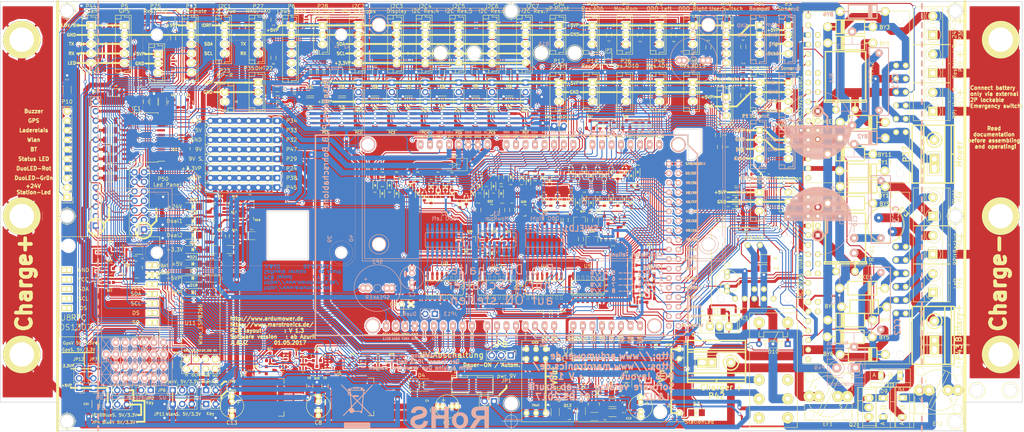
<source format=kicad_pcb>
(kicad_pcb (version 20170123) (host pcbnew "(2017-02-19 revision a416f3a4e)-master")
  (title_block (title "Ardumower shield SVN Version") (date 2017-04-13) (rev 1.3) (company "ML AG JL UZ"))
  (layers (0 F.Cu signal) (31 B.Cu signal) (34 B.Paste user) (35 F.Paste user) (36 B.SilkS user) (37 F.SilkS user) (38 B.Mask user) (39 F.Mask user) (44 Edge.Cuts user))
  (net 0 "")
  (net 1 pinMotorLeftDir)
  (net 2 pinMotorLeftPWM)
  (net 3 pinMotorLeftFault)
  (net 4 pinMotorLeftSense)
  (net 5 pinMotorEnable)
  (net 6 pinMotorRightDir)
  (net 7 pinMotorRightPWM)
  (net 8 pinMotorRightFault)
  (net 9 pinMotorRightSense)
  (net 10 pinMotorMowEnable)
  (net 11 pinMotorMowDir)
  (net 12 pinMotorMowPWM)
  (net 13 pinMotorMowFault)
  (net 14 pinMotorMowSense)
  (net 15 pinTilt)
  (net 16 pinButton)
  (net 17 pinSonarCenterTrigger)
  (net 18 pinSonarCenterEcho)
  (net 19 pinSonarRightTrigger)
  (net 20 pinSonarRightEcho)
  (net 21 pinSonarLeftTrigger)
  (net 22 pinSonarLeftEcho)
  (net 23 Led-Status)
  (net 24 pinOdometryRight)
  (net 25 pinOdometryLeft)
  (net 26 GPS_RX)
  (net 27 GPS_TX)
  (net 28 pinBumperRight)
  (net 29 pinBumperLeft)
  (net 30 pinPerimeterLeft)
  (net 31 pinRemoteMow)
  (net 32 pinRemoteSteer)
  (net 33 pinRemoteSpeed)
  (net 34 pinRemoteSwitch)
  (net 35 pinUserSwitch1)
  (net 36 pinUserSwitch2)
  (net 37 pinUserSwitch3)
  (net 38 +24V)
  (net 39 TX2)
  (net 40 pinChargeVoltage)
  (net 41 pinChargingEnable)
  (net 42 pinBatteryVoltage)
  (net 43 pinChargeCurrent)
  (net 44 pinBuzzer)
  (net 45 DropLeft)
  (net 46 DropRight)
  (net 47 DuoLED-Rot)
  (net 48 RX1)
  (net 49 pinPerimeterRight)
  (net 50 TX1)
  (net 51 pinRain)
  (net 52 DuoLED_Grün)
  (net 53 ReservePin9)
  (net 54 ReservePin8)
  (net 55 ReserveAD6)
  (net 56 RX2)
  (net 57 "Net-(EF2-Pad2)")
  (net 58 "Net-(D10-Pad2)")
  (net 59 "Net-(Dual2-Pad9)")
  (net 60 pinMotorMowRpm_neu)
  (net 61 "Net-(C9-Pad2)")
  (net 62 Charg_Pin_+)
  (net 63 +5V)
  (net 64 +9V)
  (net 65 +3V3)
  (net 66 /Motortreiber/MähmotorSchutz/MotorIN1)
  (net 67 /Motortreiber/MähmotorSchutz/MotorIN2)
  (net 68 /Motortreiber/MotorLinks/MotorIN1)
  (net 69 /Motortreiber/MotorLinks/MotorIN2)
  (net 70 /Motortreiber/MotorRechts/MotorIN1)
  (net 71 /Motortreiber/MotorRechts/MotorIN2)
  (net 72 "Net-(CC1-Pad2)")
  (net 73 "Net-(CC2-Pad2)")
  (net 74 "Net-(CC3-Pad2)")
  (net 75 "Net-(C12-Pad2)")
  (net 76 "/USpannungAB/Batterieeingang 24V")
  (net 77 "Net-(D2-Pad2)")
  (net 78 "Net-(D12-Pad1)")
  (net 79 "Net-(D13-Pad2)")
  (net 80 Taster)
  (net 81 "Net-(D15-Pad1)")
  (net 82 RelaisAbschaltung)
  (net 83 ReserveAD10)
  (net 84 SDA)
  (net 85 SCL)
  (net 86 Led-BT)
  (net 87 "Net-(P44-Pad4)")
  (net 88 GND)
  (net 89 "Net-(C1-Pad1)")
  (net 90 Dual1)
  (net 91 Dual2)
  (net 92 "Net-(D1-Pad1)")
  (net 93 /VerpolungsschutzLade./Eingang)
  (net 94 SCL2)
  (net 95 SDA2)
  (net 96 SCL3)
  (net 97 SDA3)
  (net 98 SDA4)
  (net 99 SCL4)
  (net 100 SCL5)
  (net 101 SDA5)
  (net 102 SDA6)
  (net 103 SCL6)
  (net 104 SCL7)
  (net 105 SDA7)
  (net 106 Led-Wlan)
  (net 107 "Net-(IC1-Pad13)")
  (net 108 "Net-(IC1-Pad14)")
  (net 109 "Net-(IC1-Pad15)")
  (net 110 "Net-(IC1-Pad16)")
  (net 111 "Net-(IC1-Pad17)")
  (net 112 "Net-(IC1-Pad18)")
  (net 113 SCL1)
  (net 114 SDA1)
  (net 115 IOREF)
  (net 116 "Net-(U8-Pad7)")
  (net 117 "Net-(U8-Pad6)")
  (net 118 /Anschlußstecker/LShifter1/5V_IN)
  (net 119 /Anschlußstecker/LShifter2/5V_IN)
  (net 120 /Anschlußstecker/LShifter3/5V_IN)
  (net 121 /Anschlußstecker/LShifter7/5V_IN)
  (net 122 /Anschlußstecker/LShifter6/5V_IN)
  (net 123 /Anschlußstecker/LShifter5/5V_IN)
  (net 124 /Anschlußstecker/LShifter4/5V_IN)
  (net 125 +5VP)
  (net 126 +3.3VP)
  (net 127 "Net-(D3-Pad1)")
  (net 128 "Net-(JP2-Pad1)")
  (net 129 "Net-(Q3-Pad1)")
  (net 130 pinLawnFrontRecv)
  (net 131 pinLawnBackRecv)
  (net 132 pinLawnFrontSend)
  (net 133 pinLawnBackSend)
  (net 134 "Net-(D17-Pad2)")
  (net 135 "Net-(D18-Pad2)")
  (net 136 "Net-(D19-Pad2)")
  (net 137 "Net-(D21-Pad2)")
  (net 138 Reset)
  (net 139 "Net-(D11-Pad2)")
  (net 140 "Net-(Q12-Pad1)")
  (net 141 "Net-(Q12-Pad3)")
  (net 142 "Net-(Q1-Pad1)")
  (net 143 "Net-(U4-Pad2)")
  (net 144 /Anschlußstecker/OdoTeiler/Eingang1)
  (net 145 "Net-(S1-Pad1)")
  (net 146 "Net-(S1-Pad2)")
  (net 147 "Net-(S1-Pad3)")
  (net 148 "Net-(S1-Pad4)")
  (net 149 "Net-(S1-Pad5)")
  (net 150 "Net-(S1-Pad6)")
  (net 151 "Net-(S1-Pad7)")
  (net 152 "Net-(S1-Pad8)")
  (net 153 "Net-(S1-Pad10)")
  (net 154 "Net-(S2-Pad1)")
  (net 155 "Net-(S2-Pad2)")
  (net 156 "Net-(S2-Pad3)")
  (net 157 "Net-(S2-Pad4)")
  (net 158 "Net-(S2-Pad5)")
  (net 159 "Net-(S2-Pad6)")
  (net 160 "Net-(S2-Pad7)")
  (net 161 "Net-(S2-Pad8)")
  (net 162 "Net-(S2-Pad10)")
  (net 163 "Net-(S3-Pad10)")
  (net 164 "Net-(S3-Pad8)")
  (net 165 "Net-(S3-Pad7)")
  (net 166 "Net-(S3-Pad6)")
  (net 167 "Net-(S3-Pad5)")
  (net 168 "Net-(S3-Pad4)")
  (net 169 "Net-(S3-Pad3)")
  (net 170 "Net-(S3-Pad2)")
  (net 171 "Net-(S3-Pad1)")
  (net 172 /Anschlußstecker/OdoTeiler/Eingang2)
  (net 173 "Net-(U5-Pad6)")
  (net 174 /Anschlußstecker/OdoTeiler/Eingang3)
  (net 175 "Net-(U12-Pad2)")
  (net 176 "Net-(D16-Pad1)")
  (net 177 "Net-(D53-Pad2)")
  (net 178 "Net-(D55-Pad2)")
  (net 179 "Net-(D59-Pad2)")
  (net 180 ReserveAD7)
  (net 181 "Net-(D65-Pad2)")
  (net 182 "Net-(D69-Pad2)")
  (net 183 StationLed)
  (net 184 "Net-(D20-Pad1)")
  (net 185 "Net-(D22-Pad1)")
  (net 186 "Net-(D23-Pad1)")
  (net 187 "Net-(Q14-Pad3)")
  (net 188 "Net-(Q14-Pad1)")
  (net 189 "Net-(Q16-Pad3)")
  (net 190 "Net-(Q16-Pad1)")
  (net 191 "Net-(Q18-Pad3)")
  (net 192 "Net-(Q18-Pad1)")
  (net 193 "Net-(P10-Pad1)")
  (net 194 "Net-(P10-Pad2)")
  (net 195 "Net-(Q20-Pad1)")
  (net 196 "Net-(Q20-Pad2)")
  (net 197 "Net-(Q22-Pad1)")
  (net 198 "Net-(Q22-Pad2)")
  (net 199 "Net-(JP5-Pad1)")
  (net 200 "Net-(P44-Pad3)")
  (net 201 "Net-(P5-Pad4)")
  (net 202 "Net-(P5-Pad3)")
  (net 203 GPS-LED)
  (net 204 "Net-(D7-Pad2)")
  (net 205 "Net-(JP1-Pad1)")
  (net 206 /Anschlußstecker/LShifter8/5V_IN)
  (net 207 /Anschlußstecker/LShifter9/5V_IN)
  (net 208 /Anschlußstecker/LShifter10/5V_IN)
  (net 209 "Net-(JP8-Pad2)")
  (net 210 "Net-(JP9-Pad1)")
  (net 211 "Net-(C19-Pad1)")
  (net 212 "Net-(C20-Pad1)")
  (net 213 "Net-(C21-Pad1)")
  (net 214 "Net-(C23-Pad1)")
  (net 215 "Net-(C24-Pad1)")
  (net 216 "Net-(C25-Pad1)")
  (net 217 "Net-(C34-Pad1)")
  (net 218 "Net-(C35-Pad1)")
  (net 219 "Net-(C36-Pad1)")
  (net 220 /Motortreiber/+24V)
  (net 221 "Net-(EF3-Pad2)")
  (net 222 "Net-(K3-Pad12)")
  (net 223 SCL22)
  (net 224 SDA22)
  (net 225 "Net-(IC1-Pad20)")
  (net 226 "Net-(IC1-Pad19)")
  (net 227 DHT22)
  (net 228 "Net-(IC1-Pad10)")
  (net 229 TX0)
  (net 230 RX0)
  (net 231 Resv.PinAD15)
  (net 232 Resv.PinAD13)
  (net 233 "Net-(D5-Pad2)")
  (net 234 "Net-(D6-Pad2)")
  (net 235 "Net-(D32-Pad2)")
  (net 236 "Net-(D33-Pad2)")
  (net 237 "Net-(D25-Pad1)")
  (net 238 "Net-(D27-Pad1)")
  (net 239 "Net-(D29-Pad2)")
  (net 240 "Net-(D31-Pad2)")
  (net 241 "Net-(D37-Pad2)")
  (net 242 "Net-(D39-Pad2)")
  (net 243 "Net-(D41-Pad2)")
  (net 244 "Net-(D43-Pad2)")
  (net 245 "Net-(D45-Pad2)")
  (net 246 "Net-(D47-Pad2)")
  (net 247 "Net-(D49-Pad2)")
  (net 248 "Net-(D51-Pad2)")
  (net 249 "Net-(D57-Pad2)")
  (net 250 "Net-(D61-Pad2)")
  (net 251 "Net-(D63-Pad2)")
  (net 252 "Net-(D67-Pad2)")
  (net 253 "Net-(D71-Pad2)")
  (net 254 /Anschlußstecker/LShifter11/5V_IN)
  (net 255 /Anschlußstecker/LShifter12/5V_IN)
  (net 256 /Anschlußstecker/LShifter13/5V_IN)
  (net 257 9Vgeschaltet)
  (net 258 "Net-(JP10-Pad2)")
  (net 259 "Net-(JP11-Pad2)")
  (net 260 "Net-(JP12-Pad2)")
  (net 261 "Net-(Q24-Pad1)")
  (net 262 "Net-(Q25-Pad1)")
  (net 263 "Net-(Q26-Pad1)")
  (net 264 "Net-(Q26-Pad2)")
  (net 265 "Net-(Q27-Pad1)")
  (net 266 "Net-(Q28-Pad1)")
  (net 267 "Net-(Q29-Pad1)")
  (net 268 "Net-(R6-Pad2)")
  (net 269 "Net-(U8-Pad1)")
  (net 270 /Anschlußstecker/LShifter14/5V_IN)
  (net 271 /Anschlußstecker/LShifter15/5V_IN)
  (net 272 "Net-(F1-Pad1)")
  (net 273 "Net-(P50-Pad12)")
  (net 274 "Net-(P50-Pad11)")
  (net 275 "Net-(P50-Pad10)")
  (net 276 "Net-(P50-Pad9)")
  (net 277 "Net-(P50-Pad8)")
  (net 278 "Net-(P50-Pad7)")
  (net 279 "Net-(P50-Pad6)")
  (net 280 "Net-(D74-Pad1)")
  (net 281 "Net-(P10-Pad10)")
  (net 282 "Net-(C2-Pad1)")
  (net 283 "Net-(D76-Pad2)")
  (net 284 "Net-(D76-Pad1)")
  (module Diodes_SMD:D_SMA_Standard (layer F.Cu) (at 133.477 73.914 180)
    (fp_text reference D74 (at -0.127 2.413 180) (layer F.SilkS) (effects (font (size 0.5 0.5) (thickness 0.125))))
    (fp_text value "S 1G SMD")
    (pad 1 smd rect (at -2 0 180) (size 2.5 1.8) (layers F.Cu F.Paste F.Mask) (net 280 "Net-(D74-Pad1)"))
    (pad 2 smd rect (at 2 0 180) (size 2.5 1.8) (layers F.Cu F.Paste F.Mask) (net 64 +9V))
  )
  (module Diodes_SMD:D_SMA_Standard (layer F.Cu) (at 124.714 132.588)
    (fp_text reference D4 (at 0 -2.54) (layer F.SilkS))
    (fp_text value "S 1G SMD")
    (pad 1 smd rect (at -2 0) (size 2.5 1.8) (layers F.Cu F.Paste F.Mask) (net 89 "Net-(C1-Pad1)"))
    (pad 2 smd rect (at 2 0) (size 2.5 1.8) (layers F.Cu F.Paste F.Mask) (net 64 +9V))
  )
  (module Zimprich:Bluetooth_Buchse_Platz_mit_Beschriftung_4_fach (layer B.Cu) (at 49.7586 130.7846 180)
    (fp_text reference U2 (at -6.1214 -5.1054) (layer B.SilkS) (effects (justify mirror)))
    (fp_text value Bluetooth_CZ_HC_05 (at 4.0386 -5.1054) (layer B.SilkS) (effects (justify mirror)))
    (fp_text user EN (at 6.35 4.826 180) (layer B.SilkS) (effects (font (size 0.6 0.6)) (justify mirror)))
    (fp_text user BRK (at 6.35 7.874 180) (layer B.SilkS) (effects (font (size 0.6 0.6)) (justify mirror)))
    (fp_text user KEY (at 8.89 4.826) (layer B.SilkS) (effects (font (size 0.6 0.6)) (justify mirror)))
    (fp_text user VCC (at 3.81 4.826) (layer B.SilkS) (effects (font (size 0.6 0.6)) (justify mirror)))
    (fp_text user GND (at 1.27 4.826) (layer B.SilkS) (effects (font (size 0.6 0.6)) (justify mirror)))
    (fp_text user TXD (at -1.27 4.826) (layer B.SilkS) (effects (font (size 0.6 0.6)) (justify mirror)))
    (fp_text user RXD (at -3.81 4.826) (layer B.SilkS) (effects (font (size 0.6 0.6)) (justify mirror)))
    (fp_text user RXD (at 3.81 7.874) (layer B.SilkS) (effects (font (size 0.6 0.6)) (justify mirror)))
    (fp_text user TXD (at 1.27 7.874) (layer B.SilkS) (effects (font (size 0.6 0.6)) (justify mirror)))
    (fp_text user GND (at -1.27 7.874) (layer B.SilkS) (effects (font (size 0.6 0.6)) (justify mirror)))
    (fp_text user VCC (at -3.81 7.874) (layer B.SilkS) (effects (font (size 0.6 0.6)) (justify mirror)))
    (fp_text user LED (at -6.35 4.826) (layer B.SilkS) (effects (font (size 0.6 0.6)) (justify mirror)))
    (fp_text user LED (at -6.35 7.874) (layer B.SilkS) (effects (font (size 0.6 0.6)) (justify mirror)))
    (fp_text user KEY (at 6.35 1.524) (layer B.SilkS) (effects (font (size 0.6 0.6)) (justify mirror)))
    (fp_text user VCC (at 3.81 1.524) (layer B.SilkS) (effects (font (size 0.6 0.6)) (justify mirror)))
    (fp_text user GND (at 1.27 1.524) (layer B.SilkS) (effects (font (size 0.6 0.6)) (justify mirror)))
    (fp_text user TXD (at -1.27 1.524) (layer B.SilkS) (effects (font (size 0.6 0.6)) (justify mirror)))
    (fp_text user RXD (at -3.81 1.524) (layer B.SilkS) (effects (font (size 0.6 0.6)) (justify mirror)))
    (fp_text user LED (at -6.35 1.524) (layer B.SilkS) (effects (font (size 0.6 0.6)) (justify mirror)))
    (fp_text user VCC (at 6.35 -1.524) (layer B.SilkS) (effects (font (size 0.6 0.6)) (justify mirror)))
    (fp_text user GND (at 3.81 -1.524) (layer B.SilkS) (effects (font (size 0.6 0.6)) (justify mirror)))
    (fp_text user TXD (at 1.27 -1.524) (layer B.SilkS) (effects (font (size 0.6 0.6)) (justify mirror)))
    (fp_text user RXD (at -1.27 -1.524) (layer B.SilkS) (effects (font (size 0.6 0.6)) (justify mirror)))
    (fp_text user KEY (at -3.81 -1.524) (layer B.SilkS) (effects (font (size 0.6 0.6)) (justify mirror)))
    (fp_text user LED (at -6.35 -1.524) (layer B.SilkS) (effects (font (size 0.6 0.6)) (justify mirror)))
    (pad BRK thru_hole oval (at 6.35 9.525) (size 1.7272 2.032) (drill 1.016) (layers *.Cu *.Mask B.SilkS))
    (pad RXD thru_hole oval (at 3.81 9.525) (size 1.7272 2.032) (drill 1.016) (layers *.Cu *.Mask B.SilkS) (net 264 "Net-(Q26-Pad2)"))
    (pad TXD thru_hole oval (at 1.27 9.525) (size 1.7272 2.032) (drill 1.016) (layers *.Cu *.Mask B.SilkS) (net 268 "Net-(R6-Pad2)"))
    (pad GND thru_hole oval (at -1.27 9.525) (size 1.7272 2.032) (drill 1.016) (layers *.Cu *.Mask B.SilkS) (net 88 GND))
    (pad VCC thru_hole oval (at -3.81 9.525) (size 1.7272 2.032) (drill 1.016) (layers *.Cu *.Mask B.SilkS) (net 217 "Net-(C34-Pad1)"))
    (pad LED thru_hole oval (at -6.35 9.525) (size 1.7272 2.032) (drill 1.016) (layers *.Cu *.Mask B.SilkS) (net 86 Led-BT))
    (pad Key thru_hole oval (at 8.89 6.35) (size 1.7272 2.032) (drill 1.016) (layers *.Cu *.Mask B.SilkS) (net 128 "Net-(JP2-Pad1)"))
    (pad EN thru_hole oval (at 6.35 6.35) (size 1.7272 2.032) (drill 1.016) (layers *.Cu *.Mask B.SilkS))
    (pad VCC thru_hole oval (at 3.81 6.35) (size 1.7272 2.032) (drill 1.016) (layers *.Cu *.Mask B.SilkS) (net 217 "Net-(C34-Pad1)"))
    (pad GND thru_hole oval (at 1.27 6.35) (size 1.7272 2.032) (drill 1.016) (layers *.Cu *.Mask B.SilkS) (net 88 GND))
    (pad TXD thru_hole oval (at -1.27 6.35) (size 1.7272 2.032) (drill 1.016) (layers *.Cu *.Mask B.SilkS) (net 268 "Net-(R6-Pad2)"))
    (pad RXD thru_hole oval (at -3.81 6.35) (size 1.7272 2.032) (drill 1.016) (layers *.Cu *.Mask B.SilkS) (net 264 "Net-(Q26-Pad2)"))
    (pad LED thru_hole oval (at -6.35 6.35) (size 1.7272 2.032) (drill 1.016) (layers *.Cu *.Mask B.SilkS) (net 86 Led-BT))
    (pad VCC thru_hole oval (at 6.35 0) (size 1.7272 2.032) (drill 1.016) (layers *.Cu *.Mask B.SilkS) (net 217 "Net-(C34-Pad1)"))
    (pad GND thru_hole oval (at 3.81 0) (size 1.7272 2.032) (drill 1.016) (layers *.Cu *.Mask B.SilkS) (net 88 GND))
    (pad TXD thru_hole oval (at 1.27 0) (size 1.7272 2.032) (drill 1.016) (layers *.Cu *.Mask B.SilkS) (net 268 "Net-(R6-Pad2)"))
    (pad RXD thru_hole oval (at -1.27 0) (size 1.7272 2.032) (drill 1.016) (layers *.Cu *.Mask B.SilkS) (net 264 "Net-(Q26-Pad2)"))
    (pad Key thru_hole oval (at -3.81 0) (size 1.7272 2.032) (drill 1.016) (layers *.Cu *.Mask B.SilkS) (net 128 "Net-(JP2-Pad1)"))
    (pad LED thru_hole oval (at -6.35 0) (size 1.7272 2.032) (drill 1.016) (layers *.Cu *.Mask B.SilkS) (net 86 Led-BT))
    (pad LED thru_hole oval (at -6.35 0) (size 1.7272 2.032) (drill 1.016) (layers *.Cu *.Mask B.SilkS) (net 86 Led-BT))
    (pad LED thru_hole oval (at -6.35 0) (size 1.7272 2.032) (drill 1.016) (layers *.Cu *.Mask B.SilkS) (net 86 Led-BT))
    (pad LED thru_hole oval (at -6.35 3.175) (size 1.7272 2.032) (drill 1.016) (layers *.Cu *.Mask B.SilkS) (net 86 Led-BT))
    (pad RXD thru_hole oval (at -3.81 3.175) (size 1.7272 2.032) (drill 1.016) (layers *.Cu *.Mask B.SilkS) (net 264 "Net-(Q26-Pad2)"))
    (pad TXD thru_hole oval (at -1.27 3.175) (size 1.7272 2.032) (drill 1.016) (layers *.Cu *.Mask B.SilkS) (net 268 "Net-(R6-Pad2)"))
    (pad GND thru_hole oval (at 1.27 3.175) (size 1.7272 2.032) (drill 1.016) (layers *.Cu *.Mask B.SilkS) (net 88 GND))
    (pad VCC thru_hole oval (at 3.81 3.175) (size 1.7272 2.032) (drill 1.016) (layers *.Cu *.Mask B.SilkS) (net 217 "Net-(C34-Pad1)"))
    (pad Key thru_hole oval (at 6.35 3.175) (size 1.7272 2.032) (drill 1.016) (layers *.Cu *.Mask B.SilkS) (net 128 "Net-(JP2-Pad1)"))
  )
  (module Zimprich:Raspberry_Pi_B_Bohrschablone_Rueckseite (layer F.Cu) (at 78.867 68.326 270)
    (fp_text reference B16)
    (fp_text value Raspberry_Pi_B_Bohrschablone (at -0.0635 -20.3835 270) (layer B.SilkS) (effects (font (size 1.5 1.5) (thickness 0.3)) (justify mirror)))
    (fp_text user 39 (at 25.4 -21.463 270) (layer B.SilkS) (effects (justify mirror)))
    (fp_text user 40 (at 25.2095 -27.178 270) (layer B.SilkS) (effects (justify mirror)))
    (fp_text user 2 (at -25.654 -26.035 270) (layer B.SilkS) (effects (justify mirror)))
    (fp_text user 1 (at -25.654 -23.3045 270) (layer B.SilkS) (effects (justify mirror)))
    (pad "" thru_hole circle (at 29 24.5 270) (size 2.75 2.75) (drill 2.75) (layers *.Cu *.Mask))
    (pad "" thru_hole circle (at -29 -24.5 270) (size 2.75 2.75) (drill 2.75) (layers *.Cu *.Mask))
    (pad "" thru_hole circle (at 29 -24.5 270) (size 2.75 2.75) (drill 2.75) (layers *.Cu *.Mask))
    (pad "" thru_hole circle (at -29 24.5 270) (size 2.75 2.75) (drill 2.75) (layers *.Cu *.Mask))
  )
  (module Zimprich:MC_33926_31polig_mit_Bohrloch_neue_Masse_mit_zweite_Lochreihe (layer F.Cu) (at 265.43 82.55 90)
    (fp_text reference Dual2 (at 30.226 -40.005 90) (layer F.SilkS))
    (fp_text value MC33926 (at 23.622 -40.005 90) (layer F.SilkS))
    (pad ~ thru_hole circle (at 47.0535 -13.3985 90) (size 2 2) (drill 2) (layers *.Cu *.Mask F.SilkS))
    (pad ~ thru_hole circle (at 6.2865 -13.3985 90) (size 2 2) (drill 2) (layers *.Cu *.Mask F.SilkS))
    (pad 31 thru_hole circle (at 43.18 -35.306 90) (size 1.524 1.524) (drill 0.762) (layers *.Cu *.Mask F.SilkS))
    (pad 30 thru_hole circle (at 40.64 -35.306 90) (size 1.524 1.524) (drill 0.762) (layers *.Cu *.Mask F.SilkS))
    (pad 29 thru_hole circle (at 33.02 -35.306 90) (size 1.524 1.524) (drill 0.762) (layers *.Cu *.Mask F.SilkS))
    (pad 28 thru_hole circle (at 30.48 -35.306 90) (size 1.524 1.524) (drill 0.762) (layers *.Cu *.Mask F.SilkS))
    (pad 27 thru_hole circle (at 27.94 -35.306 90) (size 1.524 1.524) (drill 0.762) (layers *.Cu *.Mask F.SilkS))
    (pad 26 thru_hole circle (at 20.32 -35.306 90) (size 1.524 1.524) (drill 0.762) (layers *.Cu *.Mask F.SilkS))
    (pad 25 thru_hole circle (at 17.78 -35.306 90) (size 1.524 1.524) (drill 0.762) (layers *.Cu *.Mask F.SilkS))
    (pad 24 thru_hole circle (at 35.052 -14.478 90) (size 1.524 1.524) (drill 0.762) (layers *.Cu *.Mask F.SilkS) (net 67 /Motortreiber/MähmotorSchutz/MotorIN2))
    (pad 23 thru_hole circle (at 31.496 -14.478 90) (size 1.524 1.524) (drill 0.762) (layers *.Cu *.Mask F.SilkS) (net 66 /Motortreiber/MähmotorSchutz/MotorIN1))
    (pad 22 thru_hole circle (at 27.94 -14.478 90) (size 1.524 1.524) (drill 0.762) (layers *.Cu *.Mask F.SilkS) (net 91 Dual2))
    (pad 21 thru_hole circle (at 24.384 -14.478 90) (size 1.524 1.524) (drill 0.762) (layers *.Cu *.Mask F.SilkS) (net 88 GND))
    (pad 20 thru_hole circle (at 20.828 -14.478 90) (size 1.524 1.524) (drill 0.762) (layers *.Cu *.Mask F.SilkS) (net 67 /Motortreiber/MähmotorSchutz/MotorIN2))
    (pad 19 thru_hole circle (at 17.272 -14.478 90) (size 1.524 1.524) (drill 0.762) (layers *.Cu *.Mask F.SilkS) (net 66 /Motortreiber/MähmotorSchutz/MotorIN1))
    (pad 18 thru_hole circle (at 48.26 -37.846 90) (size 1.524 1.524) (drill 0.762) (layers *.Cu *.Mask F.SilkS) (net 14 pinMotorMowSense))
    (pad 17 thru_hole circle (at 45.72 -37.846 90) (size 1.524 1.524) (drill 0.762) (layers *.Cu *.Mask F.SilkS) (net 13 pinMotorMowFault))
    (pad 16 thru_hole circle (at 43.18 -37.846 90) (size 1.524 1.524) (drill 0.762) (layers *.Cu *.Mask F.SilkS) (net 88 GND))
    (pad 15 thru_hole circle (at 40.64 -37.846 90) (size 1.524 1.524) (drill 0.762) (layers *.Cu *.Mask F.SilkS) (net 115 IOREF))
    (pad 14 thru_hole circle (at 38.1 -37.846 90) (size 1.524 1.524) (drill 0.762) (layers *.Cu *.Mask F.SilkS) (net 12 pinMotorMowPWM))
    (pad 13 thru_hole circle (at 35.56 -37.846 90) (size 1.524 1.524) (drill 0.762) (layers *.Cu *.Mask F.SilkS) (net 11 pinMotorMowDir))
    (pad 12 thru_hole circle (at 33.02 -37.846 90) (size 1.524 1.524) (drill 0.762) (layers *.Cu *.Mask F.SilkS))
    (pad 11 thru_hole circle (at 30.48 -37.846 90) (size 1.524 1.524) (drill 0.762) (layers *.Cu *.Mask F.SilkS))
    (pad 10 thru_hole circle (at 27.94 -37.846 90) (size 1.524 1.524) (drill 0.762) (layers *.Cu *.Mask F.SilkS) (net 10 pinMotorMowEnable))
    (pad 9 thru_hole circle (at 25.4 -37.846 90) (size 1.524 1.524) (drill 0.762) (layers *.Cu *.Mask F.SilkS) (net 59 "Net-(Dual2-Pad9)"))
    (pad 8 thru_hole circle (at 22.86 -37.846 90) (size 1.524 1.524) (drill 0.762) (layers *.Cu *.Mask F.SilkS) (net 13 pinMotorMowFault))
    (pad 7 thru_hole circle (at 20.32 -37.846 90) (size 1.524 1.524) (drill 0.762) (layers *.Cu *.Mask F.SilkS) (net 88 GND))
    (pad 6 thru_hole circle (at 17.78 -37.846 90) (size 1.524 1.524) (drill 0.762) (layers *.Cu *.Mask F.SilkS) (net 115 IOREF))
    (pad 5 thru_hole circle (at 15.24 -37.846 90) (size 1.524 1.524) (drill 0.762) (layers *.Cu *.Mask F.SilkS) (net 12 pinMotorMowPWM))
    (pad 4 thru_hole circle (at 12.7 -37.846 90) (size 1.524 1.524) (drill 0.762) (layers *.Cu *.Mask F.SilkS) (net 11 pinMotorMowDir))
    (pad 3 thru_hole circle (at 10.16 -37.846 90) (size 1.524 1.524) (drill 0.762) (layers *.Cu *.Mask F.SilkS) (net 115 IOREF))
    (pad 2 thru_hole circle (at 7.62 -37.846 90) (size 1.524 1.524) (drill 0.762) (layers *.Cu *.Mask F.SilkS) (net 88 GND))
    (pad 1 thru_hole circle (at 5.08 -37.846 90) (size 1.524 1.524) (drill 0.762) (layers *.Cu *.Mask F.SilkS))
    (pad 19 thru_hole circle (at 17.272 -11.938 90) (size 1.524 1.524) (drill 0.762) (layers *.Cu *.Mask F.SilkS) (net 66 /Motortreiber/MähmotorSchutz/MotorIN1))
    (pad 20 thru_hole circle (at 20.828 -11.938 90) (size 1.524 1.524) (drill 0.762) (layers *.Cu *.Mask F.SilkS) (net 67 /Motortreiber/MähmotorSchutz/MotorIN2))
    (pad 21 thru_hole circle (at 24.384 -11.938 90) (size 1.524 1.524) (drill 0.762) (layers *.Cu *.Mask F.SilkS) (net 88 GND))
    (pad 22 thru_hole circle (at 27.94 -11.938 90) (size 1.524 1.524) (drill 0.762) (layers *.Cu *.Mask F.SilkS) (net 91 Dual2))
    (pad 23 thru_hole circle (at 31.496 -11.938 90) (size 1.524 1.524) (drill 0.762) (layers *.Cu *.Mask F.SilkS) (net 66 /Motortreiber/MähmotorSchutz/MotorIN1))
    (pad 24 thru_hole circle (at 35.052 -11.938 90) (size 1.524 1.524) (drill 0.762) (layers *.Cu *.Mask F.SilkS) (net 67 /Motortreiber/MähmotorSchutz/MotorIN2))
  )
  (module Zimprich:MC_33926_31polig_mit_Bohrloch_neue_Masse_mit_zweite_Lochreihe (layer F.Cu) (at 265.43 130.81 90)
    (fp_text reference Dual1 (at 31.242 -40.005 90) (layer F.SilkS))
    (fp_text value MC33926 (at 24.511 -39.878 90) (layer F.SilkS))
    (pad 24 thru_hole circle (at 35.052 -11.938 90) (size 1.524 1.524) (drill 0.762) (layers *.Cu *.Mask F.SilkS) (net 71 /Motortreiber/MotorRechts/MotorIN2))
    (pad 23 thru_hole circle (at 31.496 -11.938 90) (size 1.524 1.524) (drill 0.762) (layers *.Cu *.Mask F.SilkS) (net 70 /Motortreiber/MotorRechts/MotorIN1))
    (pad 22 thru_hole circle (at 27.94 -11.938 90) (size 1.524 1.524) (drill 0.762) (layers *.Cu *.Mask F.SilkS) (net 90 Dual1))
    (pad 21 thru_hole circle (at 24.384 -11.938 90) (size 1.524 1.524) (drill 0.762) (layers *.Cu *.Mask F.SilkS) (net 88 GND))
    (pad 20 thru_hole circle (at 20.828 -11.938 90) (size 1.524 1.524) (drill 0.762) (layers *.Cu *.Mask F.SilkS) (net 69 /Motortreiber/MotorLinks/MotorIN2))
    (pad 19 thru_hole circle (at 17.272 -11.938 90) (size 1.524 1.524) (drill 0.762) (layers *.Cu *.Mask F.SilkS) (net 68 /Motortreiber/MotorLinks/MotorIN1))
    (pad 1 thru_hole circle (at 5.08 -37.846 90) (size 1.524 1.524) (drill 0.762) (layers *.Cu *.Mask F.SilkS))
    (pad 2 thru_hole circle (at 7.62 -37.846 90) (size 1.524 1.524) (drill 0.762) (layers *.Cu *.Mask F.SilkS) (net 88 GND))
    (pad 3 thru_hole circle (at 10.16 -37.846 90) (size 1.524 1.524) (drill 0.762) (layers *.Cu *.Mask F.SilkS) (net 115 IOREF))
    (pad 4 thru_hole circle (at 12.7 -37.846 90) (size 1.524 1.524) (drill 0.762) (layers *.Cu *.Mask F.SilkS) (net 1 pinMotorLeftDir))
    (pad 5 thru_hole circle (at 15.24 -37.846 90) (size 1.524 1.524) (drill 0.762) (layers *.Cu *.Mask F.SilkS) (net 2 pinMotorLeftPWM))
    (pad 6 thru_hole circle (at 17.78 -37.846 90) (size 1.524 1.524) (drill 0.762) (layers *.Cu *.Mask F.SilkS) (net 115 IOREF))
    (pad 7 thru_hole circle (at 20.32 -37.846 90) (size 1.524 1.524) (drill 0.762) (layers *.Cu *.Mask F.SilkS) (net 88 GND))
    (pad 8 thru_hole circle (at 22.86 -37.846 90) (size 1.524 1.524) (drill 0.762) (layers *.Cu *.Mask F.SilkS) (net 3 pinMotorLeftFault))
    (pad 9 thru_hole circle (at 25.4 -37.846 90) (size 1.524 1.524) (drill 0.762) (layers *.Cu *.Mask F.SilkS) (net 4 pinMotorLeftSense))
    (pad 10 thru_hole circle (at 27.94 -37.846 90) (size 1.524 1.524) (drill 0.762) (layers *.Cu *.Mask F.SilkS) (net 5 pinMotorEnable))
    (pad 11 thru_hole circle (at 30.48 -37.846 90) (size 1.524 1.524) (drill 0.762) (layers *.Cu *.Mask F.SilkS))
    (pad 12 thru_hole circle (at 33.02 -37.846 90) (size 1.524 1.524) (drill 0.762) (layers *.Cu *.Mask F.SilkS))
    (pad 13 thru_hole circle (at 35.56 -37.846 90) (size 1.524 1.524) (drill 0.762) (layers *.Cu *.Mask F.SilkS) (net 6 pinMotorRightDir))
    (pad 14 thru_hole circle (at 38.1 -37.846 90) (size 1.524 1.524) (drill 0.762) (layers *.Cu *.Mask F.SilkS) (net 7 pinMotorRightPWM))
    (pad 15 thru_hole circle (at 40.64 -37.846 90) (size 1.524 1.524) (drill 0.762) (layers *.Cu *.Mask F.SilkS) (net 115 IOREF))
    (pad 16 thru_hole circle (at 43.18 -37.846 90) (size 1.524 1.524) (drill 0.762) (layers *.Cu *.Mask F.SilkS) (net 88 GND))
    (pad 17 thru_hole circle (at 45.72 -37.846 90) (size 1.524 1.524) (drill 0.762) (layers *.Cu *.Mask F.SilkS) (net 8 pinMotorRightFault))
    (pad 18 thru_hole circle (at 48.26 -37.846 90) (size 1.524 1.524) (drill 0.762) (layers *.Cu *.Mask F.SilkS) (net 9 pinMotorRightSense))
    (pad 19 thru_hole circle (at 17.272 -14.478 90) (size 1.524 1.524) (drill 0.762) (layers *.Cu *.Mask F.SilkS) (net 68 /Motortreiber/MotorLinks/MotorIN1))
    (pad 20 thru_hole circle (at 20.828 -14.478 90) (size 1.524 1.524) (drill 0.762) (layers *.Cu *.Mask F.SilkS) (net 69 /Motortreiber/MotorLinks/MotorIN2))
    (pad 21 thru_hole circle (at 24.384 -14.478 90) (size 1.524 1.524) (drill 0.762) (layers *.Cu *.Mask F.SilkS) (net 88 GND))
    (pad 22 thru_hole circle (at 27.94 -14.478 90) (size 1.524 1.524) (drill 0.762) (layers *.Cu *.Mask F.SilkS) (net 90 Dual1))
    (pad 23 thru_hole circle (at 31.496 -14.478 90) (size 1.524 1.524) (drill 0.762) (layers *.Cu *.Mask F.SilkS) (net 70 /Motortreiber/MotorRechts/MotorIN1))
    (pad 24 thru_hole circle (at 35.052 -14.478 90) (size 1.524 1.524) (drill 0.762) (layers *.Cu *.Mask F.SilkS) (net 71 /Motortreiber/MotorRechts/MotorIN2))
    (pad 25 thru_hole circle (at 17.78 -35.306 90) (size 1.524 1.524) (drill 0.762) (layers *.Cu *.Mask F.SilkS))
    (pad 26 thru_hole circle (at 20.32 -35.306 90) (size 1.524 1.524) (drill 0.762) (layers *.Cu *.Mask F.SilkS))
    (pad 27 thru_hole circle (at 27.94 -35.306 90) (size 1.524 1.524) (drill 0.762) (layers *.Cu *.Mask F.SilkS))
    (pad 28 thru_hole circle (at 30.48 -35.306 90) (size 1.524 1.524) (drill 0.762) (layers *.Cu *.Mask F.SilkS))
    (pad 29 thru_hole circle (at 33.02 -35.306 90) (size 1.524 1.524) (drill 0.762) (layers *.Cu *.Mask F.SilkS))
    (pad 30 thru_hole circle (at 40.64 -35.306 90) (size 1.524 1.524) (drill 0.762) (layers *.Cu *.Mask F.SilkS))
    (pad 31 thru_hole circle (at 43.18 -35.306 90) (size 1.524 1.524) (drill 0.762) (layers *.Cu *.Mask F.SilkS))
    (pad ~ thru_hole circle (at 6.2865 -13.3985 90) (size 2 2) (drill 2) (layers *.Cu *.Mask F.SilkS))
    (pad ~ thru_hole circle (at 47.0535 -13.3985 90) (size 2 2) (drill 2) (layers *.Cu *.Mask F.SilkS))
  )
  (module Zimprich:SJ (layer F.Cu) (at 174.371 45.72 270)
    (fp_text reference JP3 (at -1.778 1.143) (layer F.SilkS) (effects (font (size 0.8 0.8) (thickness 0.127)) (justify left bottom)))
    (fp_text value M1FB (at 0.4001 0 270) (layer F.SilkS) (effects (font (size 0.019 0.019) (thickness 0.0016)) (justify left bottom)))
    (pad 2 smd rect (at 0.762 0 270) (size 1.1684 1.6002) (layers F.Cu F.Paste F.Mask) (net 59 "Net-(Dual2-Pad9)"))
    (pad 1 smd rect (at -0.762 0 270) (size 1.1684 1.6002) (layers F.Cu F.Paste F.Mask) (net 55 ReserveAD6))
  )
  (module Zimprich:ARDUINO_MEGA_SHIELD_DUO_3D (layer B.Cu) (at 96.52 66.04)
    (fp_text reference SHIELD1 (at 70.612 24.892) (layer B.SilkS) (effects (font (thickness 0.3048)) (justify mirror)))
    (fp_text value ARDUINO_MEGA_SHIELD hide)
    (pad FREI thru_hole oval (at 27.94 2.54 270) (size 2.54 1.524) (drill 0.812) (layers *.Cu *.Mask B.SilkS))
    (pad IORE thru_hole oval (at 30.48 2.54 270) (size 2.54 1.524) (drill 0.812) (layers *.Cu *.Mask B.SilkS) (net 115 IOREF))
    (pad SCL1 thru_hole oval (at 18.796 50.8 270) (size 2.54 1.524) (drill 0.812) (layers *.Cu *.Mask B.SilkS) (net 223 SCL22))
    (pad SDA1 thru_hole oval (at 21.336 50.8 270) (size 2.54 1.524) (drill 0.8128) (layers *.Cu *.Mask B.SilkS) (net 224 SDA22))
    (pad GND5 thru_hole circle (at 96.52 7.62) (size 1.524 1.524) (drill 0.8128) (layers *.Cu *.Mask B.SilkS) (net 88 GND))
    (pad GND4 thru_hole circle (at 93.98 7.62) (size 1.524 1.524) (drill 0.8128) (layers *.Cu *.Mask B.SilkS) (net 88 GND))
    (pad 53 thru_hole circle (at 96.52 10.16) (size 1.524 1.524) (drill 0.8128) (layers *.Cu *.Mask B.SilkS) (net 44 pinBuzzer))
    (pad 52 thru_hole circle (at 93.98 10.16) (size 1.524 1.524) (drill 0.8128) (layers *.Cu *.Mask B.SilkS) (net 34 pinRemoteSwitch))
    (pad 51 thru_hole circle (at 96.52 12.7) (size 1.524 1.524) (drill 0.8128) (layers *.Cu *.Mask B.SilkS) (net 16 pinButton))
    (pad 50 thru_hole circle (at 93.98 12.7) (size 1.524 1.524) (drill 0.8128) (layers *.Cu *.Mask B.SilkS) (net 41 pinChargingEnable))
    (pad 49 thru_hole circle (at 96.52 15.24) (size 1.524 1.524) (drill 0.8128) (layers *.Cu *.Mask B.SilkS) (net 249 "Net-(D57-Pad2)"))
    (pad 48 thru_hole circle (at 93.98 15.24) (size 1.524 1.524) (drill 0.8128) (layers *.Cu *.Mask B.SilkS) (net 250 "Net-(D61-Pad2)"))
    (pad 47 thru_hole circle (at 96.52 17.78) (size 1.524 1.524) (drill 0.8128) (layers *.Cu *.Mask B.SilkS) (net 247 "Net-(D49-Pad2)"))
    (pad 46 thru_hole circle (at 93.98 17.78) (size 1.524 1.524) (drill 0.8128) (layers *.Cu *.Mask B.SilkS) (net 248 "Net-(D51-Pad2)"))
    (pad 45 thru_hole circle (at 96.52 20.32) (size 1.524 1.524) (drill 0.8128) (layers *.Cu *.Mask B.SilkS) (net 246 "Net-(D47-Pad2)"))
    (pad 44 thru_hole circle (at 93.98 20.32) (size 1.524 1.524) (drill 0.8128) (layers *.Cu *.Mask B.SilkS) (net 245 "Net-(D45-Pad2)"))
    (pad 43 thru_hole circle (at 96.52 22.86) (size 1.524 1.524) (drill 0.8128) (layers *.Cu *.Mask B.SilkS) (net 244 "Net-(D43-Pad2)"))
    (pad 42 thru_hole circle (at 93.98 22.86) (size 1.524 1.524) (drill 0.8128) (layers *.Cu *.Mask B.SilkS) (net 243 "Net-(D41-Pad2)"))
    (pad 41 thru_hole circle (at 96.52 25.4) (size 1.524 1.524) (drill 0.8128) (layers *.Cu *.Mask B.SilkS) (net 242 "Net-(D39-Pad2)"))
    (pad 40 thru_hole circle (at 93.98 25.4) (size 1.524 1.524) (drill 0.8128) (layers *.Cu *.Mask B.SilkS) (net 241 "Net-(D37-Pad2)"))
    (pad 39 thru_hole circle (at 96.52 27.94) (size 1.524 1.524) (drill 0.8128) (layers *.Cu *.Mask B.SilkS) (net 240 "Net-(D31-Pad2)"))
    (pad 38 thru_hole circle (at 93.98 27.94) (size 1.524 1.524) (drill 0.8128) (layers *.Cu *.Mask B.SilkS) (net 239 "Net-(D29-Pad2)"))
    (pad 37 thru_hole circle (at 96.52 30.48) (size 1.524 1.524) (drill 0.8128) (layers *.Cu *.Mask B.SilkS) (net 5 pinMotorEnable))
    (pad 36 thru_hole circle (at 93.98 30.48) (size 1.524 1.524) (drill 0.8128) (layers *.Cu *.Mask B.SilkS) (net 22 pinSonarLeftEcho))
    (pad 35 thru_hole circle (at 96.52 33.02) (size 1.524 1.524) (drill 0.8128) (layers *.Cu *.Mask B.SilkS) (net 238 "Net-(D27-Pad1)"))
    (pad 34 thru_hole circle (at 93.98 33.02) (size 1.524 1.524) (drill 0.8128) (layers *.Cu *.Mask B.SilkS) (net 21 pinSonarLeftTrigger))
    (pad 33 thru_hole circle (at 96.52 35.56) (size 1.524 1.524) (drill 0.8128) (layers *.Cu *.Mask B.SilkS) (net 6 pinMotorRightDir))
    (pad 32 thru_hole circle (at 93.98 35.56) (size 1.524 1.524) (drill 0.8128) (layers *.Cu *.Mask B.SilkS) (net 20 pinSonarRightEcho))
    (pad 30 thru_hole circle (at 93.98 38.1) (size 1.524 1.524) (drill 0.8128) (layers *.Cu *.Mask B.SilkS) (net 19 pinSonarRightTrigger))
    (pad 31 thru_hole circle (at 96.52 38.1) (size 1.524 1.524) (drill 0.8128) (layers *.Cu *.Mask B.SilkS) (net 1 pinMotorLeftDir))
    (pad 5V_5 thru_hole circle (at 96.52 50.8) (size 1.524 1.524) (drill 0.8128) (layers *.Cu *.Mask B.SilkS))
    (pad 5V_4 thru_hole circle (at 93.98 50.8) (size 1.524 1.524) (drill 0.8128) (layers *.Cu *.Mask B.SilkS))
    (pad 29 thru_hole circle (at 96.52 40.64) (size 1.524 1.524) (drill 0.8128) (layers *.Cu *.Mask B.SilkS) (net 11 pinMotorMowDir))
    (pad 28 thru_hole circle (at 93.98 40.64) (size 1.524 1.524) (drill 0.8128) (layers *.Cu *.Mask B.SilkS) (net 10 pinMotorMowEnable))
    (pad 27 thru_hole circle (at 96.52 43.18) (size 1.524 1.524) (drill 0.8128) (layers *.Cu *.Mask B.SilkS) (net 8 pinMotorRightFault))
    (pad 26 thru_hole circle (at 93.98 43.18) (size 1.524 1.524) (drill 0.8128) (layers *.Cu *.Mask B.SilkS) (net 13 pinMotorMowFault))
    (pad 25 thru_hole circle (at 96.52 45.72) (size 1.524 1.524) (drill 0.8128) (layers *.Cu *.Mask B.SilkS) (net 3 pinMotorLeftFault))
    (pad 24 thru_hole circle (at 93.98 45.72) (size 1.524 1.524) (drill 0.8128) (layers *.Cu *.Mask B.SilkS) (net 17 pinSonarCenterTrigger))
    (pad 23 thru_hole circle (at 96.52 48.26) (size 1.524 1.524) (drill 0.8128) (layers *.Cu *.Mask B.SilkS) (net 237 "Net-(D25-Pad1)"))
    (pad 22 thru_hole circle (at 93.98 48.26) (size 1.524 1.524) (drill 0.8128) (layers *.Cu *.Mask B.SilkS) (net 18 pinSonarCenterEcho))
    (pad "" thru_hole circle (at 13.97 2.54 270) (size 3.937 3.937) (drill 3.175) (layers *.Cu *.Mask B.SilkS))
    (pad "" thru_hole circle (at 15.24 50.8 270) (size 3.937 3.937) (drill 3.175) (layers *.Cu *.Mask B.SilkS))
    (pad "" thru_hole circle (at 90.17 50.8 270) (size 3.937 3.937) (drill 3.175) (layers *.Cu *.Mask B.SilkS))
    (pad "" thru_hole circle (at 96.52 2.54 270) (size 3.937 3.937) (drill 3.175) (layers *.Cu *.Mask B.SilkS))
    (pad 5V thru_hole oval (at 38.1 2.54 270) (size 2.54 1.524) (drill 0.8128) (layers *.Cu *.Mask B.SilkS) (net 63 +5V))
    (pad AREF thru_hole oval (at 23.876 50.8 270) (size 2.54 1.524) (drill 0.8128) (layers *.Cu *.Mask B.SilkS) (net 61 "Net-(C9-Pad2)"))
    (pad GND3 thru_hole oval (at 26.416 50.8 270) (size 2.54 1.524) (drill 0.8128) (layers *.Cu *.Mask B.SilkS) (net 88 GND))
    (pad 13 thru_hole oval (at 28.956 50.8 270) (size 2.54 1.524) (drill 0.8128) (layers *.Cu *.Mask B.SilkS) (net 23 Led-Status))
    (pad 12 thru_hole oval (at 31.496 50.8 270) (size 2.54 1.524) (drill 0.8128) (layers *.Cu *.Mask B.SilkS) (net 31 pinRemoteMow))
    (pad 11 thru_hole oval (at 34.036 50.8 270) (size 2.54 1.524) (drill 0.8128) (layers *.Cu *.Mask B.SilkS) (net 32 pinRemoteSteer))
    (pad 10 thru_hole oval (at 36.576 50.8 270) (size 2.54 1.524) (drill 0.8128) (layers *.Cu *.Mask B.SilkS) (net 33 pinRemoteSpeed))
    (pad 9 thru_hole oval (at 39.116 50.8 270) (size 2.54 1.524) (drill 0.8128) (layers *.Cu *.Mask B.SilkS) (net 235 "Net-(D32-Pad2)"))
    (pad 8 thru_hole oval (at 41.656 50.8 270) (size 2.54 1.524) (drill 0.8128) (layers *.Cu *.Mask B.SilkS) (net 236 "Net-(D33-Pad2)"))
    (pad 7 thru_hole oval (at 45.72 50.8 270) (size 2.54 1.524) (drill 0.8128) (layers *.Cu *.Mask B.SilkS) (net 47 DuoLED-Rot))
    (pad 6 thru_hole oval (at 48.26 50.8 270) (size 2.54 1.524) (drill 0.8128) (layers *.Cu *.Mask B.SilkS) (net 52 DuoLED_Grün))
    (pad 5 thru_hole oval (at 50.8 50.8 270) (size 2.54 1.524) (drill 0.8128) (layers *.Cu *.Mask B.SilkS) (net 2 pinMotorLeftPWM))
    (pad 4 thru_hole oval (at 53.34 50.8 270) (size 2.54 1.524) (drill 0.8128) (layers *.Cu *.Mask B.SilkS) (net 82 RelaisAbschaltung))
    (pad 3 thru_hole oval (at 55.88 50.8 270) (size 2.54 1.524) (drill 0.8128) (layers *.Cu *.Mask B.SilkS) (net 7 pinMotorRightPWM))
    (pad 2 thru_hole oval (at 58.42 50.8 270) (size 2.54 1.524) (drill 0.8128) (layers *.Cu *.Mask B.SilkS) (net 12 pinMotorMowPWM))
    (pad 1 thru_hole oval (at 60.96 50.8 270) (size 2.54 1.524) (drill 0.8128) (layers *.Cu *.Mask B.SilkS) (net 229 TX0))
    (pad 0 thru_hole oval (at 63.5 50.8 270) (size 2.54 1.524) (drill 0.8128) (layers *.Cu *.Mask B.SilkS) (net 230 RX0))
    (pad RST thru_hole oval (at 33.02 2.54 270) (size 2.54 1.524) (drill 0.8128) (layers *.Cu *.Mask B.SilkS) (net 138 Reset))
    (pad 3V3 thru_hole oval (at 35.56 2.54 270) (size 2.54 1.524) (drill 0.8128) (layers *.Cu *.Mask B.SilkS) (net 65 +3V3))
    (pad GND1 thru_hole oval (at 40.64 2.54 270) (size 2.54 1.524) (drill 0.8128) (layers *.Cu *.Mask B.SilkS) (net 88 GND))
    (pad GND2 thru_hole oval (at 43.18 2.54 270) (size 2.54 1.524) (drill 0.8128) (layers *.Cu *.Mask B.SilkS) (net 88 GND))
    (pad V_IN thru_hole oval (at 45.72 2.54 270) (size 2.54 1.524) (drill 0.8128) (layers *.Cu *.Mask B.SilkS) (net 280 "Net-(D74-Pad1)"))
    (pad AD2 thru_hole oval (at 55.88 2.54 270) (size 2.54 1.524) (drill 0.8128) (layers *.Cu *.Mask B.SilkS) (net 179 "Net-(D59-Pad2)"))
    (pad AD1 thru_hole oval (at 53.34 2.54 270) (size 2.54 1.524) (drill 0.8128) (layers *.Cu *.Mask B.SilkS) (net 4 pinMotorLeftSense))
    (pad AD0 thru_hole oval (at 50.8 2.54 270) (size 2.54 1.524) (drill 0.8128) (layers *.Cu *.Mask B.SilkS) (net 9 pinMotorRightSense))
    (pad AD3 thru_hole oval (at 58.42 2.54 270) (size 2.54 1.524) (drill 0.8128) (layers *.Cu *.Mask B.SilkS) (net 14 pinMotorMowSense))
    (pad AD4 thru_hole oval (at 60.96 2.54 270) (size 2.54 1.524) (drill 0.8128) (layers *.Cu *.Mask B.SilkS) (net 176 "Net-(D16-Pad1)"))
    (pad AD5 thru_hole oval (at 63.5 2.54 270) (size 2.54 1.524) (drill 0.8128) (layers *.Cu *.Mask B.SilkS) (net 139 "Net-(D11-Pad2)"))
    (pad AD11 thru_hole oval (at 81.28 2.54 270) (size 2.54 1.524) (drill 0.8128) (layers *.Cu *.Mask B.SilkS) (net 60 pinMotorMowRpm_neu))
    (pad AD10 thru_hole oval (at 78.74 2.54 270) (size 2.54 1.524) (drill 0.8128) (layers *.Cu *.Mask B.SilkS) (net 253 "Net-(D71-Pad2)"))
    (pad AD9 thru_hole oval (at 76.2 2.54 270) (size 2.54 1.524) (drill 0.8128) (layers *.Cu *.Mask B.SilkS) (net 252 "Net-(D67-Pad2)"))
    (pad AD6 thru_hole oval (at 66.04 2.54 270) (size 2.54 1.524) (drill 0.8128) (layers *.Cu *.Mask B.SilkS) (net 178 "Net-(D55-Pad2)"))
    (pad AD7 thru_hole oval (at 68.58 2.54 270) (size 2.54 1.524) (drill 0.8128) (layers *.Cu *.Mask B.SilkS) (net 177 "Net-(D53-Pad2)"))
    (pad AD8 thru_hole oval (at 73.66 2.54 270) (size 2.54 1.524) (drill 0.8128) (layers *.Cu *.Mask B.SilkS) (net 251 "Net-(D63-Pad2)"))
    (pad AD12 thru_hole oval (at 83.82 2.54 270) (size 2.54 1.524) (drill 0.8128) (layers *.Cu *.Mask B.SilkS) (net 25 pinOdometryLeft))
    (pad AD13 thru_hole oval (at 86.36 2.54 270) (size 2.54 1.524) (drill 0.8128) (layers *.Cu *.Mask B.SilkS) (net 182 "Net-(D69-Pad2)"))
    (pad AD14 thru_hole oval (at 88.9 2.54 270) (size 2.54 1.524) (drill 0.8128) (layers *.Cu *.Mask B.SilkS) (net 24 pinOdometryRight))
    (pad AD15 thru_hole oval (at 91.44 2.54 270) (size 2.54 1.524) (drill 0.8128) (layers *.Cu *.Mask B.SilkS) (net 181 "Net-(D65-Pad2)"))
    (pad 21 thru_hole oval (at 86.36 50.8 270) (size 2.54 1.524) (drill 0.8128) (layers *.Cu *.Mask B.SilkS) (net 85 SCL))
    (pad 20 thru_hole oval (at 83.82 50.8 270) (size 2.54 1.524) (drill 0.8128) (layers *.Cu *.Mask B.SilkS) (net 84 SDA))
    (pad 19 thru_hole oval (at 81.28 50.8 270) (size 2.54 1.524) (drill 0.8128) (layers *.Cu *.Mask B.SilkS) (net 48 RX1))
    (pad 18 thru_hole oval (at 78.74 50.8 270) (size 2.54 1.524) (drill 0.8128) (layers *.Cu *.Mask B.SilkS) (net 50 TX1))
    (pad 17 thru_hole oval (at 76.2 50.8 270) (size 2.54 1.524) (drill 0.8128) (layers *.Cu *.Mask B.SilkS) (net 56 RX2))
    (pad 16 thru_hole oval (at 73.66 50.8 270) (size 2.54 1.524) (drill 0.8128) (layers *.Cu *.Mask B.SilkS) (net 39 TX2))
    (pad 15 thru_hole oval (at 71.12 50.8 270) (size 2.54 1.524) (drill 0.8128) (layers *.Cu *.Mask B.SilkS) (net 27 GPS_TX))
    (pad 14 thru_hole oval (at 68.58 50.8 270) (size 2.54 1.524) (drill 0.8128) (layers *.Cu *.Mask B.SilkS) (net 26 GPS_RX))
  )
  (module Pin_Headers:Pin_Header_Straight_1x03_Pitch2.54mm (layer F.Cu) (at 152.4 52.07)
    (fp_text reference JC7 (at -0.127 7.112) (layer F.SilkS) (effects (font (size 0.8 0.8))))
    (fp_text value JUMPER3)
    (pad 1 thru_hole rect (at 0 0) (size 1.7 1.7) (drill 1) (layers *.Cu *.Mask) (net 125 +5VP))
    (pad 2 thru_hole oval (at 0 2.54) (size 1.7 1.7) (drill 1) (layers *.Cu *.Mask) (net 216 "Net-(C25-Pad1)"))
    (pad 3 thru_hole oval (at 0 5.08) (size 1.7 1.7) (drill 1) (layers *.Cu *.Mask) (net 126 +3.3VP))
  )
  (module Pin_Headers:Pin_Header_Straight_1x03_Pitch2.54mm (layer F.Cu) (at 143.51 52.07)
    (fp_text reference JC6 (at 0 7.112) (layer F.SilkS) (effects (font (size 0.8 0.8))))
    (fp_text value JUMPER3)
    (pad 1 thru_hole rect (at 0 0) (size 1.7 1.7) (drill 1) (layers *.Cu *.Mask) (net 125 +5VP))
    (pad 2 thru_hole oval (at 0 2.54) (size 1.7 1.7) (drill 1) (layers *.Cu *.Mask) (net 215 "Net-(C24-Pad1)"))
    (pad 3 thru_hole oval (at 0 5.08) (size 1.7 1.7) (drill 1) (layers *.Cu *.Mask) (net 126 +3.3VP))
  )
  (module Pin_Headers:Pin_Header_Straight_1x03_Pitch2.54mm (layer F.Cu) (at 134.62 52.07)
    (fp_text reference JC5 (at -0.127 7.112) (layer F.SilkS) (effects (font (size 0.8 0.8))))
    (fp_text value JUMPER3)
    (pad 1 thru_hole rect (at 0 0) (size 1.7 1.7) (drill 1) (layers *.Cu *.Mask) (net 125 +5VP))
    (pad 2 thru_hole oval (at 0 2.54) (size 1.7 1.7) (drill 1) (layers *.Cu *.Mask) (net 214 "Net-(C23-Pad1)"))
    (pad 3 thru_hole oval (at 0 5.08) (size 1.7 1.7) (drill 1) (layers *.Cu *.Mask) (net 126 +3.3VP))
  )
  (module Pin_Headers:Pin_Header_Straight_1x03_Pitch2.54mm (layer F.Cu) (at 125.73 52.07)
    (fp_text reference JC4 (at 0 7.112) (layer F.SilkS) (effects (font (size 0.8 0.8))))
    (fp_text value JUMPER3)
    (pad 1 thru_hole rect (at 0 0) (size 1.7 1.7) (drill 1) (layers *.Cu *.Mask) (net 125 +5VP))
    (pad 2 thru_hole oval (at 0 2.54) (size 1.7 1.7) (drill 1) (layers *.Cu *.Mask) (net 213 "Net-(C21-Pad1)"))
    (pad 3 thru_hole oval (at 0 5.08) (size 1.7 1.7) (drill 1) (layers *.Cu *.Mask) (net 126 +3.3VP))
  )
  (module Pin_Headers:Pin_Header_Straight_1x03_Pitch2.54mm (layer F.Cu) (at 116.84 52.07)
    (fp_text reference JC3 (at 0 7.112) (layer F.SilkS) (effects (font (size 0.8 0.8))))
    (fp_text value JUMPER3)
    (pad 1 thru_hole rect (at 0 0) (size 1.7 1.7) (drill 1) (layers *.Cu *.Mask) (net 125 +5VP))
    (pad 2 thru_hole oval (at 0 2.54) (size 1.7 1.7) (drill 1) (layers *.Cu *.Mask) (net 212 "Net-(C20-Pad1)"))
    (pad 3 thru_hole oval (at 0 5.08) (size 1.7 1.7) (drill 1) (layers *.Cu *.Mask) (net 126 +3.3VP))
  )
  (module Pin_Headers:Pin_Header_Straight_1x03_Pitch2.54mm (layer F.Cu) (at 107.95 52.07)
    (fp_text reference JC2 (at 0 7.112) (layer F.SilkS) (effects (font (size 0.8 0.8))))
    (fp_text value JUMPER3)
    (pad 1 thru_hole rect (at 0 0) (size 1.7 1.7) (drill 1) (layers *.Cu *.Mask) (net 125 +5VP))
    (pad 2 thru_hole oval (at 0 2.54) (size 1.7 1.7) (drill 1) (layers *.Cu *.Mask) (net 211 "Net-(C19-Pad1)"))
    (pad 3 thru_hole oval (at 0 5.08) (size 1.7 1.7) (drill 1) (layers *.Cu *.Mask) (net 126 +3.3VP))
  )
  (module Pin_Headers:Pin_Header_Straight_1x03_Pitch2.54mm (layer F.Cu) (at 58.547 133.985 90)
    (fp_text reference JP6 (at 0 -2.921 180) (layer F.SilkS) (effects (font (size 0.8 0.8))))
    (fp_text value "WlanV. 5V/3.3V" (at 2.286 2.286 180) (layer F.SilkS) (effects (font (size 0.8 0.8))))
    (pad 1 thru_hole rect (at 0 0 90) (size 1.7 1.7) (drill 1) (layers *.Cu *.Mask) (net 125 +5VP))
    (pad 2 thru_hole oval (at 0 2.54 90) (size 1.7 1.7) (drill 1) (layers *.Cu *.Mask) (net 218 "Net-(C35-Pad1)"))
    (pad 3 thru_hole oval (at 0 5.08 90) (size 1.7 1.7) (drill 1) (layers *.Cu *.Mask) (net 126 +3.3VP))
  )
  (module Pin_Headers:Pin_Header_Straight_1x03_Pitch2.54mm (layer F.Cu) (at 41.275 133.985 90)
    (fp_text reference JP4 (at -8.509 -3.175 180) (layer F.SilkS) (effects (font (size 0.8 0.8))))
    (fp_text value "BlueV 5V/3.3V" (at -8.509 2.921 180) (layer F.SilkS) (effects (font (size 0.8 0.8))))
    (pad 1 thru_hole rect (at 0 0 90) (size 1.7 1.7) (drill 1) (layers *.Cu *.Mask) (net 125 +5VP))
    (pad 2 thru_hole oval (at 0 2.54 90) (size 1.7 1.7) (drill 1) (layers *.Cu *.Mask) (net 217 "Net-(C34-Pad1)"))
    (pad 3 thru_hole oval (at 0 5.08 90) (size 1.7 1.7) (drill 1) (layers *.Cu *.Mask) (net 126 +3.3VP))
  )
  (module Pin_Headers:Pin_Header_Straight_1x03_Pitch2.54mm (layer F.Cu) (at 37.465 133.35 180)
    (fp_text reference JP7 (at 0 7.62 180) (layer F.SilkS) (effects (font (size 0.8 0.8))))
    (fp_text value "GpsV 5V/3.3V" (at 3.937 11.938) (layer F.SilkS) (effects (font (size 0.8 0.8))))
    (pad 1 thru_hole rect (at 0 0 180) (size 1.7 1.7) (drill 1) (layers *.Cu *.Mask) (net 125 +5VP))
    (pad 2 thru_hole oval (at 0 2.54 180) (size 1.7 1.7) (drill 1) (layers *.Cu *.Mask) (net 219 "Net-(C36-Pad1)"))
    (pad 3 thru_hole oval (at 0 5.08 180) (size 1.7 1.7) (drill 1) (layers *.Cu *.Mask) (net 126 +3.3VP))
  )
  (module Pin_Headers:Pin_Header_Straight_1x02_Pitch2.54mm (layer F.Cu) (at 52.705 133.985 270)
    (fp_text reference JP2 (at 2.159 0.127) (layer F.SilkS) (effects (font (size 0.8 0.8))))
    (fp_text value Key (at 3.302 0.254) (layer F.SilkS) (effects (font (size 0.8 0.8))))
    (pad 1 thru_hole rect (at 0 0 270) (size 1.7 1.7) (drill 1) (layers *.Cu *.Mask) (net 128 "Net-(JP2-Pad1)"))
    (pad 2 thru_hole oval (at 0 2.54 270) (size 1.7 1.7) (drill 1) (layers *.Cu *.Mask) (net 126 +3.3VP))
  )
  (module Pin_Headers:Pin_Header_Straight_1x02_Pitch2.54mm (layer F.Cu) (at 67.437 137.668 90)
    (fp_text reference JP5 (at 3.429 6.985 180) (layer F.SilkS) (effects (font (size 0.8 0.8))))
    (fp_text value Key (at -2.54 1.143 180) (layer F.SilkS) (effects (font (size 0.8 0.8))))
    (pad 1 thru_hole rect (at 0 0 90) (size 1.7 1.7) (drill 1) (layers *.Cu *.Mask) (net 199 "Net-(JP5-Pad1)"))
    (pad 2 thru_hole oval (at 0 2.54 90) (size 1.7 1.7) (drill 1) (layers *.Cu *.Mask) (net 88 GND))
  )
  (module Pin_Headers:Pin_Header_Straight_1x02_Pitch2.54mm (layer F.Cu) (at 67.437 133.985 90)
    (fp_text reference JP9 (at 2.286 6.731 180) (layer F.SilkS) (effects (font (size 0.8 0.8))))
    (fp_text value WlanRst (at 2.286 0.889 180) (layer F.SilkS) (effects (font (size 0.8 0.8))))
    (pad 1 thru_hole rect (at 0 0 90) (size 1.7 1.7) (drill 1) (layers *.Cu *.Mask) (net 210 "Net-(JP9-Pad1)"))
    (pad 2 thru_hole oval (at 0 2.54 90) (size 1.7 1.7) (drill 1) (layers *.Cu *.Mask) (net 88 GND))
  )
  (module Pin_Headers:Pin_Header_Straight_1x08_Pitch2.54mm (layer F.Cu) (at 86.36 80.01 270)
    (fp_text reference P45 (at 0 -3.81) (layer F.SilkS))
    (fp_text value GND (at 0 21.59 180) (layer F.SilkS))
    (pad 1 thru_hole rect (at 0 0 270) (size 1.7 1.7) (drill 1) (layers *.Cu *.Mask) (net 88 GND))
    (pad 2 thru_hole oval (at 0 2.54 270) (size 1.7 1.7) (drill 1) (layers *.Cu *.Mask) (net 88 GND))
    (pad 3 thru_hole oval (at 0 5.08 270) (size 1.7 1.7) (drill 1) (layers *.Cu *.Mask) (net 88 GND))
    (pad 4 thru_hole oval (at 0 7.62 270) (size 1.7 1.7) (drill 1) (layers *.Cu *.Mask) (net 88 GND))
    (pad 5 thru_hole oval (at 0 10.16 270) (size 1.7 1.7) (drill 1) (layers *.Cu *.Mask) (net 88 GND))
    (pad 6 thru_hole oval (at 0 12.7 270) (size 1.7 1.7) (drill 1) (layers *.Cu *.Mask) (net 88 GND))
    (pad 7 thru_hole oval (at 0 15.24 270) (size 1.7 1.7) (drill 1) (layers *.Cu *.Mask) (net 88 GND))
    (pad 8 thru_hole oval (at 0 17.78 270) (size 1.7 1.7) (drill 1) (layers *.Cu *.Mask) (net 88 GND))
  )
  (module Pin_Headers:Pin_Header_Straight_1x08_Pitch2.54mm (layer F.Cu) (at 86.36 77.47 270)
    (fp_text reference P38 (at 0 -3.81) (layer F.SilkS))
    (fp_text value +5VP (at 0 22.225 180) (layer F.SilkS))
    (pad 1 thru_hole rect (at 0 0 270) (size 1.7 1.7) (drill 1) (layers *.Cu *.Mask) (net 125 +5VP))
    (pad 2 thru_hole oval (at 0 2.54 270) (size 1.7 1.7) (drill 1) (layers *.Cu *.Mask) (net 125 +5VP))
    (pad 3 thru_hole oval (at 0 5.08 270) (size 1.7 1.7) (drill 1) (layers *.Cu *.Mask) (net 125 +5VP))
    (pad 4 thru_hole oval (at 0 7.62 270) (size 1.7 1.7) (drill 1) (layers *.Cu *.Mask) (net 125 +5VP))
    (pad 5 thru_hole oval (at 0 10.16 270) (size 1.7 1.7) (drill 1) (layers *.Cu *.Mask) (net 125 +5VP))
    (pad 6 thru_hole oval (at 0 12.7 270) (size 1.7 1.7) (drill 1) (layers *.Cu *.Mask) (net 125 +5VP))
    (pad 7 thru_hole oval (at 0 15.24 270) (size 1.7 1.7) (drill 1) (layers *.Cu *.Mask) (net 125 +5VP))
    (pad 8 thru_hole oval (at 0 17.78 270) (size 1.7 1.7) (drill 1) (layers *.Cu *.Mask) (net 125 +5VP))
  )
  (module Pin_Headers:Pin_Header_Straight_1x08_Pitch2.54mm (layer F.Cu) (at 86.36 74.93 270)
    (fp_text reference P24 (at 0 -3.81) (layer F.SilkS))
    (fp_text value +3.3VP (at 0 22.86 180) (layer F.SilkS))
    (pad 1 thru_hole rect (at 0 0 270) (size 1.7 1.7) (drill 1) (layers *.Cu *.Mask) (net 126 +3.3VP))
    (pad 2 thru_hole oval (at 0 2.54 270) (size 1.7 1.7) (drill 1) (layers *.Cu *.Mask) (net 126 +3.3VP))
    (pad 3 thru_hole oval (at 0 5.08 270) (size 1.7 1.7) (drill 1) (layers *.Cu *.Mask) (net 126 +3.3VP))
    (pad 4 thru_hole oval (at 0 7.62 270) (size 1.7 1.7) (drill 1) (layers *.Cu *.Mask) (net 126 +3.3VP))
    (pad 5 thru_hole oval (at 0 10.16 270) (size 1.7 1.7) (drill 1) (layers *.Cu *.Mask) (net 126 +3.3VP))
    (pad 6 thru_hole oval (at 0 12.7 270) (size 1.7 1.7) (drill 1) (layers *.Cu *.Mask) (net 126 +3.3VP))
    (pad 7 thru_hole oval (at 0 15.24 270) (size 1.7 1.7) (drill 1) (layers *.Cu *.Mask) (net 126 +3.3VP))
    (pad 8 thru_hole oval (at 0 17.78 270) (size 1.7 1.7) (drill 1) (layers *.Cu *.Mask) (net 126 +3.3VP))
  )
  (module Pin_Headers:Pin_Header_Straight_1x08_Pitch2.54mm (layer F.Cu) (at 86.36 69.85 270)
    (fp_text reference P47 (at 0 -3.81) (layer F.SilkS))
    (fp_text value 9V (at 0 20.955) (layer F.SilkS))
    (pad 1 thru_hole rect (at 0 0 270) (size 1.7 1.7) (drill 1) (layers *.Cu *.Mask) (net 64 +9V))
    (pad 2 thru_hole oval (at 0 2.54 270) (size 1.7 1.7) (drill 1) (layers *.Cu *.Mask) (net 64 +9V))
    (pad 3 thru_hole oval (at 0 5.08 270) (size 1.7 1.7) (drill 1) (layers *.Cu *.Mask) (net 64 +9V))
    (pad 4 thru_hole oval (at 0 7.62 270) (size 1.7 1.7) (drill 1) (layers *.Cu *.Mask) (net 64 +9V))
    (pad 5 thru_hole oval (at 0 10.16 270) (size 1.7 1.7) (drill 1) (layers *.Cu *.Mask) (net 64 +9V))
    (pad 6 thru_hole oval (at 0 12.7 270) (size 1.7 1.7) (drill 1) (layers *.Cu *.Mask) (net 64 +9V))
    (pad 7 thru_hole oval (at 0 15.24 270) (size 1.7 1.7) (drill 1) (layers *.Cu *.Mask) (net 64 +9V))
    (pad 8 thru_hole oval (at 0 17.78 270) (size 1.7 1.7) (drill 1) (layers *.Cu *.Mask) (net 64 +9V))
  )
  (module Pin_Headers:Pin_Header_Straight_1x08_Pitch2.54mm (layer F.Cu) (at 86.36 67.31 270)
    (fp_text reference P32 (at 0 -3.81) (layer F.SilkS))
    (fp_text value GND (at 0 21.59) (layer F.SilkS))
    (pad 1 thru_hole rect (at 0 0 270) (size 1.7 1.7) (drill 1) (layers *.Cu *.Mask) (net 88 GND))
    (pad 2 thru_hole oval (at 0 2.54 270) (size 1.7 1.7) (drill 1) (layers *.Cu *.Mask) (net 88 GND))
    (pad 3 thru_hole oval (at 0 5.08 270) (size 1.7 1.7) (drill 1) (layers *.Cu *.Mask) (net 88 GND))
    (pad 4 thru_hole oval (at 0 7.62 270) (size 1.7 1.7) (drill 1) (layers *.Cu *.Mask) (net 88 GND))
    (pad 5 thru_hole oval (at 0 10.16 270) (size 1.7 1.7) (drill 1) (layers *.Cu *.Mask) (net 88 GND))
    (pad 6 thru_hole oval (at 0 12.7 270) (size 1.7 1.7) (drill 1) (layers *.Cu *.Mask) (net 88 GND))
    (pad 7 thru_hole oval (at 0 15.24 270) (size 1.7 1.7) (drill 1) (layers *.Cu *.Mask) (net 88 GND))
    (pad 8 thru_hole oval (at 0 17.78 270) (size 1.7 1.7) (drill 1) (layers *.Cu *.Mask) (net 88 GND))
  )
  (module Pin_Headers:Pin_Header_Straight_1x08_Pitch2.54mm (layer F.Cu) (at 86.36 64.77 270)
    (fp_text reference P33 (at 0 -3.81) (layer F.SilkS))
    (fp_text value 5V (at 0 20.955) (layer F.SilkS))
    (pad 1 thru_hole rect (at 0 0 270) (size 1.7 1.7) (drill 1) (layers *.Cu *.Mask) (net 63 +5V))
    (pad 2 thru_hole oval (at 0 2.54 270) (size 1.7 1.7) (drill 1) (layers *.Cu *.Mask) (net 63 +5V))
    (pad 3 thru_hole oval (at 0 5.08 270) (size 1.7 1.7) (drill 1) (layers *.Cu *.Mask) (net 63 +5V))
    (pad 4 thru_hole oval (at 0 7.62 270) (size 1.7 1.7) (drill 1) (layers *.Cu *.Mask) (net 63 +5V))
    (pad 5 thru_hole oval (at 0 10.16 270) (size 1.7 1.7) (drill 1) (layers *.Cu *.Mask) (net 63 +5V))
    (pad 6 thru_hole oval (at 0 12.7 270) (size 1.7 1.7) (drill 1) (layers *.Cu *.Mask) (net 63 +5V))
    (pad 7 thru_hole oval (at 0 15.24 270) (size 1.7 1.7) (drill 1) (layers *.Cu *.Mask) (net 63 +5V))
    (pad 8 thru_hole oval (at 0 17.78 270) (size 1.7 1.7) (drill 1) (layers *.Cu *.Mask) (net 63 +5V))
  )
  (module Pin_Headers:Pin_Header_Straight_1x08_Pitch2.54mm (layer F.Cu) (at 86.36 62.23 270)
    (fp_text reference P34 (at 0 -3.81) (layer F.SilkS))
    (fp_text value 3,3V (at 0 21.59) (layer F.SilkS))
    (pad 1 thru_hole rect (at 0 0 270) (size 1.7 1.7) (drill 1) (layers *.Cu *.Mask) (net 65 +3V3))
    (pad 2 thru_hole oval (at 0 2.54 270) (size 1.7 1.7) (drill 1) (layers *.Cu *.Mask) (net 65 +3V3))
    (pad 3 thru_hole oval (at 0 5.08 270) (size 1.7 1.7) (drill 1) (layers *.Cu *.Mask) (net 65 +3V3))
    (pad 4 thru_hole oval (at 0 7.62 270) (size 1.7 1.7) (drill 1) (layers *.Cu *.Mask) (net 65 +3V3))
    (pad 5 thru_hole oval (at 0 10.16 270) (size 1.7 1.7) (drill 1) (layers *.Cu *.Mask) (net 65 +3V3))
    (pad 6 thru_hole oval (at 0 12.7 270) (size 1.7 1.7) (drill 1) (layers *.Cu *.Mask) (net 65 +3V3))
    (pad 7 thru_hole oval (at 0 15.24 270) (size 1.7 1.7) (drill 1) (layers *.Cu *.Mask) (net 65 +3V3))
    (pad 8 thru_hole oval (at 0 17.78 270) (size 1.7 1.7) (drill 1) (layers *.Cu *.Mask) (net 65 +3V3))
  )
  (module TO_SOT_Packages_SMD:SOT-23 (layer F.Cu) (at 170.561 138.049)
    (fp_text reference Q3 (at -1.651 -2.286) (layer F.SilkS) (effects (font (size 0.7 0.7))))
    (fp_text value BC817)
    (pad 3 smd rect (at 0 -0.99822) (size 0.8001 0.8001) (layers F.Cu F.Paste F.Mask) (net 81 "Net-(D15-Pad1)"))
    (pad 2 smd rect (at 0.95 1.00076) (size 0.8001 0.8001) (layers F.Cu F.Paste F.Mask) (net 88 GND))
    (pad 1 smd rect (at -0.95 1.00076) (size 0.8001 0.8001) (layers F.Cu F.Paste F.Mask) (net 129 "Net-(Q3-Pad1)"))
  )
  (module Diodes_ThroughHole:Diode_TO-220_Vertical (layer F.Cu) (at 252.603 136.017 270)
    (fp_text reference D1 (at -1.9685 0.1905 180) (layer F.SilkS))
    (fp_text value "MBR 1045")
    (fp_text user A (at 6.858 0.127 270) (layer F.SilkS))
    (pad 1 thru_hole rect (at 0 0) (size 2.49936 1.50114) (drill 1.00076) (layers *.Cu *.Mask F.SilkS) (net 92 "Net-(D1-Pad1)"))
    (pad 2 thru_hole oval (at 5.08 0) (size 2.49936 1.50114) (drill 1.00076) (layers *.Cu *.Mask F.SilkS) (net 88 GND))
  )
  (module Capacitors_ThroughHole:C_Disc_D3_P2.5 (layer F.Cu) (at 121.92 111.125 180)
    (fp_text reference C9 (at 4.699 0 180) (layer F.SilkS))
    (fp_text value 100nF)
    (pad 1 thru_hole rect (at 0 0 180) (size 1.3 1.3) (drill 0.8) (layers *.Cu *.Mask F.SilkS) (net 88 GND))
    (pad 2 thru_hole circle (at 2.5 0 180) (size 1.3 1.3) (drill 0.8001) (layers *.Cu *.Mask F.SilkS) (net 61 "Net-(C9-Pad2)"))
  )
  (module Diodes_ThroughHole:Diode_TO-220_Vertical (layer F.Cu) (at 247.523 136.017 270)
    (fp_text reference D9 (at -1.778 -0.1905) (layer F.SilkS))
    (fp_text value "MBR 1045")
    (fp_text user A (at 6.858 0.127 270) (layer F.SilkS))
    (pad 2 thru_hole oval (at 5.08 0) (size 2.49936 1.50114) (drill 1.00076) (layers *.Cu *.Mask F.SilkS) (net 92 "Net-(D1-Pad1)"))
    (pad 1 thru_hole rect (at 0 0) (size 2.49936 1.50114) (drill 1.00076) (layers *.Cu *.Mask F.SilkS) (net 76 "/USpannungAB/Batterieeingang 24V"))
  )
  (module Capacitors_ThroughHole:C_Radial_D18_L36_P7.5 (layer B.Cu) (at 230.124 92.71 90)
    (fp_text reference C10 (at 3.81 9.906 90) (layer B.SilkS) (effects (justify mirror)))
    (fp_text value "2200uF 63V")
    (pad 2 thru_hole circle (at 7.5 0 90) (size 1.3 1.3) (drill 0.8) (layers *.Cu *.Mask B.SilkS) (net 88 GND))
    (pad 1 thru_hole rect (at 0 0 90) (size 1.3 1.3) (drill 0.8) (layers *.Cu *.Mask B.SilkS) (net 90 Dual1))
  )
  (module Capacitors_ThroughHole:C_Radial_D18_L36_P7.5 (layer B.Cu) (at 230.124 59.69 270)
    (fp_text reference C11 (at 3.81 9.906 270) (layer B.SilkS) (effects (justify mirror)))
    (fp_text value "2200uF 63V")
    (pad 1 thru_hole rect (at 0 0 270) (size 1.3 1.3) (drill 0.8) (layers *.Cu *.Mask B.SilkS) (net 91 Dual2))
    (pad 2 thru_hole circle (at 7.5 0 270) (size 1.3 1.3) (drill 0.8) (layers *.Cu *.Mask B.SilkS) (net 88 GND))
  )
  (module Zimprich:Kondensator_cnp_18x5mm (layer B.Cu) (at 246.38 51.816 90)
    (fp_text reference CC1 (at 0 4.318 90) (layer B.SilkS) (effects (font (thickness 0.3048)) (justify mirror)))
    (fp_text value "MP3-Y2 10N" hide)
    (pad 2 thru_hole circle (at 7.62 0 90) (size 1.99898 1.99898) (drill 0.84836) (layers *.Cu *.Mask B.SilkS) (net 72 "Net-(CC1-Pad2)"))
    (pad 1 thru_hole circle (at -7.62 0 90) (size 1.99898 1.99898) (drill 0.84836) (layers *.Cu *.Mask B.SilkS) (net 66 /Motortreiber/MähmotorSchutz/MotorIN1))
  )
  (module Zimprich:Kondensator_cnp_18x5mm (layer B.Cu) (at 246.888 110.236 270)
    (fp_text reference CC2 (at 6.9215 -4.445 270) (layer B.SilkS) (effects (font (thickness 0.3048)) (justify mirror)))
    (fp_text value "MP3-Y2 10N" hide)
    (pad 1 thru_hole circle (at -7.62 0 270) (size 1.99898 1.99898) (drill 0.84836) (layers *.Cu *.Mask B.SilkS) (net 68 /Motortreiber/MotorLinks/MotorIN1))
    (pad 2 thru_hole circle (at 7.62 0 270) (size 1.99898 1.99898) (drill 0.84836) (layers *.Cu *.Mask B.SilkS) (net 73 "Net-(CC2-Pad2)"))
  )
  (module Zimprich:Kondensator_cnp_18x5mm (layer B.Cu) (at 246.888 85.852 270)
    (fp_text reference CC3 (at 1.27 -4.0005 270) (layer B.SilkS) (effects (font (thickness 0.3048)) (justify mirror)))
    (fp_text value "MP3-Y2 10N" hide)
    (pad 1 thru_hole circle (at -7.62 0 270) (size 1.99898 1.99898) (drill 0.84836) (layers *.Cu *.Mask B.SilkS) (net 70 /Motortreiber/MotorRechts/MotorIN1))
    (pad 2 thru_hole circle (at 7.62 0 270) (size 1.99898 1.99898) (drill 0.84836) (layers *.Cu *.Mask B.SilkS) (net 74 "Net-(CC3-Pad2)"))
  )
  (module Zimprich:Resistor_Horizontal_RM25mm-2W (layer B.Cu) (at 239.268 63.5 90)
    (fp_text reference RL1 (at 12.573 -5.461 90) (layer B.SilkS) (effects (justify mirror)))
    (fp_text value "1,8R 2W METALL")
    (pad 1 thru_hole circle (at 0 0 90) (size 2.30124 2.30124) (drill 1.00076) (layers *.Cu *.SilkS *.Mask) (net 72 "Net-(CC1-Pad2)"))
    (pad 2 thru_hole circle (at 24.99868 0 90) (size 2.30124 2.30124) (drill 1.19888) (layers *.Cu *.SilkS *.Mask) (net 67 /Motortreiber/MähmotorSchutz/MotorIN2))
  )
  (module Zimprich:Resistor_Horizontal_RM25mm-2W (layer B.Cu) (at 239.776 122.428 90)
    (fp_text reference RL2 (at 12.573 -5.461 90) (layer B.SilkS) (effects (justify mirror)))
    (fp_text value "1,8R 2W METALL")
    (pad 1 thru_hole circle (at 0 0 90) (size 2.30124 2.30124) (drill 1.00076) (layers *.Cu *.SilkS *.Mask) (net 73 "Net-(CC2-Pad2)"))
    (pad 2 thru_hole circle (at 24.99868 0 90) (size 2.30124 2.30124) (drill 1.19888) (layers *.Cu *.SilkS *.Mask) (net 69 /Motortreiber/MotorLinks/MotorIN2))
  )
  (module Zimprich:Resistor_Horizontal_RM25mm-2W (layer B.Cu) (at 239.776 93.472 90)
    (fp_text reference RL3 (at 12.573 -5.461 90) (layer B.SilkS) (effects (justify mirror)))
    (fp_text value "1,8R 2W METALL")
    (pad 2 thru_hole circle (at 24.99868 0 90) (size 2.30124 2.30124) (drill 1.19888) (layers *.Cu *.SilkS *.Mask) (net 71 /Motortreiber/MotorRechts/MotorIN2))
    (pad 1 thru_hole circle (at 0 0 90) (size 2.30124 2.30124) (drill 1.00076) (layers *.Cu *.SilkS *.Mask) (net 74 "Net-(CC3-Pad2)"))
  )
  (module Zimprich:Elko_vert_11.2x6.3mm_RM2.5_RM5.0 (layer F.Cu) (at 183.007 137.16 270)
    (fp_text reference C12 (at 4.318 3.175 180) (layer F.SilkS) (effects (font (size 0.5 0.5) (thickness 0.125))))
    (fp_text value "22uF / 63V")
    (fp_line (start 0.26924 -1.69926) (end 0.76962 -1.69926) (layer F.Cu) (width 0.15))
    (fp_line (start 0.26924 -1.69926) (end 0.26924 -2.19964) (layer F.Cu) (width 0.15))
    (fp_line (start -0.23114 -1.69926) (end 0.26924 -1.69926) (layer F.Cu) (width 0.15))
    (fp_line (start 0.26924 -1.69926) (end 0.26924 -1.30048) (layer F.Cu) (width 0.15))
    (fp_line (start 0.26924 -1.30048) (end 0.26924 -1.19888) (layer F.Cu) (width 0.15))
    (pad 2 thru_hole circle (at 2.54 0 270) (size 1.50114 1.50114) (drill 0.8001) (layers *.Cu *.Mask F.SilkS) (net 75 "Net-(C12-Pad2)"))
    (pad 1 thru_hole circle (at 0 0 270) (size 1.50114 1.50114) (drill 0.8001) (layers *.Cu *.Mask F.SilkS) (net 76 "/USpannungAB/Batterieeingang 24V"))
    (pad 1 thru_hole circle (at -1.27 0 270) (size 1.524 1.524) (drill 0.762) (layers *.Cu *.Mask F.SilkS) (net 76 "/USpannungAB/Batterieeingang 24V"))
    (pad 2 thru_hole circle (at 3.81 0 270) (size 1.524 1.524) (drill 0.762) (layers *.Cu *.Mask F.SilkS) (net 75 "Net-(C12-Pad2)"))
  )
  (module Zimprich:Bohrloch_3,2mm (layer F.Cu) (at 30.48 87.63)
    (fp_text reference B2 hide)
    (fp_text value Bohrloch_3,2mm hide)
    (pad 1 thru_hole circle (at 0 0) (size 3.2 3.2) (drill 3.2) (layers *.Cu *.Mask F.SilkS))
  )
  (module Zimprich:Bohrloch_3,2mm (layer F.Cu) (at 30.48 142.24)
    (fp_text reference B3 hide)
    (fp_text value Bohrloch_3,2mm hide)
    (pad 1 thru_hole circle (at 0 0) (size 3.2 3.2) (drill 3.2) (layers *.Cu *.Mask F.SilkS))
  )
  (module Zimprich:Bohrloch_3,2mm (layer F.Cu) (at 148.59 33.02)
    (fp_text reference B4 hide)
    (fp_text value Bohrloch_3,2mm hide)
    (pad 1 thru_hole circle (at 0 0) (size 3.2 3.2) (drill 3.2) (layers *.Cu *.Mask F.SilkS))
  )
  (module Zimprich:Bohrloch_3,2mm (layer F.Cu) (at 148.59 137.541)
    (fp_text reference B5 hide)
    (fp_text value Bohrloch_3,2mm hide)
    (pad 1 thru_hole circle (at 0 0) (size 3.2 3.2) (drill 3.2) (layers *.Cu *.Mask F.SilkS))
  )
  (module Zimprich:Bohrloch_3,2mm (layer F.Cu) (at 266.7 33.02)
    (fp_text reference B6 hide)
    (fp_text value Bohrloch_3,2mm hide)
    (pad 1 thru_hole circle (at 0 0) (size 3.2 3.2) (drill 3.2) (layers *.Cu *.Mask F.SilkS))
  )
  (module Zimprich:Bohrloch_3,2mm (layer F.Cu) (at 266.7 87.63)
    (fp_text reference B7 hide)
    (fp_text value Bohrloch_3,2mm hide)
    (pad 1 thru_hole circle (at 0 0) (size 3.2 3.2) (drill 3.2) (layers *.Cu *.Mask F.SilkS))
  )
  (module Zimprich:Bohrloch_3,2mm (layer F.Cu) (at 266.7 142.24)
    (fp_text reference B8 hide)
    (fp_text value Bohrloch_3,2mm hide)
    (pad 1 thru_hole circle (at 0 0) (size 3.2 3.2) (drill 3.2) (layers *.Cu *.Mask F.SilkS))
  )
  (module Zimprich:Bohrloch_6,5mm (layer F.Cu) (at 18.415 40.64)
    (fp_text reference B9 hide)
    (fp_text value Bohrloch_6,5mm hide)
    (pad 1 thru_hole circle (at 0 0) (size 10 10) (drill 6.5) (layers *.Cu *.Mask F.SilkS) (net 62 Charg_Pin_+))
  )
  (module Zimprich:Bohrloch_6,5mm (layer F.Cu) (at 18.415 87.63)
    (fp_text reference B10 hide)
    (fp_text value Bohrloch_6,5mm hide)
    (pad 1 thru_hole circle (at 0 0) (size 10 10) (drill 6.5) (layers *.Cu *.Mask F.SilkS) (net 62 Charg_Pin_+))
  )
  (module Zimprich:Bohrloch_6,5mm (layer F.Cu) (at 18.415 124.46)
    (fp_text reference B11 hide)
    (fp_text value Bohrloch_6,5mm hide)
    (pad 1 thru_hole circle (at 0 0) (size 10 10) (drill 6.5) (layers *.Cu *.Mask F.SilkS) (net 62 Charg_Pin_+))
  )
  (module Zimprich:Bohrloch_6,5mm (layer F.Cu) (at 278.765 40.64)
    (fp_text reference B12 hide)
    (fp_text value Bohrloch_6,5mm hide)
    (pad 1 thru_hole circle (at 0 0) (size 10 10) (drill 6.5) (layers *.Cu *.Mask F.SilkS) (net 88 GND))
  )
  (module Zimprich:Bohrloch_6,5mm (layer F.Cu) (at 278.765 87.63)
    (fp_text reference B13 hide)
    (fp_text value Bohrloch_6,5mm hide)
    (pad 1 thru_hole circle (at 0 0) (size 10 10) (drill 6.5) (layers *.Cu *.Mask F.SilkS) (net 88 GND))
  )
  (module Zimprich:Bohrloch_6,5mm (layer F.Cu) (at 278.765 124.46)
    (fp_text reference B14 hide)
    (fp_text value Bohrloch_6,5mm hide)
    (pad 1 thru_hole circle (at 0 0) (size 10 10) (drill 6.5) (layers *.Cu *.Mask F.SilkS) (net 88 GND))
  )
  (module Zimprich:Bohrloch_3,2mm (layer F.Cu) (at 272.415 133.985)
    (fp_text reference B17 hide)
    (fp_text value Bohrloch_3,2mm hide)
    (pad 1 thru_hole circle (at 0 0) (size 3.2 3.2) (drill 3.2) (layers *.Cu *.Mask F.SilkS))
  )
  (module Zimprich:Bohrloch_3,2mm (layer F.Cu) (at 281.305 133.985)
    (fp_text reference B18 hide)
    (fp_text value Bohrloch_3,2mm hide)
    (pad 1 thru_hole circle (at 0 0) (size 3.2 3.2) (drill 3.2) (layers *.Cu *.Mask F.SilkS))
  )
  (module Terminal_Blocks:TerminalBlock_Pheonix_MKDS1.5-2pol (layer F.Cu) (at 260.731 107.95 90)
    (fp_text reference P15 (at 2.413 7.239 90) (layer F.SilkS))
    (fp_text value Left (at 2.413 5.969 90) (layer F.SilkS))
    (pad 2 thru_hole circle (at 5 0 90) (size 2.5 2.5) (drill 1.3) (layers *.Cu *.Mask F.SilkS) (net 69 /Motortreiber/MotorLinks/MotorIN2))
    (pad 1 thru_hole rect (at 0 0 90) (size 2.5 2.5) (drill 1.3) (layers *.Cu *.Mask F.SilkS) (net 68 /Motortreiber/MotorLinks/MotorIN1))
  )
  (module Terminal_Blocks:TerminalBlock_Pheonix_MKDS1.5-2pol (layer F.Cu) (at 260.731 97.79 90)
    (fp_text reference P16 (at 2.54 7.239 90) (layer F.SilkS))
    (fp_text value "RPI Backup P." (at 2.54 5.969 90) (layer F.SilkS))
    (pad 1 thru_hole rect (at 0 0 90) (size 2.5 2.5) (drill 1.3) (layers *.Cu *.Mask F.SilkS) (net 88 GND))
    (pad 2 thru_hole circle (at 5 0 90) (size 2.5 2.5) (drill 1.3) (layers *.Cu *.Mask F.SilkS) (net 221 "Net-(EF3-Pad2)"))
  )
  (module Terminal_Blocks:TerminalBlock_Pheonix_MKDS1.5-2pol (layer F.Cu) (at 260.731 87.63 90)
    (fp_text reference P18 (at 5.08 7.239 90) (layer F.SilkS))
    (fp_text value Right (at 5.08 5.715 90) (layer F.SilkS))
    (pad 2 thru_hole circle (at 5 0 90) (size 2.5 2.5) (drill 1.3) (layers *.Cu *.Mask F.SilkS) (net 71 /Motortreiber/MotorRechts/MotorIN2))
    (pad 1 thru_hole rect (at 0 0 90) (size 2.5 2.5) (drill 1.3) (layers *.Cu *.Mask F.SilkS) (net 70 /Motortreiber/MotorRechts/MotorIN1))
  )
  (module Terminal_Blocks:TerminalBlock_Pheonix_MKDS1.5-2pol (layer F.Cu) (at 260.731 59.69 90)
    (fp_text reference P17 (at 2.413 7.366 90) (layer F.SilkS))
    (fp_text value "RPI Main P." (at 2.413 5.842 90) (layer F.SilkS))
    (pad 2 thru_hole circle (at 5 0 90) (size 2.5 2.5) (drill 1.3) (layers *.Cu *.Mask F.SilkS) (net 38 +24V))
    (pad 1 thru_hole rect (at 0 0 90) (size 2.5 2.5) (drill 1.3) (layers *.Cu *.Mask F.SilkS) (net 88 GND))
  )
  (module Terminal_Blocks:TerminalBlock_Pheonix_MKDS1.5-2pol (layer F.Cu) (at 260.731 49.53 90)
    (fp_text reference P39 (at 1.778 7.366 90) (layer F.SilkS))
    (fp_text value Res24V-1 (at 2.286 5.842 90) (layer F.SilkS))
    (pad 2 thru_hole circle (at 5 0 90) (size 2.5 2.5) (drill 1.3) (layers *.Cu *.Mask F.SilkS) (net 220 /Motortreiber/+24V))
    (pad 1 thru_hole rect (at 0 0 90) (size 2.5 2.5) (drill 1.3) (layers *.Cu *.Mask F.SilkS) (net 88 GND))
  )
  (module Terminal_Blocks:TerminalBlock_Pheonix_MKDS1.5-2pol (layer F.Cu) (at 260.731 39.37 90)
    (fp_text reference P36 (at 0 7.366 90) (layer F.SilkS))
    (fp_text value Res24V-2 (at 0.254 5.715 90) (layer F.SilkS))
    (pad 2 thru_hole circle (at 5 0 90) (size 2.5 2.5) (drill 1.3) (layers *.Cu *.Mask F.SilkS) (net 220 /Motortreiber/+24V))
    (pad 1 thru_hole rect (at 0 0 90) (size 2.5 2.5) (drill 1.3) (layers *.Cu *.Mask F.SilkS) (net 88 GND))
  )
  (module Zimprich:Buzzer_12x9.5RM7.6_RM5.0 (layer B.Cu) (at 197.104 46.1772 180)
    (fp_text reference SP1 (at 0 8.001 270) (layer B.SilkS) (effects (justify mirror)))
    (fp_text value SPEAKER (at 0 -0.127 90) (layer B.SilkS) (effects (justify mirror)))
    (fp_text user + (at 3.1496 2.4384 180) (layer B.SilkS) (effects (justify mirror)))
    (pad 1 thru_hole circle (at -3.79984 0 180) (size 2 2) (drill 1.00076) (layers *.Cu *.Mask B.SilkS) (net 88 GND))
    (pad 2 thru_hole circle (at 3.79984 0 180) (size 2 2) (drill 1.00076) (layers *.Cu *.Mask B.SilkS) (net 107 "Net-(IC1-Pad13)"))
    (pad 1 thru_hole circle (at -2.54 0 180) (size 2 2) (drill 1.00076) (layers *.Cu *.Mask B.SilkS) (net 88 GND))
    (pad 2 thru_hole circle (at 2.54 0 180) (size 2 2) (drill 1.00076) (layers *.Cu *.Mask B.SilkS) (net 107 "Net-(IC1-Pad13)"))
  )
  (module Zimprich:INA169 (layer F.Cu) (at 213.233 101.981)
    (fp_text reference U3 (at -9.271 -13.335 -180) (layer F.SilkS) (effects (font (size 1.5 1.5))))
    (fp_text value INA169 (at -0.127 -8.636 -180) (layer F.SilkS))
    (pad 2 thru_hole circle (at -2.54 7.62) (size 1.524 1.524) (drill 0.762) (layers *.Cu *.Mask F.SilkS) (net 88 GND))
    (pad 1 thru_hole circle (at -5.08 7.62) (size 1.524 1.524) (drill 0.762) (layers *.Cu *.Mask F.SilkS) (net 115 IOREF))
    (pad 3 thru_hole circle (at 5.08 7.62) (size 1.524 1.524) (drill 0.762) (layers *.Cu *.Mask F.SilkS) (net 43 pinChargeCurrent))
    (pad 5 thru_hole circle (at -1.778 -6.604) (size 1.524 1.524) (drill 0.762) (layers *.Cu *.Mask F.SilkS) (net 222 "Net-(K3-Pad12)"))
    (pad 4 thru_hole circle (at 1.524 -6.604) (size 1.524 1.524) (drill 0.762) (layers *.Cu *.Mask F.SilkS) (net 183 StationLed))
    (pad "" thru_hole circle (at -8.89 7.62) (size 2 2) (drill 2) (layers *.Cu *.Mask F.SilkS))
    (pad "" thru_hole circle (at 8.89 7.62) (size 2 2) (drill 2) (layers *.Cu *.Mask F.SilkS))
    (pad "" thru_hole circle (at -8.89 -8.128) (size 2 2) (drill 2) (layers *.Cu *.Mask F.SilkS))
    (pad "" thru_hole circle (at 8.89 -8.128) (size 2 2) (drill 2) (layers *.Cu *.Mask F.SilkS))
    (pad 4 thru_hole circle (at 2.54 7.62) (size 1.524 1.524) (drill 0.762) (layers *.Cu *.Mask F.SilkS) (net 183 StationLed))
    (pad 5 thru_hole circle (at 0 7.62) (size 1.524 1.524) (drill 0.762) (layers *.Cu *.Mask F.SilkS) (net 222 "Net-(K3-Pad12)"))
    (pad 5 thru_hole circle (at 0 5.08) (size 1.524 1.524) (drill 0.762) (layers *.Cu *.Mask F.SilkS) (net 222 "Net-(K3-Pad12)"))
    (pad 4 thru_hole circle (at 2.54 5.08) (size 1.524 1.524) (drill 0.762) (layers *.Cu *.Mask F.SilkS) (net 183 StationLed))
  )
  (module Zimprich:Anschlussklemme_RM5,08-RM7,62 (layer F.Cu) (at 261.112 119.38 90)
    (fp_text reference P43 (at -4.445 6.604 90) (layer F.SilkS) (effects (font (size 1.5 1.5) (thickness 0.3))))
    (fp_text value Battery (at 2.159 6.477 90) (layer F.SilkS) (effects (font (size 1.5 1.5) (thickness 0.3))))
    (pad 1 thru_hole rect (at -3.81 0 90) (size 2.6 2.6) (drill oval 1.9 1.3) (layers *.Cu *.Mask F.SilkS) (net 88 GND))
    (pad 1 thru_hole rect (at -1.27 0 90) (size 2.6 2.6) (drill 1.3) (layers *.Cu *.Mask F.SilkS) (net 88 GND))
    (pad 2 thru_hole circle (at 3.81 0 90) (size 2.6 2.6) (drill 1.3) (layers *.Cu *.Mask F.SilkS) (net 57 "Net-(EF2-Pad2)"))
    (pad 1 thru_hole rect (at -3.81 0 90) (size 2.6 2.6) (drill oval 1.9 1.3) (layers *.Cu *.Mask F.SilkS) (net 88 GND))
  )
  (module Zimprich:Anschlussklemme_RM5,08-RM7,62 (layer F.Cu) (at 203.2 126.619)
    (fp_text reference P42 (at 0 8.89) (layer F.SilkS) (effects (font (size 1.5 1.5) (thickness 0.3))))
    (fp_text value Charger (at 0 6.6) (layer F.SilkS) (effects (font (size 1.5 1.5) (thickness 0.3))))
    (pad 1 thru_hole rect (at -3.81 0) (size 2.6 2.6) (drill oval 1.9 1.3) (layers *.Cu *.Mask F.SilkS) (net 88 GND))
    (pad 1 thru_hole rect (at -1.27 0) (size 2.6 2.6) (drill 1.3) (layers *.Cu *.Mask F.SilkS) (net 88 GND))
    (pad 2 thru_hole circle (at 3.81 0) (size 2.6 2.6) (drill 1.3) (layers *.Cu *.Mask F.SilkS) (net 62 Charg_Pin_+))
    (pad 1 thru_hole rect (at -3.81 0) (size 2.6 2.6) (drill oval 1.9 1.3) (layers *.Cu *.Mask F.SilkS) (net 88 GND))
  )
  (module Zimprich:Anschlussklemme_RM5,08-RM7,62 (layer F.Cu) (at 261.112 71.12 90)
    (fp_text reference P37 (at 0 -7.55 90) (layer F.SilkS) (effects (font (size 1.5 1.5) (thickness 0.3))))
    (fp_text value Mower (at 0 6.6 90) (layer F.SilkS) (effects (font (size 1.5 1.5) (thickness 0.3))))
    (pad 1 thru_hole rect (at -3.81 0 90) (size 2.6 2.6) (drill oval 1.9 1.3) (layers *.Cu *.Mask F.SilkS) (net 66 /Motortreiber/MähmotorSchutz/MotorIN1))
    (pad 1 thru_hole rect (at -1.27 0 90) (size 2.6 2.6) (drill 1.3) (layers *.Cu *.Mask F.SilkS) (net 66 /Motortreiber/MähmotorSchutz/MotorIN1))
    (pad 2 thru_hole circle (at 3.81 0 90) (size 2.6 2.6) (drill 1.3) (layers *.Cu *.Mask F.SilkS) (net 67 /Motortreiber/MähmotorSchutz/MotorIN2))
    (pad 1 thru_hole rect (at -3.81 0 90) (size 2.6 2.6) (drill oval 1.9 1.3) (layers *.Cu *.Mask F.SilkS) (net 66 /Motortreiber/MähmotorSchutz/MotorIN1))
  )
  (module Zimprich:DC_DC_DSN2596_mit_Bohrloch_doppelte_Lochreihe (layer F.Cu) (at 194.564 120.777 180)
    (fp_text reference U1 (at 30.734 -2.667 180) (layer F.SilkS) (effects (font (size 1.5 1.5))))
    (fp_text value "DC 9V" (at 30.734 -4.826 180) (layer F.SilkS) (effects (font (size 1.5 1.5))))
    (fp_text user Vout (at 39.497 -17.145 180) (layer F.SilkS) (effects (font (size 0.6 0.6))))
    (fp_text user Vin (at 3.937 -17.526 180) (layer F.SilkS) (effects (font (size 0.6 0.6))))
    (fp_text user GND (at 4.064 -1.143 180) (layer F.SilkS) (effects (font (size 0.6 0.6))))
    (fp_text user GND (at 39.624 -0.508 180) (layer F.SilkS) (effects (font (size 0.6 0.6))))
    (pad 4 thru_hole circle (at 1.27 -4.826 180) (size 1.524 1.524) (drill 0.762) (layers *.Cu *.Mask F.SilkS) (net 88 GND))
    (pad 1 thru_hole circle (at 36.83 -4.826 180) (size 1.524 1.524) (drill 0.762) (layers *.Cu *.Mask F.SilkS) (net 88 GND))
    (pad 1 thru_hole circle (at 41.91 -4.826 180) (size 1.524 1.524) (drill 0.762) (layers *.Cu *.Mask F.SilkS) (net 88 GND))
    (pad 1 thru_hole circle (at 39.37 -4.826 180) (size 1.524 1.524) (drill 0.762) (layers *.Cu *.Mask F.SilkS) (net 88 GND))
    (pad 1 thru_hole circle (at 36.83 -2.286 180) (size 1.524 1.524) (drill 0.762) (layers *.Cu *.Mask F.SilkS) (net 88 GND))
    (pad 1 thru_hole circle (at 39.37 -2.286 180) (size 1.524 1.524) (drill 0.762) (layers *.Cu *.Mask F.SilkS) (net 88 GND))
    (pad 2 thru_hole circle (at 36.83 -19.304 180) (size 1.524 1.524) (drill 0.762) (layers *.Cu *.Mask F.SilkS) (net 205 "Net-(JP1-Pad1)"))
    (pad 2 thru_hole circle (at 39.37 -19.304 180) (size 1.524 1.524) (drill 0.762) (layers *.Cu *.Mask F.SilkS) (net 205 "Net-(JP1-Pad1)"))
    (pad ~ thru_hole circle (at 6.34 -19.04 180) (size 3.1 3.1) (drill 3.1) (layers *.Cu *.Mask F.SilkS))
    (pad 3 thru_hole circle (at 1.27 -19.304 180) (size 1.524 1.524) (drill 0.762) (layers *.Cu *.Mask F.SilkS) (net 38 +24V))
    (pad 4 thru_hole circle (at 1.27 -2.286 180) (size 1.524 1.524) (drill 0.762) (layers *.Cu *.Mask F.SilkS) (net 88 GND))
    (pad 1 thru_hole circle (at 41.91 -2.286 180) (size 1.524 1.524) (drill 0.762) (layers *.Cu *.Mask F.SilkS) (net 88 GND))
    (pad 2 thru_hole circle (at 41.91 -19.304 180) (size 1.524 1.524) (drill 0.762) (layers *.Cu *.Mask F.SilkS) (net 205 "Net-(JP1-Pad1)"))
  )
  (module Zimprich:Relais_DPDT_Schrack-RT2_RM5mm_3D_Kontaktbelegung_geändert_FIN40.52.9_6V (layer F.Cu) (at 214.503 115.951 270)
    (fp_text reference K3 (at -1.143 3.937) (layer F.SilkS))
    (fp_text value RELAY_2RT)
    (pad 16 thru_hole circle (at 25.4 -7.62 270) (size 2.99974 2.99974) (drill 1.19888) (layers *.Cu *.Mask F.SilkS) (net 92 "Net-(D1-Pad1)"))
    (pad 12 thru_hole circle (at 20.32 -7.62 270) (size 2.99974 2.99974) (drill 1.19888) (layers *.Cu *.Mask F.SilkS) (net 222 "Net-(K3-Pad12)"))
    (pad 14 thru_hole circle (at 15.24 -7.62 270) (size 2.99974 2.99974) (drill 1.19888) (layers *.Cu *.Mask F.SilkS))
    (pad 1 thru_hole circle (at 25.4 0 270) (size 2.99974 2.99974) (drill 1.19888) (layers *.Cu *.Mask F.SilkS))
    (pad 5 thru_hole circle (at 20.32 0 270) (size 2.99974 2.99974) (drill 1.19888) (layers *.Cu *.Mask F.SilkS) (net 64 +9V))
    (pad 3 thru_hole circle (at 15.24 0 270) (size 2.99974 2.99974) (drill 1.19888) (layers *.Cu *.Mask F.SilkS) (net 257 9Vgeschaltet))
    (pad 9 thru_hole circle (at 0 0 270) (size 2.99974 2.99974) (drill 1.19888) (layers *.Cu *.Mask F.SilkS) (net 58 "Net-(D10-Pad2)"))
    (pad 8 thru_hole circle (at 0 -7.62 270) (size 2.99974 2.99974) (drill 1.19888) (layers *.Cu *.Mask F.SilkS) (net 183 StationLed))
  )
  (module Zimprich:Elko_vert_11.2x6.3mm_RM2.5_RM5.0 (layer F.Cu) (at 205.994 106.299 90)
    (fp_text reference C3 (at 5.715 0 -180) (layer F.SilkS))
    (fp_text value 10uF)
    (fp_line (start 0.26924 -1.69926) (end 0.76962 -1.69926) (layer F.Cu) (width 0.15))
    (fp_line (start 0.26924 -1.69926) (end 0.26924 -2.19964) (layer F.Cu) (width 0.15))
    (fp_line (start -0.23114 -1.69926) (end 0.26924 -1.69926) (layer F.Cu) (width 0.15))
    (fp_line (start 0.26924 -1.69926) (end 0.26924 -1.30048) (layer F.Cu) (width 0.15))
    (fp_line (start 0.26924 -1.30048) (end 0.26924 -1.19888) (layer F.Cu) (width 0.15))
    (pad 2 thru_hole circle (at 2.54 0 90) (size 1.50114 1.50114) (drill 0.8001) (layers *.Cu *.Mask F.SilkS) (net 88 GND))
    (pad 1 thru_hole circle (at 0 0 90) (size 1.50114 1.50114) (drill 0.8001) (layers *.Cu *.Mask F.SilkS) (net 115 IOREF))
    (pad 1 thru_hole circle (at -1.27 0 90) (size 1.524 1.524) (drill 0.762) (layers *.Cu *.Mask F.SilkS) (net 115 IOREF))
    (pad 2 thru_hole circle (at 3.81 0 90) (size 1.524 1.524) (drill 0.762) (layers *.Cu *.Mask F.SilkS) (net 88 GND))
  )
  (module Capacitors_SMD:C_0805 (layer F.Cu) (at 126.238 139.319 270)
    (fp_text reference C4 (at -2.54 0 180) (layer F.SilkS) (effects (font (size 0.5 0.5) (thickness 0.125))))
    (fp_text value 100nF)
    (pad 1 smd rect (at -1 0 270) (size 1 1.25) (layers F.Cu F.Paste F.Mask) (net 89 "Net-(C1-Pad1)"))
    (pad 2 smd rect (at 1 0 270) (size 1 1.25) (layers F.Cu F.Paste F.Mask) (net 88 GND))
  )
  (module Capacitors_SMD:C_0805 (layer F.Cu) (at 99.06 132.842 90)
    (fp_text reference C5 (at 2.159 0 180) (layer F.SilkS) (effects (font (size 0.5 0.5) (thickness 0.125))))
    (fp_text value 100nF)
    (pad 2 smd rect (at 1 0 90) (size 1 1.25) (layers F.Cu F.Paste F.Mask) (net 88 GND))
    (pad 1 smd rect (at -1 0 90) (size 1 1.25) (layers F.Cu F.Paste F.Mask) (net 125 +5VP))
  )
  (module Capacitors_SMD:C_0805 (layer F.Cu) (at 94.996 132.842 90)
    (fp_text reference C6 (at 2.159 -0.127 180) (layer F.SilkS) (effects (font (size 0.5 0.5) (thickness 0.125))))
    (fp_text value 100nF)
    (pad 1 smd rect (at -1 0 90) (size 1 1.25) (layers F.Cu F.Paste F.Mask) (net 126 +3.3VP))
    (pad 2 smd rect (at 1 0 90) (size 1 1.25) (layers F.Cu F.Paste F.Mask) (net 88 GND))
  )
  (module Capacitors_SMD:C_0805 (layer F.Cu) (at 122.555 128.397 90)
    (fp_text reference C7 (at 2.413 0 180) (layer F.SilkS) (effects (font (size 0.5 0.5) (thickness 0.125))))
    (fp_text value 100nF)
    (pad 2 smd rect (at 1 0 90) (size 1 1.25) (layers F.Cu F.Paste F.Mask) (net 88 GND))
    (pad 1 smd rect (at -1 0 90) (size 1 1.25) (layers F.Cu F.Paste F.Mask) (net 125 +5VP))
  )
  (module LEDs:LED_1206 (layer F.Cu) (at 197.866 139.954)
    (fp_text reference D3 (at 0 -2.286) (layer F.SilkS))
    (fp_text value StationLed (at 0.762 2.413) (layer F.SilkS))
    (pad 1 smd rect (at -1.41986 0 180) (size 1.59766 1.80086) (layers F.Cu F.Paste F.Mask) (net 127 "Net-(D3-Pad1)"))
    (pad 2 smd rect (at 1.41986 0 180) (size 1.59766 1.80086) (layers F.Cu F.Paste F.Mask) (net 183 StationLed))
  )
  (module SMD_Packages:Fuse_SMD (layer F.Cu) (at 138.303 132.588 270)
    (fp_text reference F1 (at -3.683 5.08) (layer F.SilkS))
    (fp_text value PTC)
    (pad 2 smd rect (at 0 3.175 270) (size 3.556 4.191) (layers F.Cu F.Paste F.Mask) (net 64 +9V))
    (pad 1 smd rect (at 0 -3.175 270) (size 3.556 4.191) (layers F.Cu F.Paste F.Mask) (net 272 "Net-(F1-Pad1)"))
  )
  (module Zimprich:SOIC127P600X175-8N (layer F.Cu) (at 99.06 62.23)
    (fp_text reference PC1 (at 0.127 3.175) (layer F.SilkS) (effects (font (size 0.6 0.6))))
    (fp_text value PCA9517D)
    (pad 8 smd rect (at 2.4638 -1.905) (size 1.9812 0.5588) (layers F.Cu F.Paste F.Mask) (net 125 +5VP))
    (pad 7 smd rect (at 2.4638 -0.635) (size 1.9812 0.5588) (layers F.Cu F.Paste F.Mask) (net 113 SCL1))
    (pad 6 smd rect (at 2.4638 0.635) (size 1.9812 0.5588) (layers F.Cu F.Paste F.Mask) (net 114 SDA1))
    (pad 5 smd rect (at 2.4638 1.905) (size 1.9812 0.5588) (layers F.Cu F.Paste F.Mask))
    (pad 4 smd rect (at -2.4638 1.905) (size 1.9812 0.5588) (layers F.Cu F.Paste F.Mask) (net 88 GND))
    (pad 3 smd rect (at -2.4638 0.635) (size 1.9812 0.5588) (layers F.Cu F.Paste F.Mask) (net 84 SDA))
    (pad 2 smd rect (at -2.4638 -0.635) (size 1.9812 0.5588) (layers F.Cu F.Paste F.Mask) (net 85 SCL))
    (pad 1 smd rect (at -2.4638 -1.905) (size 1.9812 0.5588) (layers F.Cu F.Paste F.Mask) (net 115 IOREF))
  )
  (module Zimprich:SOIC127P600X175-8N (layer F.Cu) (at 107.95 62.23)
    (fp_text reference PC2 (at 0 3.175) (layer F.SilkS) (effects (font (size 0.6 0.6))))
    (fp_text value PCA9517D)
    (pad 8 smd rect (at 2.4638 -1.905) (size 1.9812 0.5588) (layers F.Cu F.Paste F.Mask) (net 211 "Net-(C19-Pad1)"))
    (pad 7 smd rect (at 2.4638 -0.635) (size 1.9812 0.5588) (layers F.Cu F.Paste F.Mask) (net 94 SCL2))
    (pad 6 smd rect (at 2.4638 0.635) (size 1.9812 0.5588) (layers F.Cu F.Paste F.Mask) (net 95 SDA2))
    (pad 5 smd rect (at 2.4638 1.905) (size 1.9812 0.5588) (layers F.Cu F.Paste F.Mask))
    (pad 4 smd rect (at -2.4638 1.905) (size 1.9812 0.5588) (layers F.Cu F.Paste F.Mask) (net 88 GND))
    (pad 3 smd rect (at -2.4638 0.635) (size 1.9812 0.5588) (layers F.Cu F.Paste F.Mask) (net 84 SDA))
    (pad 2 smd rect (at -2.4638 -0.635) (size 1.9812 0.5588) (layers F.Cu F.Paste F.Mask) (net 85 SCL))
    (pad 1 smd rect (at -2.4638 -1.905) (size 1.9812 0.5588) (layers F.Cu F.Paste F.Mask) (net 115 IOREF))
  )
  (module Zimprich:SOIC127P600X175-8N (layer F.Cu) (at 116.84 62.23)
    (fp_text reference PC3 (at 0 3.175) (layer F.SilkS) (effects (font (size 0.6 0.6))))
    (fp_text value PCA9517D)
    (pad 8 smd rect (at 2.4638 -1.905) (size 1.9812 0.5588) (layers F.Cu F.Paste F.Mask) (net 212 "Net-(C20-Pad1)"))
    (pad 7 smd rect (at 2.4638 -0.635) (size 1.9812 0.5588) (layers F.Cu F.Paste F.Mask) (net 96 SCL3))
    (pad 6 smd rect (at 2.4638 0.635) (size 1.9812 0.5588) (layers F.Cu F.Paste F.Mask) (net 97 SDA3))
    (pad 5 smd rect (at 2.4638 1.905) (size 1.9812 0.5588) (layers F.Cu F.Paste F.Mask))
    (pad 4 smd rect (at -2.4638 1.905) (size 1.9812 0.5588) (layers F.Cu F.Paste F.Mask) (net 88 GND))
    (pad 3 smd rect (at -2.4638 0.635) (size 1.9812 0.5588) (layers F.Cu F.Paste F.Mask) (net 84 SDA))
    (pad 2 smd rect (at -2.4638 -0.635) (size 1.9812 0.5588) (layers F.Cu F.Paste F.Mask) (net 85 SCL))
    (pad 1 smd rect (at -2.4638 -1.905) (size 1.9812 0.5588) (layers F.Cu F.Paste F.Mask) (net 115 IOREF))
  )
  (module Zimprich:SOIC127P600X175-8N (layer F.Cu) (at 125.73 62.23)
    (fp_text reference PC4 (at 0 3.175) (layer F.SilkS) (effects (font (size 0.6 0.6))))
    (fp_text value PCA9517D)
    (pad 1 smd rect (at -2.4638 -1.905) (size 1.9812 0.5588) (layers F.Cu F.Paste F.Mask) (net 115 IOREF))
    (pad 2 smd rect (at -2.4638 -0.635) (size 1.9812 0.5588) (layers F.Cu F.Paste F.Mask) (net 85 SCL))
    (pad 3 smd rect (at -2.4638 0.635) (size 1.9812 0.5588) (layers F.Cu F.Paste F.Mask) (net 84 SDA))
    (pad 4 smd rect (at -2.4638 1.905) (size 1.9812 0.5588) (layers F.Cu F.Paste F.Mask) (net 88 GND))
    (pad 5 smd rect (at 2.4638 1.905) (size 1.9812 0.5588) (layers F.Cu F.Paste F.Mask))
    (pad 6 smd rect (at 2.4638 0.635) (size 1.9812 0.5588) (layers F.Cu F.Paste F.Mask) (net 98 SDA4))
    (pad 7 smd rect (at 2.4638 -0.635) (size 1.9812 0.5588) (layers F.Cu F.Paste F.Mask) (net 99 SCL4))
    (pad 8 smd rect (at 2.4638 -1.905) (size 1.9812 0.5588) (layers F.Cu F.Paste F.Mask) (net 213 "Net-(C21-Pad1)"))
  )
  (module Zimprich:SOIC127P600X175-8N (layer F.Cu) (at 134.62 62.23)
    (fp_text reference PC5 (at 0 3.175) (layer F.SilkS) (effects (font (size 0.6 0.6))))
    (fp_text value PCA9517D)
    (pad 8 smd rect (at 2.4638 -1.905) (size 1.9812 0.5588) (layers F.Cu F.Paste F.Mask) (net 214 "Net-(C23-Pad1)"))
    (pad 7 smd rect (at 2.4638 -0.635) (size 1.9812 0.5588) (layers F.Cu F.Paste F.Mask) (net 100 SCL5))
    (pad 6 smd rect (at 2.4638 0.635) (size 1.9812 0.5588) (layers F.Cu F.Paste F.Mask) (net 101 SDA5))
    (pad 5 smd rect (at 2.4638 1.905) (size 1.9812 0.5588) (layers F.Cu F.Paste F.Mask))
    (pad 4 smd rect (at -2.4638 1.905) (size 1.9812 0.5588) (layers F.Cu F.Paste F.Mask) (net 88 GND))
    (pad 3 smd rect (at -2.4638 0.635) (size 1.9812 0.5588) (layers F.Cu F.Paste F.Mask) (net 84 SDA))
    (pad 2 smd rect (at -2.4638 -0.635) (size 1.9812 0.5588) (layers F.Cu F.Paste F.Mask) (net 85 SCL))
    (pad 1 smd rect (at -2.4638 -1.905) (size 1.9812 0.5588) (layers F.Cu F.Paste F.Mask) (net 115 IOREF))
  )
  (module Zimprich:SOIC127P600X175-8N (layer F.Cu) (at 143.51 62.23)
    (fp_text reference PC6 (at 0 3.175) (layer F.SilkS) (effects (font (size 0.6 0.6))))
    (fp_text value PCA9517D)
    (pad 1 smd rect (at -2.4638 -1.905) (size 1.9812 0.5588) (layers F.Cu F.Paste F.Mask) (net 115 IOREF))
    (pad 2 smd rect (at -2.4638 -0.635) (size 1.9812 0.5588) (layers F.Cu F.Paste F.Mask) (net 85 SCL))
    (pad 3 smd rect (at -2.4638 0.635) (size 1.9812 0.5588) (layers F.Cu F.Paste F.Mask) (net 84 SDA))
    (pad 4 smd rect (at -2.4638 1.905) (size 1.9812 0.5588) (layers F.Cu F.Paste F.Mask) (net 88 GND))
    (pad 5 smd rect (at 2.4638 1.905) (size 1.9812 0.5588) (layers F.Cu F.Paste F.Mask))
    (pad 6 smd rect (at 2.4638 0.635) (size 1.9812 0.5588) (layers F.Cu F.Paste F.Mask) (net 102 SDA6))
    (pad 7 smd rect (at 2.4638 -0.635) (size 1.9812 0.5588) (layers F.Cu F.Paste F.Mask) (net 103 SCL6))
    (pad 8 smd rect (at 2.4638 -1.905) (size 1.9812 0.5588) (layers F.Cu F.Paste F.Mask) (net 215 "Net-(C24-Pad1)"))
  )
  (module Zimprich:SOIC127P600X175-8N (layer F.Cu) (at 152.4 62.23)
    (fp_text reference PC7 (at 0 3.175) (layer F.SilkS) (effects (font (size 0.6 0.6))))
    (fp_text value PCA9517D)
    (pad 1 smd rect (at -2.4638 -1.905) (size 1.9812 0.5588) (layers F.Cu F.Paste F.Mask) (net 115 IOREF))
    (pad 2 smd rect (at -2.4638 -0.635) (size 1.9812 0.5588) (layers F.Cu F.Paste F.Mask) (net 85 SCL))
    (pad 3 smd rect (at -2.4638 0.635) (size 1.9812 0.5588) (layers F.Cu F.Paste F.Mask) (net 84 SDA))
    (pad 4 smd rect (at -2.4638 1.905) (size 1.9812 0.5588) (layers F.Cu F.Paste F.Mask) (net 88 GND))
    (pad 5 smd rect (at 2.4638 1.905) (size 1.9812 0.5588) (layers F.Cu F.Paste F.Mask))
    (pad 6 smd rect (at 2.4638 0.635) (size 1.9812 0.5588) (layers F.Cu F.Paste F.Mask) (net 105 SDA7))
    (pad 7 smd rect (at 2.4638 -0.635) (size 1.9812 0.5588) (layers F.Cu F.Paste F.Mask) (net 104 SCL7))
    (pad 8 smd rect (at 2.4638 -1.905) (size 1.9812 0.5588) (layers F.Cu F.Paste F.Mask) (net 216 "Net-(C25-Pad1)"))
  )
  (module TO_SOT_Packages_SMD:SOT-23 (layer F.Cu) (at 185.674 109.601 270)
    (fp_text reference Q5 (at -0.889 2.54) (layer F.SilkS) (effects (font (size 0.7 0.7))))
    (fp_text value BSS138)
    (pad 1 smd rect (at -0.95 1.00076 270) (size 0.8001 0.8001) (layers F.Cu F.Paste F.Mask) (net 115 IOREF))
    (pad 2 smd rect (at 0.95 1.00076 270) (size 0.8001 0.8001) (layers F.Cu F.Paste F.Mask) (net 18 pinSonarCenterEcho))
    (pad 3 smd rect (at 0 -0.99822 270) (size 0.8001 0.8001) (layers F.Cu F.Paste F.Mask) (net 118 /Anschlußstecker/LShifter1/5V_IN))
  )
  (module TO_SOT_Packages_SMD:SOT-23 (layer F.Cu) (at 185.547 103.378 270)
    (fp_text reference Q6 (at -2.413 0) (layer F.SilkS) (effects (font (size 0.7 0.7))))
    (fp_text value BSS138)
    (pad 3 smd rect (at 0 -0.99822 270) (size 0.8001 0.8001) (layers F.Cu F.Paste F.Mask) (net 119 /Anschlußstecker/LShifter2/5V_IN))
    (pad 2 smd rect (at 0.95 1.00076 270) (size 0.8001 0.8001) (layers F.Cu F.Paste F.Mask) (net 20 pinSonarRightEcho))
    (pad 1 smd rect (at -0.95 1.00076 270) (size 0.8001 0.8001) (layers F.Cu F.Paste F.Mask) (net 115 IOREF))
  )
  (module TO_SOT_Packages_SMD:SOT-23 (layer F.Cu) (at 185.547 97.663 270)
    (fp_text reference Q7 (at -2.413 0.127) (layer F.SilkS) (effects (font (size 0.7 0.7))))
    (fp_text value BSS138)
    (pad 1 smd rect (at -0.95 1.00076 270) (size 0.8001 0.8001) (layers F.Cu F.Paste F.Mask) (net 115 IOREF))
    (pad 2 smd rect (at 0.95 1.00076 270) (size 0.8001 0.8001) (layers F.Cu F.Paste F.Mask) (net 22 pinSonarLeftEcho))
    (pad 3 smd rect (at 0 -0.99822 270) (size 0.8001 0.8001) (layers F.Cu F.Paste F.Mask) (net 120 /Anschlußstecker/LShifter3/5V_IN))
  )
  (module TO_SOT_Packages_SMD:SOT-23 (layer F.Cu) (at 49.022 101.727)
    (fp_text reference Q8 (at -2.54 -1.016 -180) (layer F.SilkS) (effects (font (size 0.7 0.7))))
    (fp_text value BSS138)
    (pad 3 smd rect (at 0 -0.99822) (size 0.8001 0.8001) (layers F.Cu F.Paste F.Mask) (net 124 /Anschlußstecker/LShifter4/5V_IN))
    (pad 2 smd rect (at 0.95 1.00076) (size 0.8001 0.8001) (layers F.Cu F.Paste F.Mask) (net 31 pinRemoteMow))
    (pad 1 smd rect (at -0.95 1.00076) (size 0.8001 0.8001) (layers F.Cu F.Paste F.Mask) (net 115 IOREF))
  )
  (module TO_SOT_Packages_SMD:SOT-23 (layer F.Cu) (at 41.783 96.52 270)
    (fp_text reference Q9 (at -2.159 0 180) (layer F.SilkS) (effects (font (size 0.5 0.5) (thickness 0.125))))
    (fp_text value BSS138)
    (pad 1 smd rect (at -0.95 1.00076 270) (size 0.8001 0.8001) (layers F.Cu F.Paste F.Mask) (net 115 IOREF))
    (pad 2 smd rect (at 0.95 1.00076 270) (size 0.8001 0.8001) (layers F.Cu F.Paste F.Mask) (net 32 pinRemoteSteer))
    (pad 3 smd rect (at 0 -0.99822 270) (size 0.8001 0.8001) (layers F.Cu F.Paste F.Mask) (net 123 /Anschlußstecker/LShifter5/5V_IN))
  )
  (module TO_SOT_Packages_SMD:SOT-23 (layer F.Cu) (at 41.783 101.6 270)
    (fp_text reference Q10 (at -2.159 0 180) (layer F.SilkS) (effects (font (size 0.5 0.5) (thickness 0.125))))
    (fp_text value BSS138)
    (pad 3 smd rect (at 0 -0.99822 270) (size 0.8001 0.8001) (layers F.Cu F.Paste F.Mask) (net 122 /Anschlußstecker/LShifter6/5V_IN))
    (pad 2 smd rect (at 0.95 1.00076 270) (size 0.8001 0.8001) (layers F.Cu F.Paste F.Mask) (net 33 pinRemoteSpeed))
    (pad 1 smd rect (at -0.95 1.00076 270) (size 0.8001 0.8001) (layers F.Cu F.Paste F.Mask) (net 115 IOREF))
  )
  (module TO_SOT_Packages_SMD:SOT-23 (layer F.Cu) (at 41.783 105.283 270)
    (fp_text reference Q11 (at 2.159 0 180) (layer F.SilkS) (effects (font (size 0.5 0.5) (thickness 0.125))))
    (fp_text value BSS138)
    (pad 1 smd rect (at -0.95 1.00076 270) (size 0.8001 0.8001) (layers F.Cu F.Paste F.Mask) (net 115 IOREF))
    (pad 2 smd rect (at 0.95 1.00076 270) (size 0.8001 0.8001) (layers F.Cu F.Paste F.Mask) (net 34 pinRemoteSwitch))
    (pad 3 smd rect (at 0 -0.99822 270) (size 0.8001 0.8001) (layers F.Cu F.Paste F.Mask) (net 121 /Anschlußstecker/LShifter7/5V_IN))
  )
  (module Diodes_SMD:MiniMELF_Standard (layer F.Cu) (at 179.197 132.334 270)
    (fp_text reference D2 (at -3.175 0 180) (layer F.SilkS) (effects (font (size 0.5 0.5) (thickness 0.125))))
    (fp_text value "SMD ZF 15")
    (fp_text user A (at 1.905 1.397) (layer F.SilkS) (effects (font (size 0.5 0.5) (thickness 0.125))))
    (fp_text user K (at -1.778 1.397) (layer F.SilkS) (effects (font (size 0.5 0.5) (thickness 0.125))))
    (pad 1 smd rect (at -1.75006 0 270) (size 1.30048 1.69926) (layers F.Cu F.Paste F.Mask) (net 76 "/USpannungAB/Batterieeingang 24V"))
    (pad 2 smd rect (at 1.75006 0 270) (size 1.30048 1.69926) (layers F.Cu F.Paste F.Mask) (net 77 "Net-(D2-Pad2)"))
  )
  (module TO_SOT_Packages_SMD:TO-263-3Lead (layer F.Cu) (at 114.554 135.763 180)
    (fp_text reference U6 (at 12.065 6.35) (layer F.SilkS))
    (fp_text value LM2940CS-5.0)
    (pad 2 smd rect (at 0 0 180) (size 4.6 1.39) (layers F.Cu F.Paste F.Mask) (net 88 GND))
    (pad 4 smd rect (at 9.15 0 180) (size 9.4 10.8) (layers F.Cu F.Paste F.Mask) (net 88 GND))
    (pad 3 smd rect (at 0 2.54 180) (size 4.6 1.39) (layers F.Cu F.Paste F.Mask) (net 125 +5VP))
    (pad 1 smd rect (at 0 -2.54 180) (size 4.6 1.39) (layers F.Cu F.Paste F.Mask) (net 89 "Net-(C1-Pad1)"))
  )
  (module TO_SOT_Packages_SMD:TO-263-3Lead (layer F.Cu) (at 90.678 135.89 180)
    (fp_text reference U7 (at 13.208 6.35) (layer F.SilkS))
    (fp_text value LM3940IS-3.3)
    (pad 1 smd rect (at 0 -2.54 180) (size 4.6 1.39) (layers F.Cu F.Paste F.Mask) (net 125 +5VP))
    (pad 3 smd rect (at 0 2.54 180) (size 4.6 1.39) (layers F.Cu F.Paste F.Mask) (net 126 +3.3VP))
    (pad 4 smd rect (at 9.15 0 180) (size 9.4 10.8) (layers F.Cu F.Paste F.Mask) (net 88 GND))
    (pad 2 smd rect (at 0 0 180) (size 4.6 1.39) (layers F.Cu F.Paste F.Mask) (net 88 GND))
  )
  (module Power_Integrations:TO-220 (layer F.Cu) (at 203.962 116.967)
    (fp_text reference Q4 (at -6.477 2.159) (layer F.SilkS))
    (fp_text value IRF9540N)
    (pad 2 thru_hole oval (at 0 0) (size 2.032 2.54) (drill 1.143) (layers *.Cu *.Mask F.SilkS) (net 93 /VerpolungsschutzLade./Eingang))
    (pad 3 thru_hole oval (at 2.54 0) (size 2.032 2.54) (drill 1.143) (layers *.Cu *.Mask F.SilkS) (net 183 StationLed))
    (pad 1 thru_hole oval (at -2.54 0) (size 2.032 2.54) (drill 1.143) (layers *.Cu *.Mask F.SilkS) (net 204 "Net-(D7-Pad2)"))
  )
  (module Power_Integrations:TO-220 (layer F.Cu) (at 243.713 138.557 90)
    (fp_text reference Q2 (at -4.572 -4.318 180) (layer F.SilkS))
    (fp_text value IRF9540N)
    (pad 1 thru_hole oval (at -2.54 0 90) (size 2.032 2.54) (drill 1.143) (layers *.Cu *.Mask F.SilkS) (net 77 "Net-(D2-Pad2)"))
    (pad 3 thru_hole oval (at 2.54 0 90) (size 2.032 2.54) (drill 1.143) (layers *.Cu *.Mask F.SilkS) (net 76 "/USpannungAB/Batterieeingang 24V"))
    (pad 2 thru_hole oval (at 0 0 90) (size 2.032 2.54) (drill 1.143) (layers *.Cu *.Mask F.SilkS) (net 38 +24V))
  )
  (module LEDs:LED_1206 (layer F.Cu) (at 64.135 104.14)
    (fp_text reference D17 (at 0 -1.905) (layer F.SilkS) (effects (font (size 0.7 0.7))))
    (fp_text value +5VP (at -5.334 0) (layer F.SilkS))
    (pad 2 smd rect (at 1.41986 0 180) (size 1.59766 1.80086) (layers F.Cu F.Paste F.Mask) (net 134 "Net-(D17-Pad2)"))
    (pad 1 smd rect (at -1.41986 0 180) (size 1.59766 1.80086) (layers F.Cu F.Paste F.Mask) (net 88 GND))
  )
  (module LEDs:LED_1206 (layer F.Cu) (at 64.135 107.95)
    (fp_text reference D18 (at 0 -1.905) (layer F.SilkS) (effects (font (size 0.7 0.7))))
    (fp_text value +3,3VP (at -5.969 0) (layer F.SilkS))
    (pad 1 smd rect (at -1.41986 0 180) (size 1.59766 1.80086) (layers F.Cu F.Paste F.Mask) (net 88 GND))
    (pad 2 smd rect (at 1.41986 0 180) (size 1.59766 1.80086) (layers F.Cu F.Paste F.Mask) (net 135 "Net-(D18-Pad2)"))
  )
  (module LEDs:LED_1206 (layer F.Cu) (at 64.135 96.52)
    (fp_text reference D19 (at -0.127 -1.778) (layer F.SilkS) (effects (font (size 0.7 0.7))))
    (fp_text value +3,3V (at -5.08 0) (layer F.SilkS))
    (pad 2 smd rect (at 1.41986 0 180) (size 1.59766 1.80086) (layers F.Cu F.Paste F.Mask) (net 136 "Net-(D19-Pad2)"))
    (pad 1 smd rect (at -1.41986 0 180) (size 1.59766 1.80086) (layers F.Cu F.Paste F.Mask) (net 88 GND))
  )
  (module LEDs:LED_1206 (layer F.Cu) (at 64.135 85.09)
    (fp_text reference D20 (at 0 -1.905) (layer F.SilkS) (effects (font (size 0.7 0.7))))
    (fp_text value +24V (at -5.08 0) (layer F.SilkS))
    (pad 1 smd rect (at -1.41986 0 180) (size 1.59766 1.80086) (layers F.Cu F.Paste F.Mask) (net 184 "Net-(D20-Pad1)"))
    (pad 2 smd rect (at 1.41986 0 180) (size 1.59766 1.80086) (layers F.Cu F.Paste F.Mask) (net 38 +24V))
  )
  (module LEDs:LED_1206 (layer F.Cu) (at 64.135 100.33)
    (fp_text reference D21 (at 0 -1.778) (layer F.SilkS) (effects (font (size 0.7 0.7))))
    (fp_text value +5V (at -4.445 0) (layer F.SilkS))
    (pad 2 smd rect (at 1.41986 0 180) (size 1.59766 1.80086) (layers F.Cu F.Paste F.Mask) (net 137 "Net-(D21-Pad2)"))
    (pad 1 smd rect (at -1.41986 0 180) (size 1.59766 1.80086) (layers F.Cu F.Paste F.Mask) (net 88 GND))
  )
  (module LEDs:LED_1206 (layer F.Cu) (at 64.135 88.9)
    (fp_text reference D22 (at 0 -2.032) (layer F.SilkS) (effects (font (size 0.7 0.7))))
    (fp_text value Dual1 (at -5.08 0) (layer F.SilkS))
    (pad 1 smd rect (at -1.41986 0 180) (size 1.59766 1.80086) (layers F.Cu F.Paste F.Mask) (net 185 "Net-(D22-Pad1)"))
    (pad 2 smd rect (at 1.41986 0 180) (size 1.59766 1.80086) (layers F.Cu F.Paste F.Mask) (net 90 Dual1))
  )
  (module LEDs:LED_1206 (layer F.Cu) (at 64.135 92.71)
    (fp_text reference D23 (at -0.127 -1.778) (layer F.SilkS) (effects (font (size 0.7 0.7))))
    (fp_text value Dual2 (at -5.08 0) (layer F.SilkS))
    (pad 2 smd rect (at 1.41986 0 180) (size 1.59766 1.80086) (layers F.Cu F.Paste F.Mask) (net 91 Dual2))
    (pad 1 smd rect (at -1.41986 0 180) (size 1.59766 1.80086) (layers F.Cu F.Paste F.Mask) (net 186 "Net-(D23-Pad1)"))
  )
  (module TO_SOT_Packages_SMD:SOT-23 (layer F.Cu) (at 160.909 135.509 270)
    (fp_text reference Q12 (at -2.159 0) (layer F.SilkS) (effects (font (size 0.7 0.7))))
    (fp_text value BC817)
    (pad 3 smd rect (at 0 -0.99822 270) (size 0.8001 0.8001) (layers F.Cu F.Paste F.Mask) (net 141 "Net-(Q12-Pad3)"))
    (pad 2 smd rect (at 0.95 1.00076 270) (size 0.8001 0.8001) (layers F.Cu F.Paste F.Mask) (net 88 GND))
    (pad 1 smd rect (at -0.95 1.00076 270) (size 0.8001 0.8001) (layers F.Cu F.Paste F.Mask) (net 140 "Net-(Q12-Pad1)"))
  )
  (module TO_SOT_Packages_SMD:SOT-23 (layer F.Cu) (at 163.703 140.335 270)
    (fp_text reference Q13 (at -2.286 0.127 180) (layer F.SilkS) (effects (font (size 0.7 0.7))))
    (fp_text value BC817)
    (pad 1 smd rect (at -0.95 1.00076 270) (size 0.8001 0.8001) (layers F.Cu F.Paste F.Mask) (net 141 "Net-(Q12-Pad3)"))
    (pad 2 smd rect (at 0.95 1.00076 270) (size 0.8001 0.8001) (layers F.Cu F.Paste F.Mask) (net 140 "Net-(Q12-Pad1)"))
    (pad 3 smd rect (at 0 -0.99822 270) (size 0.8001 0.8001) (layers F.Cu F.Paste F.Mask) (net 127 "Net-(D3-Pad1)"))
  )
  (module TO_SOT_Packages_SMD:SOT-23 (layer F.Cu) (at 61.722 70.104)
    (fp_text reference Q1 (at -2.667 -0.254) (layer F.SilkS) (effects (font (size 0.7 0.7))))
    (fp_text value BC847B)
    (pad 3 smd rect (at 0 -0.99822) (size 0.8001 0.8001) (layers F.Cu F.Paste F.Mask) (net 58 "Net-(D10-Pad2)"))
    (pad 2 smd rect (at 0.95 1.00076) (size 0.8001 0.8001) (layers F.Cu F.Paste F.Mask) (net 88 GND))
    (pad 1 smd rect (at -0.95 1.00076) (size 0.8001 0.8001) (layers F.Cu F.Paste F.Mask) (net 142 "Net-(Q1-Pad1)"))
  )
  (module Zimprich:JST_EH_B03B-EH-A_03x2.50mm_Straight (layer F.Cu) (at 81.28 52.07 270)
    (fp_text reference P35 (at -3.81 2.413) (layer F.SilkS))
    (fp_text value DHT22 (at -3.81 -1.524) (layer F.SilkS))
    (pad 3 thru_hole oval (at 5 0 270) (size 1.7272 2.032) (drill 0.9) (layers *.Cu *.Mask F.SilkS) (net 227 DHT22))
    (pad 2 thru_hole oval (at 2.5 0 270) (size 1.7272 2.032) (drill 0.9) (layers *.Cu *.Mask F.SilkS) (net 88 GND))
    (pad 1 thru_hole rect (at 0 0 270) (size 1.7272 2.032) (drill 0.9) (layers *.Cu *.Mask F.SilkS) (net 115 IOREF))
  )
  (module Zimprich:JST_EH_B04B-EH-A_04x2.50mm_Straight (layer F.Cu) (at 222.25 36.83 270)
    (fp_text reference P3 (at -5.715 0 180) (layer F.SilkS))
    (fp_text value "Sonar L" (at -4.445 0 180) (layer F.SilkS))
    (pad 1 thru_hole rect (at 0 0 270) (size 1.72 1.72) (drill 1.016) (layers *.Cu *.Mask F.SilkS) (net 125 +5VP))
    (pad 2 thru_hole oval (at 2.5 0 270) (size 1.72 2.032) (drill 1.016) (layers *.Cu *.Mask F.SilkS) (net 88 GND))
    (pad 3 thru_hole oval (at 5 0 270) (size 1.72 2.023) (drill 1.016) (layers *.Cu *.Mask F.SilkS) (net 254 /Anschlußstecker/LShifter11/5V_IN))
    (pad 4 thru_hole oval (at 7.5 0 270) (size 1.72 2.032) (drill 1.016) (layers *.Cu *.Mask F.SilkS) (net 120 /Anschlußstecker/LShifter3/5V_IN))
  )
  (module Zimprich:JST_EH_B04B-EH-A_04x2.50mm_Straight (layer F.Cu) (at 214.63 36.83 270)
    (fp_text reference P11 (at -5.715 0 180) (layer F.SilkS))
    (fp_text value Bumper (at -4.445 0 180) (layer F.SilkS))
    (pad 1 thru_hole rect (at 0 0 270) (size 1.72 1.72) (drill 1.016) (layers *.Cu *.Mask F.SilkS) (net 88 GND))
    (pad 2 thru_hole oval (at 2.5 0 270) (size 1.72 2.032) (drill 1.016) (layers *.Cu *.Mask F.SilkS) (net 88 GND))
    (pad 3 thru_hole oval (at 5 0 270) (size 1.72 2.023) (drill 1.016) (layers *.Cu *.Mask F.SilkS) (net 28 pinBumperRight))
    (pad 4 thru_hole oval (at 7.5 0 270) (size 1.72 2.032) (drill 1.016) (layers *.Cu *.Mask F.SilkS) (net 29 pinBumperLeft))
  )
  (module Zimprich:JST_EH_B05B-EH-A_05x2.50mm_Straight (layer F.Cu) (at 107.95 36.83 270)
    (fp_text reference I2C2 (at -5.08 0) (layer F.SilkS))
    (fp_text value "IMU Compas" (at -3.81 0) (layer F.SilkS))
    (pad 1 thru_hole rect (at 0 0 270) (size 1.72 2.032) (drill 1.016) (layers *.Cu *.Mask F.SilkS) (net 125 +5VP))
    (pad 2 thru_hole oval (at 2.5 0 270) (size 1.72 2.032) (drill 1.016) (layers *.Cu *.Mask F.SilkS) (net 88 GND))
    (pad 3 thru_hole oval (at 5 0 270) (size 1.72 2.032) (drill 1.016) (layers *.Cu *.Mask F.SilkS) (net 95 SDA2))
    (pad 4 thru_hole oval (at 7.5 0 270) (size 1.72 2.032) (drill 1.016) (layers *.Cu *.Mask F.SilkS) (net 94 SCL2))
    (pad 5 thru_hole oval (at 10 0 270) (size 1.72 2.032) (drill 1.016) (layers *.Cu *.Mask F.SilkS) (net 126 +3.3VP))
  )
  (module Zimprich:JST_EH_B05B-EH-A_05x2.50mm_Straight (layer F.Cu) (at 118.11 36.83 270)
    (fp_text reference I2C3 (at -5.08 0) (layer F.SilkS))
    (fp_text value Display (at -3.81 0) (layer F.SilkS))
    (pad 5 thru_hole oval (at 10 0 270) (size 1.72 2.032) (drill 1.016) (layers *.Cu *.Mask F.SilkS) (net 126 +3.3VP))
    (pad 4 thru_hole oval (at 7.5 0 270) (size 1.72 2.032) (drill 1.016) (layers *.Cu *.Mask F.SilkS) (net 96 SCL3))
    (pad 3 thru_hole oval (at 5 0 270) (size 1.72 2.032) (drill 1.016) (layers *.Cu *.Mask F.SilkS) (net 97 SDA3))
    (pad 2 thru_hole oval (at 2.5 0 270) (size 1.72 2.032) (drill 1.016) (layers *.Cu *.Mask F.SilkS) (net 88 GND))
    (pad 1 thru_hole rect (at 0 0 270) (size 1.72 2.032) (drill 1.016) (layers *.Cu *.Mask F.SilkS) (net 125 +5VP))
  )
  (module Zimprich:JST_EH_B05B-EH-A_05x2.50mm_Straight (layer F.Cu) (at 125.73 36.83 270)
    (fp_text reference I2C4 (at -5.08 0) (layer F.SilkS))
    (fp_text value "I2C Res.4" (at -3.81 0) (layer F.SilkS))
    (pad 5 thru_hole oval (at 10 0 270) (size 1.72 2.032) (drill 1.016) (layers *.Cu *.Mask F.SilkS) (net 126 +3.3VP))
    (pad 4 thru_hole oval (at 7.5 0 270) (size 1.72 2.032) (drill 1.016) (layers *.Cu *.Mask F.SilkS) (net 99 SCL4))
    (pad 3 thru_hole oval (at 5 0 270) (size 1.72 2.032) (drill 1.016) (layers *.Cu *.Mask F.SilkS) (net 98 SDA4))
    (pad 2 thru_hole oval (at 2.5 0 270) (size 1.72 2.032) (drill 1.016) (layers *.Cu *.Mask F.SilkS) (net 88 GND))
    (pad 1 thru_hole rect (at 0 0 270) (size 1.72 2.032) (drill 1.016) (layers *.Cu *.Mask F.SilkS) (net 125 +5VP))
  )
  (module Zimprich:JST_EH_B05B-EH-A_05x2.50mm_Straight (layer F.Cu) (at 134.62 36.83 270)
    (fp_text reference I2C5 (at -5.08 0) (layer F.SilkS))
    (fp_text value "I2C Res.5" (at -3.81 0) (layer F.SilkS))
    (pad 1 thru_hole rect (at 0 0 270) (size 1.72 2.032) (drill 1.016) (layers *.Cu *.Mask F.SilkS) (net 125 +5VP))
    (pad 2 thru_hole oval (at 2.5 0 270) (size 1.72 2.032) (drill 1.016) (layers *.Cu *.Mask F.SilkS) (net 88 GND))
    (pad 3 thru_hole oval (at 5 0 270) (size 1.72 2.032) (drill 1.016) (layers *.Cu *.Mask F.SilkS) (net 101 SDA5))
    (pad 4 thru_hole oval (at 7.5 0 270) (size 1.72 2.032) (drill 1.016) (layers *.Cu *.Mask F.SilkS) (net 100 SCL5))
    (pad 5 thru_hole oval (at 10 0 270) (size 1.72 2.032) (drill 1.016) (layers *.Cu *.Mask F.SilkS) (net 126 +3.3VP))
  )
  (module Zimprich:JST_EH_B05B-EH-A_05x2.50mm_Straight (layer F.Cu) (at 143.51 36.83 270)
    (fp_text reference I2C6 (at -5.08 0) (layer F.SilkS))
    (fp_text value "I2C Res.6" (at -3.81 0) (layer F.SilkS))
    (pad 1 thru_hole rect (at 0 0 270) (size 1.7 2.032) (drill 1.016) (layers *.Cu *.Mask F.SilkS) (net 125 +5VP))
    (pad 2 thru_hole oval (at 2.5 0 270) (size 1.72 2.032) (drill 1.016) (layers *.Cu *.Mask F.SilkS) (net 88 GND))
    (pad 3 thru_hole oval (at 5 0 270) (size 1.72 2.032) (drill 1.016) (layers *.Cu *.Mask F.SilkS) (net 102 SDA6))
    (pad 4 thru_hole oval (at 7.5 0 270) (size 1.72 2.032) (drill 1.016) (layers *.Cu *.Mask F.SilkS) (net 103 SCL6))
    (pad 5 thru_hole oval (at 10 0 270) (size 1.72 2.032) (drill 1.016) (layers *.Cu *.Mask F.SilkS) (net 126 +3.3VP))
  )
  (module Zimprich:JST_EH_B05B-EH-A_05x2.50mm_Straight (layer F.Cu) (at 152.4 36.83 270)
    (fp_text reference I2C7 (at -5.08 -1.905) (layer F.SilkS))
    (fp_text value "I2C Res.7" (at -3.81 -2.54) (layer F.SilkS))
    (pad 5 thru_hole oval (at 10 0 270) (size 1.72 2.032) (drill 1.016) (layers *.Cu *.Mask F.SilkS) (net 126 +3.3VP))
    (pad 4 thru_hole oval (at 7.5 0 270) (size 1.72 2.032) (drill 1.016) (layers *.Cu *.Mask F.SilkS) (net 104 SCL7))
    (pad 3 thru_hole oval (at 5 0 270) (size 1.72 2.032) (drill 1.016) (layers *.Cu *.Mask F.SilkS) (net 105 SDA7))
    (pad 2 thru_hole oval (at 2.5 0 270) (size 1.72 2.032) (drill 1.016) (layers *.Cu *.Mask F.SilkS) (net 88 GND))
    (pad 1 thru_hole rect (at 0 0 270) (size 1.72 2.032) (drill 1.016) (layers *.Cu *.Mask F.SilkS) (net 125 +5VP))
  )
  (module Zimprich:JST_EH_B04B-EH-A_04x2.50mm_Straight (layer F.Cu) (at 214.63 64.77 270)
    (fp_text reference P1 (at -3.81 3.81 180) (layer F.SilkS) (effects (font (size 0.9 0.9))))
    (fp_text value "Sonar C" (at -3.81 0 180) (layer F.SilkS) (effects (font (size 0.9 0.9))))
    (pad 1 thru_hole rect (at 0 0 270) (size 1.72 1.72) (drill 1.016) (layers *.Cu *.Mask F.SilkS) (net 125 +5VP))
    (pad 2 thru_hole oval (at 2.5 0 270) (size 1.72 2.032) (drill 1.016) (layers *.Cu *.Mask F.SilkS) (net 88 GND))
    (pad 3 thru_hole oval (at 5 0 270) (size 1.72 2.023) (drill 1.016) (layers *.Cu *.Mask F.SilkS) (net 256 /Anschlußstecker/LShifter13/5V_IN))
    (pad 4 thru_hole oval (at 7.5 0 270) (size 1.72 2.032) (drill 1.016) (layers *.Cu *.Mask F.SilkS) (net 118 /Anschlußstecker/LShifter1/5V_IN))
  )
  (module Zimprich:JST_EH_B04B-EH-A_04x2.50mm_Straight (layer F.Cu) (at 222.25 52.07 270)
    (fp_text reference P2 (at -3.81 3.175 180) (layer F.SilkS) (effects (font (size 0.9 0.9))))
    (fp_text value "Sonar R" (at -3.81 -0.635 180) (layer F.SilkS) (effects (font (size 0.9 0.9))))
    (pad 4 thru_hole oval (at 7.5 0 270) (size 1.72 2.032) (drill 1.016) (layers *.Cu *.Mask F.SilkS) (net 119 /Anschlußstecker/LShifter2/5V_IN))
    (pad 3 thru_hole oval (at 5 0 270) (size 1.72 2.023) (drill 1.016) (layers *.Cu *.Mask F.SilkS) (net 255 /Anschlußstecker/LShifter12/5V_IN))
    (pad 2 thru_hole oval (at 2.5 0 270) (size 1.72 2.032) (drill 1.016) (layers *.Cu *.Mask F.SilkS) (net 88 GND))
    (pad 1 thru_hole rect (at 0 0 270) (size 1.72 1.72) (drill 1.016) (layers *.Cu *.Mask F.SilkS) (net 125 +5VP))
  )
  (module Zimprich:JST_EH_B03B-EH-A_03x2.50mm_Straight (layer F.Cu) (at 54.61 44.45 270)
    (fp_text reference P25 (at -12.7 0.635) (layer F.SilkS))
    (fp_text value Res.Pin9 (at -11.43 0.635) (layer F.SilkS))
    (pad 1 thru_hole rect (at 0 0 270) (size 1.72 2.032) (drill 1.016) (layers *.Cu *.Mask F.SilkS) (net 125 +5VP))
    (pad 2 thru_hole oval (at 2.5 0 270) (size 1.72 2.032) (drill 1.016) (layers *.Cu *.Mask F.SilkS) (net 88 GND))
    (pad 3 thru_hole oval (at 5 0 270) (size 1.72 2.032) (drill 1.016) (layers *.Cu *.Mask F.SilkS) (net 53 ReservePin9))
  )
  (module Zimprich:JST_EH_B03B-EH-A_03x2.50mm_Straight (layer F.Cu) (at 98.425 36.83 270)
    (fp_text reference P28 (at -5.08 0) (layer F.SilkS))
    (fp_text value Res.Pin8 (at -3.81 0) (layer F.SilkS))
    (pad 3 thru_hole oval (at 5 0 270) (size 1.72 2.032) (drill 1.016) (layers *.Cu *.Mask F.SilkS) (net 54 ReservePin8))
    (pad 2 thru_hole oval (at 2.5 0 270) (size 1.72 2.032) (drill 1.016) (layers *.Cu *.Mask F.SilkS) (net 88 GND))
    (pad 1 thru_hole rect (at 0 0 270) (size 1.72 2.032) (drill 1.016) (layers *.Cu *.Mask F.SilkS) (net 125 +5VP))
  )
  (module Zimprich:JST_EH_B03B-EH-A_03x2.50mm_Straight (layer F.Cu) (at 179.07 36.83 270)
    (fp_text reference P4 (at -5.715 0) (layer F.SilkS))
    (fp_text value MowRpm (at -4.445 0) (layer F.SilkS))
    (pad 3 thru_hole oval (at 5 0 270) (size 1.72 2.032) (drill 1.016) (layers *.Cu *.Mask F.SilkS) (net 174 /Anschlußstecker/OdoTeiler/Eingang3))
    (pad 2 thru_hole oval (at 2.5 0 270) (size 1.72 2.032) (drill 1.016) (layers *.Cu *.Mask F.SilkS) (net 88 GND))
    (pad 1 thru_hole rect (at 0 0 270) (size 1.72 2.032) (drill 1.016) (layers *.Cu *.Mask F.SilkS) (net 125 +5VP))
  )
  (module Zimprich:JST_EH_B03B-EH-A_03x2.50mm_Straight (layer F.Cu) (at 161.29 52.07 270)
    (fp_text reference P12 (at -5.715 0) (layer F.SilkS))
    (fp_text value P.Left (at -4.445 0) (layer F.SilkS))
    (pad 1 thru_hole rect (at 0 0 270) (size 1.72 2.032) (drill 1.016) (layers *.Cu *.Mask F.SilkS) (net 125 +5VP))
    (pad 2 thru_hole oval (at 2.5 0 270) (size 1.72 2.032) (drill 1.016) (layers *.Cu *.Mask F.SilkS) (net 88 GND))
    (pad 3 thru_hole oval (at 5 0 270) (size 1.72 2.032) (drill 1.016) (layers *.Cu *.Mask F.SilkS) (net 30 pinPerimeterLeft))
  )
  (module Zimprich:JST_EH_B03B-EH-A_03x2.50mm_Straight (layer F.Cu) (at 170.18 52.07 270)
    (fp_text reference P14 (at -5.715 0) (layer F.SilkS))
    (fp_text value Res.AD7 (at -4.445 0) (layer F.SilkS))
    (pad 3 thru_hole oval (at 5 0 270) (size 1.72 2.032) (drill 1.016) (layers *.Cu *.Mask F.SilkS) (net 180 ReserveAD7))
    (pad 2 thru_hole oval (at 2.5 0 270) (size 1.72 2.032) (drill 1.016) (layers *.Cu *.Mask F.SilkS) (net 88 GND))
    (pad 1 thru_hole rect (at 0 0 270) (size 1.72 2.032) (drill 1.016) (layers *.Cu *.Mask F.SilkS) (net 125 +5VP))
  )
  (module Zimprich:JST_EH_B03B-EH-A_03x2.50mm_Straight (layer F.Cu) (at 170.18 36.83 270)
    (fp_text reference P22 (at -5.715 0) (layer F.SilkS))
    (fp_text value Res.AD6 (at -4.445 0) (layer F.SilkS))
    (pad 1 thru_hole rect (at 0 0 270) (size 1.72 2.032) (drill 1.016) (layers *.Cu *.Mask F.SilkS) (net 125 +5VP))
    (pad 2 thru_hole oval (at 2.5 0 270) (size 1.72 2.032) (drill 1.016) (layers *.Cu *.Mask F.SilkS) (net 88 GND))
    (pad 3 thru_hole oval (at 5 0 270) (size 1.72 2.032) (drill 1.016) (layers *.Cu *.Mask F.SilkS) (net 55 ReserveAD6))
  )
  (module Zimprich:JST_EH_B03B-EH-A_03x2.50mm_Straight (layer F.Cu) (at 179.07 52.07 270)
    (fp_text reference P26 (at -5.715 0) (layer F.SilkS))
    (fp_text value Res.AD10 (at -4.445 0) (layer F.SilkS))
    (pad 3 thru_hole oval (at 5 0 270) (size 1.72 2.032) (drill 1.016) (layers *.Cu *.Mask F.SilkS) (net 83 ReserveAD10))
    (pad 2 thru_hole oval (at 2.5 0 270) (size 1.72 2.032) (drill 1.016) (layers *.Cu *.Mask F.SilkS) (net 88 GND))
    (pad 1 thru_hole rect (at 0 0 270) (size 1.72 2.032) (drill 1.016) (layers *.Cu *.Mask F.SilkS) (net 125 +5VP))
  )
  (module Zimprich:JST_EH_B03B-EH-A_03x2.50mm_Straight (layer F.Cu) (at 161.29 36.83 270)
    (fp_text reference P30 (at -5.715 0) (layer F.SilkS))
    (fp_text value P.Right (at -4.445 0) (layer F.SilkS))
    (pad 3 thru_hole oval (at 5 0 270) (size 1.72 2.032) (drill 1.016) (layers *.Cu *.Mask F.SilkS) (net 49 pinPerimeterRight))
    (pad 2 thru_hole oval (at 2.5 0 270) (size 1.72 2.032) (drill 1.016) (layers *.Cu *.Mask F.SilkS) (net 88 GND))
    (pad 1 thru_hole rect (at 0 0 270) (size 1.72 2.032) (drill 1.016) (layers *.Cu *.Mask F.SilkS) (net 125 +5VP))
  )
  (module Zimprich:JST_EH_B03B-EH-A_03x2.50mm_Straight (layer F.Cu) (at 222.25 67.31 270)
    (fp_text reference P21 (at -3.81 3.175 180) (layer F.SilkS) (effects (font (size 0.9 0.9))))
    (fp_text value DropRight (at -3.81 -1.27 180) (layer F.SilkS) (effects (font (size 0.9 0.9))))
    (pad 1 thru_hole rect (at 0 0 270) (size 1.72 2.032) (drill 1.016) (layers *.Cu *.Mask F.SilkS) (net 125 +5VP))
    (pad 2 thru_hole oval (at 2.5 0 270) (size 1.72 2.032) (drill 1.016) (layers *.Cu *.Mask F.SilkS) (net 88 GND))
    (pad 3 thru_hole oval (at 5 0 270) (size 1.72 2.032) (drill 1.016) (layers *.Cu *.Mask F.SilkS) (net 46 DropRight))
  )
  (module Zimprich:JST_EH_B03B-EH-A_03x2.50mm_Straight (layer F.Cu) (at 214.63 81.28 270)
    (fp_text reference P31 (at -3.683 4.064 180) (layer F.SilkS) (effects (font (size 0.9 0.9))))
    (fp_text value DropLeft (at -3.683 -0.127 180) (layer F.SilkS) (effects (font (size 0.9 0.9))))
    (pad 1 thru_hole rect (at 0 0 270) (size 1.72 2.032) (drill 1.016) (layers *.Cu *.Mask F.SilkS) (net 125 +5VP))
    (pad 2 thru_hole oval (at 2.5 0 270) (size 1.71 2.032) (drill 1.016) (layers *.Cu *.Mask F.SilkS) (net 88 GND))
    (pad 3 thru_hole oval (at 5 0 270) (size 1.71 2.032) (drill 1.016) (layers *.Cu *.Mask F.SilkS) (net 45 DropLeft))
  )
  (module Zimprich:JST_EH_B02B-EH-A_02x2.50mm_Straight (layer F.Cu) (at 222.25 81.28 270)
    (fp_text reference P20 (at -3.683 2.413 180) (layer F.SilkS) (effects (font (size 0.9 0.9))))
    (fp_text value Button (at -3.683 -1.397 180) (layer F.SilkS) (effects (font (size 0.9 0.9))))
    (pad 2 thru_hole oval (at 2.5 0 270) (size 1.71 2.032) (drill 1.016) (layers *.Cu *.Mask F.SilkS) (net 88 GND))
    (pad 1 thru_hole oval (at 0 0 270) (size 1.71 2.032) (drill 1.016) (layers *.Cu *.Mask F.SilkS) (net 80 Taster))
  )
  (module Zimprich:JST_EH_B02B-EH-A_02x2.50mm_Straight (layer F.Cu) (at 72.39 57.15 90)
    (fp_text reference P23 (at 8.255 0 180) (layer F.SilkS))
    (fp_text value MP-R (at 6.985 0 180) (layer F.SilkS))
    (pad 2 thru_hole oval (at 2.5 0 90) (size 1.71 2.032) (drill 1.016) (layers *.Cu *.Mask F.SilkS) (net 88 GND))
    (pad 1 thru_hole oval (at 0 0 90) (size 1.71 2.032) (drill 1.016) (layers *.Cu *.Mask F.SilkS) (net 138 Reset))
  )
  (module Zimprich:JST_EH_B05B-EH-A_05x2.50mm_Straight (layer F.Cu) (at 205.74 36.83 270)
    (fp_text reference P40 (at -5.715 0) (layer F.SilkS))
    (fp_text value UserSwitsch (at -4.445 0) (layer F.SilkS))
    (pad 5 thru_hole oval (at 10 0 270) (size 1.72 2.032) (drill 1.016) (layers *.Cu *.Mask F.SilkS) (net 35 pinUserSwitch1))
    (pad 4 thru_hole oval (at 7.5 0 270) (size 1.72 2.032) (drill 1.016) (layers *.Cu *.Mask F.SilkS) (net 36 pinUserSwitch2))
    (pad 3 thru_hole oval (at 5 0 270) (size 1.72 2.032) (drill 1.016) (layers *.Cu *.Mask F.SilkS) (net 37 pinUserSwitch3))
    (pad 2 thru_hole oval (at 2.5 0 270) (size 1.72 2.032) (drill 1.016) (layers *.Cu *.Mask F.SilkS) (net 88 GND))
    (pad 1 thru_hole rect (at 0 0 270) (size 1.72 2.032) (drill 1.016) (layers *.Cu *.Mask F.SilkS) (net 125 +5VP))
  )
  (module Zimprich:JST_EH_B06B-EH-A_06x2.50mm_Straight (layer F.Cu) (at 63.5 36.83 270)
    (fp_text reference P13 (at -5.08 0) (layer F.SilkS))
    (fp_text value "RC Remote" (at -3.81 0) (layer F.SilkS))
    (pad 6 thru_hole oval (at 12.5 0 270) (size 1.71 2.032) (drill 1.016) (layers *.Cu *.Mask F.SilkS) (net 121 /Anschlußstecker/LShifter7/5V_IN))
    (pad 5 thru_hole oval (at 10 0 270) (size 1.71 2.032) (drill 1.016) (layers *.Cu *.Mask F.SilkS) (net 122 /Anschlußstecker/LShifter6/5V_IN))
    (pad 4 thru_hole oval (at 7.5 0 270) (size 1.71 2.032) (drill 1.016) (layers *.Cu *.Mask F.SilkS) (net 123 /Anschlußstecker/LShifter5/5V_IN))
    (pad 3 thru_hole oval (at 5 0 270) (size 1.71 2.032) (drill 1.016) (layers *.Cu *.Mask F.SilkS) (net 124 /Anschlußstecker/LShifter4/5V_IN))
    (pad 2 thru_hole oval (at 2.5 0 270) (size 1.71 2.032) (drill 1.016) (layers *.Cu *.Mask F.SilkS) (net 88 GND))
    (pad 1 thru_hole rect (at 0 0 270) (size 1.71 2.032) (drill 1.016) (layers *.Cu *.Mask F.SilkS) (net 125 +5VP))
  )
  (module Zimprich:JST_EH_B06B-EH-A_06x2.50mm_Straight (layer F.Cu) (at 90.17 36.83 270)
    (fp_text reference P6 (at -5.08 0) (layer F.SilkS))
    (fp_text value "Lawn sens" (at -3.81 0) (layer F.SilkS))
    (pad 6 thru_hole oval (at 12.5 0 270) (size 1.71 2.032) (drill 1.016) (layers *.Cu *.Mask F.SilkS) (net 131 pinLawnBackRecv))
    (pad 5 thru_hole oval (at 10 0 270) (size 1.71 2.032) (drill 1.016) (layers *.Cu *.Mask F.SilkS) (net 133 pinLawnBackSend))
    (pad 4 thru_hole oval (at 7.5 0 270) (size 1.71 2.032) (drill 1.016) (layers *.Cu *.Mask F.SilkS) (net 130 pinLawnFrontRecv))
    (pad 3 thru_hole oval (at 5 0 270) (size 1.71 2.032) (drill 1.016) (layers *.Cu *.Mask F.SilkS) (net 132 pinLawnFrontSend))
    (pad 2 thru_hole oval (at 2.5 0 270) (size 1.71 2.032) (drill 1.016) (layers *.Cu *.Mask F.SilkS) (net 88 GND))
    (pad 1 thru_hole rect (at 0 0 270) (size 1.71 2.032) (drill 1.016) (layers *.Cu *.Mask F.SilkS) (net 125 +5VP))
  )
  (module Zimprich:JST_EH_B03B-EH-A_03x2.50mm_Straight (layer F.Cu) (at 214.63 52.07 270)
    (fp_text reference P19 (at -3.81 1.397 180) (layer F.SilkS) (effects (font (size 0.9 0.9))))
    (fp_text value Tilt (at -3.81 -1.27 180) (layer F.SilkS) (effects (font (size 0.9 0.9))))
    (pad 1 thru_hole rect (at 0 0 270) (size 1.71 2.032) (drill 1.016) (layers *.Cu *.Mask F.SilkS) (net 125 +5VP))
    (pad 2 thru_hole oval (at 2.5 0 270) (size 1.71 2.032) (drill 1.016) (layers *.Cu *.Mask F.SilkS) (net 88 GND))
    (pad 3 thru_hole oval (at 5 0 270) (size 1.71 2.032) (drill 1.016) (layers *.Cu *.Mask F.SilkS) (net 271 /Anschlußstecker/LShifter15/5V_IN))
  )
  (module Zimprich:JST_EH_B03B-EH-A_03x2.50mm_Straight (layer F.Cu) (at 205.74 55.88 270)
    (fp_text reference P41 (at -4.699 1.905) (layer F.SilkS))
    (fp_text value Rain (at -4.699 -1.905) (layer F.SilkS))
    (pad 1 thru_hole rect (at 0 0 270) (size 1.71 2.032) (drill 1.016) (layers *.Cu *.Mask F.SilkS) (net 125 +5VP))
    (pad 2 thru_hole oval (at 2.5 0 270) (size 1.71 2.032) (drill 1.016) (layers *.Cu *.Mask F.SilkS) (net 88 GND))
    (pad 3 thru_hole oval (at 5 0 270) (size 1.71 2.032) (drill 1.016) (layers *.Cu *.Mask F.SilkS) (net 270 /Anschlußstecker/LShifter14/5V_IN))
  )
  (module Zimprich:Bohrloch_3,2mm (layer F.Cu) (at 30.48 33.02)
    (fp_text reference B1 hide)
    (fp_text value Bohrloch_3,2mm hide)
    (pad 1 thru_hole circle (at 0 0) (size 3.2 3.2) (drill 3.2) (layers *.Cu *.Mask F.SilkS))
  )
  (module 40xx:40xx-SO14 (layer F.Cu) (at 168.91 106.68)
    (fp_text reference U5 (at 0 -5.715) (layer F.SilkS))
    (fp_text value 4081)
    (pad 1 smd rect (at -3.81 3.0734) (size 0.6604 2.032) (layers F.Cu F.Paste F.Mask) (net 144 /Anschlußstecker/OdoTeiler/Eingang1))
    (pad 2 smd rect (at -2.54 3.0734) (size 0.6604 2.032) (layers F.Cu F.Paste F.Mask) (net 143 "Net-(U4-Pad2)"))
    (pad 3 smd rect (at -1.27 3.0734) (size 0.6604 2.032) (layers F.Cu F.Paste F.Mask) (net 208 /Anschlußstecker/LShifter10/5V_IN))
    (pad 4 smd rect (at 0 3.0734) (size 0.6604 2.032) (layers F.Cu F.Paste F.Mask) (net 207 /Anschlußstecker/LShifter9/5V_IN))
    (pad 5 smd rect (at 1.27 3.0734) (size 0.6604 2.032) (layers F.Cu F.Paste F.Mask) (net 172 /Anschlußstecker/OdoTeiler/Eingang2))
    (pad 6 smd rect (at 2.54 3.0734) (size 0.6604 2.032) (layers F.Cu F.Paste F.Mask) (net 173 "Net-(U5-Pad6)"))
    (pad 7 smd rect (at 3.81 3.0734) (size 0.6604 2.032) (layers F.Cu F.Paste F.Mask) (net 88 GND))
    (pad 8 smd rect (at 3.81 -3.0734) (size 0.6604 2.032) (layers F.Cu F.Paste F.Mask) (net 174 /Anschlußstecker/OdoTeiler/Eingang3))
    (pad 9 smd rect (at 2.54 -3.0734) (size 0.6604 2.032) (layers F.Cu F.Paste F.Mask) (net 175 "Net-(U12-Pad2)"))
    (pad 10 smd rect (at 1.27 -3.0734) (size 0.6604 2.032) (layers F.Cu F.Paste F.Mask) (net 206 /Anschlußstecker/LShifter8/5V_IN))
    (pad 11 smd rect (at 0 -3.0734) (size 0.6604 2.032) (layers F.Cu F.Paste F.Mask))
    (pad 12 smd rect (at -1.27 -3.0734) (size 0.6604 2.032) (layers F.Cu F.Paste F.Mask) (net 88 GND))
    (pad 13 smd rect (at -2.54 -3.0734) (size 0.6604 2.032) (layers F.Cu F.Paste F.Mask) (net 88 GND))
    (pad 14 smd rect (at -3.81 -3.0734) (size 0.6604 2.032) (layers F.Cu F.Paste F.Mask) (net 125 +5VP))
  )
  (module 40xx:40xx-SO16 (layer F.Cu) (at 157.48 106.68 180)
    (fp_text reference U4 (at 0 5.715 180) (layer F.SilkS))
    (fp_text value 4017)
    (pad 1 smd rect (at -4.445 3.0734 180) (size 0.6604 2.032) (layers F.Cu F.Paste F.Mask) (net 148 "Net-(S1-Pad4)"))
    (pad 2 smd rect (at -3.175 3.0734 180) (size 0.6604 2.032) (layers F.Cu F.Paste F.Mask) (net 143 "Net-(U4-Pad2)"))
    (pad 3 smd rect (at -1.905 3.0734 180) (size 0.6604 2.032) (layers F.Cu F.Paste F.Mask))
    (pad 4 smd rect (at -0.635 3.0734 180) (size 0.6604 2.032) (layers F.Cu F.Paste F.Mask) (net 145 "Net-(S1-Pad1)"))
    (pad 5 smd rect (at 0.635 3.0734 180) (size 0.6604 2.032) (layers F.Cu F.Paste F.Mask) (net 149 "Net-(S1-Pad5)"))
    (pad 6 smd rect (at 1.905 3.0734 180) (size 0.6604 2.032) (layers F.Cu F.Paste F.Mask) (net 150 "Net-(S1-Pad6)"))
    (pad 7 smd rect (at 3.175 3.0734 180) (size 0.6604 2.032) (layers F.Cu F.Paste F.Mask) (net 146 "Net-(S1-Pad2)"))
    (pad 8 smd rect (at 4.445 3.0734 180) (size 0.6604 2.032) (layers F.Cu F.Paste F.Mask) (net 88 GND))
    (pad 9 smd rect (at 4.445 -3.0734 180) (size 0.6604 2.032) (layers F.Cu F.Paste F.Mask) (net 151 "Net-(S1-Pad7)"))
    (pad 10 smd rect (at 3.175 -3.0734 180) (size 0.6604 2.032) (layers F.Cu F.Paste F.Mask) (net 147 "Net-(S1-Pad3)"))
    (pad 11 smd rect (at 1.905 -3.0734 180) (size 0.6604 2.032) (layers F.Cu F.Paste F.Mask) (net 152 "Net-(S1-Pad8)"))
    (pad 12 smd rect (at 0.635 -3.0734 180) (size 0.6604 2.032) (layers F.Cu F.Paste F.Mask))
    (pad 13 smd rect (at -0.635 -3.0734 180) (size 0.6604 2.032) (layers F.Cu F.Paste F.Mask) (net 88 GND))
    (pad 14 smd rect (at -1.905 -3.0734 180) (size 0.6604 2.032) (layers F.Cu F.Paste F.Mask) (net 144 /Anschlußstecker/OdoTeiler/Eingang1))
    (pad 15 smd rect (at -3.175 -3.0734 180) (size 0.6604 2.032) (layers F.Cu F.Paste F.Mask) (net 153 "Net-(S1-Pad10)"))
    (pad 16 smd rect (at -4.445 -3.0734 180) (size 0.6604 2.032) (layers F.Cu F.Paste F.Mask) (net 125 +5VP))
  )
  (module 40xx:40xx-SO16 (layer F.Cu) (at 130.81 106.68 180)
    (fp_text reference U9 (at 0 6.35 180) (layer F.SilkS))
    (fp_text value 4017)
    (pad 16 smd rect (at -4.445 -3.0734 180) (size 0.6604 2.032) (layers F.Cu F.Paste F.Mask) (net 125 +5VP))
    (pad 15 smd rect (at -3.175 -3.0734 180) (size 0.6604 2.032) (layers F.Cu F.Paste F.Mask) (net 162 "Net-(S2-Pad10)"))
    (pad 14 smd rect (at -1.905 -3.0734 180) (size 0.6604 2.032) (layers F.Cu F.Paste F.Mask) (net 172 /Anschlußstecker/OdoTeiler/Eingang2))
    (pad 13 smd rect (at -0.635 -3.0734 180) (size 0.6604 2.032) (layers F.Cu F.Paste F.Mask) (net 88 GND))
    (pad 12 smd rect (at 0.635 -3.0734 180) (size 0.6604 2.032) (layers F.Cu F.Paste F.Mask))
    (pad 11 smd rect (at 1.905 -3.0734 180) (size 0.6604 2.032) (layers F.Cu F.Paste F.Mask) (net 161 "Net-(S2-Pad8)"))
    (pad 10 smd rect (at 3.175 -3.0734 180) (size 0.6604 2.032) (layers F.Cu F.Paste F.Mask) (net 156 "Net-(S2-Pad3)"))
    (pad 9 smd rect (at 4.445 -3.0734 180) (size 0.6604 2.032) (layers F.Cu F.Paste F.Mask) (net 160 "Net-(S2-Pad7)"))
    (pad 8 smd rect (at 4.445 3.0734 180) (size 0.6604 2.032) (layers F.Cu F.Paste F.Mask) (net 88 GND))
    (pad 7 smd rect (at 3.175 3.0734 180) (size 0.6604 2.032) (layers F.Cu F.Paste F.Mask) (net 155 "Net-(S2-Pad2)"))
    (pad 6 smd rect (at 1.905 3.0734 180) (size 0.6604 2.032) (layers F.Cu F.Paste F.Mask) (net 159 "Net-(S2-Pad6)"))
    (pad 5 smd rect (at 0.635 3.0734 180) (size 0.6604 2.032) (layers F.Cu F.Paste F.Mask) (net 158 "Net-(S2-Pad5)"))
    (pad 4 smd rect (at -0.635 3.0734 180) (size 0.6604 2.032) (layers F.Cu F.Paste F.Mask) (net 154 "Net-(S2-Pad1)"))
    (pad 3 smd rect (at -1.905 3.0734 180) (size 0.6604 2.032) (layers F.Cu F.Paste F.Mask))
    (pad 2 smd rect (at -3.175 3.0734 180) (size 0.6604 2.032) (layers F.Cu F.Paste F.Mask) (net 173 "Net-(U5-Pad6)"))
    (pad 1 smd rect (at -4.445 3.0734 180) (size 0.6604 2.032) (layers F.Cu F.Paste F.Mask) (net 157 "Net-(S2-Pad4)"))
  )
  (module 40xx:40xx-SO16 (layer F.Cu) (at 144.78 106.68 180)
    (fp_text reference U12 (at 0 5.715 180) (layer F.SilkS))
    (fp_text value 4017)
    (pad 1 smd rect (at -4.445 3.0734 180) (size 0.6604 2.032) (layers F.Cu F.Paste F.Mask) (net 168 "Net-(S3-Pad4)"))
    (pad 2 smd rect (at -3.175 3.0734 180) (size 0.6604 2.032) (layers F.Cu F.Paste F.Mask) (net 175 "Net-(U12-Pad2)"))
    (pad 3 smd rect (at -1.905 3.0734 180) (size 0.6604 2.032) (layers F.Cu F.Paste F.Mask))
    (pad 4 smd rect (at -0.635 3.0734 180) (size 0.6604 2.032) (layers F.Cu F.Paste F.Mask) (net 171 "Net-(S3-Pad1)"))
    (pad 5 smd rect (at 0.635 3.0734 180) (size 0.6604 2.032) (layers F.Cu F.Paste F.Mask) (net 167 "Net-(S3-Pad5)"))
    (pad 6 smd rect (at 1.905 3.0734 180) (size 0.6604 2.032) (layers F.Cu F.Paste F.Mask) (net 166 "Net-(S3-Pad6)"))
    (pad 7 smd rect (at 3.175 3.0734 180) (size 0.6604 2.032) (layers F.Cu F.Paste F.Mask) (net 170 "Net-(S3-Pad2)"))
    (pad 8 smd rect (at 4.445 3.0734 180) (size 0.6604 2.032) (layers F.Cu F.Paste F.Mask) (net 88 GND))
    (pad 9 smd rect (at 4.445 -3.0734 180) (size 0.6604 2.032) (layers F.Cu F.Paste F.Mask) (net 165 "Net-(S3-Pad7)"))
    (pad 10 smd rect (at 3.175 -3.0734 180) (size 0.6604 2.032) (layers F.Cu F.Paste F.Mask) (net 169 "Net-(S3-Pad3)"))
    (pad 11 smd rect (at 1.905 -3.0734 180) (size 0.6604 2.032) (layers F.Cu F.Paste F.Mask) (net 164 "Net-(S3-Pad8)"))
    (pad 12 smd rect (at 0.635 -3.0734 180) (size 0.6604 2.032) (layers F.Cu F.Paste F.Mask))
    (pad 13 smd rect (at -0.635 -3.0734 180) (size 0.6604 2.032) (layers F.Cu F.Paste F.Mask) (net 88 GND))
    (pad 14 smd rect (at -1.905 -3.0734 180) (size 0.6604 2.032) (layers F.Cu F.Paste F.Mask) (net 174 /Anschlußstecker/OdoTeiler/Eingang3))
    (pad 15 smd rect (at -3.175 -3.0734 180) (size 0.6604 2.032) (layers F.Cu F.Paste F.Mask) (net 163 "Net-(S3-Pad10)"))
    (pad 16 smd rect (at -4.445 -3.0734 180) (size 0.6604 2.032) (layers F.Cu F.Paste F.Mask) (net 125 +5VP))
  )
  (module Zimprich:JST_EH_B03B-EH-A_03x2.50mm_Straight (layer F.Cu) (at 196.85 36.83 270)
    (fp_text reference P8 (at -5.715 0) (layer F.SilkS))
    (fp_text value "ODO Right" (at -4.445 0) (layer F.SilkS))
    (pad 3 thru_hole oval (at 5 0 270) (size 1.71 2.032) (drill 1.016) (layers *.Cu *.Mask F.SilkS) (net 144 /Anschlußstecker/OdoTeiler/Eingang1))
    (pad 2 thru_hole oval (at 2.5 0 270) (size 1.71 2.032) (drill 1.016) (layers *.Cu *.Mask F.SilkS) (net 88 GND))
    (pad 1 thru_hole rect (at 0 0 270) (size 1.71 2.032) (drill 1.016) (layers *.Cu *.Mask F.SilkS) (net 125 +5VP))
  )
  (module Zimprich:JST_EH_B03B-EH-A_03x2.50mm_Straight (layer F.Cu) (at 187.96 36.83 270)
    (fp_text reference P9 (at -5.715 0) (layer F.SilkS))
    (fp_text value "ODO Left" (at -4.445 0) (layer F.SilkS))
    (pad 3 thru_hole oval (at 5 0 270) (size 1.71 2.032) (drill 1.016) (layers *.Cu *.Mask F.SilkS) (net 172 /Anschlußstecker/OdoTeiler/Eingang2))
    (pad 2 thru_hole oval (at 2.5 0 270) (size 1.71 2.032) (drill 1.016) (layers *.Cu *.Mask F.SilkS) (net 88 GND))
    (pad 1 thru_hole rect (at 0 0 270) (size 1.71 2.032) (drill 1.016) (layers *.Cu *.Mask F.SilkS) (net 125 +5VP))
  )
  (module Zimprich:JST_EH_B03B-EH-A_03x2.50mm_Straight (layer F.Cu) (at 196.85 52.07 270)
    (fp_text reference P46 (at -5.715 0) (layer F.SilkS))
    (fp_text value Res.AD15 (at -4.445 0) (layer F.SilkS))
    (pad 1 thru_hole rect (at 0 0 270) (size 1.71 2.032) (drill 1.016) (layers *.Cu *.Mask F.SilkS) (net 125 +5VP))
    (pad 2 thru_hole oval (at 2.5 0 270) (size 1.71 2.032) (drill 1.016) (layers *.Cu *.Mask F.SilkS) (net 88 GND))
    (pad 3 thru_hole oval (at 5 0 270) (size 1.71 2.032) (drill 1.016) (layers *.Cu *.Mask F.SilkS) (net 231 Resv.PinAD15))
  )
  (module Zimprich:JST_EH_B03B-EH-A_03x2.50mm_Straight (layer F.Cu) (at 187.96 52.07 270)
    (fp_text reference P48 (at -5.715 0) (layer F.SilkS))
    (fp_text value Res.AD13 (at -4.445 0) (layer F.SilkS))
    (pad 3 thru_hole oval (at 5 0 270) (size 1.71 2.032) (drill 1.016) (layers *.Cu *.Mask F.SilkS) (net 232 Resv.PinAD13))
    (pad 2 thru_hole oval (at 2.5 0 270) (size 1.71 2.032) (drill 1.016) (layers *.Cu *.Mask F.SilkS) (net 88 GND))
    (pad 1 thru_hole rect (at 0 0 270) (size 1.71 2.032) (drill 1.016) (layers *.Cu *.Mask F.SilkS) (net 125 +5VP))
  )
  (module Capacitors_SMD:C_0805 (layer F.Cu) (at 160.274 113.03 270)
    (fp_text reference C14 (at 0 -2.159) (layer F.SilkS) (effects (font (size 0.5 0.5) (thickness 0.125))))
    (fp_text value 100nF)
    (pad 2 smd rect (at 1 0 270) (size 1 1.25) (layers F.Cu F.Paste F.Mask) (net 88 GND))
    (pad 1 smd rect (at -1 0 270) (size 1 1.25) (layers F.Cu F.Paste F.Mask) (net 125 +5VP))
  )
  (module Capacitors_SMD:C_0805 (layer F.Cu) (at 137.414 108.712 90)
    (fp_text reference C15 (at 2.667 0 180) (layer F.SilkS) (effects (font (size 0.5 0.5) (thickness 0.125))))
    (fp_text value 100nF)
    (pad 2 smd rect (at 1 0 90) (size 1 1.25) (layers F.Cu F.Paste F.Mask) (net 88 GND))
    (pad 1 smd rect (at -1 0 90) (size 1 1.25) (layers F.Cu F.Paste F.Mask) (net 125 +5VP))
  )
  (module Capacitors_SMD:C_0805 (layer F.Cu) (at 151.13 108.712 90)
    (fp_text reference C16 (at 2.54 0 180) (layer F.SilkS) (effects (font (size 0.5 0.5) (thickness 0.125))))
    (fp_text value 100nF)
    (pad 1 smd rect (at -1 0 90) (size 1 1.25) (layers F.Cu F.Paste F.Mask) (net 125 +5VP))
    (pad 2 smd rect (at 1 0 90) (size 1 1.25) (layers F.Cu F.Paste F.Mask) (net 88 GND))
  )
  (module Capacitors_SMD:C_0805 (layer F.Cu) (at 157.988 113.03 270)
    (fp_text reference C17 (at 0 1.905) (layer F.SilkS) (effects (font (size 0.5 0.5) (thickness 0.125))))
    (fp_text value 100nF)
    (pad 1 smd rect (at -1 0 270) (size 1 1.25) (layers F.Cu F.Paste F.Mask) (net 125 +5VP))
    (pad 2 smd rect (at 1 0 270) (size 1 1.25) (layers F.Cu F.Paste F.Mask) (net 88 GND))
  )
  (module Diodes_SMD:MiniMELF_Standard (layer F.Cu) (at 203.2 113.03 180)
    (fp_text reference D7 (at 3.683 0.127 180) (layer F.SilkS) (effects (font (size 0.5 0.5) (thickness 0.125))))
    (fp_text value "SMD ZF 15")
    (fp_text user A (at 1.651 -1.905 180) (layer F.SilkS))
    (fp_text user K (at -1.905 -1.778 180) (layer F.SilkS))
    (pad 2 smd rect (at 1.75006 0 180) (size 1.30048 1.69926) (layers F.Cu F.Paste F.Mask) (net 204 "Net-(D7-Pad2)"))
    (pad 1 smd rect (at -1.75006 0 180) (size 1.30048 1.69926) (layers F.Cu F.Paste F.Mask) (net 183 StationLed))
  )
  (module Capacitors_SMD:C_0805 (layer F.Cu) (at 49.784 52.324)
    (fp_text reference C18 (at 0 -1.651) (layer F.SilkS) (effects (font (size 0.3 0.3) (thickness 0.075))))
    (fp_text value 100nF)
    (pad 1 smd rect (at -1 0) (size 1 1.25) (layers F.Cu F.Paste F.Mask) (net 125 +5VP))
    (pad 2 smd rect (at 1 0) (size 1 1.25) (layers F.Cu F.Paste F.Mask) (net 88 GND))
  )
  (module TO_SOT_Packages_SMD:SOT-23 (layer F.Cu) (at 75.057 93.345)
    (fp_text reference Q14 (at 0 -2.032) (layer F.SilkS) (effects (font (size 0.5 0.5) (thickness 0.125))))
    (fp_text value BC817)
    (pad 3 smd rect (at 0 -0.99822) (size 0.8001 0.8001) (layers F.Cu F.Paste F.Mask) (net 187 "Net-(Q14-Pad3)"))
    (pad 2 smd rect (at 0.95 1.00076) (size 0.8001 0.8001) (layers F.Cu F.Paste F.Mask) (net 88 GND))
    (pad 1 smd rect (at -0.95 1.00076) (size 0.8001 0.8001) (layers F.Cu F.Paste F.Mask) (net 188 "Net-(Q14-Pad1)"))
  )
  (module TO_SOT_Packages_SMD:SOT-23 (layer F.Cu) (at 71.12 93.345)
    (fp_text reference Q15 (at 0 -2.032) (layer F.SilkS) (effects (font (size 0.5 0.5) (thickness 0.125))))
    (fp_text value BC817)
    (pad 1 smd rect (at -0.95 1.00076) (size 0.8001 0.8001) (layers F.Cu F.Paste F.Mask) (net 187 "Net-(Q14-Pad3)"))
    (pad 2 smd rect (at 0.95 1.00076) (size 0.8001 0.8001) (layers F.Cu F.Paste F.Mask) (net 188 "Net-(Q14-Pad1)"))
    (pad 3 smd rect (at 0 -0.99822) (size 0.8001 0.8001) (layers F.Cu F.Paste F.Mask) (net 186 "Net-(D23-Pad1)"))
  )
  (module TO_SOT_Packages_SMD:SOT-23 (layer F.Cu) (at 78.613 88.646)
    (fp_text reference Q16 (at 2.54 0) (layer F.SilkS) (effects (font (size 0.5 0.5) (thickness 0.125))))
    (fp_text value BC817)
    (pad 3 smd rect (at 0 -0.99822) (size 0.8001 0.8001) (layers F.Cu F.Paste F.Mask) (net 189 "Net-(Q16-Pad3)"))
    (pad 2 smd rect (at 0.95 1.00076) (size 0.8001 0.8001) (layers F.Cu F.Paste F.Mask) (net 88 GND))
    (pad 1 smd rect (at -0.95 1.00076) (size 0.8001 0.8001) (layers F.Cu F.Paste F.Mask) (net 190 "Net-(Q16-Pad1)"))
  )
  (module TO_SOT_Packages_SMD:SOT-23 (layer F.Cu) (at 74.803 88.646)
    (fp_text reference Q17 (at 0 -2.032) (layer F.SilkS) (effects (font (size 0.5 0.5) (thickness 0.125))))
    (fp_text value BC817)
    (pad 1 smd rect (at -0.95 1.00076) (size 0.8001 0.8001) (layers F.Cu F.Paste F.Mask) (net 189 "Net-(Q16-Pad3)"))
    (pad 2 smd rect (at 0.95 1.00076) (size 0.8001 0.8001) (layers F.Cu F.Paste F.Mask) (net 190 "Net-(Q16-Pad1)"))
    (pad 3 smd rect (at 0 -0.99822) (size 0.8001 0.8001) (layers F.Cu F.Paste F.Mask) (net 185 "Net-(D22-Pad1)"))
  )
  (module TO_SOT_Packages_SMD:SOT-23 (layer F.Cu) (at 75.057 84.582)
    (fp_text reference Q18 (at 0 -2.25) (layer F.SilkS) (effects (font (size 0.5 0.5) (thickness 0.125))))
    (fp_text value BC817)
    (pad 3 smd rect (at 0 -0.99822) (size 0.8001 0.8001) (layers F.Cu F.Paste F.Mask) (net 191 "Net-(Q18-Pad3)"))
    (pad 2 smd rect (at 0.95 1.00076) (size 0.8001 0.8001) (layers F.Cu F.Paste F.Mask) (net 88 GND))
    (pad 1 smd rect (at -0.95 1.00076) (size 0.8001 0.8001) (layers F.Cu F.Paste F.Mask) (net 192 "Net-(Q18-Pad1)"))
  )
  (module TO_SOT_Packages_SMD:SOT-23 (layer F.Cu) (at 71.247 84.582)
    (fp_text reference Q19 (at 0 -2.25) (layer F.SilkS) (effects (font (size 0.5 0.5) (thickness 0.125))))
    (fp_text value BC817)
    (pad 1 smd rect (at -0.95 1.00076) (size 0.8001 0.8001) (layers F.Cu F.Paste F.Mask) (net 191 "Net-(Q18-Pad3)"))
    (pad 2 smd rect (at 0.95 1.00076) (size 0.8001 0.8001) (layers F.Cu F.Paste F.Mask) (net 192 "Net-(Q18-Pad1)"))
    (pad 3 smd rect (at 0 -0.99822) (size 0.8001 0.8001) (layers F.Cu F.Paste F.Mask) (net 184 "Net-(D20-Pad1)"))
  )
  (module TO_SOT_Packages_SMD:SOT-23 (layer F.Cu) (at 144.018 93.726)
    (fp_text reference Q20 (at 0 -2.032) (layer F.SilkS) (effects (font (size 0.5 0.5) (thickness 0.125))))
    (fp_text value BC817)
    (pad 1 smd rect (at -0.95 1.00076) (size 0.8001 0.8001) (layers F.Cu F.Paste F.Mask) (net 195 "Net-(Q20-Pad1)"))
    (pad 2 smd rect (at 0.95 1.00076) (size 0.8001 0.8001) (layers F.Cu F.Paste F.Mask) (net 196 "Net-(Q20-Pad2)"))
    (pad 3 smd rect (at 0 -0.99822) (size 0.8001 0.8001) (layers F.Cu F.Paste F.Mask) (net 194 "Net-(P10-Pad2)"))
  )
  (module TO_SOT_Packages_SMD:SOT-23 (layer F.Cu) (at 147.828 93.726)
    (fp_text reference Q21 (at 0 -2.032) (layer F.SilkS) (effects (font (size 0.5 0.5) (thickness 0.125))))
    (fp_text value BC817)
    (pad 3 smd rect (at 0 -0.99822) (size 0.8001 0.8001) (layers F.Cu F.Paste F.Mask) (net 195 "Net-(Q20-Pad1)"))
    (pad 2 smd rect (at 0.95 1.00076) (size 0.8001 0.8001) (layers F.Cu F.Paste F.Mask) (net 88 GND))
    (pad 1 smd rect (at -0.95 1.00076) (size 0.8001 0.8001) (layers F.Cu F.Paste F.Mask) (net 196 "Net-(Q20-Pad2)"))
  )
  (module TO_SOT_Packages_SMD:SOT-23 (layer F.Cu) (at 58.801 57.658)
    (fp_text reference Q22 (at 0 -2.25) (layer F.SilkS) (effects (font (size 0.5 0.5) (thickness 0.125))))
    (fp_text value BC817)
    (pad 1 smd rect (at -0.95 1.00076) (size 0.8001 0.8001) (layers F.Cu F.Paste F.Mask) (net 197 "Net-(Q22-Pad1)"))
    (pad 2 smd rect (at 0.95 1.00076) (size 0.8001 0.8001) (layers F.Cu F.Paste F.Mask) (net 198 "Net-(Q22-Pad2)"))
    (pad 3 smd rect (at 0 -0.99822) (size 0.8001 0.8001) (layers F.Cu F.Paste F.Mask) (net 193 "Net-(P10-Pad1)"))
  )
  (module TO_SOT_Packages_SMD:SOT-23 (layer F.Cu) (at 62.484 57.658)
    (fp_text reference Q23 (at 0 -2.25) (layer F.SilkS) (effects (font (size 0.5 0.5) (thickness 0.125))))
    (fp_text value BC817)
    (pad 3 smd rect (at 0 -0.99822) (size 0.8001 0.8001) (layers F.Cu F.Paste F.Mask) (net 197 "Net-(Q22-Pad1)"))
    (pad 2 smd rect (at 0.95 1.00076) (size 0.8001 0.8001) (layers F.Cu F.Paste F.Mask) (net 88 GND))
    (pad 1 smd rect (at -0.95 1.00076) (size 0.8001 0.8001) (layers F.Cu F.Paste F.Mask) (net 198 "Net-(Q22-Pad2)"))
  )
  (module Zimprich:Diode_liegend_BY500_1000_RM15 (layer F.Cu) (at 238.76 41.529 180)
    (fp_text reference BY1 (at -9.144 -0.127 180) (layer F.SilkS) (effects (font (thickness 0.175))))
    (fp_text value "BY 500/1000")
    (pad 2 thru_hole circle (at -6 0 180) (size 2.4 2.4) (drill 1.4) (layers *.Cu *.Mask F.SilkS) (net 66 /Motortreiber/MähmotorSchutz/MotorIN1))
    (pad 1 thru_hole circle (at 6 0 180) (size 2.4 2.4) (drill 1.4) (layers *.Cu *.Mask F.SilkS) (net 220 /Motortreiber/+24V))
  )
  (module Zimprich:Diode_liegend_BY500_1000_RM15 (layer F.Cu) (at 242.062 66.802)
    (fp_text reference BY2 (at -9.144 -0.127) (layer F.SilkS) (effects (font (thickness 0.175))))
    (fp_text value "BY 500/1000")
    (pad 2 thru_hole circle (at -6 0) (size 2.4 2.4) (drill 1.4) (layers *.Cu *.Mask F.SilkS) (net 88 GND))
    (pad 1 thru_hole circle (at 6 0) (size 2.4 2.4) (drill 1.4) (layers *.Cu *.Mask F.SilkS) (net 66 /Motortreiber/MähmotorSchutz/MotorIN1))
  )
  (module Zimprich:Diode_liegend_BY500_1000_RM15 (layer F.Cu) (at 238.76 37.211 180)
    (fp_text reference BY3 (at -9.144 -0.127 180) (layer F.SilkS) (effects (font (thickness 0.175))))
    (fp_text value "BY 500/1000")
    (pad 1 thru_hole circle (at 6 0 180) (size 2.4 2.4) (drill 1.4) (layers *.Cu *.Mask F.SilkS) (net 220 /Motortreiber/+24V))
    (pad 2 thru_hole circle (at -6 0 180) (size 2.4 2.4) (drill 1.4) (layers *.Cu *.Mask F.SilkS) (net 67 /Motortreiber/MähmotorSchutz/MotorIN2))
  )
  (module Zimprich:Diode_liegend_BY500_1000_RM15 (layer F.Cu) (at 242.062 33.147)
    (fp_text reference BY4 (at -9.144 0.762) (layer F.SilkS) (effects (font (thickness 0.175))))
    (fp_text value "BY 500/1000")
    (pad 2 thru_hole circle (at -6 0) (size 2.4 2.4) (drill 1.4) (layers *.Cu *.Mask F.SilkS) (net 88 GND))
    (pad 1 thru_hole circle (at 6 0) (size 2.4 2.4) (drill 1.4) (layers *.Cu *.Mask F.SilkS) (net 67 /Motortreiber/MähmotorSchutz/MotorIN2))
  )
  (module Zimprich:Diode_liegend_BY500_1000_RM15 (layer F.Cu) (at 238.633 119.761 180)
    (fp_text reference BY5 (at -9.144 -0.127 180) (layer F.SilkS) (effects (font (thickness 0.175))))
    (fp_text value "BY 500/1000")
    (pad 1 thru_hole circle (at 6 0 180) (size 2.4 2.4) (drill 1.4) (layers *.Cu *.Mask F.SilkS) (net 220 /Motortreiber/+24V))
    (pad 2 thru_hole circle (at -6 0 180) (size 2.4 2.4) (drill 1.4) (layers *.Cu *.Mask F.SilkS) (net 68 /Motortreiber/MotorLinks/MotorIN1))
  )
  (module Zimprich:Diode_liegend_BY500_1000_RM15 (layer F.Cu) (at 242.062 124.46)
    (fp_text reference BY6 (at -9.144 -0.127) (layer F.SilkS) (effects (font (thickness 0.175))))
    (fp_text value "BY 500/1000")
    (pad 2 thru_hole circle (at -6 0) (size 2.4 2.4) (drill 1.4) (layers *.Cu *.Mask F.SilkS) (net 88 GND))
    (pad 1 thru_hole circle (at 6 0) (size 2.4 2.4) (drill 1.4) (layers *.Cu *.Mask F.SilkS) (net 68 /Motortreiber/MotorLinks/MotorIN1))
  )
  (module Zimprich:Diode_liegend_BY500_1000_RM15 (layer F.Cu) (at 238.76 115.316 180)
    (fp_text reference BY7 (at -9.144 -0.127 180) (layer F.SilkS) (effects (font (thickness 0.175))))
    (fp_text value "BY 500/1000")
    (pad 1 thru_hole circle (at 6 0 180) (size 2.4 2.4) (drill 1.4) (layers *.Cu *.Mask F.SilkS) (net 220 /Motortreiber/+24V))
    (pad 2 thru_hole circle (at -6 0 180) (size 2.4 2.4) (drill 1.4) (layers *.Cu *.Mask F.SilkS) (net 69 /Motortreiber/MotorLinks/MotorIN2))
  )
  (module Zimprich:Diode_liegend_BY500_1000_RM15 (layer F.Cu) (at 242.443 111.76)
    (fp_text reference BY8 (at -9.144 -0.127) (layer F.SilkS) (effects (font (thickness 0.175))))
    (fp_text value "BY 500/1000")
    (pad 2 thru_hole circle (at -6 0) (size 2.4 2.4) (drill 1.4) (layers *.Cu *.Mask F.SilkS) (net 88 GND))
    (pad 1 thru_hole circle (at 6 0) (size 2.4 2.4) (drill 1.4) (layers *.Cu *.Mask F.SilkS) (net 69 /Motortreiber/MotorLinks/MotorIN2))
  )
  (module Zimprich:Diode_liegend_BY500_1000_RM15 (layer F.Cu) (at 238.76 84.201 180)
    (fp_text reference BY9 (at -9.144 -0.127 180) (layer F.SilkS) (effects (font (thickness 0.175))))
    (fp_text value "BY 500/1000")
    (pad 1 thru_hole circle (at 6 0 180) (size 2.4 2.4) (drill 1.4) (layers *.Cu *.Mask F.SilkS) (net 220 /Motortreiber/+24V))
    (pad 2 thru_hole circle (at -6 0 180) (size 2.4 2.4) (drill 1.4) (layers *.Cu *.Mask F.SilkS) (net 70 /Motortreiber/MotorRechts/MotorIN1))
  )
  (module Zimprich:Diode_liegend_BY500_1000_RM15 (layer F.Cu) (at 242.062 79.756)
    (fp_text reference BY10 (at 6.096 2.413) (layer F.SilkS) (effects (font (thickness 0.175))))
    (fp_text value "BY 500/1000")
    (pad 2 thru_hole circle (at -6 0) (size 2.4 2.4) (drill 1.4) (layers *.Cu *.Mask F.SilkS) (net 88 GND))
    (pad 1 thru_hole circle (at 6 0) (size 2.4 2.4) (drill 1.4) (layers *.Cu *.Mask F.SilkS) (net 70 /Motortreiber/MotorRechts/MotorIN1))
  )
  (module Zimprich:Diode_liegend_BY500_1000_RM15 (layer F.Cu) (at 238.76 71.12 180)
    (fp_text reference BY11 (at -9.144 -0.127 180) (layer F.SilkS) (effects (font (thickness 0.175))))
    (fp_text value "BY 500/1000")
    (pad 1 thru_hole circle (at 6 0 180) (size 2.4 2.4) (drill 1.4) (layers *.Cu *.Mask F.SilkS) (net 220 /Motortreiber/+24V))
    (pad 2 thru_hole circle (at -6 0 180) (size 2.4 2.4) (drill 1.4) (layers *.Cu *.Mask F.SilkS) (net 71 /Motortreiber/MotorRechts/MotorIN2))
  )
  (module Zimprich:Diode_liegend_BY500_1000_RM15 (layer F.Cu) (at 241.935 75.565)
    (fp_text reference BY12 (at 5.969 -2.286) (layer F.SilkS) (effects (font (thickness 0.175))))
    (fp_text value "BY 500/1000")
    (pad 1 thru_hole circle (at 6 0) (size 2.4 2.4) (drill 1.4) (layers *.Cu *.Mask F.SilkS) (net 71 /Motortreiber/MotorRechts/MotorIN2))
    (pad 2 thru_hole circle (at -6 0) (size 2.4 2.4) (drill 1.4) (layers *.Cu *.Mask F.SilkS) (net 88 GND))
  )
  (module Zimprich:Diode_liegend_BY500_1000_RM15 (layer F.Cu) (at 241.935 106.807)
    (fp_text reference DKE1 (at 0.762 -2.921) (layer F.SilkS) (effects (font (thickness 0.175))))
    (fp_text value 15KE33CA)
    (pad 2 thru_hole circle (at -6 0) (size 2.4 2.4) (drill 1.4) (layers *.Cu *.Mask F.SilkS) (net 88 GND))
    (pad 1 thru_hole circle (at 6 0) (size 2.4 2.4) (drill 1.4) (layers *.Cu *.Mask F.SilkS) (net 90 Dual1))
  )
  (module Zimprich:Diode_liegend_BY500_1000_RM15 (layer F.Cu) (at 242.062 62.611)
    (fp_text reference DKE2 (at -9.144 -0.127) (layer F.SilkS) (effects (font (thickness 0.175))))
    (fp_text value 15KE33CA)
    (pad 1 thru_hole circle (at 6 0) (size 2.4 2.4) (drill 1.4) (layers *.Cu *.Mask F.SilkS) (net 91 Dual2))
    (pad 2 thru_hole circle (at -6 0) (size 2.4 2.4) (drill 1.4) (layers *.Cu *.Mask F.SilkS) (net 88 GND))
  )
  (module Zimprich:PRFA_500 (layer F.Cu) (at 237.49 94.488)
    (fp_text reference PRFA1 (at 6.985 3.683 90) (layer F.SilkS) (effects (font (size 1.143 1.27) (thickness 0.1524))))
    (fp_text value "PFRA 500")
    (pad 2 thru_hole circle (at 2.54 7.84352) (size 1.99898 1.99898) (drill 1.016) (layers *.Cu *.Mask F.SilkS) (net 90 Dual1))
    (pad 1 thru_hole circle (at -2.54 7.84352) (size 1.99898 1.99898) (drill 1.016) (layers *.Cu *.Mask F.SilkS) (net 220 /Motortreiber/+24V))
  )
  (module Zimprich:PRFA_500 (layer F.Cu) (at 237.49 51.435)
    (fp_text reference PRFA2 (at 6.858 -2.032 90) (layer F.SilkS) (effects (font (size 1.143 1.27) (thickness 0.1524))))
    (fp_text value "PFRA 500")
    (pad 1 thru_hole circle (at -2.54 7.84352) (size 1.99898 1.99898) (drill 1.016) (layers *.Cu *.Mask F.SilkS) (net 220 /Motortreiber/+24V))
    (pad 2 thru_hole circle (at 2.54 7.84352) (size 1.99898 1.99898) (drill 1.016) (layers *.Cu *.Mask F.SilkS) (net 91 Dual2))
  )
  (module TO_SOT_Packages_SMD:SOT-23 (layer F.Cu) (at 96.901 125.095)
    (fp_text reference Q24 (at 0 -2.159 -180) (layer F.SilkS) (effects (font (size 0.5 0.5) (thickness 0.125))))
    (fp_text value BC847B)
    (pad 1 smd rect (at -0.95 1.00076) (size 0.8001 0.8001) (layers F.Cu F.Paste F.Mask) (net 261 "Net-(Q24-Pad1)"))
    (pad 2 smd rect (at 0.95 1.00076) (size 0.8001 0.8001) (layers F.Cu F.Paste F.Mask) (net 56 RX2))
    (pad 3 smd rect (at 0 -0.99822) (size 0.8001 0.8001) (layers F.Cu F.Paste F.Mask) (net 115 IOREF))
  )
  (module TO_SOT_Packages_SMD:SOT-23 (layer F.Cu) (at 96.901 128.651)
    (fp_text reference Q25 (at 0 2.159 -180) (layer F.SilkS) (effects (font (size 0.5 0.5) (thickness 0.125))))
    (fp_text value BC847B)
    (pad 3 smd rect (at 0 -0.99822) (size 0.8001 0.8001) (layers F.Cu F.Paste F.Mask) (net 115 IOREF))
    (pad 2 smd rect (at 0.95 1.00076) (size 0.8001 0.8001) (layers F.Cu F.Paste F.Mask) (net 48 RX1))
    (pad 1 smd rect (at -0.95 1.00076) (size 0.8001 0.8001) (layers F.Cu F.Paste F.Mask) (net 262 "Net-(Q25-Pad1)"))
  )
  (module TO_SOT_Packages_SMD:SOT-23 (layer F.Cu) (at 84.455 128.651 270)
    (fp_text reference Q26 (at -1.016 3.81) (layer F.SilkS) (effects (font (size 0.5 0.5) (thickness 0.125))))
    (fp_text value BC847B)
    (pad 1 smd rect (at -0.95 1.00076 270) (size 0.8001 0.8001) (layers F.Cu F.Paste F.Mask) (net 263 "Net-(Q26-Pad1)"))
    (pad 2 smd rect (at 0.95 1.00076 270) (size 0.8001 0.8001) (layers F.Cu F.Paste F.Mask) (net 264 "Net-(Q26-Pad2)"))
    (pad 3 smd rect (at 0 -0.99822 270) (size 0.8001 0.8001) (layers F.Cu F.Paste F.Mask) (net 258 "Net-(JP10-Pad2)"))
  )
  (module TO_SOT_Packages_SMD:SOT-23 (layer F.Cu) (at 84.455 125.095)
    (fp_text reference Q27 (at 0 -2.159 180) (layer F.SilkS) (effects (font (size 0.5 0.5) (thickness 0.125))))
    (fp_text value BC847B)
    (pad 3 smd rect (at 0 -0.99822) (size 0.8001 0.8001) (layers F.Cu F.Paste F.Mask) (net 259 "Net-(JP11-Pad2)"))
    (pad 2 smd rect (at 0.95 1.00076) (size 0.8001 0.8001) (layers F.Cu F.Paste F.Mask) (net 87 "Net-(P44-Pad4)"))
    (pad 1 smd rect (at -0.95 1.00076) (size 0.8001 0.8001) (layers F.Cu F.Paste F.Mask) (net 265 "Net-(Q27-Pad1)"))
  )
  (module TO_SOT_Packages_SMD:SOT-23 (layer F.Cu) (at 116.84 126.365)
    (fp_text reference Q28 (at 0 -2.032 180) (layer F.SilkS) (effects (font (size 0.5 0.5) (thickness 0.125))))
    (fp_text value BC847B)
    (pad 1 smd rect (at -0.95 1.00076) (size 0.8001 0.8001) (layers F.Cu F.Paste F.Mask) (net 266 "Net-(Q28-Pad1)"))
    (pad 2 smd rect (at 0.95 1.00076) (size 0.8001 0.8001) (layers F.Cu F.Paste F.Mask) (net 26 GPS_RX))
    (pad 3 smd rect (at 0 -0.99822) (size 0.8001 0.8001) (layers F.Cu F.Paste F.Mask) (net 115 IOREF))
  )
  (module TO_SOT_Packages_SMD:SOT-23 (layer F.Cu) (at 106.426 126.365)
    (fp_text reference Q29 (at 0 -2.032) (layer F.SilkS) (effects (font (size 0.5 0.5) (thickness 0.125))))
    (fp_text value BC847B)
    (pad 3 smd rect (at 0 -0.99822) (size 0.8001 0.8001) (layers F.Cu F.Paste F.Mask) (net 260 "Net-(JP12-Pad2)"))
    (pad 2 smd rect (at 0.95 1.00076) (size 0.8001 0.8001) (layers F.Cu F.Paste F.Mask) (net 201 "Net-(P5-Pad4)"))
    (pad 1 smd rect (at -0.95 1.00076) (size 0.8001 0.8001) (layers F.Cu F.Paste F.Mask) (net 267 "Net-(Q29-Pad1)"))
  )
  (module Zimprich:JST_EH_B05B-EH-A_05x2.50mm_Straight (layer F.Cu) (at 45.72 36.83 270)
    (fp_text reference P5 (at -5.08 0) (layer F.SilkS))
    (fp_text value GPS (at -3.81 0) (layer F.SilkS))
    (pad 1 thru_hole rect (at 0 0 270) (size 1.72 2.032) (drill 1.016) (layers *.Cu *.Mask F.SilkS) (net 219 "Net-(C36-Pad1)"))
    (pad 2 thru_hole oval (at 2.5 0 270) (size 1.72 2.032) (drill 1.016) (layers *.Cu *.Mask F.SilkS) (net 88 GND))
    (pad 3 thru_hole oval (at 5 0 270) (size 1.72 2.032) (drill 1.016) (layers *.Cu *.Mask F.SilkS) (net 202 "Net-(P5-Pad3)"))
    (pad 4 thru_hole oval (at 7.5 0 270) (size 1.72 2.032) (drill 1.016) (layers *.Cu *.Mask F.SilkS) (net 201 "Net-(P5-Pad4)"))
    (pad 5 thru_hole oval (at 10 0 270) (size 1.72 2.032) (drill 1.016) (layers *.Cu *.Mask F.SilkS) (net 203 GPS-LED))
  )
  (module Terminal_Blocks:TerminalBlock_Pheonix_MKDS1.5-2pol (layer B.Cu) (at 240.157 128.016 180)
    (fp_text reference P49 (at 9.525 0 180) (layer B.SilkS) (effects (justify mirror)))
    (fp_text value "Not Aus" (at 4.7625 6.604 180) (layer B.SilkS) (effects (justify mirror)))
    (pad 2 thru_hole circle (at 5 0 180) (size 2.5 2.5) (drill 1.3) (layers *.Cu *.Mask B.SilkS) (net 220 /Motortreiber/+24V))
    (pad 1 thru_hole rect (at 0 0 180) (size 2.5 2.5) (drill 1.3) (layers *.Cu *.Mask B.SilkS) (net 38 +24V))
  )
  (module Zimprich:JST_EH_B05B-EH-A_05x2.50mm_Straight (layer F.Cu) (at 36.83 36.83 270)
    (fp_text reference P44 (at -5.08 0) (layer F.SilkS))
    (fp_text value Wlan (at -3.81 0) (layer F.SilkS))
    (pad 1 thru_hole rect (at 0 0 270) (size 1.72 2.032) (drill 1.016) (layers *.Cu *.Mask F.SilkS) (net 218 "Net-(C35-Pad1)"))
    (pad 2 thru_hole oval (at 2.5 0 270) (size 1.72 2.032) (drill 1.016) (layers *.Cu *.Mask F.SilkS) (net 88 GND))
    (pad 3 thru_hole oval (at 5 0 270) (size 1.72 2.032) (drill 1.016) (layers *.Cu *.Mask F.SilkS) (net 200 "Net-(P44-Pad3)"))
    (pad 4 thru_hole oval (at 7.5 0 270) (size 1.72 2.032) (drill 1.016) (layers *.Cu *.Mask F.SilkS) (net 87 "Net-(P44-Pad4)"))
    (pad 5 thru_hole oval (at 10 0 270) (size 1.72 2.032) (drill 1.016) (layers *.Cu *.Mask F.SilkS) (net 106 Led-Wlan))
  )
  (module Zimprich:SW_DIP_x8_SMD (layer B.Cu) (at 157.48 93.98 180)
    (fp_text reference S1 (at 0 6.985 180) (layer B.SilkS) (effects (justify mirror)))
    (fp_text value "ODO Right" (at 0 5.715 180) (layer B.SilkS) (effects (justify mirror)))
    (pad 16 smd rect (at -4.445 2.413 180) (size 0.6604 4) (layers B.Cu B.Paste B.Mask) (net 153 "Net-(S1-Pad10)"))
    (pad 15 smd rect (at -3.175 2.413 180) (size 0.6604 4) (layers B.Cu B.Paste B.Mask) (net 153 "Net-(S1-Pad10)"))
    (pad 14 smd rect (at -1.905 2.413 180) (size 0.6604 4) (layers B.Cu B.Paste B.Mask) (net 153 "Net-(S1-Pad10)"))
    (pad 13 smd rect (at -0.635 2.413 180) (size 0.6604 4) (layers B.Cu B.Paste B.Mask) (net 153 "Net-(S1-Pad10)"))
    (pad 12 smd rect (at 0.635 2.413 180) (size 0.6604 4) (layers B.Cu B.Paste B.Mask) (net 153 "Net-(S1-Pad10)"))
    (pad 11 smd rect (at 1.905 2.413 180) (size 0.6604 4) (layers B.Cu B.Paste B.Mask) (net 153 "Net-(S1-Pad10)"))
    (pad 10 smd rect (at 3.175 2.413 180) (size 0.6604 4) (layers B.Cu B.Paste B.Mask) (net 153 "Net-(S1-Pad10)"))
    (pad 9 smd rect (at 4.445 2.413 180) (size 0.6604 4) (layers B.Cu B.Paste B.Mask) (net 153 "Net-(S1-Pad10)"))
    (pad 8 smd rect (at 4.445 -2.413 180) (size 0.6604 4) (layers B.Cu B.Paste B.Mask) (net 152 "Net-(S1-Pad8)"))
    (pad 7 smd rect (at 3.175 -2.413 180) (size 0.6604 4) (layers B.Cu B.Paste B.Mask) (net 151 "Net-(S1-Pad7)"))
    (pad 6 smd rect (at 1.905 -2.413 180) (size 0.6604 4) (layers B.Cu B.Paste B.Mask) (net 150 "Net-(S1-Pad6)"))
    (pad 5 smd rect (at 0.635 -2.413 180) (size 0.6604 4) (layers B.Cu B.Paste B.Mask) (net 149 "Net-(S1-Pad5)"))
    (pad 4 smd rect (at -0.635 -2.413 180) (size 0.6604 4) (layers B.Cu B.Paste B.Mask) (net 148 "Net-(S1-Pad4)"))
    (pad 3 smd rect (at -1.905 -2.413 180) (size 0.6604 4) (layers B.Cu B.Paste B.Mask) (net 147 "Net-(S1-Pad3)"))
    (pad 2 smd rect (at -3.175 -2.413 180) (size 0.6604 4) (layers B.Cu B.Paste B.Mask) (net 146 "Net-(S1-Pad2)"))
    (pad 1 smd rect (at -4.445 -2.413 180) (size 0.6604 4) (layers B.Cu B.Paste B.Mask) (net 145 "Net-(S1-Pad1)"))
  )
  (module Zimprich:SW_DIP_x8_SMD (layer B.Cu) (at 130.81 93.98 180)
    (fp_text reference S2 (at 0 6.985 180) (layer B.SilkS) (effects (justify mirror)))
    (fp_text value "ODO Left" (at 0 5.715 180) (layer B.SilkS) (effects (justify mirror)))
    (pad 1 smd rect (at -4.445 -2.413 180) (size 0.6604 4) (layers B.Cu B.Paste B.Mask) (net 154 "Net-(S2-Pad1)"))
    (pad 2 smd rect (at -3.175 -2.413 180) (size 0.6604 4) (layers B.Cu B.Paste B.Mask) (net 155 "Net-(S2-Pad2)"))
    (pad 3 smd rect (at -1.905 -2.413 180) (size 0.6604 4) (layers B.Cu B.Paste B.Mask) (net 156 "Net-(S2-Pad3)"))
    (pad 4 smd rect (at -0.635 -2.413 180) (size 0.6604 4) (layers B.Cu B.Paste B.Mask) (net 157 "Net-(S2-Pad4)"))
    (pad 5 smd rect (at 0.635 -2.413 180) (size 0.6604 4) (layers B.Cu B.Paste B.Mask) (net 158 "Net-(S2-Pad5)"))
    (pad 6 smd rect (at 1.905 -2.413 180) (size 0.6604 4) (layers B.Cu B.Paste B.Mask) (net 159 "Net-(S2-Pad6)"))
    (pad 7 smd rect (at 3.175 -2.413 180) (size 0.6604 4) (layers B.Cu B.Paste B.Mask) (net 160 "Net-(S2-Pad7)"))
    (pad 8 smd rect (at 4.445 -2.413 180) (size 0.6604 4) (layers B.Cu B.Paste B.Mask) (net 161 "Net-(S2-Pad8)"))
    (pad 9 smd rect (at 4.445 2.413 180) (size 0.6604 4) (layers B.Cu B.Paste B.Mask) (net 162 "Net-(S2-Pad10)"))
    (pad 10 smd rect (at 3.175 2.413 180) (size 0.6604 4) (layers B.Cu B.Paste B.Mask) (net 162 "Net-(S2-Pad10)"))
    (pad 11 smd rect (at 1.905 2.413 180) (size 0.6604 4) (layers B.Cu B.Paste B.Mask) (net 162 "Net-(S2-Pad10)"))
    (pad 12 smd rect (at 0.635 2.413 180) (size 0.6604 4) (layers B.Cu B.Paste B.Mask) (net 162 "Net-(S2-Pad10)"))
    (pad 13 smd rect (at -0.635 2.413 180) (size 0.6604 4) (layers B.Cu B.Paste B.Mask) (net 162 "Net-(S2-Pad10)"))
    (pad 14 smd rect (at -1.905 2.413 180) (size 0.6604 4) (layers B.Cu B.Paste B.Mask) (net 162 "Net-(S2-Pad10)"))
    (pad 15 smd rect (at -3.175 2.413 180) (size 0.6604 4) (layers B.Cu B.Paste B.Mask) (net 162 "Net-(S2-Pad10)"))
    (pad 16 smd rect (at -4.445 2.413 180) (size 0.6604 4) (layers B.Cu B.Paste B.Mask) (net 162 "Net-(S2-Pad10)"))
  )
  (module Zimprich:SW_DIP_x8_SMD (layer B.Cu) (at 144.78 93.98 180)
    (fp_text reference S3 (at 0 6.985 180) (layer B.SilkS) (effects (justify mirror)))
    (fp_text value MowRpm (at 0 5.715 180) (layer B.SilkS) (effects (justify mirror)))
    (pad 16 smd rect (at -4.445 2.413 180) (size 0.6604 4) (layers B.Cu B.Paste B.Mask) (net 163 "Net-(S3-Pad10)"))
    (pad 15 smd rect (at -3.175 2.413 180) (size 0.6604 4) (layers B.Cu B.Paste B.Mask) (net 163 "Net-(S3-Pad10)"))
    (pad 14 smd rect (at -1.905 2.413 180) (size 0.6604 4) (layers B.Cu B.Paste B.Mask) (net 163 "Net-(S3-Pad10)"))
    (pad 13 smd rect (at -0.635 2.413 180) (size 0.6604 4) (layers B.Cu B.Paste B.Mask) (net 163 "Net-(S3-Pad10)"))
    (pad 12 smd rect (at 0.635 2.413 180) (size 0.6604 4) (layers B.Cu B.Paste B.Mask) (net 163 "Net-(S3-Pad10)"))
    (pad 11 smd rect (at 1.905 2.413 180) (size 0.6604 4) (layers B.Cu B.Paste B.Mask) (net 163 "Net-(S3-Pad10)"))
    (pad 10 smd rect (at 3.175 2.413 180) (size 0.6604 4) (layers B.Cu B.Paste B.Mask) (net 163 "Net-(S3-Pad10)"))
    (pad 9 smd rect (at 4.445 2.413 180) (size 0.6604 4) (layers B.Cu B.Paste B.Mask) (net 163 "Net-(S3-Pad10)"))
    (pad 8 smd rect (at 4.445 -2.413 180) (size 0.6604 4) (layers B.Cu B.Paste B.Mask) (net 164 "Net-(S3-Pad8)"))
    (pad 7 smd rect (at 3.175 -2.413 180) (size 0.6604 4) (layers B.Cu B.Paste B.Mask) (net 165 "Net-(S3-Pad7)"))
    (pad 6 smd rect (at 1.905 -2.413 180) (size 0.6604 4) (layers B.Cu B.Paste B.Mask) (net 166 "Net-(S3-Pad6)"))
    (pad 5 smd rect (at 0.635 -2.413 180) (size 0.6604 4) (layers B.Cu B.Paste B.Mask) (net 167 "Net-(S3-Pad5)"))
    (pad 4 smd rect (at -0.635 -2.413 180) (size 0.6604 4) (layers B.Cu B.Paste B.Mask) (net 168 "Net-(S3-Pad4)"))
    (pad 3 smd rect (at -1.905 -2.413 180) (size 0.6604 4) (layers B.Cu B.Paste B.Mask) (net 169 "Net-(S3-Pad3)"))
    (pad 2 smd rect (at -3.175 -2.413 180) (size 0.6604 4) (layers B.Cu B.Paste B.Mask) (net 170 "Net-(S3-Pad2)"))
    (pad 1 smd rect (at -4.445 -2.413 180) (size 0.6604 4) (layers B.Cu B.Paste B.Mask) (net 171 "Net-(S3-Pad1)"))
  )
  (module TO_SOT_Packages_SMD:SOT-23 (layer F.Cu) (at 151.892 86.106 270)
    (fp_text reference Q30 (at -2.286 0 180) (layer F.SilkS) (effects (font (size 0.5 0.5) (thickness 0.125))))
    (fp_text value BSS138)
    (pad 3 smd rect (at 0 -0.99822 270) (size 0.8001 0.8001) (layers F.Cu F.Paste F.Mask) (net 206 /Anschlußstecker/LShifter8/5V_IN))
    (pad 2 smd rect (at 0.95 1.00076 270) (size 0.8001 0.8001) (layers F.Cu F.Paste F.Mask) (net 60 pinMotorMowRpm_neu))
    (pad 1 smd rect (at -0.95 1.00076 270) (size 0.8001 0.8001) (layers F.Cu F.Paste F.Mask) (net 115 IOREF))
  )
  (module TO_SOT_Packages_SMD:SOT-23 (layer F.Cu) (at 158.496 88.646)
    (fp_text reference Q31 (at -0.889 -2.286 -180) (layer F.SilkS) (effects (font (size 0.5 0.5) (thickness 0.125))))
    (fp_text value BSS138)
    (pad 3 smd rect (at 0 -0.99822) (size 0.8001 0.8001) (layers F.Cu F.Paste F.Mask) (net 207 /Anschlußstecker/LShifter9/5V_IN))
    (pad 2 smd rect (at 0.95 1.00076) (size 0.8001 0.8001) (layers F.Cu F.Paste F.Mask) (net 25 pinOdometryLeft))
    (pad 1 smd rect (at -0.95 1.00076) (size 0.8001 0.8001) (layers F.Cu F.Paste F.Mask) (net 115 IOREF))
  )
  (module TO_SOT_Packages_SMD:SOT-23 (layer F.Cu) (at 143.002 85.979 270)
    (fp_text reference Q32 (at -2.286 0 180) (layer F.SilkS) (effects (font (size 0.5 0.5) (thickness 0.125))))
    (fp_text value BSS138)
    (pad 3 smd rect (at 0 -0.99822 270) (size 0.8001 0.8001) (layers F.Cu F.Paste F.Mask) (net 208 /Anschlußstecker/LShifter10/5V_IN))
    (pad 2 smd rect (at 0.95 1.00076 270) (size 0.8001 0.8001) (layers F.Cu F.Paste F.Mask) (net 24 pinOdometryRight))
    (pad 1 smd rect (at -0.95 1.00076 270) (size 0.8001 0.8001) (layers F.Cu F.Paste F.Mask) (net 115 IOREF))
  )
  (module Pin_Headers:Pin_Header_Straight_1x02_Pitch2.54mm (layer F.Cu) (at 144.018 136.906 270)
    (fp_text reference JP1 (at -5.461 -3.302) (layer F.SilkS))
    (fp_text value "pwr 9V" (at -6.731 -3.302) (layer F.SilkS))
    (pad 2 thru_hole oval (at 0 2.54 270) (size 1.7 1.7) (drill 1) (layers *.Cu *.Mask) (net 272 "Net-(F1-Pad1)"))
    (pad 1 thru_hole rect (at 0 0 270) (size 1.7 1.7) (drill 1) (layers *.Cu *.Mask) (net 205 "Net-(JP1-Pad1)"))
  )
  (module Pin_Headers:Pin_Header_Straight_1x03_Pitch2.54mm (layer F.Cu) (at 148.463 124.714 270)
    (fp_text reference JP8 (at -2.921 2.921 180) (layer F.SilkS) (effects (font (size 1.5 1.5) (thickness 0.25))))
    (fp_text value UV.Abschaltung (at -0.127 15.748 180) (layer F.SilkS) (effects (font (size 1.5 1.5) (thickness 0.25))))
    (pad 3 thru_hole oval (at 0 5.08 270) (size 1.7 1.7) (drill 1) (layers *.Cu *.Mask) (net 115 IOREF))
    (pad 2 thru_hole oval (at 0 2.54 270) (size 1.7 1.7) (drill 1) (layers *.Cu *.Mask) (net 209 "Net-(JP8-Pad2)"))
    (pad 1 thru_hole rect (at 0 0 270) (size 1.7 1.7) (drill 1) (layers *.Cu *.Mask) (net 82 RelaisAbschaltung))
  )
  (module Zimprich:Socket_Strip_Straight_1x10_Led_Bargraph_Anzeige (layer F.Cu) (at 30.48 82.55 90)
    (fp_text reference P10 (at 25.4 0 180) (layer F.SilkS))
    (fp_text value "Status LEDs GND" hide)
    (pad 10 thru_hole oval (at 22.86 0 90) (size 2.032 1.7272) (drill 1.016) (layers *.Cu *.Mask F.SilkS) (net 281 "Net-(P10-Pad10)"))
    (pad 9 thru_hole oval (at 20.32 0 90) (size 1.7272 2.032) (drill 1.016) (layers *.Cu *.Mask F.SilkS) (net 88 GND))
    (pad 8 thru_hole oval (at 17.78 0 90) (size 1.7272 2.032) (drill 1.016) (layers *.Cu *.Mask F.SilkS) (net 88 GND))
    (pad 7 thru_hole oval (at 15.24 0 90) (size 1.7272 2.032) (drill 1.016) (layers *.Cu *.Mask F.SilkS) (net 88 GND))
    (pad 6 thru_hole oval (at 12.7 0 90) (size 1.7272 2.032) (drill 1.016) (layers *.Cu *.Mask F.SilkS) (net 88 GND))
    (pad 5 thru_hole oval (at 10.16 0 90) (size 1.7272 2.032) (drill 1.016) (layers *.Cu *.Mask F.SilkS) (net 88 GND))
    (pad 4 thru_hole oval (at 7.62 0 90) (size 1.7272 2.032) (drill 1.016) (layers *.Cu *.Mask F.SilkS) (net 88 GND))
    (pad 3 thru_hole oval (at 5.08 0 90) (size 1.7272 2.032) (drill 1.016) (layers *.Cu *.Mask F.SilkS) (net 88 GND))
    (pad 2 thru_hole oval (at 2.54 0 90) (size 1.7272 2.032) (drill 1.016) (layers *.Cu *.Mask F.SilkS) (net 194 "Net-(P10-Pad2)"))
    (pad 1 thru_hole rect (at 0 0 90) (size 1.7272 2.032) (drill 1.016) (layers *.Cu *.Mask F.SilkS) (net 193 "Net-(P10-Pad1)"))
  )
  (module Capacitors_SMD:C_1206 (layer F.Cu) (at 103.632 57.15 180)
    (fp_text reference C19 (at 0 -1.778 180) (layer F.SilkS) (effects (font (size 0.5 0.5) (thickness 0.125))))
    (fp_text value 100nF)
    (pad 2 smd rect (at 1.5 0 180) (size 1 1.6) (layers F.Cu F.Paste F.Mask) (net 88 GND))
    (pad 1 smd rect (at -1.5 0 180) (size 1 1.6) (layers F.Cu F.Paste F.Mask) (net 211 "Net-(C19-Pad1)"))
  )
  (module Capacitors_SMD:C_1206 (layer F.Cu) (at 112.395 57.15 180)
    (fp_text reference C20 (at 0 -1.778 180) (layer F.SilkS) (effects (font (size 0.5 0.5) (thickness 0.125))))
    (fp_text value 100nF)
    (pad 2 smd rect (at 1.5 0 180) (size 1 1.6) (layers F.Cu F.Paste F.Mask) (net 88 GND))
    (pad 1 smd rect (at -1.5 0 180) (size 1 1.6) (layers F.Cu F.Paste F.Mask) (net 212 "Net-(C20-Pad1)"))
  )
  (module Capacitors_SMD:C_1206 (layer F.Cu) (at 121.285 57.15 180)
    (fp_text reference C21 (at 0.127 -1.778 180) (layer F.SilkS) (effects (font (size 0.5 0.5) (thickness 0.125))))
    (fp_text value 100nF)
    (pad 1 smd rect (at -1.5 0 180) (size 1 1.6) (layers F.Cu F.Paste F.Mask) (net 213 "Net-(C21-Pad1)"))
    (pad 2 smd rect (at 1.5 0 180) (size 1 1.6) (layers F.Cu F.Paste F.Mask) (net 88 GND))
  )
  (module Capacitors_SMD:C_1206 (layer F.Cu) (at 95.123 57.15 180)
    (fp_text reference C22 (at 0 -1.778 180) (layer F.SilkS) (effects (font (size 0.5 0.5) (thickness 0.125))))
    (fp_text value 100nF)
    (pad 2 smd rect (at 1.5 0 180) (size 1 1.6) (layers F.Cu F.Paste F.Mask) (net 88 GND))
    (pad 1 smd rect (at -1.5 0 180) (size 1 1.6) (layers F.Cu F.Paste F.Mask) (net 125 +5VP))
  )
  (module Capacitors_SMD:C_1206 (layer F.Cu) (at 130.302 57.277 180)
    (fp_text reference C23 (at 0 -1.651 180) (layer F.SilkS) (effects (font (size 0.5 0.5) (thickness 0.125))))
    (fp_text value 100nF)
    (pad 1 smd rect (at -1.5 0 180) (size 1 1.6) (layers F.Cu F.Paste F.Mask) (net 214 "Net-(C23-Pad1)"))
    (pad 2 smd rect (at 1.5 0 180) (size 1 1.6) (layers F.Cu F.Paste F.Mask) (net 88 GND))
  )
  (module Capacitors_SMD:C_1206 (layer F.Cu) (at 139.192 57.15 180)
    (fp_text reference C24 (at 0.127 -1.778 180) (layer F.SilkS) (effects (font (size 0.5 0.5) (thickness 0.125))))
    (fp_text value 100nF)
    (pad 2 smd rect (at 1.5 0 180) (size 1 1.6) (layers F.Cu F.Paste F.Mask) (net 88 GND))
    (pad 1 smd rect (at -1.5 0 180) (size 1 1.6) (layers F.Cu F.Paste F.Mask) (net 215 "Net-(C24-Pad1)"))
  )
  (module Capacitors_SMD:C_1206 (layer F.Cu) (at 148.082 57.15 180)
    (fp_text reference C25 (at 0 -1.651 180) (layer F.SilkS) (effects (font (size 0.5 0.5) (thickness 0.125))))
    (fp_text value 100nF)
    (pad 1 smd rect (at -1.5 0 180) (size 1 1.6) (layers F.Cu F.Paste F.Mask) (net 216 "Net-(C25-Pad1)"))
    (pad 2 smd rect (at 1.5 0 180) (size 1 1.6) (layers F.Cu F.Paste F.Mask) (net 88 GND))
  )
  (module Capacitors_SMD:C_1206 (layer F.Cu) (at 112.395 54.61 180)
    (fp_text reference C26 (at 0 1.397 180) (layer F.SilkS) (effects (font (size 0.5 0.5) (thickness 0.125))))
    (fp_text value 100nF)
    (pad 2 smd rect (at 1.5 0 180) (size 1 1.6) (layers F.Cu F.Paste F.Mask) (net 88 GND))
    (pad 1 smd rect (at -1.5 0 180) (size 1 1.6) (layers F.Cu F.Paste F.Mask) (net 115 IOREF))
  )
  (module Capacitors_SMD:C_1206 (layer F.Cu) (at 121.285 54.61 180)
    (fp_text reference C27 (at -0.127 1.397 180) (layer F.SilkS) (effects (font (size 0.5 0.5) (thickness 0.125))))
    (fp_text value 100nF)
    (pad 2 smd rect (at 1.5 0 180) (size 1 1.6) (layers F.Cu F.Paste F.Mask) (net 88 GND))
    (pad 1 smd rect (at -1.5 0 180) (size 1 1.6) (layers F.Cu F.Paste F.Mask) (net 115 IOREF))
  )
  (module Capacitors_SMD:C_1206 (layer F.Cu) (at 130.302 54.61 180)
    (fp_text reference C28 (at 0 1.397 180) (layer F.SilkS) (effects (font (size 0.5 0.5) (thickness 0.125))))
    (fp_text value 100nF)
    (pad 1 smd rect (at -1.5 0 180) (size 1 1.6) (layers F.Cu F.Paste F.Mask) (net 115 IOREF))
    (pad 2 smd rect (at 1.5 0 180) (size 1 1.6) (layers F.Cu F.Paste F.Mask) (net 88 GND))
  )
  (module Capacitors_SMD:C_1206 (layer F.Cu) (at 139.192 54.61 180)
    (fp_text reference C29 (at 0 1.524 180) (layer F.SilkS) (effects (font (size 0.5 0.5) (thickness 0.125))))
    (fp_text value 100nF)
    (pad 2 smd rect (at 1.5 0 180) (size 1 1.6) (layers F.Cu F.Paste F.Mask) (net 88 GND))
    (pad 1 smd rect (at -1.5 0 180) (size 1 1.6) (layers F.Cu F.Paste F.Mask) (net 115 IOREF))
  )
  (module Capacitors_SMD:C_1206 (layer F.Cu) (at 148.082 54.61 180)
    (fp_text reference C30 (at 0 1.397 180) (layer F.SilkS) (effects (font (size 0.5 0.5) (thickness 0.125))))
    (fp_text value 100nF)
    (pad 1 smd rect (at -1.5 0 180) (size 1 1.6) (layers F.Cu F.Paste F.Mask) (net 115 IOREF))
    (pad 2 smd rect (at 1.5 0 180) (size 1 1.6) (layers F.Cu F.Paste F.Mask) (net 88 GND))
  )
  (module Capacitors_SMD:C_1206 (layer F.Cu) (at 103.632 54.61 180)
    (fp_text reference C31 (at 0 1.397 180) (layer F.SilkS) (effects (font (size 0.5 0.5) (thickness 0.125))))
    (fp_text value 100nF)
    (pad 2 smd rect (at 1.5 0 180) (size 1 1.6) (layers F.Cu F.Paste F.Mask) (net 88 GND))
    (pad 1 smd rect (at -1.5 0 180) (size 1 1.6) (layers F.Cu F.Paste F.Mask) (net 115 IOREF))
  )
  (module Capacitors_SMD:C_1206 (layer F.Cu) (at 95.123 54.61 180)
    (fp_text reference C32 (at 0 1.524 180) (layer F.SilkS) (effects (font (size 0.5 0.5) (thickness 0.125))))
    (fp_text value 100nF)
    (pad 1 smd rect (at -1.5 0 180) (size 1 1.6) (layers F.Cu F.Paste F.Mask) (net 115 IOREF))
    (pad 2 smd rect (at 1.5 0 180) (size 1 1.6) (layers F.Cu F.Paste F.Mask) (net 88 GND))
  )
  (module Zimprich:Bohrloch_3,2mm (layer F.Cu) (at 138.684 44.196)
    (fp_text reference B19 hide)
    (fp_text value Bohrloch_3,2mm hide)
    (pad 1 thru_hole circle (at 0 0) (size 3.2 3.2) (drill 3.2) (layers *.Cu *.Mask F.SilkS))
  )
  (module Zimprich:Bohrloch_3,2mm (layer F.Cu) (at 156.591 44.196)
    (fp_text reference B20 hide)
    (fp_text value Bohrloch_3,2mm hide)
    (pad 1 thru_hole circle (at 0 0) (size 3.2 3.2) (drill 3.2) (layers *.Cu *.Mask F.SilkS))
  )
  (module Capacitors_SMD:C_1206 (layer F.Cu) (at 49.53 96.774)
    (fp_text reference C33 (at 0 -1.651 -180) (layer F.SilkS) (effects (font (size 0.5 0.5) (thickness 0.075))))
    (fp_text value 100nF)
    (pad 2 smd rect (at 1.5 0) (size 1 1.6) (layers F.Cu F.Paste F.Mask) (net 88 GND))
    (pad 1 smd rect (at -1.5 0) (size 1 1.6) (layers F.Cu F.Paste F.Mask) (net 125 +5VP))
  )
  (module Capacitors_SMD:C_1206 (layer F.Cu) (at 38.1 137.668 270)
    (fp_text reference C34 (at 0 2.54 180) (layer F.SilkS) (effects (font (size 0.5 0.5) (thickness 0.125))))
    (fp_text value 100nF)
    (pad 1 smd rect (at -1.5 0 270) (size 1 1.6) (layers F.Cu F.Paste F.Mask) (net 217 "Net-(C34-Pad1)"))
    (pad 2 smd rect (at 1.5 0 270) (size 1 1.6) (layers F.Cu F.Paste F.Mask) (net 88 GND))
  )
  (module Capacitors_SMD:C_1206 (layer F.Cu) (at 59.563 127.127 90)
    (fp_text reference C35 (at 3.048 -0.127) (layer F.SilkS) (effects (font (size 0.5 0.5) (thickness 0.125))))
    (fp_text value 100nF)
    (pad 2 smd rect (at 1.5 0 90) (size 1 1.6) (layers F.Cu F.Paste F.Mask) (net 88 GND))
    (pad 1 smd rect (at -1.5 0 90) (size 1 1.6) (layers F.Cu F.Paste F.Mask) (net 218 "Net-(C35-Pad1)"))
  )
  (module Capacitors_SMD:C_1206 (layer F.Cu) (at 43.434 54.737)
    (fp_text reference C36 (at 0 -1.778) (layer F.SilkS) (effects (font (size 0.3 0.3) (thickness 0.075))))
    (fp_text value 100nF)
    (pad 2 smd rect (at 1.5 0) (size 1 1.6) (layers F.Cu F.Paste F.Mask) (net 88 GND))
    (pad 1 smd rect (at -1.5 0) (size 1 1.6) (layers F.Cu F.Paste F.Mask) (net 219 "Net-(C36-Pad1)"))
  )
  (module Zimprich:Bohrloch_3,2mm (layer F.Cu) (at 165.481 44.196)
    (fp_text reference B21 hide)
    (fp_text value Bohrloch_3,2mm hide)
    (pad 1 thru_hole circle (at 0 0) (size 3.2 3.2) (drill 3.2) (layers *.Cu *.Mask F.SilkS))
  )
  (module Zimprich:Bohrloch_3,2mm (layer F.Cu) (at 129.794 44.196)
    (fp_text reference B22 hide)
    (fp_text value Bohrloch_3,2mm hide)
    (pad 1 thru_hole circle (at 0 0) (size 3.2 3.2) (drill 3.2) (layers *.Cu *.Mask F.SilkS))
  )
  (module Zimprich:Sicherungs_Sockel_für_TR5_TE5 (layer F.Cu) (at 248.158 89.916 225)
    (fp_text reference EF3 (at -5.837166 -0.987828 315) (layer F.SilkS) (effects (font (size 1.1 1.1) (thickness 0.275))))
    (fp_text value 1A)
    (pad 2 thru_hole circle (at 0 2.600001 225) (size 2.5 2.5) (drill 0.82) (layers *.Cu *.Mask) (net 221 "Net-(EF3-Pad2)"))
    (pad 1 thru_hole circle (at 0 -2.600001 225) (size 2.5 2.5) (drill 0.82) (layers *.Cu *.Mask) (net 57 "Net-(EF2-Pad2)"))
  )
  (module Zimprich:JST_EH_B04B-EH-A_04x2.50mm_Straight (layer F.Cu) (at 72.39 36.83 270)
    (fp_text reference I2C1 (at -5.08 0) (layer F.SilkS))
    (fp_text value "I2C Due" (at -3.81 0) (layer F.SilkS))
    (pad 4 thru_hole oval (at 7.5 0 270) (size 1.72 2.032) (drill 1.016) (layers *.Cu *.Mask F.SilkS) (net 223 SCL22))
    (pad 3 thru_hole oval (at 5 0 270) (size 1.72 2.023) (drill 1.016) (layers *.Cu *.Mask F.SilkS) (net 224 SDA22))
    (pad 2 thru_hole oval (at 2.5 0 270) (size 1.72 2.032) (drill 1.016) (layers *.Cu *.Mask F.SilkS) (net 88 GND))
    (pad 1 thru_hole rect (at 0 0 270) (size 1.72 1.72) (drill 1.016) (layers *.Cu *.Mask F.SilkS) (net 115 IOREF))
  )
  (module Housings_SOIC:SOIC-20W_7.5x12.8mm_Pitch1.27mm (layer F.Cu) (at 50.8 66.675 180)
    (fp_text reference IC1 (at 1.905 7.747 180) (layer F.SilkS))
    (fp_text value "UDN 2987 LWTR-6T")
    (pad 20 smd rect (at 4.7 -5.715 180) (size 1.95 0.6) (layers F.Cu F.Paste F.Mask) (net 225 "Net-(IC1-Pad20)"))
    (pad 19 smd rect (at 4.7 -4.445 180) (size 1.95 0.6) (layers F.Cu F.Paste F.Mask) (net 226 "Net-(IC1-Pad19)"))
    (pad 18 smd rect (at 4.7 -3.175 180) (size 1.95 0.6) (layers F.Cu F.Paste F.Mask) (net 112 "Net-(IC1-Pad18)"))
    (pad 17 smd rect (at 4.7 -1.905 180) (size 1.95 0.6) (layers F.Cu F.Paste F.Mask) (net 111 "Net-(IC1-Pad17)"))
    (pad 16 smd rect (at 4.7 -0.635 180) (size 1.95 0.6) (layers F.Cu F.Paste F.Mask) (net 110 "Net-(IC1-Pad16)"))
    (pad 15 smd rect (at 4.7 0.635 180) (size 1.95 0.6) (layers F.Cu F.Paste F.Mask) (net 109 "Net-(IC1-Pad15)"))
    (pad 14 smd rect (at 4.7 1.905 180) (size 1.95 0.6) (layers F.Cu F.Paste F.Mask) (net 108 "Net-(IC1-Pad14)"))
    (pad 13 smd rect (at 4.7 3.175 180) (size 1.95 0.6) (layers F.Cu F.Paste F.Mask) (net 107 "Net-(IC1-Pad13)"))
    (pad 12 smd rect (at 4.7 4.445 180) (size 1.95 0.6) (layers F.Cu F.Paste F.Mask) (net 88 GND))
    (pad 11 smd rect (at 4.7 5.715 180) (size 1.95 0.6) (layers F.Cu F.Paste F.Mask) (net 125 +5VP))
    (pad 10 smd rect (at -4.7 5.715 180) (size 1.95 0.6) (layers F.Cu F.Paste F.Mask) (net 228 "Net-(IC1-Pad10)"))
    (pad 9 smd rect (at -4.7 4.445 180) (size 1.95 0.6) (layers F.Cu F.Paste F.Mask))
    (pad 8 smd rect (at -4.7 3.175 180) (size 1.95 0.6) (layers F.Cu F.Paste F.Mask) (net 44 pinBuzzer))
    (pad 7 smd rect (at -4.7 1.905 180) (size 1.95 0.6) (layers F.Cu F.Paste F.Mask) (net 203 GPS-LED))
    (pad 6 smd rect (at -4.7 0.635 180) (size 1.95 0.6) (layers F.Cu F.Paste F.Mask) (net 41 pinChargingEnable))
    (pad 5 smd rect (at -4.7 -0.635 180) (size 1.95 0.6) (layers F.Cu F.Paste F.Mask) (net 106 Led-Wlan))
    (pad 4 smd rect (at -4.7 -1.905 180) (size 1.95 0.6) (layers F.Cu F.Paste F.Mask) (net 86 Led-BT))
    (pad 3 smd rect (at -4.7 -3.175 180) (size 1.95 0.6) (layers F.Cu F.Paste F.Mask) (net 23 Led-Status))
    (pad 2 smd rect (at -4.7 -4.445 180) (size 1.95 0.6) (layers F.Cu F.Paste F.Mask) (net 47 DuoLED-Rot))
    (pad 1 smd rect (at -4.7 -5.715 180) (size 1.95 0.6) (layers F.Cu F.Paste F.Mask) (net 52 DuoLED_Grün))
  )
  (module Zimprich:JST_EH_B04B-EH-A_04x2.50mm_Straight (layer F.Cu) (at 81.28 36.83 270)
    (fp_text reference P27 (at -5.08 0) (layer F.SilkS))
    (fp_text value RX0/TX0 (at -3.81 0) (layer F.SilkS))
    (pad 4 thru_hole oval (at 7.5 0 270) (size 1.72 2.032) (drill 1.016) (layers *.Cu *.Mask F.SilkS) (net 229 TX0))
    (pad 3 thru_hole oval (at 5 0 270) (size 1.72 2.023) (drill 1.016) (layers *.Cu *.Mask F.SilkS) (net 230 RX0))
    (pad 2 thru_hole oval (at 2.5 0 270) (size 1.72 2.032) (drill 1.016) (layers *.Cu *.Mask F.SilkS) (net 88 GND))
    (pad 1 thru_hole rect (at 0 0 270) (size 1.72 1.72) (drill 1.016) (layers *.Cu *.Mask F.SilkS) (net 115 IOREF))
  )
  (module Zimprich:R_0603 (layer F.Cu) (at 145.923 77.216 90)
    (fp_text reference R82 (at -1.778 0 180) (layer F.SilkS) (effects (font (size 0.3 0.3) (thickness 0.05))))
    (fp_text value 300R)
    (pad 2 smd rect (at 0.75 0 90) (size 0.5 0.9) (layers F.Cu F.Paste F.Mask) (net 178 "Net-(D55-Pad2)"))
    (pad 1 smd rect (at -0.75 0 90) (size 0.5 0.9) (layers F.Cu F.Paste F.Mask) (net 55 ReserveAD6))
  )
  (module Zimprich:R_0603 (layer F.Cu) (at 99.314 53.975 270)
    (fp_text reference R83 (at 1.651 0) (layer F.SilkS) (effects (font (size 0.3 0.3) (thickness 0.05))))
    (fp_text value 300R)
    (pad 2 smd rect (at 0.75 0 270) (size 0.5 0.9) (layers F.Cu F.Paste F.Mask) (net 243 "Net-(D41-Pad2)"))
    (pad 1 smd rect (at -0.75 0 270) (size 0.5 0.9) (layers F.Cu F.Paste F.Mask) (net 131 pinLawnBackRecv))
  )
  (module Zimprich:R_0603 (layer F.Cu) (at 129.159 77.724 270)
    (fp_text reference R84 (at -1.778 0) (layer F.SilkS) (effects (font (size 0.3 0.3) (thickness 0.05))))
    (fp_text value 300R)
    (pad 1 smd rect (at -0.75 0 270) (size 0.5 0.9) (layers F.Cu F.Paste F.Mask) (net 42 pinBatteryVoltage))
    (pad 2 smd rect (at 0.75 0 270) (size 0.5 0.9) (layers F.Cu F.Paste F.Mask) (net 179 "Net-(D59-Pad2)"))
  )
  (module Zimprich:R_0603 (layer F.Cu) (at 85.344 45.466 90)
    (fp_text reference R85 (at -1.651 0 180) (layer F.SilkS) (effects (font (size 0.3 0.3) (thickness 0.05))))
    (fp_text value 300R)
    (pad 2 smd rect (at 0.75 0 90) (size 0.5 0.9) (layers F.Cu F.Paste F.Mask) (net 244 "Net-(D43-Pad2)"))
    (pad 1 smd rect (at -0.75 0 90) (size 0.5 0.9) (layers F.Cu F.Paste F.Mask) (net 133 pinLawnBackSend))
  )
  (module Zimprich:R_0603 (layer F.Cu) (at 183.5785 63.5635 270)
    (fp_text reference R86 (at -1.7145 -0.0635) (layer F.SilkS) (effects (font (size 0.3 0.3) (thickness 0.05))))
    (fp_text value 300R)
    (pad 1 smd rect (at -0.75 0 270) (size 0.5 0.9) (layers F.Cu F.Paste F.Mask) (net 51 pinRain))
    (pad 2 smd rect (at 0.75 0 270) (size 0.5 0.9) (layers F.Cu F.Paste F.Mask) (net 245 "Net-(D45-Pad2)"))
  )
  (module Zimprich:R_0603 (layer F.Cu) (at 210.312 42.545 270)
    (fp_text reference R87 (at -1.778 0) (layer F.SilkS) (effects (font (size 0.3 0.3) (thickness 0.05))))
    (fp_text value 300R)
    (pad 2 smd rect (at 0.75 0 270) (size 0.5 0.9) (layers F.Cu F.Paste F.Mask) (net 239 "Net-(D29-Pad2)"))
    (pad 1 smd rect (at -0.75 0 270) (size 0.5 0.9) (layers F.Cu F.Paste F.Mask) (net 28 pinBumperRight))
  )
  (module Zimprich:R_0603 (layer F.Cu) (at 123.698 77.724 270)
    (fp_text reference R88 (at -1.778 0) (layer F.SilkS) (effects (font (size 0.3 0.3) (thickness 0.05))))
    (fp_text value 300R)
    (pad 2 smd rect (at 0.75 0 270) (size 0.5 0.9) (layers F.Cu F.Paste F.Mask) (net 253 "Net-(D71-Pad2)"))
    (pad 1 smd rect (at -0.75 0 270) (size 0.5 0.9) (layers F.Cu F.Paste F.Mask) (net 83 ReserveAD10))
  )
  (module Zimprich:R_0603 (layer F.Cu) (at 118.11 77.724 270)
    (fp_text reference R89 (at -1.778 0) (layer F.SilkS) (effects (font (size 0.3 0.3) (thickness 0.05))))
    (fp_text value 300R)
    (pad 1 smd rect (at -0.75 0 270) (size 0.5 0.9) (layers F.Cu F.Paste F.Mask) (net 40 pinChargeVoltage))
    (pad 2 smd rect (at 0.75 0 270) (size 0.5 0.9) (layers F.Cu F.Paste F.Mask) (net 252 "Net-(D67-Pad2)"))
  )
  (module Zimprich:R_0603 (layer F.Cu) (at 114.3 77.597 270)
    (fp_text reference R90 (at -1.651 0) (layer F.SilkS) (effects (font (size 0.3 0.3) (thickness 0.05))))
    (fp_text value 300R)
    (pad 1 smd rect (at -0.75 0 270) (size 0.5 0.9) (layers F.Cu F.Paste F.Mask) (net 43 pinChargeCurrent))
    (pad 2 smd rect (at 0.75 0 270) (size 0.5 0.9) (layers F.Cu F.Paste F.Mask) (net 251 "Net-(D63-Pad2)"))
  )
  (module Zimprich:R_0603 (layer F.Cu) (at 211.709 76.454 180)
    (fp_text reference R103 (at 2.032 0.127) (layer F.SilkS) (effects (font (size 0.3 0.3) (thickness 0.05))))
    (fp_text value 300R)
    (pad 2 smd rect (at 0.75 0 180) (size 0.5 0.9) (layers F.Cu F.Paste F.Mask) (net 237 "Net-(D25-Pad1)"))
    (pad 1 smd rect (at -0.75 0 180) (size 0.5 0.9) (layers F.Cu F.Paste F.Mask) (net 234 "Net-(D6-Pad2)"))
  )
  (module Zimprich:R_0603 (layer F.Cu) (at 209.042 88.392 90)
    (fp_text reference R104 (at 0.254 1.524 -180) (layer F.SilkS) (effects (font (size 0.3 0.3) (thickness 0.05))))
    (fp_text value 300R)
    (pad 1 smd rect (at -0.75 0 90) (size 0.5 0.9) (layers F.Cu F.Paste F.Mask) (net 233 "Net-(D5-Pad2)"))
    (pad 2 smd rect (at 0.75 0 90) (size 0.5 0.9) (layers F.Cu F.Paste F.Mask) (net 246 "Net-(D47-Pad2)"))
  )
  (module Zimprich:R_0603 (layer F.Cu) (at 210.312 48.768 270)
    (fp_text reference R105 (at -1.778 0) (layer F.SilkS) (effects (font (size 0.3 0.3) (thickness 0.05))))
    (fp_text value 300R)
    (pad 2 smd rect (at 0.75 0 270) (size 0.5 0.9) (layers F.Cu F.Paste F.Mask) (net 240 "Net-(D31-Pad2)"))
    (pad 1 smd rect (at -0.75 0 270) (size 0.5 0.9) (layers F.Cu F.Paste F.Mask) (net 29 pinBumperLeft))
  )
  (module Zimprich:R_0603 (layer F.Cu) (at 204.089 69.215 270)
    (fp_text reference R106 (at 0 -1.778) (layer F.SilkS) (effects (font (size 0.3 0.3) (thickness 0.05))))
    (fp_text value 300R)
    (pad 2 smd rect (at 0.75 0 270) (size 0.5 0.9) (layers F.Cu F.Paste F.Mask) (net 248 "Net-(D51-Pad2)"))
    (pad 1 smd rect (at -0.75 0 270) (size 0.5 0.9) (layers F.Cu F.Paste F.Mask) (net 35 pinUserSwitch1))
  )
  (module Zimprich:R_0603 (layer F.Cu) (at 201.041 42.672 270)
    (fp_text reference R107 (at -1.778 0) (layer F.SilkS) (effects (font (size 0.3 0.3) (thickness 0.05))))
    (fp_text value 300R)
    (pad 1 smd rect (at -0.75 0 270) (size 0.5 0.9) (layers F.Cu F.Paste F.Mask) (net 37 pinUserSwitch3))
    (pad 2 smd rect (at 0.75 0 270) (size 0.5 0.9) (layers F.Cu F.Paste F.Mask) (net 250 "Net-(D61-Pad2)"))
  )
  (module Zimprich:R_0603 (layer F.Cu) (at 203.581 66.04 270)
    (fp_text reference R108 (at 0 -1.651) (layer F.SilkS) (effects (font (size 0.3 0.3) (thickness 0.05))))
    (fp_text value 300R)
    (pad 2 smd rect (at 0.75 0 270) (size 0.5 0.9) (layers F.Cu F.Paste F.Mask) (net 247 "Net-(D49-Pad2)"))
    (pad 1 smd rect (at -0.75 0 270) (size 0.5 0.9) (layers F.Cu F.Paste F.Mask) (net 36 pinUserSwitch2))
  )
  (module Zimprich:R_0603 (layer F.Cu) (at 86.36 53.848)
    (fp_text reference R109 (at 1.778 0 90) (layer F.SilkS) (effects (font (size 0.3 0.3) (thickness 0.05))))
    (fp_text value 300R)
    (pad 2 smd rect (at 0.75 0) (size 0.5 0.9) (layers F.Cu F.Paste F.Mask) (net 249 "Net-(D57-Pad2)"))
    (pad 1 smd rect (at -0.75 0) (size 0.5 0.9) (layers F.Cu F.Paste F.Mask) (net 227 DHT22))
  )
  (module Zimprich:R_0603 (layer F.Cu) (at 173.9265 63.5 270)
    (fp_text reference R110 (at -1.651 -0.0635) (layer F.SilkS) (effects (font (size 0.3 0.3) (thickness 0.05))))
    (fp_text value 300R)
    (pad 1 smd rect (at -0.75 0 270) (size 0.5 0.9) (layers F.Cu F.Paste F.Mask) (net 15 pinTilt))
    (pad 2 smd rect (at 0.75 0 270) (size 0.5 0.9) (layers F.Cu F.Paste F.Mask) (net 238 "Net-(D27-Pad1)"))
  )
  (module Zimprich:R_0603 (layer F.Cu) (at 58.674 50.165 270)
    (fp_text reference R111 (at -1.651 0 180) (layer F.SilkS) (effects (font (size 0.3 0.3) (thickness 0.05))))
    (fp_text value 300R)
    (pad 1 smd rect (at -0.75 0 270) (size 0.5 0.9) (layers F.Cu F.Paste F.Mask) (net 53 ReservePin9))
    (pad 2 smd rect (at 0.75 0 270) (size 0.5 0.9) (layers F.Cu F.Paste F.Mask) (net 235 "Net-(D32-Pad2)"))
  )
  (module Zimprich:R_0603 (layer F.Cu) (at 57.404 35.052 180)
    (fp_text reference R112 (at -1.778 0 270) (layer F.SilkS) (effects (font (size 0.3 0.3) (thickness 0.05))))
    (fp_text value 300R)
    (pad 2 smd rect (at 0.75 0 180) (size 0.5 0.9) (layers F.Cu F.Paste F.Mask) (net 236 "Net-(D33-Pad2)"))
    (pad 1 smd rect (at -0.75 0 180) (size 0.5 0.9) (layers F.Cu F.Paste F.Mask) (net 54 ReservePin8))
  )
  (module Zimprich:R_0603 (layer F.Cu) (at 143.891 76.581 270)
    (fp_text reference R3 (at -1.778 0) (layer F.SilkS) (effects (font (size 0.3 0.3) (thickness 0.05))))
    (fp_text value 300R)
    (pad 1 smd rect (at -0.75 0 270) (size 0.5 0.9) (layers F.Cu F.Paste F.Mask) (net 30 pinPerimeterLeft))
    (pad 2 smd rect (at 0.75 0 270) (size 0.5 0.9) (layers F.Cu F.Paste F.Mask) (net 139 "Net-(D11-Pad2)"))
  )
  (module Zimprich:R_0603 (layer F.Cu) (at 140.208 76.581 270)
    (fp_text reference R4 (at -1.778 0) (layer F.SilkS) (effects (font (size 0.3 0.3) (thickness 0.05))))
    (fp_text value 300R)
    (pad 2 smd rect (at 0.75 0 270) (size 0.5 0.9) (layers F.Cu F.Paste F.Mask) (net 176 "Net-(D16-Pad1)"))
    (pad 1 smd rect (at -0.75 0 270) (size 0.5 0.9) (layers F.Cu F.Paste F.Mask) (net 49 pinPerimeterRight))
  )
  (module Zimprich:R_0603 (layer F.Cu) (at 154.94 76.454 90)
    (fp_text reference R26 (at -1.778 0 180) (layer F.SilkS) (effects (font (size 0.3 0.3) (thickness 0.05))))
    (fp_text value 300R)
    (pad 1 smd rect (at -0.75 0 90) (size 0.5 0.9) (layers F.Cu F.Paste F.Mask) (net 180 ReserveAD7))
    (pad 2 smd rect (at 0.75 0 90) (size 0.5 0.9) (layers F.Cu F.Paste F.Mask) (net 177 "Net-(D53-Pad2)"))
  )
  (module Zimprich:R_0603 (layer F.Cu) (at 160.528 76.581 270)
    (fp_text reference R27 (at -1.778 0) (layer F.SilkS) (effects (font (size 0.3 0.3) (thickness 0.05))))
    (fp_text value 300R)
    (pad 1 smd rect (at -0.75 0 270) (size 0.5 0.9) (layers F.Cu F.Paste F.Mask) (net 231 Resv.PinAD15))
    (pad 2 smd rect (at 0.75 0 270) (size 0.5 0.9) (layers F.Cu F.Paste F.Mask) (net 181 "Net-(D65-Pad2)"))
  )
  (module Zimprich:R_0603 (layer F.Cu) (at 85.344 35.306 90)
    (fp_text reference R29 (at -1.524 0 180) (layer F.SilkS) (effects (font (size 0.3 0.3) (thickness 0.05))))
    (fp_text value 300R)
    (pad 1 smd rect (at -0.75 0 90) (size 0.5 0.9) (layers F.Cu F.Paste F.Mask) (net 130 pinLawnFrontRecv))
    (pad 2 smd rect (at 0.75 0 90) (size 0.5 0.9) (layers F.Cu F.Paste F.Mask) (net 241 "Net-(D37-Pad2)"))
  )
  (module Zimprich:R_0603 (layer F.Cu) (at 90.932 53.848 180)
    (fp_text reference R39 (at 0 -1.27) (layer F.SilkS) (effects (font (size 0.3 0.3) (thickness 0.05))))
    (fp_text value 10K)
    (pad 2 smd rect (at 0.75 0 180) (size 0.5 0.9) (layers F.Cu F.Paste F.Mask) (net 227 DHT22))
    (pad 1 smd rect (at -0.75 0 180) (size 0.5 0.9) (layers F.Cu F.Paste F.Mask) (net 115 IOREF))
  )
  (module Zimprich:R_0603 (layer F.Cu) (at 51.435 57.15 270)
    (fp_text reference R43 (at -1.778 0) (layer F.SilkS) (effects (font (size 0.3 0.3) (thickness 0.05))))
    (fp_text value 2k2)
    (pad 2 smd rect (at 0.75 0 270) (size 0.5 0.9) (layers F.Cu F.Paste F.Mask) (net 228 "Net-(IC1-Pad10)"))
    (pad 1 smd rect (at -0.75 0 270) (size 0.5 0.9) (layers F.Cu F.Paste F.Mask) (net 125 +5VP))
  )
  (module Zimprich:R_0603 (layer F.Cu) (at 132.842 77.724 270)
    (fp_text reference R50 (at -1.651 0) (layer F.SilkS) (effects (font (size 0.3 0.3) (thickness 0.05))))
    (fp_text value 300R)
    (pad 2 smd rect (at 0.75 0 270) (size 0.5 0.9) (layers F.Cu F.Paste F.Mask) (net 182 "Net-(D69-Pad2)"))
    (pad 1 smd rect (at -0.75 0 270) (size 0.5 0.9) (layers F.Cu F.Paste F.Mask) (net 232 Resv.PinAD13))
  )
  (module Zimprich:R_0603 (layer F.Cu) (at 94.107 35.306 90)
    (fp_text reference R54 (at -1.524 0 180) (layer F.SilkS) (effects (font (size 0.3 0.3) (thickness 0.05))))
    (fp_text value 300R)
    (pad 2 smd rect (at 0.75 0 90) (size 0.5 0.9) (layers F.Cu F.Paste F.Mask) (net 242 "Net-(D39-Pad2)"))
    (pad 1 smd rect (at -0.75 0 90) (size 0.5 0.9) (layers F.Cu F.Paste F.Mask) (net 132 pinLawnFrontSend))
  )
  (module Zimprich:R_0603 (layer F.Cu) (at 139.827 85.979 270)
    (fp_text reference R101 (at -1.778 0) (layer F.SilkS) (effects (font (size 0.3 0.3) (thickness 0.05))))
    (fp_text value 10K)
    (pad 2 smd rect (at 0.75 0 270) (size 0.5 0.9) (layers F.Cu F.Paste F.Mask) (net 24 pinOdometryRight))
    (pad 1 smd rect (at -0.75 0 270) (size 0.5 0.9) (layers F.Cu F.Paste F.Mask) (net 115 IOREF))
  )
  (module Zimprich:R_0603 (layer F.Cu) (at 146.177 85.979 270)
    (fp_text reference R102 (at -1.778 0) (layer F.SilkS) (effects (font (size 0.3 0.3) (thickness 0.05))))
    (fp_text value 10K)
    (pad 1 smd rect (at -0.75 0 270) (size 0.5 0.9) (layers F.Cu F.Paste F.Mask) (net 125 +5VP))
    (pad 2 smd rect (at 0.75 0 270) (size 0.5 0.9) (layers F.Cu F.Paste F.Mask) (net 208 /Anschlußstecker/LShifter10/5V_IN))
  )
  (module Zimprich:R_0603 (layer F.Cu) (at 148.844 85.979 270)
    (fp_text reference R97 (at -1.778 0) (layer F.SilkS) (effects (font (size 0.3 0.3) (thickness 0.05))))
    (fp_text value 10K)
    (pad 2 smd rect (at 0.75 0 270) (size 0.5 0.9) (layers F.Cu F.Paste F.Mask) (net 60 pinMotorMowRpm_neu))
    (pad 1 smd rect (at -0.75 0 270) (size 0.5 0.9) (layers F.Cu F.Paste F.Mask) (net 115 IOREF))
  )
  (module Zimprich:R_0603 (layer F.Cu) (at 154.686 86.106 270)
    (fp_text reference R98 (at -1.524 0) (layer F.SilkS) (effects (font (size 0.3 0.3) (thickness 0.05))))
    (fp_text value 10K)
    (pad 2 smd rect (at 0.75 0 270) (size 0.5 0.9) (layers F.Cu F.Paste F.Mask) (net 206 /Anschlußstecker/LShifter8/5V_IN))
    (pad 1 smd rect (at -0.75 0 270) (size 0.5 0.9) (layers F.Cu F.Paste F.Mask) (net 125 +5VP))
  )
  (module Zimprich:R_0603 (layer F.Cu) (at 161.163 88.646 270)
    (fp_text reference R99 (at -1.778 0) (layer F.SilkS) (effects (font (size 0.3 0.3) (thickness 0.05))))
    (fp_text value 10K)
    (pad 1 smd rect (at -0.75 0 270) (size 0.5 0.9) (layers F.Cu F.Paste F.Mask) (net 115 IOREF))
    (pad 2 smd rect (at 0.75 0 270) (size 0.5 0.9) (layers F.Cu F.Paste F.Mask) (net 25 pinOdometryLeft))
  )
  (module Zimprich:R_0603 (layer F.Cu) (at 163.068 88.646 270)
    (fp_text reference R100 (at -1.778 0) (layer F.SilkS) (effects (font (size 0.3 0.3) (thickness 0.05))))
    (fp_text value 10K)
    (pad 2 smd rect (at 0.75 0 270) (size 0.5 0.9) (layers F.Cu F.Paste F.Mask) (net 207 /Anschlußstecker/LShifter9/5V_IN))
    (pad 1 smd rect (at -0.75 0 270) (size 0.5 0.9) (layers F.Cu F.Paste F.Mask) (net 125 +5VP))
  )
  (module Zimprich:R_0603 (layer F.Cu) (at 182.118 110.49)
    (fp_text reference R58 (at -1.778 0 90) (layer F.SilkS) (effects (font (size 0.3 0.3) (thickness 0.05))))
    (fp_text value 10K)
    (pad 2 smd rect (at 0.75 0) (size 0.5 0.9) (layers F.Cu F.Paste F.Mask) (net 18 pinSonarCenterEcho))
    (pad 1 smd rect (at -0.75 0) (size 0.5 0.9) (layers F.Cu F.Paste F.Mask) (net 115 IOREF))
  )
  (module Zimprich:R_0603 (layer F.Cu) (at 185.674 106.426)
    (fp_text reference R59 (at -1.651 0 90) (layer F.SilkS) (effects (font (size 0.3 0.3) (thickness 0.05))))
    (fp_text value 10K)
    (pad 2 smd rect (at 0.75 0) (size 0.5 0.9) (layers F.Cu F.Paste F.Mask) (net 118 /Anschlußstecker/LShifter1/5V_IN))
    (pad 1 smd rect (at -0.75 0) (size 0.5 0.9) (layers F.Cu F.Paste F.Mask) (net 125 +5VP))
  )
  (module Zimprich:R_0603 (layer F.Cu) (at 182.118 104.267)
    (fp_text reference R60 (at -1.778 0 90) (layer F.SilkS) (effects (font (size 0.3 0.3) (thickness 0.05))))
    (fp_text value 10K)
    (pad 1 smd rect (at -0.75 0) (size 0.5 0.9) (layers F.Cu F.Paste F.Mask) (net 115 IOREF))
    (pad 2 smd rect (at 0.75 0) (size 0.5 0.9) (layers F.Cu F.Paste F.Mask) (net 20 pinSonarRightEcho))
  )
  (module Zimprich:R_0603 (layer F.Cu) (at 130.175 49.276 270)
    (fp_text reference R51 (at -1.778 0 180) (layer F.SilkS) (effects (font (size 0.3 0.3) (thickness 0.05))))
    (fp_text value 10K)
    (pad 1 smd rect (at -0.75 0 270) (size 0.5 0.9) (layers F.Cu F.Paste F.Mask) (net 214 "Net-(C23-Pad1)"))
    (pad 2 smd rect (at 0.75 0 270) (size 0.5 0.9) (layers F.Cu F.Paste F.Mask) (net 100 SCL5))
  )
  (module Zimprich:R_0603 (layer F.Cu) (at 181.102 106.426)
    (fp_text reference R61 (at -1.778 0 90) (layer F.SilkS) (effects (font (size 0.3 0.3) (thickness 0.05))))
    (fp_text value 10K)
    (pad 1 smd rect (at -0.75 0) (size 0.5 0.9) (layers F.Cu F.Paste F.Mask) (net 125 +5VP))
    (pad 2 smd rect (at 0.75 0) (size 0.5 0.9) (layers F.Cu F.Paste F.Mask) (net 119 /Anschlußstecker/LShifter2/5V_IN))
  )
  (module Zimprich:R_0603 (layer F.Cu) (at 182.118 98.552)
    (fp_text reference R62 (at -1.778 0 90) (layer F.SilkS) (effects (font (size 0.3 0.3) (thickness 0.05))))
    (fp_text value 10K)
    (pad 1 smd rect (at -0.75 0) (size 0.5 0.9) (layers F.Cu F.Paste F.Mask) (net 115 IOREF))
    (pad 2 smd rect (at 0.75 0) (size 0.5 0.9) (layers F.Cu F.Paste F.Mask) (net 22 pinSonarLeftEcho))
  )
  (module Zimprich:R_0603 (layer F.Cu) (at 181.102 100.711)
    (fp_text reference R63 (at -1.651 0 90) (layer F.SilkS) (effects (font (size 0.3 0.3) (thickness 0.05))))
    (fp_text value 10K)
    (pad 1 smd rect (at -0.75 0) (size 0.5 0.9) (layers F.Cu F.Paste F.Mask) (net 125 +5VP))
    (pad 2 smd rect (at 0.75 0) (size 0.5 0.9) (layers F.Cu F.Paste F.Mask) (net 120 /Anschlußstecker/LShifter3/5V_IN))
  )
  (module Zimprich:R_0603 (layer F.Cu) (at 209.042 113.03)
    (fp_text reference R57 (at -2.032 0 -180) (layer F.SilkS) (effects (font (size 0.3 0.3) (thickness 0.05))))
    (fp_text value 100K)
    (pad 1 smd rect (at -0.75 0) (size 0.5 0.9) (layers F.Cu F.Paste F.Mask) (net 204 "Net-(D7-Pad2)"))
    (pad 2 smd rect (at 0.75 0) (size 0.5 0.9) (layers F.Cu F.Paste F.Mask) (net 88 GND))
  )
  (module Zimprich:R_0603 (layer F.Cu) (at 113.157 127.381 180)
    (fp_text reference R93 (at 0 -1.27) (layer F.SilkS) (effects (font (size 0.3 0.3) (thickness 0.05))))
    (fp_text value 4K7)
    (pad 1 smd rect (at -0.75 0 180) (size 0.5 0.9) (layers F.Cu F.Paste F.Mask) (net 266 "Net-(Q28-Pad1)"))
    (pad 2 smd rect (at 0.75 0 180) (size 0.5 0.9) (layers F.Cu F.Paste F.Mask) (net 202 "Net-(P5-Pad3)"))
  )
  (module Zimprich:R_0603 (layer F.Cu) (at 109.22 126.619 90)
    (fp_text reference R95 (at 1.778 0 180) (layer F.SilkS) (effects (font (size 0.3 0.3) (thickness 0.05))))
    (fp_text value 10K)
    (pad 2 smd rect (at 0.75 0 90) (size 0.5 0.9) (layers F.Cu F.Paste F.Mask) (net 88 GND))
    (pad 1 smd rect (at -0.75 0 90) (size 0.5 0.9) (layers F.Cu F.Paste F.Mask) (net 201 "Net-(P5-Pad4)"))
  )
  (module Zimprich:R_0603 (layer F.Cu) (at 113.157 125.603)
    (fp_text reference R96 (at 0 -1.27 180) (layer F.SilkS) (effects (font (size 0.3 0.3) (thickness 0.05))))
    (fp_text value 4K7)
    (pad 2 smd rect (at 0.75 0) (size 0.5 0.9) (layers F.Cu F.Paste F.Mask) (net 27 GPS_TX))
    (pad 1 smd rect (at -0.75 0) (size 0.5 0.9) (layers F.Cu F.Paste F.Mask) (net 267 "Net-(Q29-Pad1)"))
  )
  (module Zimprich:R_0603 (layer F.Cu) (at 88.646 124.968 90)
    (fp_text reference R91 (at 1.651 0 180) (layer F.SilkS) (effects (font (size 0.3 0.3) (thickness 0.05))))
    (fp_text value 10K)
    (pad 1 smd rect (at -0.75 0 90) (size 0.5 0.9) (layers F.Cu F.Paste F.Mask) (net 87 "Net-(P44-Pad4)"))
    (pad 2 smd rect (at 0.75 0 90) (size 0.5 0.9) (layers F.Cu F.Paste F.Mask) (net 88 GND))
  )
  (module Zimprich:R_0603 (layer F.Cu) (at 99.695 124.968 270)
    (fp_text reference R8 (at -1.651 0) (layer F.SilkS) (effects (font (size 0.3 0.3) (thickness 0.05))))
    (fp_text value 10K)
    (pad 1 smd rect (at -0.75 0 270) (size 0.5 0.9) (layers F.Cu F.Paste F.Mask) (net 56 RX2))
    (pad 2 smd rect (at 0.75 0 270) (size 0.5 0.9) (layers F.Cu F.Paste F.Mask) (net 88 GND))
  )
  (module Zimprich:R_0603 (layer F.Cu) (at 99.695 128.016 90)
    (fp_text reference R14 (at -1.651 0 -180) (layer F.SilkS) (effects (font (size 0.3 0.3) (thickness 0.05))))
    (fp_text value 10K)
    (pad 1 smd rect (at -0.75 0 90) (size 0.5 0.9) (layers F.Cu F.Paste F.Mask) (net 48 RX1))
    (pad 2 smd rect (at 0.75 0 90) (size 0.5 0.9) (layers F.Cu F.Paste F.Mask) (net 88 GND))
  )
  (module Zimprich:R_0603 (layer F.Cu) (at 93.218 128.143 180)
    (fp_text reference R7 (at 0 -1.27) (layer F.SilkS) (effects (font (size 0.3 0.3) (thickness 0.05))))
    (fp_text value 4K7)
    (pad 1 smd rect (at -0.75 0 180) (size 0.5 0.9) (layers F.Cu F.Paste F.Mask) (net 262 "Net-(Q25-Pad1)"))
    (pad 2 smd rect (at 0.75 0 180) (size 0.5 0.9) (layers F.Cu F.Paste F.Mask) (net 200 "Net-(P44-Pad3)"))
  )
  (module Zimprich:R_0603 (layer F.Cu) (at 87.884 127.762)
    (fp_text reference R16 (at 0 1.27 180) (layer F.SilkS) (effects (font (size 0.3 0.3) (thickness 0.05))))
    (fp_text value 4K7)
    (pad 1 smd rect (at -0.75 0) (size 0.5 0.9) (layers F.Cu F.Paste F.Mask) (net 263 "Net-(Q26-Pad1)"))
    (pad 2 smd rect (at 0.75 0) (size 0.5 0.9) (layers F.Cu F.Paste F.Mask) (net 39 TX2))
  )
  (module Zimprich:R_0603 (layer F.Cu) (at 93.218 126.111 180)
    (fp_text reference R6 (at 0 1.143) (layer F.SilkS) (effects (font (size 0.3 0.3) (thickness 0.05))))
    (fp_text value 4K7)
    (pad 1 smd rect (at -0.75 0 180) (size 0.5 0.9) (layers F.Cu F.Paste F.Mask) (net 261 "Net-(Q24-Pad1)"))
    (pad 2 smd rect (at 0.75 0 180) (size 0.5 0.9) (layers F.Cu F.Paste F.Mask) (net 268 "Net-(R6-Pad2)"))
  )
  (module Zimprich:R_0603 (layer F.Cu) (at 80.899 129.159 180)
    (fp_text reference R15 (at 1.905 0.508) (layer F.SilkS) (effects (font (size 0.3 0.3) (thickness 0.05))))
    (fp_text value 10K)
    (pad 1 smd rect (at -0.75 0 180) (size 0.5 0.9) (layers F.Cu F.Paste F.Mask) (net 264 "Net-(Q26-Pad2)"))
    (pad 2 smd rect (at 0.75 0 180) (size 0.5 0.9) (layers F.Cu F.Paste F.Mask) (net 88 GND))
  )
  (module Zimprich:R_0603 (layer F.Cu) (at 91.44 124.206)
    (fp_text reference R92 (at 0 -1.143 -180) (layer F.SilkS) (effects (font (size 0.3 0.3) (thickness 0.05))))
    (fp_text value 4K7)
    (pad 1 smd rect (at -0.75 0) (size 0.5 0.9) (layers F.Cu F.Paste F.Mask) (net 265 "Net-(Q27-Pad1)"))
    (pad 2 smd rect (at 0.75 0) (size 0.5 0.9) (layers F.Cu F.Paste F.Mask) (net 50 TX1))
  )
  (module Zimprich:R_0603 (layer F.Cu) (at 49.022 104.775)
    (fp_text reference R64 (at -2.159 0 180) (layer F.SilkS) (effects (font (size 0.3 0.3) (thickness 0.05))))
    (fp_text value 10K)
    (pad 2 smd rect (at 0.75 0) (size 0.5 0.9) (layers F.Cu F.Paste F.Mask) (net 31 pinRemoteMow))
    (pad 1 smd rect (at -0.75 0) (size 0.5 0.9) (layers F.Cu F.Paste F.Mask) (net 115 IOREF))
  )
  (module Zimprich:R_0603 (layer F.Cu) (at 45.466 102.235)
    (fp_text reference R65 (at 0 1.27 180) (layer F.SilkS) (effects (font (size 0.3 0.3) (thickness 0.05))))
    (fp_text value 10K)
    (pad 1 smd rect (at -0.75 0) (size 0.5 0.9) (layers F.Cu F.Paste F.Mask) (net 125 +5VP))
    (pad 2 smd rect (at 0.75 0) (size 0.5 0.9) (layers F.Cu F.Paste F.Mask) (net 124 /Anschlußstecker/LShifter4/5V_IN))
  )
  (module Zimprich:R_0603 (layer F.Cu) (at 38.608 96.52 270)
    (fp_text reference R66 (at -1.651 0) (layer F.SilkS) (effects (font (size 0.3 0.3) (thickness 0.05))))
    (fp_text value 10K)
    (pad 1 smd rect (at -0.75 0 270) (size 0.5 0.9) (layers F.Cu F.Paste F.Mask) (net 115 IOREF))
    (pad 2 smd rect (at 0.75 0 270) (size 0.5 0.9) (layers F.Cu F.Paste F.Mask) (net 32 pinRemoteSteer))
  )
  (module Zimprich:R_0603 (layer F.Cu) (at 38.481 101.6 270)
    (fp_text reference R68 (at -1.651 0) (layer F.SilkS) (effects (font (size 0.3 0.3) (thickness 0.05))))
    (fp_text value 10K)
    (pad 1 smd rect (at -0.75 0 270) (size 0.5 0.9) (layers F.Cu F.Paste F.Mask) (net 115 IOREF))
    (pad 2 smd rect (at 0.75 0 270) (size 0.5 0.9) (layers F.Cu F.Paste F.Mask) (net 33 pinRemoteSpeed))
  )
  (module Zimprich:R_0603 (layer F.Cu) (at 38.481 105.283 270)
    (fp_text reference R70 (at -1.651 0) (layer F.SilkS) (effects (font (size 0.3 0.3) (thickness 0.05))))
    (fp_text value 10K)
    (pad 1 smd rect (at -0.75 0 270) (size 0.5 0.9) (layers F.Cu F.Paste F.Mask) (net 115 IOREF))
    (pad 2 smd rect (at 0.75 0 270) (size 0.5 0.9) (layers F.Cu F.Paste F.Mask) (net 34 pinRemoteSwitch))
  )
  (module Zimprich:R_0603 (layer F.Cu) (at 45.466 96.52 180)
    (fp_text reference R67 (at 0 1.143) (layer F.SilkS) (effects (font (size 0.3 0.3) (thickness 0.05))))
    (fp_text value 10K)
    (pad 1 smd rect (at -0.75 0 180) (size 0.5 0.9) (layers F.Cu F.Paste F.Mask) (net 125 +5VP))
    (pad 2 smd rect (at 0.75 0 180) (size 0.5 0.9) (layers F.Cu F.Paste F.Mask) (net 123 /Anschlußstecker/LShifter5/5V_IN))
  )
  (module Zimprich:R_0603 (layer F.Cu) (at 45.466 98.933 180)
    (fp_text reference R69 (at 0 -1.27) (layer F.SilkS) (effects (font (size 0.3 0.3) (thickness 0.05))))
    (fp_text value 10K)
    (pad 2 smd rect (at 0.75 0 180) (size 0.5 0.9) (layers F.Cu F.Paste F.Mask) (net 122 /Anschlußstecker/LShifter6/5V_IN))
    (pad 1 smd rect (at -0.75 0 180) (size 0.5 0.9) (layers F.Cu F.Paste F.Mask) (net 125 +5VP))
  )
  (module Zimprich:R_0603 (layer F.Cu) (at 48.641 98.933)
    (fp_text reference R71 (at 1.905 0 180) (layer F.SilkS) (effects (font (size 0.3 0.3) (thickness 0.05))))
    (fp_text value 10K)
    (pad 1 smd rect (at -0.75 0) (size 0.5 0.9) (layers F.Cu F.Paste F.Mask) (net 125 +5VP))
    (pad 2 smd rect (at 0.75 0) (size 0.5 0.9) (layers F.Cu F.Paste F.Mask) (net 121 /Anschlußstecker/LShifter7/5V_IN))
  )
  (module Zimprich:R_0603 (layer F.Cu) (at 60.833 66.802 270)
    (fp_text reference R18 (at -1.778 0) (layer F.SilkS) (effects (font (size 0.3 0.3) (thickness 0.05))))
    (fp_text value 2k2)
    (pad 1 smd rect (at -0.75 0 270) (size 0.5 0.9) (layers F.Cu F.Paste F.Mask) (net 41 pinChargingEnable))
    (pad 2 smd rect (at 0.75 0 270) (size 0.5 0.9) (layers F.Cu F.Paste F.Mask) (net 142 "Net-(Q1-Pad1)"))
  )
  (module Zimprich:R_0603 (layer F.Cu) (at 86.487 58.039)
    (fp_text reference R47 (at 1.651 0 90) (layer F.SilkS) (effects (font (size 0.3 0.3) (thickness 0.05))))
    (fp_text value XXXX)
    (pad 1 smd rect (at -0.75 0) (size 0.5 0.9) (layers F.Cu F.Paste F.Mask) (net 115 IOREF))
    (pad 2 smd rect (at 0.75 0) (size 0.5 0.9) (layers F.Cu F.Paste F.Mask) (net 84 SDA))
  )
  (module Zimprich:R_0603 (layer F.Cu) (at 86.487 56.261)
    (fp_text reference R48 (at 1.651 0 90) (layer F.SilkS) (effects (font (size 0.3 0.3) (thickness 0.05))))
    (fp_text value XXXX)
    (pad 1 smd rect (at -0.75 0) (size 0.5 0.9) (layers F.Cu F.Paste F.Mask) (net 115 IOREF))
    (pad 2 smd rect (at 0.75 0) (size 0.5 0.9) (layers F.Cu F.Paste F.Mask) (net 85 SCL))
  )
  (module Zimprich:R_0603 (layer F.Cu) (at 164.465 78.994 270)
    (fp_text reference R113 (at 1.778 0) (layer F.SilkS) (effects (font (size 0.3 0.3) (thickness 0.05))))
    (fp_text value 10K)
    (pad 2 smd rect (at 0.75 0 270) (size 0.5 0.9) (layers F.Cu F.Paste F.Mask) (net 115 IOREF))
    (pad 1 smd rect (at -0.75 0 270) (size 0.5 0.9) (layers F.Cu F.Paste F.Mask) (net 246 "Net-(D47-Pad2)"))
  )
  (module Zimprich:R_0603 (layer F.Cu) (at 208.4705 80.772)
    (fp_text reference R114 (at 0.0635 -1.143 180) (layer F.SilkS) (effects (font (size 0.3 0.3) (thickness 0.05))))
    (fp_text value 10K)
    (pad 1 smd rect (at -0.75 0) (size 0.5 0.9) (layers F.Cu F.Paste F.Mask) (net 237 "Net-(D25-Pad1)"))
    (pad 2 smd rect (at 0.75 0) (size 0.5 0.9) (layers F.Cu F.Paste F.Mask) (net 115 IOREF))
  )
  (module Zimprich:D_0603 (layer F.Cu) (at 211.074 91.313 180)
    (fp_text reference D5 (at 2.159 0) (layer F.SilkS) (effects (font (size 0.3 0.3) (thickness 0.05))))
    (fp_text value TSS0230LU)
    (pad 1 smd rect (at -0.85 0 180) (size 0.6 0.8) (layers F.Cu F.Paste F.Mask) (net 45 DropLeft))
    (pad 2 smd rect (at 0.85 0 180) (size 0.6 0.8) (layers F.Cu F.Paste F.Mask) (net 233 "Net-(D5-Pad2)"))
  )
  (module Zimprich:D_0603 (layer F.Cu) (at 215.011 76.454 180)
    (fp_text reference D6 (at -2.032 0) (layer F.SilkS) (effects (font (size 0.3 0.3) (thickness 0.05))))
    (fp_text value TSS0230LU)
    (pad 2 smd rect (at 0.85 0 180) (size 0.6 0.8) (layers F.Cu F.Paste F.Mask) (net 234 "Net-(D6-Pad2)"))
    (pad 1 smd rect (at -0.85 0 180) (size 0.6 0.8) (layers F.Cu F.Paste F.Mask) (net 46 DropRight))
  )
  (module Zimprich:D_0603 (layer F.Cu) (at 138.43 81.661 90)
    (fp_text reference D8 (at 1.905 0 180) (layer F.SilkS) (effects (font (size 0.3 0.3) (thickness 0.05))))
    (fp_text value TSS0230LU)
    (pad 1 smd rect (at -0.85 0 90) (size 0.6 0.8) (layers F.Cu F.Paste F.Mask) (net 115 IOREF))
    (pad 2 smd rect (at 0.85 0 90) (size 0.6 0.8) (layers F.Cu F.Paste F.Mask) (net 176 "Net-(D16-Pad1)"))
  )
  (module Zimprich:D_0603 (layer F.Cu) (at 141.986 81.661 90)
    (fp_text reference D11 (at 1.905 0 180) (layer F.SilkS) (effects (font (size 0.3 0.3) (thickness 0.05))))
    (fp_text value TSS0230LU)
    (pad 1 smd rect (at -0.85 0 90) (size 0.6 0.8) (layers F.Cu F.Paste F.Mask) (net 115 IOREF))
    (pad 2 smd rect (at 0.85 0 90) (size 0.6 0.8) (layers F.Cu F.Paste F.Mask) (net 139 "Net-(D11-Pad2)"))
  )
  (module Zimprich:D_0603 (layer F.Cu) (at 167.767 132.969 180)
    (fp_text reference D12 (at 0.127 1.27) (layer F.SilkS) (effects (font (size 0.3 0.3) (thickness 0.05))))
    (fp_text value TSS0230LU)
    (pad 1 smd rect (at -0.85 0 180) (size 0.6 0.8) (layers F.Cu F.Paste F.Mask) (net 78 "Net-(D12-Pad1)"))
    (pad 2 smd rect (at 0.85 0 180) (size 0.6 0.8) (layers F.Cu F.Paste F.Mask) (net 75 "Net-(C12-Pad2)"))
  )
  (module Zimprich:D_0603 (layer F.Cu) (at 175.006 132.715 180)
    (fp_text reference D13 (at 0 1.143) (layer F.SilkS) (effects (font (size 0.3 0.3) (thickness 0.05))))
    (fp_text value TSS0230LU)
    (pad 1 smd rect (at -0.85 0 180) (size 0.6 0.8) (layers F.Cu F.Paste F.Mask) (net 80 Taster))
    (pad 2 smd rect (at 0.85 0 180) (size 0.6 0.8) (layers F.Cu F.Paste F.Mask) (net 79 "Net-(D13-Pad2)"))
  )
  (module Zimprich:D_0603 (layer F.Cu) (at 187.071 121.793)
    (fp_text reference D14 (at 0 1.27 180) (layer F.SilkS) (effects (font (size 0.3 0.3) (thickness 0.05))))
    (fp_text value TSS0230LU)
    (pad 2 smd rect (at 0.85 0) (size 0.6 0.8) (layers F.Cu F.Paste F.Mask) (net 16 pinButton))
    (pad 1 smd rect (at -0.85 0) (size 0.6 0.8) (layers F.Cu F.Paste F.Mask) (net 80 Taster))
  )
  (module Zimprich:D_0603 (layer F.Cu) (at 171.45 134.747)
    (fp_text reference D15 (at 0 -1.27 180) (layer F.SilkS) (effects (font (size 0.3 0.3) (thickness 0.05))))
    (fp_text value TSS0230LU)
    (pad 2 smd rect (at 0.85 0) (size 0.6 0.8) (layers F.Cu F.Paste F.Mask) (net 79 "Net-(D13-Pad2)"))
    (pad 1 smd rect (at -0.85 0) (size 0.6 0.8) (layers F.Cu F.Paste F.Mask) (net 81 "Net-(D15-Pad1)"))
  )
  (module Zimprich:D_0603 (layer F.Cu) (at 140.208 79.629 270)
    (fp_text reference D16 (at 1.905 0) (layer F.SilkS) (effects (font (size 0.3 0.3) (thickness 0.05))))
    (fp_text value TSS0230LU)
    (pad 1 smd rect (at -0.85 0 270) (size 0.6 0.8) (layers F.Cu F.Paste F.Mask) (net 176 "Net-(D16-Pad1)"))
    (pad 2 smd rect (at 0.85 0 270) (size 0.6 0.8) (layers F.Cu F.Paste F.Mask) (net 88 GND))
  )
  (module Zimprich:D_0603 (layer F.Cu) (at 143.891 79.629 270)
    (fp_text reference D24 (at 1.905 0) (layer F.SilkS) (effects (font (size 0.3 0.3) (thickness 0.05))))
    (fp_text value TSS0230LU)
    (pad 1 smd rect (at -0.85 0 270) (size 0.6 0.8) (layers F.Cu F.Paste F.Mask) (net 139 "Net-(D11-Pad2)"))
    (pad 2 smd rect (at 0.85 0 270) (size 0.6 0.8) (layers F.Cu F.Paste F.Mask) (net 88 GND))
  )
  (module Zimprich:D_0603 (layer F.Cu) (at 208.4705 85.0265)
    (fp_text reference D25 (at -2.2225 0.0635 180) (layer F.SilkS) (effects (font (size 0.3 0.3) (thickness 0.05))))
    (fp_text value TSS0230LU)
    (pad 1 smd rect (at -0.85 0) (size 0.6 0.8) (layers F.Cu F.Paste F.Mask) (net 237 "Net-(D25-Pad1)"))
    (pad 2 smd rect (at 0.85 0) (size 0.6 0.8) (layers F.Cu F.Paste F.Mask) (net 88 GND))
  )
  (module Zimprich:D_0603 (layer F.Cu) (at 208.4705 82.677 180)
    (fp_text reference D26 (at 2.2225 0) (layer F.SilkS) (effects (font (size 0.3 0.3) (thickness 0.05))))
    (fp_text value TSS0230LU)
    (pad 2 smd rect (at 0.85 0 180) (size 0.6 0.8) (layers F.Cu F.Paste F.Mask) (net 237 "Net-(D25-Pad1)"))
    (pad 1 smd rect (at -0.85 0 180) (size 0.6 0.8) (layers F.Cu F.Paste F.Mask) (net 115 IOREF))
  )
  (module Zimprich:D_0603 (layer F.Cu) (at 178.689 83.185 90)
    (fp_text reference D27 (at 1.905 0 180) (layer F.SilkS) (effects (font (size 0.3 0.3) (thickness 0.05))))
    (fp_text value TSS0230LU)
    (pad 1 smd rect (at -0.85 0 90) (size 0.6 0.8) (layers F.Cu F.Paste F.Mask) (net 238 "Net-(D27-Pad1)"))
    (pad 2 smd rect (at 0.85 0 90) (size 0.6 0.8) (layers F.Cu F.Paste F.Mask) (net 88 GND))
  )
  (module Zimprich:D_0603 (layer F.Cu) (at 180.467 84.0105 270)
    (fp_text reference D28 (at 1.8415 0) (layer F.SilkS) (effects (font (size 0.3 0.3) (thickness 0.05))))
    (fp_text value TSS0230LU)
    (pad 2 smd rect (at 0.85 0 270) (size 0.6 0.8) (layers F.Cu F.Paste F.Mask) (net 238 "Net-(D27-Pad1)"))
    (pad 1 smd rect (at -0.85 0 270) (size 0.6 0.8) (layers F.Cu F.Paste F.Mask) (net 115 IOREF))
  )
  (module Zimprich:D_0603 (layer F.Cu) (at 176.911 84.0105 270)
    (fp_text reference D29 (at 1.8415 0) (layer F.SilkS) (effects (font (size 0.3 0.3) (thickness 0.05))))
    (fp_text value TSS0230LU)
    (pad 2 smd rect (at 0.85 0 270) (size 0.6 0.8) (layers F.Cu F.Paste F.Mask) (net 239 "Net-(D29-Pad2)"))
    (pad 1 smd rect (at -0.85 0 270) (size 0.6 0.8) (layers F.Cu F.Paste F.Mask) (net 115 IOREF))
  )
  (module Zimprich:D_0603 (layer F.Cu) (at 175.133 83.185 90)
    (fp_text reference D30 (at 1.905 0 180) (layer F.SilkS) (effects (font (size 0.3 0.3) (thickness 0.05))))
    (fp_text value TSS0230LU)
    (pad 1 smd rect (at -0.85 0 90) (size 0.6 0.8) (layers F.Cu F.Paste F.Mask) (net 239 "Net-(D29-Pad2)"))
    (pad 2 smd rect (at 0.85 0 90) (size 0.6 0.8) (layers F.Cu F.Paste F.Mask) (net 88 GND))
  )
  (module Zimprich:D_0603 (layer F.Cu) (at 173.355 84.0105 270)
    (fp_text reference D31 (at 1.9685 0) (layer F.SilkS) (effects (font (size 0.3 0.3) (thickness 0.05))))
    (fp_text value TSS0230LU)
    (pad 2 smd rect (at 0.85 0 270) (size 0.6 0.8) (layers F.Cu F.Paste F.Mask) (net 240 "Net-(D31-Pad2)"))
    (pad 1 smd rect (at -0.85 0 270) (size 0.6 0.8) (layers F.Cu F.Paste F.Mask) (net 115 IOREF))
  )
  (module Zimprich:D_0603 (layer F.Cu) (at 127.254 83.312 270)
    (fp_text reference D32 (at 1.905 0) (layer F.SilkS) (effects (font (size 0.3 0.3) (thickness 0.05))))
    (fp_text value TSS0230LU)
    (pad 2 smd rect (at 0.85 0 270) (size 0.6 0.8) (layers F.Cu F.Paste F.Mask) (net 235 "Net-(D32-Pad2)"))
    (pad 1 smd rect (at -0.85 0 270) (size 0.6 0.8) (layers F.Cu F.Paste F.Mask) (net 115 IOREF))
  )
  (module Zimprich:D_0603 (layer F.Cu) (at 134.874 84.455 270)
    (fp_text reference D33 (at 1.905 0) (layer F.SilkS) (effects (font (size 0.3 0.3) (thickness 0.05))))
    (fp_text value TSS0230LU)
    (pad 2 smd rect (at 0.85 0 270) (size 0.6 0.8) (layers F.Cu F.Paste F.Mask) (net 236 "Net-(D33-Pad2)"))
    (pad 1 smd rect (at -0.85 0 270) (size 0.6 0.8) (layers F.Cu F.Paste F.Mask) (net 115 IOREF))
  )
  (module Zimprich:D_0603 (layer F.Cu) (at 171.577 83.185 90)
    (fp_text reference D34 (at 1.905 0 180) (layer F.SilkS) (effects (font (size 0.3 0.3) (thickness 0.05))))
    (fp_text value TSS0230LU)
    (pad 1 smd rect (at -0.85 0 90) (size 0.6 0.8) (layers F.Cu F.Paste F.Mask) (net 240 "Net-(D31-Pad2)"))
    (pad 2 smd rect (at 0.85 0 90) (size 0.6 0.8) (layers F.Cu F.Paste F.Mask) (net 88 GND))
  )
  (module Zimprich:D_0603 (layer F.Cu) (at 125.476 82.55 90)
    (fp_text reference D35 (at 1.905 0 180) (layer F.SilkS) (effects (font (size 0.3 0.3) (thickness 0.05))))
    (fp_text value TSS0230LU)
    (pad 1 smd rect (at -0.85 0 90) (size 0.6 0.8) (layers F.Cu F.Paste F.Mask) (net 235 "Net-(D32-Pad2)"))
    (pad 2 smd rect (at 0.85 0 90) (size 0.6 0.8) (layers F.Cu F.Paste F.Mask) (net 88 GND))
  )
  (module Zimprich:D_0603 (layer F.Cu) (at 136.652 83.566 90)
    (fp_text reference D36 (at 1.905 0 180) (layer F.SilkS) (effects (font (size 0.3 0.3) (thickness 0.05))))
    (fp_text value TSS0230LU)
    (pad 2 smd rect (at 0.85 0 90) (size 0.6 0.8) (layers F.Cu F.Paste F.Mask) (net 88 GND))
    (pad 1 smd rect (at -0.85 0 90) (size 0.6 0.8) (layers F.Cu F.Paste F.Mask) (net 236 "Net-(D33-Pad2)"))
  )
  (module Zimprich:D_0603 (layer F.Cu) (at 169.799 84.0105 270)
    (fp_text reference D37 (at 1.8415 0) (layer F.SilkS) (effects (font (size 0.3 0.3) (thickness 0.05))))
    (fp_text value TSS0230LU)
    (pad 2 smd rect (at 0.85 0 270) (size 0.6 0.8) (layers F.Cu F.Paste F.Mask) (net 241 "Net-(D37-Pad2)"))
    (pad 1 smd rect (at -0.85 0 270) (size 0.6 0.8) (layers F.Cu F.Paste F.Mask) (net 115 IOREF))
  )
  (module Zimprich:D_0603 (layer F.Cu) (at 168.021 83.185 90)
    (fp_text reference D38 (at 1.905 0 180) (layer F.SilkS) (effects (font (size 0.3 0.3) (thickness 0.05))))
    (fp_text value TSS0230LU)
    (pad 1 smd rect (at -0.85 0 90) (size 0.6 0.8) (layers F.Cu F.Paste F.Mask) (net 241 "Net-(D37-Pad2)"))
    (pad 2 smd rect (at 0.85 0 90) (size 0.6 0.8) (layers F.Cu F.Paste F.Mask) (net 88 GND))
  )
  (module Zimprich:D_0603 (layer F.Cu) (at 180.467 76.835 270)
    (fp_text reference D39 (at -2.032 0) (layer F.SilkS) (effects (font (size 0.3 0.3) (thickness 0.05))))
    (fp_text value TSS0230LU)
    (pad 2 smd rect (at 0.85 0 270) (size 0.6 0.8) (layers F.Cu F.Paste F.Mask) (net 242 "Net-(D39-Pad2)"))
    (pad 1 smd rect (at -0.85 0 270) (size 0.6 0.8) (layers F.Cu F.Paste F.Mask) (net 115 IOREF))
  )
  (module Zimprich:D_0603 (layer F.Cu) (at 178.689 75.946 90)
    (fp_text reference D40 (at 1.905 0 180) (layer F.SilkS) (effects (font (size 0.3 0.3) (thickness 0.05))))
    (fp_text value TSS0230LU)
    (pad 1 smd rect (at -0.85 0 90) (size 0.6 0.8) (layers F.Cu F.Paste F.Mask) (net 242 "Net-(D39-Pad2)"))
    (pad 2 smd rect (at 0.85 0 90) (size 0.6 0.8) (layers F.Cu F.Paste F.Mask) (net 88 GND))
  )
  (module Zimprich:D_0603 (layer F.Cu) (at 176.911 76.835 270)
    (fp_text reference D41 (at 1.905 0) (layer F.SilkS) (effects (font (size 0.3 0.3) (thickness 0.05))))
    (fp_text value TSS0230LU)
    (pad 1 smd rect (at -0.85 0 270) (size 0.6 0.8) (layers F.Cu F.Paste F.Mask) (net 115 IOREF))
    (pad 2 smd rect (at 0.85 0 270) (size 0.6 0.8) (layers F.Cu F.Paste F.Mask) (net 243 "Net-(D41-Pad2)"))
  )
  (module Zimprich:D_0603 (layer F.Cu) (at 175.133 75.946 90)
    (fp_text reference D42 (at 1.905 0 180) (layer F.SilkS) (effects (font (size 0.3 0.3) (thickness 0.05))))
    (fp_text value TSS0230LU)
    (pad 1 smd rect (at -0.85 0 90) (size 0.6 0.8) (layers F.Cu F.Paste F.Mask) (net 243 "Net-(D41-Pad2)"))
    (pad 2 smd rect (at 0.85 0 90) (size 0.6 0.8) (layers F.Cu F.Paste F.Mask) (net 88 GND))
  )
  (module Zimprich:D_0603 (layer F.Cu) (at 173.355 76.835 270)
    (fp_text reference D43 (at 1.905 0) (layer F.SilkS) (effects (font (size 0.3 0.3) (thickness 0.05))))
    (fp_text value TSS0230LU)
    (pad 1 smd rect (at -0.85 0 270) (size 0.6 0.8) (layers F.Cu F.Paste F.Mask) (net 115 IOREF))
    (pad 2 smd rect (at 0.85 0 270) (size 0.6 0.8) (layers F.Cu F.Paste F.Mask) (net 244 "Net-(D43-Pad2)"))
  )
  (module Zimprich:D_0603 (layer F.Cu) (at 171.577 75.946 90)
    (fp_text reference D44 (at 1.905 0 180) (layer F.SilkS) (effects (font (size 0.3 0.3) (thickness 0.05))))
    (fp_text value TSS0230LU)
    (pad 2 smd rect (at 0.85 0 90) (size 0.6 0.8) (layers F.Cu F.Paste F.Mask) (net 88 GND))
    (pad 1 smd rect (at -0.85 0 90) (size 0.6 0.8) (layers F.Cu F.Paste F.Mask) (net 244 "Net-(D43-Pad2)"))
  )
  (module Zimprich:D_0603 (layer F.Cu) (at 169.799 76.835 270)
    (fp_text reference D45 (at 1.905 0) (layer F.SilkS) (effects (font (size 0.3 0.3) (thickness 0.05))))
    (fp_text value TSS0230LU)
    (pad 1 smd rect (at -0.85 0 270) (size 0.6 0.8) (layers F.Cu F.Paste F.Mask) (net 115 IOREF))
    (pad 2 smd rect (at 0.85 0 270) (size 0.6 0.8) (layers F.Cu F.Paste F.Mask) (net 245 "Net-(D45-Pad2)"))
  )
  (module Zimprich:D_0603 (layer F.Cu) (at 168.021 75.946 90)
    (fp_text reference D46 (at 1.905 0 180) (layer F.SilkS) (effects (font (size 0.3 0.3) (thickness 0.05))))
    (fp_text value TSS0230LU)
    (pad 2 smd rect (at 0.85 0 90) (size 0.6 0.8) (layers F.Cu F.Paste F.Mask) (net 88 GND))
    (pad 1 smd rect (at -0.85 0 90) (size 0.6 0.8) (layers F.Cu F.Paste F.Mask) (net 245 "Net-(D45-Pad2)"))
  )
  (module Zimprich:D_0603 (layer F.Cu) (at 166.243 76.835 270)
    (fp_text reference D47 (at 1.905 0) (layer F.SilkS) (effects (font (size 0.3 0.3) (thickness 0.05))))
    (fp_text value TSS0230LU)
    (pad 1 smd rect (at -0.85 0 270) (size 0.6 0.8) (layers F.Cu F.Paste F.Mask) (net 115 IOREF))
    (pad 2 smd rect (at 0.85 0 270) (size 0.6 0.8) (layers F.Cu F.Paste F.Mask) (net 246 "Net-(D47-Pad2)"))
  )
  (module Zimprich:D_0603 (layer F.Cu) (at 164.465 75.946 90)
    (fp_text reference D48 (at 1.905 0 180) (layer F.SilkS) (effects (font (size 0.3 0.3) (thickness 0.05))))
    (fp_text value TSS0230LU)
    (pad 2 smd rect (at 0.85 0 90) (size 0.6 0.8) (layers F.Cu F.Paste F.Mask) (net 88 GND))
    (pad 1 smd rect (at -0.85 0 90) (size 0.6 0.8) (layers F.Cu F.Paste F.Mask) (net 246 "Net-(D47-Pad2)"))
  )
  (module Zimprich:D_0603 (layer F.Cu) (at 162.687 84.0105 270)
    (fp_text reference D49 (at 1.8415 0) (layer F.SilkS) (effects (font (size 0.3 0.3) (thickness 0.05))))
    (fp_text value TSS0230LU)
    (pad 1 smd rect (at -0.85 0 270) (size 0.6 0.8) (layers F.Cu F.Paste F.Mask) (net 115 IOREF))
    (pad 2 smd rect (at 0.85 0 270) (size 0.6 0.8) (layers F.Cu F.Paste F.Mask) (net 247 "Net-(D49-Pad2)"))
  )
  (module Zimprich:D_0603 (layer F.Cu) (at 160.909 83.185 90)
    (fp_text reference D50 (at 1.905 0 180) (layer F.SilkS) (effects (font (size 0.3 0.3) (thickness 0.05))))
    (fp_text value TSS0230LU)
    (pad 2 smd rect (at 0.85 0 90) (size 0.6 0.8) (layers F.Cu F.Paste F.Mask) (net 88 GND))
    (pad 1 smd rect (at -0.85 0 90) (size 0.6 0.8) (layers F.Cu F.Paste F.Mask) (net 247 "Net-(D49-Pad2)"))
  )
  (module Zimprich:D_0603 (layer F.Cu) (at 166.243 84.0105 270)
    (fp_text reference D51 (at 1.8415 0) (layer F.SilkS) (effects (font (size 0.3 0.3) (thickness 0.05))))
    (fp_text value TSS0230LU)
    (pad 1 smd rect (at -0.85 0 270) (size 0.6 0.8) (layers F.Cu F.Paste F.Mask) (net 115 IOREF))
    (pad 2 smd rect (at 0.85 0 270) (size 0.6 0.8) (layers F.Cu F.Paste F.Mask) (net 248 "Net-(D51-Pad2)"))
  )
  (module Zimprich:D_0603 (layer F.Cu) (at 164.465 83.185 90)
    (fp_text reference D52 (at 1.905 0 180) (layer F.SilkS) (effects (font (size 0.3 0.3) (thickness 0.05))))
    (fp_text value TSS0230LU)
    (pad 2 smd rect (at 0.85 0 90) (size 0.6 0.8) (layers F.Cu F.Paste F.Mask) (net 88 GND))
    (pad 1 smd rect (at -0.85 0 90) (size 0.6 0.8) (layers F.Cu F.Paste F.Mask) (net 248 "Net-(D51-Pad2)"))
  )
  (module Zimprich:D_0603 (layer F.Cu) (at 153.162 78.232 90)
    (fp_text reference D53 (at 1.905 0 180) (layer F.SilkS) (effects (font (size 0.3 0.3) (thickness 0.05))))
    (fp_text value TSS0230LU)
    (pad 2 smd rect (at 0.85 0 90) (size 0.6 0.8) (layers F.Cu F.Paste F.Mask) (net 177 "Net-(D53-Pad2)"))
    (pad 1 smd rect (at -0.85 0 90) (size 0.6 0.8) (layers F.Cu F.Paste F.Mask) (net 115 IOREF))
  )
  (module Zimprich:D_0603 (layer F.Cu) (at 151.384 77.343 270)
    (fp_text reference D54 (at 1.905 0) (layer F.SilkS) (effects (font (size 0.3 0.3) (thickness 0.05))))
    (fp_text value TSS0230LU)
    (pad 1 smd rect (at -0.85 0 270) (size 0.6 0.8) (layers F.Cu F.Paste F.Mask) (net 177 "Net-(D53-Pad2)"))
    (pad 2 smd rect (at 0.85 0 270) (size 0.6 0.8) (layers F.Cu F.Paste F.Mask) (net 88 GND))
  )
  (module Zimprich:D_0603 (layer F.Cu) (at 145.923 81.661 90)
    (fp_text reference D55 (at 1.905 0 180) (layer F.SilkS) (effects (font (size 0.3 0.3) (thickness 0.05))))
    (fp_text value TSS0230LU)
    (pad 2 smd rect (at 0.85 0 90) (size 0.6 0.8) (layers F.Cu F.Paste F.Mask) (net 178 "Net-(D55-Pad2)"))
    (pad 1 smd rect (at -0.85 0 90) (size 0.6 0.8) (layers F.Cu F.Paste F.Mask) (net 115 IOREF))
  )
  (module Zimprich:D_0603 (layer F.Cu) (at 148.463 77.343 270)
    (fp_text reference D56 (at 1.905 0) (layer F.SilkS) (effects (font (size 0.3 0.3) (thickness 0.05))))
    (fp_text value TSS0230LU)
    (pad 1 smd rect (at -0.85 0 270) (size 0.6 0.8) (layers F.Cu F.Paste F.Mask) (net 178 "Net-(D55-Pad2)"))
    (pad 2 smd rect (at 0.85 0 270) (size 0.6 0.8) (layers F.Cu F.Paste F.Mask) (net 88 GND))
  )
  (module Zimprich:D_0603 (layer F.Cu) (at 181.356 79.629)
    (fp_text reference D57 (at 1.905 0 -270) (layer F.SilkS) (effects (font (size 0.3 0.3) (thickness 0.05))))
    (fp_text value TSS0230LU)
    (pad 1 smd rect (at -0.85 0) (size 0.6 0.8) (layers F.Cu F.Paste F.Mask) (net 115 IOREF))
    (pad 2 smd rect (at 0.85 0) (size 0.6 0.8) (layers F.Cu F.Paste F.Mask) (net 249 "Net-(D57-Pad2)"))
  )
  (module Zimprich:D_0603 (layer F.Cu) (at 182.245 75.946 90)
    (fp_text reference D58 (at 1.905 0 180) (layer F.SilkS) (effects (font (size 0.3 0.3) (thickness 0.05))))
    (fp_text value TSS0230LU)
    (pad 2 smd rect (at 0.85 0 90) (size 0.6 0.8) (layers F.Cu F.Paste F.Mask) (net 88 GND))
    (pad 1 smd rect (at -0.85 0 90) (size 0.6 0.8) (layers F.Cu F.Paste F.Mask) (net 249 "Net-(D57-Pad2)"))
  )
  (module Zimprich:D_0603 (layer F.Cu) (at 129.159 81.661 90)
    (fp_text reference D59 (at 1.905 0 180) (layer F.SilkS) (effects (font (size 0.3 0.3) (thickness 0.05))))
    (fp_text value TSS0230LU)
    (pad 2 smd rect (at 0.85 0 90) (size 0.6 0.8) (layers F.Cu F.Paste F.Mask) (net 179 "Net-(D59-Pad2)"))
    (pad 1 smd rect (at -0.85 0 90) (size 0.6 0.8) (layers F.Cu F.Paste F.Mask) (net 115 IOREF))
  )
  (module Zimprich:D_0603 (layer F.Cu) (at 127.254 79.883 270)
    (fp_text reference D60 (at -2.032 0) (layer F.SilkS) (effects (font (size 0.3 0.3) (thickness 0.05))))
    (fp_text value TSS0230LU)
    (pad 2 smd rect (at 0.85 0 270) (size 0.6 0.8) (layers F.Cu F.Paste F.Mask) (net 88 GND))
    (pad 1 smd rect (at -0.85 0 270) (size 0.6 0.8) (layers F.Cu F.Paste F.Mask) (net 179 "Net-(D59-Pad2)"))
  )
  (module Zimprich:D_0603 (layer F.Cu) (at 159.131 84.0105 270)
    (fp_text reference D61 (at 1.8415 0) (layer F.SilkS) (effects (font (size 0.3 0.3) (thickness 0.05))))
    (fp_text value TSS0230LU)
    (pad 1 smd rect (at -0.85 0 270) (size 0.6 0.8) (layers F.Cu F.Paste F.Mask) (net 115 IOREF))
    (pad 2 smd rect (at 0.85 0 270) (size 0.6 0.8) (layers F.Cu F.Paste F.Mask) (net 250 "Net-(D61-Pad2)"))
  )
  (module Zimprich:D_0603 (layer F.Cu) (at 157.353 83.185 90)
    (fp_text reference D62 (at 1.905 0 180) (layer F.SilkS) (effects (font (size 0.3 0.3) (thickness 0.05))))
    (fp_text value TSS0230LU)
    (pad 2 smd rect (at 0.85 0 90) (size 0.6 0.8) (layers F.Cu F.Paste F.Mask) (net 88 GND))
    (pad 1 smd rect (at -0.85 0 90) (size 0.6 0.8) (layers F.Cu F.Paste F.Mask) (net 250 "Net-(D61-Pad2)"))
  )
  (module Zimprich:D_0603 (layer F.Cu) (at 114.3 81.661 90)
    (fp_text reference D63 (at 1.905 0 180) (layer F.SilkS) (effects (font (size 0.3 0.3) (thickness 0.05))))
    (fp_text value TSS0230LU)
    (pad 2 smd rect (at 0.85 0 90) (size 0.6 0.8) (layers F.Cu F.Paste F.Mask) (net 251 "Net-(D63-Pad2)"))
    (pad 1 smd rect (at -0.85 0 90) (size 0.6 0.8) (layers F.Cu F.Paste F.Mask) (net 115 IOREF))
  )
  (module Zimprich:D_0603 (layer F.Cu) (at 112.395 79.375 270)
    (fp_text reference D64 (at 1.905 0) (layer F.SilkS) (effects (font (size 0.3 0.3) (thickness 0.05))))
    (fp_text value TSS0230LU)
    (pad 1 smd rect (at -0.85 0 270) (size 0.6 0.8) (layers F.Cu F.Paste F.Mask) (net 251 "Net-(D63-Pad2)"))
    (pad 2 smd rect (at 0.85 0 270) (size 0.6 0.8) (layers F.Cu F.Paste F.Mask) (net 88 GND))
  )
  (module Zimprich:D_0603 (layer F.Cu) (at 158.75 78.232 90)
    (fp_text reference D65 (at 1.905 0 180) (layer F.SilkS) (effects (font (size 0.3 0.3) (thickness 0.05))))
    (fp_text value TSS0230LU)
    (pad 2 smd rect (at 0.85 0 90) (size 0.6 0.8) (layers F.Cu F.Paste F.Mask) (net 181 "Net-(D65-Pad2)"))
    (pad 1 smd rect (at -0.85 0 90) (size 0.6 0.8) (layers F.Cu F.Paste F.Mask) (net 115 IOREF))
  )
  (module Zimprich:D_0603 (layer F.Cu) (at 156.972 77.343 270)
    (fp_text reference D66 (at 1.905 0) (layer F.SilkS) (effects (font (size 0.3 0.3) (thickness 0.05))))
    (fp_text value TSS0230LU)
    (pad 2 smd rect (at 0.85 0 270) (size 0.6 0.8) (layers F.Cu F.Paste F.Mask) (net 88 GND))
    (pad 1 smd rect (at -0.85 0 270) (size 0.6 0.8) (layers F.Cu F.Paste F.Mask) (net 181 "Net-(D65-Pad2)"))
  )
  (module Zimprich:D_0603 (layer F.Cu) (at 118.11 81.661 90)
    (fp_text reference D67 (at 1.905 0 180) (layer F.SilkS) (effects (font (size 0.3 0.3) (thickness 0.05))))
    (fp_text value TSS0230LU)
    (pad 1 smd rect (at -0.85 0 90) (size 0.6 0.8) (layers F.Cu F.Paste F.Mask) (net 115 IOREF))
    (pad 2 smd rect (at 0.85 0 90) (size 0.6 0.8) (layers F.Cu F.Paste F.Mask) (net 252 "Net-(D67-Pad2)"))
  )
  (module Zimprich:D_0603 (layer F.Cu) (at 116.205 79.375 270)
    (fp_text reference D68 (at 1.905 0) (layer F.SilkS) (effects (font (size 0.3 0.3) (thickness 0.05))))
    (fp_text value TSS0230LU)
    (pad 2 smd rect (at 0.85 0 270) (size 0.6 0.8) (layers F.Cu F.Paste F.Mask) (net 88 GND))
    (pad 1 smd rect (at -0.85 0 270) (size 0.6 0.8) (layers F.Cu F.Paste F.Mask) (net 252 "Net-(D67-Pad2)"))
  )
  (module Zimprich:D_0603 (layer F.Cu) (at 132.842 81.661 90)
    (fp_text reference D69 (at 1.905 0 180) (layer F.SilkS) (effects (font (size 0.3 0.3) (thickness 0.05))))
    (fp_text value TSS0230LU)
    (pad 2 smd rect (at 0.85 0 90) (size 0.6 0.8) (layers F.Cu F.Paste F.Mask) (net 182 "Net-(D69-Pad2)"))
    (pad 1 smd rect (at -0.85 0 90) (size 0.6 0.8) (layers F.Cu F.Paste F.Mask) (net 115 IOREF))
  )
  (module Zimprich:D_0603 (layer F.Cu) (at 131.064 79.883 270)
    (fp_text reference D70 (at 1.905 0) (layer F.SilkS) (effects (font (size 0.3 0.3) (thickness 0.05))))
    (fp_text value TSS0230LU)
    (pad 1 smd rect (at -0.85 0 270) (size 0.6 0.8) (layers F.Cu F.Paste F.Mask) (net 182 "Net-(D69-Pad2)"))
    (pad 2 smd rect (at 0.85 0 270) (size 0.6 0.8) (layers F.Cu F.Paste F.Mask) (net 88 GND))
  )
  (module Zimprich:D_0603 (layer F.Cu) (at 123.698 81.661 90)
    (fp_text reference D71 (at 1.905 0 180) (layer F.SilkS) (effects (font (size 0.3 0.3) (thickness 0.05))))
    (fp_text value TSS0230LU)
    (pad 2 smd rect (at 0.85 0 90) (size 0.6 0.8) (layers F.Cu F.Paste F.Mask) (net 253 "Net-(D71-Pad2)"))
    (pad 1 smd rect (at -0.85 0 90) (size 0.6 0.8) (layers F.Cu F.Paste F.Mask) (net 115 IOREF))
  )
  (module Zimprich:D_0603 (layer F.Cu) (at 121.793 79.375 270)
    (fp_text reference D72 (at 1.905 0) (layer F.SilkS) (effects (font (size 0.3 0.3) (thickness 0.05))))
    (fp_text value TSS0230LU)
    (pad 1 smd rect (at -0.85 0 270) (size 0.6 0.8) (layers F.Cu F.Paste F.Mask) (net 253 "Net-(D71-Pad2)"))
    (pad 2 smd rect (at 0.85 0 270) (size 0.6 0.8) (layers F.Cu F.Paste F.Mask) (net 88 GND))
  )
  (module Zimprich:R_0603 (layer F.Cu) (at 119.634 126.619 90)
    (fp_text reference R94 (at 1.778 0 180) (layer F.SilkS) (effects (font (size 0.3 0.3) (thickness 0.05))))
    (fp_text value 10K)
    (pad 1 smd rect (at -0.75 0 90) (size 0.5 0.9) (layers F.Cu F.Paste F.Mask) (net 26 GPS_RX))
    (pad 2 smd rect (at 0.75 0 90) (size 0.5 0.9) (layers F.Cu F.Paste F.Mask) (net 88 GND))
  )
  (module Zimprich:R_0603 (layer F.Cu) (at 112.395 52.07 180)
    (fp_text reference R41 (at 0 1.143) (layer F.SilkS) (effects (font (size 0.3 0.3) (thickness 0.05))))
    (fp_text value XXXX)
    (pad 1 smd rect (at -0.75 0 180) (size 0.5 0.9) (layers F.Cu F.Paste F.Mask) (net 212 "Net-(C20-Pad1)"))
    (pad 2 smd rect (at 0.75 0 180) (size 0.5 0.9) (layers F.Cu F.Paste F.Mask) (net 97 SDA3))
  )
  (module Zimprich:R_0603 (layer F.Cu) (at 112.395 49.276 270)
    (fp_text reference R45 (at -1.651 0 180) (layer F.SilkS) (effects (font (size 0.3 0.3) (thickness 0.05))))
    (fp_text value XXXX)
    (pad 2 smd rect (at 0.75 0 270) (size 0.5 0.9) (layers F.Cu F.Paste F.Mask) (net 96 SCL3))
    (pad 1 smd rect (at -0.75 0 270) (size 0.5 0.9) (layers F.Cu F.Paste F.Mask) (net 212 "Net-(C20-Pad1)"))
  )
  (module Zimprich:R_0603 (layer F.Cu) (at 121.793 44.323 90)
    (fp_text reference R42 (at -1.651 0 180) (layer F.SilkS) (effects (font (size 0.3 0.3) (thickness 0.05))))
    (fp_text value 10K)
    (pad 1 smd rect (at -0.75 0 90) (size 0.5 0.9) (layers F.Cu F.Paste F.Mask) (net 213 "Net-(C21-Pad1)"))
    (pad 2 smd rect (at 0.75 0 90) (size 0.5 0.9) (layers F.Cu F.Paste F.Mask) (net 98 SDA4))
  )
  (module Zimprich:R_0603 (layer F.Cu) (at 121.285 52.07 180)
    (fp_text reference R46 (at -0.127 1.143) (layer F.SilkS) (effects (font (size 0.3 0.3) (thickness 0.05))))
    (fp_text value 10K)
    (pad 1 smd rect (at -0.75 0 180) (size 0.5 0.9) (layers F.Cu F.Paste F.Mask) (net 213 "Net-(C21-Pad1)"))
    (pad 2 smd rect (at 0.75 0 180) (size 0.5 0.9) (layers F.Cu F.Paste F.Mask) (net 99 SCL4))
  )
  (module Zimprich:R_0603 (layer F.Cu) (at 138.811 49.276 270)
    (fp_text reference R52 (at -1.778 0) (layer F.SilkS) (effects (font (size 0.3 0.3) (thickness 0.05))))
    (fp_text value 10K)
    (pad 2 smd rect (at 0.75 0 270) (size 0.5 0.9) (layers F.Cu F.Paste F.Mask) (net 103 SCL6))
    (pad 1 smd rect (at -0.75 0 270) (size 0.5 0.9) (layers F.Cu F.Paste F.Mask) (net 215 "Net-(C24-Pad1)"))
  )
  (module Zimprich:R_0603 (layer F.Cu) (at 130.175 52.07 180)
    (fp_text reference R55 (at -0.127 1.143) (layer F.SilkS) (effects (font (size 0.3 0.3) (thickness 0.05))))
    (fp_text value 10K)
    (pad 1 smd rect (at -0.75 0 180) (size 0.5 0.9) (layers F.Cu F.Paste F.Mask) (net 214 "Net-(C23-Pad1)"))
    (pad 2 smd rect (at 0.75 0 180) (size 0.5 0.9) (layers F.Cu F.Paste F.Mask) (net 101 SDA5))
  )
  (module Zimprich:R_0603 (layer F.Cu) (at 139.192 51.943 180)
    (fp_text reference R56 (at 0 1.016) (layer F.SilkS) (effects (font (size 0.3 0.3) (thickness 0.05))))
    (fp_text value 10K)
    (pad 1 smd rect (at -0.75 0 180) (size 0.5 0.9) (layers F.Cu F.Paste F.Mask) (net 215 "Net-(C24-Pad1)"))
    (pad 2 smd rect (at 0.75 0 180) (size 0.5 0.9) (layers F.Cu F.Paste F.Mask) (net 102 SDA6))
  )
  (module Zimprich:R_0603 (layer F.Cu) (at 147.828 49.149 270)
    (fp_text reference R49 (at -1.651 0) (layer F.SilkS) (effects (font (size 0.3 0.3) (thickness 0.05))))
    (fp_text value 10K)
    (pad 1 smd rect (at -0.75 0 270) (size 0.5 0.9) (layers F.Cu F.Paste F.Mask) (net 216 "Net-(C25-Pad1)"))
    (pad 2 smd rect (at 0.75 0 270) (size 0.5 0.9) (layers F.Cu F.Paste F.Mask) (net 104 SCL7))
  )
  (module Zimprich:R_0603 (layer F.Cu) (at 148.082 52.07 180)
    (fp_text reference R53 (at 0 1.143) (layer F.SilkS) (effects (font (size 0.3 0.3) (thickness 0.05))))
    (fp_text value 10K)
    (pad 2 smd rect (at 0.75 0 180) (size 0.5 0.9) (layers F.Cu F.Paste F.Mask) (net 105 SDA7))
    (pad 1 smd rect (at -0.75 0 180) (size 0.5 0.9) (layers F.Cu F.Paste F.Mask) (net 216 "Net-(C25-Pad1)"))
  )
  (module Zimprich:R_0603 (layer F.Cu) (at 191.77 39.37 90)
    (fp_text reference R28 (at -1.778 0 180) (layer F.SilkS) (effects (font (size 0.3 0.3) (thickness 0.05))))
    (fp_text value 4K7)
    (pad 2 smd rect (at 0.75 0 90) (size 0.5 0.9) (layers F.Cu F.Paste F.Mask) (net 125 +5VP))
    (pad 1 smd rect (at -0.75 0 90) (size 0.5 0.9) (layers F.Cu F.Paste F.Mask) (net 144 /Anschlußstecker/OdoTeiler/Eingang1))
  )
  (module Zimprich:R_0603 (layer F.Cu) (at 182.88 39.37 90)
    (fp_text reference R30 (at -1.778 0 180) (layer F.SilkS) (effects (font (size 0.3 0.3) (thickness 0.05))))
    (fp_text value 4K7)
    (pad 1 smd rect (at -0.75 0 90) (size 0.5 0.9) (layers F.Cu F.Paste F.Mask) (net 172 /Anschlußstecker/OdoTeiler/Eingang2))
    (pad 2 smd rect (at 0.75 0 90) (size 0.5 0.9) (layers F.Cu F.Paste F.Mask) (net 125 +5VP))
  )
  (module Zimprich:R_0603 (layer F.Cu) (at 174.625 39.37 270)
    (fp_text reference R31 (at 1.651 0) (layer F.SilkS) (effects (font (size 0.3 0.3) (thickness 0.05))))
    (fp_text value 4K7)
    (pad 1 smd rect (at -0.75 0 270) (size 0.5 0.9) (layers F.Cu F.Paste F.Mask) (net 125 +5VP))
    (pad 2 smd rect (at 0.75 0 270) (size 0.5 0.9) (layers F.Cu F.Paste F.Mask) (net 174 /Anschlußstecker/OdoTeiler/Eingang3))
  )
  (module Zimprich:R_0603 (layer F.Cu) (at 103.632 52.07 180)
    (fp_text reference R40 (at -0.762 1.143) (layer F.SilkS) (effects (font (size 0.3 0.3) (thickness 0.05))))
    (fp_text value XXXX)
    (pad 1 smd rect (at -0.75 0 180) (size 0.5 0.9) (layers F.Cu F.Paste F.Mask) (net 211 "Net-(C19-Pad1)"))
    (pad 2 smd rect (at 0.75 0 180) (size 0.5 0.9) (layers F.Cu F.Paste F.Mask) (net 95 SDA2))
  )
  (module Zimprich:R_0603 (layer F.Cu) (at 103.124 49.276 270)
    (fp_text reference R44 (at -1.651 0) (layer F.SilkS) (effects (font (size 0.3 0.3) (thickness 0.05))))
    (fp_text value XXXX)
    (pad 2 smd rect (at 0.75 0 270) (size 0.5 0.9) (layers F.Cu F.Paste F.Mask) (net 94 SCL2))
    (pad 1 smd rect (at -0.75 0 270) (size 0.5 0.9) (layers F.Cu F.Paste F.Mask) (net 211 "Net-(C19-Pad1)"))
  )
  (module TO_SOT_Packages_SMD:SOT-23 (layer F.Cu) (at 173.355 88.646 90)
    (fp_text reference Q33 (at 2.286 -1.524 180) (layer F.SilkS) (effects (font (size 0.5 0.5) (thickness 0.125))))
    (fp_text value BSS138)
    (pad 3 smd rect (at 1 0 90) (size 0.9 0.8) (layers F.Cu F.Paste F.Mask) (net 254 /Anschlußstecker/LShifter11/5V_IN))
    (pad 2 smd rect (at -1 0.95 90) (size 0.9 0.8) (layers F.Cu F.Paste F.Mask) (net 21 pinSonarLeftTrigger))
    (pad 1 smd rect (at -1 -0.95 90) (size 0.9 0.8) (layers F.Cu F.Paste F.Mask) (net 115 IOREF))
  )
  (module Zimprich:R_0603 (layer F.Cu) (at 176.276 88.646 270)
    (fp_text reference R115 (at -1.651 0) (layer F.SilkS) (effects (font (size 0.3 0.3) (thickness 0.05))))
    (fp_text value 10K)
    (pad 2 smd rect (at 0.75 0 270) (size 0.5 0.9) (layers F.Cu F.Paste F.Mask) (net 21 pinSonarLeftTrigger))
    (pad 1 smd rect (at -0.75 0 270) (size 0.5 0.9) (layers F.Cu F.Paste F.Mask) (net 115 IOREF))
  )
  (module Zimprich:R_0603 (layer F.Cu) (at 178.689 88.646 90)
    (fp_text reference R116 (at -1.651 0 180) (layer F.SilkS) (effects (font (size 0.3 0.3) (thickness 0.05))))
    (fp_text value 10K)
    (pad 1 smd rect (at -0.75 0 90) (size 0.5 0.9) (layers F.Cu F.Paste F.Mask) (net 125 +5VP))
    (pad 2 smd rect (at 0.75 0 90) (size 0.5 0.9) (layers F.Cu F.Paste F.Mask) (net 254 /Anschlußstecker/LShifter11/5V_IN))
  )
  (module TO_SOT_Packages_SMD:SOT-23 (layer F.Cu) (at 166.751 88.646 90)
    (fp_text reference Q34 (at 2.286 0.889 180) (layer F.SilkS) (effects (font (size 0.5 0.5) (thickness 0.125))))
    (fp_text value BSS138)
    (pad 3 smd rect (at 1 0 90) (size 0.9 0.8) (layers F.Cu F.Paste F.Mask) (net 255 /Anschlußstecker/LShifter12/5V_IN))
    (pad 2 smd rect (at -1 0.95 90) (size 0.9 0.8) (layers F.Cu F.Paste F.Mask) (net 19 pinSonarRightTrigger))
    (pad 1 smd rect (at -1 -0.95 90) (size 0.9 0.8) (layers F.Cu F.Paste F.Mask) (net 115 IOREF))
  )
  (module Zimprich:R_0603 (layer F.Cu) (at 169.545 88.646 270)
    (fp_text reference R117 (at -1.778 0) (layer F.SilkS) (effects (font (size 0.3 0.3) (thickness 0.05))))
    (fp_text value 10K)
    (pad 1 smd rect (at -0.75 0 270) (size 0.5 0.9) (layers F.Cu F.Paste F.Mask) (net 115 IOREF))
    (pad 2 smd rect (at 0.75 0 270) (size 0.5 0.9) (layers F.Cu F.Paste F.Mask) (net 19 pinSonarRightTrigger))
  )
  (module Zimprich:R_0603 (layer F.Cu) (at 167.132 93.726 90)
    (fp_text reference R118 (at -1.651 0 180) (layer F.SilkS) (effects (font (size 0.3 0.3) (thickness 0.05))))
    (fp_text value 10K)
    (pad 2 smd rect (at 0.75 0 90) (size 0.5 0.9) (layers F.Cu F.Paste F.Mask) (net 255 /Anschlußstecker/LShifter12/5V_IN))
    (pad 1 smd rect (at -0.75 0 90) (size 0.5 0.9) (layers F.Cu F.Paste F.Mask) (net 125 +5VP))
  )
  (module TO_SOT_Packages_SMD:SOT-23 (layer F.Cu) (at 170.053 93.853 90)
    (fp_text reference Q35 (at 2.159 0 180) (layer F.SilkS) (effects (font (size 0.5 0.5) (thickness 0.125))))
    (fp_text value BSS138)
    (pad 3 smd rect (at 1 0 90) (size 0.9 0.8) (layers F.Cu F.Paste F.Mask) (net 256 /Anschlußstecker/LShifter13/5V_IN))
    (pad 2 smd rect (at -1 0.95 90) (size 0.9 0.8) (layers F.Cu F.Paste F.Mask) (net 17 pinSonarCenterTrigger))
    (pad 1 smd rect (at -1 -0.95 90) (size 0.9 0.8) (layers F.Cu F.Paste F.Mask) (net 115 IOREF))
  )
  (module Zimprich:R_0603 (layer F.Cu) (at 173.101 93.853 270)
    (fp_text reference R119 (at -1.651 0) (layer F.SilkS) (effects (font (size 0.3 0.3) (thickness 0.05))))
    (fp_text value 10K)
    (pad 2 smd rect (at 0.75 0 270) (size 0.5 0.9) (layers F.Cu F.Paste F.Mask) (net 17 pinSonarCenterTrigger))
    (pad 1 smd rect (at -0.75 0 270) (size 0.5 0.9) (layers F.Cu F.Paste F.Mask) (net 115 IOREF))
  )
  (module Zimprich:R_0603 (layer F.Cu) (at 175.641 93.853 90)
    (fp_text reference R120 (at -1.651 0 180) (layer F.SilkS) (effects (font (size 0.3 0.3) (thickness 0.05))))
    (fp_text value 10K)
    (pad 1 smd rect (at -0.75 0 90) (size 0.5 0.9) (layers F.Cu F.Paste F.Mask) (net 125 +5VP))
    (pad 2 smd rect (at 0.75 0 90) (size 0.5 0.9) (layers F.Cu F.Paste F.Mask) (net 256 /Anschlußstecker/LShifter13/5V_IN))
  )
  (module Resistors_SMD:R_1206 (layer F.Cu) (at 175.514 139.954 180)
    (fp_text reference R12 (at -3.048 0) (layer F.SilkS) (effects (font (size 0.4 0.4) (thickness 0.05))))
    (fp_text value "100K 0,1%")
    (pad 1 smd rect (at -1.45 0 180) (size 0.9 1.7) (layers F.Cu F.Paste F.Mask) (net 76 "/USpannungAB/Batterieeingang 24V"))
    (pad 2 smd rect (at 1.45 0 180) (size 0.9 1.7) (layers F.Cu F.Paste F.Mask) (net 42 pinBatteryVoltage))
  )
  (module Resistors_SMD:R_1206 (layer F.Cu) (at 175.514 137.287)
    (fp_text reference R13 (at 2.921 0 180) (layer F.SilkS) (effects (font (size 0.4 0.4) (thickness 0.05))))
    (fp_text value "10K 0,1%")
    (pad 2 smd rect (at 1.45 0) (size 0.9 1.7) (layers F.Cu F.Paste F.Mask) (net 88 GND))
    (pad 1 smd rect (at -1.45 0) (size 0.9 1.7) (layers F.Cu F.Paste F.Mask) (net 42 pinBatteryVoltage))
  )
  (module Resistors_SMD:R_1206 (layer F.Cu) (at 215.646 98.933)
    (fp_text reference R9 (at 3.175 0) (layer F.SilkS) (effects (font (size 0.5 0.5) (thickness 0.125))))
    (fp_text value "100K 0,1%")
    (pad 2 smd rect (at 1.45 0) (size 0.9 1.7) (layers F.Cu F.Paste F.Mask) (net 40 pinChargeVoltage))
    (pad 1 smd rect (at -1.45 0) (size 0.9 1.7) (layers F.Cu F.Paste F.Mask) (net 183 StationLed))
  )
  (module Resistors_SMD:R_1206 (layer F.Cu) (at 215.646 101.6 180)
    (fp_text reference R10 (at -3.429 0 180) (layer F.SilkS) (effects (font (size 0.5 0.5) (thickness 0.125))))
    (fp_text value "10K 0,1%")
    (pad 1 smd rect (at -1.45 0 180) (size 0.9 1.7) (layers F.Cu F.Paste F.Mask) (net 40 pinChargeVoltage))
    (pad 2 smd rect (at 1.45 0 180) (size 0.9 1.7) (layers F.Cu F.Paste F.Mask) (net 88 GND))
  )
  (module Pin_Headers:Pin_Header_Straight_1x08_Pitch2.54mm (layer F.Cu) (at 86.36 72.39 270)
    (fp_text reference P29 (at 0 -3.81) (layer F.SilkS))
    (fp_text value "9V S." (at 0 21.59) (layer F.SilkS))
    (pad 8 thru_hole oval (at 0 17.78 270) (size 1.7 1.7) (drill 1) (layers *.Cu *.Mask) (net 257 9Vgeschaltet))
    (pad 7 thru_hole oval (at 0 15.24 270) (size 1.7 1.7) (drill 1) (layers *.Cu *.Mask) (net 257 9Vgeschaltet))
    (pad 6 thru_hole oval (at 0 12.7 270) (size 1.7 1.7) (drill 1) (layers *.Cu *.Mask) (net 257 9Vgeschaltet))
    (pad 5 thru_hole oval (at 0 10.16 270) (size 1.7 1.7) (drill 1) (layers *.Cu *.Mask) (net 257 9Vgeschaltet))
    (pad 4 thru_hole oval (at 0 7.62 270) (size 1.7 1.7) (drill 1) (layers *.Cu *.Mask) (net 257 9Vgeschaltet))
    (pad 3 thru_hole oval (at 0 5.08 270) (size 1.7 1.7) (drill 1) (layers *.Cu *.Mask) (net 257 9Vgeschaltet))
    (pad 2 thru_hole oval (at 0 2.54 270) (size 1.7 1.7) (drill 1) (layers *.Cu *.Mask) (net 257 9Vgeschaltet))
    (pad 1 thru_hole rect (at 0 0 270) (size 1.7 1.7) (drill 1) (layers *.Cu *.Mask) (net 257 9Vgeschaltet))
  )
  (module Zimprich:R_1206 (layer F.Cu) (at 41.91 69.85 180)
    (fp_text reference R2 (at -2.54 0 270) (layer F.SilkS) (effects (font (size 0.3 0.3) (thickness 0.05))))
    (fp_text value 220R)
    (pad 2 smd rect (at 1.45 0 180) (size 0.9 1.7) (layers F.Cu F.Paste F.Mask) (net 276 "Net-(P50-Pad9)"))
    (pad 1 smd rect (at -1.45 0 180) (size 0.9 1.7) (layers F.Cu F.Paste F.Mask) (net 111 "Net-(IC1-Pad17)"))
  )
  (module Zimprich:R_1206 (layer F.Cu) (at 41.91 72.39 180)
    (fp_text reference R5 (at -2.54 0 270) (layer F.SilkS) (effects (font (size 0.3 0.3) (thickness 0.05))))
    (fp_text value 220R)
    (pad 2 smd rect (at 1.45 0 180) (size 0.9 1.7) (layers F.Cu F.Paste F.Mask) (net 277 "Net-(P50-Pad8)"))
    (pad 1 smd rect (at -1.45 0 180) (size 0.9 1.7) (layers F.Cu F.Paste F.Mask) (net 112 "Net-(IC1-Pad18)"))
  )
  (module Zimprich:R_1206 (layer F.Cu) (at 41.91 64.77 180)
    (fp_text reference R17 (at -2.54 0 270) (layer F.SilkS) (effects (font (size 0.3 0.3) (thickness 0.05))))
    (fp_text value 220R)
    (pad 2 smd rect (at 1.45 0 180) (size 0.9 1.7) (layers F.Cu F.Paste F.Mask) (net 274 "Net-(P50-Pad11)"))
    (pad 1 smd rect (at -1.45 0 180) (size 0.9 1.7) (layers F.Cu F.Paste F.Mask) (net 109 "Net-(IC1-Pad15)"))
  )
  (module Zimprich:R_1206 (layer F.Cu) (at 41.91 74.93 180)
    (fp_text reference R20 (at -2.54 0 270) (layer F.SilkS) (effects (font (size 0.3 0.3) (thickness 0.05))))
    (fp_text value 220R)
    (pad 2 smd rect (at 1.45 0 180) (size 0.9 1.7) (layers F.Cu F.Paste F.Mask) (net 278 "Net-(P50-Pad7)"))
    (pad 1 smd rect (at -1.45 0 180) (size 0.9 1.7) (layers F.Cu F.Paste F.Mask) (net 226 "Net-(IC1-Pad19)"))
  )
  (module Zimprich:R_1206 (layer F.Cu) (at 41.91 77.47 180)
    (fp_text reference R21 (at -2.54 0 270) (layer F.SilkS) (effects (font (size 0.3 0.3) (thickness 0.05))))
    (fp_text value 220R)
    (pad 1 smd rect (at -1.45 0 180) (size 0.9 1.7) (layers F.Cu F.Paste F.Mask) (net 225 "Net-(IC1-Pad20)"))
    (pad 2 smd rect (at 1.45 0 180) (size 0.9 1.7) (layers F.Cu F.Paste F.Mask) (net 279 "Net-(P50-Pad6)"))
  )
  (module Zimprich:R_1206 (layer F.Cu) (at 41.91 67.31 180)
    (fp_text reference R22 (at -2.54 0 270) (layer F.SilkS) (effects (font (size 0.3 0.3) (thickness 0.05))))
    (fp_text value 220R)
    (pad 1 smd rect (at -1.45 0 180) (size 0.9 1.7) (layers F.Cu F.Paste F.Mask) (net 110 "Net-(IC1-Pad16)"))
    (pad 2 smd rect (at 1.45 0 180) (size 0.9 1.7) (layers F.Cu F.Paste F.Mask) (net 275 "Net-(P50-Pad10)"))
  )
  (module Zimprich:R_1206 (layer F.Cu) (at 41.91 62.23 180)
    (fp_text reference R25 (at -2.54 0 270) (layer F.SilkS) (effects (font (size 0.3 0.3) (thickness 0.05))))
    (fp_text value 220R)
    (pad 1 smd rect (at -1.45 0 180) (size 0.9 1.7) (layers F.Cu F.Paste F.Mask) (net 108 "Net-(IC1-Pad14)"))
    (pad 2 smd rect (at 1.45 0 180) (size 0.9 1.7) (layers F.Cu F.Paste F.Mask) (net 273 "Net-(P50-Pad12)"))
  )
  (module Zimprich:R_1206 (layer F.Cu) (at 69.215 100.33 180)
    (fp_text reference R1 (at -2.54 0 270) (layer F.SilkS) (effects (font (size 0.3 0.3) (thickness 0.05))))
    (fp_text value 220R)
    (pad 1 smd rect (at -1.45 0 180) (size 0.9 1.7) (layers F.Cu F.Paste F.Mask) (net 63 +5V))
    (pad 2 smd rect (at 1.45 0 180) (size 0.9 1.7) (layers F.Cu F.Paste F.Mask) (net 137 "Net-(D21-Pad2)"))
  )
  (module Zimprich:R_1206 (layer F.Cu) (at 147.32 97.155)
    (fp_text reference R11 (at -2.54 0 90) (layer F.SilkS) (effects (font (size 0.3 0.3) (thickness 0.05))))
    (fp_text value 68R)
    (pad 2 smd rect (at 1.45 0) (size 0.9 1.7) (layers F.Cu F.Paste F.Mask) (net 88 GND))
    (pad 1 smd rect (at -1.45 0) (size 0.9 1.7) (layers F.Cu F.Paste F.Mask) (net 196 "Net-(Q20-Pad2)"))
  )
  (module Zimprich:R_1206 (layer F.Cu) (at 68.072 93.091 270)
    (fp_text reference R19 (at -2.54 0) (layer F.SilkS) (effects (font (size 0.3 0.3) (thickness 0.05))))
    (fp_text value 8K2)
    (pad 2 smd rect (at 1.45 0 270) (size 0.9 1.7) (layers F.Cu F.Paste F.Mask) (net 187 "Net-(Q14-Pad3)"))
    (pad 1 smd rect (at -1.45 0 270) (size 0.9 1.7) (layers F.Cu F.Paste F.Mask) (net 186 "Net-(D23-Pad1)"))
  )
  (module Zimprich:R_1206 (layer F.Cu) (at 69.215 96.52 180)
    (fp_text reference R23 (at 0 -1.651) (layer F.SilkS) (effects (font (size 0.3 0.3) (thickness 0.05))))
    (fp_text value 100R)
    (pad 2 smd rect (at 1.45 0 180) (size 0.9 1.7) (layers F.Cu F.Paste F.Mask) (net 136 "Net-(D19-Pad2)"))
    (pad 1 smd rect (at -1.45 0 180) (size 0.9 1.7) (layers F.Cu F.Paste F.Mask) (net 65 +3V3))
  )
  (module Zimprich:R_1206 (layer F.Cu) (at 73.914 96.52)
    (fp_text reference R24 (at 0 1.651 180) (layer F.SilkS) (effects (font (size 0.3 0.3) (thickness 0.05))))
    (fp_text value 180R)
    (pad 1 smd rect (at -1.45 0) (size 0.9 1.7) (layers F.Cu F.Paste F.Mask) (net 188 "Net-(Q14-Pad1)"))
    (pad 2 smd rect (at 1.45 0) (size 0.9 1.7) (layers F.Cu F.Paste F.Mask) (net 88 GND))
  )
  (module Zimprich:R_1206 (layer F.Cu) (at 70.739 88.773 270)
    (fp_text reference R38 (at 0 1.778) (layer F.SilkS) (effects (font (size 0.3 0.3) (thickness 0.05))))
    (fp_text value 8K2)
    (pad 2 smd rect (at 1.45 0 270) (size 0.9 1.7) (layers F.Cu F.Paste F.Mask) (net 189 "Net-(Q16-Pad3)"))
    (pad 1 smd rect (at -1.45 0 270) (size 0.9 1.7) (layers F.Cu F.Paste F.Mask) (net 185 "Net-(D22-Pad1)"))
  )
  (module Zimprich:R_1206 (layer F.Cu) (at 143.256 89.789)
    (fp_text reference R74 (at -2.54 0 90) (layer F.SilkS) (effects (font (size 0.3 0.3) (thickness 0.05))))
    (fp_text value 8K2)
    (pad 1 smd rect (at -1.45 0) (size 0.9 1.7) (layers F.Cu F.Paste F.Mask) (net 194 "Net-(P10-Pad2)"))
    (pad 2 smd rect (at 1.45 0) (size 0.9 1.7) (layers F.Cu F.Paste F.Mask) (net 195 "Net-(Q20-Pad1)"))
  )
  (module Zimprich:R_1206 (layer F.Cu) (at 79.502 92.837)
    (fp_text reference R75 (at 0 -1.651 180) (layer F.SilkS) (effects (font (size 0.3 0.3) (thickness 0.05))))
    (fp_text value 180R)
    (pad 2 smd rect (at 1.45 0) (size 0.9 1.7) (layers F.Cu F.Paste F.Mask) (net 88 GND))
    (pad 1 smd rect (at -1.45 0) (size 0.9 1.7) (layers F.Cu F.Paste F.Mask) (net 190 "Net-(Q16-Pad1)"))
  )
  (module Zimprich:R_1206 (layer F.Cu) (at 68.072 85.09 270)
    (fp_text reference R76 (at -2.54 0) (layer F.SilkS) (effects (font (size 0.3 0.3) (thickness 0.05))))
    (fp_text value 8K2)
    (pad 2 smd rect (at 1.45 0 270) (size 0.9 1.7) (layers F.Cu F.Paste F.Mask) (net 191 "Net-(Q18-Pad3)"))
    (pad 1 smd rect (at -1.45 0 270) (size 0.9 1.7) (layers F.Cu F.Paste F.Mask) (net 184 "Net-(D20-Pad1)"))
  )
  (module Zimprich:R_1206 (layer F.Cu) (at 69.215 104.14 180)
    (fp_text reference R77 (at -2.54 0 270) (layer F.SilkS) (effects (font (size 0.3 0.3) (thickness 0.05))))
    (fp_text value 220R)
    (pad 2 smd rect (at 1.45 0 180) (size 0.9 1.7) (layers F.Cu F.Paste F.Mask) (net 134 "Net-(D17-Pad2)"))
    (pad 1 smd rect (at -1.45 0 180) (size 0.9 1.7) (layers F.Cu F.Paste F.Mask) (net 125 +5VP))
  )
  (module Zimprich:R_1206 (layer F.Cu) (at 69.215 107.95 180)
    (fp_text reference R78 (at -2.54 0 270) (layer F.SilkS) (effects (font (size 0.3 0.3) (thickness 0.05))))
    (fp_text value 100R)
    (pad 1 smd rect (at -1.45 0 180) (size 0.9 1.7) (layers F.Cu F.Paste F.Mask) (net 126 +3.3VP))
    (pad 2 smd rect (at 1.45 0 180) (size 0.9 1.7) (layers F.Cu F.Paste F.Mask) (net 135 "Net-(D18-Pad2)"))
  )
  (module Zimprich:R_1206 (layer F.Cu) (at 53.5305 57.15 90)
    (fp_text reference R79 (at 2.54 -0.0635 180) (layer F.SilkS) (effects (font (size 0.3 0.3) (thickness 0.05))))
    (fp_text value 68R)
    (pad 2 smd rect (at 1.45 0 90) (size 0.9 1.7) (layers F.Cu F.Paste F.Mask) (net 88 GND))
    (pad 1 smd rect (at -1.45 0 90) (size 0.9 1.7) (layers F.Cu F.Paste F.Mask) (net 198 "Net-(Q22-Pad2)"))
  )
  (module Zimprich:R_1206 (layer F.Cu) (at 79.121 84.455 270)
    (fp_text reference R80 (at -2.54 0) (layer F.SilkS) (effects (font (size 0.3 0.3) (thickness 0.05))))
    (fp_text value 180R)
    (pad 1 smd rect (at -1.45 0 270) (size 0.9 1.7) (layers F.Cu F.Paste F.Mask) (net 192 "Net-(Q18-Pad1)"))
    (pad 2 smd rect (at 1.45 0 270) (size 0.9 1.7) (layers F.Cu F.Paste F.Mask) (net 88 GND))
  )
  (module Zimprich:R_1206 (layer F.Cu) (at 55.88 57.15 270)
    (fp_text reference R81 (at -2.54 0) (layer F.SilkS) (effects (font (size 0.3 0.3) (thickness 0.05))))
    (fp_text value 8K2)
    (pad 1 smd rect (at -1.45 0 270) (size 0.9 1.7) (layers F.Cu F.Paste F.Mask) (net 193 "Net-(P10-Pad1)"))
    (pad 2 smd rect (at 1.45 0 270) (size 0.9 1.7) (layers F.Cu F.Paste F.Mask) (net 197 "Net-(Q22-Pad1)"))
  )
  (module Zimprich:R_1206 (layer F.Cu) (at 163.957 135.001 270)
    (fp_text reference R72 (at -2.54 0) (layer F.SilkS) (effects (font (size 0.3 0.3) (thickness 0.05))))
    (fp_text value 8K2)
    (pad 2 smd rect (at 1.45 0 270) (size 0.9 1.7) (layers F.Cu F.Paste F.Mask) (net 141 "Net-(Q12-Pad3)"))
    (pad 1 smd rect (at -1.45 0 270) (size 0.9 1.7) (layers F.Cu F.Paste F.Mask) (net 127 "Net-(D3-Pad1)"))
  )
  (module Zimprich:R_1206 (layer F.Cu) (at 160.274 139.827 90)
    (fp_text reference R73 (at 1.778 -1.651 180) (layer F.SilkS) (effects (font (size 0.3 0.3) (thickness 0.05))))
    (fp_text value 68R)
    (pad 1 smd rect (at -1.45 0 90) (size 0.9 1.7) (layers F.Cu F.Paste F.Mask) (net 140 "Net-(Q12-Pad1)"))
    (pad 2 smd rect (at 1.45 0 90) (size 0.9 1.7) (layers F.Cu F.Paste F.Mask) (net 88 GND))
  )
  (module Zimprich:R_1206 (layer F.Cu) (at 175.26 134.747)
    (fp_text reference R32 (at 3.048 0.762 180) (layer F.SilkS) (effects (font (size 0.3 0.3) (thickness 0.05))))
    (fp_text value 1K)
    (pad 1 smd rect (at -1.45 0) (size 0.9 1.7) (layers F.Cu F.Paste F.Mask) (net 79 "Net-(D13-Pad2)"))
    (pad 2 smd rect (at 1.45 0) (size 0.9 1.7) (layers F.Cu F.Paste F.Mask) (net 77 "Net-(D2-Pad2)"))
  )
  (module Zimprich:R_1206 (layer F.Cu) (at 170.815 126.746)
    (fp_text reference R33 (at 0 -1.651 180) (layer F.SilkS) (effects (font (size 0.3 0.3) (thickness 0.05))))
    (fp_text value 100R)
    (pad 1 smd rect (at -1.45 0) (size 0.9 1.7) (layers F.Cu F.Paste F.Mask) (net 78 "Net-(D12-Pad1)"))
    (pad 2 smd rect (at 1.45 0) (size 0.9 1.7) (layers F.Cu F.Paste F.Mask) (net 79 "Net-(D13-Pad2)"))
  )
  (module Zimprich:R_1206 (layer F.Cu) (at 167.894 129.286)
    (fp_text reference R34 (at -1.524 -1.524 180) (layer F.SilkS) (effects (font (size 0.3 0.3) (thickness 0.05))))
    (fp_text value 10K)
    (pad 2 smd rect (at 1.45 0) (size 0.9 1.7) (layers F.Cu F.Paste F.Mask) (net 78 "Net-(D12-Pad1)"))
    (pad 1 smd rect (at -1.45 0) (size 0.9 1.7) (layers F.Cu F.Paste F.Mask) (net 75 "Net-(C12-Pad2)"))
  )
  (module Zimprich:R_1206 (layer F.Cu) (at 170.688 140.97)
    (fp_text reference R35 (at 2.794 0.889 180) (layer F.SilkS) (effects (font (size 0.3 0.3) (thickness 0.05))))
    (fp_text value 10K)
    (pad 1 smd rect (at -1.45 0) (size 0.9 1.7) (layers F.Cu F.Paste F.Mask) (net 129 "Net-(Q3-Pad1)"))
    (pad 2 smd rect (at 1.45 0) (size 0.9 1.7) (layers F.Cu F.Paste F.Mask) (net 88 GND))
  )
  (module Zimprich:R_1206 (layer F.Cu) (at 167.259 139.573 90)
    (fp_text reference R36 (at 2.54 0 180) (layer F.SilkS) (effects (font (size 0.3 0.3) (thickness 0.05))))
    (fp_text value 30K)
    (pad 1 smd rect (at -1.45 0 90) (size 0.9 1.7) (layers F.Cu F.Paste F.Mask) (net 129 "Net-(Q3-Pad1)"))
    (pad 2 smd rect (at 1.45 0 90) (size 0.9 1.7) (layers F.Cu F.Paste F.Mask) (net 209 "Net-(JP8-Pad2)"))
  )
  (module Zimprich:R_1206 (layer F.Cu) (at 181.737 132.207 270)
    (fp_text reference R37 (at -2.54 0) (layer F.SilkS) (effects (font (size 0.3 0.3) (thickness 0.05))))
    (fp_text value 100K)
    (pad 2 smd rect (at 1.45 0 270) (size 0.9 1.7) (layers F.Cu F.Paste F.Mask) (net 77 "Net-(D2-Pad2)"))
    (pad 1 smd rect (at -1.45 0 270) (size 0.9 1.7) (layers F.Cu F.Paste F.Mask) (net 76 "/USpannungAB/Batterieeingang 24V"))
  )
  (module Pin_Headers:Pin_Header_Straight_1x03_Pitch2.54mm (layer F.Cu) (at 41.275 137.795 90)
    (fp_text reference JP10 (at -2.794 -2.921 180) (layer F.SilkS) (effects (font (size 0.8 0.8))))
    (fp_text value "BlueS. 5V/3.3V" (at -2.794 3.175 180) (layer F.SilkS) (effects (font (size 0.8 0.8))))
    (pad 3 thru_hole oval (at 0 5.08 90) (size 1.7 1.7) (drill 1) (layers *.Cu *.Mask) (net 126 +3.3VP))
    (pad 2 thru_hole oval (at 0 2.54 90) (size 1.7 1.7) (drill 1) (layers *.Cu *.Mask) (net 258 "Net-(JP10-Pad2)"))
    (pad 1 thru_hole rect (at 0 0 90) (size 1.7 1.7) (drill 1) (layers *.Cu *.Mask) (net 125 +5VP))
  )
  (module Pin_Headers:Pin_Header_Straight_1x03_Pitch2.54mm (layer F.Cu) (at 58.547 137.668 90)
    (fp_text reference JP11 (at -2.667 -3.556 180) (layer F.SilkS) (effects (font (size 0.8 0.8))))
    (fp_text value "WlanS. 5V/3.3V" (at -2.667 2.794 180) (layer F.SilkS) (effects (font (size 0.8 0.8))))
    (pad 1 thru_hole rect (at 0 0 90) (size 1.7 1.7) (drill 1) (layers *.Cu *.Mask) (net 125 +5VP))
    (pad 2 thru_hole oval (at 0 2.54 90) (size 1.7 1.7) (drill 1) (layers *.Cu *.Mask) (net 259 "Net-(JP11-Pad2)"))
    (pad 3 thru_hole oval (at 0 5.08 90) (size 1.7 1.7) (drill 1) (layers *.Cu *.Mask) (net 126 +3.3VP))
  )
  (module Pin_Headers:Pin_Header_Straight_1x03_Pitch2.54mm (layer F.Cu) (at 33.655 133.35 180)
    (fp_text reference JP12 (at 0.127 7.62 180) (layer F.SilkS) (effects (font (size 0.8 0.8))))
    (fp_text value "GpsS. 5V/3.3V" (at 0.127 10.16 180) (layer F.SilkS) (effects (font (size 0.8 0.8))))
    (pad 3 thru_hole oval (at 0 5.08 180) (size 1.7 1.7) (drill 1) (layers *.Cu *.Mask) (net 126 +3.3VP))
    (pad 2 thru_hole oval (at 0 2.54 180) (size 1.7 1.7) (drill 1) (layers *.Cu *.Mask) (net 260 "Net-(JP12-Pad2)"))
    (pad 1 thru_hole rect (at 0 0 180) (size 1.7 1.7) (drill 1) (layers *.Cu *.Mask) (net 125 +5VP))
  )
  (module Zimprich:Tiny_RTC_DS1307_geändert_mit_Bohrloch_4Lochreihen (layer F.Cu) (at 41.148 104.521 180)
    (fp_text reference U8 (at 11.049 -10.16 180) (layer F.SilkS) (effects (font (size 1.5 1.5))))
    (fp_text value DS1307+ (at 7.493 -12.7 180) (layer F.SilkS) (effects (font (size 1.5 1.5))))
    (fp_text user RTC (at 7.62 -10.16 180) (layer F.SilkS) (effects (font (size 1.5 1.5) (thickness 0.2))))
    (fp_text user DS (at -7.62 -8.89 180) (layer F.SilkS))
    (fp_text user SQ (at -7.62 -11.43 180) (layer F.SilkS))
    (fp_text user SCL (at -7.62 -6.35 180) (layer F.SilkS))
    (fp_text user SDA (at -7.62 -3.81 180) (layer F.SilkS))
    (fp_text user VCC (at -7.62 -2.286 180) (layer F.SilkS))
    (fp_text user BAT (at -15.24 3.683 180) (layer F.SilkS) (effects (font (size 0.8 0.8))))
    (fp_text user GND (at -15.367 1.778 180) (layer F.SilkS) (effects (font (size 0.8 0.8))))
    (fp_text user VCC (at 6.35 0 180) (layer F.SilkS))
    (fp_text user GND (at 6.35 2.54 180) (layer F.SilkS))
    (fp_text user SDA (at 6.35 -2.54 180) (layer F.SilkS))
    (fp_text user SCL (at 6.35 -5.08 180) (layer F.SilkS))
    (fp_text user DS (at 6.35 -7.62 180) (layer F.SilkS))
    (pad 5 thru_hole rect (at -11.2 -6.35 180) (size 1.524 1.524) (drill 1) (layers *.Cu *.Mask F.SilkS) (net 113 SCL1))
    (pad 6 thru_hole rect (at -11.2 -8.89 180) (size 1.524 1.524) (drill 1) (layers *.Cu *.Mask F.SilkS) (net 117 "Net-(U8-Pad6)"))
    (pad 7 thru_hole rect (at -11.2 -11.43 180) (size 1.524 1.524) (drill 1) (layers *.Cu *.Mask F.SilkS) (net 116 "Net-(U8-Pad7)"))
    (pad 3 thru_hole rect (at -11.2 -1.27 180) (size 1.524 1.524) (drill 1) (layers *.Cu *.Mask F.SilkS) (net 125 +5VP))
    (pad 4 thru_hole rect (at -11.2 -3.81 180) (size 1.524 1.524) (drill 1) (layers *.Cu *.Mask F.SilkS) (net 114 SDA1))
    (pad 2 thru_hole rect (at -11.2 1.27 180) (size 1.524 1.524) (drill 1) (layers *.Cu *.Mask F.SilkS) (net 88 GND))
    (pad 1 thru_hole rect (at -11.2 3.81 180) (size 1.524 1.524) (drill 1) (layers *.Cu *.Mask F.SilkS) (net 269 "Net-(U8-Pad1)"))
    (pad 12 thru_hole rect (at 10.16 -7.62 180) (size 1.524 1.524) (drill 1) (layers *.Cu *.Mask F.SilkS))
    (pad 10 thru_hole rect (at 10.16 -2.54 180) (size 1.524 1.524) (drill 1) (layers *.Cu *.Mask F.SilkS))
    (pad 11 thru_hole rect (at 10.16 -5.08 180) (size 1.524 1.524) (drill 1) (layers *.Cu *.Mask F.SilkS))
    (pad 9 thru_hole rect (at 10.16 0 180) (size 1.524 1.524) (drill 1) (layers *.Cu *.Mask F.SilkS))
    (pad 8 thru_hole rect (at 10.16 2.54 180) (size 1.524 1.524) (drill 1) (layers *.Cu *.Mask F.SilkS))
    (pad ~ thru_hole circle (at 10.3 9 180) (size 3.2 3.2) (drill 3.2) (layers *.Cu *.Mask F.SilkS))
    (pad 6 thru_hole rect (at -12.7 -8.89 180) (size 1.524 1.524) (drill 1) (layers *.Cu *.Mask F.SilkS) (net 117 "Net-(U8-Pad6)"))
    (pad 7 thru_hole rect (at -12.7 -11.43 180) (size 1.524 1.524) (drill 1) (layers *.Cu *.Mask F.SilkS) (net 116 "Net-(U8-Pad7)"))
    (pad 5 thru_hole rect (at -12.7 -6.35 180) (size 1.524 1.524) (drill 1) (layers *.Cu *.Mask F.SilkS) (net 113 SCL1))
    (pad 4 thru_hole rect (at -12.7 -3.81 180) (size 1.524 1.524) (drill 1) (layers *.Cu *.Mask F.SilkS) (net 114 SDA1))
    (pad 3 thru_hole rect (at -12.7 -1.27 180) (size 1.524 1.524) (drill 1) (layers *.Cu *.Mask F.SilkS) (net 125 +5VP))
    (pad 2 thru_hole rect (at -12.7 1.27 180) (size 1.524 1.524) (drill 1) (layers *.Cu *.Mask F.SilkS) (net 88 GND))
    (pad 1 thru_hole rect (at -12.7 3.81 180) (size 1.524 1.524) (drill 1) (layers *.Cu *.Mask F.SilkS) (net 269 "Net-(U8-Pad1)"))
    (pad 8 thru_hole rect (at 11.43 2.54 180) (size 1.524 1.524) (drill 1) (layers *.Cu *.Mask F.SilkS))
    (pad 9 thru_hole rect (at 11.43 0 180) (size 1.524 1.524) (drill 1) (layers *.Cu *.Mask F.SilkS))
    (pad 10 thru_hole rect (at 11.43 -2.54 180) (size 1.524 1.524) (drill 1) (layers *.Cu *.Mask F.SilkS))
    (pad 11 thru_hole rect (at 11.43 -5.08 180) (size 1.524 1.524) (drill 1) (layers *.Cu *.Mask F.SilkS))
    (pad 12 thru_hole rect (at 11.43 -7.62 180) (size 1.524 1.524) (drill 1) (layers *.Cu *.Mask F.SilkS))
  )
  (module Zimprich:Wlan_ESP8266_3D_mit_Pin_Beschreibung_ohne_Rahmen (layer F.Cu) (at 66.04 127)
    (fp_text reference U11 (at -2.794 -10.922 180) (layer F.SilkS))
    (fp_text value Wlan_ESP8266 (at -0.127 -10.541 90) (layer F.SilkS))
    (fp_text user GP_IO0 (at 1.524 -3.556 180) (layer F.SilkS) (effects (font (size 0.5 0.5) (thickness 0.125))))
    (fp_text user TX (at -3.81 3.048 180) (layer F.SilkS) (effects (font (size 0.5 0.5) (thickness 0.125))))
    (fp_text user VCC (at 3.81 3.175 180) (layer F.SilkS) (effects (font (size 0.5 0.5) (thickness 0.125))))
    (fp_text user GND (at -3.81 -3.556 180) (layer F.SilkS) (effects (font (size 0.5 0.5) (thickness 0.125))))
    (fp_text user CH_PD (at -1.27 3.048 180) (layer F.SilkS) (effects (font (size 0.5 0.5) (thickness 0.125))))
    (fp_text user Reset (at 1.397 3.048 180) (layer F.SilkS) (effects (font (size 0.5 0.5) (thickness 0.125))))
    (fp_text user RX (at 3.81 -3.556 180) (layer F.SilkS) (effects (font (size 0.5 0.5) (thickness 0.125))))
    (fp_text user GP_IO2 (at -1.27 -3.556 180) (layer F.SilkS) (effects (font (size 0.5 0.5) (thickness 0.125))))
    (pad GND thru_hole oval (at -3.81 -1.27 180) (size 1.7272 1.7272) (drill 1.016) (layers *.Cu *.Mask F.SilkS) (net 88 GND))
    (pad TX thru_hole oval (at -3.81 1.27 180) (size 1.7272 1.7272) (drill 1.016) (layers *.Cu *.Mask F.SilkS) (net 200 "Net-(P44-Pad3)"))
    (pad GP_2 thru_hole oval (at -1.27 -1.27 180) (size 1.7272 1.7272) (drill 1.016) (layers *.Cu *.Mask F.SilkS) (net 106 Led-Wlan))
    (pad CH_P thru_hole oval (at -1.27 1.27 180) (size 1.7272 1.7272) (drill 1.016) (layers *.Cu *.Mask F.SilkS) (net 218 "Net-(C35-Pad1)"))
    (pad GP_0 thru_hole oval (at 1.27 -1.27 180) (size 1.7272 1.7272) (drill 1.016) (layers *.Cu *.Mask F.SilkS) (net 199 "Net-(JP5-Pad1)"))
    (pad Rese thru_hole oval (at 1.27 1.27 180) (size 1.7272 1.7272) (drill 1.016) (layers *.Cu *.Mask F.SilkS) (net 210 "Net-(JP9-Pad1)"))
    (pad RX thru_hole oval (at 3.81 -1.27 180) (size 1.7272 1.7272) (drill 1.016) (layers *.Cu *.Mask F.SilkS) (net 87 "Net-(P44-Pad4)"))
    (pad VCC thru_hole circle (at 3.81 1.27 180) (size 1.7272 1.7272) (drill 1.016) (layers *.Cu *.Mask F.SilkS) (net 218 "Net-(C35-Pad1)"))
  )
  (module TO_SOT_Packages_SMD:SOT-23 (layer F.Cu) (at 179.197 63.246 90)
    (fp_text reference Q36 (at 2.159 -0.127 180) (layer F.SilkS) (effects (font (size 0.5 0.5) (thickness 0.125))))
    (fp_text value BSS138)
    (pad 3 smd rect (at 1 0 90) (size 0.9 0.8) (layers F.Cu F.Paste F.Mask) (net 270 /Anschlußstecker/LShifter14/5V_IN))
    (pad 2 smd rect (at -1 0.95 90) (size 0.9 0.8) (layers F.Cu F.Paste F.Mask) (net 51 pinRain))
    (pad 1 smd rect (at -1 -0.95 90) (size 0.9 0.8) (layers F.Cu F.Paste F.Mask) (net 115 IOREF))
  )
  (module Zimprich:R_0603 (layer F.Cu) (at 181.864 63.5635 90)
    (fp_text reference R121 (at 1.7145 0 180) (layer F.SilkS) (effects (font (size 0.3 0.3) (thickness 0.05))))
    (fp_text value 10K)
    (pad 2 smd rect (at 0.75 0 90) (size 0.5 0.9) (layers F.Cu F.Paste F.Mask) (net 51 pinRain))
    (pad 1 smd rect (at -0.75 0 90) (size 0.5 0.9) (layers F.Cu F.Paste F.Mask) (net 115 IOREF))
  )
  (module Zimprich:R_0603 (layer F.Cu) (at 185.293 63.5635 90)
    (fp_text reference R122 (at 1.7145 0 180) (layer F.SilkS) (effects (font (size 0.3 0.3) (thickness 0.05))))
    (fp_text value 10K)
    (pad 1 smd rect (at -0.75 0 90) (size 0.5 0.9) (layers F.Cu F.Paste F.Mask) (net 125 +5VP))
    (pad 2 smd rect (at 0.75 0 90) (size 0.5 0.9) (layers F.Cu F.Paste F.Mask) (net 270 /Anschlußstecker/LShifter14/5V_IN))
  )
  (module TO_SOT_Packages_SMD:SOT-23 (layer F.Cu) (at 169.545 63.246 90)
    (fp_text reference Q37 (at 2.159 0 180) (layer F.SilkS) (effects (font (size 0.5 0.5) (thickness 0.125))))
    (fp_text value BSS138)
    (pad 3 smd rect (at 1 0 90) (size 0.9 0.8) (layers F.Cu F.Paste F.Mask) (net 271 /Anschlußstecker/LShifter15/5V_IN))
    (pad 2 smd rect (at -1 0.95 90) (size 0.9 0.8) (layers F.Cu F.Paste F.Mask) (net 15 pinTilt))
    (pad 1 smd rect (at -1 -0.95 90) (size 0.9 0.8) (layers F.Cu F.Paste F.Mask) (net 115 IOREF))
  )
  (module Zimprich:R_0603 (layer F.Cu) (at 172.212 63.5 90)
    (fp_text reference R123 (at 1.651 0 180) (layer F.SilkS) (effects (font (size 0.3 0.3) (thickness 0.05))))
    (fp_text value 10K)
    (pad 2 smd rect (at 0.75 0 90) (size 0.5 0.9) (layers F.Cu F.Paste F.Mask) (net 15 pinTilt))
    (pad 1 smd rect (at -0.75 0 90) (size 0.5 0.9) (layers F.Cu F.Paste F.Mask) (net 115 IOREF))
  )
  (module Zimprich:R_0603 (layer F.Cu) (at 175.895 63.5 90)
    (fp_text reference R124 (at 1.651 0 180) (layer F.SilkS) (effects (font (size 0.3 0.3) (thickness 0.05))))
    (fp_text value 10K)
    (pad 1 smd rect (at -0.75 0 90) (size 0.5 0.9) (layers F.Cu F.Paste F.Mask) (net 125 +5VP))
    (pad 2 smd rect (at 0.75 0 90) (size 0.5 0.9) (layers F.Cu F.Paste F.Mask) (net 271 /Anschlußstecker/LShifter15/5V_IN))
  )
  (module Zimprich:BumperDuino_Bohrschablone (layer B.Cu) (at 157.226 65.913)
    (fp_text reference B15 (at 0 -24.13) (layer B.SilkS) (effects (justify mirror)))
    (fp_text value BumperDuino_Bohrschablone)
    (pad "" np_thru_hole circle (at -43.815 29.21) (size 3.2 3.2) (drill 3.2) (layers *.Cu *.Mask))
    (pad "" np_thru_hole circle (at -43.815 -29.21) (size 3.2 3.2) (drill 3.2) (layers *.Cu *.Mask))
    (pad "" np_thru_hole circle (at 43.815 -29.21) (size 3.2 3.2) (drill 3.2) (layers *.Cu *.Mask))
    (pad "" np_thru_hole circle (at 43.815 29.21) (size 3.2 3.2) (drill 3.2) (layers *.Cu *.Mask))
  )
  (module Zimprich:R_0603 (layer F.Cu) (at 99.695 49.276 270)
    (fp_text reference R125 (at -1.651 0) (layer F.SilkS) (effects (font (size 0.3 0.3) (thickness 0.05))))
    (fp_text value XXXX)
    (pad 2 smd rect (at 0.75 0 270) (size 0.5 0.9) (layers F.Cu F.Paste F.Mask) (net 115 IOREF))
    (pad 1 smd rect (at -0.75 0 270) (size 0.5 0.9) (layers F.Cu F.Paste F.Mask) (net 242 "Net-(D39-Pad2)"))
  )
  (module Zimprich:R_0603 (layer F.Cu) (at 97.917 49.276 270)
    (fp_text reference R126 (at -1.651 0) (layer F.SilkS) (effects (font (size 0.3 0.3) (thickness 0.05))))
    (fp_text value XXXX)
    (pad 1 smd rect (at -0.75 0 270) (size 0.5 0.9) (layers F.Cu F.Paste F.Mask) (net 241 "Net-(D37-Pad2)"))
    (pad 2 smd rect (at 0.75 0 270) (size 0.5 0.9) (layers F.Cu F.Paste F.Mask) (net 115 IOREF))
  )
  (module Zimprich:R_0603 (layer F.Cu) (at 96.139 49.276 270)
    (fp_text reference R127 (at -1.651 0) (layer F.SilkS) (effects (font (size 0.3 0.3) (thickness 0.05))))
    (fp_text value XXXX)
    (pad 2 smd rect (at 0.75 0 270) (size 0.5 0.9) (layers F.Cu F.Paste F.Mask) (net 115 IOREF))
    (pad 1 smd rect (at -0.75 0 270) (size 0.5 0.9) (layers F.Cu F.Paste F.Mask) (net 244 "Net-(D43-Pad2)"))
  )
  (module Zimprich:R_0603 (layer F.Cu) (at 94.361 49.276 270)
    (fp_text reference R128 (at -1.651 0) (layer F.SilkS) (effects (font (size 0.3 0.3) (thickness 0.05))))
    (fp_text value XXXX)
    (pad 1 smd rect (at -0.75 0 270) (size 0.5 0.9) (layers F.Cu F.Paste F.Mask) (net 243 "Net-(D41-Pad2)"))
    (pad 2 smd rect (at 0.75 0 270) (size 0.5 0.9) (layers F.Cu F.Paste F.Mask) (net 115 IOREF))
  )
  (module Zimprich:Fuseholder5x20_vert_closed_Bulgin_FX0456_und_TR15_Halter (layer F.Cu) (at 232.918 135.636)
    (fp_text reference EF1 (at -0.127 7.366) (layer F.SilkS))
    (fp_text value F_5A)
    (fp_text user S (at 3.302 2.667) (layer F.SilkS))
    (fp_text user F (at -3.302 -2.286) (layer F.SilkS))
    (pad 1 thru_hole circle (at -2.54 0) (size 2.99974 2.99974) (drill 1.34874) (layers *.Cu *.Mask F.SilkS) (net 62 Charg_Pin_+))
    (pad 2 thru_hole circle (at 2.54 0) (size 2.99974 2.99974) (drill 1.34874) (layers *.Cu *.Mask F.SilkS) (net 93 /VerpolungsschutzLade./Eingang))
    (pad 2 thru_hole circle (at 5.08 0) (size 2.99974 2.99974) (drill 1.34874) (layers *.Cu *.Mask F.SilkS) (net 93 /VerpolungsschutzLade./Eingang))
    (pad 1 thru_hole circle (at -5.08 0) (size 2.99974 2.99974) (drill 1.34874) (layers *.Cu *.Mask F.SilkS) (net 62 Charg_Pin_+))
    (pad 3 thru_hole circle (at 5.0038 -5.0038) (size 2.19964 2.19964) (drill 2.19964) (layers *.Cu F.SilkS Dwgs.User))
    (pad 3 thru_hole circle (at -5.0038 -5.0038) (size 2.19964 2.19964) (drill 2.19964) (layers *.Cu F.SilkS Dwgs.User))
    (pad 3 thru_hole circle (at -5.0038 5.0038) (size 2.19964 2.19964) (drill 2.19964) (layers *.Cu F.SilkS Dwgs.User))
    (pad 3 thru_hole circle (at 5.0038 5.0038) (size 2.19964 2.19964) (drill 2.19964) (layers *.Cu F.SilkS Dwgs.User))
  )
  (module Zimprich:Fuseholder5x20_vert_closed_Bulgin_FX0456_und_TR15_Halter (layer F.Cu) (at 262.255 133.985)
    (fp_text reference EF2 (at -0.254 8.9535) (layer F.SilkS))
    (fp_text value F_10A)
    (fp_text user F (at -3.302 -2.286) (layer F.SilkS))
    (fp_text user S (at 3.302 2.667) (layer F.SilkS))
    (pad 3 thru_hole circle (at 5.0038 5.0038) (size 2.19964 2.19964) (drill 2.19964) (layers *.Cu F.SilkS Dwgs.User))
    (pad 3 thru_hole circle (at -5.0038 5.0038) (size 2.19964 2.19964) (drill 2.19964) (layers *.Cu F.SilkS Dwgs.User))
    (pad 3 thru_hole circle (at -5.0038 -5.0038) (size 2.19964 2.19964) (drill 2.19964) (layers *.Cu F.SilkS Dwgs.User))
    (pad 3 thru_hole circle (at 5.0038 -5.0038) (size 2.19964 2.19964) (drill 2.19964) (layers *.Cu F.SilkS Dwgs.User))
    (pad 1 thru_hole circle (at -5.08 0) (size 2.99974 2.99974) (drill 1.34874) (layers *.Cu *.Mask F.SilkS) (net 92 "Net-(D1-Pad1)"))
    (pad 2 thru_hole circle (at 5.08 0) (size 2.99974 2.99974) (drill 1.34874) (layers *.Cu *.Mask F.SilkS) (net 57 "Net-(EF2-Pad2)"))
    (pad 2 thru_hole circle (at 2.54 0) (size 2.99974 2.99974) (drill 1.34874) (layers *.Cu *.Mask F.SilkS) (net 57 "Net-(EF2-Pad2)"))
    (pad 1 thru_hole circle (at -2.54 0) (size 2.99974 2.99974) (drill 1.34874) (layers *.Cu *.Mask F.SilkS) (net 92 "Net-(D1-Pad1)"))
  )
  (module Zimprich:R_0603 (layer F.Cu) (at 58.674 46.355 90)
    (fp_text reference R129 (at 1.651 0 180) (layer F.SilkS) (effects (font (size 0.3 0.3) (thickness 0.05))))
    (fp_text value XXXX)
    (pad 1 smd rect (at -0.75 0 90) (size 0.5 0.9) (layers F.Cu F.Paste F.Mask) (net 235 "Net-(D32-Pad2)"))
    (pad 2 smd rect (at 0.75 0 90) (size 0.5 0.9) (layers F.Cu F.Paste F.Mask) (net 115 IOREF))
  )
  (module Zimprich:R_0603 (layer F.Cu) (at 58.674 40.259 270)
    (fp_text reference R130 (at -1.778 0) (layer F.SilkS) (effects (font (size 0.3 0.3) (thickness 0.05))))
    (fp_text value XXXX)
    (pad 2 smd rect (at 0.75 0 270) (size 0.5 0.9) (layers F.Cu F.Paste F.Mask) (net 115 IOREF))
    (pad 1 smd rect (at -0.75 0 270) (size 0.5 0.9) (layers F.Cu F.Paste F.Mask) (net 236 "Net-(D33-Pad2)"))
  )
  (module Zimprich:MBR1045 (layer F.Cu) (at 249.428 130.048 180)
    (fp_text reference D73 (at 0 -2.5 180) (layer F.SilkS) (effects (font (size 0.7 0.7))))
    (fp_text value "MBR 1045")
    (fp_text user A (at 4.318 0.127 180) (layer F.SilkS))
    (pad 1 thru_hole rect (at -2.54 0 270) (size 2.49936 1.50114) (drill 1.00076) (layers *.Cu *.Mask F.SilkS) (net 76 "/USpannungAB/Batterieeingang 24V"))
    (pad 2 thru_hole oval (at 2.54 0 270) (size 2.49936 1.50114) (drill 1.00076) (layers *.Cu *.Mask F.SilkS) (net 93 /VerpolungsschutzLade./Eingang))
  )
  (module Zimprich:Buzzer_12x9.5RM7.6_RM5.0 (layer B.Cu) (at 113.03 106.807 180)
    (fp_text reference SP2 (at 0 7) (layer B.SilkS) (effects (justify mirror)))
    (fp_text value SPEAKER (at 0 -2.5 180) (layer B.SilkS) (effects (justify mirror)))
    (fp_text user + (at 3.1496 2.4384 180) (layer B.SilkS) (effects (justify mirror)))
    (pad 2 thru_hole circle (at 2.54 0 180) (size 2 2) (drill 1.00076) (layers *.Cu *.Mask B.SilkS) (net 107 "Net-(IC1-Pad13)"))
    (pad 1 thru_hole circle (at -2.54 0 180) (size 2 2) (drill 1.00076) (layers *.Cu *.Mask B.SilkS) (net 88 GND))
    (pad 2 thru_hole circle (at 3.79984 0 180) (size 2 2) (drill 1.00076) (layers *.Cu *.Mask B.SilkS) (net 107 "Net-(IC1-Pad13)"))
    (pad 1 thru_hole circle (at -3.79984 0 180) (size 2 2) (drill 1.00076) (layers *.Cu *.Mask B.SilkS) (net 88 GND))
  )
  (module Socket_Strips:Socket_Strip_Straight_1x14_Pitch2.54mm (layer F.Cu) (at 38.1 90.17 180)
    (fp_text reference P7 (at 0 35.56 180) (layer F.SilkS))
    (fp_text value "Status LEDs")
    (pad 14 thru_hole oval (at 0 33.02 180) (size 1.7 1.7) (drill 1) (layers *.Cu *.Mask) (net 88 GND))
    (pad 13 thru_hole oval (at 0 30.48 180) (size 1.7 1.7) (drill 1) (layers *.Cu *.Mask) (net 107 "Net-(IC1-Pad13)"))
    (pad 12 thru_hole oval (at 0 27.94 180) (size 1.7 1.7) (drill 1) (layers *.Cu *.Mask) (net 273 "Net-(P50-Pad12)"))
    (pad 11 thru_hole oval (at 0 25.4 180) (size 1.7 1.7) (drill 1) (layers *.Cu *.Mask) (net 274 "Net-(P50-Pad11)"))
    (pad 10 thru_hole oval (at 0 22.86 180) (size 1.7 1.7) (drill 1) (layers *.Cu *.Mask) (net 275 "Net-(P50-Pad10)"))
    (pad 9 thru_hole oval (at 0 20.32 180) (size 1.7 1.7) (drill 1) (layers *.Cu *.Mask) (net 276 "Net-(P50-Pad9)"))
    (pad 8 thru_hole oval (at 0 17.78 180) (size 1.7 1.7) (drill 1) (layers *.Cu *.Mask) (net 277 "Net-(P50-Pad8)"))
    (pad 7 thru_hole oval (at 0 15.24 180) (size 1.7 1.7) (drill 1) (layers *.Cu *.Mask) (net 278 "Net-(P50-Pad7)"))
    (pad 6 thru_hole oval (at 0 12.7 180) (size 1.7 1.7) (drill 1) (layers *.Cu *.Mask) (net 279 "Net-(P50-Pad6)"))
    (pad 5 thru_hole oval (at 0 10.16 180) (size 1.7 1.7) (drill 1) (layers *.Cu *.Mask) (net 38 +24V))
    (pad 4 thru_hole oval (at 0 7.62 180) (size 1.7 1.7) (drill 1) (layers *.Cu *.Mask) (net 183 StationLed))
    (pad 3 thru_hole oval (at 0 5.08 180) (size 1.7 1.7) (drill 1) (layers *.Cu *.Mask) (net 194 "Net-(P10-Pad2)"))
    (pad 2 thru_hole oval (at 0 2.54 180) (size 1.7 1.7) (drill 1) (layers *.Cu *.Mask) (net 193 "Net-(P10-Pad1)"))
    (pad 1 thru_hole rect (at 0 0 180) (size 1.7 1.7) (drill 1) (layers *.Cu *.Mask) (net 80 Taster))
  )
  (module Pin_Headers:Pin_Header_Straight_2x07_Pitch2.54mm (layer F.Cu) (at 50.927 91.186 180)
    (fp_text reference P50 (at -5.08 13.462 180) (layer F.SilkS))
    (fp_text value "Led Panel" (at -6.223 11.938 180) (layer F.SilkS))
    (pad 14 thru_hole oval (at 2.54 15.24 180) (size 1.7 1.7) (drill 1) (layers *.Cu *.Mask) (net 88 GND))
    (pad 13 thru_hole oval (at 0 15.24 180) (size 1.7 1.7) (drill 1) (layers *.Cu *.Mask) (net 107 "Net-(IC1-Pad13)"))
    (pad 12 thru_hole oval (at 2.54 12.7 180) (size 1.7 1.7) (drill 1) (layers *.Cu *.Mask) (net 273 "Net-(P50-Pad12)"))
    (pad 11 thru_hole oval (at 0 12.7 180) (size 1.7 1.7) (drill 1) (layers *.Cu *.Mask) (net 274 "Net-(P50-Pad11)"))
    (pad 10 thru_hole oval (at 2.54 10.16 180) (size 1.7 1.7) (drill 1) (layers *.Cu *.Mask) (net 275 "Net-(P50-Pad10)"))
    (pad 9 thru_hole oval (at 0 10.16 180) (size 1.7 1.7) (drill 1) (layers *.Cu *.Mask) (net 276 "Net-(P50-Pad9)"))
    (pad 8 thru_hole oval (at 2.54 7.62 180) (size 1.7 1.7) (drill 1) (layers *.Cu *.Mask) (net 277 "Net-(P50-Pad8)"))
    (pad 7 thru_hole oval (at 0 7.62 180) (size 1.7 1.7) (drill 1) (layers *.Cu *.Mask) (net 278 "Net-(P50-Pad7)"))
    (pad 6 thru_hole oval (at 2.54 5.08 180) (size 1.7 1.7) (drill 1) (layers *.Cu *.Mask) (net 279 "Net-(P50-Pad6)"))
    (pad 5 thru_hole oval (at 0 5.08 180) (size 1.7 1.7) (drill 1) (layers *.Cu *.Mask) (net 38 +24V))
    (pad 4 thru_hole oval (at 2.54 2.54 180) (size 1.7 1.7) (drill 1) (layers *.Cu *.Mask) (net 183 StationLed))
    (pad 3 thru_hole oval (at 0 2.54 180) (size 1.7 1.7) (drill 1) (layers *.Cu *.Mask) (net 194 "Net-(P10-Pad2)"))
    (pad 2 thru_hole oval (at 2.54 0 180) (size 1.7 1.7) (drill 1) (layers *.Cu *.Mask) (net 193 "Net-(P10-Pad1)"))
    (pad 1 thru_hole rect (at 0 0 180) (size 1.7 1.7) (drill 1) (layers *.Cu *.Mask) (net 80 Taster))
  )
  (module Symbols:WEEE-Logo_8.4x12mm_SilkScreen (layer B.Cu) (at 107.569 138.303 180)
    (fp_text reference B23 hide)
    (fp_text value Mülleimer hide)
  )
  (module Symbols:RoHS-Logo_6mm_SilkScreen (layer B.Cu) (at 132.207 141.224 180)
    (fp_text reference B24 hide)
    (fp_text value Rohos hide)
  )
  (module Zimprich:R_0603 (layer F.Cu) (at 210.312 52.07 270)
    (fp_text reference R131 (at -1.651 0) (layer F.SilkS) (effects (font (size 0.3 0.3) (thickness 0.05))))
    (fp_text value 10K)
    (pad 2 smd rect (at 0.75 0 270) (size 0.5 0.9) (layers F.Cu F.Paste F.Mask) (net 115 IOREF))
    (pad 1 smd rect (at -0.75 0 270) (size 0.5 0.9) (layers F.Cu F.Paste F.Mask) (net 240 "Net-(D31-Pad2)"))
  )
  (module Zimprich:R_0603 (layer F.Cu) (at 210.312 55.499 90)
    (fp_text reference R132 (at 1.778 0 180) (layer F.SilkS) (effects (font (size 0.3 0.3) (thickness 0.05))))
    (fp_text value 10K)
    (pad 1 smd rect (at -0.75 0 90) (size 0.5 0.9) (layers F.Cu F.Paste F.Mask) (net 239 "Net-(D29-Pad2)"))
    (pad 2 smd rect (at 0.75 0 90) (size 0.5 0.9) (layers F.Cu F.Paste F.Mask) (net 115 IOREF))
  )
  (module Zimprich:R_0603 (layer F.Cu) (at 183.134 121.793 180)
    (fp_text reference R133 (at 0 -1.27) (layer F.SilkS) (effects (font (size 0.3 0.3) (thickness 0.05))))
    (fp_text value 10K)
    (pad 1 smd rect (at -0.75 0 180) (size 0.5 0.9) (layers F.Cu F.Paste F.Mask) (net 16 pinButton))
    (pad 2 smd rect (at 0.75 0 180) (size 0.5 0.9) (layers F.Cu F.Paste F.Mask) (net 115 IOREF))
  )
  (module Diodes_THT:D_DO-35_SOD27_P7.62mm_Horizontal (layer F.Cu) (at 222.123 121.666 180)
    (fp_text reference D10 (at 3.81 -2.06 180) (layer F.SilkS))
    (fp_text value 1N4148)
    (pad 1 thru_hole rect (at 0 0 180) (size 1.6 1.6) (drill 0.8) (layers *.Cu *.Mask) (net 183 StationLed))
    (pad 2 thru_hole oval (at 7.62 0 180) (size 1.6 1.6) (drill 0.8) (layers *.Cu *.Mask) (net 58 "Net-(D10-Pad2)"))
  )
  (module Zimprich:R_1206 (layer F.Cu) (at 30.48 53.975 90)
    (fp_text reference R134 (at 2.667 0 180) (layer F.SilkS) (effects (font (size 0.3 0.3) (thickness 0.05))))
    (fp_text value 220R)
    (pad 2 smd rect (at 1.45 0 90) (size 0.9 1.7) (layers F.Cu F.Paste F.Mask) (net 88 GND))
    (pad 1 smd rect (at -1.45 0 90) (size 0.9 1.7) (layers F.Cu F.Paste F.Mask) (net 281 "Net-(P10-Pad10)"))
  )
  (module Zimprich:Elko_vert_11.2x6.3mm_RM2.5_RM5.0 (layer B.Cu) (at 122.174 102.743 270)
    (fp_text reference C2 (at 5.715 0 180) (layer B.SilkS) (effects (justify mirror)))
    (fp_text value 47uF)
    (fp_line (start 0.26924 1.69926) (end 0.76962 1.69926) (layer B.Cu) (width 0.15))
    (fp_line (start 0.26924 1.69926) (end 0.26924 2.19964) (layer B.Cu) (width 0.15))
    (fp_line (start -0.23114 1.69926) (end 0.26924 1.69926) (layer B.Cu) (width 0.15))
    (fp_line (start 0.26924 1.69926) (end 0.26924 1.30048) (layer B.Cu) (width 0.15))
    (fp_line (start 0.26924 1.30048) (end 0.26924 1.19888) (layer B.Cu) (width 0.15))
    (pad 2 thru_hole circle (at 3.81 0 270) (size 1.524 1.524) (drill 0.762) (layers *.Cu *.Mask B.SilkS) (net 88 GND))
    (pad 1 thru_hole circle (at -1.27 0 270) (size 1.524 1.524) (drill 0.762) (layers *.Cu *.Mask B.SilkS) (net 282 "Net-(C2-Pad1)"))
    (pad 1 thru_hole circle (at 0 0 270) (size 1.50114 1.50114) (drill 0.8001) (layers *.Cu *.Mask B.SilkS) (net 282 "Net-(C2-Pad1)"))
    (pad 2 thru_hole circle (at 2.54 0 270) (size 1.50114 1.50114) (drill 0.8001) (layers *.Cu *.Mask B.SilkS) (net 88 GND))
  )
  (module Zimprich:D_0603 (layer F.Cu) (at 143.51 97.409 270)
    (fp_text reference D75 (at 1.905 0) (layer F.SilkS) (effects (font (size 0.3 0.3) (thickness 0.05))))
    (fp_text value TSS0230LU)
    (pad 2 smd rect (at 0.85 0 270) (size 0.6 0.8) (layers F.Cu F.Paste F.Mask) (net 88 GND))
    (pad 1 smd rect (at -0.85 0 270) (size 0.6 0.8) (layers F.Cu F.Paste F.Mask) (net 282 "Net-(C2-Pad1)"))
  )
  (module Pin_Headers:Pin_Header_Straight_1x02_Pitch2.54mm (layer B.Cu) (at 128.27 113.665 90)
    (fp_text reference JP13 (at 0 4.191 180) (layer B.SilkS) (effects (justify mirror)))
    (fp_text value DueR. (at 0 -6.985 180) (layer B.SilkS) (effects (justify mirror)))
    (pad 2 thru_hole oval (at 0 -2.54 90) (size 1.7 1.7) (drill 1) (layers *.Cu *.Mask) (net 138 Reset))
    (pad 1 thru_hole rect (at 0 0 90) (size 1.7 1.7) (drill 1) (layers *.Cu *.Mask) (net 283 "Net-(D76-Pad2)"))
  )
  (module TO_SOT_Packages_SMD:SOT-23 (layer F.Cu) (at 137.541 93.853 90)
    (fp_text reference Q38 (at 2.159 0 180) (layer F.SilkS) (effects (font (size 0.5 0.5) (thickness 0.125))))
    (fp_text value BC847B)
    (pad 3 smd rect (at 1 0 90) (size 0.9 0.8) (layers F.Cu F.Paste F.Mask) (net 115 IOREF))
    (pad 2 smd rect (at -1 0.95 90) (size 0.9 0.8) (layers F.Cu F.Paste F.Mask) (net 284 "Net-(D76-Pad1)"))
    (pad 1 smd rect (at -1 -0.95 90) (size 0.9 0.8) (layers F.Cu F.Paste F.Mask) (net 282 "Net-(C2-Pad1)"))
  )
  (module Zimprich:R_0603 (layer F.Cu) (at 140.843 93.98 270)
    (fp_text reference R135 (at -1.651 0) (layer F.SilkS) (effects (font (size 0.3 0.3) (thickness 0.05))))
    (fp_text value 56K)
    (pad 1 smd rect (at -0.75 0 270) (size 0.5 0.9) (layers F.Cu F.Paste F.Mask) (net 115 IOREF))
    (pad 2 smd rect (at 0.75 0 270) (size 0.5 0.9) (layers F.Cu F.Paste F.Mask) (net 282 "Net-(C2-Pad1)"))
  )
  (module Zimprich:R_0603 (layer F.Cu) (at 141.478 97.536 270)
    (fp_text reference R136 (at -1.651 0) (layer F.SilkS) (effects (font (size 0.3 0.3) (thickness 0.05))))
    (fp_text value 1K)
    (pad 1 smd rect (at -0.75 0 270) (size 0.5 0.9) (layers F.Cu F.Paste F.Mask) (net 284 "Net-(D76-Pad1)"))
    (pad 2 smd rect (at 0.75 0 270) (size 0.5 0.9) (layers F.Cu F.Paste F.Mask) (net 88 GND))
  )
  (module Zimprich:Elko_vert_11.2x6.3mm_RM2.5_RM5.0 (layer F.Cu) (at 130.302 138.303)
    (fp_text reference C1 (at 1.143 4.318) (layer F.SilkS) (effects (font (thickness 0.125))))
    (fp_text value 22uF)
    (fp_line (start 0.26924 -1.69926) (end 0.76962 -1.69926) (layer F.Cu) (width 0.15))
    (fp_line (start 0.26924 -1.69926) (end 0.26924 -2.19964) (layer F.Cu) (width 0.15))
    (fp_line (start -0.23114 -1.69926) (end 0.26924 -1.69926) (layer F.Cu) (width 0.15))
    (fp_line (start 0.26924 -1.69926) (end 0.26924 -1.30048) (layer F.Cu) (width 0.15))
    (fp_line (start 0.26924 -1.30048) (end 0.26924 -1.19888) (layer F.Cu) (width 0.15))
    (pad 2 thru_hole circle (at 3.81 0) (size 1.524 1.524) (drill 0.762) (layers *.Cu *.Mask F.SilkS) (net 88 GND))
    (pad 1 thru_hole circle (at -1.27 0) (size 1.524 1.524) (drill 0.762) (layers *.Cu *.Mask F.SilkS) (net 89 "Net-(C1-Pad1)"))
    (pad 1 thru_hole circle (at 0 0) (size 1.50114 1.50114) (drill 0.8001) (layers *.Cu *.Mask F.SilkS) (net 89 "Net-(C1-Pad1)"))
    (pad 2 thru_hole circle (at 2.54 0) (size 1.50114 1.50114) (drill 0.8001) (layers *.Cu *.Mask F.SilkS) (net 88 GND))
  )
  (module Zimprich:Elko_vert_11.2x6.3mm_RM2.5_RM5.0 (layer F.Cu) (at 97.282 136.906 270)
    (fp_text reference C8 (at 5.715 0) (layer F.SilkS))
    (fp_text value 22uF)
    (fp_line (start 0.26924 -1.30048) (end 0.26924 -1.19888) (layer F.Cu) (width 0.15))
    (fp_line (start 0.26924 -1.69926) (end 0.26924 -1.30048) (layer F.Cu) (width 0.15))
    (fp_line (start -0.23114 -1.69926) (end 0.26924 -1.69926) (layer F.Cu) (width 0.15))
    (fp_line (start 0.26924 -1.69926) (end 0.26924 -2.19964) (layer F.Cu) (width 0.15))
    (fp_line (start 0.26924 -1.69926) (end 0.76962 -1.69926) (layer F.Cu) (width 0.15))
    (pad 2 thru_hole circle (at 2.54 0 270) (size 1.50114 1.50114) (drill 0.8001) (layers *.Cu *.Mask F.SilkS) (net 88 GND))
    (pad 1 thru_hole circle (at 0 0 270) (size 1.50114 1.50114) (drill 0.8001) (layers *.Cu *.Mask F.SilkS) (net 125 +5VP))
    (pad 1 thru_hole circle (at -1.27 0 270) (size 1.524 1.524) (drill 0.762) (layers *.Cu *.Mask F.SilkS) (net 125 +5VP))
    (pad 2 thru_hole circle (at 3.81 0 270) (size 1.524 1.524) (drill 0.762) (layers *.Cu *.Mask F.SilkS) (net 88 GND))
  )
  (module Zimprich:Elko_vert_11.2x6.3mm_RM2.5_RM5.0 (layer F.Cu) (at 74.295 136.906 270)
    (fp_text reference C13 (at 5.715 0) (layer F.SilkS))
    (fp_text value 22uF)
    (fp_line (start 0.26924 -1.30048) (end 0.26924 -1.19888) (layer F.Cu) (width 0.15))
    (fp_line (start 0.26924 -1.69926) (end 0.26924 -1.30048) (layer F.Cu) (width 0.15))
    (fp_line (start -0.23114 -1.69926) (end 0.26924 -1.69926) (layer F.Cu) (width 0.15))
    (fp_line (start 0.26924 -1.69926) (end 0.26924 -2.19964) (layer F.Cu) (width 0.15))
    (fp_line (start 0.26924 -1.69926) (end 0.76962 -1.69926) (layer F.Cu) (width 0.15))
    (pad 2 thru_hole circle (at 2.54 0 270) (size 1.50114 1.50114) (drill 0.8001) (layers *.Cu *.Mask F.SilkS) (net 88 GND))
    (pad 1 thru_hole circle (at 0 0 270) (size 1.50114 1.50114) (drill 0.8001) (layers *.Cu *.Mask F.SilkS) (net 126 +3.3VP))
    (pad 1 thru_hole circle (at -1.27 0 270) (size 1.524 1.524) (drill 0.762) (layers *.Cu *.Mask F.SilkS) (net 126 +3.3VP))
    (pad 2 thru_hole circle (at 3.81 0 270) (size 1.524 1.524) (drill 0.762) (layers *.Cu *.Mask F.SilkS) (net 88 GND))
  )
  (module Socket_Strips:Socket_Strip_Straight_1x02_Pitch2.54mm (layer F.Cu) (at 160.02 63.627 90)
    (fp_text reference P51 (at 2.286 -1.016 180) (layer F.SilkS))
    (fp_text value IOREF (at 2.286 2.794 180) (layer F.SilkS))
    (pad 2 thru_hole oval (at 0 2.54 90) (size 1.7 1.7) (drill 1) (layers *.Cu *.Mask) (net 115 IOREF))
    (pad 1 thru_hole rect (at 0 0 90) (size 1.7 1.7) (drill 1) (layers *.Cu *.Mask) (net 115 IOREF))
  )
  (module Zimprich:D_0603 (layer F.Cu) (at 136.652 97.028 180)
    (fp_text reference D76 (at 1.7145 0 270) (layer F.SilkS) (effects (font (size 0.3 0.3) (thickness 0.05))))
    (fp_text value TSS0230LU)
    (pad 2 smd rect (at 0.85 0 180) (size 0.6 0.8) (layers F.Cu F.Paste F.Mask) (net 283 "Net-(D76-Pad2)"))
    (pad 1 smd rect (at -0.85 0 180) (size 0.6 0.8) (layers F.Cu F.Paste F.Mask) (net 284 "Net-(D76-Pad1)"))
  )
  (module Zimprich:R_0603 (layer F.Cu) (at 134.493 93.599 90)
    (fp_text reference R137 (at 1.651 0 180) (layer F.SilkS) (effects (font (size 0.3 0.3) (thickness 0.05))))
    (fp_text value 10K)
    (pad 1 smd rect (at -0.75 0 90) (size 0.5 0.9) (layers F.Cu F.Paste F.Mask) (net 283 "Net-(D76-Pad2)"))
    (pad 2 smd rect (at 0.75 0 90) (size 0.5 0.9) (layers F.Cu F.Paste F.Mask) (net 115 IOREF))
  )
  (gr_line (start 54.61 46.99) (end 51.308 46.99) (angle 90) (layer F.SilkS) (width 0.5))
  (gr_text GND (at 49.784 46.99) (layer F.SilkS) (effects (font (size 0.8 0.8) (thickness 0.2))))
  (gr_text "-----Achtung -----\nDer Jumper JP13 darf nur \nbeim Arduino Due verwendet werden\n" (at 124.46 126.365) (layer B.SilkS) (effects (font (size 1 1) (thickness 0.25)) (justify mirror)))
  (gr_line (start 54.737 103.251) (end 54.61 103.251) (angle 90) (layer F.SilkS) (width 0.3048))
  (gr_line (start 55.245 102.743) (end 54.737 103.251) (angle 90) (layer F.SilkS) (width 0.3048))
  (gr_line (start 54.483 100.711) (end 54.483 100.584) (angle 90) (layer F.SilkS) (width 0.3048))
  (gr_line (start 55.118 100.711) (end 54.483 100.711) (angle 90) (layer F.SilkS) (width 0.3048))
  (gr_line (start 51.435 105.791) (end 51.689 105.791) (angle 90) (layer F.SilkS) (width 0.3048))
  (gr_line (start 50.546 106.68) (end 51.435 105.791) (angle 90) (layer F.SilkS) (width 0.3048))
  (gr_text SCL1 (at 115.443 120.269) (layer B.SilkS) (effects (font (size 0.6 0.6)) (justify mirror)))
  (gr_text SDA1 (at 117.856 120.269) (layer B.SilkS) (effects (font (size 0.6 0.6)) (justify mirror)))
  (gr_text AREF (at 120.396 120.269) (layer B.SilkS) (effects (font (size 0.6 0.6)) (justify mirror)))
  (gr_text GND (at 122.936 120.269) (layer B.SilkS) (effects (font (size 0.6 0.6)) (justify mirror)))
  (gr_text 13 (at 125.476 120.269) (layer B.SilkS) (effects (font (size 0.6 0.6)) (justify mirror)))
  (gr_text 12 (at 128.016 120.269) (layer B.SilkS) (effects (font (size 0.6 0.6)) (justify mirror)))
  (gr_text 11 (at 130.683 120.269) (layer B.SilkS) (effects (font (size 0.6 0.6)) (justify mirror)))
  (gr_text 10 (at 133.096 120.269) (layer B.SilkS) (effects (font (size 0.6 0.6)) (justify mirror)))
  (gr_text 9 (at 135.636 120.269) (layer B.SilkS) (effects (font (size 0.6 0.6)) (justify mirror)))
  (gr_text 8 (at 138.176 120.269) (layer B.SilkS) (effects (font (size 0.6 0.6)) (justify mirror)))
  (gr_text 7 (at 142.24 120.269) (layer B.SilkS) (effects (font (size 0.6 0.6)) (justify mirror)))
  (gr_text 6 (at 144.78 120.269) (layer B.SilkS) (effects (font (size 0.6 0.6)) (justify mirror)))
  (gr_text 5 (at 147.32 120.269) (layer B.SilkS) (effects (font (size 0.6 0.6)) (justify mirror)))
  (gr_text 4 (at 149.86 120.269) (layer B.SilkS) (effects (font (size 0.6 0.6)) (justify mirror)))
  (gr_text "21\nSCL" (at 182.753 120.65) (layer B.SilkS) (effects (font (size 0.6 0.6)) (justify mirror)))
  (gr_text "20\nSDA" (at 180.34 120.65) (layer B.SilkS) (effects (font (size 0.6 0.6)) (justify mirror)))
  (gr_text 3 (at 152.4 120.142) (layer B.SilkS) (effects (font (size 0.6 0.6)) (justify mirror)))
  (gr_text 2 (at 155.067 120.142) (layer B.SilkS) (effects (font (size 0.6 0.6)) (justify mirror)))
  (gr_text "1\nTX0" (at 157.48 120.65) (layer B.SilkS) (effects (font (size 0.6 0.6)) (justify mirror)))
  (gr_text "1\nTX0" (at 156.972 121.666) (layer B.SilkS) (effects (font (size 0.6 0.6)) (justify mirror)))
  (gr_text "0\nRX0" (at 160.02 120.65) (layer B.SilkS) (effects (font (size 0.6 0.6)) (justify mirror)))
  (gr_text "14\nGpsRX" (at 164.846 120.65) (layer B.SilkS) (effects (font (size 0.6 0.6)) (justify mirror)))
  (gr_text "15\nGpsTX" (at 167.767 120.65) (layer B.SilkS) (effects (font (size 0.6 0.6)) (justify mirror)))
  (gr_text "16\nTX2" (at 170.434 120.65) (layer B.SilkS) (effects (font (size 0.6 0.6)) (justify mirror)))
  (gr_text "17\nRX2" (at 172.974 120.65) (layer B.SilkS) (effects (font (size 0.6 0.6)) (justify mirror)))
  (gr_text "18\nTX1" (at 175.26 120.65) (layer B.SilkS) (effects (font (size 0.6 0.6)) (justify mirror)))
  (gr_text "19\nRX1" (at 177.8 120.65) (layer B.SilkS) (effects (font (size 0.6 0.6)) (justify mirror)))
  (gr_text 5V_5/5V_4 (at 197.231 116.713) (layer B.SilkS) (effects (font (size 0.6 0.6)) (justify mirror)))
  (gr_text 23/22 (at 197.866 114.3) (layer B.SilkS) (effects (font (size 0.6 0.6)) (justify mirror)))
  (gr_text 25/24 (at 197.739 111.76) (layer B.SilkS) (effects (font (size 0.6 0.6)) (justify mirror)))
  (gr_text 27/26 (at 197.739 109.22) (layer B.SilkS) (effects (font (size 0.6 0.6)) (justify mirror)))
  (gr_text 29/28 (at 197.739 106.68) (layer B.SilkS) (effects (font (size 0.6 0.6)) (justify mirror)))
  (gr_text 31/30 (at 196.088 104.14) (layer B.SilkS) (effects (font (size 0.6 0.6)) (justify mirror)))
  (gr_text 33/32 (at 196.342 101.6) (layer B.SilkS) (effects (font (size 0.6 0.6)) (justify mirror)))
  (gr_text 35/34 (at 196.342 98.425) (layer B.SilkS) (effects (font (size 0.6 0.6)) (justify mirror)))
  (gr_text 37/36 (at 196.469 96.52) (layer B.SilkS) (effects (font (size 0.6 0.6)) (justify mirror)))
  (gr_text 39/38 (at 196.469 93.853) (layer B.SilkS) (effects (font (size 0.6 0.6)) (justify mirror)))
  (gr_text 41/40 (at 196.469 91.44) (layer B.SilkS) (effects (font (size 0.6 0.6)) (justify mirror)))
  (gr_text 43/42 (at 196.469 88.9) (layer B.SilkS) (effects (font (size 0.6 0.6)) (justify mirror)))
  (gr_text 45/44 (at 196.469 86.36) (layer B.SilkS) (effects (font (size 0.6 0.6)) (justify mirror)))
  (gr_text 47/46 (at 196.469 83.82) (layer B.SilkS) (effects (font (size 0.6 0.6)) (justify mirror)))
  (gr_text 49/48 (at 196.469 81.407) (layer B.SilkS) (effects (font (size 0.6 0.6)) (justify mirror)))
  (gr_text GND/GND (at 198.12 73.66) (layer B.SilkS) (effects (font (size 0.6 0.6)) (justify mirror)))
  (gr_text 51/50 (at 196.469 78.74) (layer B.SilkS) (effects (font (size 0.6 0.6)) (justify mirror)))
  (gr_text 53/52 (at 196.342 76.2) (layer B.SilkS) (effects (font (size 0.6 0.6)) (justify mirror)))
  (gr_text AD15 (at 188.087 65.278) (layer B.SilkS) (effects (font (size 0.6 0.6)) (justify mirror)))
  (gr_text AD14 (at 185.547 65.278) (layer B.SilkS) (effects (font (size 0.6 0.6)) (justify mirror)))
  (gr_text AD13 (at 183.007 65.278) (layer B.SilkS) (effects (font (size 0.6 0.6)) (justify mirror)))
  (gr_text AD12 (at 180.467 65.278) (layer B.SilkS) (effects (font (size 0.6 0.6)) (justify mirror)))
  (gr_text AD11 (at 177.8 65.278) (layer B.SilkS) (effects (font (size 0.6 0.6)) (justify mirror)))
  (gr_text AD10 (at 175.133 65.278) (layer B.SilkS) (effects (font (size 0.6 0.6)) (justify mirror)))
  (gr_text AD9 (at 172.593 65.278) (layer B.SilkS) (effects (font (size 0.6 0.6)) (justify mirror)))
  (gr_text AD8 (at 170.18 65.278) (layer B.SilkS) (effects (font (size 0.6 0.6)) (justify mirror)))
  (gr_text AD7 (at 164.973 65.278) (layer B.SilkS) (effects (font (size 0.6 0.6)) (justify mirror)))
  (gr_text AD6 (at 162.433 65.278) (layer B.SilkS) (effects (font (size 0.6 0.6)) (justify mirror)))
  (gr_text AD5 (at 159.893 65.278) (layer B.SilkS) (effects (font (size 0.6 0.6)) (justify mirror)))
  (gr_text AD4 (at 157.48 65.278) (layer B.SilkS) (effects (font (size 0.6 0.6)) (justify mirror)))
  (gr_text AD3 (at 154.813 65.278) (layer B.SilkS) (effects (font (size 0.6 0.6)) (justify mirror)))
  (gr_text AD2 (at 152.4 65.278) (layer B.SilkS) (effects (font (size 0.6 0.6)) (justify mirror)))
  (gr_text AD1 (at 149.86 65.278) (layer B.SilkS) (effects (font (size 0.6 0.6)) (justify mirror)))
  (gr_text AD0 (at 147.32 65.278) (layer B.SilkS) (effects (font (size 0.6 0.6)) (justify mirror)))
  (gr_text V_IN (at 142.24 65.278) (layer B.SilkS) (effects (font (size 0.6 0.6)) (justify mirror)))
  (gr_text GND (at 139.7 65.278) (layer B.SilkS) (effects (font (size 0.6 0.6)) (justify mirror)))
  (gr_text GND (at 137.16 65.278) (layer B.SilkS) (effects (font (size 0.6 0.6)) (justify mirror)))
  (gr_text +5V (at 134.747 65.278) (layer B.SilkS) (effects (font (size 0.6 0.6)) (justify mirror)))
  (gr_text +3V3 (at 132.08 65.278) (layer B.SilkS) (effects (font (size 0.6 0.6)) (justify mirror)))
  (gr_text RST (at 129.54 65.278) (layer B.SilkS) (effects (font (size 0.6 0.6)) (justify mirror)))
  (gr_text IORF (at 127 65.278) (layer B.SilkS) (effects (font (size 0.6 0.6)) (justify mirror)))
  (gr_text FREI (at 124.587 65.278) (layer B.SilkS) (effects (font (size 0.6 0.6)) (justify mirror)))
  (gr_text SCL1 (at 115.443 119.126) (layer F.SilkS) (effects (font (size 0.6 0.6))))
  (gr_text SDA1 (at 117.856 119.126) (layer F.SilkS) (effects (font (size 0.6 0.6))))
  (gr_text AREF (at 120.396 119.126) (layer F.SilkS) (effects (font (size 0.6 0.6))))
  (gr_text GND (at 122.936 119.126) (layer F.SilkS) (effects (font (size 0.6 0.6))))
  (gr_text 13 (at 125.476 119.126) (layer F.SilkS) (effects (font (size 0.6 0.6))))
  (gr_text 12 (at 128.016 119.126) (layer F.SilkS) (effects (font (size 0.6 0.6))))
  (gr_text 11 (at 130.683 119.126) (layer F.SilkS) (effects (font (size 0.6 0.6))))
  (gr_text 10 (at 133.096 119.126) (layer F.SilkS) (effects (font (size 0.6 0.6))))
  (gr_text 9 (at 135.636 119.126) (layer F.SilkS) (effects (font (size 0.6 0.6))))
  (gr_text 8 (at 138.176 119.126) (layer F.SilkS) (effects (font (size 0.6 0.6))))
  (gr_text 7 (at 142.24 119.126) (layer F.SilkS) (effects (font (size 0.6 0.6))))
  (gr_text 6 (at 144.78 119.126) (layer F.SilkS) (effects (font (size 0.6 0.6))))
  (gr_text 5 (at 147.32 119.126) (layer F.SilkS) (effects (font (size 0.6 0.6))))
  (gr_text 4 (at 149.86 119.126) (layer F.SilkS) (effects (font (size 0.6 0.6))))
  (gr_text 3 (at 152.4 119.126) (layer F.SilkS) (effects (font (size 0.6 0.6))))
  (gr_text 2 (at 155.067 119.126) (layer F.SilkS) (effects (font (size 0.6 0.6))))
  (gr_text "1\nTX0" (at 157.48 119.634) (layer F.SilkS) (effects (font (size 0.6 0.6))))
  (gr_text "0\nRX0" (at 160.02 119.634) (layer F.SilkS) (effects (font (size 0.6 0.6))))
  (gr_text "14\nGpsRX" (at 164.846 119.634) (layer F.SilkS) (effects (font (size 0.6 0.6))))
  (gr_text "21\nSCL" (at 182.88 119.634) (layer F.SilkS) (effects (font (size 0.6 0.6))))
  (gr_text "20\nSDA" (at 180.34 119.634) (layer F.SilkS) (effects (font (size 0.6 0.6))))
  (gr_text "19\nRX1" (at 177.8 119.634) (layer F.SilkS) (effects (font (size 0.6 0.6))))
  (gr_text "18\nTX1" (at 175.26 119.634) (layer F.SilkS) (effects (font (size 0.6 0.6))))
  (gr_text "17\nRX2" (at 172.847 119.634) (layer F.SilkS) (effects (font (size 0.6 0.6))))
  (gr_text "16\nTX2" (at 170.307 119.634) (layer F.SilkS) (effects (font (size 0.6 0.6))))
  (gr_text "15\nGpsTX" (at 167.64 119.634) (layer F.SilkS) (effects (font (size 0.6 0.6))))
  (gr_text 5V_4/5V_5 (at 196.469 116.713) (layer F.SilkS) (effects (font (size 0.6 0.6))))
  (gr_text 22/23 (at 196.469 114.3) (layer F.SilkS) (effects (font (size 0.6 0.6))))
  (gr_text 24/25 (at 196.469 111.76) (layer F.SilkS) (effects (font (size 0.6 0.6))))
  (gr_text 26/27 (at 196.469 109.22) (layer F.SilkS) (effects (font (size 0.6 0.6))))
  (gr_text 28/29 (at 196.469 106.68) (layer F.SilkS) (effects (font (size 0.6 0.6))))
  (gr_text 30/31 (at 196.469 104.14) (layer F.SilkS) (effects (font (size 0.6 0.6))))
  (gr_text 32/33 (at 196.342 101.6) (layer F.SilkS) (effects (font (size 0.6 0.6))))
  (gr_text 34/35 (at 196.342 98.933) (layer F.SilkS) (effects (font (size 0.6 0.6))))
  (gr_text 36/37 (at 196.469 96.52) (layer F.SilkS) (effects (font (size 0.6 0.6))))
  (gr_text 38/39 (at 196.469 93.853) (layer F.SilkS) (effects (font (size 0.6 0.6))))
  (gr_text 40/41 (at 196.469 91.44) (layer F.SilkS) (effects (font (size 0.6 0.6))))
  (gr_text 42/43 (at 196.469 88.9) (layer F.SilkS) (effects (font (size 0.6 0.6))))
  (gr_text 44/45 (at 196.469 86.36) (layer F.SilkS) (effects (font (size 0.6 0.6))))
  (gr_text 46/47 (at 196.469 83.82) (layer F.SilkS) (effects (font (size 0.6 0.6))))
  (gr_text 48/49 (at 196.469 81.407) (layer F.SilkS) (effects (font (size 0.6 0.6))))
  (gr_text 50/51 (at 196.469 78.74) (layer F.SilkS) (effects (font (size 0.6 0.6))))
  (gr_text 52/53 (at 196.342 76.2) (layer F.SilkS) (effects (font (size 0.6 0.6))))
  (gr_text GND/GND (at 197.104 73.66) (layer F.SilkS) (effects (font (size 0.6 0.6))))
  (gr_text AD15 (at 188.087 66.421) (layer F.SilkS) (effects (font (size 0.6 0.6))))
  (gr_text AD14 (at 185.547 66.421) (layer F.SilkS) (effects (font (size 0.6 0.6))))
  (gr_text AD13 (at 183.007 66.421) (layer F.SilkS) (effects (font (size 0.6 0.6))))
  (gr_text AD12 (at 180.467 66.421) (layer F.SilkS) (effects (font (size 0.6 0.6))))
  (gr_text AD11 (at 177.8 66.421) (layer F.SilkS) (effects (font (size 0.6 0.6))))
  (gr_text AD10 (at 175.133 66.421) (layer F.SilkS) (effects (font (size 0.6 0.6))))
  (gr_text AD9 (at 172.593 66.421) (layer F.SilkS) (effects (font (size 0.6 0.6))))
  (gr_text AD8 (at 170.18 66.421) (layer F.SilkS) (effects (font (size 0.6 0.6))))
  (gr_text AD7 (at 164.973 66.421) (layer F.SilkS) (effects (font (size 0.6 0.6))))
  (gr_text AD6 (at 162.433 66.421) (layer F.SilkS) (effects (font (size 0.6 0.6))))
  (gr_text AD5 (at 159.893 66.421) (layer F.SilkS) (effects (font (size 0.6 0.6))))
  (gr_text AD4 (at 157.48 66.421) (layer F.SilkS) (effects (font (size 0.6 0.6))))
  (gr_text AD3 (at 154.813 66.421) (layer F.SilkS) (effects (font (size 0.6 0.6))))
  (gr_text AD2 (at 152.4 66.421) (layer F.SilkS) (effects (font (size 0.6 0.6))))
  (gr_text AD1 (at 149.86 66.421) (layer F.SilkS) (effects (font (size 0.6 0.6))))
  (gr_text AD0 (at 147.32 66.421) (layer F.SilkS) (effects (font (size 0.6 0.6))))
  (gr_text FREI (at 124.587 66.421) (layer F.SilkS) (effects (font (size 0.6 0.6))))
  (gr_text IORF (at 127 66.421) (layer F.SilkS) (effects (font (size 0.6 0.6))))
  (gr_text RST (at 129.54 66.421) (layer F.SilkS) (effects (font (size 0.6 0.6))))
  (gr_text +3V3 (at 132.08 66.421) (layer F.SilkS) (effects (font (size 0.6 0.6))))
  (gr_text +5V (at 134.747 66.421) (layer F.SilkS) (effects (font (size 0.6 0.6))))
  (gr_text GND (at 137.16 66.421) (layer F.SilkS) (effects (font (size 0.6 0.6))))
  (gr_text GND (at 139.7 66.421) (layer F.SilkS) (effects (font (size 0.6 0.6))))
  (gr_text V_IN (at 142.24 66.421) (layer F.SilkS) (effects (font (size 0.6 0.6))))
  (gr_text BY4 (at 232.918 33.909) (layer B.SilkS) (effects (font (size 1 1) (thickness 0.25)) (justify mirror)))
  (gr_text BY2 (at 242.062 66.421) (layer B.SilkS) (effects (font (size 1 1) (thickness 0.25)) (justify mirror)))
  (gr_line (start 236.093 66.802) (end 238.125 66.802) (angle 90) (layer B.SilkS) (width 0.3048))
  (gr_line (start 243.713 68.453) (end 243.713 65.151) (angle 90) (layer B.SilkS) (width 0.3048))
  (gr_line (start 243.967 65.151) (end 243.967 68.453) (angle 90) (layer B.SilkS) (width 0.3048))
  (gr_line (start 244.221 68.58) (end 244.221 65.151) (angle 90) (layer B.SilkS) (width 0.3048))
  (gr_line (start 244.475 65.024) (end 244.475 68.58) (angle 90) (layer B.SilkS) (width 0.3048))
  (gr_line (start 248.031 66.802) (end 245.872 66.802) (angle 90) (layer B.SilkS) (width 0.3048))
  (gr_line (start 238.252 65.024) (end 245.872 65.024) (angle 90) (layer B.SilkS) (width 0.3048))
  (gr_line (start 238.252 68.58) (end 238.252 65.024) (angle 90) (layer B.SilkS) (width 0.3048))
  (gr_line (start 245.872 68.58) (end 238.252 68.58) (angle 90) (layer B.SilkS) (width 0.3048))
  (gr_line (start 245.872 65.024) (end 245.872 68.58) (angle 90) (layer B.SilkS) (width 0.3048))
  (gr_line (start 244.221 31.369) (end 244.221 34.925) (angle 90) (layer B.SilkS) (width 0.3048))
  (gr_line (start 243.967 34.925) (end 243.967 31.369) (angle 90) (layer B.SilkS) (width 0.3048))
  (gr_line (start 243.713 31.369) (end 243.713 34.925) (angle 90) (layer B.SilkS) (width 0.3048))
  (gr_line (start 244.475 34.925) (end 244.475 31.369) (angle 90) (layer B.SilkS) (width 0.3048))
  (gr_line (start 236.093 33.147) (end 238.252 33.147) (angle 90) (layer B.SilkS) (width 0.3048))
  (gr_line (start 245.872 33.147) (end 245.872 33.02) (angle 90) (layer B.SilkS) (width 0.3048))
  (gr_line (start 248.031 33.147) (end 245.872 33.147) (angle 90) (layer B.SilkS) (width 0.3048))
  (gr_line (start 238.252 34.925) (end 238.252 31.369) (angle 90) (layer B.SilkS) (width 0.3048))
  (gr_line (start 245.872 34.925) (end 238.252 34.925) (angle 90) (layer B.SilkS) (width 0.3048))
  (gr_line (start 245.872 31.369) (end 245.872 34.925) (angle 90) (layer B.SilkS) (width 0.3048))
  (gr_line (start 238.252 31.369) (end 245.872 31.369) (angle 90) (layer B.SilkS) (width 0.3048))
  (gr_text C (at 229.87 57.658) (layer F.SilkS) (effects (font (size 1 1) (thickness 0.25))))
  (gr_text C (at 229.87 82.931) (layer F.SilkS) (effects (font (size 1 1) (thickness 0.25))))
  (gr_line (start 228.854 85.217) (end 228.981 85.217) (angle 90) (layer F.SilkS) (width 0.5))
  (gr_line (start 228.854 92.583) (end 228.854 85.217) (angle 90) (layer F.SilkS) (width 0.5))
  (gr_circle (center 230.124 92.71) (end 231.013 93.853) (layer F.SilkS) (width 0.5))
  (gr_circle (center 230.124 85.217) (end 230.759 86.36) (layer F.SilkS) (width 0.5))
  (gr_line (start 228.981 59.817) (end 228.981 67.056) (angle 90) (layer F.SilkS) (width 0.5))
  (gr_circle (center 230.124 67.183) (end 230.632 68.072) (layer F.SilkS) (width 0.5))
  (gr_circle (center 230.124 59.69) (end 230.759 60.706) (layer F.SilkS) (width 0.5))
  (gr_line (start 232.664 64.77) (end 232.537 64.77) (angle 90) (layer B.SilkS) (width 0.5))
  (gr_line (start 232.664 61.087) (end 232.664 64.77) (angle 90) (layer B.SilkS) (width 0.5))
  (gr_line (start 231.394 59.817) (end 232.664 61.087) (angle 90) (layer B.SilkS) (width 0.5))
  (gr_line (start 231.775 92.837) (end 231.521 92.837) (angle 90) (layer B.SilkS) (width 0.5))
  (gr_line (start 232.664 91.948) (end 231.775 92.837) (angle 90) (layer B.SilkS) (width 0.5))
  (gr_line (start 232.664 88.392) (end 232.664 91.948) (angle 90) (layer B.SilkS) (width 0.5))
  (gr_circle (center 230.124 92.71) (end 231.013 93.726) (layer B.SilkS) (width 0.5))
  (gr_circle (center 230.124 67.183) (end 231.013 68.199) (layer B.SilkS) (width 0.5))
  (gr_circle (center 230.124 59.69) (end 231.013 60.706) (layer B.SilkS) (width 0.5))
  (gr_text "Dipschalter Teilung\n\nTeilung    \n1 = X/2  --- 5 = X/6 \n2 = X/3  --- 6 = X/7 \n3 = X/4  --- 7 = X/8\n4 = X/5  --- 8 = X/9\n\n" (at 189.103 103.505) (layer B.SilkS) (effects (font (size 1 1) (thickness 0.25)) (justify left mirror)))
  (gr_text "Pro Dipschalter \nnur 1 Schalter \nauf ON stellen !" (at 144.526 105.918) (layer B.SilkS) (effects (font (size 2.5 2.5) (thickness 0.3)) (justify mirror)))
  (gr_line (start 208.026 83.82) (end 206.121 83.82) (angle 90) (layer F.SilkS) (width 0.5))
  (gr_line (start 208.661 81.28) (end 206.121 81.28) (angle 90) (layer F.SilkS) (width 0.5))
  (gr_text SCL (at 103.251 44.323) (layer F.SilkS) (effects (font (size 0.8 0.8) (thickness 0.2))))
  (gr_text RX (at 77.343 44.323) (layer F.SilkS) (effects (font (size 0.8 0.8) (thickness 0.2))))
  (gr_text TX (at 77.343 41.783) (layer F.SilkS) (effects (font (size 0.8 0.8) (thickness 0.2))))
  (gr_text SDA (at 68.072 41.783) (layer F.SilkS) (effects (font (size 0.8 0.8) (thickness 0.2))))
  (gr_text 1 (at 41.656 85.344) (layer F.SilkS) (effects (font (size 1 1) (thickness 0.25))))
  (gr_line (start 41.656 88.138) (end 41.656 86.487) (angle 90) (layer F.SilkS) (width 0.5))
  (gr_line (start 40.132 89.662) (end 41.656 88.138) (angle 90) (layer F.SilkS) (width 0.5))
  (gr_circle (center 38.1 90.424) (end 39.624 91.948) (layer F.SilkS) (width 0.5))
  (gr_text 1 (at 54.229 85.979) (layer F.SilkS) (effects (font (size 1 1) (thickness 0.25))))
  (gr_line (start 54.229 88.9) (end 54.229 87.249) (angle 90) (layer F.SilkS) (width 0.5))
  (gr_line (start 52.705 90.424) (end 54.229 88.9) (angle 90) (layer F.SilkS) (width 0.5))
  (gr_circle (center 50.8 91.44) (end 52.324 92.964) (layer F.SilkS) (width 0.5))
  (gr_line (start 49.022 142.367) (end 49.022 142.494) (angle 90) (layer F.SilkS) (width 0.5))
  (gr_line (start 51.054 142.367) (end 49.022 142.367) (angle 90) (layer F.SilkS) (width 0.5))
  (gr_line (start 51.054 136.779) (end 51.054 142.367) (angle 90) (layer F.SilkS) (width 0.5))
  (gr_line (start 48.133 136.779) (end 51.054 136.779) (angle 90) (layer F.SilkS) (width 0.5))
  (gr_line (start 48.133 133.985) (end 48.133 136.779) (angle 90) (layer F.SilkS) (width 0.5))
  (gr_line (start 46.355 133.985) (end 48.133 133.985) (angle 90) (layer F.SilkS) (width 0.5))
  (gr_line (start 50.165 140.589) (end 49.276 140.589) (angle 90) (layer F.SilkS) (width 0.5))
  (gr_line (start 50.165 137.795) (end 50.165 140.589) (angle 90) (layer F.SilkS) (width 0.5))
  (gr_line (start 49.784 137.795) (end 50.165 137.795) (angle 90) (layer F.SilkS) (width 0.5))
  (gr_line (start 46.355 137.795) (end 49.784 137.795) (angle 90) (layer F.SilkS) (width 0.5))
  (gr_line (start 31.496 133.35) (end 31.496 133.223) (angle 90) (layer F.SilkS) (width 0.5))
  (gr_line (start 37.465 133.35) (end 31.496 133.35) (angle 90) (layer F.SilkS) (width 0.5))
  (gr_line (start 41.275 133.35) (end 37.465 133.35) (angle 90) (layer F.SilkS) (width 0.5))
  (gr_line (start 41.275 133.858) (end 41.275 133.35) (angle 90) (layer F.SilkS) (width 0.5))
  (gr_line (start 41.275 137.795) (end 41.275 133.858) (angle 90) (layer F.SilkS) (width 0.5))
  (gr_line (start 101.219 57.15) (end 101.346 57.15) (angle 90) (layer F.SilkS) (width 0.5))
  (gr_line (start 107.95 57.15) (end 101.219 57.15) (angle 90) (layer F.SilkS) (width 0.5))
  (gr_line (start 107.95 57.15) (end 152.527 57.15) (angle 90) (layer F.SilkS) (width 0.5))
  (gr_line (start 107.95 52.07) (end 101.219 52.07) (angle 90) (layer F.SilkS) (width 0.5))
  (gr_line (start 163.195 52.07) (end 163.068 52.07) (angle 90) (layer F.SilkS) (width 0.5))
  (gr_line (start 107.95 52.07) (end 163.195 52.07) (angle 90) (layer F.SilkS) (width 0.5))
  (gr_line (start 86.614 37.338) (end 86.868 37.084) (angle 90) (layer F.SilkS) (width 0.5))
  (gr_line (start 87.122 36.83) (end 86.614 37.338) (angle 90) (layer F.SilkS) (width 0.5))
  (gr_line (start 90.17 36.83) (end 86.995 36.83) (angle 90) (layer F.SilkS) (width 0.5))
  (gr_line (start 90.17 36.83) (end 98.425 36.83) (angle 90) (layer F.SilkS) (width 0.5))
  (gr_line (start 72.39 36.83) (end 81.28 36.83) (angle 90) (layer F.SilkS) (width 0.5))
  (gr_line (start 108.077 46.863) (end 106.299 46.863) (angle 90) (layer F.SilkS) (width 0.5))
  (gr_line (start 12.7 137.16) (end 12.7 30.48) (angle 90) (layer Edge.Cuts) (width 0.15))
  (gr_line (start 27.94 137.16) (end 12.7 137.16) (angle 90) (layer Edge.Cuts) (width 0.15))
  (gr_line (start 27.94 144.78) (end 27.94 137.16) (angle 90) (layer Edge.Cuts) (width 0.15))
  (gr_line (start 284.48 137.16) (end 284.48 30.48) (angle 90) (layer Edge.Cuts) (width 0.15))
  (gr_line (start 269.24 137.16) (end 269.24 144.78) (angle 90) (layer Edge.Cuts) (width 0.15))
  (gr_line (start 284.48 137.16) (end 269.24 137.16) (angle 90) (layer Edge.Cuts) (width 0.15))
  (gr_line (start 192.532 64.516) (end 199.136 64.516) (angle 90) (layer Edge.Cuts) (width 0.15))
  (gr_line (start 192.024 65.024) (end 192.532 64.516) (angle 90) (layer Edge.Cuts) (width 0.15))
  (gr_line (start 192.024 66.04) (end 192.024 65.024) (angle 90) (layer Edge.Cuts) (width 0.15))
  (gr_line (start 195.58 66.04) (end 192.024 66.04) (angle 90) (layer Edge.Cuts) (width 0.15))
  (gr_line (start 195.58 72.644) (end 195.58 66.04) (angle 90) (layer Edge.Cuts) (width 0.15))
  (gr_line (start 197.104 72.644) (end 195.58 72.644) (angle 90) (layer Edge.Cuts) (width 0.15))
  (gr_line (start 199.136 70.612) (end 197.104 72.644) (angle 90) (layer Edge.Cuts) (width 0.15))
  (gr_line (start 199.136 64.516) (end 199.136 70.612) (angle 90) (layer Edge.Cuts) (width 0.15))
  (gr_line (start 202.946 55.88) (end 205.867 55.88) (angle 90) (layer F.SilkS) (width 0.5))
  (gr_line (start 222.3135 52.07) (end 222.3135 52.1335) (angle 90) (layer F.SilkS) (width 0.3))
  (gr_line (start 196.85 52.07) (end 222.3135 52.07) (angle 90) (layer F.SilkS) (width 0.5))
  (gr_line (start 31.369 133.35) (end 31.496 133.35) (angle 90) (layer F.SilkS) (width 0.3))
  (gr_line (start 37.465 133.35) (end 31.369 133.35) (angle 90) (layer F.SilkS) (width 0.3))
  (gr_line (start 33.02 133.35) (end 33.02 133.223) (angle 90) (layer F.SilkS) (width 0.3))
  (gr_line (start 37.465 128.27) (end 31.496 128.27) (angle 90) (layer F.SilkS) (width 0.3))
  (gr_line (start 58.547 133.985) (end 58.547 137.668) (angle 90) (layer F.SilkS) (width 0.3))
  (gr_line (start 38.354 121.031) (end 37.973 121.412) (angle 90) (layer F.SilkS) (width 0.3))
  (gr_line (start 38.354 121.793) (end 38.354 121.031) (angle 90) (layer F.SilkS) (width 0.3))
  (gr_line (start 37.973 121.412) (end 38.354 121.793) (angle 90) (layer F.SilkS) (width 0.3))
  (gr_line (start 29.21 123.952) (end 37.719 123.952) (angle 90) (layer F.SilkS) (width 0.3))
  (gr_line (start 35.687 123.952) (end 34.417 123.952) (angle 90) (layer F.SilkS) (width 0.3))
  (gr_line (start 35.052 123.952) (end 35.687 123.952) (angle 90) (layer F.SilkS) (width 0.3))
  (gr_line (start 35.052 127.254) (end 35.052 123.952) (angle 90) (layer F.SilkS) (width 0.3))
  (gr_line (start 38.862 121.412) (end 37.973 121.412) (angle 90) (layer F.SilkS) (width 0.3))
  (gr_line (start 38.862 127.254) (end 38.862 121.412) (angle 90) (layer F.SilkS) (width 0.3))
  (gr_line (start 72.898 134.239) (end 73.152 134.239) (angle 90) (layer F.SilkS) (width 0.5))
  (gr_line (start 71.501 135.636) (end 72.898 134.239) (angle 90) (layer F.SilkS) (width 0.5))
  (gr_line (start 71.501 136.144) (end 71.501 135.636) (angle 90) (layer F.SilkS) (width 0.5))
  (gr_line (start 72.644 131.699) (end 72.898 131.699) (angle 90) (layer F.SilkS) (width 0.5))
  (gr_line (start 72.263 131.699) (end 72.517 131.699) (angle 90) (layer F.SilkS) (width 0.5))
  (gr_line (start 71.501 132.461) (end 72.263 131.699) (angle 90) (layer F.SilkS) (width 0.5))
  (gr_text - (at 197.612 133.35) (layer F.SilkS) (effects (font (size 2 2) (thickness 0.25))))
  (gr_text + (at 209.169 133.223) (layer F.SilkS) (effects (font (size 2 2) (thickness 0.25))))
  (gr_line (start 70.485 36.83) (end 69.215 36.83) (angle 90) (layer F.SilkS) (width 0.5))
  (gr_line (start 194.945 36.83) (end 207.645 36.83) (angle 90) (layer F.SilkS) (width 0.5))
  (gr_line (start 222.25 41.783) (end 219.583 41.783) (angle 90) (layer F.SilkS) (width 0.5))
  (gr_line (start 222.25 44.323) (end 219.964 44.323) (angle 90) (layer F.SilkS) (width 0.5))
  (gr_line (start 157.734 130.302) (end 159.131 130.302) (angle 90) (layer F.SilkS) (width 0.5))
  (gr_line (start 157.734 140.081) (end 157.734 125.476) (angle 90) (layer F.SilkS) (width 0.5))
  (gr_line (start 191.135 130.302) (end 189.865 130.302) (angle 90) (layer F.SilkS) (width 0.5))
  (gr_line (start 191.135 140.081) (end 193.294 140.081) (angle 90) (layer F.SilkS) (width 0.5))
  (gr_line (start 191.135 123.063) (end 191.135 140.081) (angle 90) (layer F.SilkS) (width 0.5))
  (gr_line (start 193.294 123.063) (end 191.135 123.063) (angle 90) (layer F.SilkS) (width 0.5))
  (gr_text Vin (at 188.595 130.175 90) (layer F.SilkS) (effects (font (size 1.5 1.5) (thickness 0.375))))
  (gr_line (start 147.32 133.35) (end 147.32 132.715) (angle 90) (layer F.SilkS) (width 0.5))
  (gr_line (start 145.415 135.255) (end 147.32 133.35) (angle 90) (layer F.SilkS) (width 0.5))
  (gr_line (start 99.314 36.83) (end 97.155 36.83) (angle 90) (layer F.SilkS) (width 0.5))
  (gr_text +5VP (at 85.09 38.1) (layer F.SilkS) (effects (font (size 0.8 0.8) (thickness 0.2))))
  (gr_text GND (at 201.041 58.42) (layer F.SilkS) (effects (font (size 0.8 0.8) (thickness 0.2))))
  (gr_line (start 107.95 36.83) (end 99.06 36.83) (angle 90) (layer F.SilkS) (width 0.5))
  (gr_line (start 196.85 36.83) (end 167.386 36.83) (angle 90) (layer F.SilkS) (width 0.5))
  (gr_text Echo (at 209.3468 72.2376) (layer B.SilkS) (effects (font (size 0.9 0.9)) (justify mirror)))
  (gr_text Echo (at 217.932 59.5376) (layer B.SilkS) (effects (font (size 0.9 0.9)) (justify mirror)))
  (gr_text Echo (at 218.0844 44.3484) (layer B.SilkS) (effects (font (size 0.9 0.9)) (justify mirror)))
  (gr_text Trig (at 209.4992 69.7992) (layer B.SilkS) (effects (font (size 0.9 0.9)) (justify mirror)))
  (gr_text Trig (at 218.186 57.0484) (layer B.SilkS) (effects (font (size 0.9 0.9)) (justify mirror)))
  (gr_text Trig (at 218.2368 41.8592) (layer B.SilkS) (effects (font (size 0.9 0.9)) (justify mirror)))
  (gr_text GND (at 210.2612 83.82) (layer B.SilkS) (effects (font (size 0.9 0.9)) (justify mirror)))
  (gr_text GND (at 218.0844 69.9008) (layer B.SilkS) (effects (font (size 0.9 0.9)) (justify mirror)))
  (gr_text GND (at 209.4484 67.1576) (layer B.SilkS) (effects (font (size 0.9 0.9)) (justify mirror)))
  (gr_text GND (at 218.2368 54.5592) (layer B.SilkS) (effects (font (size 0.9 0.9)) (justify mirror)))
  (gr_text GND (at 209.9564 36.8808) (layer B.SilkS) (effects (font (size 0.9 0.9)) (justify mirror)))
  (gr_text GND (at 210.0072 39.4208) (layer B.SilkS) (effects (font (size 0.9 0.9)) (justify mirror)))
  (gr_text GND (at 218.1352 39.37) (layer B.SilkS) (effects (font (size 0.9 0.9)) (justify mirror)))
  (gr_text +5VP (at 209.9564 81.28) (layer B.SilkS) (effects (font (size 0.9 0.9)) (justify mirror)))
  (gr_text +5VP (at 218.2876 67.2084) (layer B.SilkS) (effects (font (size 0.9 0.9)) (justify mirror)))
  (gr_text +5VP (at 209.4992 64.6684) (layer B.SilkS) (effects (font (size 0.9 0.9)) (justify mirror)))
  (gr_text +5VP (at 218.0336 52.1208) (layer B.SilkS) (effects (font (size 0.9 0.9)) (justify mirror)))
  (gr_text +5VP (at 218.2876 36.83) (layer B.SilkS) (effects (font (size 0.9 0.9)) (justify mirror)))
  (gr_text P3 (at 222.25 31.0388) (layer B.SilkS) (effects (font (size 0.9 0.9)) (justify mirror)))
  (gr_text Bumper (at 214.8332 32.4104) (layer B.SilkS) (effects (font (size 0.9 0.9)) (justify mirror)))
  (gr_text P11 (at 214.5284 31.1404) (layer B.SilkS) (effects (font (size 0.9 0.9)) (justify mirror)))
  (gr_text "Sonar L" (at 222.6056 32.4612) (layer B.SilkS) (effects (font (size 0.9 0.9)) (justify mirror)))
  (gr_text "Sonar R" (at 222.9104 48.26) (layer B.SilkS) (effects (font (size 0.9 0.9)) (justify mirror)))
  (gr_text DropRight (at 223.2152 62.3824) (layer B.SilkS) (effects (font (size 0.9 0.9)) (justify mirror)))
  (gr_text P21 (at 218.8972 63.4492) (layer B.SilkS) (effects (font (size 0.9 0.9)) (justify mirror)))
  (gr_text P1 (at 210.82 60.96) (layer B.SilkS) (effects (font (size 0.9 0.9)) (justify mirror)))
  (gr_text "Sonar C" (at 214.63 60.96) (layer B.SilkS) (effects (font (size 0.9 0.9)) (justify mirror)))
  (gr_text P2 (at 219.1004 48.26) (layer B.SilkS) (effects (font (size 0.9 0.9)) (justify mirror)))
  (gr_text P31 (at 210.6168 77.5716) (layer B.SilkS) (effects (font (size 0.9 0.9)) (justify mirror)))
  (gr_text DropLeft (at 214.884 77.5716) (layer B.SilkS) (effects (font (size 0.9 0.9)) (justify mirror)))
  (gr_line (start 213.7156 89.0016) (end 213.7156 87.9856) (angle 90) (layer B.SilkS) (width 0.15))
  (gr_line (start 214.63 88.4936) (end 214.63 88.9508) (angle 90) (layer B.SilkS) (width 0.15))
  (gr_line (start 215.9508 88.4936) (end 214.63 88.4936) (angle 90) (layer B.SilkS) (width 0.15))
  (gr_line (start 215.9508 79.0956) (end 215.9508 88.4936) (angle 90) (layer B.SilkS) (width 0.15))
  (gr_line (start 214.63 79.0956) (end 215.9508 79.0956) (angle 90) (layer B.SilkS) (width 0.15))
  (gr_line (start 214.63 78.5876) (end 214.63 79.0956) (angle 90) (layer B.SilkS) (width 0.15))
  (gr_line (start 213.7156 79.6036) (end 213.7156 78.6384) (angle 90) (layer B.SilkS) (width 0.15))
  (gr_line (start 212.2424 79.6036) (end 213.7156 79.6036) (angle 90) (layer B.SilkS) (width 0.15))
  (gr_line (start 212.2424 89.0016) (end 212.2424 78.5876) (angle 90) (layer B.SilkS) (width 0.15))
  (gr_line (start 216.408 89.0016) (end 212.2424 89.0016) (angle 90) (layer B.SilkS) (width 0.15))
  (gr_line (start 216.408 78.5876) (end 216.408 89.0016) (angle 90) (layer B.SilkS) (width 0.15))
  (gr_line (start 212.2424 78.5876) (end 216.408 78.5876) (angle 90) (layer B.SilkS) (width 0.15))
  (gr_line (start 221.3356 74.0156) (end 219.8624 74.0156) (angle 90) (layer B.SilkS) (width 0.15))
  (gr_line (start 221.3356 75.0316) (end 221.3356 74.0156) (angle 90) (layer B.SilkS) (width 0.15))
  (gr_line (start 222.25 74.5236) (end 222.25 74.9808) (angle 90) (layer B.SilkS) (width 0.15))
  (gr_line (start 223.5708 74.5236) (end 222.25 74.5236) (angle 90) (layer B.SilkS) (width 0.15))
  (gr_line (start 223.5708 65.1256) (end 223.5708 74.5236) (angle 90) (layer B.SilkS) (width 0.15))
  (gr_line (start 222.25 65.1256) (end 223.5708 65.1256) (angle 90) (layer B.SilkS) (width 0.15))
  (gr_line (start 222.25 64.6176) (end 222.25 65.1256) (angle 90) (layer B.SilkS) (width 0.15))
  (gr_line (start 221.3864 65.5828) (end 221.3864 64.6176) (angle 90) (layer B.SilkS) (width 0.15))
  (gr_line (start 219.8624 65.5828) (end 221.3864 65.5828) (angle 90) (layer B.SilkS) (width 0.15))
  (gr_line (start 219.8624 64.6684) (end 219.8116 64.6684) (angle 90) (layer B.SilkS) (width 0.15))
  (gr_line (start 219.8624 75.0316) (end 219.8624 64.6684) (angle 90) (layer B.SilkS) (width 0.15))
  (gr_line (start 224.028 75.0316) (end 219.8624 75.0316) (angle 90) (layer B.SilkS) (width 0.15))
  (gr_line (start 224.028 64.6176) (end 224.028 75.0316) (angle 90) (layer B.SilkS) (width 0.15))
  (gr_line (start 219.8624 64.6176) (end 224.028 64.6176) (angle 90) (layer B.SilkS) (width 0.15))
  (gr_line (start 213.7156 73.9648) (end 212.2424 73.9648) (angle 90) (layer B.SilkS) (width 0.15))
  (gr_line (start 213.7156 74.9808) (end 213.7156 73.9648) (angle 90) (layer B.SilkS) (width 0.15))
  (gr_line (start 214.63 74.4728) (end 214.63 74.9808) (angle 90) (layer B.SilkS) (width 0.15))
  (gr_line (start 215.9508 74.4728) (end 214.63 74.4728) (angle 90) (layer B.SilkS) (width 0.15))
  (gr_line (start 215.9508 62.5856) (end 215.9508 74.4728) (angle 90) (layer B.SilkS) (width 0.15))
  (gr_line (start 214.63 62.5856) (end 215.9508 62.5856) (angle 90) (layer B.SilkS) (width 0.15))
  (gr_line (start 214.63 62.0776) (end 214.63 62.5856) (angle 90) (layer B.SilkS) (width 0.15))
  (gr_line (start 213.7664 63.0936) (end 213.7664 62.0776) (angle 90) (layer B.SilkS) (width 0.15))
  (gr_line (start 212.2424 63.0936) (end 213.7664 63.0936) (angle 90) (layer B.SilkS) (width 0.15))
  (gr_line (start 212.2424 62.0776) (end 212.2932 62.0776) (angle 90) (layer B.SilkS) (width 0.15))
  (gr_line (start 212.2424 74.9808) (end 212.2424 62.0776) (angle 90) (layer B.SilkS) (width 0.15))
  (gr_line (start 216.408 74.9808) (end 212.2424 74.9808) (angle 90) (layer B.SilkS) (width 0.15))
  (gr_line (start 216.408 62.0776) (end 216.408 74.9808) (angle 90) (layer B.SilkS) (width 0.15))
  (gr_line (start 212.2424 62.0776) (end 216.408 62.0776) (angle 90) (layer B.SilkS) (width 0.15))
  (gr_line (start 221.3356 61.2648) (end 219.8624 61.2648) (angle 90) (layer B.SilkS) (width 0.15))
  (gr_line (start 221.3356 62.2808) (end 221.3356 61.2648) (angle 90) (layer B.SilkS) (width 0.15))
  (gr_line (start 222.25 62.23) (end 222.1992 62.23) (angle 90) (layer B.SilkS) (width 0.15))
  (gr_line (start 222.25 61.7728) (end 222.25 62.23) (angle 90) (layer B.SilkS) (width 0.15))
  (gr_line (start 223.52 61.7728) (end 222.25 61.7728) (angle 90) (layer B.SilkS) (width 0.15))
  (gr_line (start 223.52 49.8856) (end 223.52 61.7728) (angle 90) (layer B.SilkS) (width 0.15))
  (gr_line (start 222.25 49.8856) (end 223.52 49.8856) (angle 90) (layer B.SilkS) (width 0.15))
  (gr_line (start 222.25 49.3776) (end 222.25 49.8856) (angle 90) (layer B.SilkS) (width 0.15))
  (gr_line (start 221.3356 50.3428) (end 221.3356 49.4284) (angle 90) (layer B.SilkS) (width 0.15))
  (gr_line (start 219.8116 50.3428) (end 221.3356 50.3428) (angle 90) (layer B.SilkS) (width 0.15))
  (gr_line (start 219.8116 49.3776) (end 219.8624 49.3776) (angle 90) (layer B.SilkS) (width 0.15))
  (gr_line (start 219.8116 62.2808) (end 219.8116 49.3776) (angle 90) (layer B.SilkS) (width 0.15))
  (gr_line (start 224.0788 62.2808) (end 219.8116 62.2808) (angle 90) (layer B.SilkS) (width 0.15))
  (gr_line (start 224.0788 49.3776) (end 224.0788 62.2808) (angle 90) (layer B.SilkS) (width 0.15))
  (gr_line (start 219.8624 49.3776) (end 224.0788 49.3776) (angle 90) (layer B.SilkS) (width 0.15))
  (gr_line (start 213.7156 46.0248) (end 212.2424 46.0248) (angle 90) (layer B.SilkS) (width 0.15))
  (gr_line (start 213.7156 47.0408) (end 213.7156 46.0248) (angle 90) (layer B.SilkS) (width 0.15))
  (gr_line (start 214.63 46.99) (end 214.6808 46.99) (angle 90) (layer B.SilkS) (width 0.15))
  (gr_line (start 214.63 46.5328) (end 214.63 46.99) (angle 90) (layer B.SilkS) (width 0.15))
  (gr_line (start 215.9508 46.5328) (end 214.63 46.5328) (angle 90) (layer B.SilkS) (width 0.15))
  (gr_line (start 215.9508 34.6456) (end 215.9508 46.5328) (angle 90) (layer B.SilkS) (width 0.15))
  (gr_line (start 214.63 34.6456) (end 215.9508 34.6456) (angle 90) (layer B.SilkS) (width 0.15))
  (gr_line (start 214.63 34.1376) (end 214.63 34.6456) (angle 90) (layer B.SilkS) (width 0.15))
  (gr_line (start 213.7156 34.1376) (end 213.6648 34.1376) (angle 90) (layer B.SilkS) (width 0.15))
  (gr_line (start 213.7156 35.1536) (end 213.7156 34.1376) (angle 90) (layer B.SilkS) (width 0.15))
  (gr_line (start 212.2424 35.1536) (end 213.7156 35.1536) (angle 90) (layer B.SilkS) (width 0.15))
  (gr_line (start 212.2424 47.0408) (end 212.2424 34.1884) (angle 90) (layer B.SilkS) (width 0.15))
  (gr_line (start 216.408 47.0408) (end 212.2424 47.0408) (angle 90) (layer B.SilkS) (width 0.15))
  (gr_line (start 216.408 34.1376) (end 216.408 47.0408) (angle 90) (layer B.SilkS) (width 0.15))
  (gr_line (start 212.2424 34.1376) (end 216.408 34.1376) (angle 90) (layer B.SilkS) (width 0.15))
  (gr_line (start 221.3356 46.0248) (end 219.8624 46.0248) (angle 90) (layer B.SilkS) (width 0.15))
  (gr_line (start 221.3356 46.99) (end 221.3356 46.0248) (angle 90) (layer B.SilkS) (width 0.15))
  (gr_line (start 222.25 46.5328) (end 222.25 47.0408) (angle 90) (layer B.SilkS) (width 0.15))
  (gr_line (start 223.52 46.5328) (end 222.25 46.5328) (angle 90) (layer B.SilkS) (width 0.15))
  (gr_line (start 223.52 34.5948) (end 223.52 46.5328) (angle 90) (layer B.SilkS) (width 0.15))
  (gr_line (start 222.25 34.5948) (end 223.52 34.5948) (angle 90) (layer B.SilkS) (width 0.15))
  (gr_line (start 222.25 34.1376) (end 222.25 34.5948) (angle 90) (layer B.SilkS) (width 0.15))
  (gr_line (start 221.3356 34.1376) (end 221.2848 34.1376) (angle 90) (layer B.SilkS) (width 0.15))
  (gr_line (start 221.3356 35.1028) (end 221.3356 34.1376) (angle 90) (layer B.SilkS) (width 0.15))
  (gr_line (start 219.8624 35.1028) (end 221.3356 35.1028) (angle 90) (layer B.SilkS) (width 0.15))
  (gr_line (start 224.028 34.1376) (end 219.8624 34.1376) (angle 90) (layer B.SilkS) (width 0.15))
  (gr_line (start 224.028 47.0408) (end 224.028 34.1376) (angle 90) (layer B.SilkS) (width 0.15))
  (gr_line (start 219.8624 47.0408) (end 224.028 47.0408) (angle 90) (layer B.SilkS) (width 0.15))
  (gr_line (start 219.8624 34.1376) (end 219.8624 47.0408) (angle 90) (layer B.SilkS) (width 0.15))
  (gr_line (start 220.98 38.1) (end 219.964 38.1) (angle 90) (layer F.SilkS) (width 0.5))
  (gr_line (start 222.25 36.83) (end 220.98 38.1) (angle 90) (layer F.SilkS) (width 0.5))
  (gr_line (start 94.488 99.06) (end 91.948 99.06) (angle 90) (layer Edge.Cuts) (width 0.15))
  (gr_line (start 94.488 86.36) (end 94.488 99.06) (angle 90) (layer Edge.Cuts) (width 0.15))
  (gr_line (start 91.948 86.36) (end 94.488 86.36) (angle 90) (layer Edge.Cuts) (width 0.15))
  (gr_line (start 83.82 86.36) (end 91.948 86.36) (angle 90) (layer Edge.Cuts) (width 0.15))
  (gr_line (start 83.82 99.06) (end 91.948 99.06) (angle 90) (layer Edge.Cuts) (width 0.15))
  (gr_line (start 83.82 86.36) (end 83.82 99.06) (angle 90) (layer Edge.Cuts) (width 0.15))
  (gr_line (start 257.81 32.385) (end 257.81 31.115) (angle 90) (layer B.SilkS) (width 0.5))
  (gr_line (start 257.81 34.925) (end 257.81 33.655) (angle 90) (layer B.SilkS) (width 0.5))
  (gr_line (start 257.81 37.465) (end 257.81 36.195) (angle 90) (layer B.SilkS) (width 0.5))
  (gr_line (start 257.81 40.005) (end 257.81 38.735) (angle 90) (layer B.SilkS) (width 0.5))
  (gr_line (start 257.81 42.545) (end 257.81 41.275) (angle 90) (layer B.SilkS) (width 0.5))
  (gr_line (start 257.81 45.085) (end 257.81 43.815) (angle 90) (layer B.SilkS) (width 0.5))
  (gr_line (start 257.81 47.625) (end 257.81 46.355) (angle 90) (layer B.SilkS) (width 0.5))
  (gr_line (start 257.81 50.165) (end 257.81 48.895) (angle 90) (layer B.SilkS) (width 0.5))
  (gr_line (start 257.81 52.705) (end 257.81 51.435) (angle 90) (layer B.SilkS) (width 0.5))
  (gr_line (start 257.81 55.245) (end 257.81 53.975) (angle 90) (layer B.SilkS) (width 0.5))
  (gr_line (start 257.81 57.785) (end 257.81 56.515) (angle 90) (layer B.SilkS) (width 0.5))
  (gr_line (start 257.81 60.96) (end 257.81 59.69) (angle 90) (layer B.SilkS) (width 0.5))
  (gr_line (start 257.81 63.5) (end 257.81 62.23) (angle 90) (layer B.SilkS) (width 0.5))
  (gr_line (start 257.81 66.04) (end 257.81 64.77) (angle 90) (layer B.SilkS) (width 0.5))
  (gr_line (start 257.81 68.58) (end 257.81 67.31) (angle 90) (layer B.SilkS) (width 0.5))
  (gr_line (start 257.81 71.12) (end 257.81 69.85) (angle 90) (layer B.SilkS) (width 0.5))
  (gr_line (start 257.81 73.66) (end 257.81 72.39) (angle 90) (layer B.SilkS) (width 0.5))
  (gr_line (start 257.81 76.2) (end 257.81 74.93) (angle 90) (layer B.SilkS) (width 0.5))
  (gr_line (start 257.81 78.74) (end 257.81 77.47) (angle 90) (layer B.SilkS) (width 0.5))
  (gr_line (start 257.81 81.28) (end 257.81 80.01) (angle 90) (layer B.SilkS) (width 0.5))
  (gr_line (start 257.81 83.82) (end 257.81 82.55) (angle 90) (layer B.SilkS) (width 0.5))
  (gr_line (start 257.81 86.36) (end 257.81 85.09) (angle 90) (layer B.SilkS) (width 0.5))
  (gr_line (start 257.81 88.9) (end 257.81 87.63) (angle 90) (layer B.SilkS) (width 0.5))
  (gr_line (start 257.81 91.44) (end 257.81 90.17) (angle 90) (layer B.SilkS) (width 0.5))
  (gr_line (start 257.81 93.98) (end 257.81 92.71) (angle 90) (layer B.SilkS) (width 0.5))
  (gr_line (start 257.81 96.52) (end 257.81 95.25) (angle 90) (layer B.SilkS) (width 0.5))
  (gr_line (start 257.81 99.06) (end 257.81 97.79) (angle 90) (layer B.SilkS) (width 0.5))
  (gr_line (start 257.81 101.6) (end 257.81 100.33) (angle 90) (layer B.SilkS) (width 0.5))
  (gr_line (start 257.81 104.14) (end 257.81 102.87) (angle 90) (layer B.SilkS) (width 0.5))
  (gr_line (start 257.81 106.68) (end 257.81 105.41) (angle 90) (layer B.SilkS) (width 0.5))
  (gr_line (start 257.81 109.22) (end 257.81 107.95) (angle 90) (layer B.SilkS) (width 0.5))
  (gr_line (start 257.81 111.76) (end 257.81 110.49) (angle 90) (layer B.SilkS) (width 0.5))
  (gr_line (start 257.81 114.3) (end 257.81 113.03) (angle 90) (layer B.SilkS) (width 0.5))
  (gr_line (start 257.81 116.84) (end 257.81 115.57) (angle 90) (layer B.SilkS) (width 0.5))
  (gr_line (start 257.81 119.38) (end 257.81 118.11) (angle 90) (layer B.SilkS) (width 0.5))
  (gr_line (start 257.81 121.92) (end 257.81 120.65) (angle 90) (layer B.SilkS) (width 0.5))
  (gr_line (start 257.81 124.46) (end 257.81 123.19) (angle 90) (layer B.SilkS) (width 0.5))
  (gr_line (start 257.81 127) (end 257.81 125.73) (angle 90) (layer B.SilkS) (width 0.5))
  (gr_line (start 257.81 129.54) (end 257.81 128.27) (angle 90) (layer B.SilkS) (width 0.5))
  (gr_line (start 257.81 132.08) (end 257.81 130.81) (angle 90) (layer B.SilkS) (width 0.5))
  (gr_line (start 257.81 134.62) (end 257.81 133.35) (angle 90) (layer B.SilkS) (width 0.5))
  (gr_line (start 257.81 137.16) (end 257.81 135.89) (angle 90) (layer B.SilkS) (width 0.5))
  (gr_line (start 257.81 139.7) (end 257.81 138.43) (angle 90) (layer B.SilkS) (width 0.5))
  (gr_line (start 257.81 142.24) (end 257.81 140.97) (angle 90) (layer B.SilkS) (width 0.5))
  (gr_line (start 257.81 144.78) (end 257.81 143.51) (angle 90) (layer B.SilkS) (width 0.5))
  (gr_line (start 38.735 31.115) (end 38.735 30.48) (angle 90) (layer B.SilkS) (width 0.5))
  (gr_line (start 38.735 33.02) (end 38.735 31.75) (angle 90) (layer B.SilkS) (width 0.5))
  (gr_line (start 38.735 34.925) (end 38.735 33.655) (angle 90) (layer B.SilkS) (width 0.5))
  (gr_line (start 38.735 36.83) (end 38.735 35.56) (angle 90) (layer B.SilkS) (width 0.5))
  (gr_line (start 38.735 39.37) (end 38.735 38.1) (angle 90) (layer B.SilkS) (width 0.5))
  (gr_line (start 38.735 41.91) (end 38.735 40.64) (angle 90) (layer B.SilkS) (width 0.5))
  (gr_line (start 38.735 44.45) (end 38.735 43.18) (angle 90) (layer B.SilkS) (width 0.5))
  (gr_line (start 38.735 46.99) (end 38.735 45.72) (angle 90) (layer B.SilkS) (width 0.5))
  (gr_line (start 38.735 49.53) (end 38.735 48.26) (angle 90) (layer B.SilkS) (width 0.5))
  (gr_line (start 38.735 52.07) (end 38.735 50.8) (angle 90) (layer B.SilkS) (width 0.5))
  (gr_line (start 38.735 54.61) (end 38.735 53.34) (angle 90) (layer B.SilkS) (width 0.5))
  (gr_line (start 38.735 57.15) (end 38.735 55.88) (angle 90) (layer B.SilkS) (width 0.5))
  (gr_line (start 38.735 59.69) (end 38.735 58.42) (angle 90) (layer B.SilkS) (width 0.5))
  (gr_line (start 38.735 62.23) (end 38.735 60.96) (angle 90) (layer B.SilkS) (width 0.5))
  (gr_line (start 38.735 64.77) (end 38.735 63.5) (angle 90) (layer B.SilkS) (width 0.5))
  (gr_line (start 38.735 67.31) (end 38.735 66.04) (angle 90) (layer B.SilkS) (width 0.5))
  (gr_line (start 38.735 69.85) (end 38.735 68.58) (angle 90) (layer B.SilkS) (width 0.5))
  (gr_line (start 38.735 72.39) (end 38.735 71.12) (angle 90) (layer B.SilkS) (width 0.5))
  (gr_line (start 38.735 74.93) (end 38.735 73.66) (angle 90) (layer B.SilkS) (width 0.5))
  (gr_line (start 38.735 77.47) (end 38.735 76.2) (angle 90) (layer B.SilkS) (width 0.5))
  (gr_line (start 38.735 80.01) (end 38.735 78.74) (angle 90) (layer B.SilkS) (width 0.5))
  (gr_line (start 38.735 82.55) (end 38.735 81.28) (angle 90) (layer B.SilkS) (width 0.5))
  (gr_line (start 38.735 85.09) (end 38.735 83.82) (angle 90) (layer B.SilkS) (width 0.5))
  (gr_line (start 38.735 87.63) (end 38.735 86.36) (angle 90) (layer B.SilkS) (width 0.5))
  (gr_line (start 38.735 90.17) (end 38.735 88.9) (angle 90) (layer B.SilkS) (width 0.5))
  (gr_line (start 38.735 92.71) (end 38.735 91.44) (angle 90) (layer B.SilkS) (width 0.5))
  (gr_line (start 38.735 95.25) (end 38.735 93.98) (angle 90) (layer B.SilkS) (width 0.5))
  (gr_line (start 38.735 97.79) (end 38.735 96.52) (angle 90) (layer B.SilkS) (width 0.5))
  (gr_line (start 38.735 100.33) (end 38.735 99.06) (angle 90) (layer B.SilkS) (width 0.5))
  (gr_line (start 38.735 102.87) (end 38.735 101.6) (angle 90) (layer B.SilkS) (width 0.5))
  (gr_line (start 38.735 105.41) (end 38.735 104.14) (angle 90) (layer B.SilkS) (width 0.5))
  (gr_line (start 38.735 107.95) (end 38.735 106.68) (angle 90) (layer B.SilkS) (width 0.5))
  (gr_line (start 38.735 111.125) (end 38.735 109.855) (angle 90) (layer B.SilkS) (width 0.5))
  (gr_line (start 38.735 113.665) (end 38.735 112.395) (angle 90) (layer B.SilkS) (width 0.5))
  (gr_line (start 38.735 116.205) (end 38.735 114.935) (angle 90) (layer B.SilkS) (width 0.5))
  (gr_line (start 38.735 118.745) (end 38.735 117.475) (angle 90) (layer B.SilkS) (width 0.5))
  (gr_line (start 38.735 121.285) (end 38.735 120.015) (angle 90) (layer B.SilkS) (width 0.5))
  (gr_line (start 38.735 124.46) (end 38.735 123.19) (angle 90) (layer B.SilkS) (width 0.5))
  (gr_line (start 38.735 127.635) (end 38.735 126.365) (angle 90) (layer B.SilkS) (width 0.5))
  (gr_line (start 38.735 130.175) (end 38.735 128.905) (angle 90) (layer B.SilkS) (width 0.5))
  (gr_line (start 38.735 132.715) (end 38.735 131.445) (angle 90) (layer B.SilkS) (width 0.5))
  (gr_line (start 38.735 135.89) (end 38.735 134.62) (angle 90) (layer B.SilkS) (width 0.5))
  (gr_line (start 38.735 139.065) (end 38.735 137.795) (angle 90) (layer B.SilkS) (width 0.5))
  (gr_line (start 38.735 141.605) (end 38.735 140.335) (angle 90) (layer B.SilkS) (width 0.5))
  (gr_line (start 38.735 144.78) (end 38.735 143.51) (angle 90) (layer B.SilkS) (width 0.5))
  (gr_text "Dauer-ON / Autom." (at 143.383 127.254) (layer F.SilkS) (effects (font (size 1 1) (thickness 0.25))))
  (gr_text Vout (at 160.02 130.175 90) (layer F.SilkS) (effects (font (size 1.5 1.5) (thickness 0.375))))
  (gr_text Echo (at 218.059 59.436) (layer F.SilkS) (effects (font (size 0.8 0.8) (thickness 0.2))))
  (gr_line (start 45.72 46.863) (end 33.147 46.863) (angle 90) (layer F.SilkS) (width 0.5))
  (gr_text LED (at 31.75 46.863) (layer F.SilkS) (effects (font (size 0.8 0.8) (thickness 0.2))))
  (gr_line (start 45.72 44.323) (end 33.147 44.323) (angle 90) (layer F.SilkS) (width 0.5))
  (gr_line (start 45.72 41.783) (end 33.147 41.783) (angle 90) (layer F.SilkS) (width 0.5))
  (gr_text RX (at 31.623 44.323) (layer F.SilkS) (effects (font (size 0.8 0.8) (thickness 0.2))))
  (gr_text TX (at 31.623 41.783) (layer F.SilkS) (effects (font (size 0.8 0.8) (thickness 0.2))))
  (gr_line (start 214.63 72.263) (end 211.201 72.263) (angle 90) (layer F.SilkS) (width 0.5))
  (gr_line (start 214.63 69.723) (end 211.201 69.723) (angle 90) (layer F.SilkS) (width 0.5))
  (gr_text Trig (at 209.423 69.85) (layer F.SilkS) (effects (font (size 0.8 0.8) (thickness 0.2))))
  (gr_line (start 222.25 59.563) (end 219.837 59.563) (angle 90) (layer F.SilkS) (width 0.5))
  (gr_line (start 222.25 57.023) (end 219.583 57.023) (angle 90) (layer F.SilkS) (width 0.5))
  (gr_text Echo (at 209.423 72.263) (layer F.SilkS) (effects (font (size 0.8 0.8) (thickness 0.2))))
  (gr_text Trig (at 218.186 57.023) (layer F.SilkS) (effects (font (size 0.8 0.8) (thickness 0.2))))
  (gr_text Echo (at 218.313 44.323) (layer F.SilkS) (effects (font (size 0.8 0.8) (thickness 0.2))))
  (gr_text Trig (at 218.313 41.783) (layer F.SilkS) (effects (font (size 0.8 0.8) (thickness 0.2))))
  (gr_line (start 207.518 81.28) (end 207.772 81.28) (angle 90) (layer F.SilkS) (width 0.5))
  (gr_line (start 212.852 81.28) (end 207.518 81.28) (angle 90) (layer F.SilkS) (width 0.5))
  (gr_line (start 72.39 54.61) (end 81.28 54.61) (angle 90) (layer F.SilkS) (width 0.5))
  (gr_line (start 218.694 67.31) (end 222.25 67.31) (angle 90) (layer F.SilkS) (width 0.5))
  (gr_line (start 216.154 64.77) (end 218.694 67.31) (angle 90) (layer F.SilkS) (width 0.5))
  (gr_line (start 214.757 64.77) (end 216.154 64.77) (angle 90) (layer F.SilkS) (width 0.5))
  (gr_line (start 218.694 69.85) (end 222.25 69.85) (angle 90) (layer F.SilkS) (width 0.5))
  (gr_line (start 216.154 67.31) (end 218.694 69.85) (angle 90) (layer F.SilkS) (width 0.5))
  (gr_line (start 214.63 67.31) (end 216.154 67.31) (angle 90) (layer F.SilkS) (width 0.5))
  (gr_line (start 214.63 67.31) (end 211.201 67.31) (angle 90) (layer F.SilkS) (width 0.5))
  (gr_line (start 214.63 64.77) (end 211.328 64.77) (angle 90) (layer F.SilkS) (width 0.5))
  (gr_line (start 222.25 83.82) (end 207.518 83.82) (angle 90) (layer F.SilkS) (width 0.5))
  (gr_line (start 214.63 81.28) (end 211.328 81.28) (angle 90) (layer F.SilkS) (width 0.5))
  (gr_text GND (at 204.597 83.82) (layer F.SilkS) (effects (font (size 0.8 0.8) (thickness 0.2))))
  (gr_text +5VP (at 204.216 81.28) (layer F.SilkS) (effects (font (size 0.8 0.8) (thickness 0.2))))
  (gr_text GND (at 209.423 67.183) (layer F.SilkS) (effects (font (size 0.8 0.8) (thickness 0.2))))
  (gr_text +5VP (at 209.169 64.77) (layer F.SilkS) (effects (font (size 0.8 0.8) (thickness 0.2))))
  (gr_text +5VP (at 200.66 55.9435) (layer F.SilkS) (effects (font (size 0.8 0.8) (thickness 0.2))))
  (gr_text +5VP (at 218.186 38.1) (layer F.SilkS) (effects (font (size 0.8 0.8) (thickness 0.2))))
  (gr_line (start 45.847 36.83) (end 45.847 36.957) (angle 90) (layer F.SilkS) (width 0.5))
  (gr_line (start 36.83 36.83) (end 45.847 36.83) (angle 90) (layer F.SilkS) (width 0.5))
  (gr_line (start 33.528 36.83) (end 36.83 36.83) (angle 90) (layer F.SilkS) (width 0.5))
  (gr_text 3,3V/5V (at 30.988 36.83) (layer F.SilkS) (effects (font (size 0.8 0.8) (thickness 0.2))))
  (gr_line (start 60.198 36.83) (end 63.5 36.83) (angle 90) (layer F.SilkS) (width 0.5))
  (gr_text +5VP (at 58.42 36.83) (layer F.SilkS) (effects (font (size 0.8 0.8) (thickness 0.2))))
  (gr_line (start 54.483 44.45) (end 51.181 44.45) (angle 90) (layer F.SilkS) (width 0.5))
  (gr_text +5VP (at 49.53 44.45) (layer F.SilkS) (effects (font (size 0.8 0.8) (thickness 0.2))))
  (gr_line (start 81.28 52.07) (end 69.723 52.07) (angle 90) (layer F.SilkS) (width 0.5))
  (gr_text IORF (at 68.072 52.07) (layer F.SilkS) (effects (font (size 0.8 0.8) (thickness 0.2))))
  (gr_line (start 36.83 39.37) (end 101.727 39.37) (angle 90) (layer F.SilkS) (width 0.5))
  (gr_line (start 33.147 39.37) (end 36.83 39.37) (angle 90) (layer F.SilkS) (width 0.5))
  (gr_text GND (at 31.623 39.37) (layer F.SilkS) (effects (font (size 0.8 0.8) (thickness 0.2))))
  (gr_line (start 107.95 46.863) (end 152.4 46.863) (angle 90) (layer F.SilkS) (width 0.5))
  (gr_text +3,3VP (at 103.759 46.863) (layer F.SilkS) (effects (font (size 0.8 0.8) (thickness 0.2))))
  (gr_line (start 107.95 44.323) (end 104.648 44.323) (angle 90) (layer F.SilkS) (width 0.5))
  (gr_line (start 152.4 44.323) (end 107.95 44.323) (angle 90) (layer F.SilkS) (width 0.5))
  (gr_line (start 107.95 41.783) (end 152.4 41.783) (angle 90) (layer F.SilkS) (width 0.5))
  (gr_line (start 104.648 41.783) (end 107.95 41.783) (angle 90) (layer F.SilkS) (width 0.5))
  (gr_text SCL (at 68.072 44.323) (layer F.SilkS) (effects (font (size 0.8 0.8) (thickness 0.2))))
  (gr_text SDA (at 103.251 41.783) (layer F.SilkS) (effects (font (size 0.8 0.8) (thickness 0.2))))
  (gr_line (start 211.963 36.83) (end 209.423 39.37) (angle 90) (layer F.SilkS) (width 0.5))
  (gr_line (start 214.63 36.83) (end 211.963 36.83) (angle 90) (layer F.SilkS) (width 0.5))
  (gr_line (start 170.18 39.37) (end 222.25 39.37) (angle 90) (layer F.SilkS) (width 0.5))
  (gr_line (start 166.878 39.37) (end 170.18 39.37) (angle 90) (layer F.SilkS) (width 0.5))
  (gr_line (start 161.29 39.37) (end 163.957 39.37) (angle 90) (layer F.SilkS) (width 0.5))
  (gr_line (start 107.95 39.37) (end 161.29 39.37) (angle 90) (layer F.SilkS) (width 0.5))
  (gr_line (start 104.775 39.37) (end 107.95 39.37) (angle 90) (layer F.SilkS) (width 0.5))
  (gr_text GND (at 103.251 39.878) (layer F.SilkS) (effects (font (size 0.8 0.8) (thickness 0.2))))
  (gr_text GND (at 165.481 39.243) (layer F.SilkS) (effects (font (size 0.8 0.8) (thickness 0.2))))
  (gr_text +3,3VP (at 99.06 57.15) (layer F.SilkS) (effects (font (size 0.7 0.7) (thickness 0.175))))
  (gr_text +5VP (at 99.314 52.07) (layer F.SilkS) (effects (font (size 0.8 0.8) (thickness 0.2))))
  (gr_line (start 72.39 54.61) (end 69.596 54.61) (angle 90) (layer F.SilkS) (width 0.5))
  (gr_text GND (at 67.945 54.61) (layer F.SilkS) (effects (font (size 0.8 0.8) (thickness 0.2))))
  (gr_line (start 212.344 54.61) (end 222.25 54.61) (angle 90) (layer F.SilkS) (width 0.5))
  (gr_line (start 208.534 58.42) (end 212.344 54.61) (angle 90) (layer F.SilkS) (width 0.5))
  (gr_line (start 205.74 58.42) (end 208.534 58.42) (angle 90) (layer F.SilkS) (width 0.5))
  (gr_line (start 202.946 58.42) (end 205.74 58.42) (angle 90) (layer F.SilkS) (width 0.5))
  (gr_line (start 196.85 54.61) (end 199.136 54.61) (angle 90) (layer F.SilkS) (width 0.5))
  (gr_line (start 170.18 54.61) (end 196.85 54.61) (angle 90) (layer F.SilkS) (width 0.5))
  (gr_line (start 161.29 54.61) (end 163.83 54.61) (angle 90) (layer F.SilkS) (width 0.5))
  (gr_line (start 170.18 54.61) (end 167.005 54.61) (angle 90) (layer F.SilkS) (width 0.5))
  (gr_text GND (at 165.354 54.61) (layer F.SilkS) (effects (font (size 0.8 0.8) (thickness 0.2))))
  (gr_line (start 170.18 52.07) (end 167.005 52.07) (angle 90) (layer F.SilkS) (width 0.5))
  (gr_text +5VP (at 164.973 52.197) (layer F.SilkS) (effects (font (size 0.8 0.8) (thickness 0.2))))
  (gr_line (start 170.18 52.07) (end 170.18 51.943) (angle 90) (layer F.SilkS) (width 0.5))
  (gr_line (start 196.85 52.07) (end 170.18 52.07) (angle 90) (layer F.SilkS) (width 0.5))
  (gr_line (start 214.63 52.07) (end 212.344 52.07) (angle 90) (layer F.SilkS) (width 0.5))
  (gr_line (start 196.85 52.07) (end 199.136 52.07) (angle 90) (layer F.SilkS) (width 0.5))
  (gr_line (start 72.517 36.83) (end 69.977 36.83) (angle 90) (layer F.SilkS) (width 0.5))
  (gr_text IORF (at 67.564 36.83) (layer F.SilkS) (effects (font (size 0.8 0.8) (thickness 0.2))))
  (gr_text +5VP (at 164.973 36.83) (layer F.SilkS) (effects (font (size 0.8 0.8) (thickness 0.2))))
  (gr_line (start 107.95 36.83) (end 161.29 36.83) (angle 90) (layer F.SilkS) (width 0.5))
  (gr_text Station-Led (at 21.59 81.28) (layer F.SilkS) (effects (font (size 1 1) (thickness 0.25))))
  (gr_text +24V (at 21.463 79.629) (layer F.SilkS) (effects (font (size 1 1) (thickness 0.25))))
  (gr_text DuoLED-Grün (at 21.59 77.47) (layer F.SilkS) (effects (font (size 1 1) (thickness 0.25))))
  (gr_text DuoLED-Rot (at 21.59 74.93) (layer F.SilkS) (effects (font (size 1 1) (thickness 0.25))))
  (gr_text "Status LED" (at 21.59 72.39) (layer F.SilkS) (effects (font (size 1 1) (thickness 0.25))))
  (gr_text BT (at 21.59 69.85) (layer F.SilkS) (effects (font (size 1 1) (thickness 0.25))))
  (gr_text Wlan (at 21.59 67.31) (layer F.SilkS) (effects (font (size 1 1) (thickness 0.25))))
  (gr_text Laderelais (at 21.59 64.77) (layer F.SilkS) (effects (font (size 1 1) (thickness 0.25))))
  (gr_text GPS (at 21.59 62.23) (layer F.SilkS) (effects (font (size 1 1) (thickness 0.25))))
  (gr_text Buzzer (at 21.59 59.69) (layer F.SilkS) (effects (font (size 1 1) (thickness 0.25))))
  (gr_text +3,3VP (at 30.353 127.508) (layer F.SilkS) (effects (font (size 0.7 0.7) (thickness 0.175))))
  (gr_text +5VP (at 30.353 132.715) (layer F.SilkS) (effects (font (size 0.7 0.7) (thickness 0.175))))
  (gr_text "http://www.ardumower.de\nhttps://www.marotronics.de/\nPCB layout        : V 1.3\nSoftware version   : ab Azurit\nJL&UZ           01.05.2017" (at 192.278 130.302) (layer B.SilkS) (effects (font (size 1.7 1.7) (thickness 0.4)) (justify left mirror)))
  (gr_text Charge- (at 278.13 105.41 90) (layer F.SilkS) (effects (font (size 4 4) (thickness 1))))
  (gr_text Charge+ (at 19.05 105.41 90) (layer F.SilkS) (effects (font (size 4 4) (thickness 1))))
  (gr_line (start 12.7 30.48) (end 27.94 30.48) (angle 90) (layer Edge.Cuts) (width 0.15))
  (gr_line (start 284.48 30.48) (end 269.24 30.48) (angle 90) (layer Edge.Cuts) (width 0.15))
  (gr_line (start 27.94 144.78) (end 27.94 30.48) (angle 90) (layer F.SilkS) (width 0.8))
  (gr_line (start 269.24 30.48) (end 269.24 144.78) (angle 90) (layer F.SilkS) (width 0.8))
  (gr_text "-\n" (at 267.97 41.91) (layer F.SilkS) (effects (font (size 1 1) (thickness 0.25))))
  (gr_text "-\n" (at 267.97 50.8) (layer F.SilkS) (effects (font (size 1 1) (thickness 0.25))))
  (gr_text + (at 267.97 35.56) (layer F.SilkS) (effects (font (size 2 2) (thickness 0.25))))
  (gr_text + (at 267.97 44.45) (layer F.SilkS) (effects (font (size 2 2) (thickness 0.25))))
  (target plus (at 266.7 87.63) (size 5) (width 0.15) (layer Edge.Cuts))
  (target plus (at 148.59 33.02) (size 5) (width 0.15) (layer Edge.Cuts))
  (target plus (at 266.7 33.02) (size 5) (width 0.15) (layer Edge.Cuts))
  (target plus (at 30.48 142.24) (size 5) (width 0.15) (layer Edge.Cuts))
  (target plus (at 30.48 87.63) (size 5) (width 0.15) (layer Edge.Cuts))
  (target plus (at 30.48 33.02) (size 5) (width 0.15) (layer Edge.Cuts))
  (target plus (at 30.48 33.02) (size 5) (width 0.15) (layer Edge.Cuts))
  (gr_text "Read \ndocumentation \nbefore assembling \nand operating!" (at 277.368 66.675) (layer F.SilkS) (effects (font (size 1 1) (thickness 0.25))))
  (gr_text "Connect battery\nonly via external\n2P lockable\nEmergency switch!" (at 270.51 55.88) (layer F.SilkS) (effects (font (size 1 1) (thickness 0.25)) (justify left)))
  (gr_text "-\n" (at 267.97 60.96) (layer F.SilkS) (effects (font (size 1 1) (thickness 0.25))))
  (gr_text "-\n" (at 266.7 97.79) (layer F.SilkS) (effects (font (size 1 1) (thickness 0.25))))
  (gr_text "-\n" (at 267.716 126.619) (layer F.SilkS) (effects (font (size 1 1) (thickness 0.25))))
  (gr_text + (at 267.97 54.61) (layer F.SilkS) (effects (font (size 2 2) (thickness 0.25))))
  (gr_text + (at 268.351 92.837) (layer F.SilkS) (effects (font (size 2 2) (thickness 0.25))))
  (gr_text + (at 267.716 112.014) (layer F.SilkS) (effects (font (size 2 2) (thickness 0.25))))
  (gr_text "http://www.ardumower.de\nhttps://www.marotronics.de/\nPCB layout        : V 1.3\nSoftware version   : ab Azurit\nJL&UZ         01.05.2017" (at 73.66 118.11) (layer F.SilkS) (effects (font (size 1 1) (thickness 0.25)) (justify left)))
  (target plus (at 30.48 87.63) (size 5) (width 0.15) (layer Edge.Cuts))
  (target plus (at 148.59 142.24) (size 5) (width 0.15) (layer Edge.Cuts))
  (gr_line (start 27.94 30.48) (end 269.24 30.48) (angle 90) (layer Edge.Cuts) (width 0.15))
  (target plus (at 30.48 142.24) (size 5) (width 0.15) (layer Edge.Cuts))
  (gr_line (start 27.94 144.78) (end 30.48 144.78) (angle 90) (layer Edge.Cuts) (width 0.15))
  (gr_line (start 266.7 144.78) (end 269.24 144.78) (angle 90) (layer Edge.Cuts) (width 0.15))
  (gr_line (start 30.48 144.78) (end 266.7 144.78) (angle 90) (layer Edge.Cuts) (width 0.15))
  (gr_text "http://www.ardumower.de\nhttps://www.marotronics.de/\nPCB layout        : V 1.3\nSoftware version   : ab Azurit\nJL&UZ         01.05.2017" (at 82.677 103.886 180) (layer B.Cu) (effects (font (size 0.9 0.9) (thickness 0.225)) (justify left mirror)))
  (segment (start 203.073002 89.027) (end 219.964 89.027) (width 0.254) (layer B.Cu) (net 1))
  (segment (start 224.282 95.504) (end 223.012 96.774) (width 0.254) (layer B.Cu) (net 1))
  (segment (start 224.282 93.345) (end 224.282 95.504) (width 0.254) (layer B.Cu) (net 1))
  (segment (start 219.964 89.027) (end 224.282 93.345) (width 0.254) (layer B.Cu) (net 1))
  (segment (start 202.438 89.662) (end 202.438002 89.662) (width 0.254) (layer B.Cu) (net 1))
  (segment (start 202.438002 89.662) (end 203.073002 89.027) (width 0.254) (layer B.Cu) (net 1))
  (segment (start 196.85 100.33) (end 196.85 95.25) (width 0.254) (layer B.Cu) (net 1))
  (segment (start 196.85 95.25) (end 202.438 89.662) (width 0.254) (layer B.Cu) (net 1))
  (segment (start 196.85 100.33) (end 193.04 104.14) (width 0.254) (layer B.Cu) (net 1))
  (segment (start 223.901 107.823) (end 224.282 107.823) (width 0.254) (layer B.Cu) (net 1))
  (segment (start 223.012 106.934) (end 223.901 107.823) (width 0.254) (layer B.Cu) (net 1))
  (segment (start 223.012 106.934) (end 223.012 96.774) (width 0.254) (layer B.Cu) (net 1))
  (segment (start 224.536 107.696) (end 224.282 107.823) (width 0.254) (layer F.Cu) (net 1))
  (via (at 224.282 107.823) (size 0.889) (drill 0.635) (layers F.Cu B.Cu) (net 1))
  (segment (start 224.536 115.062) (end 224.536 107.696) (width 0.254) (layer F.Cu) (net 1))
  (segment (start 227.584 118.11) (end 224.536 115.062) (width 0.254) (layer F.Cu) (net 1))
  (segment (start 193.04 104.14) (end 193.04 103.886) (width 0.254) (layer B.Cu) (net 1))
  (segment (start 227.584 115.57) (end 223.393 111.379) (width 0.254) (layer B.Cu) (net 2))
  (segment (start 220.218 108.585) (end 221.615 107.188) (width 0.254) (layer B.Cu) (net 2))
  (segment (start 220.218 110.744) (end 220.218 108.585) (width 0.254) (layer B.Cu) (net 2))
  (segment (start 220.853 111.379) (end 220.218 110.744) (width 0.254) (layer B.Cu) (net 2))
  (segment (start 223.393 111.379) (end 220.853 111.379) (width 0.254) (layer B.Cu) (net 2))
  (segment (start 209.296 96.393) (end 209.296 95.123) (width 0.254) (layer B.Cu) (net 2))
  (segment (start 221.615 96.774) (end 221.615 107.188) (width 0.254) (layer B.Cu) (net 2))
  (segment (start 218.948 94.107) (end 221.615 96.774) (width 0.254) (layer B.Cu) (net 2))
  (segment (start 210.312 94.107) (end 218.948 94.107) (width 0.254) (layer B.Cu) (net 2))
  (segment (start 209.296 95.123) (end 210.312 94.107) (width 0.254) (layer B.Cu) (net 2))
  (segment (start 166.370002 120.396002) (end 166.116 120.142) (width 0.254) (layer B.Cu) (net 2))
  (segment (start 193.421 117.983) (end 195.834 117.983) (width 0.254) (layer B.Cu) (net 2))
  (segment (start 195.834 117.983) (end 197.739 116.078) (width 0.254) (layer B.Cu) (net 2))
  (segment (start 202.057 103.632) (end 202.057 106.934) (width 0.254) (layer B.Cu) (net 2))
  (segment (start 197.739 111.252) (end 197.739 116.078) (width 0.254) (layer B.Cu) (net 2))
  (segment (start 202.057 106.934) (end 197.739 111.252) (width 0.254) (layer B.Cu) (net 2))
  (segment (start 209.296 96.393) (end 202.057 103.632) (width 0.254) (layer B.Cu) (net 2))
  (via (at 147.32 120.396) (size 0.889) (drill 0.635) (layers F.Cu B.Cu) (net 2))
  (segment (start 147.574 120.142) (end 147.32 120.396) (width 0.254) (layer B.Cu) (net 2))
  (segment (start 166.116 120.142) (end 147.574 120.142) (width 0.254) (layer B.Cu) (net 2))
  (segment (start 147.32 120.396) (end 147.32 116.84) (width 0.254) (layer F.Cu) (net 2))
  (segment (start 193.421 117.983) (end 191.007998 120.396002) (width 0.254) (layer B.Cu) (net 2))
  (segment (start 191.007998 120.396002) (end 166.370002 120.396002) (width 0.254) (layer B.Cu) (net 2))
  (segment (start 208.5975 96.2025) (end 208.5975 94.9325) (width 0.254) (layer B.Cu) (net 3))
  (segment (start 208.5975 94.9325) (end 210.058 93.472) (width 0.254) (layer B.Cu) (net 3))
  (segment (start 222.377 96.647) (end 222.377 107.188) (width 0.254) (layer B.Cu) (net 3))
  (segment (start 219.202 93.472) (end 222.377 96.647) (width 0.254) (layer B.Cu) (net 3))
  (segment (start 210.058 93.472) (end 219.202 93.472) (width 0.254) (layer B.Cu) (net 3))
  (segment (start 193.548 111.252) (end 193.04 111.76) (width 0.254) (layer B.Cu) (net 3))
  (segment (start 222.377 107.188) (end 224.409 109.22) (width 0.254) (layer B.Cu) (net 3))
  (segment (start 224.409 109.22) (end 226.441 109.22) (width 0.254) (layer B.Cu) (net 3))
  (segment (start 226.441 109.22) (end 227.584 108.077) (width 0.254) (layer B.Cu) (net 3))
  (segment (start 227.584 108.077) (end 227.584 107.95) (width 0.254) (layer B.Cu) (net 3))
  (segment (start 208.5975 96.2025) (end 193.548 111.252) (width 0.254) (layer B.Cu) (net 3))
  (segment (start 193.04 111.125) (end 193.04 111.76) (width 0.254) (layer B.Cu) (net 3))
  (segment (start 193.04 111.76) (end 193.04 111.379) (width 0.254) (layer B.Cu) (net 3))
  (segment (start 220.726 105.41) (end 220.726 97.409) (width 0.254) (layer B.Cu) (net 4))
  (segment (start 215.773 92.456) (end 215.773 87.9475) (width 0.254) (layer F.Cu) (net 4))
  (segment (start 220.345 97.028) (end 215.773 92.456) (width 0.254) (layer F.Cu) (net 4))
  (via (at 220.345 97.028) (size 0.889) (drill 0.635) (layers F.Cu B.Cu) (net 4))
  (segment (start 220.726 97.409) (end 220.345 97.028) (width 0.254) (layer B.Cu) (net 4))
  (segment (start 209.6135 64.389) (end 209.6135 85.4075) (width 0.254) (layer B.Cu) (net 4))
  (segment (start 209.6135 85.4075) (end 210.82 86.614) (width 0.254) (layer B.Cu) (net 4))
  (segment (start 212.0265 86.614) (end 213.614 85.0265) (width 0.254) (layer B.Cu) (net 4))
  (segment (start 210.82 86.614) (end 212.0265 86.614) (width 0.254) (layer B.Cu) (net 4))
  (segment (start 215.519 85.0265) (end 213.614 85.0265) (width 0.254) (layer B.Cu) (net 4))
  (segment (start 216.916 86.4235) (end 215.519 85.0265) (width 0.254) (layer B.Cu) (net 4))
  (segment (start 216.916 86.8045) (end 216.916 86.4235) (width 0.254) (layer B.Cu) (net 4))
  (via (at 216.916 86.8045) (size 0.889) (drill 0.635) (layers F.Cu B.Cu) (net 4))
  (segment (start 215.773 87.9475) (end 216.916 86.8045) (width 0.254) (layer F.Cu) (net 4))
  (segment (start 175.006 66.421) (end 175.006 64.5795) (width 0.254) (layer B.Cu) (net 4))
  (segment (start 175.006 64.5795) (end 175.3235 64.262) (width 0.254) (layer B.Cu) (net 4))
  (segment (start 151.003 66.04) (end 166.37 66.04) (width 0.254) (layer B.Cu) (net 4))
  (segment (start 166.9415 65.4685) (end 166.9415 64.516) (width 0.254) (layer B.Cu) (net 4))
  (segment (start 166.37 66.04) (end 166.9415 65.4685) (width 0.254) (layer B.Cu) (net 4))
  (segment (start 190.627 64.262) (end 192.2145 62.6745) (width 0.254) (layer B.Cu) (net 4))
  (segment (start 192.2145 62.6745) (end 202.184 62.6745) (width 0.254) (layer B.Cu) (net 4))
  (segment (start 202.184 62.6745) (end 203.7715 64.262) (width 0.254) (layer B.Cu) (net 4))
  (segment (start 175.3235 64.262) (end 190.627 64.262) (width 0.254) (layer B.Cu) (net 4))
  (segment (start 203.7715 64.262) (end 209.4865 64.262) (width 0.254) (layer B.Cu) (net 4))
  (segment (start 209.4865 64.262) (end 209.6135 64.389) (width 0.254) (layer B.Cu) (net 4))
  (via (at 166.9415 64.516) (size 0.889) (drill 0.635) (layers F.Cu B.Cu) (net 4))
  (segment (start 151.003 66.04) (end 149.86 67.183) (width 0.254) (layer B.Cu) (net 4))
  (segment (start 149.86 68.58) (end 149.86 67.183) (width 0.254) (layer B.Cu) (net 4))
  (via (at 175.006 66.421) (size 0.889) (drill 0.635) (layers F.Cu B.Cu) (net 4))
  (segment (start 175.006 66.421) (end 168.4655 66.421) (width 0.254) (layer F.Cu) (net 4))
  (segment (start 166.9415 64.897) (end 168.4655 66.421) (width 0.254) (layer F.Cu) (net 4))
  (segment (start 166.9415 64.516) (end 166.9415 64.897) (width 0.254) (layer F.Cu) (net 4))
  (via (at 220.726 105.41) (size 0.889) (drill 0.635) (layers F.Cu B.Cu) (net 4))
  (segment (start 220.726 105.41) (end 227.584 105.41) (width 0.254) (layer F.Cu) (net 4))
  (segment (start 149.86 68.58) (end 149.86 68.961) (width 0.254) (layer F.Cu) (net 4))
  (segment (start 149.733 68.707) (end 149.86 68.58) (width 0.254) (layer F.Cu) (net 4))
  (segment (start 225.806 93.091) (end 226.695 93.98) (width 0.254) (layer B.Cu) (net 5))
  (segment (start 201.803 87.757) (end 220.98 87.757) (width 0.254) (layer B.Cu) (net 5))
  (segment (start 225.806 92.583) (end 225.806 93.091) (width 0.254) (layer B.Cu) (net 5))
  (segment (start 220.98 87.757) (end 225.806 92.583) (width 0.254) (layer B.Cu) (net 5))
  (segment (start 226.695 93.98) (end 228.6 93.98) (width 0.254) (layer B.Cu) (net 5))
  (segment (start 201.803 87.757) (end 193.04 96.52) (width 0.254) (layer B.Cu) (net 5))
  (segment (start 228.7905 101.6) (end 227.584 102.8065) (width 0.254) (layer B.Cu) (net 5))
  (segment (start 228.6 93.98) (end 228.7905 94.1705) (width 0.254) (layer B.Cu) (net 5))
  (segment (start 228.7905 94.1705) (end 228.7905 101.6) (width 0.254) (layer B.Cu) (net 5))
  (segment (start 227.584 102.8065) (end 227.584 102.87) (width 0.254) (layer B.Cu) (net 5))
  (segment (start 227.584 95.25) (end 227.076 95.25) (width 0.254) (layer B.Cu) (net 6))
  (segment (start 227.076 95.25) (end 220.218 88.392) (width 0.254) (layer B.Cu) (net 6))
  (segment (start 220.218 88.392) (end 202.819 88.392) (width 0.254) (layer B.Cu) (net 6))
  (segment (start 196.215 94.996) (end 202.819 88.392) (width 0.254) (layer B.Cu) (net 6))
  (segment (start 196.215 98.425) (end 196.215 94.996) (width 0.254) (layer B.Cu) (net 6))
  (segment (start 196.215 98.425) (end 193.04 101.6) (width 0.254) (layer B.Cu) (net 6))
  (segment (start 227.457 95.25) (end 227.584 95.25) (width 0.254) (layer B.Cu) (net 6))
  (segment (start 197.104 114.935) (end 197.104 110.617) (width 0.254) (layer B.Cu) (net 7))
  (segment (start 197.104 110.617) (end 201.041 106.68) (width 0.254) (layer B.Cu) (net 7))
  (segment (start 209.55 92.837) (end 220.091 92.837) (width 0.254) (layer B.Cu) (net 7))
  (segment (start 222.25 87.757) (end 227.203 92.71) (width 0.254) (layer B.Cu) (net 7))
  (via (at 222.25 87.757) (size 0.889) (drill 0.635) (layers F.Cu B.Cu) (net 7))
  (segment (start 222.25 90.678) (end 222.25 87.757) (width 0.254) (layer F.Cu) (net 7))
  (segment (start 220.091 92.837) (end 222.25 90.678) (width 0.254) (layer F.Cu) (net 7))
  (via (at 220.091 92.837) (size 0.889) (drill 0.635) (layers F.Cu B.Cu) (net 7))
  (segment (start 227.203 92.71) (end 227.584 92.71) (width 0.254) (layer B.Cu) (net 7))
  (segment (start 208.915 93.091) (end 209.296 93.091) (width 0.254) (layer B.Cu) (net 7))
  (segment (start 209.296 93.091) (end 209.55 92.837) (width 0.254) (layer B.Cu) (net 7))
  (segment (start 201.041 105.156) (end 201.041 103.189366) (width 0.254) (layer F.Cu) (net 7))
  (segment (start 201.041 103.189366) (end 208.915 95.315366) (width 0.254) (layer F.Cu) (net 7))
  (segment (start 208.915 95.315366) (end 208.915 93.091) (width 0.254) (layer F.Cu) (net 7))
  (segment (start 195.326 116.713) (end 197.104 114.935) (width 0.254) (layer B.Cu) (net 7))
  (segment (start 201.041 106.68) (end 201.041 105.156) (width 0.254) (layer B.Cu) (net 7))
  (segment (start 195.326 128.27) (end 195.326 116.713) (width 0.254) (layer F.Cu) (net 7))
  (segment (start 161.163 125.603) (end 190.881 125.603) (width 0.254) (layer B.Cu) (net 7))
  (via (at 208.915 93.091) (size 0.889) (drill 0.635) (layers F.Cu B.Cu) (net 7))
  (via (at 201.041 105.156) (size 0.889) (drill 0.635) (layers F.Cu B.Cu) (net 7))
  (via (at 195.326 116.713) (size 0.889) (drill 0.635) (layers F.Cu B.Cu) (net 7))
  (via (at 195.326 128.27) (size 0.889) (drill 0.635) (layers F.Cu B.Cu) (net 7))
  (via (at 161.163 125.603) (size 0.889) (drill 0.635) (layers F.Cu B.Cu) (net 7))
  (segment (start 161.163 124.333) (end 161.163 125.603) (width 0.254) (layer F.Cu) (net 7))
  (segment (start 156.718 119.888) (end 161.163 124.333) (width 0.254) (layer F.Cu) (net 7))
  (segment (start 155.194 119.888) (end 156.718 119.888) (width 0.254) (layer F.Cu) (net 7))
  (segment (start 155.194 119.888) (end 152.4 117.094) (width 0.254) (layer F.Cu) (net 7))
  (segment (start 193.548 128.27) (end 195.326 128.27) (width 0.254) (layer B.Cu) (net 7))
  (segment (start 190.881 125.603) (end 193.548 128.27) (width 0.254) (layer B.Cu) (net 7))
  (segment (start 152.4 116.84) (end 152.4 117.094) (width 0.254) (layer F.Cu) (net 7))
  (segment (start 208.026 95.885) (end 208.026 92.583) (width 0.254) (layer B.Cu) (net 8))
  (segment (start 208.534 92.075) (end 219.583 92.075) (width 0.254) (layer B.Cu) (net 8))
  (segment (start 208.026 92.583) (end 208.534 92.075) (width 0.254) (layer B.Cu) (net 8))
  (via (at 220.218 91.44) (size 0.889) (drill 0.635) (layers F.Cu B.Cu) (net 8))
  (segment (start 219.583 92.075) (end 220.218 91.44) (width 0.254) (layer B.Cu) (net 8))
  (segment (start 223.3295 79.6925) (end 221.0435 79.6925) (width 0.254) (layer F.Cu) (net 8))
  (segment (start 223.393 79.629) (end 225.425 81.153) (width 0.254) (layer B.Cu) (net 8))
  (segment (start 225.425 81.153) (end 225.425 82.931) (width 0.254) (layer B.Cu) (net 8))
  (segment (start 225.425 82.931) (end 227.584 85.09) (width 0.254) (layer B.Cu) (net 8))
  (via (at 223.3295 79.6925) (size 0.889) (drill 0.635) (layers F.Cu B.Cu) (net 8))
  (segment (start 223.3295 79.6925) (end 223.393 79.629) (width 0.254) (layer B.Cu) (net 8))
  (segment (start 220.218 80.518) (end 221.0435 79.6925) (width 0.254) (layer F.Cu) (net 8))
  (segment (start 220.218 80.518) (end 220.218 91.44) (width 0.254) (layer F.Cu) (net 8))
  (segment (start 194.691 109.22) (end 193.04 109.22) (width 0.254) (layer B.Cu) (net 8))
  (segment (start 208.026 95.885) (end 194.691 109.22) (width 0.254) (layer B.Cu) (net 8))
  (segment (start 227.584 85.09) (end 227.457 85.09) (width 0.254) (layer F.Cu) (net 8))
  (segment (start 216.027 77.6605) (end 223.8375 77.6605) (width 0.254) (layer B.Cu) (net 9))
  (segment (start 223.8375 77.6605) (end 227.584 81.407) (width 0.254) (layer B.Cu) (net 9))
  (segment (start 147.955 70.485) (end 167.64 70.485) (width 0.254) (layer B.Cu) (net 9))
  (segment (start 168.402 69.723) (end 168.402 67.056) (width 0.254) (layer B.Cu) (net 9))
  (segment (start 167.64 70.485) (end 168.402 69.723) (width 0.254) (layer B.Cu) (net 9))
  (segment (start 170.053 62.357) (end 189.992 62.357) (width 0.254) (layer B.Cu) (net 9))
  (segment (start 203.0095 60.833) (end 204.5335 62.357) (width 0.254) (layer B.Cu) (net 9))
  (segment (start 191.516 60.833) (end 203.0095 60.833) (width 0.254) (layer B.Cu) (net 9))
  (segment (start 189.992 62.357) (end 191.516 60.833) (width 0.254) (layer B.Cu) (net 9))
  (segment (start 211.327998 62.991998) (end 211.327998 76.199998) (width 0.254) (layer B.Cu) (net 9))
  (segment (start 211.327998 76.199998) (end 211.8995 77.724) (width 0.254) (layer B.Cu) (net 9))
  (segment (start 204.5335 62.357) (end 210.693 62.357) (width 0.254) (layer B.Cu) (net 9))
  (segment (start 210.693 62.357) (end 211.327998 62.991998) (width 0.254) (layer B.Cu) (net 9))
  (via (at 211.8995 77.724) (size 0.889) (drill 0.635) (layers F.Cu B.Cu) (net 9))
  (segment (start 169.8625 65.5955) (end 169.8625 62.5475) (width 0.254) (layer B.Cu) (net 9))
  (segment (start 169.8625 62.5475) (end 170.053 62.357) (width 0.254) (layer B.Cu) (net 9))
  (segment (start 168.402 67.056) (end 169.8625 65.5955) (width 0.254) (layer B.Cu) (net 9))
  (segment (start 211.8995 77.724) (end 215.9635 77.724) (width 0.254) (layer F.Cu) (net 9))
  (segment (start 227.584 82.55) (end 227.584 81.407) (width 0.254) (layer B.Cu) (net 9))
  (segment (start 215.9635 77.724) (end 216.027 77.6605) (width 0.254) (layer F.Cu) (net 9))
  (via (at 216.027 77.6605) (size 0.889) (drill 0.635) (layers F.Cu B.Cu) (net 9))
  (segment (start 147.32 69.85) (end 147.955 70.485) (width 0.254) (layer B.Cu) (net 9))
  (segment (start 147.32 68.58) (end 147.32 69.85) (width 0.254) (layer B.Cu) (net 9))
  (segment (start 147.32 68.58) (end 147.32 69.088) (width 0.254) (layer F.Cu) (net 9))
  (segment (start 206.121 95.25) (end 206.121 90.805) (width 0.254) (layer B.Cu) (net 10))
  (segment (start 207.01 89.916) (end 216.789 89.916) (width 0.254) (layer B.Cu) (net 10))
  (segment (start 206.121 90.805) (end 207.01 89.916) (width 0.254) (layer B.Cu) (net 10))
  (segment (start 217.805 89.408) (end 216.789 89.916) (width 0.254) (layer F.Cu) (net 10))
  (via (at 216.789 89.916) (size 0.889) (drill 0.635) (layers F.Cu B.Cu) (net 10))
  (segment (start 217.805 65.405) (end 217.741502 65.405) (width 0.254) (layer F.Cu) (net 10))
  (segment (start 217.551 62.484) (end 217.805 62.23) (width 0.254) (layer F.Cu) (net 10))
  (segment (start 217.551 65.214498) (end 217.551 62.484) (width 0.254) (layer F.Cu) (net 10))
  (segment (start 217.741502 65.405) (end 217.551 65.214498) (width 0.254) (layer F.Cu) (net 10))
  (via (at 217.805 62.23) (size 0.889) (drill 0.635) (layers F.Cu B.Cu) (net 10))
  (segment (start 221.996 62.23) (end 224.409 62.23) (width 0.254) (layer F.Cu) (net 10))
  (segment (start 224.409 62.23) (end 226.06 60.579) (width 0.254) (layer F.Cu) (net 10))
  (segment (start 217.805 62.23) (end 221.996 62.23) (width 0.254) (layer B.Cu) (net 10))
  (segment (start 227.584 54.61) (end 226.06 56.134) (width 0.254) (layer F.Cu) (net 10))
  (segment (start 226.06 56.134) (end 226.06 60.579) (width 0.254) (layer F.Cu) (net 10))
  (via (at 221.996 62.23) (size 0.889) (drill 0.635) (layers F.Cu B.Cu) (net 10))
  (segment (start 217.805 65.405) (end 217.805 89.408) (width 0.254) (layer F.Cu) (net 10))
  (segment (start 195.961 105.41) (end 191.643 105.41) (width 0.254) (layer B.Cu) (net 10))
  (segment (start 206.121 95.25) (end 195.961 105.41) (width 0.254) (layer B.Cu) (net 10))
  (segment (start 190.5 106.553) (end 191.643 105.41) (width 0.254) (layer B.Cu) (net 10))
  (segment (start 190.5 106.68) (end 190.119 106.68) (width 0.254) (layer B.Cu) (net 10))
  (segment (start 227.076 54.61) (end 227.584 54.61) (width 0.254) (layer F.Cu) (net 10))
  (segment (start 190.5 106.68) (end 190.5 106.553) (width 0.254) (layer B.Cu) (net 10))
  (segment (start 217.678 90.805) (end 217.805 90.678) (width 0.254) (layer B.Cu) (net 11))
  (segment (start 206.756 95.504) (end 206.756 91.313) (width 0.254) (layer B.Cu) (net 11))
  (segment (start 207.264 90.805) (end 217.678 90.805) (width 0.254) (layer B.Cu) (net 11))
  (segment (start 206.756 91.313) (end 207.264 90.805) (width 0.254) (layer B.Cu) (net 11))
  (segment (start 218.44 63.373) (end 218.44 90.043) (width 0.254) (layer F.Cu) (net 11))
  (segment (start 218.44 63.373) (end 221.107 63.373) (width 0.254) (layer B.Cu) (net 11))
  (via (at 218.44 63.373) (size 0.889) (drill 0.635) (layers F.Cu B.Cu) (net 11))
  (via (at 217.805 90.678) (size 0.889) (drill 0.635) (layers F.Cu B.Cu) (net 11))
  (segment (start 218.44 90.043) (end 217.805 90.678) (width 0.254) (layer F.Cu) (net 11))
  (segment (start 206.756 95.504) (end 195.58 106.68) (width 0.254) (layer B.Cu) (net 11))
  (segment (start 195.58 106.68) (end 193.04 106.68) (width 0.254) (layer B.Cu) (net 11))
  (segment (start 221.107 63.373) (end 222.3135 63.373) (width 0.254) (layer B.Cu) (net 11))
  (segment (start 222.3135 63.373) (end 223.139 62.5475) (width 0.254) (layer B.Cu) (net 11))
  (segment (start 227.584 69.85) (end 221.107 63.373) (width 0.254) (layer B.Cu) (net 11))
  (segment (start 223.139 61.341) (end 223.139 62.5475) (width 0.254) (layer B.Cu) (net 11))
  (via (at 223.139 61.341) (size 0.889) (drill 0.635) (layers F.Cu B.Cu) (net 11))
  (segment (start 223.139 61.341) (end 225.298 59.182) (width 0.254) (layer F.Cu) (net 11))
  (segment (start 226.949 46.99) (end 227.584 46.99) (width 0.254) (layer F.Cu) (net 11))
  (segment (start 193.04 106.68) (end 193.802 106.68) (width 0.254) (layer B.Cu) (net 11))
  (segment (start 228.092 46.99) (end 227.584 46.99) (width 0.254) (layer F.Cu) (net 11))
  (segment (start 193.04 106.68) (end 193.548 106.68) (width 0.254) (layer B.Cu) (net 11))
  (segment (start 225.298 59.182) (end 225.298 48.641) (width 0.254) (layer F.Cu) (net 11))
  (segment (start 226.949 46.99) (end 225.298 48.641) (width 0.254) (layer F.Cu) (net 11))
  (segment (start 237.871 94.615) (end 238.76 95.504) (width 0.254) (layer F.Cu) (net 12))
  (segment (start 246.38 116.078) (end 246.38 113.792) (width 0.254) (layer F.Cu) (net 12))
  (segment (start 244.729 117.729) (end 231.648 117.729) (width 0.254) (layer F.Cu) (net 12))
  (segment (start 231.648 117.729) (end 229.997 119.38) (width 0.254) (layer F.Cu) (net 12))
  (segment (start 246.38 116.078) (end 244.729 117.729) (width 0.254) (layer F.Cu) (net 12))
  (segment (start 229.997 119.38) (end 226.314 119.38) (width 0.254) (layer F.Cu) (net 12))
  (segment (start 225.171 120.523) (end 226.314 119.38) (width 0.254) (layer F.Cu) (net 12))
  (segment (start 162.56 122.301) (end 161.671 123.19) (width 0.254) (layer F.Cu) (net 12))
  (via (at 162.56 122.301) (size 0.889) (drill 0.635) (layers F.Cu B.Cu) (net 12))
  (segment (start 191.643 122.301) (end 162.56 122.301) (width 0.254) (layer B.Cu) (net 12))
  (segment (start 192.405 121.539) (end 191.643 122.301) (width 0.254) (layer B.Cu) (net 12))
  (segment (start 154.94 117.094) (end 161.036 123.19) (width 0.254) (layer F.Cu) (net 12))
  (segment (start 192.405 121.539) (end 196.596 121.539) (width 0.254) (layer B.Cu) (net 12))
  (segment (start 212.344 122.555) (end 197.612 122.555) (width 0.254) (layer B.Cu) (net 12))
  (via (at 212.344 122.555) (size 0.889) (drill 0.635) (layers F.Cu B.Cu) (net 12))
  (segment (start 197.612 122.555) (end 196.596 121.539) (width 0.254) (layer B.Cu) (net 12))
  (segment (start 161.671 123.19) (end 161.036 123.19) (width 0.254) (layer F.Cu) (net 12))
  (segment (start 213.069998 123.280998) (end 212.344 122.555) (width 0.254) (layer F.Cu) (net 12))
  (segment (start 223.556002 123.280998) (end 213.069998 123.280998) (width 0.254) (layer F.Cu) (net 12))
  (segment (start 223.556002 123.280998) (end 225.171 121.666) (width 0.254) (layer F.Cu) (net 12))
  (segment (start 225.171 121.666) (end 225.171 120.523) (width 0.254) (layer F.Cu) (net 12))
  (segment (start 244.983 99.187) (end 241.3 95.504) (width 0.254) (layer F.Cu) (net 12))
  (segment (start 238.76 95.504) (end 241.3 95.504) (width 0.254) (layer F.Cu) (net 12))
  (segment (start 244.983 99.187) (end 244.983 112.395) (width 0.254) (layer F.Cu) (net 12))
  (segment (start 246.38 113.792) (end 244.983 112.395) (width 0.254) (layer F.Cu) (net 12))
  (segment (start 237.871 94.615) (end 237.871 72.771) (width 0.254) (layer F.Cu) (net 12))
  (segment (start 237.871 72.771) (end 234.315 69.215) (width 0.254) (layer F.Cu) (net 12))
  (segment (start 229.489 69.215) (end 234.315 69.215) (width 0.254) (layer F.Cu) (net 12))
  (segment (start 227.584 67.31) (end 229.489 69.215) (width 0.254) (layer F.Cu) (net 12))
  (segment (start 154.94 116.84) (end 154.94 117.094) (width 0.254) (layer F.Cu) (net 12))
  (segment (start 224.155 53.1495) (end 224.155 65.5955) (width 0.254) (layer B.Cu) (net 12))
  (segment (start 225.8695 67.31) (end 227.584 67.31) (width 0.254) (layer B.Cu) (net 12))
  (segment (start 224.155 65.5955) (end 225.8695 67.31) (width 0.254) (layer B.Cu) (net 12))
  (segment (start 224.155 53.1495) (end 224.155 47.498) (width 0.254) (layer F.Cu) (net 12))
  (via (at 224.155 53.1495) (size 0.889) (drill 0.635) (layers F.Cu B.Cu) (net 12))
  (segment (start 224.155 47.498) (end 227.203 44.45) (width 0.254) (layer F.Cu) (net 12))
  (segment (start 227.584 67.31) (end 227.584 67.183) (width 0.254) (layer B.Cu) (net 12))
  (segment (start 227.584 44.45) (end 227.203 44.45) (width 0.254) (layer F.Cu) (net 12))
  (segment (start 227.711 67.437) (end 227.584 67.31) (width 0.254) (layer B.Cu) (net 12))
  (segment (start 207.391 95.631) (end 207.391 91.694) (width 0.254) (layer B.Cu) (net 13))
  (segment (start 207.518 91.567) (end 218.44 91.567) (width 0.254) (layer B.Cu) (net 13))
  (segment (start 207.391 91.694) (end 207.518 91.567) (width 0.254) (layer B.Cu) (net 13))
  (segment (start 219.075 90.678) (end 219.075 90.932) (width 0.254) (layer B.Cu) (net 13))
  (segment (start 219.6465 73.914) (end 219.075 74.4855) (width 0.254) (layer F.Cu) (net 13))
  (segment (start 224.2185 73.914) (end 219.6465 73.914) (width 0.254) (layer F.Cu) (net 13))
  (segment (start 224.3455 73.787) (end 224.2185 73.914) (width 0.254) (layer F.Cu) (net 13))
  (segment (start 227.584 59.944) (end 224.3455 63.1825) (width 0.254) (layer F.Cu) (net 13))
  (segment (start 224.3455 63.1825) (end 224.3455 73.787) (width 0.254) (layer F.Cu) (net 13))
  (via (at 219.075 90.678) (size 0.889) (drill 0.635) (layers F.Cu B.Cu) (net 13))
  (segment (start 219.075 90.678) (end 219.075 74.4855) (width 0.254) (layer F.Cu) (net 13))
  (segment (start 219.075 90.932) (end 218.44 91.567) (width 0.254) (layer B.Cu) (net 13))
  (segment (start 190.5 109.22) (end 191.77 107.95) (width 0.254) (layer B.Cu) (net 13))
  (segment (start 191.77 107.95) (end 195.072 107.95) (width 0.254) (layer B.Cu) (net 13))
  (segment (start 207.391 95.631) (end 195.072 107.95) (width 0.254) (layer B.Cu) (net 13))
  (segment (start 228.854 58.42) (end 228.854 38.0492) (width 0.254) (layer B.Cu) (net 13))
  (segment (start 228.854 38.0492) (end 227.6348 36.83) (width 0.254) (layer B.Cu) (net 13))
  (segment (start 227.6348 36.83) (end 227.584 36.83) (width 0.254) (layer B.Cu) (net 13))
  (segment (start 227.584 59.69) (end 228.854 58.42) (width 0.254) (layer B.Cu) (net 13))
  (segment (start 227.6475 36.83) (end 227.584 36.83) (width 0.254) (layer F.Cu) (net 13))
  (segment (start 190.5 109.22) (end 190.5 109.093) (width 0.254) (layer B.Cu) (net 13))
  (segment (start 227.584 59.69) (end 227.584 59.944) (width 0.254) (layer F.Cu) (net 13))
  (segment (start 167.8305 65.5955) (end 167.8305 62.5475) (width 0.254) (layer B.Cu) (net 14))
  (segment (start 167.8305 62.5475) (end 167.4495 62.1665) (width 0.254) (layer B.Cu) (net 14))
  (segment (start 167.8305 65.5955) (end 166.751 66.675) (width 0.254) (layer B.Cu) (net 14))
  (segment (start 168.021 59.2455) (end 170.6245 59.2455) (width 0.254) (layer F.Cu) (net 14))
  (segment (start 172.593 57.277) (end 170.6245 59.2455) (width 0.254) (layer F.Cu) (net 14))
  (segment (start 218.0844 31.496) (end 168.021 31.496) (width 0.254) (layer B.Cu) (net 14))
  (segment (start 168.021 42.164) (end 168.021 35.56) (width 0.254) (layer F.Cu) (net 14))
  (via (at 172.593 44.323) (size 0.889) (drill 0.635) (layers F.Cu B.Cu) (net 14))
  (segment (start 172.593 44.323) (end 170.18 44.323) (width 0.254) (layer B.Cu) (net 14))
  (segment (start 172.593 57.277) (end 172.593 44.323) (width 0.254) (layer F.Cu) (net 14))
  (segment (start 168.021 42.164) (end 170.18 44.323) (width 0.254) (layer F.Cu) (net 14))
  (via (at 170.18 44.323) (size 0.889) (drill 0.635) (layers F.Cu B.Cu) (net 14))
  (segment (start 168.021 31.496) (end 168.021 35.56) (width 0.254) (layer B.Cu) (net 14))
  (via (at 168.021 35.56) (size 0.889) (drill 0.635) (layers F.Cu B.Cu) (net 14))
  (via (at 218.821 31.877) (size 0.889) (drill 0.635) (layers F.Cu B.Cu) (net 14))
  (segment (start 218.821 31.877) (end 218.0844 31.496) (width 0.254) (layer B.Cu) (net 14))
  (segment (start 227.076 31.877) (end 227.584 32.385) (width 0.254) (layer F.Cu) (net 14))
  (segment (start 227.584 32.385) (end 227.584 34.29) (width 0.254) (layer F.Cu) (net 14))
  (segment (start 218.821 31.877) (end 227.076 31.877) (width 0.254) (layer F.Cu) (net 14))
  (via (at 167.4495 62.1665) (size 0.889) (drill 0.635) (layers F.Cu B.Cu) (net 14))
  (segment (start 167.4495 62.1665) (end 167.4495 59.817) (width 0.254) (layer F.Cu) (net 14))
  (segment (start 167.4495 59.817) (end 168.021 59.2455) (width 0.254) (layer F.Cu) (net 14))
  (segment (start 166.751 66.675) (end 155.575 66.675) (width 0.254) (layer B.Cu) (net 14))
  (segment (start 154.94 67.31) (end 155.575 66.675) (width 0.254) (layer B.Cu) (net 14))
  (segment (start 154.94 68.58) (end 154.94 67.31) (width 0.254) (layer B.Cu) (net 14))
  (segment (start 227.584 34.29) (end 227.584 33.9344) (width 0.254) (layer F.Cu) (net 14))
  (segment (start 227.584 34.29) (end 227.584 33.782) (width 0.254) (layer B.Cu) (net 14))
  (segment (start 154.94 68.58) (end 154.94 68.961) (width 0.254) (layer F.Cu) (net 14))
  (segment (start 173.9265 62.75) (end 172.212 62.75) (width 0.254) (layer F.Cu) (net 15))
  (segment (start 172.212 62.75) (end 171.9275 62.75) (width 0.254) (layer F.Cu) (net 15))
  (segment (start 171.9275 62.75) (end 170.495 64.246) (width 0.254) (layer F.Cu) (net 15))
  (segment (start 188.087 120.777) (end 183.896 120.777) (width 0.254) (layer F.Cu) (net 16))
  (segment (start 183.884 120.789) (end 183.884 121.793) (width 0.254) (layer F.Cu) (net 16))
  (segment (start 183.896 120.777) (end 183.884 120.789) (width 0.254) (layer F.Cu) (net 16))
  (segment (start 179.451 108.839) (end 179.451 113.03) (width 0.254) (layer F.Cu) (net 16))
  (segment (start 182.245 114.046) (end 187.579 114.046) (width 0.254) (layer F.Cu) (net 16))
  (segment (start 181.356 113.157) (end 182.245 114.046) (width 0.254) (layer F.Cu) (net 16))
  (segment (start 179.578 113.157) (end 181.356 113.157) (width 0.254) (layer F.Cu) (net 16))
  (segment (start 179.451 113.03) (end 179.578 113.157) (width 0.254) (layer F.Cu) (net 16))
  (segment (start 179.324 98.679) (end 182.753 95.25) (width 0.254) (layer F.Cu) (net 16))
  (segment (start 179.324 108.712) (end 179.324 98.679) (width 0.254) (layer F.Cu) (net 16))
  (segment (start 179.451 108.839) (end 179.324 108.712) (width 0.254) (layer F.Cu) (net 16))
  (segment (start 187.921 121.793) (end 187.921 120.943) (width 0.254) (layer F.Cu) (net 16))
  (segment (start 187.921 120.943) (end 188.087 120.777) (width 0.254) (layer F.Cu) (net 16))
  (segment (start 188.087 120.777) (end 189.103 119.761) (width 0.254) (layer F.Cu) (net 16))
  (segment (start 189.103 115.57) (end 189.103 119.761) (width 0.254) (layer F.Cu) (net 16))
  (segment (start 189.103 115.57) (end 187.579 114.046) (width 0.254) (layer F.Cu) (net 16))
  (segment (start 187.833 95.25) (end 182.753 95.25) (width 0.254) (layer F.Cu) (net 16))
  (segment (start 189.103 93.98) (end 187.833 95.25) (width 0.254) (layer F.Cu) (net 16))
  (segment (start 189.103 77.47) (end 191.77 77.47) (width 0.254) (layer F.Cu) (net 16))
  (segment (start 191.77 77.47) (end 193.04 78.74) (width 0.254) (layer F.Cu) (net 16))
  (segment (start 189.103 77.47) (end 189.103 93.98) (width 0.254) (layer F.Cu) (net 16))
  (segment (start 193.04 78.74) (end 192.532 78.74) (width 0.254) (layer F.Cu) (net 16))
  (segment (start 184.404 95.377) (end 179.197 90.17) (width 0.254) (layer B.Cu) (net 17))
  (segment (start 174.371 90.17) (end 174.371 91.821) (width 0.254) (layer B.Cu) (net 17))
  (segment (start 179.197 90.17) (end 174.371 90.17) (width 0.254) (layer B.Cu) (net 17))
  (segment (start 171.003 94.853) (end 172.851 94.853) (width 0.254) (layer F.Cu) (net 17))
  (segment (start 172.851 94.853) (end 173.101 94.603) (width 0.254) (layer F.Cu) (net 17))
  (segment (start 190.5 111.76) (end 190.246 111.76) (width 0.254) (layer B.Cu) (net 17))
  (segment (start 190.246 111.76) (end 184.404 105.918) (width 0.254) (layer B.Cu) (net 17))
  (segment (start 184.404 105.918) (end 184.404 95.377) (width 0.254) (layer B.Cu) (net 17))
  (via (at 174.371 91.821) (size 0.889) (drill 0.635) (layers F.Cu B.Cu) (net 17))
  (segment (start 174.371 91.821) (end 174.371 94.615) (width 0.254) (layer F.Cu) (net 17))
  (segment (start 174.371 94.615) (end 174.359 94.603) (width 0.254) (layer F.Cu) (net 17))
  (segment (start 174.359 94.603) (end 173.101 94.603) (width 0.254) (layer F.Cu) (net 17))
  (segment (start 190.5 114.3) (end 190.5 114.046) (width 0.254) (layer F.Cu) (net 18))
  (segment (start 190.5 114.046) (end 188.849 112.395) (width 0.254) (layer F.Cu) (net 18))
  (segment (start 188.849 112.395) (end 185.293 112.395) (width 0.254) (layer F.Cu) (net 18))
  (segment (start 184.67324 111.77524) (end 184.67324 110.551) (width 0.254) (layer F.Cu) (net 18))
  (segment (start 185.293 112.395) (end 184.67324 111.77524) (width 0.254) (layer F.Cu) (net 18))
  (segment (start 184.67324 110.551) (end 183.129 110.551) (width 0.48) (layer F.Cu) (net 18))
  (segment (start 183.129 110.551) (end 183.068 110.49) (width 0.48) (layer F.Cu) (net 18))
  (segment (start 169.545 89.396) (end 169.545 89.662) (width 0.254) (layer F.Cu) (net 19))
  (segment (start 171.069 89.662) (end 169.545 89.662) (width 0.254) (layer F.Cu) (net 19))
  (segment (start 187.071 104.14) (end 185.674 102.743) (width 0.254) (layer B.Cu) (net 19))
  (segment (start 185.674 102.743) (end 185.674 94.742) (width 0.254) (layer B.Cu) (net 19))
  (segment (start 185.674 94.742) (end 179.705 88.773) (width 0.254) (layer B.Cu) (net 19))
  (segment (start 190.5 104.14) (end 187.071 104.14) (width 0.254) (layer B.Cu) (net 19))
  (segment (start 179.705 88.773) (end 176.53 88.773) (width 0.254) (layer B.Cu) (net 19))
  (segment (start 176.53 88.773) (end 175.006 87.249) (width 0.254) (layer B.Cu) (net 19))
  (segment (start 175.006 87.249) (end 171.069 87.249) (width 0.254) (layer B.Cu) (net 19))
  (via (at 171.069 87.249) (size 0.889) (drill 0.635) (layers F.Cu B.Cu) (net 19))
  (segment (start 171.069 87.249) (end 171.069 89.662) (width 0.254) (layer F.Cu) (net 19))
  (segment (start 167.701 89.646) (end 169.164 89.646) (width 0.254) (layer F.Cu) (net 19))
  (segment (start 169.164 89.646) (end 169.295 89.646) (width 0.254) (layer F.Cu) (net 19))
  (segment (start 169.295 89.646) (end 169.545 89.396) (width 0.254) (layer F.Cu) (net 19))
  (segment (start 190.5 104.14) (end 189.865 104.14) (width 0.254) (layer B.Cu) (net 19))
  (segment (start 184.54624 104.328) (end 184.851 104.328) (width 0.48) (layer F.Cu) (net 20))
  (segment (start 184.851 104.328) (end 185.547 103.632) (width 0.48) (layer F.Cu) (net 20))
  (segment (start 185.928 101.6) (end 190.5 101.6) (width 0.48) (layer F.Cu) (net 20))
  (segment (start 185.547 101.981) (end 185.928 101.6) (width 0.48) (layer F.Cu) (net 20))
  (segment (start 185.547 103.632) (end 185.547 101.981) (width 0.48) (layer F.Cu) (net 20))
  (segment (start 184.54624 104.328) (end 182.929 104.328) (width 0.48) (layer F.Cu) (net 20))
  (segment (start 182.929 104.328) (end 182.868 104.267) (width 0.48) (layer F.Cu) (net 20))
  (segment (start 190.5 101.6) (end 189.865 101.6) (width 0.254) (layer B.Cu) (net 20))
  (segment (start 184.597 104.328) (end 184.54624 104.328) (width 0.254) (layer F.Cu) (net 20))
  (segment (start 187.071 94.361) (end 180.086 87.376) (width 0.254) (layer B.Cu) (net 21))
  (segment (start 177.407 89.396) (end 176.276 89.396) (width 0.254) (layer F.Cu) (net 21))
  (segment (start 177.419 89.408) (end 177.407 89.396) (width 0.254) (layer F.Cu) (net 21))
  (segment (start 177.419 87.249) (end 177.419 89.408) (width 0.254) (layer F.Cu) (net 21))
  (via (at 177.419 87.249) (size 0.889) (drill 0.635) (layers F.Cu B.Cu) (net 21))
  (segment (start 177.546 87.376) (end 177.419 87.249) (width 0.254) (layer B.Cu) (net 21))
  (segment (start 180.086 87.376) (end 177.546 87.376) (width 0.254) (layer B.Cu) (net 21))
  (segment (start 187.071 99.06) (end 187.071 94.361) (width 0.254) (layer B.Cu) (net 21))
  (segment (start 176.149 89.646) (end 176.276 89.396) (width 0.254) (layer F.Cu) (net 21))
  (segment (start 174.305 89.646) (end 176.26 89.646) (width 0.254) (layer F.Cu) (net 21))
  (segment (start 176.26 89.646) (end 176.276 89.63) (width 0.254) (layer F.Cu) (net 21))
  (segment (start 176.276 89.63) (end 176.276 89.396) (width 0.254) (layer F.Cu) (net 21))
  (segment (start 190.5 99.06) (end 187.071 99.06) (width 0.254) (layer B.Cu) (net 21))
  (segment (start 190.5 99.06) (end 189.865 99.06) (width 0.254) (layer B.Cu) (net 21))
  (segment (start 190.5 96.52) (end 190.119 96.52) (width 0.254) (layer B.Cu) (net 22))
  (segment (start 190.5 96.52) (end 186.055 96.52) (width 0.48) (layer F.Cu) (net 22))
  (segment (start 186.055 96.52) (end 185.547 97.028) (width 0.48) (layer F.Cu) (net 22))
  (segment (start 185.547 97.028) (end 185.547 97.61224) (width 0.48) (layer F.Cu) (net 22))
  (segment (start 185.547 97.61224) (end 184.54624 98.613) (width 0.48) (layer F.Cu) (net 22))
  (segment (start 184.54624 98.613) (end 183.129 98.613) (width 0.48) (layer F.Cu) (net 22))
  (segment (start 183.129 98.613) (end 183.068 98.552) (width 0.48) (layer F.Cu) (net 22))
  (segment (start 53.594 69.85) (end 60.071 69.85) (width 0.254) (layer B.Cu) (net 23))
  (segment (start 60.706 70.485) (end 60.706 72.39) (width 0.254) (layer B.Cu) (net 23))
  (segment (start 60.071 69.85) (end 60.706 70.485) (width 0.254) (layer B.Cu) (net 23))
  (segment (start 66.421 107.95) (end 66.421 91.567) (width 0.254) (layer B.Cu) (net 23))
  (segment (start 61.976 80.391) (end 60.452 78.867) (width 0.254) (layer F.Cu) (net 23))
  (via (at 61.976 80.391) (size 0.889) (drill 0.635) (layers F.Cu B.Cu) (net 23))
  (segment (start 62.484 80.899) (end 61.976 80.391) (width 0.254) (layer B.Cu) (net 23))
  (segment (start 63.627 80.899) (end 62.484 80.899) (width 0.254) (layer B.Cu) (net 23))
  (segment (start 65.405 82.677) (end 63.627 80.899) (width 0.254) (layer B.Cu) (net 23))
  (segment (start 65.405 90.551) (end 65.405 82.677) (width 0.254) (layer B.Cu) (net 23))
  (segment (start 66.421 91.567) (end 65.405 90.551) (width 0.254) (layer B.Cu) (net 23))
  (segment (start 60.452 72.771) (end 60.452 78.867) (width 0.254) (layer F.Cu) (net 23))
  (segment (start 60.452 72.771) (end 60.706 72.39) (width 0.254) (layer F.Cu) (net 23))
  (via (at 60.706 72.39) (size 0.889) (drill 0.635) (layers F.Cu B.Cu) (net 23))
  (segment (start 53.594 69.85) (end 55.5 69.85) (width 0.254) (layer F.Cu) (net 23))
  (via (at 53.594 69.85) (size 0.889) (drill 0.635) (layers F.Cu B.Cu) (net 23))
  (segment (start 66.421 107.95) (end 71.501 113.03) (width 0.254) (layer B.Cu) (net 23))
  (segment (start 109.728 120.396) (end 102.362 113.03) (width 0.254) (layer B.Cu) (net 23))
  (via (at 125.476 120.396) (size 0.889) (drill 0.635) (layers F.Cu B.Cu) (net 23))
  (segment (start 125.476 120.396) (end 125.476 116.84) (width 0.254) (layer F.Cu) (net 23))
  (segment (start 125.476 120.396) (end 109.728 120.396) (width 0.254) (layer B.Cu) (net 23))
  (segment (start 102.362 113.03) (end 71.501 113.03) (width 0.254) (layer B.Cu) (net 23))
  (segment (start 125.476 116.84) (end 125.476 116.332) (width 0.254) (layer F.Cu) (net 23))
  (segment (start 174.78375 77.37475) (end 149.25675 77.37475) (width 0.254) (layer B.Cu) (net 24))
  (segment (start 143.383 76.327) (end 138.303 81.407) (width 0.254) (layer B.Cu) (net 24))
  (segment (start 148.209 76.327) (end 143.383 76.327) (width 0.254) (layer B.Cu) (net 24))
  (segment (start 149.25675 77.37475) (end 148.209 76.327) (width 0.254) (layer B.Cu) (net 24))
  (segment (start 138.418 86.729) (end 139.827 86.729) (width 0.254) (layer F.Cu) (net 24))
  (segment (start 138.303 86.614) (end 138.418 86.729) (width 0.254) (layer F.Cu) (net 24))
  (segment (start 138.303 85.598) (end 138.303 86.614) (width 0.254) (layer F.Cu) (net 24))
  (via (at 138.303 85.598) (size 0.889) (drill 0.635) (layers F.Cu B.Cu) (net 24))
  (segment (start 138.303 81.407) (end 138.303 85.598) (width 0.254) (layer B.Cu) (net 24))
  (segment (start 142.00124 86.929) (end 140.027 86.929) (width 0.254) (layer F.Cu) (net 24))
  (segment (start 140.027 86.929) (end 139.827 86.729) (width 0.254) (layer F.Cu) (net 24))
  (segment (start 180.2765 71.882) (end 181.61 71.882) (width 0.254) (layer B.Cu) (net 24))
  (segment (start 183.007 70.485) (end 183.769 70.485) (width 0.254) (layer B.Cu) (net 24))
  (segment (start 181.61 71.882) (end 183.007 70.485) (width 0.254) (layer B.Cu) (net 24))
  (segment (start 183.769 70.485) (end 185.42 68.834) (width 0.254) (layer B.Cu) (net 24))
  (segment (start 174.78375 77.37475) (end 180.2765 71.882) (width 0.254) (layer B.Cu) (net 24))
  (segment (start 185.42 68.58) (end 185.42 68.834) (width 0.254) (layer B.Cu) (net 24))
  (segment (start 184.9755 90.4875) (end 184.9755 83.693) (width 0.254) (layer F.Cu) (net 25))
  (segment (start 184.9755 83.693) (end 183.80075 82.51825) (width 0.254) (layer F.Cu) (net 25))
  (segment (start 183.80075 81.62925) (end 183.80075 82.51825) (width 0.254) (layer F.Cu) (net 25))
  (segment (start 180.34 69.977) (end 184.404 74.041) (width 0.254) (layer F.Cu) (net 25))
  (segment (start 180.34 68.58) (end 180.34 69.977) (width 0.254) (layer F.Cu) (net 25))
  (segment (start 183.80075 81.62925) (end 184.404 81.026) (width 0.254) (layer F.Cu) (net 25))
  (segment (start 184.404 81.026) (end 184.404 74.041) (width 0.254) (layer F.Cu) (net 25))
  (segment (start 184.658 90.805) (end 181.356 90.805) (width 0.254) (layer F.Cu) (net 25))
  (segment (start 174.625 98.044) (end 174.498 98.171) (width 0.254) (layer F.Cu) (net 25))
  (segment (start 174.498 98.171) (end 172.973998 98.171) (width 0.254) (layer F.Cu) (net 25))
  (segment (start 174.625 97.536) (end 174.625 98.044) (width 0.254) (layer F.Cu) (net 25))
  (segment (start 172.973998 98.171) (end 172.338998 97.536) (width 0.254) (layer F.Cu) (net 25))
  (segment (start 172.338998 97.536) (end 167.767 97.536) (width 0.254) (layer F.Cu) (net 25))
  (segment (start 167.767 97.536) (end 164.296288 94.065288) (width 0.254) (layer F.Cu) (net 25))
  (segment (start 164.296288 94.065288) (end 164.296288 92.795288) (width 0.254) (layer F.Cu) (net 25))
  (segment (start 164.296288 92.795288) (end 161.163 89.662) (width 0.254) (layer F.Cu) (net 25))
  (segment (start 161.163 89.662) (end 161.163 89.396) (width 0.254) (layer F.Cu) (net 25))
  (segment (start 181.356 90.805) (end 174.625 97.536) (width 0.254) (layer F.Cu) (net 25))
  (segment (start 184.9755 90.4875) (end 184.658 90.805) (width 0.254) (layer F.Cu) (net 25))
  (segment (start 180.34 68.58) (end 180.34 69.469) (width 0.254) (layer F.Cu) (net 25))
  (segment (start 159.446 89.64676) (end 161.29324 89.64676) (width 0.254) (layer F.Cu) (net 25))
  (segment (start 161.29324 89.64676) (end 161.163 89.396) (width 0.254) (layer F.Cu) (net 25))
  (segment (start 180.34 68.58) (end 180.34 67.564) (width 0.254) (layer F.Cu) (net 25))
  (segment (start 180.34 68.58) (end 180.34 69.215) (width 0.254) (layer B.Cu) (net 25))
  (segment (start 180.34 69.1515) (end 180.34 68.58) (width 0.254) (layer B.Cu) (net 25))
  (segment (start 119.761 128.651) (end 118.745 128.651) (width 0.254) (layer F.Cu) (net 26))
  (segment (start 118.745 128.651) (end 118.745 127.36576) (width 0.254) (layer F.Cu) (net 26))
  (segment (start 165.608 131.318) (end 165.481 131.318) (width 0.254) (layer B.Cu) (net 26))
  (via (at 165.608 131.318) (size 0.889) (drill 0.635) (layers F.Cu B.Cu) (net 26))
  (segment (start 165.1 130.81) (end 165.608 131.318) (width 0.254) (layer F.Cu) (net 26))
  (segment (start 165.1 116.84) (end 165.1 130.81) (width 0.254) (layer F.Cu) (net 26))
  (segment (start 165.481 131.318) (end 165.227 131.572) (width 0.254) (layer B.Cu) (net 26))
  (segment (start 165.227 131.572) (end 124.079 131.572) (width 0.254) (layer B.Cu) (net 26))
  (segment (start 124.079 131.572) (end 121.158 128.651) (width 0.254) (layer B.Cu) (net 26))
  (segment (start 121.158 128.651) (end 119.761 128.651) (width 0.254) (layer B.Cu) (net 26))
  (via (at 119.761 128.651) (size 0.889) (drill 0.635) (layers F.Cu B.Cu) (net 26))
  (segment (start 117.79 127.36576) (end 118.745 127.36576) (width 0.254) (layer F.Cu) (net 26))
  (segment (start 118.745 127.36576) (end 119.63076 127.36576) (width 0.254) (layer F.Cu) (net 26))
  (segment (start 119.63076 127.36576) (end 119.634 127.369) (width 0.254) (layer F.Cu) (net 26))
  (segment (start 165.1 116.84) (end 165.1 117.094) (width 0.254) (layer F.Cu) (net 26))
  (segment (start 165.1 116.84) (end 165.1 117.348) (width 0.254) (layer F.Cu) (net 26))
  (segment (start 165.1 116.84) (end 165.1 117.475) (width 0.508) (layer B.Cu) (net 26))
  (segment (start 113.907 125.603) (end 114.427 125.603) (width 0.254) (layer F.Cu) (net 27))
  (segment (start 116.84 126.619) (end 116.84 128.651) (width 0.254) (layer F.Cu) (net 27))
  (segment (start 116.586 126.365) (end 116.84 126.619) (width 0.254) (layer F.Cu) (net 27))
  (segment (start 115.189 126.365) (end 116.586 126.365) (width 0.254) (layer F.Cu) (net 27))
  (segment (start 114.427 125.603) (end 115.189 126.365) (width 0.254) (layer F.Cu) (net 27))
  (segment (start 116.84 128.651) (end 116.967 128.778) (width 0.254) (layer F.Cu) (net 27))
  (segment (start 167.64 131.572) (end 167.64 131.318) (width 0.254) (layer B.Cu) (net 27))
  (via (at 167.64 131.318) (size 0.889) (drill 0.635) (layers F.Cu B.Cu) (net 27))
  (segment (start 167.64 131.318) (end 167.64 116.84) (width 0.254) (layer F.Cu) (net 27))
  (segment (start 167.64 131.572) (end 167.005 132.207) (width 0.254) (layer B.Cu) (net 27))
  (segment (start 167.005 132.207) (end 123.698 132.207) (width 0.254) (layer B.Cu) (net 27))
  (segment (start 123.698 132.207) (end 121.031 129.54) (width 0.254) (layer B.Cu) (net 27))
  (segment (start 121.031 129.54) (end 117.348 129.54) (width 0.254) (layer B.Cu) (net 27))
  (segment (start 117.348 129.54) (end 116.967 129.159) (width 0.254) (layer B.Cu) (net 27))
  (segment (start 116.967 129.159) (end 116.967 128.778) (width 0.254) (layer B.Cu) (net 27))
  (via (at 116.967 128.778) (size 0.889) (drill 0.635) (layers F.Cu B.Cu) (net 27))
  (segment (start 167.64 116.84) (end 167.64 117.348) (width 0.254) (layer F.Cu) (net 27))
  (segment (start 168.148 117.348) (end 167.64 116.84) (width 0.254) (layer F.Cu) (net 27))
  (segment (start 210.312 41.795) (end 214.595 41.795) (width 0.254) (layer F.Cu) (net 28))
  (segment (start 214.595 41.795) (end 214.63 41.83) (width 0.254) (layer F.Cu) (net 28))
  (segment (start 210.312 48.018) (end 210.312 44.45) (width 0.254) (layer F.Cu) (net 29))
  (segment (start 210.432 44.33) (end 214.63 44.33) (width 0.254) (layer F.Cu) (net 29))
  (segment (start 210.312 44.45) (end 210.432 44.33) (width 0.254) (layer F.Cu) (net 29))
  (segment (start 157.099 72.517) (end 152.4 72.517) (width 0.254) (layer F.Cu) (net 30))
  (segment (start 143.891 75.311) (end 143.891 75.831) (width 0.254) (layer F.Cu) (net 30))
  (segment (start 146.05 73.152) (end 143.891 75.311) (width 0.254) (layer F.Cu) (net 30))
  (segment (start 151.765 73.152) (end 146.05 73.152) (width 0.254) (layer F.Cu) (net 30))
  (segment (start 152.4 72.517) (end 151.765 73.152) (width 0.254) (layer F.Cu) (net 30))
  (segment (start 157.861 71.755) (end 157.099 72.517) (width 0.254) (layer F.Cu) (net 30))
  (segment (start 143.891 75.831) (end 143.891 75.819) (width 0.254) (layer F.Cu) (net 30))
  (segment (start 159.258 71.755) (end 161.29 69.723) (width 0.254) (layer F.Cu) (net 30))
  (segment (start 161.29 69.723) (end 161.29 57.07) (width 0.254) (layer F.Cu) (net 30))
  (segment (start 159.258 71.755) (end 157.861 71.755) (width 0.254) (layer F.Cu) (net 30))
  (segment (start 56.769 108.077) (end 56.769 111.887) (width 0.254) (layer F.Cu) (net 31))
  (segment (start 57.023 112.141) (end 57.785 112.141) (width 0.254) (layer F.Cu) (net 31))
  (segment (start 56.769 111.887) (end 57.023 112.141) (width 0.254) (layer F.Cu) (net 31))
  (segment (start 66.167 112.268) (end 70.104 116.205) (width 0.254) (layer B.Cu) (net 31))
  (segment (start 57.912 112.268) (end 66.167 112.268) (width 0.254) (layer B.Cu) (net 31))
  (segment (start 57.785 112.141) (end 57.912 112.268) (width 0.254) (layer B.Cu) (net 31))
  (via (at 57.785 112.141) (size 0.889) (drill 0.635) (layers F.Cu B.Cu) (net 31))
  (segment (start 55.88 105.156) (end 55.245 104.521) (width 0.254) (layer F.Cu) (net 31))
  (segment (start 55.88 107.188) (end 55.88 105.156) (width 0.254) (layer F.Cu) (net 31))
  (segment (start 56.769 108.077) (end 55.88 107.188) (width 0.254) (layer F.Cu) (net 31))
  (segment (start 49.772 104.775) (end 50.026 104.521) (width 0.254) (layer F.Cu) (net 31))
  (segment (start 55.245 104.521) (end 50.026 104.521) (width 0.254) (layer F.Cu) (net 31))
  (segment (start 108.712 123.825) (end 101.092 116.205) (width 0.254) (layer B.Cu) (net 31))
  (segment (start 101.092 116.205) (end 70.104 116.205) (width 0.254) (layer B.Cu) (net 31))
  (segment (start 128.651 123.19) (end 128.651 119.126) (width 0.254) (layer F.Cu) (net 31))
  (segment (start 128.651 119.126) (end 128.016 118.491) (width 0.254) (layer F.Cu) (net 31))
  (segment (start 128.016 118.491) (end 128.016 116.84) (width 0.254) (layer F.Cu) (net 31))
  (segment (start 128.016 123.825) (end 128.651 123.19) (width 0.254) (layer B.Cu) (net 31))
  (via (at 128.651 123.19) (size 0.889) (drill 0.635) (layers F.Cu B.Cu) (net 31))
  (segment (start 128.016 123.825) (end 108.712 123.825) (width 0.254) (layer B.Cu) (net 31))
  (segment (start 49.772 104.775) (end 49.772 102.92776) (width 0.48) (layer F.Cu) (net 31))
  (segment (start 49.772 102.92776) (end 49.972 102.72776) (width 0.48) (layer F.Cu) (net 31))
  (segment (start 65.913 114.808) (end 57.912 114.808) (width 0.254) (layer B.Cu) (net 32))
  (segment (start 57.912 114.808) (end 56.261 113.157) (width 0.254) (layer B.Cu) (net 32))
  (segment (start 56.261 110.744) (end 56.261 113.157) (width 0.254) (layer B.Cu) (net 32))
  (via (at 41.402 98.806) (size 0.889) (drill 0.635) (layers F.Cu B.Cu) (net 32))
  (segment (start 41.402 98.66126) (end 40.78224 97.47) (width 0.508) (layer F.Cu) (net 32))
  (segment (start 41.402 98.806) (end 41.402 98.66126) (width 0.508) (layer F.Cu) (net 32))
  (segment (start 55.118 109.601) (end 50.673 109.601) (width 0.254) (layer B.Cu) (net 32))
  (via (at 50.673 109.601) (size 0.889) (drill 0.635) (layers F.Cu B.Cu) (net 32))
  (segment (start 50.673 109.601) (end 50.546 109.474) (width 0.254) (layer F.Cu) (net 32))
  (segment (start 50.546 109.474) (end 41.402 109.474) (width 0.254) (layer F.Cu) (net 32))
  (via (at 41.402 109.474) (size 0.889) (drill 0.635) (layers F.Cu B.Cu) (net 32))
  (segment (start 41.402 98.806) (end 41.402 109.474) (width 0.254) (layer B.Cu) (net 32))
  (segment (start 55.118 109.601) (end 56.261 110.744) (width 0.254) (layer B.Cu) (net 32))
  (via (at 130.556 123.19) (size 0.889) (drill 0.635) (layers F.Cu B.Cu) (net 32))
  (segment (start 130.556 116.84) (end 130.556 123.19) (width 0.254) (layer F.Cu) (net 32))
  (segment (start 84.328 117.094) (end 101.219 117.094) (width 0.254) (layer B.Cu) (net 32))
  (segment (start 82.804 118.618) (end 84.328 117.094) (width 0.254) (layer B.Cu) (net 32))
  (segment (start 69.723 118.618) (end 82.804 118.618) (width 0.254) (layer B.Cu) (net 32))
  (segment (start 108.585 124.46) (end 129.286 124.46) (width 0.254) (layer B.Cu) (net 32))
  (segment (start 108.585 124.46) (end 101.219 117.094) (width 0.254) (layer B.Cu) (net 32))
  (segment (start 130.556 123.19) (end 129.286 124.46) (width 0.254) (layer B.Cu) (net 32))
  (segment (start 65.913 114.808) (end 69.723 118.618) (width 0.254) (layer B.Cu) (net 32))
  (segment (start 38.608 97.27) (end 40.58224 97.27) (width 0.508) (layer F.Cu) (net 32))
  (segment (start 40.58224 97.27) (end 40.78224 97.47) (width 0.508) (layer F.Cu) (net 32))
  (segment (start 41.082 97.47) (end 40.78224 97.47) (width 0.254) (layer F.Cu) (net 32))
  (segment (start 130.556 115.697) (end 130.556 116.84) (width 0.254) (layer F.Cu) (net 32))
  (segment (start 38.227 104.521) (end 38.227 113.792) (width 0.254) (layer B.Cu) (net 33))
  (segment (start 39.116 114.681) (end 55.245 114.681) (width 0.254) (layer B.Cu) (net 33))
  (segment (start 38.227 113.792) (end 39.116 114.681) (width 0.254) (layer B.Cu) (net 33))
  (segment (start 55.245 114.681) (end 55.245 116.078) (width 0.254) (layer B.Cu) (net 33))
  (segment (start 133.096 116.84) (end 133.096 123.19) (width 0.254) (layer F.Cu) (net 33))
  (via (at 133.096 123.19) (size 0.889) (drill 0.635) (layers F.Cu B.Cu) (net 33))
  (segment (start 83.058 119.253) (end 66.802 119.253) (width 0.254) (layer B.Cu) (net 33))
  (segment (start 66.802 119.253) (end 64.1985 116.6495) (width 0.254) (layer B.Cu) (net 33))
  (segment (start 84.582 117.729) (end 83.058 119.253) (width 0.254) (layer B.Cu) (net 33))
  (segment (start 100.838 117.729) (end 84.582 117.729) (width 0.254) (layer B.Cu) (net 33))
  (segment (start 108.204 125.095) (end 118.872 125.095) (width 0.254) (layer B.Cu) (net 33))
  (segment (start 118.872 125.095) (end 120.015 126.238) (width 0.254) (layer B.Cu) (net 33))
  (segment (start 130.048 126.238) (end 120.015 126.238) (width 0.254) (layer B.Cu) (net 33))
  (segment (start 108.204 125.095) (end 100.838 117.729) (width 0.254) (layer B.Cu) (net 33))
  (segment (start 133.096 123.19) (end 130.048 126.238) (width 0.254) (layer B.Cu) (net 33))
  (segment (start 55.245 116.078) (end 55.8165 116.6495) (width 0.254) (layer B.Cu) (net 33))
  (segment (start 55.8165 116.6495) (end 64.1985 116.6495) (width 0.254) (layer B.Cu) (net 33))
  (segment (start 39.37 103.378) (end 38.227 104.521) (width 0.254) (layer B.Cu) (net 33))
  (segment (start 39.624 103.124) (end 39.624 102.55) (width 0.254) (layer F.Cu) (net 33))
  (segment (start 39.37 103.378) (end 39.624 103.124) (width 0.254) (layer F.Cu) (net 33))
  (via (at 39.37 103.378) (size 0.889) (drill 0.635) (layers F.Cu B.Cu) (net 33))
  (segment (start 40.78224 102.55) (end 39.624 102.55) (width 0.48) (layer F.Cu) (net 33))
  (segment (start 39.624 102.55) (end 38.481 102.55) (width 0.48) (layer F.Cu) (net 33))
  (segment (start 40.78224 106.233) (end 44.638 106.233) (width 0.254) (layer F.Cu) (net 34))
  (segment (start 50.419 106.426) (end 51.054 107.061) (width 0.254) (layer F.Cu) (net 34))
  (segment (start 44.831 106.426) (end 50.419 106.426) (width 0.254) (layer F.Cu) (net 34))
  (segment (start 44.638 106.233) (end 44.831 106.426) (width 0.254) (layer F.Cu) (net 34))
  (segment (start 58.166 114.173) (end 56.8325 112.8395) (width 0.254) (layer B.Cu) (net 34))
  (segment (start 178.308 98.933) (end 182.626 94.615) (width 0.254) (layer F.Cu) (net 34))
  (segment (start 187.579 94.615) (end 182.626 94.615) (width 0.254) (layer F.Cu) (net 34))
  (segment (start 189.23 76.2) (end 190.5 76.2) (width 0.254) (layer F.Cu) (net 34))
  (segment (start 187.579 94.615) (end 188.468 93.726) (width 0.254) (layer F.Cu) (net 34))
  (segment (start 188.468 93.726) (end 188.468 76.962) (width 0.254) (layer F.Cu) (net 34))
  (segment (start 188.468 76.962) (end 189.23 76.2) (width 0.254) (layer F.Cu) (net 34))
  (segment (start 66.294 114.173) (end 70.104 117.983) (width 0.254) (layer B.Cu) (net 34))
  (segment (start 122.174 135.382) (end 119.507 132.715) (width 0.254) (layer B.Cu) (net 34))
  (segment (start 184.277 119.634) (end 184.277 115.57) (width 0.254) (layer F.Cu) (net 34))
  (segment (start 175.895 135.382) (end 177.292 133.985) (width 0.254) (layer B.Cu) (net 34))
  (segment (start 177.292 133.985) (end 177.292 131.318) (width 0.254) (layer B.Cu) (net 34))
  (via (at 177.292 131.318) (size 0.889) (drill 0.635) (layers F.Cu B.Cu) (net 34))
  (segment (start 177.292 131.318) (end 177.292 121.031) (width 0.254) (layer F.Cu) (net 34))
  (segment (start 177.292 121.031) (end 178.689 119.634) (width 0.254) (layer F.Cu) (net 34))
  (segment (start 178.689 119.634) (end 184.277 119.634) (width 0.254) (layer F.Cu) (net 34))
  (segment (start 122.174 135.382) (end 175.895 135.382) (width 0.254) (layer B.Cu) (net 34))
  (segment (start 115.697 132.715) (end 113.919 130.937) (width 0.254) (layer B.Cu) (net 34))
  (segment (start 113.919 130.937) (end 107.061 130.937) (width 0.254) (layer B.Cu) (net 34))
  (segment (start 104.902 128.778) (end 107.061 130.937) (width 0.254) (layer B.Cu) (net 34))
  (segment (start 88.9 128.778) (end 104.902 128.778) (width 0.254) (layer B.Cu) (net 34))
  (segment (start 88.9 128.778) (end 87.757 127.635) (width 0.254) (layer B.Cu) (net 34))
  (segment (start 87.757 127.635) (end 81.915 127.635) (width 0.254) (layer B.Cu) (net 34))
  (segment (start 81.915 117.983) (end 70.104 117.983) (width 0.254) (layer B.Cu) (net 34))
  (segment (start 82.804 117.094) (end 81.915 117.983) (width 0.254) (layer B.Cu) (net 34))
  (via (at 82.804 117.094) (size 0.889) (drill 0.635) (layers F.Cu B.Cu) (net 34))
  (segment (start 82.804 123.19) (end 82.804 117.094) (width 0.254) (layer F.Cu) (net 34))
  (segment (start 81.026 124.968) (end 82.804 123.19) (width 0.254) (layer F.Cu) (net 34))
  (segment (start 81.026 126.492) (end 81.026 124.968) (width 0.254) (layer F.Cu) (net 34))
  (segment (start 81.788 127.254) (end 81.026 126.492) (width 0.254) (layer F.Cu) (net 34))
  (segment (start 81.788 127.508) (end 81.788 127.254) (width 0.254) (layer F.Cu) (net 34))
  (segment (start 81.915 127.635) (end 81.788 127.508) (width 0.254) (layer F.Cu) (net 34))
  (via (at 81.915 127.635) (size 0.889) (drill 0.635) (layers F.Cu B.Cu) (net 34))
  (segment (start 119.507 132.715) (end 115.697 132.715) (width 0.254) (layer B.Cu) (net 34))
  (segment (start 184.277 115.57) (end 183.388 114.681) (width 0.254) (layer F.Cu) (net 34))
  (segment (start 181.0385 113.7285) (end 181.991 114.681) (width 0.254) (layer F.Cu) (net 34))
  (segment (start 181.991 114.681) (end 183.388 114.681) (width 0.254) (layer F.Cu) (net 34))
  (segment (start 178.4985 113.7285) (end 178.308 113.538) (width 0.254) (layer F.Cu) (net 34))
  (segment (start 178.308 113.538) (end 178.308 98.933) (width 0.254) (layer F.Cu) (net 34))
  (segment (start 181.0385 113.7285) (end 178.4985 113.7285) (width 0.254) (layer F.Cu) (net 34))
  (segment (start 54.864 107.061) (end 51.054 107.061) (width 0.254) (layer F.Cu) (net 34))
  (segment (start 55.372 107.569) (end 54.864 107.061) (width 0.254) (layer F.Cu) (net 34))
  (segment (start 55.372 107.95) (end 55.372 107.569) (width 0.254) (layer F.Cu) (net 34))
  (segment (start 55.88 108.458) (end 55.372 107.95) (width 0.254) (layer F.Cu) (net 34))
  (via (at 55.88 108.458) (size 0.889) (drill 0.635) (layers F.Cu B.Cu) (net 34))
  (segment (start 55.88 108.839) (end 55.88 108.458) (width 0.254) (layer B.Cu) (net 34))
  (segment (start 56.8325 109.7915) (end 55.88 108.839) (width 0.254) (layer B.Cu) (net 34))
  (segment (start 56.8325 109.7915) (end 56.8325 112.8395) (width 0.254) (layer B.Cu) (net 34))
  (segment (start 58.166 114.173) (end 66.294 114.173) (width 0.254) (layer B.Cu) (net 34))
  (segment (start 40.78224 106.233) (end 38.481 106.233) (width 0.48) (layer F.Cu) (net 34))
  (segment (start 190.5 76.2) (end 189.738 76.2) (width 0.254) (layer F.Cu) (net 34))
  (segment (start 204.089 68.465) (end 204.140498 68.465) (width 0.254) (layer F.Cu) (net 35))
  (segment (start 204.140498 68.465) (end 204.6605 67.944998) (width 0.254) (layer F.Cu) (net 35))
  (segment (start 204.6605 63.8175) (end 204.089 63.246) (width 0.254) (layer F.Cu) (net 35))
  (segment (start 204.6605 67.944998) (end 204.6605 63.8175) (width 0.254) (layer F.Cu) (net 35))
  (segment (start 204.089 48.481) (end 204.089 63.246) (width 0.254) (layer F.Cu) (net 35))
  (segment (start 205.74 46.83) (end 204.089 48.481) (width 0.254) (layer F.Cu) (net 35))
  (segment (start 203.2 64.9725) (end 203.581 65.29) (width 0.254) (layer F.Cu) (net 36))
  (segment (start 203.2 46.228) (end 205.098 44.33) (width 0.254) (layer F.Cu) (net 36))
  (segment (start 203.2 64.9725) (end 203.2 46.228) (width 0.254) (layer F.Cu) (net 36))
  (segment (start 205.098 44.33) (end 205.74 44.33) (width 0.254) (layer F.Cu) (net 36))
  (segment (start 201.041 41.922) (end 205.648 41.922) (width 0.254) (layer F.Cu) (net 37))
  (segment (start 205.648 41.922) (end 205.74 41.83) (width 0.254) (layer F.Cu) (net 37))
  (segment (start 56.896 86.106) (end 56.896 93.472) (width 0.254) (layer F.Cu) (net 38))
  (via (at 56.896 86.106) (size 0.889) (drill 0.635) (layers F.Cu B.Cu) (net 38))
  (segment (start 56.896 93.472) (end 57.15 93.726) (width 0.254) (layer F.Cu) (net 38))
  (segment (start 56.896 86.106) (end 62.23 86.106) (width 0.254) (layer B.Cu) (net 38))
  (segment (start 62.23 86.106) (end 63.119 86.995) (width 0.254) (layer B.Cu) (net 38))
  (segment (start 50.927 86.106) (end 50.8 86.106) (width 0.254) (layer F.Cu) (net 38))
  (segment (start 50.8 86.106) (end 49.53 87.376) (width 0.254) (layer F.Cu) (net 38))
  (segment (start 40.9575 87.884) (end 40.1955 87.122) (width 0.254) (layer F.Cu) (net 38))
  (segment (start 46.609 87.884) (end 40.9575 87.884) (width 0.254) (layer F.Cu) (net 38))
  (segment (start 47.117 87.376) (end 46.609 87.884) (width 0.254) (layer F.Cu) (net 38))
  (segment (start 49.53 87.376) (end 47.117 87.376) (width 0.254) (layer F.Cu) (net 38))
  (segment (start 120.142 138.303) (end 120.142 134.62) (width 0.508) (layer B.Cu) (net 38))
  (segment (start 121.539 144.018) (end 124.46 144.018) (width 0.5) (layer B.Cu) (net 38))
  (segment (start 120.142 142.621) (end 121.539 144.018) (width 0.5) (layer B.Cu) (net 38))
  (segment (start 120.142 138.303) (end 120.142 142.621) (width 0.5) (layer B.Cu) (net 38))
  (segment (start 124.46 144.018) (end 191.897 144.018) (width 0.508) (layer B.Cu) (net 38))
  (segment (start 193.675 142.24) (end 191.897 144.018) (width 0.508) (layer B.Cu) (net 38))
  (segment (start 59.182 112.014) (end 59.182 113.284) (width 0.254) (layer F.Cu) (net 38))
  (segment (start 57.531 110.363) (end 59.182 112.014) (width 0.254) (layer F.Cu) (net 38))
  (segment (start 59.182 113.284) (end 66.294 113.284) (width 0.254) (layer B.Cu) (net 38))
  (segment (start 66.294 113.284) (end 70.104 117.094) (width 0.254) (layer B.Cu) (net 38))
  (segment (start 77.47 130.556) (end 87.884 130.556) (width 0.508) (layer B.Cu) (net 38))
  (segment (start 77.216 130.302) (end 77.47 130.556) (width 0.508) (layer B.Cu) (net 38))
  (via (at 77.216 129.286) (size 0.889) (drill 0.635) (layers F.Cu B.Cu) (net 38))
  (segment (start 77.216 129.286) (end 77.216 130.302) (width 0.508) (layer B.Cu) (net 38))
  (via (at 77.216 117.094) (size 0.889) (drill 0.635) (layers F.Cu B.Cu) (net 38))
  (segment (start 77.216 117.094) (end 70.104 117.094) (width 0.254) (layer B.Cu) (net 38))
  (segment (start 77.216 129.286) (end 77.216 117.094) (width 0.508) (layer F.Cu) (net 38))
  (via (at 59.182 113.284) (size 0.889) (drill 0.635) (layers F.Cu B.Cu) (net 38))
  (segment (start 57.15 107.442) (end 57.15 93.726) (width 0.254) (layer F.Cu) (net 38))
  (segment (start 57.531 107.823) (end 57.15 107.442) (width 0.254) (layer F.Cu) (net 38))
  (segment (start 57.531 107.823) (end 57.531 110.363) (width 0.254) (layer F.Cu) (net 38))
  (segment (start 120.142 134.62) (end 118.999 133.477) (width 0.508) (layer B.Cu) (net 38))
  (segment (start 118.999 133.477) (end 115.443 133.477) (width 0.508) (layer B.Cu) (net 38))
  (segment (start 115.443 133.477) (end 113.665 131.699) (width 0.508) (layer B.Cu) (net 38))
  (segment (start 113.665 131.699) (end 106.679998 131.699) (width 0.508) (layer B.Cu) (net 38))
  (segment (start 106.679998 131.699) (end 104.647998 129.667) (width 0.508) (layer B.Cu) (net 38))
  (segment (start 104.647998 129.667) (end 88.773 129.667) (width 0.508) (layer B.Cu) (net 38))
  (segment (start 88.773 129.667) (end 87.884 130.556) (width 0.508) (layer B.Cu) (net 38))
  (segment (start 38.1 80.01) (end 38.1 80.9625) (width 0.254) (layer F.Cu) (net 38))
  (segment (start 40.1955 82.677) (end 40.1955 87.122) (width 0.254) (layer F.Cu) (net 38))
  (segment (start 38.608 81.0895) (end 40.1955 82.677) (width 0.254) (layer F.Cu) (net 38))
  (segment (start 38.227 81.0895) (end 38.608 81.0895) (width 0.254) (layer F.Cu) (net 38))
  (segment (start 38.1 80.9625) (end 38.227 81.0895) (width 0.254) (layer F.Cu) (net 38))
  (segment (start 50.927 86.106) (end 50.546 86.106) (width 0.254) (layer F.Cu) (net 38))
  (segment (start 50.927 86.106) (end 56.896 86.106) (width 0.254) (layer B.Cu) (net 38))
  (segment (start 65.55486 85.19414) (end 63.754 86.995) (width 0.254) (layer F.Cu) (net 38))
  (segment (start 63.119 86.995) (end 63.754 86.995) (width 0.254) (layer F.Cu) (net 38))
  (via (at 63.119 86.995) (size 0.889) (drill 0.635) (layers F.Cu B.Cu) (net 38))
  (segment (start 65.55486 85.09) (end 65.55486 85.19414) (width 0.508) (layer F.Cu) (net 38))
  (segment (start 227.076 138.303) (end 241.6429 138.303) (width 1.27) (layer B.Cu) (net 38))
  (segment (start 241.6429 138.303) (end 241.8969 138.557) (width 1.27) (layer B.Cu) (net 38))
  (segment (start 243.713 138.557) (end 241.8969 138.557) (width 2.358) (layer B.Cu) (net 38))
  (segment (start 240.9825 137.6426) (end 240.9825 128.8415) (width 2.358) (layer B.Cu) (net 38))
  (segment (start 241.8969 138.557) (end 240.9825 137.6426) (width 2.358) (layer B.Cu) (net 38))
  (segment (start 240.9825 128.8415) (end 240.157 128.016) (width 2.358) (layer B.Cu) (net 38))
  (segment (start 240.919 127.254) (end 253.492 127.254) (width 2.358) (layer B.Cu) (net 38))
  (segment (start 253.492 127.254) (end 256.159 124.587) (width 2.358) (layer B.Cu) (net 38))
  (segment (start 265.684 92.202) (end 265.557 92.202) (width 2.358) (layer B.Cu) (net 38))
  (segment (start 260.604 111.633) (end 265.303 111.633) (width 2.358) (layer B.Cu) (net 38))
  (segment (start 256.159 116.078) (end 260.604 111.633) (width 2.358) (layer B.Cu) (net 38))
  (segment (start 256.159 124.587) (end 256.159 116.078) (width 2.358) (layer B.Cu) (net 38))
  (segment (start 264.367 54.69) (end 260.731 54.69) (width 2.358) (layer B.Cu) (net 38))
  (segment (start 265.176 55.499) (end 264.367 54.69) (width 2.358) (layer B.Cu) (net 38))
  (segment (start 265.176 83.82) (end 265.176 55.499) (width 2.358) (layer B.Cu) (net 38))
  (segment (start 263.525 85.471) (end 265.176 83.82) (width 2.358) (layer B.Cu) (net 38))
  (segment (start 265.303 111.633) (end 265.684 111.252) (width 2.358) (layer B.Cu) (net 38))
  (segment (start 265.684 111.252) (end 265.684 92.202) (width 2.358) (layer B.Cu) (net 38))
  (segment (start 263.525 90.17) (end 263.525 85.471) (width 2.358) (layer B.Cu) (net 38))
  (segment (start 265.557 92.202) (end 263.525 90.17) (width 2.358) (layer B.Cu) (net 38))
  (segment (start 240.919 127.254) (end 240.157 128.016) (width 2.032) (layer B.Cu) (net 38))
  (segment (start 193.675 142.24) (end 195.199 143.764) (width 1.27) (layer B.Cu) (net 38))
  (segment (start 208.788 143.764) (end 211.582 140.97) (width 1.27) (layer B.Cu) (net 38))
  (segment (start 211.582 140.97) (end 211.582 139.065) (width 1.27) (layer B.Cu) (net 38))
  (segment (start 211.582 139.065) (end 211.836 138.811) (width 1.27) (layer B.Cu) (net 38))
  (segment (start 211.836 138.811) (end 226.568 138.811) (width 1.27) (layer B.Cu) (net 38))
  (segment (start 226.568 138.811) (end 227.076 138.303) (width 1.27) (layer B.Cu) (net 38))
  (segment (start 195.199 143.764) (end 208.788 143.764) (width 1.27) (layer B.Cu) (net 38))
  (segment (start 193.294 141.859) (end 193.294 140.081) (width 1.016) (layer B.Cu) (net 38))
  (segment (start 193.675 142.24) (end 193.294 141.859) (width 1.016) (layer B.Cu) (net 38))
  (segment (start 193.04 139.827) (end 193.294 140.081) (width 0.254) (layer B.Cu) (net 38))
  (segment (start 65.55486 85.09) (end 65.55486 85.32114) (width 0.254) (layer F.Cu) (net 38))
  (segment (start 92.202 125.222) (end 92.202 123.444) (width 0.254) (layer B.Cu) (net 39))
  (segment (start 97.663 122.809) (end 99.568 124.714) (width 0.254) (layer B.Cu) (net 39))
  (segment (start 92.837 122.809) (end 97.663 122.809) (width 0.254) (layer B.Cu) (net 39))
  (segment (start 92.202 123.444) (end 92.837 122.809) (width 0.254) (layer B.Cu) (net 39))
  (segment (start 123.317 132.842) (end 120.65 130.175) (width 0.254) (layer B.Cu) (net 39))
  (via (at 170.18 131.318) (size 0.889) (drill 0.635) (layers F.Cu B.Cu) (net 39))
  (segment (start 170.18 131.318) (end 170.18 132.334) (width 0.254) (layer B.Cu) (net 39))
  (segment (start 170.18 132.334) (end 169.672 132.842) (width 0.254) (layer B.Cu) (net 39))
  (segment (start 170.18 131.191) (end 170.434 131.318) (width 0.254) (layer F.Cu) (net 39))
  (segment (start 170.434 131.318) (end 170.434 117.094) (width 0.254) (layer F.Cu) (net 39))
  (segment (start 170.18 131.318) (end 170.18 131.191) (width 0.254) (layer F.Cu) (net 39))
  (segment (start 120.65 130.175) (end 116.713 130.175) (width 0.254) (layer B.Cu) (net 39))
  (segment (start 116.713 130.175) (end 114.935 128.397) (width 0.254) (layer B.Cu) (net 39))
  (segment (start 108.077 128.397) (end 104.394 124.714) (width 0.254) (layer B.Cu) (net 39))
  (segment (start 114.935 128.397) (end 108.077 128.397) (width 0.254) (layer B.Cu) (net 39))
  (segment (start 104.394 124.714) (end 99.568 124.714) (width 0.254) (layer B.Cu) (net 39))
  (segment (start 169.672 132.842) (end 123.317 132.842) (width 0.254) (layer B.Cu) (net 39))
  (segment (start 91.567 127.762) (end 92.202 127.127) (width 0.254) (layer B.Cu) (net 39))
  (segment (start 92.202 125.222) (end 92.202 127.127) (width 0.254) (layer B.Cu) (net 39))
  (segment (start 89.789 127.762) (end 88.634 127.762) (width 0.254) (layer F.Cu) (net 39))
  (via (at 89.789 127.762) (size 0.889) (drill 0.635) (layers F.Cu B.Cu) (net 39))
  (segment (start 91.567 127.762) (end 89.789 127.762) (width 0.254) (layer B.Cu) (net 39))
  (segment (start 170.434 117.094) (end 170.18 116.84) (width 0.254) (layer F.Cu) (net 39))
  (segment (start 170.18 116.84) (end 170.18 117.348) (width 0.254) (layer F.Cu) (net 39))
  (segment (start 210.185 63.754002) (end 210.185 84.455) (width 0.254) (layer B.Cu) (net 40))
  (segment (start 210.185 84.455) (end 211.201 85.471) (width 0.254) (layer B.Cu) (net 40))
  (segment (start 211.201 85.471) (end 211.201 93.599) (width 0.254) (layer F.Cu) (net 40))
  (via (at 211.201 85.471) (size 0.889) (drill 0.635) (layers F.Cu B.Cu) (net 40))
  (segment (start 212.471 100.33) (end 209.804 97.663) (width 0.254) (layer F.Cu) (net 40))
  (segment (start 217.096 100.33) (end 212.471 100.33) (width 0.254) (layer F.Cu) (net 40))
  (segment (start 209.804 97.663) (end 209.804 94.996) (width 0.254) (layer F.Cu) (net 40))
  (segment (start 211.201 93.599) (end 209.804 94.996) (width 0.254) (layer F.Cu) (net 40))
  (segment (start 142.113 73.025) (end 173.609 73.025) (width 0.254) (layer B.Cu) (net 40))
  (segment (start 173.99 72.644) (end 173.99 63.627) (width 0.254) (layer B.Cu) (net 40))
  (segment (start 173.609 73.025) (end 173.99 72.644) (width 0.254) (layer B.Cu) (net 40))
  (segment (start 173.99 63.627) (end 190.5 63.627) (width 0.254) (layer B.Cu) (net 40))
  (segment (start 202.5015 62.103) (end 204.0255 63.627) (width 0.254) (layer B.Cu) (net 40))
  (segment (start 192.024 62.103) (end 202.5015 62.103) (width 0.254) (layer B.Cu) (net 40))
  (segment (start 190.5 63.627) (end 192.024 62.103) (width 0.254) (layer B.Cu) (net 40))
  (segment (start 204.0255 63.627) (end 210.057998 63.627) (width 0.254) (layer B.Cu) (net 40))
  (segment (start 210.057998 63.627) (end 210.185 63.754002) (width 0.254) (layer B.Cu) (net 40))
  (segment (start 142.113 73.025) (end 137.16 77.978) (width 0.254) (layer B.Cu) (net 40))
  (segment (start 119.507 78.359) (end 119.507 77.216) (width 0.254) (layer F.Cu) (net 40))
  (segment (start 119.507 77.216) (end 119.265 76.974) (width 0.254) (layer F.Cu) (net 40))
  (segment (start 137.16 77.978) (end 120.142 77.978) (width 0.254) (layer B.Cu) (net 40))
  (segment (start 120.142 77.978) (end 119.507 78.359) (width 0.254) (layer B.Cu) (net 40))
  (via (at 119.507 78.359) (size 0.889) (drill 0.635) (layers F.Cu B.Cu) (net 40))
  (segment (start 118.11 76.974) (end 119.265 76.974) (width 0.254) (layer F.Cu) (net 40))
  (segment (start 217.096 101.6) (end 217.096 100.33) (width 0.762) (layer F.Cu) (net 40))
  (segment (start 217.096 100.33) (end 217.096 98.933) (width 0.762) (layer F.Cu) (net 40))
  (segment (start 69.469 59.436) (end 71.374 59.436) (width 0.254) (layer F.Cu) (net 41))
  (segment (start 71.374 59.436) (end 71.628 59.69) (width 0.254) (layer F.Cu) (net 41))
  (segment (start 62.865 64.897) (end 62.865 62.103) (width 0.254) (layer B.Cu) (net 41))
  (segment (start 64.897 60.071) (end 68.834 60.071) (width 0.254) (layer B.Cu) (net 41))
  (segment (start 62.865 62.103) (end 64.897 60.071) (width 0.254) (layer B.Cu) (net 41))
  (segment (start 60.833 66.052) (end 61.71 66.052) (width 0.254) (layer F.Cu) (net 41))
  (via (at 69.469 59.436) (size 0.889) (drill 0.635) (layers F.Cu B.Cu) (net 41))
  (segment (start 68.834 60.071) (end 69.469 59.436) (width 0.254) (layer B.Cu) (net 41))
  (via (at 62.865 64.897) (size 0.889) (drill 0.635) (layers F.Cu B.Cu) (net 41))
  (segment (start 61.71 66.052) (end 62.865 64.897) (width 0.254) (layer F.Cu) (net 41))
  (segment (start 192.024 80.01) (end 197.104 80.01) (width 0.254) (layer F.Cu) (net 41))
  (segment (start 197.358 79.756) (end 197.358 75.692) (width 0.254) (layer F.Cu) (net 41))
  (segment (start 197.104 80.01) (end 197.358 79.756) (width 0.254) (layer F.Cu) (net 41))
  (segment (start 190.754 78.74) (end 192.024 80.01) (width 0.254) (layer F.Cu) (net 41))
  (segment (start 197.358 75.692) (end 197.401576 75.692) (width 0.254) (layer F.Cu) (net 41))
  (segment (start 91.948 58.166) (end 90.424 59.69) (width 0.254) (layer F.Cu) (net 41))
  (via (at 91.948 58.166) (size 0.889) (drill 0.635) (layers F.Cu B.Cu) (net 41))
  (segment (start 92.837 58.166) (end 91.948 58.166) (width 0.254) (layer B.Cu) (net 41))
  (segment (start 93.345 58.674) (end 92.837 58.166) (width 0.254) (layer B.Cu) (net 41))
  (segment (start 153.2255 58.674) (end 93.345 58.674) (width 0.254) (layer B.Cu) (net 41))
  (segment (start 153.797 59.2455) (end 153.2255 58.674) (width 0.254) (layer B.Cu) (net 41))
  (via (at 200.66 58.3565) (size 0.889) (drill 0.635) (layers F.Cu B.Cu) (net 41))
  (segment (start 200.913998 58.3565) (end 201.548998 58.928) (width 0.254) (layer F.Cu) (net 41))
  (segment (start 200.66 58.3565) (end 200.913998 58.3565) (width 0.254) (layer F.Cu) (net 41))
  (segment (start 200.66 58.3565) (end 164.846 58.3565) (width 0.254) (layer B.Cu) (net 41))
  (segment (start 163.957 59.2455) (end 164.846 58.3565) (width 0.254) (layer B.Cu) (net 41))
  (segment (start 153.797 59.2455) (end 163.957 59.2455) (width 0.254) (layer B.Cu) (net 41))
  (segment (start 201.548998 71.544578) (end 201.548998 58.928) (width 0.254) (layer F.Cu) (net 41))
  (segment (start 197.401576 75.692) (end 201.548998 71.544578) (width 0.254) (layer F.Cu) (net 41))
  (segment (start 90.424 59.69) (end 71.628 59.69) (width 0.254) (layer F.Cu) (net 41))
  (segment (start 60.833 66.052) (end 59.448 66.052) (width 0.254) (layer F.Cu) (net 41))
  (via (at 53.594 66.04) (size 0.889) (drill 0.635) (layers F.Cu B.Cu) (net 41))
  (segment (start 59.436 66.04) (end 53.594 66.04) (width 0.254) (layer B.Cu) (net 41))
  (via (at 59.436 66.04) (size 0.889) (drill 0.635) (layers F.Cu B.Cu) (net 41))
  (segment (start 59.448 66.052) (end 59.436 66.04) (width 0.254) (layer F.Cu) (net 41))
  (segment (start 54.865 66.04) (end 53.594 66.04) (width 0.254) (layer F.Cu) (net 41))
  (segment (start 190.5 78.74) (end 190.754 78.74) (width 0.254) (layer F.Cu) (net 41))
  (segment (start 190.5 78.74) (end 190.627 78.74) (width 0.254) (layer F.Cu) (net 41))
  (segment (start 124.7775 111.3155) (end 130.1115 111.3155) (width 0.254) (layer F.Cu) (net 42))
  (segment (start 130.1115 111.3155) (end 132.0038 113.2078) (width 0.254) (layer F.Cu) (net 42))
  (segment (start 128.905 76.073) (end 123.063 76.073) (width 0.254) (layer F.Cu) (net 42))
  (segment (start 121.285 77.851) (end 120.523 77.851) (width 0.254) (layer F.Cu) (net 42))
  (segment (start 123.063 76.073) (end 121.285 77.851) (width 0.254) (layer F.Cu) (net 42))
  (segment (start 171.069 118.745) (end 171.069 133.096) (width 0.254) (layer F.Cu) (net 42))
  (segment (start 171.069 133.096) (end 171.45 133.477) (width 0.254) (layer F.Cu) (net 42))
  (segment (start 171.069 118.745) (end 171.45 118.364) (width 0.254) (layer F.Cu) (net 42))
  (segment (start 142.748 113.665) (end 142.6845 113.665) (width 0.254) (layer F.Cu) (net 42))
  (segment (start 171.45 118.364) (end 171.45 114.935) (width 0.254) (layer B.Cu) (net 42))
  (segment (start 171.45 114.935) (end 171.196 114.681) (width 0.254) (layer B.Cu) (net 42))
  (segment (start 171.196 114.681) (end 143.764 114.681) (width 0.254) (layer B.Cu) (net 42))
  (segment (start 143.764 114.681) (end 142.748 113.665) (width 0.254) (layer B.Cu) (net 42))
  (via (at 142.748 113.665) (size 0.889) (drill 0.635) (layers F.Cu B.Cu) (net 42))
  (via (at 171.45 118.364) (size 0.889) (drill 0.635) (layers F.Cu B.Cu) (net 42))
  (segment (start 142.2273 113.2078) (end 132.0038 113.2078) (width 0.254) (layer F.Cu) (net 42))
  (segment (start 142.6845 113.665) (end 142.2273 113.2078) (width 0.254) (layer F.Cu) (net 42))
  (segment (start 174.064 137.107) (end 172.974 136.144) (width 0.254) (layer F.Cu) (net 42))
  (segment (start 172.974 136.144) (end 171.577 136.144) (width 0.254) (layer F.Cu) (net 42))
  (segment (start 171.577 136.144) (end 171.45 136.017) (width 0.254) (layer F.Cu) (net 42))
  (segment (start 171.45 136.017) (end 171.45 133.477) (width 0.254) (layer F.Cu) (net 42))
  (segment (start 124.7775 111.3155) (end 124.587 111.125) (width 0.254) (layer F.Cu) (net 42))
  (segment (start 124.587 111.125) (end 124.587 107.823) (width 0.254) (layer F.Cu) (net 42))
  (via (at 124.587 107.823) (size 0.889) (drill 0.635) (layers F.Cu B.Cu) (net 42))
  (via (at 120.523 79.629) (size 0.889) (drill 0.635) (layers F.Cu B.Cu) (net 42))
  (segment (start 120.523 79.629) (end 120.523 77.851) (width 0.254) (layer F.Cu) (net 42))
  (segment (start 124.587 82.296) (end 121.92 79.629) (width 0.254) (layer B.Cu) (net 42))
  (segment (start 121.92 79.629) (end 120.523 79.629) (width 0.254) (layer B.Cu) (net 42))
  (segment (start 124.587 107.823) (end 124.587 82.296) (width 0.254) (layer B.Cu) (net 42))
  (segment (start 128.905 76.073) (end 129.159 76.327) (width 0.254) (layer F.Cu) (net 42))
  (segment (start 129.159 76.327) (end 129.159 76.974) (width 0.254) (layer F.Cu) (net 42))
  (segment (start 174.064 137.287) (end 174.064 137.107) (width 0.254) (layer F.Cu) (net 42))
  (segment (start 174.064 139.954) (end 174.064 137.287) (width 0.508) (layer F.Cu) (net 42))
  (segment (start 210.7565 63.246) (end 210.7565 82.169) (width 0.254) (layer B.Cu) (net 43))
  (segment (start 211.1375 82.55) (end 213.36 82.55) (width 0.254) (layer B.Cu) (net 43))
  (segment (start 210.7565 82.169) (end 211.1375 82.55) (width 0.254) (layer B.Cu) (net 43))
  (segment (start 142.875 71.628) (end 115.57 71.628) (width 0.254) (layer F.Cu) (net 43))
  (segment (start 115.57 71.628) (end 114.3 72.898) (width 0.254) (layer F.Cu) (net 43))
  (segment (start 171.069 71.755) (end 171.45 71.374) (width 0.254) (layer B.Cu) (net 43))
  (segment (start 171.45 71.374) (end 171.45 63.246) (width 0.254) (layer B.Cu) (net 43))
  (segment (start 171.45 63.246) (end 171.6405 63.0555) (width 0.254) (layer B.Cu) (net 43))
  (segment (start 171.6405 63.0555) (end 190.1825 63.0555) (width 0.254) (layer B.Cu) (net 43))
  (segment (start 210.566 63.0555) (end 210.7565 63.246) (width 0.254) (layer B.Cu) (net 43))
  (segment (start 204.343 63.0555) (end 210.566 63.0555) (width 0.254) (layer B.Cu) (net 43))
  (segment (start 224.2693 82.8548) (end 224.282 82.8675) (width 0.254) (layer F.Cu) (net 43))
  (via (at 224.2693 82.8548) (size 0.889) (drill 0.635) (layers F.Cu B.Cu) (net 43))
  (segment (start 223.9518 82.5373) (end 224.2693 82.8548) (width 0.254) (layer B.Cu) (net 43))
  (segment (start 213.36 82.5373) (end 223.9518 82.5373) (width 0.254) (layer B.Cu) (net 43))
  (segment (start 220.091 106.426) (end 219.71 106.426) (width 0.254) (layer B.Cu) (net 43))
  (segment (start 220.091 106.426) (end 224.155 106.426) (width 0.254) (layer F.Cu) (net 43))
  (via (at 220.091 106.426) (size 0.889) (drill 0.635) (layers F.Cu B.Cu) (net 43))
  (segment (start 218.313 109.601) (end 218.313 107.823) (width 0.254) (layer B.Cu) (net 43))
  (segment (start 224.282 97.536) (end 224.155 106.426) (width 0.254) (layer B.Cu) (net 43))
  (via (at 224.155 106.426) (size 0.889) (drill 0.635) (layers F.Cu B.Cu) (net 43))
  (via (at 224.282 97.536) (size 0.889) (drill 0.635) (layers F.Cu B.Cu) (net 43))
  (segment (start 224.282 97.536) (end 224.282 82.8675) (width 0.254) (layer F.Cu) (net 43))
  (segment (start 219.71 106.426) (end 218.313 107.823) (width 0.254) (layer B.Cu) (net 43))
  (segment (start 213.36 82.55) (end 213.36 82.5373) (width 0.254) (layer B.Cu) (net 43))
  (segment (start 190.1825 63.0555) (end 191.77 61.468) (width 0.254) (layer B.Cu) (net 43))
  (segment (start 191.77 61.468) (end 202.7555 61.468) (width 0.254) (layer B.Cu) (net 43))
  (segment (start 202.7555 61.468) (end 204.343 63.0555) (width 0.254) (layer B.Cu) (net 43))
  (segment (start 171.069 71.755) (end 143.51 71.755) (width 0.254) (layer B.Cu) (net 43))
  (segment (start 143.51 71.755) (end 143.129 71.374) (width 0.254) (layer B.Cu) (net 43))
  (via (at 143.129 71.374) (size 0.889) (drill 0.635) (layers F.Cu B.Cu) (net 43))
  (segment (start 143.129 71.374) (end 142.875 71.628) (width 0.254) (layer F.Cu) (net 43))
  (segment (start 114.3 72.898) (end 114.3 76.747) (width 0.254) (layer F.Cu) (net 43))
  (segment (start 62.865 60.0075) (end 63.6905 60.0075) (width 0.254) (layer B.Cu) (net 44))
  (segment (start 64.643 59.055) (end 68.199 59.055) (width 0.254) (layer B.Cu) (net 44))
  (segment (start 63.6905 60.0075) (end 64.643 59.055) (width 0.254) (layer B.Cu) (net 44))
  (segment (start 55.5 63.5) (end 57.2135 63.5) (width 0.254) (layer F.Cu) (net 44))
  (segment (start 200.914 59.817) (end 200.914 71.3105) (width 0.254) (layer F.Cu) (net 44))
  (segment (start 200.914 71.3105) (end 196.0245 76.2) (width 0.254) (layer F.Cu) (net 44))
  (segment (start 164.1475 59.8805) (end 165.1 58.928) (width 0.254) (layer B.Cu) (net 44))
  (segment (start 200.66 59.563) (end 200.914 59.817) (width 0.254) (layer F.Cu) (net 44))
  (via (at 200.66 59.563) (size 0.889) (drill 0.635) (layers F.Cu B.Cu) (net 44))
  (segment (start 165.1 58.928) (end 200.025 58.928) (width 0.254) (layer B.Cu) (net 44))
  (segment (start 200.025 58.928) (end 200.66 59.563) (width 0.254) (layer B.Cu) (net 44))
  (segment (start 153.4795 59.8805) (end 152.908 59.309) (width 0.254) (layer B.Cu) (net 44))
  (segment (start 164.1475 59.8805) (end 153.4795 59.8805) (width 0.254) (layer B.Cu) (net 44))
  (via (at 92.456 59.309) (size 0.889) (drill 0.635) (layers F.Cu B.Cu) (net 44))
  (segment (start 152.908 59.309) (end 92.456 59.309) (width 0.254) (layer B.Cu) (net 44))
  (segment (start 193.04 76.2) (end 196.0245 76.2) (width 0.254) (layer F.Cu) (net 44))
  (segment (start 92.456 59.436) (end 91.567 60.325) (width 0.254) (layer F.Cu) (net 44))
  (segment (start 91.567 60.325) (end 68.453 60.325) (width 0.254) (layer F.Cu) (net 44))
  (segment (start 92.456 59.309) (end 92.456 59.436) (width 0.254) (layer F.Cu) (net 44))
  (via (at 68.199 59.055) (size 0.889) (drill 0.635) (layers F.Cu B.Cu) (net 44))
  (segment (start 68.453 60.325) (end 68.199 60.071) (width 0.254) (layer F.Cu) (net 44))
  (segment (start 68.199 60.071) (end 68.199 59.055) (width 0.254) (layer F.Cu) (net 44))
  (via (at 62.865 60.0075) (size 0.889) (drill 0.635) (layers F.Cu B.Cu) (net 44))
  (segment (start 58.547 60.0075) (end 62.865 60.0075) (width 0.254) (layer F.Cu) (net 44))
  (segment (start 57.15 61.4045) (end 58.547 60.0075) (width 0.254) (layer F.Cu) (net 44))
  (segment (start 57.15 63.4365) (end 57.15 61.4045) (width 0.254) (layer F.Cu) (net 44))
  (segment (start 57.2135 63.5) (end 57.15 63.4365) (width 0.254) (layer F.Cu) (net 44))
  (segment (start 214.63 86.28) (end 214.63 91.1225) (width 0.254) (layer F.Cu) (net 45))
  (segment (start 214.4395 91.313) (end 211.924 91.313) (width 0.254) (layer F.Cu) (net 45))
  (segment (start 214.63 91.1225) (end 214.4395 91.313) (width 0.254) (layer F.Cu) (net 45))
  (segment (start 214.63 86.28) (end 214.296 86.28) (width 0.254) (layer F.Cu) (net 45))
  (segment (start 217.377 72.31) (end 222.25 72.31) (width 0.254) (layer B.Cu) (net 46))
  (segment (start 215.773 73.914) (end 217.377 72.31) (width 0.254) (layer B.Cu) (net 46))
  (via (at 215.773 73.914) (size 0.889) (drill 0.635) (layers F.Cu B.Cu) (net 46))
  (segment (start 215.773 76.315) (end 215.773 73.914) (width 0.254) (layer F.Cu) (net 46))
  (segment (start 215.773 76.315) (end 215.634 76.454) (width 0.254) (layer F.Cu) (net 46))
  (segment (start 58.8645 104.9655) (end 58.8645 108.7755) (width 0.254) (layer F.Cu) (net 47))
  (segment (start 58.8645 108.7755) (end 59.436 109.347) (width 0.254) (layer F.Cu) (net 47))
  (segment (start 59.436 109.347) (end 61.087 110.998) (width 0.254) (layer B.Cu) (net 47))
  (segment (start 66.802 110.998) (end 70.739 114.935) (width 0.254) (layer B.Cu) (net 47))
  (segment (start 61.087 110.998) (end 66.802 110.998) (width 0.254) (layer B.Cu) (net 47))
  (via (at 59.436 109.347) (size 0.889) (drill 0.635) (layers F.Cu B.Cu) (net 47))
  (segment (start 58.42 104.521) (end 58.42 82.169) (width 0.254) (layer F.Cu) (net 47))
  (segment (start 57.277 71.247) (end 57.15 71.12) (width 0.254) (layer F.Cu) (net 47))
  (segment (start 57.15 71.12) (end 54.865 71.12) (width 0.254) (layer F.Cu) (net 47))
  (segment (start 57.277 81.026) (end 57.277 71.247) (width 0.254) (layer F.Cu) (net 47))
  (segment (start 58.8645 104.9655) (end 58.42 104.521) (width 0.254) (layer F.Cu) (net 47))
  (segment (start 58.42 82.169) (end 57.277 81.026) (width 0.254) (layer F.Cu) (net 47))
  (segment (start 142.24 121.92) (end 142.24 116.84) (width 0.254) (layer F.Cu) (net 47))
  (segment (start 101.6 114.935) (end 70.739 114.935) (width 0.254) (layer B.Cu) (net 47))
  (segment (start 101.6 114.935) (end 109.22 122.555) (width 0.254) (layer B.Cu) (net 47))
  (via (at 142.24 121.92) (size 0.889) (drill 0.635) (layers F.Cu B.Cu) (net 47))
  (segment (start 141.986 121.666) (end 142.24 121.92) (width 0.254) (layer B.Cu) (net 47))
  (segment (start 127.889 121.666) (end 141.986 121.666) (width 0.254) (layer B.Cu) (net 47))
  (segment (start 127 122.555) (end 127.889 121.666) (width 0.254) (layer B.Cu) (net 47))
  (segment (start 109.22 122.555) (end 127 122.555) (width 0.254) (layer B.Cu) (net 47))
  (segment (start 54.865 71.12) (end 55.753 71.12) (width 0.254) (layer F.Cu) (net 47))
  (segment (start 122.555 134.747) (end 119.888 132.08) (width 0.254) (layer B.Cu) (net 48))
  (segment (start 174.244 134.747) (end 122.555 134.747) (width 0.254) (layer B.Cu) (net 48))
  (segment (start 119.888 132.08) (end 115.951 132.08) (width 0.254) (layer B.Cu) (net 48))
  (segment (start 99.695 128.766) (end 98.056 128.766) (width 0.254) (layer F.Cu) (net 48))
  (segment (start 97.851 128.971) (end 97.851 129.65176) (width 0.254) (layer F.Cu) (net 48))
  (segment (start 98.056 128.766) (end 97.851 128.971) (width 0.254) (layer F.Cu) (net 48))
  (segment (start 107.315 130.302) (end 104.394 127.381) (width 0.254) (layer B.Cu) (net 48))
  (via (at 175.895 131.318) (size 0.889) (drill 0.635) (layers F.Cu B.Cu) (net 48))
  (segment (start 175.895 133.096) (end 174.244 134.747) (width 0.254) (layer B.Cu) (net 48))
  (segment (start 175.895 131.318) (end 175.895 133.096) (width 0.254) (layer B.Cu) (net 48))
  (segment (start 175.895 120.142) (end 177.8 118.237) (width 0.254) (layer F.Cu) (net 48))
  (segment (start 177.8 116.84) (end 177.8 118.237) (width 0.254) (layer F.Cu) (net 48))
  (segment (start 175.895 131.318) (end 175.895 120.142) (width 0.254) (layer F.Cu) (net 48))
  (segment (start 115.951 132.08) (end 114.173 130.302) (width 0.254) (layer B.Cu) (net 48))
  (segment (start 114.173 130.302) (end 107.315 130.302) (width 0.254) (layer B.Cu) (net 48))
  (segment (start 101.207 128.766) (end 99.695 128.766) (width 0.254) (layer F.Cu) (net 48))
  (segment (start 101.219 128.778) (end 101.207 128.766) (width 0.254) (layer F.Cu) (net 48))
  (segment (start 101.219 127.381) (end 101.219 128.778) (width 0.254) (layer F.Cu) (net 48))
  (via (at 101.219 127.381) (size 0.889) (drill 0.635) (layers F.Cu B.Cu) (net 48))
  (segment (start 104.394 127.381) (end 101.219 127.381) (width 0.254) (layer B.Cu) (net 48))
  (segment (start 177.8 116.84) (end 177.8 117.602) (width 0.254) (layer F.Cu) (net 48))
  (segment (start 140.208 75.831) (end 140.208 75.819) (width 0.254) (layer F.Cu) (net 49))
  (segment (start 140.208 75.819) (end 142.24 73.787) (width 0.254) (layer F.Cu) (net 49))
  (segment (start 151.257 71.882) (end 145.669 71.882) (width 0.254) (layer F.Cu) (net 49))
  (segment (start 145.669 71.882) (end 143.764 73.787) (width 0.254) (layer F.Cu) (net 49))
  (segment (start 151.892 71.247) (end 156.337 71.247) (width 0.254) (layer F.Cu) (net 49))
  (segment (start 151.257 71.882) (end 151.892 71.247) (width 0.254) (layer F.Cu) (net 49))
  (segment (start 158.75 69.977) (end 158.75 55.372) (width 0.254) (layer F.Cu) (net 49))
  (segment (start 158.75 55.372) (end 157.7975 54.4195) (width 0.254) (layer F.Cu) (net 49))
  (segment (start 157.7975 54.4195) (end 157.7975 50.2285) (width 0.254) (layer F.Cu) (net 49))
  (segment (start 161.29 46.736) (end 161.29 41.83) (width 0.254) (layer F.Cu) (net 49))
  (segment (start 157.7975 50.2285) (end 161.29 46.736) (width 0.254) (layer F.Cu) (net 49))
  (segment (start 143.764 73.787) (end 142.24 73.787) (width 0.254) (layer F.Cu) (net 49))
  (segment (start 157.099 70.485) (end 158.242 70.485) (width 0.254) (layer F.Cu) (net 49))
  (segment (start 158.242 70.485) (end 158.75 69.977) (width 0.254) (layer F.Cu) (net 49))
  (segment (start 157.099 70.485) (end 156.337 71.247) (width 0.254) (layer F.Cu) (net 49))
  (segment (start 93.853 124.206) (end 98.044 124.206) (width 0.254) (layer B.Cu) (net 50))
  (segment (start 98.044 124.206) (end 98.298 124.46) (width 0.254) (layer B.Cu) (net 50))
  (segment (start 98.679 124.841) (end 98.298 124.46) (width 0.254) (layer B.Cu) (net 50))
  (segment (start 122.682 134.112) (end 120.015 131.445) (width 0.254) (layer B.Cu) (net 50))
  (segment (start 173.101 134.112) (end 122.682 134.112) (width 0.254) (layer B.Cu) (net 50))
  (segment (start 120.015 131.445) (end 116.205 131.445) (width 0.254) (layer B.Cu) (net 50))
  (segment (start 99.187 125.349) (end 98.679 124.841) (width 0.254) (layer B.Cu) (net 50))
  (segment (start 100.584 125.349) (end 99.187 125.349) (width 0.254) (layer B.Cu) (net 50))
  (segment (start 101.854 126.619) (end 100.584 125.349) (width 0.254) (layer B.Cu) (net 50))
  (segment (start 104.521 126.619) (end 101.854 126.619) (width 0.254) (layer B.Cu) (net 50))
  (segment (start 107.569 129.667) (end 104.521 126.619) (width 0.254) (layer B.Cu) (net 50))
  (segment (start 114.427 129.667) (end 107.569 129.667) (width 0.254) (layer B.Cu) (net 50))
  (segment (start 116.205 131.445) (end 114.427 129.667) (width 0.254) (layer B.Cu) (net 50))
  (segment (start 174.371 131.318) (end 174.371 119.761) (width 0.254) (layer F.Cu) (net 50))
  (segment (start 175.26 118.872) (end 175.26 116.84) (width 0.254) (layer F.Cu) (net 50))
  (segment (start 174.371 119.761) (end 175.26 118.872) (width 0.254) (layer F.Cu) (net 50))
  (segment (start 174.371 131.318) (end 174.371 132.842) (width 0.254) (layer B.Cu) (net 50))
  (segment (start 174.371 132.842) (end 173.101 134.112) (width 0.254) (layer B.Cu) (net 50))
  (via (at 174.371 131.318) (size 0.889) (drill 0.635) (layers F.Cu B.Cu) (net 50))
  (segment (start 98.298 124.46) (end 98.171 124.333) (width 0.254) (layer B.Cu) (net 50))
  (segment (start 93.853 124.206) (end 92.19 124.206) (width 0.254) (layer F.Cu) (net 50))
  (via (at 93.853 124.206) (size 0.889) (drill 0.635) (layers F.Cu B.Cu) (net 50))
  (segment (start 93.98 124.333) (end 93.853 124.206) (width 0.254) (layer B.Cu) (net 50))
  (segment (start 98.171 124.333) (end 93.98 124.333) (width 0.254) (layer B.Cu) (net 50))
  (segment (start 180.147 64.246) (end 180.147 63.312) (width 0.254) (layer F.Cu) (net 51))
  (segment (start 180.147 63.312) (end 180.6575 62.8015) (width 0.254) (layer F.Cu) (net 51))
  (segment (start 183.5785 62.8135) (end 181.864 62.8135) (width 0.254) (layer F.Cu) (net 51))
  (segment (start 181.864 62.8135) (end 181.852 62.8015) (width 0.254) (layer F.Cu) (net 51))
  (segment (start 181.852 62.8015) (end 180.6575 62.8015) (width 0.254) (layer F.Cu) (net 51))
  (segment (start 183.543 62.849) (end 183.5785 62.8135) (width 0.254) (layer F.Cu) (net 51))
  (segment (start 66.548 111.633) (end 60.071 111.633) (width 0.254) (layer B.Cu) (net 52))
  (segment (start 58.166 109.728) (end 58.166 105.41) (width 0.254) (layer F.Cu) (net 52))
  (segment (start 59.309 110.871) (end 58.166 109.728) (width 0.254) (layer F.Cu) (net 52))
  (via (at 59.309 110.871) (size 0.889) (drill 0.635) (layers F.Cu B.Cu) (net 52))
  (segment (start 60.071 111.633) (end 59.309 110.871) (width 0.254) (layer B.Cu) (net 52))
  (segment (start 58.166 105.41) (end 57.785 105.029) (width 0.254) (layer F.Cu) (net 52))
  (segment (start 56.642 72.39) (end 54.865 72.39) (width 0.254) (layer F.Cu) (net 52))
  (segment (start 56.642 81.407) (end 56.642 72.39) (width 0.254) (layer F.Cu) (net 52))
  (segment (start 57.785 105.029) (end 57.785 82.55) (width 0.254) (layer F.Cu) (net 52))
  (segment (start 57.785 82.55) (end 56.642 81.407) (width 0.254) (layer F.Cu) (net 52))
  (segment (start 66.548 111.633) (end 70.485 115.57) (width 0.254) (layer B.Cu) (net 52))
  (segment (start 101.346 115.57) (end 70.485 115.57) (width 0.254) (layer B.Cu) (net 52))
  (segment (start 141.224 122.301) (end 141.732 122.809) (width 0.254) (layer B.Cu) (net 52))
  (segment (start 128.143 122.301) (end 141.224 122.301) (width 0.254) (layer B.Cu) (net 52))
  (segment (start 127.254 123.19) (end 128.143 122.301) (width 0.254) (layer B.Cu) (net 52))
  (segment (start 144.78 121.793) (end 144.653 121.92) (width 0.254) (layer F.Cu) (net 52))
  (via (at 144.653 121.92) (size 0.889) (drill 0.635) (layers F.Cu B.Cu) (net 52))
  (segment (start 144.653 121.92) (end 143.764 121.92) (width 0.254) (layer B.Cu) (net 52))
  (segment (start 143.764 121.92) (end 142.875 122.809) (width 0.254) (layer B.Cu) (net 52))
  (segment (start 142.875 122.809) (end 141.732 122.809) (width 0.254) (layer B.Cu) (net 52))
  (segment (start 144.78 116.84) (end 144.78 121.793) (width 0.254) (layer F.Cu) (net 52))
  (segment (start 108.966 123.19) (end 101.346 115.57) (width 0.254) (layer B.Cu) (net 52))
  (segment (start 127.254 123.19) (end 108.966 123.19) (width 0.254) (layer B.Cu) (net 52))
  (segment (start 55.499 72.39) (end 54.865 72.39) (width 0.254) (layer F.Cu) (net 52))
  (segment (start 144.78 116.84) (end 144.78 117.729) (width 0.254) (layer F.Cu) (net 52))
  (segment (start 58.639 49.45) (end 58.674 49.415) (width 0.254) (layer F.Cu) (net 53))
  (segment (start 54.61 49.45) (end 58.639 49.45) (width 0.254) (layer F.Cu) (net 53))
  (segment (start 72.9615 34.2265) (end 73.787 33.401) (width 0.254) (layer B.Cu) (net 54))
  (segment (start 73.787 33.401) (end 83.185 33.401) (width 0.254) (layer B.Cu) (net 54))
  (segment (start 71.5645 34.2265) (end 72.9615 34.2265) (width 0.254) (layer B.Cu) (net 54))
  (segment (start 71.247 33.909) (end 59.563 33.909) (width 0.254) (layer B.Cu) (net 54))
  (segment (start 71.247 33.909) (end 71.5645 34.2265) (width 0.254) (layer B.Cu) (net 54))
  (segment (start 58.547 32.893) (end 59.563 33.909) (width 0.254) (layer B.Cu) (net 54))
  (segment (start 53.975 32.893) (end 58.547 32.893) (width 0.254) (layer B.Cu) (net 54))
  (segment (start 53.975 36.068) (end 54.61 36.703) (width 0.254) (layer B.Cu) (net 54))
  (segment (start 54.61 36.703) (end 56.642 36.703) (width 0.254) (layer B.Cu) (net 54))
  (via (at 56.642 36.703) (size 0.889) (drill 0.635) (layers F.Cu B.Cu) (net 54))
  (segment (start 53.975 32.893) (end 53.975 36.068) (width 0.254) (layer B.Cu) (net 54))
  (via (at 84.455 41.021) (size 0.889) (drill 0.635) (layers F.Cu B.Cu) (net 54))
  (via (at 83.185 34.417) (size 0.889) (drill 0.635) (layers F.Cu B.Cu) (net 54))
  (segment (start 83.185 34.417) (end 83.185 41.021) (width 0.254) (layer F.Cu) (net 54))
  (segment (start 83.185 41.021) (end 83.2358 41.0718) (width 0.254) (layer F.Cu) (net 54))
  (segment (start 83.2358 41.0718) (end 84.455 41.021) (width 0.254) (layer F.Cu) (net 54))
  (segment (start 83.185 33.401) (end 83.185 34.417) (width 0.254) (layer B.Cu) (net 54))
  (segment (start 84.8995 40.5765) (end 84.455 41.021) (width 0.254) (layer B.Cu) (net 54))
  (segment (start 98.345 41.83) (end 97.0915 40.5765) (width 0.254) (layer B.Cu) (net 54))
  (segment (start 97.0915 40.5765) (end 84.8995 40.5765) (width 0.254) (layer B.Cu) (net 54))
  (segment (start 56.642 36.703) (end 58.154 35.191) (width 0.254) (layer F.Cu) (net 54))
  (segment (start 58.154 35.191) (end 58.154 35.052) (width 0.254) (layer F.Cu) (net 54))
  (segment (start 98.437 41.842) (end 98.425 41.83) (width 0.254) (layer F.Cu) (net 54))
  (segment (start 98.425 41.83) (end 98.345 41.83) (width 0.254) (layer B.Cu) (net 54))
  (segment (start 163.83 69.977) (end 163.83 49.2125) (width 0.254) (layer F.Cu) (net 55))
  (segment (start 164.7825 48.26) (end 169.926 48.26) (width 0.254) (layer F.Cu) (net 55))
  (segment (start 163.83 49.2125) (end 164.7825 48.26) (width 0.254) (layer F.Cu) (net 55))
  (segment (start 157.607 73.787) (end 152.781 73.787) (width 0.254) (layer F.Cu) (net 55))
  (segment (start 149.606 74.422) (end 149.606 76.835) (width 0.254) (layer F.Cu) (net 55))
  (segment (start 152.146 74.422) (end 149.606 74.422) (width 0.254) (layer F.Cu) (net 55))
  (segment (start 152.781 73.787) (end 152.146 74.422) (width 0.254) (layer F.Cu) (net 55))
  (segment (start 149.098 77.343) (end 145.923 77.343) (width 0.254) (layer F.Cu) (net 55))
  (segment (start 149.606 76.835) (end 149.098 77.343) (width 0.254) (layer F.Cu) (net 55))
  (segment (start 171.704 43.354) (end 170.18 41.83) (width 0.254) (layer F.Cu) (net 55))
  (segment (start 171.704 46.482) (end 171.704 43.354) (width 0.254) (layer F.Cu) (net 55))
  (segment (start 169.926 48.26) (end 171.704 46.482) (width 0.254) (layer F.Cu) (net 55))
  (segment (start 174.371 44.958) (end 174.371 42.799) (width 0.254) (layer F.Cu) (net 55))
  (segment (start 174.371 42.799) (end 173.402 41.83) (width 0.254) (layer F.Cu) (net 55))
  (segment (start 170.18 41.83) (end 173.402 41.83) (width 0.254) (layer F.Cu) (net 55))
  (segment (start 145.923 77.343) (end 145.923 77.966) (width 0.254) (layer F.Cu) (net 55))
  (segment (start 163.83 69.977) (end 162.179 71.628) (width 0.254) (layer F.Cu) (net 55))
  (segment (start 158.242 73.152) (end 157.607 73.787) (width 0.254) (layer F.Cu) (net 55))
  (segment (start 159.766 73.152) (end 158.242 73.152) (width 0.254) (layer F.Cu) (net 55))
  (segment (start 161.29 71.628) (end 159.766 73.152) (width 0.254) (layer F.Cu) (net 55))
  (segment (start 162.179 71.628) (end 161.29 71.628) (width 0.254) (layer F.Cu) (net 55))
  (segment (start 171.958 133.477) (end 122.936 133.477) (width 0.254) (layer B.Cu) (net 56))
  (segment (start 122.936 133.477) (end 120.269 130.81) (width 0.254) (layer B.Cu) (net 56))
  (segment (start 99.695 124.218) (end 99.048 124.218) (width 0.254) (layer F.Cu) (net 56))
  (segment (start 97.851 125.415) (end 97.851 126.09576) (width 0.254) (layer F.Cu) (net 56))
  (segment (start 99.048 124.218) (end 97.851 125.415) (width 0.254) (layer F.Cu) (net 56))
  (segment (start 99.695 124.218) (end 100.85 124.218) (width 0.254) (layer F.Cu) (net 56))
  (via (at 102.235 125.603) (size 0.889) (drill 0.635) (layers F.Cu B.Cu) (net 56))
  (segment (start 102.235 125.603) (end 100.85 124.218) (width 0.254) (layer F.Cu) (net 56))
  (segment (start 107.823 129.032) (end 104.394 125.603) (width 0.254) (layer B.Cu) (net 56))
  (segment (start 104.394 125.603) (end 102.235 125.603) (width 0.254) (layer B.Cu) (net 56))
  (segment (start 99.81 124.333) (end 99.695 124.218) (width 0.254) (layer F.Cu) (net 56))
  (segment (start 114.681 129.032) (end 107.823 129.032) (width 0.254) (layer B.Cu) (net 56))
  (segment (start 116.459 130.81) (end 114.681 129.032) (width 0.254) (layer B.Cu) (net 56))
  (segment (start 120.269 130.81) (end 116.459 130.81) (width 0.254) (layer B.Cu) (net 56))
  (segment (start 172.72 132.715) (end 171.958 133.477) (width 0.254) (layer B.Cu) (net 56))
  (segment (start 172.72 131.318) (end 172.72 132.715) (width 0.254) (layer B.Cu) (net 56))
  (segment (start 172.72 131.318) (end 172.72 129.159) (width 0.254) (layer F.Cu) (net 56))
  (via (at 172.72 131.318) (size 0.889) (drill 0.635) (layers F.Cu B.Cu) (net 56))
  (segment (start 172.72 129.159) (end 173.609 128.27) (width 0.254) (layer F.Cu) (net 56))
  (segment (start 173.609 119.634) (end 172.72 118.745) (width 0.254) (layer F.Cu) (net 56))
  (segment (start 173.609 128.27) (end 173.609 119.634) (width 0.254) (layer F.Cu) (net 56))
  (segment (start 172.72 118.745) (end 172.72 116.84) (width 0.254) (layer F.Cu) (net 56))
  (segment (start 267.335 133.985) (end 265.938 133.985) (width 2.358) (layer B.Cu) (net 57))
  (segment (start 265.938 133.985) (end 264.414 132.461) (width 2.358) (layer B.Cu) (net 57))
  (segment (start 264.414 132.461) (end 264.414 115.697) (width 2.358) (layer B.Cu) (net 57))
  (segment (start 264.414 115.697) (end 264.287 115.57) (width 2.358) (layer B.Cu) (net 57))
  (segment (start 264.287 115.57) (end 261.112 115.57) (width 2.358) (layer B.Cu) (net 57))
  (segment (start 249.996478 91.754478) (end 252.790478 91.754478) (width 2.358) (layer F.Cu) (net 57))
  (segment (start 256.159 110.617) (end 261.112 115.57) (width 2.358) (layer F.Cu) (net 57))
  (segment (start 256.159 95.123) (end 256.159 110.617) (width 2.358) (layer F.Cu) (net 57))
  (segment (start 252.790478 91.754478) (end 256.159 95.123) (width 2.358) (layer F.Cu) (net 57))
  (segment (start 197.866 118.999) (end 197.866 119.253) (width 0.254) (layer B.Cu) (net 58))
  (segment (start 212.09 121.285) (end 214.122 121.285) (width 0.254) (layer B.Cu) (net 58))
  (segment (start 211.582 121.793) (end 212.09 121.285) (width 0.254) (layer B.Cu) (net 58))
  (segment (start 200.406 121.793) (end 211.582 121.793) (width 0.254) (layer B.Cu) (net 58))
  (segment (start 197.866 119.253) (end 200.406 121.793) (width 0.254) (layer B.Cu) (net 58))
  (segment (start 214.122 121.285) (end 214.503 121.666) (width 0.254) (layer B.Cu) (net 58))
  (segment (start 214.503 121.666) (end 214.503 115.951) (width 0.762) (layer F.Cu) (net 58))
  (segment (start 61.722 69.10578) (end 61.722 78.867) (width 0.254) (layer F.Cu) (net 58))
  (segment (start 61.722 78.867) (end 61.976 79.121) (width 0.254) (layer F.Cu) (net 58))
  (via (at 61.976 79.121) (size 0.889) (drill 0.635) (layers F.Cu B.Cu) (net 58))
  (segment (start 63.119 80.264) (end 61.976 79.121) (width 0.254) (layer B.Cu) (net 58))
  (segment (start 63.881 80.264) (end 63.119 80.264) (width 0.254) (layer B.Cu) (net 58))
  (segment (start 66.04 82.423) (end 63.881 80.264) (width 0.254) (layer B.Cu) (net 58))
  (segment (start 66.04 90.297) (end 66.04 82.423) (width 0.254) (layer B.Cu) (net 58))
  (segment (start 67.056 91.313) (end 66.04 90.297) (width 0.254) (layer B.Cu) (net 58))
  (segment (start 67.056 107.696) (end 67.056 91.313) (width 0.254) (layer B.Cu) (net 58))
  (segment (start 109.728 119.507) (end 102.616 112.395) (width 0.254) (layer B.Cu) (net 58))
  (segment (start 166.497 119.507) (end 109.728 119.507) (width 0.254) (layer B.Cu) (net 58))
  (segment (start 166.878 119.888) (end 166.497 119.507) (width 0.254) (layer B.Cu) (net 58))
  (segment (start 189.23 119.888) (end 166.878 119.888) (width 0.254) (layer B.Cu) (net 58))
  (segment (start 190.754 118.364) (end 189.23 119.888) (width 0.254) (layer B.Cu) (net 58))
  (segment (start 190.754 118.364) (end 191.135 118.364) (width 0.254) (layer B.Cu) (net 58))
  (segment (start 191.135 118.364) (end 191.77 117.729) (width 0.254) (layer B.Cu) (net 58))
  (segment (start 194.691 115.57) (end 191.77 115.57) (width 0.254) (layer B.Cu) (net 58))
  (segment (start 197.231 117.221) (end 195.58 115.57) (width 0.254) (layer F.Cu) (net 58))
  (segment (start 195.58 115.57) (end 194.691 115.57) (width 0.254) (layer F.Cu) (net 58))
  (via (at 194.691 115.57) (size 0.889) (drill 0.635) (layers F.Cu B.Cu) (net 58))
  (segment (start 191.77 115.57) (end 191.77 117.729) (width 0.254) (layer B.Cu) (net 58))
  (segment (start 102.616 112.395) (end 71.755 112.395) (width 0.254) (layer B.Cu) (net 58))
  (segment (start 67.056 107.696) (end 71.755 112.395) (width 0.254) (layer B.Cu) (net 58))
  (via (at 197.866 118.999) (size 0.889) (drill 0.635) (layers F.Cu B.Cu) (net 58))
  (segment (start 197.866 118.999) (end 197.231 118.364) (width 0.254) (layer F.Cu) (net 58))
  (segment (start 197.231 118.364) (end 197.231 117.221) (width 0.254) (layer F.Cu) (net 58))
  (segment (start 191.516 48.387) (end 203.962 48.387) (width 0.254) (layer B.Cu) (net 59))
  (segment (start 218.313 48.895) (end 220.472 46.736) (width 0.254) (layer B.Cu) (net 59))
  (segment (start 204.47 48.895) (end 218.313 48.895) (width 0.254) (layer B.Cu) (net 59))
  (segment (start 203.962 48.387) (end 204.47 48.895) (width 0.254) (layer B.Cu) (net 59))
  (segment (start 191.516 48.387) (end 191.516 48.006) (width 0.254) (layer B.Cu) (net 59))
  (segment (start 174.371 47.498) (end 174.371 46.482) (width 0.254) (layer F.Cu) (net 59))
  (segment (start 174.625 47.752) (end 174.371 47.498) (width 0.254) (layer F.Cu) (net 59))
  (segment (start 176.149 47.752) (end 174.625 47.752) (width 0.254) (layer F.Cu) (net 59))
  (via (at 176.149 47.752) (size 0.889) (drill 0.635) (layers F.Cu B.Cu) (net 59))
  (segment (start 191.262 47.752) (end 176.149 47.752) (width 0.254) (layer B.Cu) (net 59))
  (segment (start 191.516 48.006) (end 191.262 47.752) (width 0.254) (layer B.Cu) (net 59))
  (segment (start 223.1136 34.3408) (end 220.0402 34.3408) (width 0.254) (layer F.Cu) (net 59))
  (segment (start 218.567 36.83) (end 220.472 36.83) (width 0.254) (layer B.Cu) (net 59))
  (via (at 218.567 36.83) (size 0.889) (drill 0.635) (layers F.Cu B.Cu) (net 59))
  (segment (start 218.567 35.814) (end 218.567 36.83) (width 0.254) (layer F.Cu) (net 59))
  (segment (start 220.0402 34.3408) (end 218.567 35.814) (width 0.254) (layer F.Cu) (net 59))
  (segment (start 226.06 37.2872) (end 223.1136 34.3408) (width 0.254) (layer F.Cu) (net 59))
  (segment (start 220.472 36.83) (end 220.472 46.736) (width 0.254) (layer B.Cu) (net 59))
  (segment (start 226.06 43.18) (end 226.06 37.2872) (width 0.254) (layer F.Cu) (net 59))
  (segment (start 231.902 45.72) (end 229.362 43.18) (width 0.254) (layer F.Cu) (net 59))
  (segment (start 230.251 57.15) (end 231.902 55.499) (width 0.254) (layer F.Cu) (net 59))
  (segment (start 231.902 55.499) (end 231.902 45.72) (width 0.254) (layer F.Cu) (net 59))
  (segment (start 227.584 57.15) (end 230.251 57.15) (width 0.254) (layer F.Cu) (net 59))
  (segment (start 229.362 43.18) (end 226.06 43.18) (width 0.254) (layer F.Cu) (net 59))
  (segment (start 177.8 71.755) (end 177.8 68.58) (width 0.254) (layer B.Cu) (net 60))
  (segment (start 174.625 74.93) (end 177.8 71.755) (width 0.254) (layer B.Cu) (net 60))
  (segment (start 150.241 80.518) (end 150.241 86.868) (width 0.254) (layer B.Cu) (net 60))
  (segment (start 150.876 74.93) (end 150.495 75.311) (width 0.254) (layer B.Cu) (net 60))
  (via (at 150.495 75.311) (size 0.889) (drill 0.635) (layers F.Cu B.Cu) (net 60))
  (segment (start 150.495 75.311) (end 150.241 75.565) (width 0.254) (layer F.Cu) (net 60))
  (segment (start 150.241 75.565) (end 150.241 80.518) (width 0.254) (layer F.Cu) (net 60))
  (via (at 150.241 80.518) (size 0.889) (drill 0.635) (layers F.Cu B.Cu) (net 60))
  (segment (start 174.625 74.93) (end 150.876 74.93) (width 0.254) (layer B.Cu) (net 60))
  (segment (start 148.844 88.265) (end 148.844 86.729) (width 0.254) (layer F.Cu) (net 60))
  (via (at 148.844 88.265) (size 0.889) (drill 0.635) (layers F.Cu B.Cu) (net 60))
  (segment (start 150.241 86.868) (end 148.844 88.265) (width 0.254) (layer B.Cu) (net 60))
  (segment (start 150.89124 87.056) (end 149.032 87.056) (width 0.254) (layer F.Cu) (net 60))
  (segment (start 149.032 87.056) (end 148.844 86.868) (width 0.254) (layer F.Cu) (net 60))
  (segment (start 148.844 86.868) (end 148.844 86.729) (width 0.254) (layer F.Cu) (net 60))
  (segment (start 177.8 68.58) (end 177.8 69.723) (width 0.254) (layer B.Cu) (net 60))
  (segment (start 119.42 111.125) (end 119.42 114.26) (width 0.762) (layer B.Cu) (net 61))
  (segment (start 120.396 115.236) (end 120.396 116.84) (width 0.762) (layer B.Cu) (net 61))
  (segment (start 119.42 114.26) (end 120.396 115.236) (width 0.762) (layer B.Cu) (net 61))
  (segment (start 227.838 135.636) (end 230.378 135.636) (width 2.358) (layer F.Cu) (net 62))
  (segment (start 20.066 85.979) (end 18.415 87.63) (width 1.778) (layer F.Cu) (net 62))
  (segment (start 20.066 82.55) (end 20.066 85.979) (width 1.778) (layer F.Cu) (net 62))
  (segment (start 20.066 82.55) (end 22.86 82.55) (width 2.032) (layer F.Cu) (net 62))
  (segment (start 18.415 130.81) (end 18.415 124.46) (width 1.778) (layer F.Cu) (net 62))
  (segment (start 16.891 130.81) (end 16.891 119.761) (width 1.778) (layer F.Cu) (net 62))
  (segment (start 16.891 119.761) (end 16.51 119.38) (width 1.778) (layer F.Cu) (net 62))
  (segment (start 20.32 130.81) (end 18.415 130.81) (width 1.778) (layer F.Cu) (net 62))
  (segment (start 18.415 130.81) (end 16.891 130.81) (width 1.778) (layer F.Cu) (net 62))
  (segment (start 16.891 130.81) (end 15.24 130.81) (width 1.778) (layer F.Cu) (net 62))
  (segment (start 15.24 119.38) (end 15.24 130.81) (width 2.032) (layer F.Cu) (net 62))
  (segment (start 16.51 119.38) (end 15.24 119.38) (width 2.032) (layer F.Cu) (net 62))
  (segment (start 33.655 139.827) (end 33.655 139.573) (width 1.778) (layer F.Cu) (net 62))
  (segment (start 33.655 139.573) (end 18.542 124.46) (width 1.778) (layer F.Cu) (net 62))
  (segment (start 18.542 124.46) (end 18.415 124.46) (width 1.778) (layer F.Cu) (net 62))
  (segment (start 206.756 143.129) (end 34.544 143.129) (width 2.032) (layer F.Cu) (net 62))
  (segment (start 33.655 142.24) (end 33.655 139.827) (width 2.032) (layer F.Cu) (net 62))
  (segment (start 34.544 143.129) (end 33.655 142.24) (width 2.032) (layer F.Cu) (net 62))
  (segment (start 20.193 93.98) (end 20.193 89.408) (width 2.032) (layer F.Cu) (net 62))
  (segment (start 20.193 89.408) (end 18.415 87.63) (width 2.032) (layer F.Cu) (net 62))
  (segment (start 18.415 87.63) (end 18.415 40.64) (width 2.032) (layer F.Cu) (net 62))
  (segment (start 227.838 135.636) (end 225.933 135.636) (width 2.358) (layer F.Cu) (net 62))
  (segment (start 225.171 134.874) (end 225.171 128.016) (width 2.358) (layer F.Cu) (net 62))
  (segment (start 225.933 135.636) (end 225.171 134.874) (width 2.358) (layer F.Cu) (net 62))
  (segment (start 208.407 128.016) (end 225.171 128.016) (width 2.358) (layer F.Cu) (net 62))
  (segment (start 208.407 128.016) (end 207.01 126.619) (width 2.358) (layer F.Cu) (net 62))
  (segment (start 207.01 126.619) (end 207.01 142.875) (width 2.032) (layer F.Cu) (net 62))
  (segment (start 207.01 142.875) (end 206.756 143.129) (width 2.032) (layer F.Cu) (net 62))
  (segment (start 20.32 42.545) (end 18.415 40.64) (width 2.032) (layer F.Cu) (net 62))
  (segment (start 22.86 93.98) (end 20.193 93.98) (width 2.032) (layer F.Cu) (net 62))
  (segment (start 22.86 93.98) (end 22.86 82.55) (width 2.032) (layer F.Cu) (net 62))
  (segment (start 18.415 93.98) (end 20.193 93.98) (width 2.032) (layer F.Cu) (net 62))
  (segment (start 20.32 130.81) (end 20.32 119.38) (width 2.032) (layer F.Cu) (net 62))
  (segment (start 18.415 121.285) (end 20.32 119.38) (width 2.032) (layer F.Cu) (net 62))
  (segment (start 18.415 124.46) (end 18.415 121.285) (width 2.032) (layer F.Cu) (net 62))
  (segment (start 18.415 124.46) (end 18.415 93.98) (width 2.358) (layer F.Cu) (net 62))
  (segment (start 18.415 93.98) (end 18.415 87.63) (width 2.358) (layer F.Cu) (net 62))
  (segment (start 77.216 100.33) (end 77.216 84.455) (width 0.508) (layer B.Cu) (net 63))
  (segment (start 93.726 81.661) (end 93.726 69.1515) (width 0.508) (layer B.Cu) (net 63))
  (segment (start 91.059 84.328) (end 93.726 81.661) (width 0.508) (layer B.Cu) (net 63))
  (segment (start 77.343 84.328) (end 91.059 84.328) (width 0.508) (layer B.Cu) (net 63))
  (segment (start 77.216 84.455) (end 77.343 84.328) (width 0.508) (layer B.Cu) (net 63))
  (via (at 77.216 100.33) (size 0.889) (drill 0.635) (layers F.Cu B.Cu) (net 63))
  (segment (start 70.665 100.33) (end 77.216 100.33) (width 0.508) (layer F.Cu) (net 63))
  (segment (start 92.2655 69.1515) (end 93.726 69.1515) (width 1.524) (layer B.Cu) (net 63))
  (segment (start 86.36 64.77) (end 87.884 64.77) (width 1.524) (layer B.Cu) (net 63))
  (segment (start 87.884 64.77) (end 92.2655 69.1515) (width 1.524) (layer B.Cu) (net 63))
  (segment (start 93.726 69.1515) (end 99.8855 69.1515) (width 1.524) (layer B.Cu) (net 63))
  (segment (start 134.62 73.914) (end 134.366 74.168) (width 1.524) (layer B.Cu) (net 63))
  (segment (start 134.62 68.58) (end 134.62 73.914) (width 1.524) (layer B.Cu) (net 63))
  (segment (start 134.366 74.168) (end 104.902 74.168) (width 1.524) (layer B.Cu) (net 63))
  (segment (start 99.8855 69.1515) (end 104.902 74.168) (width 1.524) (layer B.Cu) (net 63))
  (segment (start 71.12 64.77) (end 68.58 64.77) (width 1.524) (layer B.Cu) (net 63))
  (segment (start 73.66 64.77) (end 71.12 64.77) (width 1.524) (layer B.Cu) (net 63))
  (segment (start 76.2 64.77) (end 73.66 64.77) (width 1.524) (layer B.Cu) (net 63))
  (segment (start 78.74 64.77) (end 76.2 64.77) (width 1.524) (layer B.Cu) (net 63))
  (segment (start 81.28 64.77) (end 78.74 64.77) (width 1.524) (layer B.Cu) (net 63))
  (segment (start 83.82 64.77) (end 81.28 64.77) (width 1.524) (layer B.Cu) (net 63))
  (segment (start 86.36 64.77) (end 83.82 64.77) (width 1.524) (layer B.Cu) (net 63))
  (segment (start 121.285 76.073) (end 103.632 76.073) (width 1.524) (layer B.Cu) (net 64))
  (segment (start 103.632 76.073) (end 98.806 71.247) (width 1.778) (layer B.Cu) (net 64))
  (segment (start 98.806 71.247) (end 95.504 71.247) (width 1.778) (layer B.Cu) (net 64))
  (via (at 95.504 71.247) (size 0.889) (drill 0.635) (layers F.Cu B.Cu) (net 64))
  (segment (start 95.504 71.247) (end 90.043 71.247) (width 1.778) (layer F.Cu) (net 64))
  (segment (start 123.444 73.914) (end 131.477 73.914) (width 1.524) (layer F.Cu) (net 64))
  (segment (start 121.285 76.073) (end 123.444 73.914) (width 1.524) (layer F.Cu) (net 64))
  (via (at 121.285 76.073) (size 0.889) (drill 0.635) (layers F.Cu B.Cu) (net 64))
  (segment (start 135.128 132.588) (end 126.714 132.588) (width 1.524) (layer F.Cu) (net 64))
  (segment (start 86.36 69.85) (end 88.646 69.85) (width 1.778) (layer F.Cu) (net 64))
  (segment (start 88.646 69.85) (end 90.043 71.247) (width 1.778) (layer F.Cu) (net 64))
  (segment (start 90.043 71.247) (end 99.568 80.772) (width 1.778) (layer F.Cu) (net 64))
  (segment (start 135.128 130.048) (end 135.128 126.492) (width 1.778) (layer F.Cu) (net 64))
  (segment (start 135.128 126.492) (end 133.858 125.222) (width 1.778) (layer F.Cu) (net 64))
  (segment (start 133.858 125.222) (end 127.127 125.222) (width 1.778) (layer F.Cu) (net 64))
  (segment (start 122.174 120.269) (end 127.127 125.222) (width 1.778) (layer F.Cu) (net 64))
  (segment (start 122.174 120.269) (end 108.966 120.269) (width 1.778) (layer F.Cu) (net 64))
  (segment (start 108.966 120.269) (end 99.568 110.871) (width 1.778) (layer F.Cu) (net 64))
  (segment (start 99.568 80.772) (end 99.568 110.871) (width 1.778) (layer F.Cu) (net 64))
  (segment (start 163.703 130.048) (end 135.128 130.048) (width 1.778) (layer B.Cu) (net 64))
  (via (at 135.128 130.048) (size 0.889) (drill 0.635) (layers F.Cu B.Cu) (net 64))
  (segment (start 135.128 132.588) (end 135.128 130.048) (width 1.778) (layer F.Cu) (net 64))
  (segment (start 135.128 132.588) (end 135.128 133.096) (width 1.524) (layer F.Cu) (net 64))
  (segment (start 213.233 134.62) (end 191.135 134.62) (width 1.778) (layer B.Cu) (net 64))
  (segment (start 164.211 129.54) (end 163.703 130.048) (width 1.778) (layer B.Cu) (net 64))
  (segment (start 186.055 129.54) (end 164.211 129.54) (width 1.778) (layer B.Cu) (net 64))
  (segment (start 191.135 134.62) (end 186.055 129.54) (width 1.778) (layer B.Cu) (net 64))
  (segment (start 214.503 136.271) (end 214.503 135.89) (width 1.778) (layer B.Cu) (net 64))
  (segment (start 214.503 135.89) (end 213.233 134.62) (width 1.778) (layer B.Cu) (net 64))
  (segment (start 71.12 69.85) (end 68.58 69.85) (width 1.524) (layer B.Cu) (net 64))
  (segment (start 73.66 69.85) (end 71.12 69.85) (width 1.524) (layer B.Cu) (net 64))
  (segment (start 76.2 69.85) (end 73.66 69.85) (width 1.524) (layer B.Cu) (net 64))
  (segment (start 78.74 69.85) (end 76.2 69.85) (width 1.524) (layer B.Cu) (net 64))
  (segment (start 81.28 69.85) (end 78.74 69.85) (width 1.524) (layer B.Cu) (net 64))
  (segment (start 83.82 69.85) (end 81.28 69.85) (width 1.524) (layer B.Cu) (net 64))
  (segment (start 86.36 69.85) (end 83.82 69.85) (width 1.524) (layer B.Cu) (net 64))
  (segment (start 45.72 92.2655) (end 45.72 94.996) (width 0.254) (layer B.Cu) (net 65))
  (segment (start 51.689 95.377) (end 52.451 94.615) (width 0.254) (layer B.Cu) (net 65))
  (segment (start 46.101 95.377) (end 51.689 95.377) (width 0.254) (layer B.Cu) (net 65))
  (segment (start 45.72 94.996) (end 46.101 95.377) (width 0.254) (layer B.Cu) (net 65))
  (segment (start 44.92625 91.47175) (end 44.92625 86.13775) (width 0.254) (layer B.Cu) (net 65))
  (segment (start 45.72 65.151) (end 46.99 63.881) (width 0.254) (layer B.Cu) (net 65))
  (segment (start 45.72 85.344) (end 45.72 65.151) (width 0.254) (layer B.Cu) (net 65))
  (segment (start 44.92625 86.13775) (end 45.72 85.344) (width 0.254) (layer B.Cu) (net 65))
  (via (at 61.341 94.615) (size 0.889) (drill 0.635) (layers F.Cu B.Cu) (net 65))
  (segment (start 52.451 94.615) (end 61.341 94.615) (width 0.254) (layer B.Cu) (net 65))
  (segment (start 44.92625 91.47175) (end 45.72 92.2655) (width 0.254) (layer B.Cu) (net 65))
  (segment (start 59.436 63.881) (end 63.754 63.881) (width 0.254) (layer F.Cu) (net 65))
  (segment (start 59.436 63.881) (end 46.99 63.881) (width 0.254) (layer B.Cu) (net 65))
  (via (at 59.436 63.881) (size 0.889) (drill 0.635) (layers F.Cu B.Cu) (net 65))
  (via (at 63.754 63.881) (size 0.889) (drill 0.635) (layers F.Cu B.Cu) (net 65))
  (segment (start 63.754 63.881) (end 65.405 62.23) (width 0.254) (layer B.Cu) (net 65))
  (segment (start 65.405 62.23) (end 68.58 62.23) (width 0.254) (layer B.Cu) (net 65))
  (segment (start 64.135 94.742) (end 64.135 98.425) (width 0.254) (layer F.Cu) (net 65))
  (segment (start 70.665 98.245) (end 70.665 96.52) (width 0.508) (layer F.Cu) (net 65))
  (segment (start 64.135 98.425) (end 70.485 98.425) (width 0.508) (layer F.Cu) (net 65))
  (segment (start 70.485 98.425) (end 70.665 98.245) (width 0.508) (layer F.Cu) (net 65))
  (segment (start 61.341 94.615) (end 64.008 94.615) (width 0.254) (layer F.Cu) (net 65))
  (segment (start 64.008 94.615) (end 64.135 94.742) (width 0.254) (layer F.Cu) (net 65))
  (segment (start 93.0275 67.3735) (end 100.7745 67.3735) (width 1.27) (layer B.Cu) (net 65))
  (segment (start 100.7745 67.3735) (end 105.537 72.136) (width 1.27) (layer B.Cu) (net 65))
  (segment (start 93.0275 67.3735) (end 87.884 62.23) (width 1.27) (layer B.Cu) (net 65))
  (segment (start 87.884 62.23) (end 86.36 62.23) (width 1.27) (layer B.Cu) (net 65))
  (segment (start 68.072 62.738) (end 68.58 62.23) (width 0.254) (layer B.Cu) (net 65))
  (segment (start 132.08 68.58) (end 132.08 71.628) (width 1.27) (layer B.Cu) (net 65))
  (segment (start 131.572 72.136) (end 105.537 72.136) (width 1.27) (layer B.Cu) (net 65))
  (segment (start 132.08 71.628) (end 131.572 72.136) (width 1.27) (layer B.Cu) (net 65))
  (segment (start 71.12 62.23) (end 68.58 62.23) (width 1.524) (layer B.Cu) (net 65))
  (segment (start 73.66 62.23) (end 71.12 62.23) (width 1.524) (layer B.Cu) (net 65))
  (segment (start 76.2 62.23) (end 73.66 62.23) (width 1.524) (layer B.Cu) (net 65))
  (segment (start 78.74 62.23) (end 76.2 62.23) (width 1.524) (layer B.Cu) (net 65))
  (segment (start 81.28 62.23) (end 78.74 62.23) (width 1.524) (layer B.Cu) (net 65))
  (segment (start 83.82 62.23) (end 81.28 62.23) (width 1.524) (layer B.Cu) (net 65))
  (segment (start 86.36 62.23) (end 83.82 62.23) (width 1.524) (layer B.Cu) (net 65))
  (segment (start 132.08 68.58) (end 132.08 68.707) (width 0.254) (layer B.Cu) (net 65))
  (segment (start 250.952 51.054) (end 250.698 51.054) (width 2.032) (layer B.Cu) (net 66))
  (segment (start 253.492 51.054) (end 250.952 51.054) (width 2.358) (layer B.Cu) (net 66))
  (segment (start 242.57 41.529) (end 244.76 41.529) (width 2.032) (layer F.Cu) (net 66))
  (segment (start 242.57 44.831) (end 242.57 41.529) (width 2.032) (layer F.Cu) (net 66))
  (segment (start 245.491 47.752) (end 242.57 44.831) (width 2.032) (layer F.Cu) (net 66))
  (segment (start 245.491 51.054) (end 245.491 47.752) (width 2.032) (layer F.Cu) (net 66))
  (via (at 245.491 51.054) (size 0.889) (drill 0.635) (layers F.Cu B.Cu) (net 66))
  (segment (start 245.491 51.054) (end 245.491 58.801) (width 2.032) (layer B.Cu) (net 66))
  (segment (start 245.491 58.801) (end 245.491 65.278) (width 2.032) (layer B.Cu) (net 66))
  (segment (start 250.952 65.278) (end 245.491 65.278) (width 2.032) (layer B.Cu) (net 66))
  (segment (start 246.38 59.436) (end 246.126 59.436) (width 2.032) (layer B.Cu) (net 66))
  (segment (start 246.126 59.436) (end 245.491 58.801) (width 2.032) (layer B.Cu) (net 66))
  (segment (start 250.952 51.054) (end 245.491 51.054) (width 2.032) (layer F.Cu) (net 66))
  (segment (start 261.112 74.93) (end 261.112 72.39) (width 1.778) (layer B.Cu) (net 66))
  (segment (start 261.112 72.39) (end 258.699 72.39) (width 2.032) (layer B.Cu) (net 66))
  (segment (start 258.699 72.39) (end 253.492 67.183) (width 2.032) (layer B.Cu) (net 66))
  (segment (start 253.492 65.278) (end 253.492 67.183) (width 2.358) (layer B.Cu) (net 66))
  (segment (start 253.492 65.278) (end 250.952 65.278) (width 2.358) (layer B.Cu) (net 66))
  (segment (start 245.491 65.278) (end 245.491 67.183) (width 2.032) (layer B.Cu) (net 66))
  (segment (start 245.491 67.183) (end 248.062 67.183) (width 2.032) (layer B.Cu) (net 66))
  (segment (start 248.062 67.183) (end 253.492 67.183) (width 2.032) (layer B.Cu) (net 66))
  (segment (start 253.492 61.722) (end 255.524 61.722) (width 2.032) (layer B.Cu) (net 67))
  (segment (start 255.524 61.722) (end 261.112 67.31) (width 2.032) (layer B.Cu) (net 67))
  (segment (start 248.062 37.211) (end 244.76 37.211) (width 2.032) (layer B.Cu) (net 67))
  (segment (start 244.76 37.211) (end 240.55832 37.211) (width 2.032) (layer B.Cu) (net 67))
  (segment (start 240.55832 37.211) (end 239.268 38.50132) (width 2.032) (layer B.Cu) (net 67))
  (segment (start 250.063 37.211) (end 248.062 37.211) (width 2.032) (layer B.Cu) (net 67))
  (segment (start 253.492 47.498) (end 253.492 40.64) (width 2.032) (layer B.Cu) (net 67))
  (segment (start 253.492 40.64) (end 250.063 37.211) (width 2.032) (layer B.Cu) (net 67))
  (segment (start 248.062 33.02) (end 248.062 37.211) (width 2.032) (layer B.Cu) (net 67))
  (segment (start 248.158 57.658) (end 248.158 58.166) (width 1.778) (layer B.Cu) (net 67))
  (segment (start 248.158 58.166) (end 251.714 61.722) (width 1.778) (layer B.Cu) (net 67))
  (segment (start 250.952 47.498) (end 249.682 47.498) (width 2.032) (layer B.Cu) (net 67))
  (segment (start 248.158 49.022) (end 248.158 57.658) (width 2.032) (layer B.Cu) (net 67))
  (segment (start 249.682 47.498) (end 248.158 49.022) (width 2.032) (layer B.Cu) (net 67))
  (segment (start 251.714 61.722) (end 250.952 61.722) (width 1.778) (layer B.Cu) (net 67))
  (segment (start 253.746 61.722) (end 253.492 61.722) (width 2.032) (layer B.Cu) (net 67))
  (segment (start 250.952 47.498) (end 253.492 47.498) (width 2.358) (layer B.Cu) (net 67))
  (segment (start 253.492 61.722) (end 250.952 61.722) (width 0.254) (layer B.Cu) (net 67))
  (segment (start 253.746 61.722) (end 250.952 61.722) (width 1.778) (layer B.Cu) (net 67))
  (segment (start 253.492 113.538) (end 255.143 113.538) (width 2.032) (layer B.Cu) (net 68))
  (segment (start 255.143 113.538) (end 260.731 107.95) (width 2.032) (layer B.Cu) (net 68))
  (segment (start 244.76 119.761) (end 244.76 123.983) (width 1.778) (layer B.Cu) (net 68))
  (segment (start 245.237 124.46) (end 248.062 124.46) (width 1.778) (layer B.Cu) (net 68))
  (segment (start 244.76 123.983) (end 245.237 124.46) (width 1.778) (layer B.Cu) (net 68))
  (segment (start 244.76 120.142) (end 244.475 120.142) (width 1.778) (layer B.Cu) (net 68))
  (segment (start 244.76 120.142) (end 250.952 120.015) (width 1.778) (layer B.Cu) (net 68))
  (segment (start 241.808 107.696) (end 246.888 102.616) (width 1.778) (layer B.Cu) (net 68))
  (segment (start 250.952 113.538) (end 250.952 120.015) (width 1.778) (layer B.Cu) (net 68))
  (segment (start 250.952 113.538) (end 253.492 113.538) (width 2.032) (layer B.Cu) (net 68))
  (segment (start 244.475 120.142) (end 241.808 117.348) (width 1.778) (layer B.Cu) (net 68))
  (segment (start 241.808 117.348) (end 241.808 107.696) (width 1.778) (layer B.Cu) (net 68))
  (segment (start 243.205 114.015) (end 244.76 115.57) (width 2.032) (layer F.Cu) (net 69))
  (segment (start 249.078 109.982) (end 247.935 111.125) (width 1.778) (layer B.Cu) (net 69))
  (segment (start 244.76 114.3) (end 247.935 111.125) (width 1.778) (layer B.Cu) (net 69))
  (segment (start 239.776 97.42932) (end 240.93932 97.42932) (width 2.032) (layer F.Cu) (net 69))
  (segment (start 240.93932 97.42932) (end 243.205 99.695) (width 2.032) (layer F.Cu) (net 69))
  (segment (start 243.205 99.695) (end 243.205 114.015) (width 2.032) (layer F.Cu) (net 69))
  (segment (start 244.76 115.57) (end 244.76 114.3) (width 1.778) (layer B.Cu) (net 69))
  (segment (start 250.952 109.982) (end 249.078 109.982) (width 1.778) (layer B.Cu) (net 69))
  (segment (start 250.952 109.982) (end 253.492 109.982) (width 2.032) (layer B.Cu) (net 69))
  (segment (start 253.492 109.982) (end 253.619 109.855) (width 2.032) (layer B.Cu) (net 69))
  (segment (start 253.619 109.855) (end 253.746 109.855) (width 2.032) (layer B.Cu) (net 69))
  (segment (start 253.746 109.855) (end 260.731 102.87) (width 2.032) (layer B.Cu) (net 69))
  (segment (start 260.731 87.63) (end 260.223 87.63) (width 2.358) (layer F.Cu) (net 70))
  (segment (start 260.223 87.63) (end 252.349 79.756) (width 2.358) (layer F.Cu) (net 70))
  (segment (start 252.349 79.756) (end 248.062 79.756) (width 2.358) (layer F.Cu) (net 70))
  (segment (start 246.888 78.232) (end 246.888 78.582) (width 2.032) (layer B.Cu) (net 70))
  (segment (start 246.888 78.582) (end 248.062 79.756) (width 2.032) (layer B.Cu) (net 70))
  (segment (start 247.935 79.883) (end 247.935 84.201) (width 2.032) (layer B.Cu) (net 70))
  (segment (start 244.76 84.201) (end 247.935 84.201) (width 2.032) (layer B.Cu) (net 70))
  (segment (start 246.888 78.232) (end 246.888 78.836) (width 2.032) (layer B.Cu) (net 70))
  (segment (start 246.888 78.836) (end 247.935 79.883) (width 2.032) (layer B.Cu) (net 70))
  (segment (start 253.492 99.314) (end 253.492 99.187) (width 2.032) (layer B.Cu) (net 70))
  (segment (start 253.492 99.187) (end 257.048 95.631) (width 2.032) (layer B.Cu) (net 70))
  (segment (start 257.048 91.313) (end 260.731 87.63) (width 2.032) (layer B.Cu) (net 70))
  (segment (start 257.048 95.631) (end 257.048 91.313) (width 2.032) (layer B.Cu) (net 70))
  (segment (start 253.492 99.314) (end 250.952 99.314) (width 2.032) (layer B.Cu) (net 70))
  (segment (start 247.935 75.565) (end 247.935 71.247) (width 2.032) (layer B.Cu) (net 71))
  (segment (start 247.935 71.247) (end 251.587 71.247) (width 2.032) (layer B.Cu) (net 71))
  (segment (start 251.587 71.247) (end 256.032 75.692) (width 2.032) (layer B.Cu) (net 71))
  (segment (start 256.032 75.692) (end 256.032 84.571583) (width 2.032) (layer B.Cu) (net 71))
  (segment (start 253.492 87.111583) (end 256.032 84.571583) (width 2.032) (layer B.Cu) (net 71))
  (segment (start 253.492 95.758) (end 253.492 87.111583) (width 2.032) (layer B.Cu) (net 71))
  (segment (start 256.032 84.571583) (end 257.960867 82.642716) (width 2.032) (layer B.Cu) (net 71))
  (segment (start 257.960867 82.642716) (end 260.731 82.55) (width 2.032) (layer B.Cu) (net 71))
  (segment (start 244.76 71.247) (end 247.935 71.247) (width 2.032) (layer B.Cu) (net 71))
  (segment (start 244.76 71.247) (end 242.54968 71.247) (width 2.032) (layer B.Cu) (net 71))
  (segment (start 242.54968 71.247) (end 239.776 68.47332) (width 2.032) (layer B.Cu) (net 71))
  (segment (start 253.492 95.758) (end 250.952 95.758) (width 2.032) (layer B.Cu) (net 71))
  (segment (start 242.824 60.96) (end 242.824 61.087) (width 2.032) (layer B.Cu) (net 72))
  (segment (start 242.824 61.087) (end 240.411 63.5) (width 2.032) (layer B.Cu) (net 72))
  (segment (start 240.411 63.5) (end 239.268 63.5) (width 2.032) (layer B.Cu) (net 72))
  (segment (start 239.268 63.5) (end 240.284 63.5) (width 1.778) (layer B.Cu) (net 72))
  (segment (start 240.284 63.5) (end 242.824 60.96) (width 2.032) (layer B.Cu) (net 72))
  (segment (start 242.824 47.752) (end 246.38 44.196) (width 2.032) (layer B.Cu) (net 72))
  (segment (start 242.824 60.96) (end 242.824 47.752) (width 2.032) (layer B.Cu) (net 72))
  (segment (start 246.38 122.428) (end 247.904 120.904) (width 2.032) (layer F.Cu) (net 73))
  (segment (start 247.904 120.904) (end 247.904 117.983) (width 2.032) (layer F.Cu) (net 73))
  (segment (start 247.904 117.983) (end 247.777 117.856) (width 2.032) (layer F.Cu) (net 73))
  (segment (start 247.777 117.856) (end 246.888 117.856) (width 2.032) (layer F.Cu) (net 73))
  (segment (start 246.38 122.428) (end 239.776 122.428) (width 2.032) (layer F.Cu) (net 73))
  (segment (start 246.888 93.472) (end 239.776 93.472) (width 2.032) (layer B.Cu) (net 74))
  (segment (start 183.007 139.7) (end 180.34 139.7) (width 0.508) (layer B.Cu) (net 75))
  (segment (start 166.917 132.969) (end 166.917 133.897) (width 0.508) (layer F.Cu) (net 75))
  (segment (start 168.402 135.382) (end 168.402 136.271) (width 0.508) (layer F.Cu) (net 75))
  (segment (start 166.917 133.897) (end 168.402 135.382) (width 0.508) (layer F.Cu) (net 75))
  (via (at 168.402 136.271) (size 0.889) (drill 0.635) (layers F.Cu B.Cu) (net 75))
  (segment (start 168.402 136.271) (end 179.832 136.271) (width 0.508) (layer B.Cu) (net 75))
  (segment (start 180.34 139.7) (end 179.832 139.192) (width 0.508) (layer B.Cu) (net 75))
  (segment (start 179.832 139.192) (end 179.832 136.271) (width 0.508) (layer B.Cu) (net 75))
  (segment (start 166.444 129.286) (end 166.444 130.63) (width 0.508) (layer F.Cu) (net 75))
  (segment (start 166.624 130.81) (end 166.624 132.676) (width 0.508) (layer F.Cu) (net 75))
  (segment (start 166.444 130.63) (end 166.624 130.81) (width 0.508) (layer F.Cu) (net 75))
  (segment (start 166.624 132.676) (end 166.917 132.969) (width 0.508) (layer F.Cu) (net 75))
  (segment (start 166.624 129.466) (end 166.444 129.286) (width 0.508) (layer F.Cu) (net 75))
  (segment (start 183.007 139.573) (end 183.007 139.7) (width 0.254) (layer B.Cu) (net 75))
  (segment (start 183.007 140.97) (end 183.007 139.7) (width 0.254) (layer B.Cu) (net 75))
  (segment (start 227.076 138.303) (end 226.568 138.811) (width 1.016) (layer F.Cu) (net 76))
  (segment (start 226.568 138.811) (end 209.55 138.811) (width 1.016) (layer F.Cu) (net 76))
  (segment (start 209.55 138.811) (end 209.296 138.557) (width 1.016) (layer F.Cu) (net 76))
  (via (at 209.296 138.557) (size 0.889) (drill 0.635) (layers F.Cu B.Cu) (net 76))
  (segment (start 239.141 138.303) (end 242.697 136.017) (width 1.016) (layer F.Cu) (net 76))
  (segment (start 209.169 137.033) (end 209.296 137.16) (width 1.016) (layer B.Cu) (net 76))
  (segment (start 209.296 137.16) (end 209.296 138.557) (width 1.016) (layer B.Cu) (net 76))
  (segment (start 183.134 137.033) (end 209.169 137.033) (width 1.016) (layer B.Cu) (net 76))
  (segment (start 239.141 138.303) (end 227.076 138.303) (width 1.016) (layer F.Cu) (net 76))
  (segment (start 183.134 137.033) (end 183.007 137.16) (width 1.016) (layer B.Cu) (net 76))
  (segment (start 183.642 131.318) (end 183.642 135.255) (width 0.508) (layer B.Cu) (net 76))
  (segment (start 183.642 135.255) (end 183.007 135.89) (width 0.508) (layer B.Cu) (net 76))
  (segment (start 181.737 130.757) (end 183.081 130.757) (width 0.508) (layer F.Cu) (net 76))
  (via (at 183.642 131.318) (size 0.889) (drill 0.635) (layers F.Cu B.Cu) (net 76))
  (segment (start 183.081 130.757) (end 183.642 131.318) (width 0.508) (layer F.Cu) (net 76))
  (segment (start 179.197 130.58394) (end 181.56394 130.58394) (width 0.508) (layer F.Cu) (net 76))
  (segment (start 181.56394 130.58394) (end 181.737 130.757) (width 0.508) (layer F.Cu) (net 76))
  (segment (start 176.964 139.954) (end 180.721 139.954) (width 1.016) (layer F.Cu) (net 76))
  (segment (start 181.356 139.319) (end 181.356 137.16) (width 1.016) (layer F.Cu) (net 76))
  (segment (start 183.007 137.16) (end 181.356 137.16) (width 1.016) (layer F.Cu) (net 76))
  (segment (start 180.721 139.954) (end 181.356 139.319) (width 1.016) (layer F.Cu) (net 76))
  (segment (start 183.007 137.16) (end 183.007 135.89) (width 0.508) (layer F.Cu) (net 76))
  (segment (start 247.523 134.493) (end 251.968 130.048) (width 2.032) (layer B.Cu) (net 76))
  (segment (start 247.523 136.017) (end 247.523 134.493) (width 2.032) (layer B.Cu) (net 76))
  (segment (start 243.713 136.017) (end 247.523 136.017) (width 2.032) (layer B.Cu) (net 76))
  (segment (start 243.713 136.017) (end 242.697 136.017) (width 1.016) (layer F.Cu) (net 76))
  (segment (start 243.713 141.097) (end 243.713 141.986) (width 0.508) (layer F.Cu) (net 77))
  (segment (start 243.713 141.986) (end 242.062 143.637) (width 0.508) (layer F.Cu) (net 77))
  (segment (start 179.197 134.08406) (end 179.197 134.747) (width 0.508) (layer F.Cu) (net 77))
  (segment (start 179.197 134.747) (end 181.737 134.747) (width 0.508) (layer F.Cu) (net 77))
  (segment (start 181.737 134.747) (end 181.737 133.657) (width 0.508) (layer F.Cu) (net 77))
  (segment (start 181.737 133.657) (end 185.981 133.657) (width 0.508) (layer F.Cu) (net 77))
  (segment (start 185.981 133.657) (end 190.881 138.557) (width 0.508) (layer F.Cu) (net 77))
  (segment (start 190.881 138.557) (end 192.024 138.557) (width 0.508) (layer F.Cu) (net 77))
  (via (at 209.296 140.335) (size 0.889) (drill 0.635) (layers F.Cu B.Cu) (net 77))
  (segment (start 209.296 140.335) (end 207.264 138.303) (width 0.508) (layer B.Cu) (net 77))
  (segment (start 207.264 138.303) (end 192.278 138.303) (width 0.508) (layer B.Cu) (net 77))
  (segment (start 192.278 138.303) (end 192.024 138.557) (width 0.508) (layer B.Cu) (net 77))
  (segment (start 209.931 143.637) (end 209.931 140.97) (width 0.508) (layer F.Cu) (net 77))
  (segment (start 209.931 140.97) (end 209.296 140.335) (width 0.508) (layer F.Cu) (net 77))
  (segment (start 242.062 143.637) (end 209.931 143.637) (width 0.508) (layer F.Cu) (net 77))
  (via (at 192.024 138.557) (size 0.889) (drill 0.635) (layers F.Cu B.Cu) (net 77))
  (segment (start 176.71 134.747) (end 179.197 134.747) (width 0.508) (layer F.Cu) (net 77))
  (segment (start 169.344 129.286) (end 169.344 126.767) (width 0.254) (layer F.Cu) (net 78))
  (segment (start 169.344 126.767) (end 169.365 126.746) (width 0.254) (layer F.Cu) (net 78))
  (segment (start 168.617 132.969) (end 168.617 132.373) (width 0.254) (layer F.Cu) (net 78))
  (segment (start 169.344 131.646) (end 169.344 129.286) (width 0.254) (layer F.Cu) (net 78))
  (segment (start 168.617 132.373) (end 169.344 131.646) (width 0.254) (layer F.Cu) (net 78))
  (segment (start 174.156 132.715) (end 174.156 134.401) (width 0.254) (layer F.Cu) (net 79))
  (segment (start 174.156 134.401) (end 173.81 134.747) (width 0.254) (layer F.Cu) (net 79))
  (segment (start 172.3 134.747) (end 173.81 134.747) (width 0.254) (layer F.Cu) (net 79))
  (segment (start 172.3 134.747) (end 172.3 133.311) (width 0.254) (layer F.Cu) (net 79))
  (segment (start 171.831 132.842) (end 171.831 127.18) (width 0.254) (layer F.Cu) (net 79))
  (segment (start 172.3 133.311) (end 171.831 132.842) (width 0.254) (layer F.Cu) (net 79))
  (segment (start 171.831 127.18) (end 172.265 126.746) (width 0.254) (layer F.Cu) (net 79))
  (segment (start 50.927 91.186) (end 62.738 91.186) (width 0.254) (layer B.Cu) (net 80))
  (segment (start 62.738 91.186) (end 62.992 90.932) (width 0.254) (layer B.Cu) (net 80))
  (segment (start 216.408 79.9465) (end 210.8835 79.9465) (width 0.254) (layer F.Cu) (net 80))
  (segment (start 210.2485 80.5815) (end 210.2485 83.6295) (width 0.254) (layer F.Cu) (net 80))
  (segment (start 210.8835 79.9465) (end 210.2485 80.5815) (width 0.254) (layer F.Cu) (net 80))
  (segment (start 216.408 79.9465) (end 220.9165 79.9465) (width 0.254) (layer B.Cu) (net 80))
  (segment (start 220.9165 79.9465) (end 222.25 81.28) (width 0.254) (layer B.Cu) (net 80))
  (segment (start 209.9945 83.8835) (end 208.4705 83.8835) (width 0.254) (layer F.Cu) (net 80))
  (segment (start 210.2485 83.6295) (end 209.9945 83.8835) (width 0.254) (layer F.Cu) (net 80))
  (segment (start 208.4705 83.8835) (end 208.4705 85.5345) (width 0.254) (layer F.Cu) (net 80))
  (segment (start 208.026 85.979) (end 208.026 95.485942) (width 0.254) (layer F.Cu) (net 80))
  (segment (start 208.026 95.485942) (end 198.12 105.391942) (width 0.254) (layer F.Cu) (net 80))
  (segment (start 193.421 115.57) (end 196.215 112.776) (width 0.254) (layer F.Cu) (net 80))
  (segment (start 193.421 115.57) (end 192.532 115.57) (width 0.254) (layer F.Cu) (net 80))
  (segment (start 198.12 107.061) (end 196.215 108.966) (width 0.254) (layer F.Cu) (net 80))
  (segment (start 196.215 108.966) (end 196.215 112.776) (width 0.254) (layer F.Cu) (net 80))
  (segment (start 198.12 107.061) (end 198.12 105.391942) (width 0.254) (layer F.Cu) (net 80))
  (segment (start 208.4705 85.5345) (end 208.026 85.979) (width 0.254) (layer F.Cu) (net 80))
  (segment (start 68.961 90.424) (end 63.5 90.424) (width 0.254) (layer F.Cu) (net 80))
  (segment (start 72.644 91.059) (end 72.136 91.059) (width 0.254) (layer F.Cu) (net 80))
  (segment (start 73.025 90.678) (end 72.644 91.059) (width 0.254) (layer B.Cu) (net 80))
  (via (at 72.644 91.059) (size 0.889) (drill 0.635) (layers F.Cu B.Cu) (net 80))
  (segment (start 73.025 82.296) (end 73.025 90.678) (width 0.254) (layer B.Cu) (net 80))
  (segment (start 69.85 91.313) (end 68.961 90.424) (width 0.254) (layer F.Cu) (net 80))
  (segment (start 71.882 91.313) (end 69.85 91.313) (width 0.254) (layer F.Cu) (net 80))
  (segment (start 72.136 91.059) (end 71.882 91.313) (width 0.254) (layer F.Cu) (net 80))
  (segment (start 124.7775 85.6615) (end 122.936 83.82) (width 0.254) (layer F.Cu) (net 80))
  (segment (start 135.382 86.614) (end 133.985 86.614) (width 0.254) (layer F.Cu) (net 80))
  (segment (start 136.906 88.138) (end 135.382 86.614) (width 0.254) (layer F.Cu) (net 80))
  (segment (start 145.415 88.138) (end 136.906 88.138) (width 0.254) (layer F.Cu) (net 80))
  (segment (start 147.955 90.678) (end 145.415 88.138) (width 0.254) (layer F.Cu) (net 80))
  (segment (start 154.559 90.678) (end 147.955 90.678) (width 0.254) (layer F.Cu) (net 80))
  (segment (start 156.083 92.202) (end 154.559 90.678) (width 0.254) (layer F.Cu) (net 80))
  (segment (start 160.909 92.202) (end 156.083 92.202) (width 0.254) (layer F.Cu) (net 80))
  (segment (start 162.306 93.599) (end 160.909 92.202) (width 0.254) (layer F.Cu) (net 80))
  (segment (start 162.306 95.25) (end 162.306 93.599) (width 0.254) (layer F.Cu) (net 80))
  (segment (start 164.084 97.028) (end 162.306 95.25) (width 0.254) (layer F.Cu) (net 80))
  (via (at 164.084 97.028) (size 0.889) (drill 0.635) (layers F.Cu B.Cu) (net 80))
  (segment (start 164.973 96.139) (end 164.084 97.028) (width 0.254) (layer B.Cu) (net 80))
  (segment (start 174.244 96.139) (end 164.973 96.139) (width 0.254) (layer B.Cu) (net 80))
  (segment (start 174.752 96.647) (end 174.244 96.139) (width 0.254) (layer B.Cu) (net 80))
  (segment (start 174.752 102.743) (end 174.752 96.647) (width 0.254) (layer B.Cu) (net 80))
  (via (at 174.752 102.743) (size 0.889) (drill 0.635) (layers F.Cu B.Cu) (net 80))
  (segment (start 175.006 102.997) (end 174.752 102.743) (width 0.254) (layer F.Cu) (net 80))
  (segment (start 175.006 111.125) (end 175.006 102.997) (width 0.254) (layer F.Cu) (net 80))
  (segment (start 174.752 111.379) (end 175.006 111.125) (width 0.254) (layer F.Cu) (net 80))
  (via (at 174.752 111.379) (size 0.889) (drill 0.635) (layers F.Cu B.Cu) (net 80))
  (segment (start 182.626 113.157) (end 182.245 112.776) (width 0.254) (layer F.Cu) (net 80))
  (via (at 182.245 112.776) (size 0.889) (drill 0.635) (layers F.Cu B.Cu) (net 80))
  (segment (start 192.532 115.57) (end 189.992 115.57) (width 0.254) (layer F.Cu) (net 80))
  (segment (start 189.992 115.57) (end 187.579 113.157) (width 0.254) (layer F.Cu) (net 80))
  (segment (start 187.579 113.157) (end 182.626 113.157) (width 0.254) (layer F.Cu) (net 80))
  (via (at 102.362 83.693) (size 0.889) (drill 0.635) (layers F.Cu B.Cu) (net 80))
  (segment (start 102.489 83.82) (end 102.362 83.693) (width 0.254) (layer F.Cu) (net 80))
  (segment (start 122.936 83.82) (end 102.489 83.82) (width 0.254) (layer F.Cu) (net 80))
  (segment (start 88.9 81.026) (end 88.9 81.407) (width 0.254) (layer B.Cu) (net 80))
  (segment (start 88.9 81.407) (end 88.646 81.661) (width 0.254) (layer B.Cu) (net 80))
  (segment (start 88.646 81.661) (end 73.66 81.661) (width 0.254) (layer B.Cu) (net 80))
  (segment (start 73.66 81.661) (end 73.025 82.296) (width 0.254) (layer B.Cu) (net 80))
  (segment (start 133.0325 85.6615) (end 133.985 86.614) (width 0.254) (layer F.Cu) (net 80))
  (segment (start 124.7775 85.6615) (end 133.0325 85.6615) (width 0.254) (layer F.Cu) (net 80))
  (via (at 62.992 90.932) (size 0.889) (drill 0.635) (layers F.Cu B.Cu) (net 80))
  (segment (start 93.345 83.693) (end 92.964 84.074) (width 0.254) (layer B.Cu) (net 80))
  (via (at 92.964 84.074) (size 0.889) (drill 0.635) (layers F.Cu B.Cu) (net 80))
  (segment (start 92.964 84.074) (end 89.154 84.074) (width 0.254) (layer F.Cu) (net 80))
  (segment (start 89.154 84.074) (end 88.9 83.82) (width 0.254) (layer F.Cu) (net 80))
  (segment (start 88.9 83.82) (end 88.9 81.026) (width 0.254) (layer F.Cu) (net 80))
  (via (at 88.9 81.026) (size 0.889) (drill 0.635) (layers F.Cu B.Cu) (net 80))
  (segment (start 102.362 83.693) (end 93.345 83.693) (width 0.254) (layer B.Cu) (net 80))
  (segment (start 182.245 111.379) (end 182.245 112.776) (width 0.254) (layer B.Cu) (net 80))
  (segment (start 174.752 111.379) (end 182.245 111.379) (width 0.254) (layer B.Cu) (net 80))
  (segment (start 63.5 90.424) (end 62.992 90.932) (width 0.254) (layer F.Cu) (net 80))
  (segment (start 191.77 119.888) (end 191.77 120.65) (width 0.254) (layer F.Cu) (net 80))
  (segment (start 191.77 120.65) (end 189.484 122.936) (width 0.254) (layer F.Cu) (net 80))
  (segment (start 189.484 122.936) (end 186.221 122.936) (width 0.254) (layer F.Cu) (net 80))
  (segment (start 191.77 119.888) (end 191.77 121.666) (width 0.254) (layer F.Cu) (net 80))
  (segment (start 189.23 124.206) (end 186.221 124.206) (width 0.254) (layer F.Cu) (net 80))
  (segment (start 191.77 121.666) (end 189.23 124.206) (width 0.254) (layer F.Cu) (net 80))
  (segment (start 39.624 92.837) (end 50.038 92.837) (width 0.254) (layer F.Cu) (net 80))
  (segment (start 50.038 92.837) (end 50.927 91.821) (width 0.254) (layer F.Cu) (net 80))
  (segment (start 50.927 91.821) (end 50.927 91.186) (width 0.254) (layer F.Cu) (net 80))
  (segment (start 38.1 90.17) (end 38.1 91.313) (width 0.254) (layer F.Cu) (net 80))
  (segment (start 38.1 91.313) (end 39.624 92.837) (width 0.254) (layer F.Cu) (net 80))
  (via (at 216.408 79.9465) (size 0.889) (drill 0.635) (layers F.Cu B.Cu) (net 80))
  (segment (start 191.77 115.697) (end 191.77 119.888) (width 0.254) (layer F.Cu) (net 80))
  (segment (start 186.221 121.793) (end 186.221 122.936) (width 0.508) (layer F.Cu) (net 80))
  (segment (start 186.221 122.936) (end 186.221 124.206) (width 0.508) (layer F.Cu) (net 80))
  (segment (start 186.221 124.206) (end 186.221 132.461) (width 0.508) (layer F.Cu) (net 80))
  (segment (start 176.149 132.715) (end 176.657 132.461) (width 0.508) (layer F.Cu) (net 80))
  (segment (start 176.657 132.461) (end 186.221 132.461) (width 0.508) (layer F.Cu) (net 80))
  (segment (start 175.856 132.715) (end 176.149 132.715) (width 0.508) (layer F.Cu) (net 80))
  (segment (start 192.532 115.57) (end 191.897 115.57) (width 0.254) (layer F.Cu) (net 80))
  (segment (start 191.897 115.57) (end 191.77 115.697) (width 0.254) (layer F.Cu) (net 80))
  (segment (start 222.25 81.28) (end 222.0595 81.28) (width 0.254) (layer B.Cu) (net 80))
  (segment (start 170.561 137.05078) (end 170.561 134.786) (width 0.508) (layer F.Cu) (net 81))
  (segment (start 170.561 134.786) (end 170.6 134.747) (width 0.508) (layer F.Cu) (net 81))
  (segment (start 149.86 116.84) (end 149.86 123.317) (width 0.254) (layer F.Cu) (net 82))
  (segment (start 149.86 123.317) (end 148.463 124.714) (width 0.254) (layer F.Cu) (net 82))
  (segment (start 177.3555 58.4835) (end 177.3555 65.3415) (width 0.254) (layer F.Cu) (net 83))
  (segment (start 177.3555 65.3415) (end 177.419 65.405) (width 0.254) (layer F.Cu) (net 83))
  (segment (start 177.3555 58.4835) (end 178.769 57.07) (width 0.254) (layer F.Cu) (net 83))
  (via (at 177.419 65.405) (size 0.889) (drill 0.635) (layers F.Cu B.Cu) (net 83))
  (segment (start 176.53 66.675) (end 177.419 65.405) (width 0.254) (layer B.Cu) (net 83))
  (segment (start 178.769 57.07) (end 179.07 57.07) (width 0.254) (layer F.Cu) (net 83))
  (segment (start 176.53 71.882) (end 176.53 66.675) (width 0.254) (layer B.Cu) (net 83))
  (segment (start 174.117 74.295) (end 176.53 71.882) (width 0.254) (layer B.Cu) (net 83))
  (segment (start 142.621 74.295) (end 137.668 79.248) (width 0.254) (layer B.Cu) (net 83))
  (segment (start 137.668 79.248) (end 125.603 79.248) (width 0.254) (layer B.Cu) (net 83))
  (segment (start 124.599 76.974) (end 123.698 76.974) (width 0.254) (layer F.Cu) (net 83))
  (segment (start 125.222 77.597) (end 124.599 76.974) (width 0.254) (layer F.Cu) (net 83))
  (segment (start 125.222 79.629) (end 125.222 77.597) (width 0.254) (layer F.Cu) (net 83))
  (via (at 125.222 79.629) (size 0.889) (drill 0.635) (layers F.Cu B.Cu) (net 83))
  (segment (start 125.603 79.248) (end 125.222 79.629) (width 0.254) (layer B.Cu) (net 83))
  (segment (start 174.117 74.295) (end 142.621 74.295) (width 0.254) (layer B.Cu) (net 83))
  (segment (start 189.865 61.722) (end 189.611 61.468) (width 0.254) (layer F.Cu) (net 84))
  (via (at 147.955 62.865) (size 0.889) (drill 0.635) (layers F.Cu B.Cu) (net 84))
  (segment (start 147.955 62.865) (end 149.9362 62.865) (width 0.508) (layer F.Cu) (net 84))
  (via (at 139.065 62.865) (size 0.889) (drill 0.635) (layers F.Cu B.Cu) (net 84))
  (segment (start 139.065 62.865) (end 141.0462 62.865) (width 0.508) (layer F.Cu) (net 84))
  (via (at 130.175 62.865) (size 0.889) (drill 0.635) (layers F.Cu B.Cu) (net 84))
  (segment (start 130.175 62.865) (end 132.1562 62.865) (width 0.508) (layer F.Cu) (net 84))
  (via (at 121.285 62.865) (size 0.889) (drill 0.635) (layers F.Cu B.Cu) (net 84))
  (segment (start 121.285 62.865) (end 123.2662 62.865) (width 0.508) (layer F.Cu) (net 84))
  (via (at 112.395 62.865) (size 0.889) (drill 0.635) (layers F.Cu B.Cu) (net 84))
  (segment (start 112.395 62.865) (end 114.3762 62.865) (width 0.508) (layer F.Cu) (net 84))
  (via (at 103.505 62.865) (size 0.889) (drill 0.635) (layers F.Cu B.Cu) (net 84))
  (segment (start 103.505 62.865) (end 105.4862 62.865) (width 0.508) (layer F.Cu) (net 84))
  (via (at 94.742 62.865) (size 0.889) (drill 0.635) (layers F.Cu B.Cu) (net 84))
  (segment (start 94.742 62.865) (end 96.5962 62.865) (width 0.508) (layer F.Cu) (net 84))
  (segment (start 94.361 62.865) (end 93.98 62.865) (width 0.254) (layer B.Cu) (net 84))
  (segment (start 93.98 62.865) (end 90.3605 59.2455) (width 0.254) (layer B.Cu) (net 84))
  (segment (start 90.3605 59.2455) (end 90.3605 58.6105) (width 0.254) (layer B.Cu) (net 84))
  (via (at 89.789 58.039) (size 0.889) (drill 0.635) (layers F.Cu B.Cu) (net 84))
  (segment (start 87.237 58.039) (end 89.789 58.039) (width 0.254) (layer F.Cu) (net 84))
  (segment (start 90.3605 58.6105) (end 89.789 58.039) (width 0.254) (layer B.Cu) (net 84))
  (segment (start 178.943 114.935) (end 177.927 114.935) (width 0.254) (layer F.Cu) (net 84))
  (segment (start 177.927 114.935) (end 177.038 114.046) (width 0.254) (layer F.Cu) (net 84))
  (segment (start 166.8145 61.1505) (end 166.21125 61.75375) (width 0.508) (layer B.Cu) (net 84))
  (segment (start 187.2615 73.7235) (end 187.2615 93.154498) (width 0.254) (layer F.Cu) (net 84))
  (segment (start 187.2615 93.154498) (end 187.070998 93.345) (width 0.254) (layer F.Cu) (net 84))
  (segment (start 177.038 98.679) (end 182.372 93.345) (width 0.254) (layer F.Cu) (net 84))
  (segment (start 177.038 114.046) (end 177.038 98.679) (width 0.254) (layer F.Cu) (net 84))
  (segment (start 182.372 93.345) (end 187.070998 93.345) (width 0.254) (layer F.Cu) (net 84))
  (segment (start 189.865 71.12) (end 189.865 61.722) (width 0.254) (layer F.Cu) (net 84))
  (via (at 189.611 61.468) (size 0.889) (drill 0.635) (layers F.Cu B.Cu) (net 84))
  (segment (start 189.611 61.214) (end 189.5475 61.1505) (width 0.508) (layer B.Cu) (net 84))
  (segment (start 189.5475 61.1505) (end 166.8145 61.1505) (width 0.508) (layer B.Cu) (net 84))
  (segment (start 189.611 61.468) (end 189.611 61.214) (width 0.508) (layer B.Cu) (net 84))
  (segment (start 187.2615 73.7235) (end 189.865 71.12) (width 0.254) (layer F.Cu) (net 84))
  (segment (start 178.943 114.935) (end 180.34 116.332) (width 0.254) (layer F.Cu) (net 84))
  (segment (start 154.52725 61.75375) (end 153.416 62.865) (width 0.508) (layer B.Cu) (net 84))
  (segment (start 166.21125 61.75375) (end 154.52725 61.75375) (width 0.508) (layer B.Cu) (net 84))
  (segment (start 153.416 62.865) (end 147.955 62.865) (width 0.508) (layer B.Cu) (net 84))
  (segment (start 112.395 62.865) (end 103.505 62.865) (width 0.508) (layer B.Cu) (net 84))
  (segment (start 103.505 62.865) (end 94.742 62.865) (width 0.508) (layer B.Cu) (net 84))
  (segment (start 121.285 62.865) (end 112.395 62.865) (width 0.508) (layer B.Cu) (net 84))
  (segment (start 130.175 62.865) (end 121.285 62.865) (width 0.508) (layer B.Cu) (net 84))
  (segment (start 139.065 62.865) (end 130.175 62.865) (width 0.508) (layer B.Cu) (net 84))
  (segment (start 139.065 62.865) (end 147.955 62.865) (width 0.508) (layer B.Cu) (net 84))
  (segment (start 94.361 62.865) (end 94.742 62.865) (width 0.508) (layer B.Cu) (net 84))
  (segment (start 180.34 116.84) (end 180.34 116.332) (width 0.254) (layer F.Cu) (net 84))
  (segment (start 123.2662 62.865) (end 122.4915 62.865) (width 0.254) (layer F.Cu) (net 84))
  (segment (start 123.2662 62.865) (end 122.555 62.865) (width 0.254) (layer F.Cu) (net 84))
  (via (at 147.955 61.595) (size 0.889) (drill 0.635) (layers F.Cu B.Cu) (net 85))
  (segment (start 147.955 61.595) (end 149.9362 61.595) (width 0.508) (layer F.Cu) (net 85))
  (via (at 139.065 61.595) (size 0.889) (drill 0.635) (layers F.Cu B.Cu) (net 85))
  (segment (start 139.065 61.595) (end 141.0462 61.595) (width 0.508) (layer F.Cu) (net 85))
  (via (at 130.175 61.595) (size 0.889) (drill 0.635) (layers F.Cu B.Cu) (net 85))
  (segment (start 130.175 61.595) (end 132.1562 61.595) (width 0.508) (layer F.Cu) (net 85))
  (via (at 121.285 61.595) (size 0.889) (drill 0.635) (layers F.Cu B.Cu) (net 85))
  (segment (start 121.285 61.595) (end 123.2662 61.595) (width 0.508) (layer F.Cu) (net 85))
  (via (at 112.395 61.595) (size 0.889) (drill 0.635) (layers F.Cu B.Cu) (net 85))
  (segment (start 112.395 61.595) (end 114.3762 61.595) (width 0.508) (layer F.Cu) (net 85))
  (via (at 103.505 61.595) (size 0.889) (drill 0.635) (layers F.Cu B.Cu) (net 85))
  (segment (start 103.505 61.595) (end 105.4862 61.595) (width 0.508) (layer F.Cu) (net 85))
  (via (at 94.742 61.595) (size 0.889) (drill 0.635) (layers F.Cu B.Cu) (net 85))
  (segment (start 94.742 61.595) (end 96.5962 61.595) (width 0.508) (layer F.Cu) (net 85))
  (segment (start 94.234 61.595) (end 94.742 61.595) (width 0.508) (layer B.Cu) (net 85))
  (segment (start 94.742 61.595) (end 103.505 61.595) (width 0.508) (layer B.Cu) (net 85))
  (segment (start 180.5305 114.3635) (end 178.1175 114.3635) (width 0.254) (layer F.Cu) (net 85))
  (segment (start 178.1175 114.3635) (end 177.673 113.919) (width 0.254) (layer F.Cu) (net 85))
  (segment (start 187.833 74.041) (end 190.5 71.374) (width 0.254) (layer F.Cu) (net 85))
  (segment (start 182.88 116.713) (end 180.5305 114.3635) (width 0.254) (layer F.Cu) (net 85))
  (segment (start 177.673 113.919) (end 177.673 98.806) (width 0.254) (layer F.Cu) (net 85))
  (segment (start 190.5 71.374) (end 190.5 60.3885) (width 0.254) (layer F.Cu) (net 85))
  (segment (start 187.325 93.98) (end 187.833 93.472) (width 0.254) (layer F.Cu) (net 85))
  (segment (start 187.833 93.472) (end 187.833 74.041) (width 0.254) (layer F.Cu) (net 85))
  (segment (start 182.499 93.98) (end 187.325 93.98) (width 0.254) (layer F.Cu) (net 85))
  (segment (start 177.673 98.806) (end 182.499 93.98) (width 0.254) (layer F.Cu) (net 85))
  (via (at 190.5 60.3885) (size 0.889) (drill 0.635) (layers F.Cu B.Cu) (net 85))
  (segment (start 190.373 60.2615) (end 190.5 60.3885) (width 0.508) (layer B.Cu) (net 85))
  (segment (start 190.373 60.2615) (end 166.497 60.2615) (width 0.508) (layer B.Cu) (net 85))
  (segment (start 90.551 56.261) (end 88.392 56.261) (width 0.254) (layer B.Cu) (net 85))
  (segment (start 182.88 116.84) (end 182.88 116.713) (width 0.254) (layer F.Cu) (net 85))
  (segment (start 88.392 56.261) (end 87.437 56.261) (width 0.254) (layer F.Cu) (net 85))
  (via (at 88.392 56.261) (size 0.889) (drill 0.635) (layers F.Cu B.Cu) (net 85))
  (segment (start 132.1562 61.595) (end 131.445 61.595) (width 0.254) (layer F.Cu) (net 85))
  (segment (start 153.82875 60.80125) (end 153.035 61.595) (width 0.508) (layer B.Cu) (net 85))
  (segment (start 165.95725 60.80125) (end 153.82875 60.80125) (width 0.508) (layer B.Cu) (net 85))
  (segment (start 166.497 60.2615) (end 165.95725 60.80125) (width 0.508) (layer B.Cu) (net 85))
  (segment (start 139.065 61.595) (end 147.955 61.595) (width 0.508) (layer B.Cu) (net 85))
  (segment (start 147.955 61.595) (end 153.035 61.595) (width 0.508) (layer B.Cu) (net 85))
  (segment (start 130.175 61.595) (end 139.065 61.595) (width 0.508) (layer B.Cu) (net 85))
  (segment (start 130.175 61.595) (end 121.285 61.595) (width 0.508) (layer B.Cu) (net 85))
  (segment (start 121.285 61.595) (end 112.395 61.595) (width 0.508) (layer B.Cu) (net 85))
  (segment (start 94.234 61.595) (end 93.472 61.595) (width 0.254) (layer B.Cu) (net 85))
  (segment (start 90.9955 59.1185) (end 90.9955 56.7055) (width 0.254) (layer B.Cu) (net 85))
  (segment (start 90.9955 56.7055) (end 90.551 56.261) (width 0.254) (layer B.Cu) (net 85))
  (segment (start 93.472 61.595) (end 90.9955 59.1185) (width 0.254) (layer B.Cu) (net 85))
  (segment (start 112.395 61.595) (end 103.505 61.595) (width 0.508) (layer B.Cu) (net 85))
  (segment (start 59.4995 104.7115) (end 59.4995 108.0135) (width 0.254) (layer F.Cu) (net 86))
  (segment (start 59.4995 108.0135) (end 60.325 108.839) (width 0.254) (layer F.Cu) (net 86))
  (segment (start 55.5 68.58) (end 57.785 68.58) (width 0.254) (layer F.Cu) (net 86))
  (segment (start 57.785 68.58) (end 57.912 68.707) (width 0.254) (layer F.Cu) (net 86))
  (segment (start 57.912 68.707) (end 57.912 80.728424) (width 0.254) (layer F.Cu) (net 86))
  (segment (start 59.182 104.394) (end 59.4995 104.7115) (width 0.254) (layer F.Cu) (net 86))
  (segment (start 59.182 81.998424) (end 59.182 104.394) (width 0.254) (layer F.Cu) (net 86))
  (segment (start 57.912 80.728424) (end 59.182 81.998424) (width 0.254) (layer F.Cu) (net 86))
  (segment (start 60.325 120.65) (end 56.7182 120.65) (width 0.254) (layer B.Cu) (net 86))
  (segment (start 56.7182 120.65) (end 56.1086 121.2596) (width 0.254) (layer B.Cu) (net 86))
  (segment (start 56.134 127.508) (end 56.134 130.683) (width 0.508) (layer F.Cu) (net 86))
  (segment (start 56.134 124.333) (end 56.134 127.508) (width 0.508) (layer F.Cu) (net 86))
  (segment (start 56.134 121.158) (end 56.134 124.333) (width 0.508) (layer F.Cu) (net 86))
  (via (at 60.325 120.65) (size 0.889) (drill 0.635) (layers F.Cu B.Cu) (net 86))
  (segment (start 60.325 108.839) (end 60.325 120.65) (width 0.254) (layer F.Cu) (net 86))
  (segment (start 56.388 124.968) (end 56.134 124.968) (width 0.254) (layer B.Cu) (net 86))
  (segment (start 33.528 117.221) (end 33.02 117.729) (width 0.254) (layer B.Cu) (net 87))
  (segment (start 33.528 117.221) (end 33.528 45.085) (width 0.254) (layer B.Cu) (net 87))
  (segment (start 33.528 45.085) (end 34.283 44.33) (width 0.254) (layer B.Cu) (net 87))
  (segment (start 57.8485 123.444) (end 57.8485 117.983002) (width 0.254) (layer F.Cu) (net 87))
  (segment (start 40.132 116.967) (end 49.403 116.967) (width 0.254) (layer F.Cu) (net 87))
  (segment (start 35.433 121.666) (end 40.132 116.967) (width 0.254) (layer F.Cu) (net 87))
  (via (at 34.544 121.666) (size 0.889) (drill 0.635) (layers F.Cu B.Cu) (net 87))
  (segment (start 33.02 121.666) (end 34.544 121.666) (width 0.254) (layer B.Cu) (net 87))
  (segment (start 33.02 121.666) (end 33.02 117.729) (width 0.254) (layer B.Cu) (net 87))
  (segment (start 34.544 121.666) (end 35.433 121.666) (width 0.254) (layer F.Cu) (net 87))
  (segment (start 57.797698 117.9322) (end 50.3682 117.9322) (width 0.254) (layer F.Cu) (net 87))
  (segment (start 50.3682 117.9322) (end 49.403 116.967) (width 0.254) (layer F.Cu) (net 87))
  (segment (start 60.579 124.333) (end 58.7375 124.333) (width 0.254) (layer F.Cu) (net 87))
  (via (at 60.579 124.333) (size 0.889) (drill 0.635) (layers F.Cu B.Cu) (net 87))
  (segment (start 69.469 124.333) (end 60.579 124.333) (width 0.254) (layer B.Cu) (net 87))
  (segment (start 57.8485 123.444) (end 58.7375 124.333) (width 0.254) (layer F.Cu) (net 87))
  (segment (start 57.8485 117.983002) (end 57.797698 117.9322) (width 0.254) (layer F.Cu) (net 87))
  (segment (start 69.469 124.333) (end 79.502 124.333) (width 0.254) (layer B.Cu) (net 87))
  (segment (start 79.502 124.333) (end 80.01 124.841) (width 0.254) (layer B.Cu) (net 87))
  (segment (start 69.469 124.333) (end 69.85 124.333) (width 0.254) (layer B.Cu) (net 87))
  (segment (start 85.979 124.714) (end 81.28 124.714) (width 0.254) (layer B.Cu) (net 87))
  (segment (start 81.153 124.841) (end 80.01 124.841) (width 0.254) (layer B.Cu) (net 87))
  (segment (start 81.28 124.714) (end 81.153 124.841) (width 0.254) (layer B.Cu) (net 87))
  (segment (start 85.979 124.714) (end 86.995 125.73) (width 0.254) (layer B.Cu) (net 87))
  (via (at 86.995 125.73) (size 0.889) (drill 0.635) (layers F.Cu B.Cu) (net 87))
  (segment (start 86.62924 126.09576) (end 86.995 125.73) (width 0.254) (layer F.Cu) (net 87))
  (segment (start 34.283 44.33) (end 36.83 44.33) (width 0.254) (layer B.Cu) (net 87))
  (segment (start 69.85 124.333) (end 69.85 125.73) (width 0.254) (layer B.Cu) (net 87))
  (segment (start 85.405 126.09576) (end 86.62924 126.09576) (width 0.254) (layer F.Cu) (net 87))
  (segment (start 86.995 125.73) (end 88.634 125.73) (width 0.254) (layer F.Cu) (net 87))
  (segment (start 88.634 125.73) (end 88.646 125.718) (width 0.254) (layer F.Cu) (net 87))
  (segment (start 122.555 127.397) (end 120.904 127.397) (width 0.508) (layer F.Cu) (net 88))
  (segment (start 111.379 130.683) (end 119.507 130.683) (width 0.508) (layer F.Cu) (net 88))
  (segment (start 119.507 130.683) (end 120.904 129.286) (width 0.508) (layer F.Cu) (net 88))
  (segment (start 120.904 129.286) (end 120.904 127.397) (width 0.508) (layer F.Cu) (net 88))
  (segment (start 120.904 127.397) (end 120.904 126.746) (width 0.508) (layer F.Cu) (net 88))
  (segment (start 120.904 126.746) (end 120.027 125.869) (width 0.508) (layer F.Cu) (net 88))
  (segment (start 120.027 125.869) (end 119.634 125.869) (width 0.508) (layer F.Cu) (net 88))
  (segment (start 254.508 131.826) (end 254.508 132.334) (width 2.032) (layer F.Cu) (net 88))
  (segment (start 254.508 125.984) (end 254.508 131.826) (width 2.358) (layer F.Cu) (net 88))
  (segment (start 250.063 138.557) (end 252.603 141.097) (width 2.032) (layer F.Cu) (net 88))
  (segment (start 250.063 133.731) (end 250.063 138.557) (width 2.032) (layer F.Cu) (net 88))
  (segment (start 250.571 133.223) (end 250.063 133.731) (width 2.032) (layer F.Cu) (net 88))
  (segment (start 253.619 133.223) (end 250.571 133.223) (width 2.032) (layer F.Cu) (net 88))
  (segment (start 254.508 132.334) (end 253.619 133.223) (width 2.032) (layer F.Cu) (net 88))
  (segment (start 210.693 113.03) (end 209.792 113.03) (width 0.508) (layer F.Cu) (net 88))
  (via (at 55.88 89.916) (size 0.889) (drill 0.635) (layers F.Cu B.Cu) (net 88))
  (via (at 55.88 93.472) (size 0.889) (drill 0.635) (layers F.Cu B.Cu) (net 88))
  (segment (start 74.295 139.446) (end 74.295 140.716) (width 1.524) (layer F.Cu) (net 88))
  (segment (start 74.295 140.716) (end 75.946 140.716) (width 1.524) (layer F.Cu) (net 88))
  (segment (start 75.946 140.716) (end 76.073 140.843) (width 1.524) (layer F.Cu) (net 88))
  (segment (start 97.282 140.716) (end 94.615 140.716) (width 1.27) (layer F.Cu) (net 88))
  (segment (start 94.615 140.716) (end 94.488 140.843) (width 1.27) (layer F.Cu) (net 88))
  (segment (start 97.282 140.716) (end 97.282 139.446) (width 1.27) (layer F.Cu) (net 88))
  (segment (start 134.112 138.303) (end 134.112 140.843) (width 1.524) (layer F.Cu) (net 88))
  (segment (start 132.842 138.303) (end 134.112 138.303) (width 1.524) (layer F.Cu) (net 88))
  (via (at 106.553 69.596) (size 0.889) (drill 0.635) (layers F.Cu B.Cu) (net 88))
  (segment (start 108.966 81.28) (end 108.966 73.152) (width 0.762) (layer F.Cu) (net 88))
  (segment (start 109.31906 81.63306) (end 108.966 81.28) (width 0.508) (layer F.Cu) (net 88))
  (segment (start 112.395 81.63306) (end 109.31906 81.63306) (width 0.508) (layer F.Cu) (net 88))
  (segment (start 106.553 70.739) (end 106.553 69.596) (width 0.762) (layer F.Cu) (net 88))
  (segment (start 106.553 69.596) (end 106.553 65.532) (width 0.762) (layer F.Cu) (net 88))
  (segment (start 108.966 73.152) (end 106.553 70.739) (width 0.762) (layer F.Cu) (net 88))
  (segment (start 122.174 105.283) (end 122.174 106.553) (width 0.762) (layer B.Cu) (net 88))
  (segment (start 116.82984 106.807) (end 115.57 106.807) (width 0.762) (layer B.Cu) (net 88))
  (segment (start 116.82984 106.807) (end 121.92 106.807) (width 0.762) (layer B.Cu) (net 88))
  (segment (start 121.92 106.807) (end 122.174 106.553) (width 0.762) (layer B.Cu) (net 88))
  (segment (start 121.793 81.534) (end 121.793 97.917) (width 0.762) (layer B.Cu) (net 88))
  (segment (start 119.253 106.807) (end 116.82984 106.807) (width 0.762) (layer B.Cu) (net 88))
  (segment (start 119.634 106.426) (end 119.253 106.807) (width 0.762) (layer B.Cu) (net 88))
  (segment (start 119.634 100.076) (end 119.634 106.426) (width 0.762) (layer B.Cu) (net 88))
  (segment (start 121.793 97.917) (end 119.634 100.076) (width 0.762) (layer B.Cu) (net 88))
  (segment (start 124.079 99.695) (end 124.079 104.648) (width 0.762) (layer F.Cu) (net 88))
  (segment (start 126.365 99.695) (end 124.079 99.695) (width 0.762) (layer F.Cu) (net 88))
  (segment (start 124.079 104.648) (end 122.174 106.553) (width 0.762) (layer F.Cu) (net 88))
  (segment (start 121.92 106.807) (end 122.174 106.553) (width 0.762) (layer F.Cu) (net 88))
  (segment (start 121.92 111.125) (end 121.92 106.807) (width 0.762) (layer F.Cu) (net 88))
  (segment (start 141.478 98.286) (end 141.478 99.695) (width 0.508) (layer F.Cu) (net 88))
  (segment (start 143.51 98.259) (end 143.51 99.695) (width 0.508) (layer F.Cu) (net 88))
  (via (at 121.793 81.534) (size 0.889) (drill 0.635) (layers F.Cu B.Cu) (net 88))
  (segment (start 148.77 97.155) (end 148.77 94.73476) (width 0.508) (layer F.Cu) (net 88))
  (segment (start 148.77 94.73476) (end 148.778 94.72676) (width 0.762) (layer F.Cu) (net 88))
  (segment (start 148.77 97.155) (end 148.77 99.695) (width 0.762) (layer F.Cu) (net 88))
  (segment (start 214.63 83.78) (end 210.987 83.78) (width 0.254) (layer F.Cu) (net 88))
  (segment (start 209.7405 85.0265) (end 209.3205 85.0265) (width 0.254) (layer F.Cu) (net 88))
  (segment (start 210.987 83.78) (end 209.7405 85.0265) (width 0.254) (layer F.Cu) (net 88))
  (segment (start 48.387 75.946) (end 48.387 76.073) (width 0.254) (layer B.Cu) (net 88))
  (segment (start 48.387 76.073) (end 49.53 77.216) (width 0.254) (layer B.Cu) (net 88))
  (segment (start 55.372 77.216) (end 56.134 77.978) (width 0.254) (layer B.Cu) (net 88))
  (segment (start 49.53 77.216) (end 55.372 77.216) (width 0.254) (layer B.Cu) (net 88))
  (segment (start 56.134 95.504) (end 56.261 95.504) (width 0.508) (layer B.Cu) (net 88))
  (segment (start 62.738 96.393) (end 62.738 98.425) (width 0.508) (layer B.Cu) (net 88))
  (segment (start 62.103 95.758) (end 62.738 96.393) (width 0.508) (layer B.Cu) (net 88))
  (segment (start 56.515 95.758) (end 62.103 95.758) (width 0.508) (layer B.Cu) (net 88))
  (segment (start 56.261 95.504) (end 56.515 95.758) (width 0.508) (layer B.Cu) (net 88))
  (segment (start 55.88 84.709) (end 55.88 89.916) (width 0.508) (layer F.Cu) (net 88))
  (segment (start 55.88 89.916) (end 55.88 93.472) (width 0.508) (layer F.Cu) (net 88))
  (segment (start 55.88 93.472) (end 55.88 95.25) (width 0.508) (layer F.Cu) (net 88))
  (segment (start 55.88 95.25) (end 56.134 95.504) (width 0.508) (layer F.Cu) (net 88))
  (segment (start 55.88 82.4865) (end 55.88 84.709) (width 0.508) (layer F.Cu) (net 88))
  (segment (start 55.88 84.709) (end 55.88 82.6135) (width 0.508) (layer F.Cu) (net 88))
  (segment (start 55.88 82.6135) (end 56.007 82.4865) (width 0.508) (layer F.Cu) (net 88))
  (segment (start 52.705 55.9435) (end 47.3075 55.9435) (width 0.254) (layer B.Cu) (net 88))
  (segment (start 47.3075 55.9435) (end 46.101 57.15) (width 0.254) (layer B.Cu) (net 88))
  (segment (start 30.48 52.525) (end 30.48 50.165) (width 1.27) (layer F.Cu) (net 88))
  (via (at 30.48 50.165) (size 0.889) (drill 0.635) (layers F.Cu B.Cu) (net 88))
  (segment (start 32.512 61.595) (end 32.512 55.626) (width 1.27) (layer B.Cu) (net 88))
  (segment (start 32.512 55.626) (end 30.48 53.594) (width 1.27) (layer B.Cu) (net 88))
  (segment (start 30.48 53.594) (end 30.48 50.165) (width 1.27) (layer B.Cu) (net 88))
  (segment (start 30.48 50.165) (end 30.48 40.132) (width 1.27) (layer B.Cu) (net 88))
  (segment (start 30.48 40.132) (end 31.282 39.33) (width 1.27) (layer B.Cu) (net 88))
  (segment (start 36.83 39.33) (end 31.282 39.33) (width 1.27) (layer B.Cu) (net 88))
  (segment (start 31.877 62.23) (end 30.48 62.23) (width 1.27) (layer B.Cu) (net 88))
  (segment (start 32.512 61.595) (end 31.877 62.23) (width 1.27) (layer B.Cu) (net 88))
  (segment (start 94.869 65.532) (end 90.043 65.532) (width 1.27) (layer F.Cu) (net 88))
  (segment (start 100.076 65.532) (end 94.869 65.532) (width 1.27) (layer F.Cu) (net 88))
  (segment (start 93.623 57.15) (end 93.623 65.532) (width 0.508) (layer F.Cu) (net 88))
  (segment (start 94.869 65.532) (end 93.623 65.532) (width 1.27) (layer F.Cu) (net 88))
  (segment (start 96.5962 64.135) (end 96.5962 65.532) (width 0.762) (layer F.Cu) (net 88))
  (segment (start 96.774 65.532) (end 96.5962 65.532) (width 0.762) (layer F.Cu) (net 88))
  (segment (start 100.076 65.532) (end 96.774 65.532) (width 1.27) (layer F.Cu) (net 88))
  (segment (start 90.043 65.532) (end 88.265 67.31) (width 1.27) (layer F.Cu) (net 88))
  (segment (start 86.36 67.31) (end 88.265 67.31) (width 1.27) (layer F.Cu) (net 88))
  (segment (start 46.1 62.23) (end 47.371 62.23) (width 0.254) (layer F.Cu) (net 88))
  (segment (start 47.498 57.912) (end 46.736 57.15) (width 0.254) (layer F.Cu) (net 88))
  (segment (start 47.498 62.103) (end 47.498 57.912) (width 0.254) (layer F.Cu) (net 88))
  (segment (start 47.371 62.23) (end 47.498 62.103) (width 0.254) (layer F.Cu) (net 88))
  (via (at 46.101 57.15) (size 0.889) (drill 0.635) (layers F.Cu B.Cu) (net 88))
  (segment (start 53.5305 55.7) (end 53.5305 55.118) (width 0.254) (layer F.Cu) (net 88))
  (segment (start 53.594 55.0545) (end 52.705 55.9435) (width 0.254) (layer B.Cu) (net 88))
  (via (at 53.594 55.0545) (size 0.889) (drill 0.635) (layers F.Cu B.Cu) (net 88))
  (segment (start 53.5305 55.118) (end 53.594 55.0545) (width 0.254) (layer F.Cu) (net 88))
  (segment (start 46.736 57.15) (end 46.101 57.15) (width 0.508) (layer F.Cu) (net 88))
  (segment (start 46.101 57.15) (end 44.934 57.15) (width 0.508) (layer F.Cu) (net 88))
  (segment (start 48.387 75.946) (end 48.387 76.0095) (width 0.254) (layer B.Cu) (net 88))
  (via (at 56.007 82.4865) (size 0.889) (drill 0.635) (layers F.Cu B.Cu) (net 88))
  (segment (start 56.134 82.3595) (end 56.007 82.4865) (width 0.254) (layer B.Cu) (net 88))
  (segment (start 56.134 77.978) (end 56.134 82.3595) (width 0.254) (layer B.Cu) (net 88))
  (segment (start 56.007 82.4865) (end 55.88 82.4865) (width 0.254) (layer F.Cu) (net 88))
  (segment (start 53.848 103.251) (end 54.737 103.251) (width 0.508) (layer B.Cu) (net 88))
  (segment (start 62.738 106.172) (end 62.71514 106.172) (width 0.508) (layer F.Cu) (net 88))
  (via (at 62.738 106.172) (size 0.889) (drill 0.635) (layers F.Cu B.Cu) (net 88))
  (segment (start 61.214 104.648) (end 62.738 106.172) (width 0.508) (layer B.Cu) (net 88))
  (segment (start 56.134 104.648) (end 61.214 104.648) (width 0.508) (layer B.Cu) (net 88))
  (segment (start 54.737 103.251) (end 56.134 104.648) (width 0.508) (layer B.Cu) (net 88))
  (via (at 62.738 98.425) (size 0.889) (drill 0.635) (layers F.Cu B.Cu) (net 88))
  (segment (start 62.738 98.425) (end 62.71514 98.425) (width 0.508) (layer F.Cu) (net 88))
  (via (at 56.134 95.504) (size 0.889) (drill 0.635) (layers F.Cu B.Cu) (net 88))
  (segment (start 55.88 75.438) (end 55.372 74.93) (width 0.508) (layer F.Cu) (net 88))
  (segment (start 55.88 82.4865) (end 55.88 75.438) (width 0.508) (layer F.Cu) (net 88))
  (segment (start 51.03 96.774) (end 51.03 103.148) (width 0.254) (layer F.Cu) (net 88))
  (segment (start 51.03 103.148) (end 51.133 103.251) (width 0.254) (layer F.Cu) (net 88))
  (segment (start 51.133 103.251) (end 52.348 103.251) (width 0.254) (layer F.Cu) (net 88))
  (segment (start 63.434 58.65876) (end 63.434 57.724) (width 0.254) (layer F.Cu) (net 88))
  (via (at 66.802 39.37) (size 0.889) (drill 0.635) (layers F.Cu B.Cu) (net 88))
  (segment (start 66.802 50.419) (end 66.802 39.37) (width 0.254) (layer F.Cu) (net 88))
  (segment (start 64.135 53.086) (end 66.802 50.419) (width 0.254) (layer F.Cu) (net 88))
  (segment (start 64.135 57.023) (end 64.135 53.086) (width 0.254) (layer F.Cu) (net 88))
  (segment (start 63.434 57.724) (end 64.135 57.023) (width 0.254) (layer F.Cu) (net 88))
  (segment (start 55.372 74.93) (end 62.611 74.93) (width 0.762) (layer B.Cu) (net 88))
  (via (at 55.372 74.93) (size 0.889) (drill 0.635) (layers F.Cu B.Cu) (net 88))
  (segment (start 52.348 103.251) (end 53.848 103.251) (width 0.762) (layer F.Cu) (net 88))
  (segment (start 44.934 54.737) (end 44.934 57.15) (width 0.508) (layer F.Cu) (net 88))
  (segment (start 38.1 57.15) (end 44.934 57.15) (width 0.508) (layer F.Cu) (net 88))
  (segment (start 62.672 71.10476) (end 62.672 74.869) (width 0.508) (layer F.Cu) (net 88))
  (segment (start 62.672 74.869) (end 62.611 74.93) (width 0.508) (layer F.Cu) (net 88))
  (via (at 62.611 74.93) (size 0.889) (drill 0.635) (layers F.Cu B.Cu) (net 88))
  (segment (start 62.611 74.93) (end 65.151 74.93) (width 1.016) (layer B.Cu) (net 88))
  (segment (start 65.151 74.93) (end 65.278 74.93) (width 1.524) (layer B.Cu) (net 88))
  (segment (start 66.4845 76.1365) (end 66.4845 78.2955) (width 1.524) (layer B.Cu) (net 88))
  (segment (start 66.4845 78.2955) (end 67.974882 79.785882) (width 1.524) (layer B.Cu) (net 88))
  (segment (start 65.278 74.93) (end 66.4845 76.1365) (width 1.524) (layer B.Cu) (net 88))
  (segment (start 67.974882 79.785882) (end 68.58 80.01) (width 1.524) (layer B.Cu) (net 88))
  (segment (start 214.63 83.78) (end 214.63 84.328) (width 0.254) (layer F.Cu) (net 88))
  (segment (start 121.92 111.125) (end 121.92 111.76) (width 0.508) (layer F.Cu) (net 88))
  (segment (start 48.4886 124.4346) (end 48.4886 124.1552) (width 0.508) (layer F.Cu) (net 88))
  (segment (start 48.4886 124.1552) (end 51.0286 121.6152) (width 0.508) (layer F.Cu) (net 88))
  (segment (start 51.0286 121.6152) (end 51.0286 121.2596) (width 0.508) (layer F.Cu) (net 88))
  (segment (start 48.514 127.508) (end 48.514 124.333) (width 0.508) (layer B.Cu) (net 88))
  (segment (start 45.974 130.429) (end 48.514 127.889) (width 0.508) (layer B.Cu) (net 88))
  (segment (start 48.514 127.889) (end 48.514 127.508) (width 0.508) (layer B.Cu) (net 88))
  (segment (start 45.974 130.683) (end 45.974 131.191) (width 0.508) (layer F.Cu) (net 88))
  (segment (start 45.974 131.191) (end 47.244 132.461) (width 0.508) (layer F.Cu) (net 88))
  (segment (start 47.244 132.461) (end 57.15 132.461) (width 0.508) (layer F.Cu) (net 88))
  (segment (start 56.388 137.668) (end 56.388 133.223) (width 0.762) (layer F.Cu) (net 88))
  (segment (start 57.912 131.699) (end 57.912 125.73) (width 0.762) (layer F.Cu) (net 88))
  (segment (start 56.388 133.223) (end 57.15 132.461) (width 0.762) (layer F.Cu) (net 88))
  (segment (start 57.15 132.461) (end 57.912 131.699) (width 0.762) (layer F.Cu) (net 88))
  (segment (start 59.944 125.73) (end 57.912 125.73) (width 0.762) (layer F.Cu) (net 88))
  (segment (start 214.63 83.78) (end 214.63 84.201) (width 0.254) (layer F.Cu) (net 88))
  (segment (start 193.04 73.66) (end 193.802 73.66) (width 0.508) (layer B.Cu) (net 88))
  (via (at 38.1 141.097) (size 0.889) (drill 0.635) (layers F.Cu B.Cu) (net 88))
  (segment (start 56.388 141.351) (end 38.354 141.351) (width 0.508) (layer F.Cu) (net 88))
  (segment (start 38.1 141.097) (end 38.1 139.168) (width 0.508) (layer F.Cu) (net 88))
  (segment (start 38.354 141.351) (end 38.1 141.097) (width 0.508) (layer F.Cu) (net 88))
  (via (at 179.324 123.952) (size 0.889) (drill 0.635) (layers F.Cu B.Cu) (net 88))
  (segment (start 132.969 106.553) (end 129.032 106.553) (width 0.508) (layer F.Cu) (net 88))
  (segment (start 126.365 105.283) (end 126.365 103.6066) (width 0.508) (layer F.Cu) (net 88))
  (segment (start 126.746 105.664) (end 126.365 105.283) (width 0.508) (layer F.Cu) (net 88))
  (segment (start 128.143 105.664) (end 126.746 105.664) (width 0.508) (layer F.Cu) (net 88))
  (segment (start 129.032 106.553) (end 128.143 105.664) (width 0.508) (layer F.Cu) (net 88))
  (segment (start 158.369 137.856) (end 155.255 137.856) (width 0.508) (layer F.Cu) (net 88))
  (segment (start 155.255 137.856) (end 155.194 137.795) (width 0.508) (layer F.Cu) (net 88))
  (segment (start 159.90824 137.856) (end 158.369 137.856) (width 0.508) (layer F.Cu) (net 88))
  (segment (start 178.75 137.856) (end 178.181 137.287) (width 0.508) (layer F.Cu) (net 88))
  (segment (start 178.181 137.287) (end 176.964 137.287) (width 0.508) (layer F.Cu) (net 88))
  (segment (start 158.369 137.856) (end 178.75 137.856) (width 0.508) (layer B.Cu) (net 88))
  (via (at 158.369 137.856) (size 0.889) (drill 0.635) (layers F.Cu B.Cu) (net 88))
  (via (at 178.75 137.856) (size 0.889) (drill 0.635) (layers F.Cu B.Cu) (net 88))
  (segment (start 159.90824 136.459) (end 159.90824 137.856) (width 0.508) (layer F.Cu) (net 88))
  (segment (start 159.90824 137.856) (end 159.90824 138.01124) (width 0.508) (layer F.Cu) (net 88))
  (segment (start 159.90824 138.01124) (end 160.274 138.377) (width 0.508) (layer F.Cu) (net 88))
  (segment (start 155.194 125.603) (end 155.194 137.795) (width 1.524) (layer F.Cu) (net 88))
  (segment (start 149.352 140.843) (end 152.4 137.795) (width 1.524) (layer F.Cu) (net 88))
  (segment (start 149.352 140.843) (end 134.112 140.843) (width 1.778) (layer F.Cu) (net 88))
  (segment (start 155.194 137.795) (end 152.4 137.795) (width 1.524) (layer F.Cu) (net 88))
  (segment (start 134.112 140.843) (end 126.238 140.843) (width 1.778) (layer F.Cu) (net 88))
  (segment (start 265.811 97.79) (end 272.542 97.79) (width 2.358) (layer F.Cu) (net 88))
  (segment (start 265.176 59.69) (end 272.542 59.69) (width 2.358) (layer F.Cu) (net 88))
  (segment (start 265.176 39.37) (end 271.018 39.37) (width 2.358) (layer F.Cu) (net 88))
  (segment (start 271.018 39.37) (end 272.415 40.767) (width 2.358) (layer F.Cu) (net 88))
  (segment (start 265.176 49.53) (end 272.542 49.53) (width 2.358) (layer F.Cu) (net 88))
  (segment (start 260.731 49.53) (end 265.176 49.53) (width 2.358) (layer F.Cu) (net 88))
  (via (at 156.972 62.865) (size 0.889) (drill 0.635) (layers F.Cu B.Cu) (net 88))
  (segment (start 193.04 73.66) (end 197.5485 73.66) (width 0.508) (layer F.Cu) (net 88))
  (segment (start 199.263 59.817) (end 199.263 54.61) (width 1.27) (layer F.Cu) (net 88))
  (segment (start 200.152 60.706) (end 199.263 59.817) (width 0.508) (layer F.Cu) (net 88))
  (segment (start 197.5485 73.66) (end 200.152 71.0565) (width 0.508) (layer F.Cu) (net 88))
  (segment (start 200.152 71.0565) (end 200.152 60.706) (width 0.508) (layer F.Cu) (net 88))
  (segment (start 190.5 73.66) (end 193.04 73.66) (width 0.508) (layer F.Cu) (net 88))
  (via (at 96.901 131.842) (size 0.889) (drill 0.635) (layers F.Cu B.Cu) (net 88))
  (segment (start 94.996 131.842) (end 96.901 131.842) (width 1.016) (layer F.Cu) (net 88))
  (segment (start 96.901 131.842) (end 99.06 131.842) (width 1.016) (layer F.Cu) (net 88))
  (segment (start 59.563 125.627) (end 59.92 125.754) (width 0.508) (layer F.Cu) (net 88))
  (segment (start 59.92 125.754) (end 59.944 125.73) (width 0.508) (layer F.Cu) (net 88))
  (segment (start 75.364 96.52) (end 78.867 96.52) (width 0.762) (layer F.Cu) (net 88))
  (segment (start 78.867 96.52) (end 78.994 96.647) (width 0.762) (layer F.Cu) (net 88))
  (segment (start 78.994 133.356) (end 78.994 96.647) (width 1.524) (layer F.Cu) (net 88))
  (segment (start 78.994 96.647) (end 81.28 94.361) (width 1.524) (layer F.Cu) (net 88))
  (segment (start 81.28 91.821) (end 81.28 94.361) (width 1.524) (layer F.Cu) (net 88))
  (via (at 56.388 141.351) (size 0.889) (drill 0.635) (layers F.Cu B.Cu) (net 88))
  (segment (start 56.388 137.668) (end 56.388 141.351) (width 0.762) (layer B.Cu) (net 88))
  (segment (start 62.23 125.73) (end 59.944 125.73) (width 0.762) (layer F.Cu) (net 88))
  (segment (start 69.977 137.668) (end 69.977 141.351) (width 0.762) (layer B.Cu) (net 88))
  (via (at 69.977 141.351) (size 0.889) (drill 0.635) (layers F.Cu B.Cu) (net 88))
  (segment (start 69.977 133.985) (end 69.977 137.668) (width 0.762) (layer F.Cu) (net 88))
  (segment (start 69.977 141.351) (end 56.388 141.351) (width 0.762) (layer F.Cu) (net 88))
  (segment (start 73.66 140.843) (end 73.152 141.351) (width 0.762) (layer F.Cu) (net 88))
  (segment (start 94.488 140.843) (end 76.073 140.843) (width 1.778) (layer F.Cu) (net 88))
  (segment (start 73.152 141.351) (end 69.977 141.351) (width 0.762) (layer F.Cu) (net 88))
  (segment (start 76.073 140.843) (end 73.66 140.843) (width 0.762) (layer F.Cu) (net 88))
  (segment (start 79.242 138.176) (end 81.528 135.89) (width 1.27) (layer F.Cu) (net 88))
  (segment (start 78.994 133.356) (end 81.528 135.89) (width 1.524) (layer F.Cu) (net 88))
  (segment (start 80.149 129.159) (end 80.149 134.511) (width 0.254) (layer F.Cu) (net 88))
  (segment (start 80.149 134.511) (end 81.528 135.89) (width 0.254) (layer F.Cu) (net 88))
  (segment (start 89.17 130.81) (end 89.17 130.667) (width 0.254) (layer F.Cu) (net 88))
  (segment (start 89.17 130.667) (end 90.678 129.159) (width 0.254) (layer F.Cu) (net 88))
  (segment (start 90.678 127.381) (end 89.789 126.492) (width 0.254) (layer F.Cu) (net 88))
  (segment (start 90.678 129.159) (end 90.678 127.381) (width 0.254) (layer F.Cu) (net 88))
  (segment (start 81.528 135.89) (end 81.528 134.868) (width 1.524) (layer F.Cu) (net 88))
  (segment (start 53.824 103.148) (end 53.721 103.251) (width 0.762) (layer F.Cu) (net 88))
  (segment (start 97.536 140.843) (end 94.488 140.843) (width 1.778) (layer F.Cu) (net 88))
  (segment (start 126.238 140.319) (end 126.238 140.843) (width 1.27) (layer F.Cu) (net 88))
  (segment (start 126.238 140.843) (end 97.536 140.843) (width 1.778) (layer F.Cu) (net 88))
  (segment (start 155.199 125.608) (end 155.194 125.603) (width 1.524) (layer F.Cu) (net 88))
  (segment (start 97.536 140.843) (end 100.324 140.843) (width 1.778) (layer F.Cu) (net 88))
  (segment (start 100.324 140.843) (end 105.404 135.763) (width 1.778) (layer F.Cu) (net 88))
  (segment (start 80.125 134.487) (end 81.528 135.89) (width 0.254) (layer F.Cu) (net 88))
  (segment (start 99.695 127.266) (end 99.695 125.718) (width 0.508) (layer F.Cu) (net 88))
  (segment (start 100.977 125.742) (end 103.124 127.889) (width 0.508) (layer F.Cu) (net 88))
  (segment (start 99.695 125.742) (end 100.977 125.742) (width 0.508) (layer F.Cu) (net 88))
  (segment (start 103.124 127.889) (end 103.124 133.483) (width 0.508) (layer F.Cu) (net 88))
  (segment (start 103.124 133.483) (end 105.404 135.763) (width 0.254) (layer F.Cu) (net 88))
  (segment (start 99.06 131.842) (end 101.483 131.842) (width 0.762) (layer F.Cu) (net 88))
  (segment (start 101.483 131.842) (end 105.404 135.763) (width 0.762) (layer F.Cu) (net 88))
  (segment (start 88.646 124.218) (end 88.912 124.218) (width 0.254) (layer F.Cu) (net 88))
  (segment (start 88.912 124.218) (end 89.789 125.095) (width 0.254) (layer F.Cu) (net 88))
  (segment (start 89.789 125.095) (end 89.789 126.492) (width 0.254) (layer F.Cu) (net 88))
  (segment (start 101.727 132.086) (end 105.404 135.763) (width 0.254) (layer F.Cu) (net 88))
  (segment (start 109.22 125.869) (end 109.486 125.869) (width 0.254) (layer F.Cu) (net 88))
  (segment (start 109.486 125.869) (end 110.363 126.746) (width 0.508) (layer F.Cu) (net 88))
  (segment (start 110.363 126.746) (end 110.363 130.804) (width 0.254) (layer F.Cu) (net 88))
  (segment (start 110.363 130.804) (end 105.404 135.763) (width 0.508) (layer F.Cu) (net 88))
  (segment (start 119.634 125.869) (end 120.027 125.869) (width 0.254) (layer F.Cu) (net 88))
  (segment (start 120.027 125.869) (end 120.904 126.746) (width 0.254) (layer F.Cu) (net 88))
  (segment (start 120.904 126.746) (end 120.904 129.286) (width 0.254) (layer F.Cu) (net 88))
  (segment (start 175.641 137.541) (end 175.895 137.287) (width 0.508) (layer F.Cu) (net 88))
  (segment (start 175.895 137.287) (end 176.964 137.287) (width 0.508) (layer F.Cu) (net 88))
  (segment (start 172.593 141.351) (end 172.593 141.478) (width 0.508) (layer F.Cu) (net 88))
  (segment (start 175.641 137.541) (end 175.641 141.224) (width 0.508) (layer F.Cu) (net 88))
  (segment (start 175.641 141.224) (end 175.387 141.478) (width 0.508) (layer F.Cu) (net 88))
  (segment (start 175.387 141.478) (end 172.593 141.478) (width 0.508) (layer F.Cu) (net 88))
  (segment (start 172.212 140.97) (end 172.593 141.351) (width 0.508) (layer F.Cu) (net 88))
  (segment (start 171.511 139.04976) (end 171.511 140.343) (width 0.508) (layer F.Cu) (net 88))
  (segment (start 171.511 140.343) (end 172.138 140.97) (width 0.508) (layer F.Cu) (net 88))
  (segment (start 79.121 85.905) (end 76.32924 85.905) (width 0.508) (layer F.Cu) (net 88))
  (segment (start 76.32924 85.905) (end 76.007 85.58276) (width 0.508) (layer F.Cu) (net 88))
  (segment (start 79.121 85.905) (end 81.28 85.905) (width 0.508) (layer F.Cu) (net 88))
  (segment (start 79.563 89.64676) (end 81.28 89.64676) (width 0.508) (layer F.Cu) (net 88))
  (segment (start 80.952 92.837) (end 80.952 92.149) (width 0.508) (layer F.Cu) (net 88))
  (segment (start 80.952 92.149) (end 81.28 91.821) (width 0.508) (layer F.Cu) (net 88))
  (segment (start 76.007 94.34576) (end 76.007 95.877) (width 0.508) (layer F.Cu) (net 88))
  (segment (start 76.007 95.877) (end 75.364 96.52) (width 0.508) (layer F.Cu) (net 88))
  (segment (start 81.28 80.01) (end 81.28 85.905) (width 1.524) (layer F.Cu) (net 88))
  (segment (start 81.28 85.905) (end 81.28 89.64676) (width 1.524) (layer F.Cu) (net 88))
  (segment (start 81.28 89.64676) (end 81.28 91.821) (width 1.524) (layer F.Cu) (net 88))
  (segment (start 253.492 58.166) (end 259.207 58.166) (width 2.032) (layer B.Cu) (net 88))
  (segment (start 259.207 58.166) (end 260.731 59.69) (width 2.032) (layer B.Cu) (net 88))
  (segment (start 265.176 49.53) (end 265.176 39.37) (width 2.032) (layer F.Cu) (net 88))
  (segment (start 265.176 59.69) (end 265.176 49.53) (width 2.032) (layer F.Cu) (net 88))
  (segment (start 265.811 97.79) (end 265.811 92.583) (width 2.032) (layer F.Cu) (net 88))
  (segment (start 265.176 83.82) (end 265.176 59.69) (width 2.032) (layer F.Cu) (net 88))
  (segment (start 263.525 85.471) (end 265.176 83.82) (width 2.032) (layer F.Cu) (net 88))
  (segment (start 263.525 90.297) (end 263.525 85.471) (width 2.032) (layer F.Cu) (net 88))
  (segment (start 265.811 92.583) (end 263.525 90.297) (width 2.032) (layer F.Cu) (net 88))
  (segment (start 205.74 58.38) (end 204.43 58.38) (width 1.27) (layer B.Cu) (net 88))
  (segment (start 204.43 58.38) (end 200.62 54.57) (width 1.27) (layer B.Cu) (net 88))
  (segment (start 205.74 58.38) (end 208.828 58.38) (width 1.27) (layer B.Cu) (net 88))
  (segment (start 212.638 54.57) (end 214.63 54.57) (width 1.27) (layer B.Cu) (net 88))
  (segment (start 208.828 58.38) (end 212.638 54.57) (width 1.27) (layer B.Cu) (net 88))
  (segment (start 44.934 54.737) (end 43.434 54.737) (width 0.762) (layer F.Cu) (net 88))
  (via (at 139.192 99.695) (size 0.889) (drill 0.635) (layers F.Cu B.Cu) (net 88))
  (segment (start 139.192 99.695) (end 140.335 99.695) (width 0.762) (layer F.Cu) (net 88))
  (segment (start 126.365 99.695) (end 139.192 99.695) (width 0.762) (layer F.Cu) (net 88))
  (via (at 152.146 99.695) (size 0.889) (drill 0.635) (layers F.Cu B.Cu) (net 88))
  (segment (start 137.414 107.712) (end 137.414 106.553) (width 0.508) (layer F.Cu) (net 88))
  (segment (start 131.445 106.553) (end 132.969 106.553) (width 0.508) (layer F.Cu) (net 88))
  (segment (start 132.969 106.553) (end 137.414 106.553) (width 0.508) (layer F.Cu) (net 88))
  (segment (start 137.414 106.553) (end 139.319 106.553) (width 0.508) (layer F.Cu) (net 88))
  (segment (start 140.335 105.537) (end 140.335 103.6066) (width 0.508) (layer F.Cu) (net 88))
  (segment (start 139.319 106.553) (end 140.335 105.537) (width 0.508) (layer F.Cu) (net 88))
  (segment (start 76.007 94.34576) (end 76.007 94.422) (width 0.508) (layer F.Cu) (net 88))
  (segment (start 153.035 103.6066) (end 153.035 99.695) (width 0.508) (layer F.Cu) (net 88))
  (segment (start 140.335 103.6066) (end 140.335 99.695) (width 0.508) (layer F.Cu) (net 88))
  (segment (start 126.365 103.6066) (end 126.365 99.695) (width 0.508) (layer F.Cu) (net 88))
  (segment (start 140.335 99.695) (end 141.478 99.695) (width 0.762) (layer F.Cu) (net 88))
  (segment (start 141.478 99.695) (end 143.51 99.695) (width 0.762) (layer F.Cu) (net 88))
  (segment (start 143.51 99.695) (end 148.77 99.695) (width 0.762) (layer F.Cu) (net 88))
  (segment (start 148.77 99.695) (end 152.146 99.695) (width 0.762) (layer F.Cu) (net 88))
  (segment (start 152.146 99.695) (end 153.035 99.695) (width 0.762) (layer F.Cu) (net 88))
  (segment (start 153.035 99.695) (end 167.64 99.695) (width 0.762) (layer F.Cu) (net 88))
  (segment (start 167.64 100.076) (end 167.64 103.6066) (width 0.508) (layer F.Cu) (net 88))
  (segment (start 167.64 99.695) (end 167.64 100.076) (width 0.762) (layer F.Cu) (net 88))
  (segment (start 78.74 80.01) (end 81.28 80.01) (width 1.524) (layer B.Cu) (net 88))
  (segment (start 210.693 102.235) (end 213.561 102.235) (width 0.508) (layer F.Cu) (net 88))
  (segment (start 213.561 102.235) (end 214.196 101.6) (width 0.508) (layer F.Cu) (net 88))
  (via (at 210.693 102.235) (size 0.889) (drill 0.635) (layers F.Cu B.Cu) (net 88))
  (segment (start 76.007 94.34576) (end 76.007 94.427) (width 0.508) (layer F.Cu) (net 88))
  (segment (start 127.254 81.63306) (end 125.53606 81.63306) (width 0.508) (layer F.Cu) (net 88))
  (segment (start 135.636 82.776058) (end 136.464942 82.776058) (width 0.254) (layer F.Cu) (net 88))
  (segment (start 176.964 137.287) (end 176.964 136.832) (width 0.508) (layer F.Cu) (net 88))
  (segment (start 205.994 102.489) (end 205.994 103.759) (width 1.27) (layer B.Cu) (net 88))
  (segment (start 210.693 102.235) (end 206.248 102.235) (width 1.27) (layer B.Cu) (net 88))
  (segment (start 206.248 102.235) (end 205.994 102.489) (width 1.27) (layer B.Cu) (net 88))
  (segment (start 210.693 109.601) (end 210.693 102.235) (width 1.524) (layer B.Cu) (net 88))
  (segment (start 159.893 136.47424) (end 159.90824 136.459) (width 0.508) (layer F.Cu) (net 88))
  (segment (start 151.384 78.193) (end 151.384 81.63306) (width 0.508) (layer F.Cu) (net 88))
  (segment (start 169.545 105.537) (end 172.72 108.712) (width 0.508) (layer F.Cu) (net 88))
  (segment (start 167.64 105.537) (end 169.545 105.537) (width 0.508) (layer F.Cu) (net 88))
  (segment (start 148.463 78.193) (end 148.463 81.63306) (width 0.508) (layer F.Cu) (net 88))
  (segment (start 143.891 81.63306) (end 148.463 81.63306) (width 0.508) (layer F.Cu) (net 88))
  (segment (start 148.463 81.63306) (end 151.384 81.63306) (width 0.508) (layer F.Cu) (net 88))
  (segment (start 151.384 81.63306) (end 157.25394 81.63306) (width 0.508) (layer F.Cu) (net 88))
  (segment (start 157.353 81.73212) (end 157.353 82.335) (width 0.508) (layer F.Cu) (net 88))
  (segment (start 157.25394 81.63306) (end 157.353 81.73212) (width 0.508) (layer F.Cu) (net 88))
  (segment (start 160.909 82.335) (end 157.353 82.335) (width 0.508) (layer F.Cu) (net 88))
  (segment (start 164.465 82.335) (end 160.909 82.335) (width 0.508) (layer F.Cu) (net 88))
  (segment (start 168.021 82.335) (end 164.465 82.335) (width 0.508) (layer F.Cu) (net 88))
  (segment (start 178.689 75.096) (end 182.245 75.096) (width 0.508) (layer F.Cu) (net 88))
  (segment (start 133.985 81.63306) (end 133.985 82.55) (width 0.508) (layer F.Cu) (net 88))
  (segment (start 137.414 82.522058) (end 137.414 81.63306) (width 0.508) (layer F.Cu) (net 88))
  (segment (start 137.16 82.776058) (end 137.414 82.522058) (width 0.508) (layer F.Cu) (net 88))
  (segment (start 134.211058 82.776058) (end 135.636 82.776058) (width 0.508) (layer F.Cu) (net 88))
  (segment (start 135.636 82.776058) (end 137.16 82.776058) (width 0.508) (layer F.Cu) (net 88))
  (segment (start 133.985 82.55) (end 134.211058 82.776058) (width 0.508) (layer F.Cu) (net 88))
  (segment (start 140.208 80.479) (end 140.208 81.63306) (width 0.254) (layer F.Cu) (net 88))
  (segment (start 143.891 80.479) (end 143.891 81.63306) (width 0.254) (layer F.Cu) (net 88))
  (segment (start 131.064 80.733) (end 131.064 81.63306) (width 0.254) (layer F.Cu) (net 88))
  (segment (start 121.793 80.225) (end 121.793 81.534) (width 0.254) (layer F.Cu) (net 88))
  (segment (start 121.793 81.534) (end 121.793 81.63306) (width 0.254) (layer F.Cu) (net 88))
  (segment (start 127.254 80.733) (end 127.254 81.63306) (width 0.254) (layer F.Cu) (net 88))
  (segment (start 116.205 80.225) (end 116.205 81.63306) (width 0.254) (layer F.Cu) (net 88))
  (segment (start 112.395 80.225) (end 112.395 81.63306) (width 0.254) (layer F.Cu) (net 88))
  (segment (start 173.355 82.335) (end 178.689 82.335) (width 0.508) (layer F.Cu) (net 88))
  (segment (start 63.5 39.33) (end 61 39.33) (width 1.27) (layer B.Cu) (net 88))
  (segment (start 58.166 42.164) (end 51.308 42.164) (width 1.27) (layer B.Cu) (net 88))
  (segment (start 61 39.33) (end 58.166 42.164) (width 1.27) (layer B.Cu) (net 88))
  (segment (start 156.718 55.88) (end 159.004 55.88) (width 1.016) (layer B.Cu) (net 88))
  (segment (start 159.004 55.88) (end 160.314 54.57) (width 1.016) (layer B.Cu) (net 88))
  (segment (start 160.314 54.57) (end 161.29 54.57) (width 1.016) (layer B.Cu) (net 88))
  (segment (start 156.972 62.865) (end 156.972 56.134) (width 1.016) (layer F.Cu) (net 88))
  (segment (start 156.718 65.532) (end 156.972 65.278) (width 1.016) (layer F.Cu) (net 88))
  (segment (start 156.972 65.278) (end 156.972 62.865) (width 1.016) (layer F.Cu) (net 88))
  (segment (start 149.098 65.532) (end 156.718 65.532) (width 1.016) (layer F.Cu) (net 88))
  (via (at 156.718 55.88) (size 0.889) (drill 0.635) (layers F.Cu B.Cu) (net 88))
  (segment (start 156.972 56.134) (end 156.718 55.88) (width 1.016) (layer F.Cu) (net 88))
  (segment (start 236.824 125.222) (end 244.348 125.222) (width 2.358) (layer F.Cu) (net 88))
  (segment (start 244.348 125.222) (end 246.38 127.254) (width 2.358) (layer F.Cu) (net 88))
  (segment (start 246.38 127.254) (end 253.238 127.254) (width 2.358) (layer F.Cu) (net 88))
  (segment (start 253.238 127.254) (end 254.508 125.984) (width 2.358) (layer F.Cu) (net 88))
  (segment (start 254.508 125.984) (end 257.302 123.19) (width 2.358) (layer F.Cu) (net 88))
  (segment (start 236.824 125.222) (end 236.062 124.46) (width 2.358) (layer F.Cu) (net 88))
  (segment (start 227.584 123.19) (end 234.792 123.19) (width 2.358) (layer F.Cu) (net 88))
  (segment (start 234.792 123.19) (end 236.062 124.46) (width 2.358) (layer F.Cu) (net 88))
  (segment (start 257.302 123.19) (end 257.302 121.412) (width 2.358) (layer F.Cu) (net 88))
  (segment (start 258.064 120.65) (end 261.112 120.65) (width 2.358) (layer F.Cu) (net 88))
  (segment (start 257.302 121.412) (end 258.064 120.65) (width 2.358) (layer F.Cu) (net 88))
  (segment (start 257.302 123.19) (end 261.112 123.19) (width 2.358) (layer F.Cu) (net 88))
  (segment (start 235.839 108.712) (end 235.935 108.712) (width 0.508) (layer B.Cu) (net 88))
  (segment (start 235.712 108.839) (end 235.839 108.712) (width 0.508) (layer F.Cu) (net 88))
  (via (at 235.839 108.712) (size 0.889) (drill 0.635) (layers F.Cu B.Cu) (net 88))
  (segment (start 68.58 67.31) (end 66.929 67.31) (width 1.524) (layer B.Cu) (net 88))
  (segment (start 65.151 69.088) (end 65.151 74.93) (width 1.524) (layer B.Cu) (net 88))
  (segment (start 66.929 67.31) (end 65.151 69.088) (width 1.524) (layer B.Cu) (net 88))
  (segment (start 214.63 39.33) (end 222.25 39.33) (width 1.27) (layer F.Cu) (net 88))
  (segment (start 224.7392 33.274) (end 224.8408 33.274) (width 2.358) (layer B.Cu) (net 88))
  (segment (start 224.7392 33.274) (end 224.7392 39.37) (width 2.358) (layer B.Cu) (net 88))
  (segment (start 234.95 31.9024) (end 226.2124 31.9024) (width 2.358) (layer B.Cu) (net 88))
  (segment (start 236.062 33.0144) (end 234.95 31.9024) (width 2.358) (layer B.Cu) (net 88))
  (segment (start 224.8408 33.274) (end 226.2124 31.9024) (width 2.358) (layer B.Cu) (net 88))
  (segment (start 236.062 33.147) (end 236.062 33.0144) (width 1.27) (layer B.Cu) (net 88))
  (segment (start 199.263 54.61) (end 199.263 46.355) (width 1.27) (layer F.Cu) (net 88))
  (segment (start 199.263 46.355) (end 199.39 46.228) (width 1.27) (layer F.Cu) (net 88))
  (segment (start 200.64984 46.228) (end 199.39 46.228) (width 1.27) (layer B.Cu) (net 88))
  (segment (start 200.66 39.33) (end 200.66 46.21784) (width 1.27) (layer B.Cu) (net 88))
  (segment (start 200.66 46.21784) (end 200.64984 46.228) (width 1.27) (layer B.Cu) (net 88))
  (segment (start 52.221 103.251) (end 53.721 103.251) (width 1.016) (layer B.Cu) (net 88))
  (segment (start 107.95 39.33) (end 107.275 39.33) (width 1.27) (layer F.Cu) (net 88))
  (segment (start 107.275 39.33) (end 104.648 36.703) (width 1.27) (layer F.Cu) (net 88))
  (segment (start 102.362 36.703) (end 104.648 36.703) (width 1.27) (layer F.Cu) (net 88))
  (segment (start 99.1 39.33) (end 102.362 36.703) (width 1.27) (layer F.Cu) (net 88))
  (segment (start 98.425 39.33) (end 99.1 39.33) (width 1.27) (layer F.Cu) (net 88))
  (segment (start 98.425 39.33) (end 99.147 39.33) (width 1.27) (layer F.Cu) (net 88))
  (segment (start 51.308 40.767) (end 51.308 42.164) (width 1.27) (layer B.Cu) (net 88))
  (segment (start 51.308 42.164) (end 51.308 46.99) (width 1.27) (layer B.Cu) (net 88))
  (segment (start 49.871 39.33) (end 51.308 40.767) (width 1.27) (layer B.Cu) (net 88))
  (segment (start 45.72 39.33) (end 49.871 39.33) (width 1.27) (layer B.Cu) (net 88))
  (segment (start 51.348 46.95) (end 54.61 46.95) (width 1.27) (layer B.Cu) (net 88))
  (segment (start 51.308 46.99) (end 51.348 46.95) (width 1.27) (layer B.Cu) (net 88))
  (segment (start 50.784 52.324) (end 50.784 47.006) (width 0.762) (layer F.Cu) (net 88))
  (segment (start 50.784 47.006) (end 50.8 46.99) (width 0.762) (layer F.Cu) (net 88))
  (segment (start 50.8 46.99) (end 54.57 46.99) (width 0.762) (layer F.Cu) (net 88))
  (segment (start 54.57 46.99) (end 54.61 46.95) (width 1.27) (layer F.Cu) (net 88))
  (segment (start 93.623 57.15) (end 93.623 54.61) (width 0.508) (layer F.Cu) (net 88))
  (segment (start 102.132 54.61) (end 102.132 57.15) (width 0.254) (layer F.Cu) (net 88))
  (segment (start 102.132 57.15) (end 100.711 57.15) (width 0.508) (layer F.Cu) (net 88))
  (via (at 100.457 55.88) (size 0.889) (drill 0.635) (layers F.Cu B.Cu) (net 88))
  (segment (start 100.711 57.15) (end 100.457 56.896) (width 0.508) (layer F.Cu) (net 88))
  (segment (start 100.457 56.896) (end 100.457 55.88) (width 0.508) (layer F.Cu) (net 88))
  (segment (start 146.582 55.88) (end 146.582 55.777) (width 0.254) (layer F.Cu) (net 88))
  (segment (start 146.558 55.753) (end 146.558 55.88) (width 0.254) (layer B.Cu) (net 88))
  (via (at 146.558 55.753) (size 0.889) (drill 0.635) (layers F.Cu B.Cu) (net 88))
  (segment (start 146.582 55.777) (end 146.558 55.753) (width 0.254) (layer F.Cu) (net 88))
  (segment (start 146.582 54.61) (end 146.582 55.88) (width 0.254) (layer F.Cu) (net 88))
  (segment (start 146.582 55.88) (end 146.582 57.15) (width 0.254) (layer F.Cu) (net 88))
  (via (at 137.692 55.753) (size 0.889) (drill 0.635) (layers F.Cu B.Cu) (net 88))
  (segment (start 137.668 55.88) (end 137.668 55.777) (width 0.254) (layer B.Cu) (net 88))
  (segment (start 137.668 55.777) (end 137.692 55.753) (width 0.254) (layer B.Cu) (net 88))
  (segment (start 137.692 54.61) (end 137.692 55.753) (width 0.254) (layer F.Cu) (net 88))
  (segment (start 137.692 55.753) (end 137.692 57.15) (width 0.254) (layer F.Cu) (net 88))
  (segment (start 128.802 55.88) (end 128.802 55.777) (width 0.254) (layer F.Cu) (net 88))
  (segment (start 128.778 55.801) (end 128.778 55.88) (width 0.254) (layer B.Cu) (net 88))
  (segment (start 128.802 55.777) (end 128.778 55.801) (width 0.254) (layer B.Cu) (net 88))
  (via (at 128.802 55.777) (size 0.889) (drill 0.635) (layers F.Cu B.Cu) (net 88))
  (segment (start 128.802 54.61) (end 128.802 55.88) (width 0.254) (layer F.Cu) (net 88))
  (segment (start 128.802 55.88) (end 128.802 57.277) (width 0.254) (layer F.Cu) (net 88))
  (via (at 119.761 55.753) (size 0.889) (drill 0.635) (layers F.Cu B.Cu) (net 88))
  (segment (start 119.737 55.88) (end 119.737 55.777) (width 0.254) (layer B.Cu) (net 88))
  (segment (start 119.737 55.777) (end 119.761 55.753) (width 0.254) (layer B.Cu) (net 88))
  (segment (start 119.785 57.15) (end 119.761 55.753) (width 0.254) (layer F.Cu) (net 88))
  (segment (start 119.761 55.753) (end 119.785 54.61) (width 0.254) (layer F.Cu) (net 88))
  (segment (start 146.558 55.88) (end 156.718 55.88) (width 0.254) (layer B.Cu) (net 88))
  (segment (start 128.778 55.88) (end 137.668 55.88) (width 0.254) (layer B.Cu) (net 88))
  (segment (start 137.668 55.88) (end 146.558 55.88) (width 0.254) (layer B.Cu) (net 88))
  (segment (start 110.847 55.856) (end 119.737 55.88) (width 0.254) (layer B.Cu) (net 88))
  (segment (start 119.737 55.88) (end 128.778 55.88) (width 0.254) (layer B.Cu) (net 88))
  (segment (start 110.871 55.856) (end 110.871 55.753) (width 0.254) (layer F.Cu) (net 88))
  (segment (start 110.847 55.777) (end 110.847 55.856) (width 0.254) (layer B.Cu) (net 88))
  (segment (start 110.871 55.753) (end 110.847 55.777) (width 0.254) (layer B.Cu) (net 88))
  (via (at 110.871 55.753) (size 0.889) (drill 0.635) (layers F.Cu B.Cu) (net 88))
  (segment (start 110.895 57.15) (end 110.871 55.856) (width 0.254) (layer F.Cu) (net 88))
  (segment (start 110.871 55.856) (end 110.895 54.61) (width 0.254) (layer F.Cu) (net 88))
  (via (at 92.202 55.88) (size 0.889) (drill 0.635) (layers F.Cu B.Cu) (net 88))
  (segment (start 92.202 55.88) (end 100.457 55.88) (width 0.508) (layer B.Cu) (net 88))
  (segment (start 100.457 55.88) (end 109.347 55.88) (width 0.254) (layer B.Cu) (net 88))
  (segment (start 109.347 55.88) (end 110.847 55.856) (width 0.254) (layer B.Cu) (net 88))
  (segment (start 93.472 57.15) (end 92.202 55.88) (width 0.508) (layer F.Cu) (net 88))
  (segment (start 93.623 57.15) (end 93.472 57.15) (width 0.254) (layer F.Cu) (net 88))
  (segment (start 140.208 81.63306) (end 143.891 81.63306) (width 0.508) (layer F.Cu) (net 88))
  (segment (start 196.85 39.33) (end 200.66 39.33) (width 1.27) (layer B.Cu) (net 88))
  (segment (start 200.66 39.33) (end 205.74 39.33) (width 1.27) (layer B.Cu) (net 88))
  (via (at 199.263 54.57) (size 0.889) (drill 0.635) (layers F.Cu B.Cu) (net 88))
  (segment (start 199.263 54.57) (end 199.263 54.61) (width 0.508) (layer F.Cu) (net 88))
  (segment (start 107.95 39.33) (end 108.799 39.33) (width 1.27) (layer F.Cu) (net 88))
  (segment (start 108.799 39.33) (end 111.379 41.91) (width 1.27) (layer F.Cu) (net 88))
  (segment (start 111.379 41.91) (end 115.062 41.91) (width 1.27) (layer F.Cu) (net 88))
  (segment (start 115.062 41.91) (end 117.602 39.37) (width 1.27) (layer F.Cu) (net 88))
  (segment (start 117.602 39.37) (end 118.11 39.33) (width 1.27) (layer F.Cu) (net 88))
  (segment (start 253.492 58.166) (end 250.952 58.166) (width 1.524) (layer B.Cu) (net 88))
  (segment (start 253.499 58.173) (end 253.492 58.166) (width 1.524) (layer B.Cu) (net 88))
  (segment (start 131.445 106.553) (end 131.445 109.7534) (width 0.508) (layer F.Cu) (net 88))
  (segment (start 227.584 87.63) (end 227.584 87.503) (width 1.27) (layer F.Cu) (net 88))
  (segment (start 227.584 87.503) (end 229.877 85.21) (width 1.27) (layer F.Cu) (net 88))
  (segment (start 229.877 85.21) (end 230.124 85.21) (width 1.27) (layer F.Cu) (net 88))
  (segment (start 230.124 85.21) (end 230.498 85.21) (width 1.524) (layer F.Cu) (net 88))
  (segment (start 230.498 85.21) (end 232.918 87.63) (width 1.524) (layer F.Cu) (net 88))
  (segment (start 232.918 87.63) (end 235.966 87.63) (width 1.524) (layer F.Cu) (net 88))
  (via (at 235.966 87.63) (size 0.889) (drill 0.635) (layers F.Cu B.Cu) (net 88))
  (segment (start 235.966 87.63) (end 235.935 87.63) (width 1.524) (layer B.Cu) (net 88))
  (segment (start 230.124 67.19) (end 235.674 67.19) (width 2.358) (layer F.Cu) (net 88))
  (segment (start 235.674 67.19) (end 236.062 66.802) (width 2.032) (layer F.Cu) (net 88))
  (segment (start 227.584 62.23) (end 227.711 62.23) (width 0.254) (layer F.Cu) (net 88))
  (segment (start 227.711 62.23) (end 228.981 63.5) (width 0.254) (layer F.Cu) (net 88))
  (segment (start 235.173 63.5) (end 236.062 62.611) (width 0.254) (layer F.Cu) (net 88))
  (segment (start 228.981 63.5) (end 235.173 63.5) (width 0.254) (layer F.Cu) (net 88))
  (via (at 43.434 39.37) (size 0.889) (drill 0.635) (layers F.Cu B.Cu) (net 88))
  (segment (start 43.434 54.737) (end 43.434 39.37) (width 1.27) (layer F.Cu) (net 88))
  (segment (start 211.1375 124.6505) (end 210.8835 124.6505) (width 2.358) (layer F.Cu) (net 88))
  (segment (start 201.93 123.952) (end 201.93 126.619) (width 2.358) (layer F.Cu) (net 88))
  (segment (start 203.073 122.809) (end 201.93 123.952) (width 2.358) (layer F.Cu) (net 88))
  (segment (start 209.042 122.809) (end 203.073 122.809) (width 2.358) (layer F.Cu) (net 88))
  (segment (start 210.8835 124.6505) (end 209.042 122.809) (width 2.358) (layer F.Cu) (net 88))
  (segment (start 227.584 123.19) (end 226.187 123.19) (width 2.358) (layer F.Cu) (net 88))
  (segment (start 211.328 124.841) (end 211.1375 124.6505) (width 2.358) (layer F.Cu) (net 88))
  (segment (start 211.1375 124.6505) (end 210.693 124.206) (width 2.358) (layer F.Cu) (net 88))
  (segment (start 210.693 113.03) (end 210.693 124.206) (width 1.27) (layer F.Cu) (net 88))
  (segment (start 224.536 124.841) (end 211.328 124.841) (width 2.358) (layer F.Cu) (net 88))
  (segment (start 226.187 123.19) (end 224.536 124.841) (width 2.358) (layer F.Cu) (net 88))
  (segment (start 261.112 123.19) (end 261.112 120.65) (width 2.358) (layer F.Cu) (net 88))
  (segment (start 105.404 135.63) (end 105.404 135.763) (width 0.508) (layer F.Cu) (net 88))
  (segment (start 107.95 133.217) (end 105.404 135.763) (width 0.508) (layer F.Cu) (net 88))
  (segment (start 131.064 81.63306) (end 127.254 81.63306) (width 0.508) (layer F.Cu) (net 88))
  (segment (start 127.254 81.63306) (end 121.793 81.63306) (width 0.508) (layer F.Cu) (net 88))
  (segment (start 133.985 81.63306) (end 131.064 81.63306) (width 0.508) (layer F.Cu) (net 88))
  (segment (start 227.584 110.49) (end 227.711 110.49) (width 0.508) (layer F.Cu) (net 88))
  (segment (start 227.711 110.49) (end 229.362 108.839) (width 0.508) (layer F.Cu) (net 88))
  (segment (start 229.362 108.839) (end 235.712 108.839) (width 0.508) (layer F.Cu) (net 88))
  (segment (start 196.85 54.57) (end 199.263 54.57) (width 1.27) (layer B.Cu) (net 88))
  (segment (start 199.263 54.57) (end 200.62 54.57) (width 1.27) (layer B.Cu) (net 88))
  (segment (start 153.035 103.6066) (end 153.035 106.045) (width 0.508) (layer F.Cu) (net 88))
  (segment (start 157.988 114.03) (end 160.274 114.03) (width 0.508) (layer F.Cu) (net 88))
  (segment (start 151.13 106.68) (end 146.812 106.68) (width 0.508) (layer F.Cu) (net 88))
  (segment (start 145.415 108.077) (end 145.415 109.7534) (width 0.508) (layer F.Cu) (net 88))
  (segment (start 146.812 106.68) (end 145.415 108.077) (width 0.508) (layer F.Cu) (net 88))
  (segment (start 158.115 109.7534) (end 158.115 106.934) (width 0.508) (layer F.Cu) (net 88))
  (segment (start 158.115 106.934) (end 157.226 106.045) (width 0.508) (layer F.Cu) (net 88))
  (segment (start 157.226 106.045) (end 153.035 106.045) (width 0.508) (layer F.Cu) (net 88))
  (segment (start 151.765 106.045) (end 151.13 106.68) (width 0.508) (layer F.Cu) (net 88))
  (segment (start 153.035 106.045) (end 151.765 106.045) (width 0.508) (layer F.Cu) (net 88))
  (segment (start 171.577 82.335) (end 173.355 82.335) (width 0.508) (layer F.Cu) (net 88))
  (segment (start 173.355 82.335) (end 175.133 82.335) (width 0.508) (layer F.Cu) (net 88))
  (segment (start 171.577 82.335) (end 168.021 82.335) (width 0.508) (layer F.Cu) (net 88))
  (segment (start 175.133 75.096) (end 178.689 75.096) (width 0.508) (layer F.Cu) (net 88))
  (segment (start 171.577 75.096) (end 175.133 75.096) (width 0.508) (layer F.Cu) (net 88))
  (segment (start 168.021 75.096) (end 171.577 75.096) (width 0.508) (layer F.Cu) (net 88))
  (segment (start 164.465 75.096) (end 168.021 75.096) (width 0.508) (layer F.Cu) (net 88))
  (segment (start 156.972 78.193) (end 161.329 78.193) (width 0.508) (layer F.Cu) (net 88))
  (segment (start 162.276028 75.096) (end 164.465 75.096) (width 0.508) (layer F.Cu) (net 88))
  (segment (start 162.179 75.193028) (end 162.276028 75.096) (width 0.508) (layer F.Cu) (net 88))
  (segment (start 151.384 78.193) (end 156.972 78.193) (width 0.508) (layer F.Cu) (net 88))
  (segment (start 222.25 83.78) (end 222.25 84.074) (width 1.27) (layer B.Cu) (net 88))
  (segment (start 222.25 84.074) (end 225.806 87.63) (width 1.27) (layer B.Cu) (net 88))
  (segment (start 225.806 87.63) (end 227.584 87.63) (width 1.27) (layer B.Cu) (net 88))
  (segment (start 121.92 111.125) (end 121.92 113.665) (width 0.762) (layer B.Cu) (net 88))
  (segment (start 122.936 114.681) (end 122.936 116.84) (width 0.762) (layer B.Cu) (net 88))
  (segment (start 121.92 113.665) (end 122.936 114.681) (width 0.762) (layer B.Cu) (net 88))
  (segment (start 187.96 39.33) (end 179.07 39.33) (width 1.27) (layer B.Cu) (net 88))
  (segment (start 157.988 114.03) (end 145.78 114.03) (width 0.508) (layer F.Cu) (net 88))
  (segment (start 145.415 113.665) (end 145.415 109.7534) (width 0.508) (layer F.Cu) (net 88))
  (segment (start 145.78 114.03) (end 145.415 113.665) (width 0.508) (layer F.Cu) (net 88))
  (segment (start 151.13 107.712) (end 151.13 106.68) (width 0.508) (layer F.Cu) (net 88))
  (segment (start 172.72 109.7534) (end 172.72 108.712) (width 0.508) (layer F.Cu) (net 88))
  (segment (start 167.64 105.537) (end 167.64 103.6066) (width 0.508) (layer F.Cu) (net 88))
  (segment (start 187.96 54.57) (end 196.85 54.57) (width 1.27) (layer B.Cu) (net 88))
  (segment (start 179.07 54.57) (end 187.96 54.57) (width 1.27) (layer B.Cu) (net 88))
  (segment (start 170.18 54.57) (end 161.29 54.57) (width 1.27) (layer B.Cu) (net 88))
  (segment (start 140.208 81.63306) (end 137.414 81.63306) (width 0.508) (layer F.Cu) (net 88))
  (segment (start 105.4862 64.135) (end 105.4862 65.532) (width 0.762) (layer F.Cu) (net 88))
  (segment (start 105.4862 65.532) (end 100.076 65.532) (width 1.27) (layer F.Cu) (net 88))
  (segment (start 140.335 103.6066) (end 140.335 104.521) (width 0.508) (layer F.Cu) (net 88))
  (segment (start 166.37 103.6066) (end 167.64 103.6066) (width 0.508) (layer F.Cu) (net 88))
  (segment (start 83.82 133.598) (end 81.528 135.89) (width 0.254) (layer F.Cu) (net 88))
  (segment (start 158.496 125.603) (end 160.147 123.952) (width 1.524) (layer B.Cu) (net 88))
  (segment (start 160.147 123.952) (end 179.324 123.952) (width 1.524) (layer B.Cu) (net 88))
  (segment (start 179.324 123.952) (end 191.643 123.952) (width 1.524) (layer B.Cu) (net 88))
  (segment (start 100.832 131.191) (end 105.404 135.763) (width 0.254) (layer F.Cu) (net 88))
  (segment (start 122.809 116.967) (end 122.936 116.84) (width 0.254) (layer F.Cu) (net 88))
  (segment (start 152.654 125.603) (end 152.654 123.063) (width 1.27) (layer B.Cu) (net 88))
  (segment (start 79.121 133.483) (end 81.528 135.89) (width 0.254) (layer F.Cu) (net 88))
  (segment (start 278.384 35.56) (end 278.384 40.259) (width 2.358) (layer F.Cu) (net 88))
  (segment (start 278.384 40.259) (end 278.765 40.64) (width 2.358) (layer F.Cu) (net 88))
  (segment (start 274.066 35.56) (end 274.066 39.116) (width 2.358) (layer F.Cu) (net 88))
  (segment (start 274.066 39.116) (end 272.415 40.767) (width 2.358) (layer F.Cu) (net 88))
  (segment (start 278.765 40.64) (end 278.765 43.561) (width 2.358) (layer F.Cu) (net 88))
  (segment (start 278.765 43.561) (end 280.924 45.72) (width 2.358) (layer F.Cu) (net 88))
  (segment (start 272.034 37.846) (end 275.971 37.846) (width 2.358) (layer F.Cu) (net 88))
  (segment (start 275.971 37.846) (end 278.765 40.64) (width 2.358) (layer F.Cu) (net 88))
  (segment (start 274.5105 45.72) (end 274.5105 42.8625) (width 2.358) (layer F.Cu) (net 88))
  (segment (start 274.5105 42.8625) (end 272.415 40.767) (width 2.358) (layer F.Cu) (net 88))
  (segment (start 278.13 45.72) (end 278.13 41.275) (width 2.358) (layer F.Cu) (net 88))
  (segment (start 278.13 41.275) (end 278.765 40.64) (width 2.358) (layer F.Cu) (net 88))
  (segment (start 280.924 45.72) (end 280.924 42.799) (width 2.358) (layer F.Cu) (net 88))
  (segment (start 280.924 42.799) (end 278.765 40.64) (width 2.358) (layer F.Cu) (net 88))
  (segment (start 280.416 35.56) (end 280.416 38.989) (width 2.358) (layer F.Cu) (net 88))
  (segment (start 280.416 38.989) (end 278.765 40.64) (width 2.358) (layer F.Cu) (net 88))
  (segment (start 273.558 45.72) (end 274.5105 45.72) (width 2.358) (layer F.Cu) (net 88))
  (segment (start 274.5105 45.72) (end 273.685 45.72) (width 2.358) (layer F.Cu) (net 88))
  (segment (start 273.685 45.72) (end 278.765 40.64) (width 2.358) (layer F.Cu) (net 88))
  (segment (start 282.448 45.72) (end 282.448 35.56) (width 2.358) (layer F.Cu) (net 88))
  (segment (start 272.542 45.72) (end 273.558 45.72) (width 2.358) (layer F.Cu) (net 88))
  (segment (start 273.558 45.72) (end 278.13 45.72) (width 2.358) (layer F.Cu) (net 88))
  (segment (start 278.13 45.72) (end 280.924 45.72) (width 2.358) (layer F.Cu) (net 88))
  (segment (start 280.924 45.72) (end 282.448 45.72) (width 2.358) (layer F.Cu) (net 88))
  (segment (start 272.034 35.814) (end 272.034 37.846) (width 2.358) (layer F.Cu) (net 88))
  (segment (start 271.78 35.56) (end 272.034 35.814) (width 2.358) (layer F.Cu) (net 88))
  (segment (start 282.448 35.56) (end 280.416 35.56) (width 2.358) (layer F.Cu) (net 88))
  (segment (start 280.416 35.56) (end 278.384 35.56) (width 2.358) (layer F.Cu) (net 88))
  (segment (start 278.384 35.56) (end 274.066 35.56) (width 2.358) (layer F.Cu) (net 88))
  (segment (start 274.066 35.56) (end 271.78 35.56) (width 2.358) (layer F.Cu) (net 88))
  (segment (start 272.415 40.767) (end 278.638 40.767) (width 2.358) (layer F.Cu) (net 88))
  (segment (start 278.638 40.767) (end 278.765 40.64) (width 2.358) (layer F.Cu) (net 88))
  (segment (start 282.448 129.032) (end 282.448 119.634) (width 2.358) (layer F.Cu) (net 88))
  (segment (start 282.448 119.634) (end 281.686 118.872) (width 2.358) (layer F.Cu) (net 88))
  (segment (start 282.448 120.777) (end 282.448 129.032) (width 2.032) (layer F.Cu) (net 88))
  (segment (start 282.448 129.032) (end 282.702 129.286) (width 1.27) (layer F.Cu) (net 88))
  (segment (start 280.924 118.872) (end 280.924 122.301) (width 1.27) (layer F.Cu) (net 88))
  (segment (start 280.924 122.301) (end 278.765 124.46) (width 1.27) (layer F.Cu) (net 88))
  (segment (start 272.796 120.65) (end 275.336 120.65) (width 1.27) (layer F.Cu) (net 88))
  (segment (start 275.336 120.65) (end 277.114 118.872) (width 1.27) (layer F.Cu) (net 88))
  (segment (start 282.194 128.778) (end 282.194 128.016) (width 0.254) (layer F.Cu) (net 88))
  (segment (start 282.194 128.016) (end 283.464 126.746) (width 0.254) (layer F.Cu) (net 88))
  (segment (start 283.464 122.428) (end 283.21 122.174) (width 0.254) (layer F.Cu) (net 88))
  (segment (start 283.464 126.746) (end 283.464 122.428) (width 0.254) (layer F.Cu) (net 88))
  (segment (start 283.21 122.174) (end 283.21 121.539) (width 0.254) (layer F.Cu) (net 88))
  (segment (start 283.21 121.539) (end 282.448 120.777) (width 0.254) (layer F.Cu) (net 88))
  (segment (start 272.796 124.46) (end 273.431 124.46) (width 2.358) (layer F.Cu) (net 88))
  (segment (start 273.431 124.46) (end 276.098 127.127) (width 2.358) (layer F.Cu) (net 88))
  (segment (start 276.098 127.127) (end 278.765 124.46) (width 2.358) (layer F.Cu) (net 88))
  (segment (start 276.098 129.286) (end 276.098 127.127) (width 2.358) (layer F.Cu) (net 88))
  (segment (start 272.796 122.428) (end 276.733 122.428) (width 2.358) (layer F.Cu) (net 88))
  (segment (start 276.733 122.428) (end 278.765 124.46) (width 2.358) (layer F.Cu) (net 88))
  (segment (start 272.796 120.65) (end 272.796 122.428) (width 2.358) (layer F.Cu) (net 88))
  (segment (start 272.796 122.428) (end 272.796 124.46) (width 2.358) (layer F.Cu) (net 88))
  (segment (start 272.796 124.46) (end 272.796 129.286) (width 2.358) (layer F.Cu) (net 88))
  (segment (start 282.702 129.286) (end 282.194 128.778) (width 2.358) (layer F.Cu) (net 88))
  (segment (start 282.194 128.778) (end 278.765 125.349) (width 2.358) (layer F.Cu) (net 88))
  (segment (start 276.098 129.286) (end 282.702 129.286) (width 2.358) (layer F.Cu) (net 88))
  (segment (start 272.796 129.286) (end 276.098 129.286) (width 2.358) (layer F.Cu) (net 88))
  (segment (start 278.765 125.349) (end 278.765 118.872) (width 2.358) (layer F.Cu) (net 88))
  (segment (start 272.542 118.872) (end 277.114 118.872) (width 2.358) (layer F.Cu) (net 88))
  (segment (start 277.114 118.872) (end 278.765 118.872) (width 2.358) (layer F.Cu) (net 88))
  (segment (start 278.765 118.872) (end 280.924 118.872) (width 2.358) (layer F.Cu) (net 88))
  (segment (start 280.924 118.872) (end 281.686 118.872) (width 2.358) (layer F.Cu) (net 88))
  (segment (start 282.448 120.777) (end 278.765 124.46) (width 2.358) (layer F.Cu) (net 88))
  (segment (start 282.448 119.634) (end 282.448 120.777) (width 2.358) (layer F.Cu) (net 88))
  (segment (start 272.034 120.65) (end 272.796 120.65) (width 2.358) (layer F.Cu) (net 88))
  (segment (start 272.796 120.65) (end 274.955 120.65) (width 2.358) (layer F.Cu) (net 88))
  (segment (start 274.955 120.65) (end 278.765 124.46) (width 2.358) (layer F.Cu) (net 88))
  (segment (start 274.828 93.091) (end 274.828 91.567) (width 2.358) (layer F.Cu) (net 88))
  (segment (start 274.828 91.567) (end 278.765 87.63) (width 2.358) (layer F.Cu) (net 88))
  (segment (start 272.542 83.566) (end 274.701 83.566) (width 2.358) (layer F.Cu) (net 88))
  (segment (start 274.701 83.566) (end 278.765 87.63) (width 2.358) (layer F.Cu) (net 88))
  (segment (start 272.542 85.598) (end 276.733 85.598) (width 2.358) (layer F.Cu) (net 88))
  (segment (start 276.733 85.598) (end 278.765 87.63) (width 2.358) (layer F.Cu) (net 88))
  (segment (start 272.542 89.662) (end 276.733 89.662) (width 2.358) (layer F.Cu) (net 88))
  (segment (start 276.733 89.662) (end 278.765 87.63) (width 2.358) (layer F.Cu) (net 88))
  (segment (start 278.765 87.63) (end 278.765 87.249) (width 2.358) (layer F.Cu) (net 88))
  (segment (start 278.765 87.249) (end 273.685 82.169) (width 2.358) (layer F.Cu) (net 88))
  (segment (start 280.67 93.091) (end 280.67 89.535) (width 2.358) (layer F.Cu) (net 88))
  (segment (start 280.67 89.535) (end 278.765 87.63) (width 2.358) (layer F.Cu) (net 88))
  (segment (start 280.416 82.042) (end 280.416 85.979) (width 2.358) (layer F.Cu) (net 88))
  (segment (start 280.416 85.979) (end 278.765 87.63) (width 2.358) (layer F.Cu) (net 88))
  (segment (start 282.321 93.091) (end 282.321 82.423) (width 2.358) (layer F.Cu) (net 88))
  (segment (start 278.892 82.042) (end 278.765 82.169) (width 2.358) (layer F.Cu) (net 88))
  (segment (start 281.94 82.042) (end 280.416 82.042) (width 2.358) (layer F.Cu) (net 88))
  (segment (start 280.416 82.042) (end 278.892 82.042) (width 2.358) (layer F.Cu) (net 88))
  (segment (start 282.321 82.423) (end 281.94 82.042) (width 2.358) (layer F.Cu) (net 88))
  (segment (start 278.384 93.091) (end 280.67 93.091) (width 2.358) (layer F.Cu) (net 88))
  (segment (start 280.67 93.091) (end 282.321 93.091) (width 2.358) (layer F.Cu) (net 88))
  (segment (start 278.765 93.091) (end 278.384 93.091) (width 2.358) (layer F.Cu) (net 88))
  (segment (start 278.384 93.091) (end 274.828 93.091) (width 2.358) (layer F.Cu) (net 88))
  (segment (start 274.828 93.091) (end 272.542 93.091) (width 2.358) (layer F.Cu) (net 88))
  (segment (start 278.765 82.169) (end 273.685 82.169) (width 2.358) (layer F.Cu) (net 88))
  (segment (start 273.685 82.169) (end 272.542 82.169) (width 2.358) (layer F.Cu) (net 88))
  (segment (start 278.765 87.63) (end 278.765 82.169) (width 2.358) (layer F.Cu) (net 88))
  (segment (start 278.765 87.63) (end 278.765 93.091) (width 2.358) (layer F.Cu) (net 88))
  (segment (start 143.51 39.33) (end 152.4 39.33) (width 1.27) (layer B.Cu) (net 88))
  (segment (start 134.62 39.33) (end 143.51 39.33) (width 1.27) (layer B.Cu) (net 88))
  (segment (start 214.63 67.31) (end 217.17 67.31) (width 1.27) (layer B.Cu) (net 88))
  (segment (start 217.17 67.31) (end 219.71 69.85) (width 1.27) (layer B.Cu) (net 88))
  (segment (start 219.71 69.85) (end 222.25 69.85) (width 1.27) (layer B.Cu) (net 88))
  (segment (start 222.25 69.85) (end 224.282 69.85) (width 1.27) (layer B.Cu) (net 88))
  (segment (start 224.282 69.85) (end 225.171 70.739) (width 1.27) (layer B.Cu) (net 88))
  (segment (start 225.171 70.739) (end 225.171 74.168) (width 1.27) (layer B.Cu) (net 88))
  (segment (start 225.171 74.168) (end 225.933 74.93) (width 1.27) (layer B.Cu) (net 88))
  (segment (start 214.63 83.82) (end 222.25 83.82) (width 1.27) (layer B.Cu) (net 88))
  (segment (start 157.8 125.669) (end 157.734 125.603) (width 0.254) (layer F.Cu) (net 88))
  (segment (start 125.73 39.37) (end 118.11 39.37) (width 1.27) (layer B.Cu) (net 88))
  (segment (start 134.62 39.37) (end 125.73 39.37) (width 1.27) (layer B.Cu) (net 88))
  (segment (start 227.584 39.37) (end 227.584 39.243) (width 1.27) (layer B.Cu) (net 88))
  (segment (start 179.07 39.37) (end 179.959 39.37) (width 1.27) (layer B.Cu) (net 88))
  (segment (start 157.734 125.603) (end 158.496 125.603) (width 1.524) (layer B.Cu) (net 88))
  (segment (start 191.643 123.952) (end 193.294 125.603) (width 1.524) (layer B.Cu) (net 88))
  (segment (start 71.12 80.01) (end 68.58 80.01) (width 1.524) (layer B.Cu) (net 88))
  (segment (start 73.66 80.01) (end 71.12 80.01) (width 1.524) (layer B.Cu) (net 88))
  (segment (start 76.2 80.01) (end 73.66 80.01) (width 1.524) (layer B.Cu) (net 88))
  (segment (start 78.74 80.01) (end 76.2 80.01) (width 1.524) (layer B.Cu) (net 88))
  (segment (start 83.82 80.01) (end 81.28 80.01) (width 1.524) (layer B.Cu) (net 88))
  (segment (start 86.36 80.01) (end 83.82 80.01) (width 1.524) (layer B.Cu) (net 88))
  (segment (start 227.584 62.23) (end 227.838 62.23) (width 0.254) (layer F.Cu) (net 88))
  (segment (start 235.204 62.611) (end 236.062 62.611) (width 0.254) (layer F.Cu) (net 88))
  (segment (start 227.584 62.23) (end 227.584 62.484) (width 0.254) (layer F.Cu) (net 88))
  (segment (start 83.82 67.31) (end 86.36 67.31) (width 1.524) (layer B.Cu) (net 88))
  (segment (start 81.28 67.31) (end 83.82 67.31) (width 1.524) (layer B.Cu) (net 88))
  (segment (start 78.74 67.31) (end 81.28 67.31) (width 1.524) (layer B.Cu) (net 88))
  (segment (start 76.2 67.31) (end 78.74 67.31) (width 1.524) (layer B.Cu) (net 88))
  (segment (start 73.66 67.31) (end 76.2 67.31) (width 1.524) (layer B.Cu) (net 88))
  (segment (start 71.12 67.31) (end 73.66 67.31) (width 1.524) (layer B.Cu) (net 88))
  (segment (start 68.58 67.31) (end 71.12 67.31) (width 1.524) (layer B.Cu) (net 88))
  (segment (start 210.693 109.601) (end 210.693 113.03) (width 1.27) (layer F.Cu) (net 88))
  (segment (start 62.71514 108.43514) (end 62.71514 107.95) (width 1.016) (layer F.Cu) (net 88))
  (segment (start 77.083 131.445) (end 81.528 135.89) (width 0.508) (layer F.Cu) (net 88))
  (segment (start 102.991 133.35) (end 105.404 135.763) (width 0.762) (layer F.Cu) (net 88))
  (segment (start 74.93 54.61) (end 81.28 54.61) (width 1.27) (layer F.Cu) (net 88))
  (segment (start 74.93 39.37) (end 74.93 54.61) (width 1.27) (layer F.Cu) (net 88))
  (segment (start 74.93 54.61) (end 72.39 54.61) (width 1.27) (layer F.Cu) (net 88))
  (via (at 74.93 39.37) (size 0.889) (drill 0.635) (layers F.Cu B.Cu) (net 88))
  (segment (start 137.16 68.58) (end 137.16 65.532) (width 1.016) (layer F.Cu) (net 88))
  (segment (start 139.7 68.58) (end 139.7 65.532) (width 1.016) (layer F.Cu) (net 88))
  (segment (start 149.9362 64.135) (end 149.9362 65.532) (width 0.762) (layer F.Cu) (net 88))
  (segment (start 141.0462 64.135) (end 141.0462 65.532) (width 0.508) (layer F.Cu) (net 88))
  (segment (start 132.1562 64.135) (end 132.1562 65.532) (width 0.762) (layer F.Cu) (net 88))
  (segment (start 123.2662 64.135) (end 123.2662 65.532) (width 0.762) (layer F.Cu) (net 88))
  (segment (start 114.3762 64.135) (end 114.3762 65.532) (width 0.762) (layer F.Cu) (net 88))
  (segment (start 149.9362 65.532) (end 149.098 65.532) (width 1.016) (layer F.Cu) (net 88))
  (segment (start 149.098 65.532) (end 141.0462 65.532) (width 1.016) (layer F.Cu) (net 88))
  (segment (start 141.0462 65.532) (end 139.7 65.532) (width 1.016) (layer F.Cu) (net 88))
  (segment (start 139.7 65.532) (end 137.16 65.532) (width 1.016) (layer F.Cu) (net 88))
  (segment (start 137.16 65.532) (end 132.1562 65.532) (width 1.016) (layer F.Cu) (net 88))
  (segment (start 132.1562 65.532) (end 123.2662 65.532) (width 1.016) (layer F.Cu) (net 88))
  (segment (start 123.2662 65.532) (end 114.3762 65.532) (width 1.27) (layer F.Cu) (net 88))
  (segment (start 114.3762 65.532) (end 106.553 65.532) (width 1.27) (layer F.Cu) (net 88))
  (segment (start 106.553 65.532) (end 105.4862 65.532) (width 1.27) (layer F.Cu) (net 88))
  (segment (start 236.062 33.147) (end 236.062 33.116) (width 1.27) (layer B.Cu) (net 88))
  (segment (start 227.584 74.93) (end 235.3 74.93) (width 1.27) (layer F.Cu) (net 88))
  (segment (start 235.3 74.93) (end 235.935 75.565) (width 1.27) (layer F.Cu) (net 88))
  (segment (start 214.63 39.37) (end 214.63 36.83) (width 1.27) (layer B.Cu) (net 88))
  (segment (start 225.933 74.93) (end 227.584 74.93) (width 1.27) (layer B.Cu) (net 88))
  (segment (start 214.63 54.61) (end 222.25 54.61) (width 1.27) (layer B.Cu) (net 88))
  (segment (start 222.25 39.37) (end 224.7392 39.37) (width 1.27) (layer B.Cu) (net 88))
  (segment (start 224.7392 39.37) (end 227.584 39.37) (width 1.27) (layer B.Cu) (net 88))
  (segment (start 205.74 39.37) (end 214.63 39.37) (width 1.27) (layer B.Cu) (net 88))
  (segment (start 81.528 135.884) (end 81.528 135.89) (width 0.762) (layer F.Cu) (net 88))
  (segment (start 62.71514 104.14) (end 62.71514 106.172) (width 1.016) (layer F.Cu) (net 88))
  (segment (start 62.71514 106.172) (end 62.71514 107.95) (width 1.016) (layer F.Cu) (net 88))
  (segment (start 62.71514 100.33) (end 62.71514 104.14) (width 1.016) (layer F.Cu) (net 88))
  (segment (start 62.71514 96.52) (end 62.71514 98.425) (width 1.016) (layer F.Cu) (net 88))
  (segment (start 62.71514 98.425) (end 62.71514 100.33) (width 1.016) (layer F.Cu) (net 88))
  (segment (start 45.72 39.37) (end 43.434 39.37) (width 1.27) (layer B.Cu) (net 88))
  (segment (start 43.434 39.37) (end 36.83 39.37) (width 1.27) (layer B.Cu) (net 88))
  (segment (start 72.39 39.37) (end 66.802 39.37) (width 1.27) (layer B.Cu) (net 88))
  (segment (start 66.802 39.37) (end 63.5 39.37) (width 1.27) (layer B.Cu) (net 88))
  (segment (start 81.28 39.37) (end 74.93 39.37) (width 1.27) (layer B.Cu) (net 88))
  (segment (start 74.93 39.37) (end 72.39 39.37) (width 1.27) (layer B.Cu) (net 88))
  (segment (start 90.17 39.37) (end 81.28 39.37) (width 1.27) (layer B.Cu) (net 88))
  (segment (start 98.425 39.37) (end 90.17 39.37) (width 1.27) (layer B.Cu) (net 88))
  (segment (start 111.379 130.683) (end 110.484 130.683) (width 0.762) (layer F.Cu) (net 88))
  (segment (start 110.484 130.683) (end 105.404 135.763) (width 0.762) (layer F.Cu) (net 88))
  (segment (start 89.17 130.81) (end 86.608 130.81) (width 0.762) (layer F.Cu) (net 88))
  (segment (start 86.608 130.81) (end 81.528 135.89) (width 0.762) (layer F.Cu) (net 88))
  (segment (start 77.21 131.572) (end 81.528 135.89) (width 0.762) (layer F.Cu) (net 88))
  (segment (start 90.678 135.89) (end 81.528 135.89) (width 1.524) (layer F.Cu) (net 88))
  (segment (start 105.404 135.763) (end 104.267 135.763) (width 1.524) (layer F.Cu) (net 88))
  (segment (start 82.804 135.89) (end 81.528 135.89) (width 1.524) (layer F.Cu) (net 88))
  (segment (start 114.554 135.763) (end 105.404 135.763) (width 1.524) (layer F.Cu) (net 88))
  (segment (start 155.194 125.603) (end 157.734 123.063) (width 1.524) (layer B.Cu) (net 88))
  (segment (start 152.654 125.603) (end 155.194 123.063) (width 1.524) (layer B.Cu) (net 88))
  (segment (start 155.194 123.063) (end 155.194 125.603) (width 1.524) (layer B.Cu) (net 88))
  (segment (start 155.194 125.603) (end 152.654 125.603) (width 1.524) (layer B.Cu) (net 88))
  (segment (start 157.734 125.603) (end 155.194 125.603) (width 1.524) (layer B.Cu) (net 88))
  (segment (start 157.734 123.063) (end 157.734 125.603) (width 1.524) (layer B.Cu) (net 88))
  (segment (start 155.194 123.063) (end 157.734 123.063) (width 1.524) (layer B.Cu) (net 88))
  (segment (start 152.654 123.063) (end 155.194 123.063) (width 1.524) (layer B.Cu) (net 88))
  (segment (start 193.294 125.603) (end 193.294 123.063) (width 1.524) (layer B.Cu) (net 88))
  (segment (start 199.39 126.619) (end 194.31 126.619) (width 1.524) (layer B.Cu) (net 88))
  (segment (start 194.31 126.619) (end 193.294 125.603) (width 1.524) (layer B.Cu) (net 88))
  (segment (start 201.93 126.619) (end 199.39 126.619) (width 1.524) (layer B.Cu) (net 88))
  (segment (start 170.18 54.61) (end 179.07 54.61) (width 1.27) (layer B.Cu) (net 88))
  (segment (start 187.96 39.37) (end 196.85 39.37) (width 1.27) (layer B.Cu) (net 88))
  (segment (start 170.18 39.37) (end 179.07 39.37) (width 1.27) (layer B.Cu) (net 88))
  (segment (start 161.29 39.37) (end 170.18 39.37) (width 1.27) (layer B.Cu) (net 88))
  (segment (start 152.4 39.37) (end 161.29 39.37) (width 1.27) (layer B.Cu) (net 88))
  (segment (start 261.112 120.65) (end 272.034 120.65) (width 2.358) (layer F.Cu) (net 88))
  (segment (start 272.034 120.65) (end 272.542 120.65) (width 2.358) (layer F.Cu) (net 88))
  (segment (start 278.765 124.46) (end 273.304 124.46) (width 2.358) (layer F.Cu) (net 88))
  (segment (start 273.304 124.46) (end 272.034 123.19) (width 2.358) (layer F.Cu) (net 88))
  (segment (start 278.765 87.63) (end 272.542 87.63) (width 2.358) (layer F.Cu) (net 88))
  (segment (start 260.731 97.79) (end 265.811 97.79) (width 2.358) (layer F.Cu) (net 88))
  (segment (start 260.731 39.37) (end 265.176 39.37) (width 2.358) (layer F.Cu) (net 88))
  (segment (start 272.415 40.767) (end 272.542 40.894) (width 2.358) (layer F.Cu) (net 88))
  (segment (start 272.542 59.69) (end 272.542 49.53) (width 2.358) (layer F.Cu) (net 88))
  (segment (start 272.542 49.53) (end 272.542 45.72) (width 2.358) (layer F.Cu) (net 88))
  (segment (start 272.542 45.72) (end 272.542 40.894) (width 2.358) (layer F.Cu) (net 88))
  (segment (start 272.796 40.64) (end 278.765 40.64) (width 2.358) (layer F.Cu) (net 88))
  (segment (start 272.542 40.894) (end 272.796 40.64) (width 2.358) (layer F.Cu) (net 88))
  (segment (start 260.731 59.69) (end 265.176 59.69) (width 2.358) (layer F.Cu) (net 88))
  (segment (start 261.112 123.19) (end 272.034 123.19) (width 2.358) (layer F.Cu) (net 88))
  (segment (start 272.542 122.682) (end 272.542 120.65) (width 2.358) (layer F.Cu) (net 88))
  (segment (start 272.034 123.19) (end 272.542 122.682) (width 2.358) (layer F.Cu) (net 88))
  (segment (start 272.542 120.65) (end 272.542 118.872) (width 2.358) (layer F.Cu) (net 88))
  (segment (start 272.542 118.872) (end 272.542 97.79) (width 2.358) (layer F.Cu) (net 88))
  (segment (start 272.542 97.79) (end 272.542 93.091) (width 2.358) (layer F.Cu) (net 88))
  (segment (start 272.542 93.091) (end 272.542 89.662) (width 2.358) (layer F.Cu) (net 88))
  (segment (start 272.542 89.662) (end 272.542 87.63) (width 2.358) (layer F.Cu) (net 88))
  (segment (start 272.542 87.63) (end 272.542 85.598) (width 2.358) (layer F.Cu) (net 88))
  (segment (start 272.542 85.598) (end 272.542 83.566) (width 2.358) (layer F.Cu) (net 88))
  (segment (start 272.542 83.566) (end 272.542 82.169) (width 2.358) (layer F.Cu) (net 88))
  (segment (start 272.542 82.169) (end 272.542 59.69) (width 2.358) (layer F.Cu) (net 88))
  (segment (start 253.492 106.426) (end 253.619 106.426) (width 1.778) (layer B.Cu) (net 88))
  (segment (start 253.619 106.426) (end 257.175 102.87) (width 1.778) (layer B.Cu) (net 88))
  (segment (start 258.445 97.79) (end 260.731 97.79) (width 1.778) (layer B.Cu) (net 88))
  (segment (start 257.175 99.06) (end 258.445 97.79) (width 1.778) (layer B.Cu) (net 88))
  (segment (start 257.175 102.87) (end 257.175 99.06) (width 1.778) (layer B.Cu) (net 88))
  (segment (start 253.492 106.426) (end 250.952 106.426) (width 2.032) (layer B.Cu) (net 88))
  (segment (start 227.584 110.49) (end 227.457 110.49) (width 0.508) (layer F.Cu) (net 88))
  (segment (start 227.584 39.37) (end 227.584 39.116) (width 0.508) (layer B.Cu) (net 88))
  (segment (start 236.062 67.183) (end 236.062 62.611) (width 2.358) (layer B.Cu) (net 88))
  (segment (start 237.49 60.96) (end 236.093 62.357) (width 2.358) (layer B.Cu) (net 88))
  (segment (start 236.062 33.02) (end 236.062 55.372) (width 2.358) (layer B.Cu) (net 88))
  (segment (start 237.49 56.8) (end 236.062 55.372) (width 2.358) (layer B.Cu) (net 88))
  (segment (start 237.49 60.96) (end 237.49 56.8) (width 2.358) (layer B.Cu) (net 88))
  (segment (start 235.935 106.426) (end 235.935 108.712) (width 2.358) (layer B.Cu) (net 88))
  (segment (start 235.935 108.712) (end 235.935 111.125) (width 2.358) (layer B.Cu) (net 88))
  (segment (start 235.935 106.807) (end 235.935 105.568) (width 2.358) (layer B.Cu) (net 88))
  (segment (start 237.49 104.013) (end 237.49 100.076) (width 2.358) (layer B.Cu) (net 88))
  (segment (start 237.49 100.076) (end 235.935 98.521) (width 2.358) (layer B.Cu) (net 88))
  (segment (start 235.935 98.521) (end 235.935 87.63) (width 2.358) (layer B.Cu) (net 88))
  (segment (start 235.935 87.63) (end 235.935 79.883) (width 2.358) (layer B.Cu) (net 88))
  (segment (start 235.935 105.568) (end 237.49 104.013) (width 2.358) (layer B.Cu) (net 88))
  (segment (start 235.935 124.46) (end 235.935 111.125) (width 2.358) (layer B.Cu) (net 88))
  (segment (start 235.935 75.565) (end 235.935 62.357) (width 2.358) (layer B.Cu) (net 88))
  (segment (start 235.935 75.565) (end 235.935 79.883) (width 2.358) (layer B.Cu) (net 88))
  (segment (start 30.48 74.93) (end 30.48 77.47) (width 1.27) (layer B.Cu) (net 88))
  (segment (start 30.48 72.39) (end 30.48 74.93) (width 1.27) (layer B.Cu) (net 88))
  (segment (start 30.48 69.85) (end 30.48 72.39) (width 1.27) (layer B.Cu) (net 88))
  (segment (start 30.48 67.31) (end 30.48 69.85) (width 1.27) (layer B.Cu) (net 88))
  (segment (start 30.48 64.77) (end 30.48 67.31) (width 1.27) (layer B.Cu) (net 88))
  (segment (start 30.48 62.23) (end 30.48 64.77) (width 1.27) (layer B.Cu) (net 88))
  (segment (start 112.395 81.63306) (end 116.205 81.63306) (width 0.508) (layer F.Cu) (net 88))
  (segment (start 121.793 81.63306) (end 116.205 81.63306) (width 0.508) (layer F.Cu) (net 88))
  (segment (start 162.179 77.343) (end 162.179 75.193028) (width 0.508) (layer F.Cu) (net 88))
  (segment (start 161.329 78.193) (end 162.179 77.343) (width 0.508) (layer F.Cu) (net 88))
  (via (at 56.388 137.668) (size 0.889) (drill 0.635) (layers F.Cu B.Cu) (net 88))
  (segment (start 129.032 138.303) (end 130.302 138.303) (width 1.524) (layer F.Cu) (net 89))
  (segment (start 126.238 138.319) (end 129.016 138.319) (width 1.524) (layer F.Cu) (net 89))
  (segment (start 129.016 138.319) (end 129.032 138.303) (width 1.524) (layer F.Cu) (net 89))
  (segment (start 122.714 132.588) (end 122.714 138.303) (width 1.524) (layer F.Cu) (net 89))
  (segment (start 114.554 138.303) (end 122.714 138.303) (width 1.524) (layer F.Cu) (net 89))
  (segment (start 122.714 138.303) (end 126.222 138.303) (width 1.524) (layer F.Cu) (net 89))
  (segment (start 126.222 138.303) (end 126.238 138.319) (width 1.524) (layer F.Cu) (net 89))
  (segment (start 200.152 106.299) (end 200.025 106.299) (width 0.254) (layer B.Cu) (net 90))
  (segment (start 196.469 109.855) (end 196.469 112.649) (width 0.254) (layer B.Cu) (net 90))
  (segment (start 200.025 106.299) (end 196.469 109.855) (width 0.254) (layer B.Cu) (net 90))
  (segment (start 68.961 106.934) (end 72.517 110.49) (width 0.254) (layer B.Cu) (net 90))
  (segment (start 68.961 106.934) (end 68.961 89.408) (width 0.254) (layer B.Cu) (net 90))
  (segment (start 68.199 88.9) (end 65.55486 88.9) (width 0.254) (layer F.Cu) (net 90))
  (segment (start 68.326 88.773) (end 68.199 88.9) (width 0.254) (layer F.Cu) (net 90))
  (via (at 68.326 88.773) (size 0.889) (drill 0.635) (layers F.Cu B.Cu) (net 90))
  (segment (start 68.961 89.408) (end 68.326 88.773) (width 0.254) (layer B.Cu) (net 90))
  (segment (start 114.427 110.49) (end 72.517 110.49) (width 0.254) (layer B.Cu) (net 90))
  (segment (start 189.103 118.491) (end 188.976 118.491) (width 0.254) (layer B.Cu) (net 90))
  (segment (start 189.103 113.411) (end 189.103 118.491) (width 0.254) (layer B.Cu) (net 90))
  (segment (start 189.103 113.411) (end 189.484 113.03) (width 0.254) (layer B.Cu) (net 90))
  (segment (start 188.976 118.491) (end 188.214 119.253) (width 0.254) (layer B.Cu) (net 90))
  (segment (start 188.214 119.253) (end 167.259 119.253) (width 0.254) (layer B.Cu) (net 90))
  (via (at 200.152 106.299) (size 0.889) (drill 0.635) (layers F.Cu B.Cu) (net 90))
  (segment (start 232.41 99.06) (end 234.58424 96.88576) (width 0.254) (layer F.Cu) (net 90))
  (segment (start 204.851 105.029) (end 203.581 106.299) (width 0.254) (layer F.Cu) (net 90))
  (segment (start 200.152 106.299) (end 203.581 106.299) (width 0.254) (layer F.Cu) (net 90))
  (segment (start 196.469 112.649) (end 196.088 113.03) (width 0.254) (layer B.Cu) (net 90))
  (segment (start 196.088 113.03) (end 189.484 113.03) (width 0.254) (layer B.Cu) (net 90))
  (segment (start 226.06 103.251) (end 226.949 104.14) (width 0.254) (layer F.Cu) (net 90))
  (segment (start 226.949 104.14) (end 231.775 104.14) (width 0.254) (layer F.Cu) (net 90))
  (segment (start 231.775 104.14) (end 232.41 103.505) (width 0.254) (layer F.Cu) (net 90))
  (segment (start 232.41 103.505) (end 232.41 99.06) (width 0.254) (layer F.Cu) (net 90))
  (segment (start 219.329 103.251) (end 226.06 103.251) (width 0.254) (layer F.Cu) (net 90))
  (segment (start 208.407 105.029) (end 209.296 104.14) (width 0.254) (layer F.Cu) (net 90))
  (segment (start 209.296 104.14) (end 218.44 104.14) (width 0.254) (layer F.Cu) (net 90))
  (segment (start 218.44 104.14) (end 219.329 103.251) (width 0.254) (layer F.Cu) (net 90))
  (segment (start 204.851 105.029) (end 208.407 105.029) (width 0.254) (layer F.Cu) (net 90))
  (segment (start 167.259 119.253) (end 166.878 118.872) (width 0.254) (layer B.Cu) (net 90))
  (segment (start 119.126 115.189) (end 114.427 110.49) (width 0.254) (layer B.Cu) (net 90))
  (segment (start 119.126 118.237) (end 119.126 115.189) (width 0.254) (layer B.Cu) (net 90))
  (segment (start 119.761 118.872) (end 119.126 118.237) (width 0.254) (layer B.Cu) (net 90))
  (segment (start 166.878 118.872) (end 119.761 118.872) (width 0.254) (layer B.Cu) (net 90))
  (segment (start 65.55486 88.9) (end 65.55486 88.62314) (width 0.254) (layer F.Cu) (net 90))
  (segment (start 230.124 92.71) (end 230.40848 92.71) (width 2.358) (layer F.Cu) (net 90))
  (segment (start 230.40848 92.71) (end 234.58424 96.88576) (width 2.358) (layer F.Cu) (net 90))
  (segment (start 234.58424 96.88576) (end 240.03 102.33152) (width 2.358) (layer F.Cu) (net 90))
  (segment (start 247.935 105.633) (end 247.935 106.807) (width 2.032) (layer B.Cu) (net 90))
  (segment (start 250.698 102.87) (end 247.935 105.633) (width 2.032) (layer B.Cu) (net 90))
  (segment (start 250.952 102.87) (end 250.698 102.87) (width 1.778) (layer B.Cu) (net 90))
  (segment (start 250.698 102.87) (end 247.396 99.568) (width 2.032) (layer B.Cu) (net 90))
  (segment (start 247.396 99.568) (end 242.79352 99.568) (width 2.032) (layer B.Cu) (net 90))
  (segment (start 242.79352 99.568) (end 240.03 102.33152) (width 2.032) (layer B.Cu) (net 90))
  (segment (start 253.492 102.87) (end 250.952 102.87) (width 2.032) (layer B.Cu) (net 90))
  (segment (start 59.436 62.738) (end 64.7065 62.738) (width 0.254) (layer F.Cu) (net 91))
  (segment (start 65.151 94.615) (end 65.151 91.313) (width 0.254) (layer B.Cu) (net 91))
  (via (at 65.151 94.615) (size 0.889) (drill 0.635) (layers F.Cu B.Cu) (net 91))
  (segment (start 65.151 94.615) (end 65.659 92.81414) (width 0.254) (layer F.Cu) (net 91))
  (segment (start 63.119 81.915) (end 64.7065 80.3275) (width 0.254) (layer F.Cu) (net 91))
  (via (at 63.119 81.915) (size 0.889) (drill 0.635) (layers F.Cu B.Cu) (net 91))
  (segment (start 64.7065 80.3275) (end 64.7065 62.738) (width 0.254) (layer F.Cu) (net 91))
  (segment (start 65.151 91.313) (end 64.77 90.932) (width 0.254) (layer B.Cu) (net 91))
  (segment (start 64.77 90.932) (end 64.77 83.566) (width 0.254) (layer B.Cu) (net 91))
  (segment (start 64.77 83.566) (end 63.119 81.915) (width 0.254) (layer B.Cu) (net 91))
  (via (at 59.436 62.738) (size 0.889) (drill 0.635) (layers F.Cu B.Cu) (net 91))
  (via (at 59.436 55.118) (size 0.889) (drill 0.635) (layers F.Cu B.Cu) (net 91))
  (segment (start 59.436 62.738) (end 59.436 55.118) (width 0.254) (layer B.Cu) (net 91))
  (segment (start 59.436 53.848) (end 61.341 51.943) (width 0.254) (layer F.Cu) (net 91))
  (segment (start 59.436 55.118) (end 59.436 53.848) (width 0.254) (layer F.Cu) (net 91))
  (segment (start 149.693156 35.559996) (end 146.430996 35.559996) (width 0.254) (layer F.Cu) (net 91))
  (segment (start 254.762 30.988) (end 154.265152 30.988) (width 0.254) (layer F.Cu) (net 91))
  (segment (start 255.778 32.004) (end 255.778 53.975) (width 0.254) (layer B.Cu) (net 91))
  (segment (start 253.492 54.61) (end 255.143 54.61) (width 0.254) (layer B.Cu) (net 91))
  (via (at 255.778 32.004) (size 0.889) (drill 0.635) (layers F.Cu B.Cu) (net 91))
  (segment (start 254.762 30.988) (end 255.778 32.004) (width 0.254) (layer F.Cu) (net 91))
  (segment (start 255.778 53.975) (end 255.143 54.61) (width 0.254) (layer B.Cu) (net 91))
  (segment (start 61.341 33.4645) (end 61.7855 33.02) (width 0.254) (layer F.Cu) (net 91))
  (via (at 61.7855 33.02) (size 0.889) (drill 0.635) (layers F.Cu B.Cu) (net 91))
  (segment (start 142.494 31.623) (end 146.430996 35.559996) (width 0.254) (layer F.Cu) (net 91))
  (segment (start 111.76 31.623) (end 142.494 31.623) (width 0.254) (layer F.Cu) (net 91))
  (segment (start 110.617 32.766) (end 111.76 31.623) (width 0.254) (layer F.Cu) (net 91))
  (via (at 72.517 33.274) (size 0.889) (drill 0.635) (layers F.Cu B.Cu) (net 91))
  (segment (start 73.025 32.766) (end 72.517 33.274) (width 0.254) (layer F.Cu) (net 91))
  (segment (start 73.025 32.766) (end 110.617 32.766) (width 0.254) (layer F.Cu) (net 91))
  (segment (start 72.263 33.02) (end 72.517 33.274) (width 0.254) (layer B.Cu) (net 91))
  (segment (start 61.7855 33.02) (end 72.263 33.02) (width 0.254) (layer B.Cu) (net 91))
  (segment (start 154.265152 30.988) (end 149.693156 35.559996) (width 0.254) (layer F.Cu) (net 91))
  (segment (start 61.341 33.4645) (end 61.341 51.943) (width 0.254) (layer F.Cu) (net 91))
  (segment (start 65.659 92.81414) (end 65.55486 92.71) (width 0.254) (layer F.Cu) (net 91))
  (segment (start 230.124 59.69) (end 230.378 59.69) (width 2.032) (layer F.Cu) (net 91))
  (segment (start 230.378 59.69) (end 235.331 54.737) (width 2.358) (layer F.Cu) (net 91))
  (segment (start 235.331 54.737) (end 244.221 54.737) (width 2.358) (layer F.Cu) (net 91))
  (segment (start 244.221 54.737) (end 244.221 54.61) (width 2.358) (layer F.Cu) (net 91))
  (segment (start 248.062 62.611) (end 243.36248 62.611) (width 2.032) (layer F.Cu) (net 91))
  (segment (start 243.36248 62.611) (end 240.03 59.27852) (width 2.032) (layer F.Cu) (net 91))
  (segment (start 250.952 54.61) (end 244.221 54.61) (width 2.032) (layer F.Cu) (net 91))
  (segment (start 244.221 54.61) (end 240.919 54.61) (width 2.032) (layer F.Cu) (net 91))
  (segment (start 240.03 55.499) (end 240.03 59.27852) (width 2.032) (layer F.Cu) (net 91))
  (segment (start 240.919 54.61) (end 240.03 55.499) (width 2.032) (layer F.Cu) (net 91))
  (segment (start 250.952 54.61) (end 253.238 54.61) (width 2.358) (layer B.Cu) (net 91))
  (segment (start 252.603 136.017) (end 260.477 136.017) (width 2.358) (layer B.Cu) (net 92))
  (segment (start 260.477 143.51) (end 260.477 136.017) (width 2.032) (layer B.Cu) (net 92))
  (segment (start 260.477 136.017) (end 260.477 133.985) (width 2.032) (layer B.Cu) (net 92))
  (segment (start 257.175 133.985) (end 260.477 133.985) (width 2.032) (layer B.Cu) (net 92))
  (segment (start 247.523 143.51) (end 260.477 143.51) (width 2.032) (layer B.Cu) (net 92))
  (segment (start 247.523 141.097) (end 247.523 143.51) (width 2.032) (layer B.Cu) (net 92))
  (segment (start 222.123 141.351) (end 222.123 143.51) (width 2.032) (layer B.Cu) (net 92))
  (segment (start 222.123 143.51) (end 247.523 143.51) (width 2.032) (layer B.Cu) (net 92))
  (segment (start 203.962 118.999) (end 204.851 119.888) (width 2.358) (layer B.Cu) (net 93))
  (segment (start 203.962 116.967) (end 203.962 118.999) (width 2.358) (layer B.Cu) (net 93))
  (segment (start 204.851 119.888) (end 210.058 119.888) (width 2.358) (layer B.Cu) (net 93))
  (segment (start 210.947 118.999) (end 222.631 118.999) (width 2.358) (layer B.Cu) (net 93))
  (segment (start 210.058 119.888) (end 210.947 118.999) (width 2.358) (layer B.Cu) (net 93))
  (segment (start 237.998 135.636) (end 235.458 135.636) (width 2.358) (layer B.Cu) (net 93))
  (segment (start 224.79 128.016) (end 230.378 128.016) (width 2.358) (layer B.Cu) (net 93))
  (segment (start 224.79 118.999) (end 224.79 128.016) (width 2.358) (layer B.Cu) (net 93))
  (segment (start 230.378 128.016) (end 237.998 135.636) (width 2.358) (layer B.Cu) (net 93))
  (segment (start 243.586 130.048) (end 237.998 135.636) (width 2.358) (layer F.Cu) (net 93))
  (segment (start 246.888 130.048) (end 243.586 130.048) (width 2.358) (layer F.Cu) (net 93))
  (segment (start 222.758 118.999) (end 222.631 118.999) (width 2.358) (layer B.Cu) (net 93))
  (segment (start 222.631 118.999) (end 224.79 118.999) (width 2.358) (layer B.Cu) (net 93))
  (segment (start 224.79 118.999) (end 222.758 118.999) (width 1.778) (layer B.Cu) (net 93))
  (segment (start 103.124 50.026) (end 102.985 50.026) (width 0.254) (layer F.Cu) (net 94))
  (segment (start 102.985 50.026) (end 102.235 49.276) (width 0.254) (layer F.Cu) (net 94))
  (segment (start 102.235 44.831) (end 102.736 44.33) (width 0.254) (layer F.Cu) (net 94))
  (segment (start 102.235 49.276) (end 102.235 44.831) (width 0.254) (layer F.Cu) (net 94))
  (segment (start 103.632 57.658) (end 104.394 58.42) (width 0.254) (layer F.Cu) (net 94))
  (segment (start 104.394 58.42) (end 108.077 58.42) (width 0.254) (layer F.Cu) (net 94))
  (segment (start 109.22 61.595) (end 110.4138 61.595) (width 0.254) (layer F.Cu) (net 94))
  (segment (start 108.585 60.96) (end 109.22 61.595) (width 0.254) (layer F.Cu) (net 94))
  (segment (start 108.585 58.928) (end 108.585 60.96) (width 0.254) (layer F.Cu) (net 94))
  (segment (start 108.077 58.42) (end 108.585 58.928) (width 0.254) (layer F.Cu) (net 94))
  (segment (start 102.736 44.33) (end 107.95 44.33) (width 0.254) (layer F.Cu) (net 94))
  (segment (start 103.632 57.658) (end 103.632 51.042) (width 0.254) (layer F.Cu) (net 94))
  (segment (start 103.632 51.042) (end 103.124 50.026) (width 0.254) (layer F.Cu) (net 94))
  (segment (start 102.882 52.07) (end 102.882 51.447) (width 0.254) (layer F.Cu) (net 95))
  (segment (start 101.727 42.672) (end 102.569 41.83) (width 0.254) (layer F.Cu) (net 95))
  (segment (start 101.727 50.292) (end 101.727 42.672) (width 0.254) (layer F.Cu) (net 95))
  (segment (start 102.882 51.447) (end 101.727 50.292) (width 0.254) (layer F.Cu) (net 95))
  (segment (start 103.123998 58.039) (end 103.124 58.039) (width 0.254) (layer F.Cu) (net 95))
  (segment (start 103.124 58.039) (end 104.14 59.055) (width 0.254) (layer F.Cu) (net 95))
  (segment (start 104.14 59.055) (end 107.442 59.055) (width 0.254) (layer F.Cu) (net 95))
  (segment (start 108.585 62.865) (end 110.4138 62.865) (width 0.254) (layer F.Cu) (net 95))
  (segment (start 107.95 62.23) (end 108.585 62.865) (width 0.254) (layer F.Cu) (net 95))
  (segment (start 107.95 59.563) (end 107.95 62.23) (width 0.254) (layer F.Cu) (net 95))
  (segment (start 107.442 59.055) (end 107.95 59.563) (width 0.254) (layer F.Cu) (net 95))
  (segment (start 102.569 41.83) (end 107.95 41.83) (width 0.254) (layer F.Cu) (net 95))
  (segment (start 102.882 52.07) (end 102.743 52.07) (width 0.254) (layer F.Cu) (net 95))
  (segment (start 103.123998 52.578) (end 103.123998 52.311998) (width 0.254) (layer F.Cu) (net 95))
  (segment (start 103.123998 52.311998) (end 102.882 52.07) (width 0.254) (layer F.Cu) (net 95))
  (segment (start 103.123998 58.039) (end 103.123998 52.578) (width 0.254) (layer F.Cu) (net 95))
  (segment (start 103.123998 52.578) (end 103.123998 52.511998) (width 0.254) (layer F.Cu) (net 95))
  (segment (start 112.395 57.785) (end 113.03 58.42) (width 0.254) (layer F.Cu) (net 96))
  (segment (start 119.3038 61.595) (end 117.475 61.595) (width 0.254) (layer F.Cu) (net 96))
  (segment (start 115.57 58.42) (end 113.03 58.42) (width 0.254) (layer F.Cu) (net 96))
  (segment (start 117.475 60.325) (end 117.475 61.595) (width 0.254) (layer F.Cu) (net 96))
  (segment (start 115.57 58.42) (end 117.475 60.325) (width 0.254) (layer F.Cu) (net 96))
  (segment (start 111.379 49.276) (end 111.379 44.577) (width 0.254) (layer F.Cu) (net 96))
  (segment (start 112.903 44.323002) (end 112.903 44.33) (width 0.254) (layer F.Cu) (net 96))
  (segment (start 111.632998 44.323002) (end 112.903 44.323002) (width 0.254) (layer F.Cu) (net 96))
  (segment (start 111.379 44.577) (end 111.632998 44.323002) (width 0.254) (layer F.Cu) (net 96))
  (segment (start 112.395 50.026) (end 112.129 50.026) (width 0.254) (layer F.Cu) (net 96))
  (segment (start 112.129 50.026) (end 111.379 49.276) (width 0.254) (layer F.Cu) (net 96))
  (segment (start 112.903 44.33) (end 118.11 44.33) (width 0.254) (layer F.Cu) (net 96))
  (segment (start 112.395 50.026) (end 112.395 57.785) (width 0.254) (layer F.Cu) (net 96))
  (segment (start 111.821085 52.246085) (end 111.821085 58.354085) (width 0.254) (layer F.Cu) (net 97))
  (segment (start 111.821085 58.354085) (end 112.522 59.055) (width 0.254) (layer F.Cu) (net 97))
  (segment (start 112.522 59.055) (end 115.316 59.055) (width 0.254) (layer F.Cu) (net 97))
  (segment (start 117.348 62.865) (end 119.3038 62.865) (width 0.254) (layer F.Cu) (net 97))
  (segment (start 116.84 62.357) (end 117.348 62.865) (width 0.254) (layer F.Cu) (net 97))
  (segment (start 116.84 60.579) (end 116.84 62.357) (width 0.254) (layer F.Cu) (net 97))
  (segment (start 115.316 59.055) (end 116.84 60.579) (width 0.254) (layer F.Cu) (net 97))
  (segment (start 111.645 52.07) (end 111.506 52.07) (width 0.254) (layer F.Cu) (net 97))
  (segment (start 111.506 52.07) (end 110.744 51.308) (width 0.254) (layer F.Cu) (net 97))
  (segment (start 111.252 43.815) (end 115.951 43.815) (width 0.254) (layer F.Cu) (net 97))
  (segment (start 110.744 44.323) (end 111.252 43.815) (width 0.254) (layer F.Cu) (net 97))
  (segment (start 110.744 51.308) (end 110.744 44.323) (width 0.254) (layer F.Cu) (net 97))
  (segment (start 111.821085 52.246085) (end 111.645 52.07) (width 0.254) (layer F.Cu) (net 97))
  (segment (start 118.11 41.83) (end 117.936 41.83) (width 0.254) (layer F.Cu) (net 97))
  (segment (start 117.936 41.83) (end 115.951 43.815) (width 0.254) (layer F.Cu) (net 97))
  (segment (start 120.7135 58.547) (end 120.777 58.547) (width 0.254) (layer F.Cu) (net 98))
  (segment (start 120.777 58.547) (end 121.285 59.055) (width 0.254) (layer F.Cu) (net 98))
  (segment (start 121.285 59.055) (end 124.46 59.055) (width 0.254) (layer F.Cu) (net 98))
  (segment (start 126.111 62.865) (end 128.1938 62.865) (width 0.254) (layer F.Cu) (net 98))
  (segment (start 125.603 62.357) (end 126.111 62.865) (width 0.254) (layer F.Cu) (net 98))
  (segment (start 125.603 60.198) (end 125.603 62.357) (width 0.254) (layer F.Cu) (net 98))
  (segment (start 124.46 59.055) (end 125.603 60.198) (width 0.254) (layer F.Cu) (net 98))
  (segment (start 120.7135 58.547) (end 120.7135 53.6575) (width 0.254) (layer F.Cu) (net 98))
  (segment (start 120.7135 53.6575) (end 120.396 53.34) (width 0.254) (layer F.Cu) (net 98))
  (segment (start 120.396 53.34) (end 119.253 53.34) (width 0.254) (layer F.Cu) (net 98))
  (segment (start 120.335 43.561) (end 120.335 50.353) (width 0.254) (layer F.Cu) (net 98))
  (segment (start 120.335 50.353) (end 119.253 51.435) (width 0.254) (layer F.Cu) (net 98))
  (segment (start 120.335 43.561) (end 121.781 43.561) (width 0.254) (layer F.Cu) (net 98))
  (segment (start 121.781 43.561) (end 121.793 43.573) (width 0.254) (layer F.Cu) (net 98))
  (segment (start 119.253 53.34) (end 119.253 51.435) (width 0.254) (layer F.Cu) (net 98))
  (segment (start 120.984 41.83) (end 125.73 41.83) (width 0.254) (layer F.Cu) (net 98))
  (segment (start 120.335 42.479) (end 120.984 41.83) (width 0.254) (layer F.Cu) (net 98))
  (segment (start 120.335 43.561) (end 120.335 42.479) (width 0.254) (layer F.Cu) (net 98))
  (segment (start 121.285 57.912) (end 121.793 58.42) (width 0.254) (layer F.Cu) (net 99))
  (segment (start 121.793 58.42) (end 124.714 58.42) (width 0.254) (layer F.Cu) (net 99))
  (segment (start 126.492 61.595) (end 128.1938 61.595) (width 0.254) (layer F.Cu) (net 99))
  (segment (start 126.238 61.341) (end 126.492 61.595) (width 0.254) (layer F.Cu) (net 99))
  (segment (start 126.238 59.944) (end 126.238 61.341) (width 0.254) (layer F.Cu) (net 99))
  (segment (start 124.714 58.42) (end 126.238 59.944) (width 0.254) (layer F.Cu) (net 99))
  (segment (start 120.535 52.07) (end 121.285 52.07) (width 0.254) (layer F.Cu) (net 99))
  (segment (start 121.285 57.912) (end 121.285 52.07) (width 0.254) (layer F.Cu) (net 99))
  (segment (start 121.285 52.07) (end 121.285 46.482) (width 0.254) (layer F.Cu) (net 99))
  (segment (start 120.850002 44.33) (end 125.73 44.33) (width 0.254) (layer F.Cu) (net 99))
  (segment (start 120.843002 44.323) (end 120.850002 44.33) (width 0.254) (layer F.Cu) (net 99))
  (segment (start 120.843002 46.040002) (end 120.843002 44.323) (width 0.254) (layer F.Cu) (net 99))
  (segment (start 121.285 46.482) (end 120.843002 46.040002) (width 0.254) (layer F.Cu) (net 99))
  (segment (start 130.365498 53.276498) (end 130.365498 58.102498) (width 0.254) (layer F.Cu) (net 100))
  (segment (start 130.365498 58.102498) (end 130.937 58.674) (width 0.254) (layer F.Cu) (net 100))
  (segment (start 130.937 58.674) (end 133.985 58.674) (width 0.254) (layer F.Cu) (net 100))
  (segment (start 135.255 61.595) (end 137.0838 61.595) (width 0.254) (layer F.Cu) (net 100))
  (segment (start 135.128 61.468) (end 135.255 61.595) (width 0.254) (layer F.Cu) (net 100))
  (segment (start 135.128 59.817) (end 135.128 61.468) (width 0.254) (layer F.Cu) (net 100))
  (segment (start 133.985 58.674) (end 135.128 59.817) (width 0.254) (layer F.Cu) (net 100))
  (segment (start 132.334 47.752) (end 128.905 47.752) (width 0.254) (layer F.Cu) (net 100))
  (segment (start 129.286 50.8) (end 130.175 50.8) (width 0.254) (layer F.Cu) (net 100))
  (segment (start 128.905 50.419) (end 129.286 50.8) (width 0.254) (layer F.Cu) (net 100))
  (segment (start 128.905 47.752) (end 128.905 50.419) (width 0.254) (layer F.Cu) (net 100))
  (segment (start 130.175 50.026) (end 130.175 50.8) (width 0.254) (layer F.Cu) (net 100))
  (segment (start 130.175 50.8) (end 130.175 53.086) (width 0.254) (layer F.Cu) (net 100))
  (segment (start 130.365498 53.276498) (end 130.175 53.086) (width 0.254) (layer F.Cu) (net 100))
  (segment (start 132.969 47.117) (end 132.969 45.466) (width 0.254) (layer F.Cu) (net 100))
  (segment (start 132.334 47.752) (end 132.969 47.117) (width 0.254) (layer F.Cu) (net 100))
  (segment (start 134.62 44.33) (end 134.105 44.33) (width 0.254) (layer F.Cu) (net 100))
  (segment (start 134.105 44.33) (end 132.969 45.466) (width 0.254) (layer F.Cu) (net 100))
  (segment (start 129.794 58.801) (end 130.302 59.309) (width 0.254) (layer F.Cu) (net 101))
  (segment (start 130.302 59.309) (end 133.731 59.309) (width 0.254) (layer F.Cu) (net 101))
  (segment (start 135.382 62.865) (end 137.0838 62.865) (width 0.254) (layer F.Cu) (net 101))
  (segment (start 134.493 61.976) (end 135.382 62.865) (width 0.254) (layer F.Cu) (net 101))
  (segment (start 134.493 60.071) (end 134.493 61.976) (width 0.254) (layer F.Cu) (net 101))
  (segment (start 133.731 59.309) (end 134.493 60.071) (width 0.254) (layer F.Cu) (net 101))
  (segment (start 129.794 58.801) (end 129.794 53.467) (width 0.254) (layer F.Cu) (net 101))
  (segment (start 129.425 53.098) (end 129.425 52.07) (width 0.254) (layer F.Cu) (net 101))
  (segment (start 129.794 53.467) (end 129.425 53.098) (width 0.254) (layer F.Cu) (net 101))
  (segment (start 128.2065 47.117) (end 131.826 47.117) (width 0.254) (layer F.Cu) (net 101))
  (segment (start 132.334 44.116) (end 134.62 41.83) (width 0.254) (layer F.Cu) (net 101))
  (segment (start 132.334 46.609) (end 132.334 44.116) (width 0.254) (layer F.Cu) (net 101))
  (segment (start 131.826 47.117) (end 132.334 46.609) (width 0.254) (layer F.Cu) (net 101))
  (segment (start 128.2065 47.117) (end 128.2065 51.6255) (width 0.254) (layer F.Cu) (net 101))
  (segment (start 128.651 52.07) (end 129.225 52.07) (width 0.254) (layer F.Cu) (net 101))
  (segment (start 128.2065 51.6255) (end 128.651 52.07) (width 0.254) (layer F.Cu) (net 101))
  (segment (start 138.683996 52.384996) (end 138.683996 58.800996) (width 0.254) (layer F.Cu) (net 102))
  (segment (start 144.399 62.865) (end 145.9738 62.865) (width 0.254) (layer F.Cu) (net 102))
  (segment (start 143.383 61.849) (end 144.399 62.865) (width 0.254) (layer F.Cu) (net 102))
  (segment (start 143.383 59.309) (end 143.383 61.849) (width 0.254) (layer F.Cu) (net 102))
  (segment (start 143.256 59.182) (end 143.383 59.309) (width 0.254) (layer F.Cu) (net 102))
  (segment (start 139.065 59.182) (end 143.256 59.182) (width 0.254) (layer F.Cu) (net 102))
  (segment (start 138.683996 58.800996) (end 139.065 59.182) (width 0.254) (layer F.Cu) (net 102))
  (segment (start 138.242 51.943) (end 137.16 51.943) (width 0.254) (layer F.Cu) (net 102))
  (segment (start 136.271 51.054) (end 136.271 42.291) (width 0.254) (layer F.Cu) (net 102))
  (segment (start 137.16 51.943) (end 136.271 51.054) (width 0.254) (layer F.Cu) (net 102))
  (segment (start 143.51 41.91) (end 136.652 41.91) (width 0.254) (layer F.Cu) (net 102))
  (segment (start 136.652 41.91) (end 136.271 42.291) (width 0.254) (layer F.Cu) (net 102))
  (segment (start 138.683996 52.384996) (end 138.242 51.943) (width 0.254) (layer F.Cu) (net 102))
  (segment (start 138.303 52.004) (end 138.242 51.943) (width 0.254) (layer F.Cu) (net 102))
  (segment (start 139.191998 57.785) (end 139.192 57.785) (width 0.254) (layer F.Cu) (net 103))
  (segment (start 139.192 57.785) (end 139.954 58.547) (width 0.254) (layer F.Cu) (net 103))
  (segment (start 139.954 58.547) (end 143.51 58.547) (width 0.254) (layer F.Cu) (net 103))
  (segment (start 144.399 61.595) (end 145.9738 61.595) (width 0.254) (layer F.Cu) (net 103))
  (segment (start 144.018 61.214) (end 144.399 61.595) (width 0.254) (layer F.Cu) (net 103))
  (segment (start 144.018 59.055) (end 144.018 61.214) (width 0.254) (layer F.Cu) (net 103))
  (segment (start 143.51 58.547) (end 144.018 59.055) (width 0.254) (layer F.Cu) (net 103))
  (segment (start 139.191998 57.785) (end 139.191998 50.406998) (width 0.254) (layer F.Cu) (net 103))
  (segment (start 138.176 46.99) (end 141.478 46.99) (width 0.254) (layer F.Cu) (net 103))
  (segment (start 137.861 47.305) (end 138.176 46.99) (width 0.254) (layer F.Cu) (net 103))
  (segment (start 138.811 50.026) (end 138.037 50.026) (width 0.254) (layer F.Cu) (net 103))
  (segment (start 141.478 46.99) (end 141.605 46.863) (width 0.254) (layer F.Cu) (net 103))
  (segment (start 141.605 46.863) (end 141.605 44.577) (width 0.254) (layer F.Cu) (net 103))
  (segment (start 141.605 44.577) (end 141.852 44.33) (width 0.254) (layer F.Cu) (net 103))
  (segment (start 141.852 44.33) (end 143.51 44.33) (width 0.254) (layer F.Cu) (net 103))
  (segment (start 137.861 49.85) (end 137.861 47.305) (width 0.254) (layer F.Cu) (net 103))
  (segment (start 138.037 50.026) (end 137.861 49.85) (width 0.254) (layer F.Cu) (net 103))
  (segment (start 139.191998 50.406998) (end 138.811 50.026) (width 0.254) (layer F.Cu) (net 103))
  (segment (start 148.145498 50.216498) (end 148.145498 57.975498) (width 0.254) (layer F.Cu) (net 104))
  (segment (start 148.145498 57.975498) (end 148.59 58.42) (width 0.254) (layer F.Cu) (net 104))
  (segment (start 148.59 58.42) (end 150.749 58.42) (width 0.254) (layer F.Cu) (net 104))
  (segment (start 153.543 61.595) (end 154.8638 61.595) (width 0.254) (layer F.Cu) (net 104))
  (segment (start 153.035 61.087) (end 153.543 61.595) (width 0.254) (layer F.Cu) (net 104))
  (segment (start 153.035 59.436) (end 153.035 61.087) (width 0.254) (layer F.Cu) (net 104))
  (segment (start 152.908 59.309) (end 153.035 59.436) (width 0.254) (layer F.Cu) (net 104))
  (segment (start 151.638 59.309) (end 152.908 59.309) (width 0.254) (layer F.Cu) (net 104))
  (segment (start 150.749 58.42) (end 151.638 59.309) (width 0.254) (layer F.Cu) (net 104))
  (segment (start 147.828 49.899) (end 147.308 49.899) (width 0.254) (layer F.Cu) (net 104))
  (segment (start 146.932 44.33) (end 152.4 44.33) (width 0.254) (layer F.Cu) (net 104))
  (segment (start 146.685 44.577) (end 146.932 44.33) (width 0.254) (layer F.Cu) (net 104))
  (segment (start 146.685 49.276) (end 146.685 44.577) (width 0.254) (layer F.Cu) (net 104))
  (segment (start 147.308 49.899) (end 146.685 49.276) (width 0.254) (layer F.Cu) (net 104))
  (segment (start 148.145498 50.216498) (end 147.828 49.899) (width 0.254) (layer F.Cu) (net 104))
  (segment (start 147.637496 52.575496) (end 147.637496 58.610496) (width 0.254) (layer F.Cu) (net 105))
  (segment (start 153.035 62.865) (end 154.8638 62.865) (width 0.254) (layer F.Cu) (net 105))
  (segment (start 152.4 62.23) (end 153.035 62.865) (width 0.254) (layer F.Cu) (net 105))
  (segment (start 152.4 60.071) (end 152.4 62.23) (width 0.254) (layer F.Cu) (net 105))
  (segment (start 152.273 59.944) (end 152.4 60.071) (width 0.254) (layer F.Cu) (net 105))
  (segment (start 151.384 59.944) (end 152.273 59.944) (width 0.254) (layer F.Cu) (net 105))
  (segment (start 150.495 59.055) (end 151.384 59.944) (width 0.254) (layer F.Cu) (net 105))
  (segment (start 148.082 59.055) (end 150.495 59.055) (width 0.254) (layer F.Cu) (net 105))
  (segment (start 147.637496 58.610496) (end 148.082 59.055) (width 0.254) (layer F.Cu) (net 105))
  (segment (start 146.05 42.672) (end 146.05 51.943) (width 0.254) (layer F.Cu) (net 105))
  (segment (start 146.177 52.07) (end 147.132 52.07) (width 0.254) (layer F.Cu) (net 105))
  (segment (start 146.05 51.943) (end 146.177 52.07) (width 0.254) (layer F.Cu) (net 105))
  (segment (start 147.637496 52.575496) (end 147.132 52.07) (width 0.254) (layer F.Cu) (net 105))
  (segment (start 146.812 41.91) (end 152.4 41.91) (width 0.254) (layer F.Cu) (net 105))
  (segment (start 146.05 42.672) (end 146.812 41.91) (width 0.254) (layer F.Cu) (net 105))
  (segment (start 47.244 50.419) (end 47.244 55.626) (width 0.254) (layer F.Cu) (net 106))
  (segment (start 47.244 55.626) (end 48.006002 56.388002) (width 0.254) (layer F.Cu) (net 106))
  (segment (start 46.736 49.911) (end 44.958 49.911) (width 0.254) (layer F.Cu) (net 106))
  (segment (start 47.244 50.419) (end 46.736 49.911) (width 0.254) (layer F.Cu) (net 106))
  (segment (start 40.259 49.911) (end 37.973 49.911) (width 0.254) (layer F.Cu) (net 106))
  (segment (start 37.973 49.911) (end 36.83 48.768) (width 0.254) (layer F.Cu) (net 106))
  (via (at 53.594 67.31) (size 0.889) (drill 0.635) (layers F.Cu B.Cu) (net 106))
  (segment (start 48.387 56.388002) (end 48.006002 56.388002) (width 0.254) (layer F.Cu) (net 106))
  (segment (start 48.641 56.642002) (end 48.387 56.388002) (width 0.254) (layer F.Cu) (net 106))
  (segment (start 48.641 56.642002) (end 48.641 66.167) (width 0.254) (layer F.Cu) (net 106))
  (via (at 49.784 67.31) (size 0.889) (drill 0.635) (layers F.Cu B.Cu) (net 106))
  (segment (start 48.641 66.167) (end 49.784 67.31) (width 0.254) (layer F.Cu) (net 106))
  (segment (start 55.5 67.31) (end 53.594 67.31) (width 0.254) (layer F.Cu) (net 106))
  (segment (start 53.594 67.31) (end 49.784 67.31) (width 0.254) (layer B.Cu) (net 106))
  (via (at 40.259 49.911) (size 0.889) (drill 0.635) (layers F.Cu B.Cu) (net 106))
  (via (at 44.958 49.911) (size 0.889) (drill 0.635) (layers F.Cu B.Cu) (net 106))
  (segment (start 44.958 49.911) (end 40.259 49.911) (width 0.254) (layer B.Cu) (net 106))
  (segment (start 36.83 48.768) (end 36.83 46.83) (width 0.254) (layer F.Cu) (net 106))
  (segment (start 60.198 104.394) (end 60.198 107.823) (width 0.254) (layer F.Cu) (net 106))
  (segment (start 60.198 107.823) (end 60.96 108.585) (width 0.254) (layer F.Cu) (net 106))
  (segment (start 55.5 67.31) (end 57.828576 67.31) (width 0.254) (layer F.Cu) (net 106))
  (segment (start 58.547002 68.028426) (end 58.547002 80.645002) (width 0.254) (layer F.Cu) (net 106))
  (segment (start 57.828576 67.31) (end 58.547002 68.028426) (width 0.254) (layer F.Cu) (net 106))
  (segment (start 59.817 104.013) (end 59.817 81.915) (width 0.254) (layer F.Cu) (net 106))
  (segment (start 59.817 104.013) (end 60.198 104.394) (width 0.254) (layer F.Cu) (net 106))
  (segment (start 60.96 119.253) (end 64.77 123.063) (width 0.254) (layer F.Cu) (net 106))
  (segment (start 64.77 123.063) (end 64.77 125.73) (width 0.254) (layer F.Cu) (net 106))
  (segment (start 60.96 108.585) (end 60.96 119.253) (width 0.254) (layer F.Cu) (net 106))
  (segment (start 59.817 81.915) (end 58.547002 80.645002) (width 0.254) (layer F.Cu) (net 106))
  (segment (start 69.342 54.102) (end 45.9105 54.102) (width 0.254) (layer B.Cu) (net 107))
  (segment (start 44.577 55.4355) (end 44.577 59.309) (width 0.254) (layer B.Cu) (net 107))
  (segment (start 45.9105 54.102) (end 44.577 55.4355) (width 0.254) (layer B.Cu) (net 107))
  (segment (start 51.689 69.9135) (end 51.689 75.184) (width 0.254) (layer B.Cu) (net 107))
  (segment (start 51.689 75.184) (end 50.927 75.946) (width 0.254) (layer B.Cu) (net 107))
  (segment (start 50.927 75.946) (end 63.881 75.946) (width 0.254) (layer B.Cu) (net 107))
  (segment (start 63.881 75.946) (end 65.151 77.216) (width 0.254) (layer B.Cu) (net 107))
  (segment (start 46.1 63.5) (end 47.371 63.5) (width 0.254) (layer F.Cu) (net 107))
  (via (at 48.006 69.9135) (size 0.889) (drill 0.635) (layers F.Cu B.Cu) (net 107))
  (segment (start 48.006 69.9135) (end 51.689 69.9135) (width 0.254) (layer B.Cu) (net 107))
  (segment (start 47.371 63.5) (end 47.498 63.627) (width 0.254) (layer F.Cu) (net 107))
  (segment (start 47.498 63.627) (end 47.498 69.4055) (width 0.254) (layer F.Cu) (net 107))
  (segment (start 47.498 69.4055) (end 48.006 69.9135) (width 0.254) (layer F.Cu) (net 107))
  (segment (start 51.08575 76.10475) (end 50.927 75.946) (width 0.254) (layer B.Cu) (net 107))
  (segment (start 69.342 54.102) (end 72.898 50.546) (width 0.254) (layer B.Cu) (net 107))
  (segment (start 44.577 59.309) (end 44.958 59.69) (width 0.254) (layer B.Cu) (net 107))
  (segment (start 70.6755 81.28) (end 67.691 81.28) (width 0.254) (layer B.Cu) (net 107))
  (segment (start 71.247 105.537) (end 71.247 81.8515) (width 0.254) (layer B.Cu) (net 107))
  (segment (start 73.787 108.077) (end 71.247 105.537) (width 0.254) (layer B.Cu) (net 107))
  (segment (start 106.8705 108.077) (end 73.787 108.077) (width 0.254) (layer B.Cu) (net 107))
  (segment (start 108.458 106.807) (end 106.8705 108.077) (width 0.254) (layer B.Cu) (net 107))
  (segment (start 65.151 78.74) (end 65.151 77.216) (width 0.254) (layer B.Cu) (net 107))
  (segment (start 71.247 81.8515) (end 70.6755 81.28) (width 0.254) (layer B.Cu) (net 107))
  (segment (start 67.691 81.28) (end 65.151 78.74) (width 0.254) (layer B.Cu) (net 107))
  (segment (start 110.49 106.807) (end 109.23016 106.807) (width 1.016) (layer B.Cu) (net 107))
  (segment (start 109.23016 106.807) (end 108.458 106.807) (width 0.254) (layer B.Cu) (net 107))
  (segment (start 83.185 50.546) (end 72.898 50.546) (width 0.254) (layer B.Cu) (net 107))
  (segment (start 83.566 50.927) (end 83.185 50.546) (width 0.254) (layer B.Cu) (net 107))
  (segment (start 91.821 50.927) (end 83.566 50.927) (width 0.254) (layer B.Cu) (net 107))
  (segment (start 94.488002 48.259998) (end 91.821 50.927) (width 0.254) (layer B.Cu) (net 107))
  (segment (start 193.30416 46.1772) (end 167.8178 46.1772) (width 0.254) (layer B.Cu) (net 107))
  (segment (start 167.8178 46.1772) (end 166.624 47.371) (width 0.254) (layer B.Cu) (net 107))
  (segment (start 166.624 47.371) (end 158.115 47.371) (width 0.254) (layer B.Cu) (net 107))
  (segment (start 158.115 47.371) (end 157.734 46.99) (width 0.254) (layer B.Cu) (net 107))
  (segment (start 157.734 46.99) (end 156.083 46.99) (width 0.254) (layer B.Cu) (net 107))
  (segment (start 156.083 46.99) (end 154.813002 48.259998) (width 0.254) (layer B.Cu) (net 107))
  (segment (start 154.813002 48.259998) (end 94.488002 48.259998) (width 0.254) (layer B.Cu) (net 107))
  (segment (start 46.1 63.5) (end 45.339 63.5) (width 0.254) (layer F.Cu) (net 107))
  (segment (start 45.339 63.5) (end 44.45 62.611) (width 0.254) (layer F.Cu) (net 107))
  (segment (start 44.45 62.611) (end 44.45 59.69) (width 0.254) (layer F.Cu) (net 107))
  (segment (start 44.45 59.69) (end 44.958 59.69) (width 0.762) (layer F.Cu) (net 107))
  (via (at 44.958 59.69) (size 0.889) (drill 0.635) (layers F.Cu B.Cu) (net 107))
  (segment (start 194.31 46.228) (end 193.05016 46.228) (width 1.27) (layer B.Cu) (net 107))
  (segment (start 38.1 59.69) (end 44.45 59.69) (width 0.762) (layer F.Cu) (net 107))
  (segment (start 46.1 64.77) (end 44.958 64.77) (width 0.254) (layer F.Cu) (net 108))
  (segment (start 44.45 63.754) (end 43.36 62.664) (width 0.254) (layer F.Cu) (net 108))
  (segment (start 44.45 64.262) (end 44.45 63.754) (width 0.254) (layer F.Cu) (net 108))
  (segment (start 44.958 64.77) (end 44.45 64.262) (width 0.254) (layer F.Cu) (net 108))
  (segment (start 43.36 62.664) (end 43.36 62.23) (width 0.254) (layer F.Cu) (net 108))
  (segment (start 46.1 66.04) (end 44.63 66.04) (width 0.254) (layer F.Cu) (net 109))
  (segment (start 44.63 66.04) (end 43.36 64.77) (width 0.254) (layer F.Cu) (net 109))
  (segment (start 46.1 67.31) (end 43.36 67.31) (width 0.254) (layer F.Cu) (net 110))
  (segment (start 46.1 68.58) (end 44.63 68.58) (width 0.254) (layer F.Cu) (net 111))
  (segment (start 44.63 68.58) (end 43.36 69.85) (width 0.254) (layer F.Cu) (net 111))
  (segment (start 45.212 69.85) (end 43.36 71.702) (width 0.254) (layer F.Cu) (net 112))
  (segment (start 43.36 71.702) (end 43.36 72.39) (width 0.254) (layer F.Cu) (net 112))
  (segment (start 68.1355 53.0225) (end 44.5135 53.0225) (width 0.254) (layer B.Cu) (net 113))
  (segment (start 43.3705 54.1655) (end 43.3705 60.8965) (width 0.254) (layer B.Cu) (net 113))
  (segment (start 44.5135 53.0225) (end 43.3705 54.1655) (width 0.254) (layer B.Cu) (net 113))
  (segment (start 46.482 110.236) (end 47.117 110.871) (width 0.254) (layer B.Cu) (net 113))
  (segment (start 44.45 61.976) (end 43.3705 60.8965) (width 0.254) (layer B.Cu) (net 113))
  (segment (start 43.878498 85.407502) (end 43.878498 92.392498) (width 0.254) (layer B.Cu) (net 113))
  (segment (start 44.45 84.836) (end 43.878498 85.407502) (width 0.254) (layer B.Cu) (net 113))
  (segment (start 44.45 61.976) (end 44.45 84.836) (width 0.254) (layer B.Cu) (net 113))
  (segment (start 44.45 92.964) (end 44.45 97.917) (width 0.254) (layer B.Cu) (net 113))
  (segment (start 47.117 110.871) (end 52.348 110.871) (width 0.254) (layer B.Cu) (net 113))
  (segment (start 46.482 104.902) (end 46.482 110.236) (width 0.254) (layer B.Cu) (net 113))
  (segment (start 46.101 104.521) (end 46.482 104.902) (width 0.254) (layer B.Cu) (net 113))
  (segment (start 46.101 99.568) (end 46.101 104.521) (width 0.254) (layer B.Cu) (net 113))
  (segment (start 44.45 97.917) (end 46.101 99.568) (width 0.254) (layer B.Cu) (net 113))
  (segment (start 43.878498 92.392498) (end 44.45 92.964) (width 0.254) (layer B.Cu) (net 113))
  (segment (start 85.852 49.022) (end 82.931 49.022) (width 0.254) (layer B.Cu) (net 113))
  (segment (start 82.931 49.022) (end 82.677 49.276) (width 0.254) (layer B.Cu) (net 113))
  (segment (start 95.059502 57.785) (end 95.123 57.785) (width 0.254) (layer F.Cu) (net 113))
  (segment (start 95.123 57.785) (end 95.758 58.42) (width 0.254) (layer F.Cu) (net 113))
  (segment (start 95.758 58.42) (end 98.171 58.42) (width 0.254) (layer F.Cu) (net 113))
  (segment (start 100.076 61.595) (end 101.5238 61.595) (width 0.254) (layer F.Cu) (net 113))
  (segment (start 99.695 61.214) (end 100.076 61.595) (width 0.254) (layer F.Cu) (net 113))
  (segment (start 99.695 59.944) (end 99.695 61.214) (width 0.254) (layer F.Cu) (net 113))
  (segment (start 98.171 58.42) (end 99.695 59.944) (width 0.254) (layer F.Cu) (net 113))
  (segment (start 86.741 52.07) (end 94.297502 52.07) (width 0.254) (layer F.Cu) (net 113))
  (segment (start 94.297502 52.07) (end 95.059502 52.832) (width 0.254) (layer F.Cu) (net 113))
  (segment (start 85.852 51.181) (end 85.852 49.022) (width 0.254) (layer F.Cu) (net 113))
  (segment (start 86.741 52.07) (end 85.852 51.181) (width 0.254) (layer F.Cu) (net 113))
  (via (at 85.852 49.022) (size 0.889) (drill 0.635) (layers F.Cu B.Cu) (net 113))
  (segment (start 95.059502 52.832) (end 95.059502 57.785) (width 0.254) (layer F.Cu) (net 113))
  (segment (start 68.1355 53.0225) (end 71.882 49.276) (width 0.254) (layer B.Cu) (net 113))
  (segment (start 71.882 49.276) (end 82.677 49.276) (width 0.254) (layer B.Cu) (net 113))
  (segment (start 53.721 110.871) (end 52.221 110.871) (width 1.016) (layer B.Cu) (net 113))
  (segment (start 68.1355 53.530502) (end 45.466 53.530502) (width 0.254) (layer B.Cu) (net 114))
  (segment (start 43.942 55.054502) (end 43.942 60.579) (width 0.254) (layer B.Cu) (net 114))
  (segment (start 45.466 53.530502) (end 43.942 55.054502) (width 0.254) (layer B.Cu) (net 114))
  (segment (start 44.3865 91.8845) (end 44.3865 85.788498) (width 0.254) (layer B.Cu) (net 114))
  (segment (start 45.085 61.722) (end 43.942 60.579) (width 0.254) (layer B.Cu) (net 114))
  (segment (start 45.085 85.089998) (end 45.085 61.722) (width 0.254) (layer B.Cu) (net 114))
  (segment (start 44.3865 85.788498) (end 45.085 85.089998) (width 0.254) (layer B.Cu) (net 114))
  (segment (start 45.085 92.583) (end 45.085 97.536) (width 0.254) (layer B.Cu) (net 114))
  (segment (start 47.625 108.331) (end 52.348 108.331) (width 0.254) (layer B.Cu) (net 114))
  (segment (start 47.244 107.95) (end 47.625 108.331) (width 0.254) (layer B.Cu) (net 114))
  (segment (start 47.244 99.695) (end 47.244 107.95) (width 0.254) (layer B.Cu) (net 114))
  (segment (start 45.085 97.536) (end 47.244 99.695) (width 0.254) (layer B.Cu) (net 114))
  (segment (start 44.3865 91.8845) (end 45.085 92.583) (width 0.254) (layer B.Cu) (net 114))
  (segment (start 94.5515 58.42) (end 94.615 58.42) (width 0.254) (layer F.Cu) (net 114))
  (segment (start 94.615 58.42) (end 95.25 59.055) (width 0.254) (layer F.Cu) (net 114))
  (segment (start 95.25 59.055) (end 97.917 59.055) (width 0.254) (layer F.Cu) (net 114))
  (segment (start 99.568 62.865) (end 101.5238 62.865) (width 0.254) (layer F.Cu) (net 114))
  (segment (start 99.06 62.357) (end 99.568 62.865) (width 0.254) (layer F.Cu) (net 114))
  (segment (start 99.06 60.198) (end 99.06 62.357) (width 0.254) (layer F.Cu) (net 114))
  (segment (start 97.917 59.055) (end 99.06 60.198) (width 0.254) (layer F.Cu) (net 114))
  (segment (start 94.107 52.705) (end 94.5515 53.1495) (width 0.254) (layer F.Cu) (net 114))
  (segment (start 94.107 52.705) (end 85.344 52.705) (width 0.254) (layer F.Cu) (net 114))
  (segment (start 84.836 52.197) (end 84.836 49.911) (width 0.254) (layer F.Cu) (net 114))
  (segment (start 85.344 52.705) (end 84.836 52.197) (width 0.254) (layer F.Cu) (net 114))
  (via (at 84.836 49.911) (size 0.889) (drill 0.635) (layers F.Cu B.Cu) (net 114))
  (segment (start 94.5515 58.42) (end 94.5515 53.1495) (width 0.254) (layer F.Cu) (net 114))
  (segment (start 68.5165 53.5305) (end 72.136 49.911) (width 0.254) (layer B.Cu) (net 114))
  (segment (start 72.136 49.911) (end 84.836 49.911) (width 0.254) (layer B.Cu) (net 114))
  (segment (start 68.135502 53.5305) (end 68.5165 53.5305) (width 0.254) (layer B.Cu) (net 114))
  (segment (start 68.1355 53.530502) (end 68.135502 53.5305) (width 0.254) (layer B.Cu) (net 114))
  (segment (start 52.221 108.331) (end 51.927 108.331) (width 0.254) (layer B.Cu) (net 114))
  (segment (start 52.221 108.331) (end 53.721 108.331) (width 1.016) (layer B.Cu) (net 114))
  (segment (start 53.221 108.331) (end 52.816 108.331) (width 0.254) (layer B.Cu) (net 114))
  (segment (start 140.208 89.408) (end 140.208 92.595) (width 0.508) (layer F.Cu) (net 115))
  (segment (start 140.208 92.595) (end 140.466 92.853) (width 0.508) (layer F.Cu) (net 115))
  (segment (start 136.779 89.408) (end 136.144 89.408) (width 0.508) (layer F.Cu) (net 115))
  (segment (start 134.747 88.011) (end 133.223 88.011) (width 0.508) (layer F.Cu) (net 115))
  (segment (start 136.144 89.408) (end 134.747 88.011) (width 0.508) (layer F.Cu) (net 115))
  (segment (start 133.0325 87.8205) (end 133.223 88.011) (width 0.508) (layer F.Cu) (net 115))
  (segment (start 140.208 89.408) (end 136.779 89.408) (width 0.508) (layer F.Cu) (net 115))
  (segment (start 134.493 92.849) (end 137.537 92.849) (width 0.508) (layer F.Cu) (net 115))
  (segment (start 137.537 92.849) (end 137.541 92.853) (width 0.508) (layer F.Cu) (net 115))
  (segment (start 158.623 64.389) (end 159.258 64.389) (width 1.27) (layer B.Cu) (net 115))
  (segment (start 159.258 64.389) (end 160.02 63.627) (width 1.27) (layer B.Cu) (net 115))
  (segment (start 151.384 64.389) (end 158.623 64.389) (width 1.27) (layer B.Cu) (net 115))
  (segment (start 158.623 64.389) (end 162.56 64.389) (width 1.27) (layer B.Cu) (net 115))
  (segment (start 162.56 64.389) (end 162.56 63.627) (width 1.27) (layer B.Cu) (net 115))
  (segment (start 107.608 82.511) (end 107.608 73.572) (width 0.762) (layer F.Cu) (net 115))
  (segment (start 114.3 82.511) (end 107.608 82.511) (width 0.508) (layer F.Cu) (net 115))
  (segment (start 137.541 92.853) (end 140.466 92.853) (width 0.508) (layer F.Cu) (net 115))
  (segment (start 140.466 92.853) (end 140.843 93.23) (width 0.508) (layer F.Cu) (net 115))
  (segment (start 130.556 82.511) (end 131.025 82.511) (width 0.254) (layer F.Cu) (net 115))
  (segment (start 131.025 82.511) (end 131.191 82.677) (width 0.254) (layer F.Cu) (net 115))
  (segment (start 132.08 82.511) (end 131.357 82.511) (width 0.254) (layer F.Cu) (net 115))
  (segment (start 131.357 82.511) (end 131.191 82.677) (width 0.254) (layer F.Cu) (net 115))
  (segment (start 133.096 87.884) (end 133.0325 87.8205) (width 0.508) (layer F.Cu) (net 115))
  (segment (start 133.0325 87.8205) (end 132.334 87.122) (width 0.508) (layer F.Cu) (net 115))
  (via (at 132.334 87.122) (size 0.889) (drill 0.635) (layers F.Cu B.Cu) (net 115))
  (segment (start 132.334 87.122) (end 131.191 85.979) (width 0.508) (layer B.Cu) (net 115))
  (segment (start 131.191 85.979) (end 131.191 82.677) (width 0.508) (layer B.Cu) (net 115))
  (via (at 131.191 82.677) (size 0.889) (drill 0.635) (layers F.Cu B.Cu) (net 115))
  (segment (start 131.191 82.677) (end 131.191 82.511) (width 0.254) (layer F.Cu) (net 115))
  (segment (start 209.2205 80.772) (end 209.2205 79.4505) (width 0.254) (layer F.Cu) (net 115))
  (segment (start 221.0435 78.867) (end 225.679 78.867) (width 0.254) (layer F.Cu) (net 115))
  (via (at 221.0435 78.867) (size 0.889) (drill 0.635) (layers F.Cu B.Cu) (net 115))
  (segment (start 216.027 78.867) (end 221.0435 78.867) (width 0.254) (layer B.Cu) (net 115))
  (via (at 216.027 78.867) (size 0.889) (drill 0.635) (layers F.Cu B.Cu) (net 115))
  (segment (start 209.804 78.867) (end 216.027 78.867) (width 0.254) (layer F.Cu) (net 115))
  (segment (start 209.2205 79.4505) (end 209.804 78.867) (width 0.254) (layer F.Cu) (net 115))
  (segment (start 209.3205 82.677) (end 209.3205 80.872) (width 0.254) (layer F.Cu) (net 115))
  (segment (start 209.3205 80.872) (end 209.2205 80.772) (width 0.254) (layer F.Cu) (net 115))
  (segment (start 35.433 85.09) (end 35.433 53.975) (width 1.27) (layer F.Cu) (net 115))
  (segment (start 55.118 34.671) (end 43.942 34.671) (width 1.27) (layer F.Cu) (net 115))
  (segment (start 43.942 34.671) (end 41.783 36.83) (width 1.27) (layer F.Cu) (net 115))
  (via (at 55.118 34.671) (size 0.889) (drill 0.635) (layers F.Cu B.Cu) (net 115))
  (segment (start 41.783 36.83) (end 41.783 52.197) (width 1.27) (layer F.Cu) (net 115))
  (segment (start 55.1815 34.671) (end 55.5625 35.052) (width 1.27) (layer B.Cu) (net 115))
  (segment (start 55.118 34.671) (end 55.1815 34.671) (width 1.27) (layer B.Cu) (net 115))
  (segment (start 55.5625 35.052) (end 59.182 35.052) (width 1.27) (layer B.Cu) (net 115))
  (segment (start 41.275 52.705) (end 41.783 52.197) (width 1.27) (layer F.Cu) (net 115))
  (segment (start 36.703 52.705) (end 41.275 52.705) (width 1.27) (layer F.Cu) (net 115))
  (segment (start 35.433 53.975) (end 36.703 52.705) (width 1.27) (layer F.Cu) (net 115))
  (segment (start 34.798 92.837) (end 34.798 85.725) (width 1.27) (layer F.Cu) (net 115))
  (segment (start 34.798 85.725) (end 35.433 85.09) (width 1.27) (layer F.Cu) (net 115))
  (segment (start 163.957 114.935) (end 144.653 114.935) (width 0.254) (layer F.Cu) (net 115))
  (segment (start 182.384 121.793) (end 181.356 121.793) (width 0.254) (layer F.Cu) (net 115))
  (via (at 180.848 121.285) (size 0.889) (drill 0.635) (layers F.Cu B.Cu) (net 115))
  (segment (start 181.356 121.793) (end 180.848 121.285) (width 0.254) (layer F.Cu) (net 115))
  (segment (start 210.312 53.721) (end 211.582 53.721) (width 0.254) (layer F.Cu) (net 115))
  (segment (start 211.836 50.292) (end 211.836 50.165) (width 0.254) (layer B.Cu) (net 115))
  (via (at 211.836 50.292) (size 0.889) (drill 0.635) (layers F.Cu B.Cu) (net 115))
  (segment (start 211.836 53.467) (end 211.836 50.292) (width 0.254) (layer F.Cu) (net 115))
  (segment (start 211.582 53.721) (end 211.836 53.467) (width 0.254) (layer F.Cu) (net 115))
  (segment (start 210.312 54.749) (end 210.312 53.721) (width 0.254) (layer F.Cu) (net 115))
  (segment (start 210.312 53.721) (end 210.312 52.82) (width 0.254) (layer F.Cu) (net 115))
  (segment (start 93.345 50.927) (end 97.917 50.927) (width 0.508) (layer F.Cu) (net 115))
  (segment (start 94.361 50.026) (end 94.246 50.026) (width 0.508) (layer F.Cu) (net 115))
  (segment (start 94.246 50.026) (end 93.345 50.927) (width 0.508) (layer F.Cu) (net 115))
  (via (at 93.345 50.927) (size 0.889) (drill 0.635) (layers F.Cu B.Cu) (net 115))
  (segment (start 105.132 54.61) (end 105.132 53.872) (width 0.508) (layer F.Cu) (net 115))
  (segment (start 105.132 53.872) (end 105.664 53.34) (width 0.508) (layer F.Cu) (net 115))
  (segment (start 105.664 53.34) (end 105.664 49.276) (width 0.508) (layer F.Cu) (net 115))
  (via (at 105.664 49.276) (size 0.889) (drill 0.635) (layers F.Cu B.Cu) (net 115))
  (segment (start 113.895 54.61) (end 114.046 54.61) (width 0.508) (layer F.Cu) (net 115))
  (segment (start 114.046 54.61) (end 114.554 54.102) (width 0.508) (layer F.Cu) (net 115))
  (segment (start 114.554 54.102) (end 114.554 49.276) (width 0.508) (layer F.Cu) (net 115))
  (via (at 114.554 49.276) (size 0.889) (drill 0.635) (layers F.Cu B.Cu) (net 115))
  (segment (start 122.785 54.61) (end 122.785 54.38) (width 0.508) (layer F.Cu) (net 115))
  (segment (start 122.785 54.38) (end 123.317 53.848) (width 0.508) (layer F.Cu) (net 115))
  (segment (start 123.317 53.848) (end 123.317 49.276) (width 0.508) (layer F.Cu) (net 115))
  (via (at 123.317 49.276) (size 0.889) (drill 0.635) (layers F.Cu B.Cu) (net 115))
  (segment (start 131.802 54.61) (end 131.802 53.999) (width 0.508) (layer F.Cu) (net 115))
  (segment (start 131.802 53.999) (end 132.461 53.34) (width 0.508) (layer F.Cu) (net 115))
  (segment (start 132.461 53.34) (end 132.461 49.276) (width 0.508) (layer F.Cu) (net 115))
  (via (at 132.461 49.276) (size 0.889) (drill 0.635) (layers F.Cu B.Cu) (net 115))
  (segment (start 140.692 54.61) (end 140.692 54.253) (width 0.508) (layer F.Cu) (net 115))
  (segment (start 140.692 54.253) (end 141.351 53.594) (width 0.508) (layer F.Cu) (net 115))
  (segment (start 141.351 53.594) (end 141.351 49.276) (width 0.508) (layer F.Cu) (net 115))
  (via (at 141.351 49.276) (size 0.889) (drill 0.635) (layers F.Cu B.Cu) (net 115))
  (segment (start 149.582 54.61) (end 149.582 53.872) (width 0.508) (layer F.Cu) (net 115))
  (segment (start 149.582 53.872) (end 150.241 53.213) (width 0.508) (layer F.Cu) (net 115))
  (segment (start 150.241 53.213) (end 150.241 49.276) (width 0.508) (layer F.Cu) (net 115))
  (via (at 150.241 49.276) (size 0.889) (drill 0.635) (layers F.Cu B.Cu) (net 115))
  (segment (start 149.9362 60.325) (end 150.749 60.325) (width 0.508) (layer F.Cu) (net 115))
  (segment (start 150.749 60.325) (end 151.764998 61.340998) (width 0.508) (layer F.Cu) (net 115))
  (segment (start 125.984 64.389) (end 151.384 64.389) (width 1.27) (layer B.Cu) (net 115))
  (segment (start 151.384 64.389) (end 152.4 64.389) (width 1.27) (layer B.Cu) (net 115))
  (segment (start 152.4 64.262) (end 152.4 64.389) (width 0.508) (layer B.Cu) (net 115))
  (via (at 152.4 64.262) (size 0.889) (drill 0.635) (layers F.Cu B.Cu) (net 115))
  (segment (start 151.764998 63.626998) (end 152.4 64.262) (width 0.508) (layer F.Cu) (net 115))
  (segment (start 151.764998 61.340998) (end 151.764998 63.626998) (width 0.508) (layer F.Cu) (net 115))
  (via (at 147.955 60.325) (size 0.889) (drill 0.635) (layers F.Cu B.Cu) (net 115))
  (segment (start 147.955 60.325) (end 149.9362 60.325) (width 0.762) (layer F.Cu) (net 115))
  (segment (start 141.0462 60.325) (end 139.065 60.325) (width 0.762) (layer F.Cu) (net 115))
  (via (at 139.065 60.325) (size 0.889) (drill 0.635) (layers F.Cu B.Cu) (net 115))
  (via (at 130.175 60.325) (size 0.889) (drill 0.635) (layers F.Cu B.Cu) (net 115))
  (segment (start 130.175 60.325) (end 132.1562 60.325) (width 0.762) (layer F.Cu) (net 115))
  (segment (start 123.2662 60.325) (end 121.285 60.325) (width 0.762) (layer F.Cu) (net 115))
  (via (at 121.285 60.325) (size 0.889) (drill 0.635) (layers F.Cu B.Cu) (net 115))
  (via (at 112.395 60.325) (size 0.889) (drill 0.635) (layers F.Cu B.Cu) (net 115))
  (segment (start 112.395 60.325) (end 114.3762 60.325) (width 0.762) (layer F.Cu) (net 115))
  (segment (start 105.4862 60.325) (end 103.505 60.325) (width 0.762) (layer F.Cu) (net 115))
  (via (at 103.505 60.325) (size 0.889) (drill 0.635) (layers F.Cu B.Cu) (net 115))
  (segment (start 103.505 60.325) (end 94.615 60.325) (width 0.762) (layer B.Cu) (net 115))
  (segment (start 94.615 60.325) (end 96.5962 60.325) (width 0.762) (layer F.Cu) (net 115))
  (via (at 94.615 60.325) (size 0.889) (drill 0.635) (layers F.Cu B.Cu) (net 115))
  (segment (start 97.917 50.026) (end 97.917 50.927) (width 0.508) (layer F.Cu) (net 115))
  (segment (start 97.917 50.927) (end 97.917 54.229) (width 0.508) (layer F.Cu) (net 115))
  (segment (start 97.917 54.229) (end 97.536 54.61) (width 0.508) (layer F.Cu) (net 115))
  (segment (start 97.536 54.61) (end 96.623 54.61) (width 0.508) (layer F.Cu) (net 115))
  (segment (start 40.78224 104.333) (end 47.83 104.333) (width 0.508) (layer F.Cu) (net 115))
  (segment (start 47.83 104.333) (end 48.272 104.775) (width 0.508) (layer F.Cu) (net 115))
  (segment (start 34.798 92.837) (end 36.322 94.361) (width 1.27) (layer F.Cu) (net 115))
  (segment (start 58.674 41.009) (end 59.562998 41.009) (width 0.254) (layer F.Cu) (net 115))
  (segment (start 58.674 45.605) (end 58.674 45.084998) (width 0.254) (layer F.Cu) (net 115))
  (segment (start 59.562998 38.480998) (end 59.182 38.1) (width 0.254) (layer F.Cu) (net 115))
  (via (at 59.182 38.1) (size 0.889) (drill 0.635) (layers F.Cu B.Cu) (net 115))
  (segment (start 59.182 38.1) (end 59.182 35.052) (width 0.254) (layer B.Cu) (net 115))
  (segment (start 59.562998 41.009) (end 59.562998 38.480998) (width 0.254) (layer F.Cu) (net 115))
  (segment (start 59.562998 44.196) (end 59.562998 41.009) (width 0.254) (layer F.Cu) (net 115))
  (segment (start 58.674 45.084998) (end 59.562998 44.196) (width 0.254) (layer F.Cu) (net 115))
  (segment (start 156.1855 85.852) (end 156.21 85.852) (width 0.508) (layer F.Cu) (net 115))
  (segment (start 156.21 85.852) (end 156.845 86.487) (width 0.508) (layer F.Cu) (net 115))
  (segment (start 155.829 79.082) (end 155.829 80.137) (width 0.508) (layer F.Cu) (net 115))
  (via (at 155.829 82.804) (size 0.889) (drill 0.635) (layers F.Cu B.Cu) (net 115))
  (segment (start 155.829 80.137) (end 155.829 82.804) (width 0.508) (layer B.Cu) (net 115))
  (via (at 155.829 80.137) (size 0.889) (drill 0.635) (layers F.Cu B.Cu) (net 115))
  (segment (start 96.139 50.026) (end 94.361 50.026) (width 0.508) (layer F.Cu) (net 115))
  (segment (start 97.917 50.026) (end 96.139 50.026) (width 0.508) (layer F.Cu) (net 115))
  (segment (start 99.695 50.026) (end 97.917 50.026) (width 0.508) (layer F.Cu) (net 115))
  (segment (start 81.28 52.07) (end 92.202 52.07) (width 1.27) (layer B.Cu) (net 115))
  (segment (start 92.202 52.07) (end 93.345 50.927) (width 1.27) (layer B.Cu) (net 115))
  (segment (start 93.345 50.927) (end 94.996 49.276) (width 1.27) (layer B.Cu) (net 115))
  (segment (start 85.852 55.372) (end 91.186 55.372) (width 0.254) (layer F.Cu) (net 115))
  (segment (start 91.682 54.876) (end 91.682 53.848) (width 0.254) (layer F.Cu) (net 115))
  (segment (start 91.186 55.372) (end 91.682 54.876) (width 0.254) (layer F.Cu) (net 115))
  (segment (start 85.737 56.261) (end 85.737 55.487) (width 0.254) (layer F.Cu) (net 115))
  (segment (start 85.737 55.487) (end 85.852 55.372) (width 0.254) (layer F.Cu) (net 115))
  (segment (start 91.682 54.241) (end 91.682 53.848) (width 0.254) (layer F.Cu) (net 115))
  (segment (start 84.074 56.896) (end 85.737 56.896) (width 0.508) (layer F.Cu) (net 115))
  (via (at 84.074 56.896) (size 0.889) (drill 0.635) (layers F.Cu B.Cu) (net 115))
  (segment (start 85.737 58.039) (end 85.737 56.896) (width 0.508) (layer F.Cu) (net 115))
  (segment (start 85.737 56.896) (end 85.737 56.261) (width 0.508) (layer F.Cu) (net 115))
  (segment (start 84.074 56.896) (end 84.074 52.07) (width 1.27) (layer B.Cu) (net 115))
  (segment (start 131.826 123.19) (end 129.667 125.349) (width 0.254) (layer B.Cu) (net 115))
  (segment (start 129.667 125.349) (end 121.285 125.349) (width 0.254) (layer B.Cu) (net 115))
  (via (at 121.285 125.349) (size 0.889) (drill 0.635) (layers F.Cu B.Cu) (net 115))
  (segment (start 121.285 125.349) (end 120.142 124.206) (width 0.254) (layer F.Cu) (net 115))
  (segment (start 120.142 124.206) (end 118.237 124.206) (width 0.254) (layer F.Cu) (net 115))
  (segment (start 132.08 114.935) (end 131.826 115.189) (width 0.254) (layer F.Cu) (net 115))
  (segment (start 131.826 115.189) (end 131.826 123.19) (width 0.254) (layer F.Cu) (net 115))
  (via (at 131.826 123.19) (size 0.889) (drill 0.635) (layers F.Cu B.Cu) (net 115))
  (segment (start 144.653 114.935) (end 132.08 114.935) (width 0.254) (layer F.Cu) (net 115))
  (segment (start 172.212 64.25) (end 172.212 64.897) (width 0.254) (layer F.Cu) (net 115))
  (segment (start 172.212 64.897) (end 171.872 65.237) (width 0.254) (layer F.Cu) (net 115))
  (segment (start 168.595 64.246) (end 168.595 60.005) (width 0.254) (layer F.Cu) (net 115))
  (segment (start 168.7195 59.8805) (end 171.1325 59.8805) (width 0.254) (layer F.Cu) (net 115))
  (segment (start 168.595 60.005) (end 168.7195 59.8805) (width 0.254) (layer F.Cu) (net 115))
  (segment (start 182.59425 80.61325) (end 181.57825 80.61325) (width 0.254) (layer F.Cu) (net 115))
  (segment (start 183.261 79.9465) (end 182.59425 80.61325) (width 0.254) (layer F.Cu) (net 115))
  (segment (start 180.594 79.629) (end 181.57825 80.61325) (width 0.254) (layer F.Cu) (net 115))
  (segment (start 169.84 65.237) (end 171.872 65.237) (width 0.254) (layer F.Cu) (net 115))
  (segment (start 169.84 65.237) (end 168.595 64.246) (width 0.254) (layer F.Cu) (net 115))
  (via (at 173.5455 49.276) (size 0.889) (drill 0.635) (layers F.Cu B.Cu) (net 115))
  (segment (start 171.1325 59.8805) (end 173.5455 57.4675) (width 0.254) (layer F.Cu) (net 115))
  (segment (start 173.5455 57.4675) (end 173.5455 49.276) (width 0.254) (layer F.Cu) (net 115))
  (segment (start 178.247 64.246) (end 178.247 61.148) (width 0.254) (layer F.Cu) (net 115))
  (segment (start 178.247 61.148) (end 178.816 60.579) (width 0.254) (layer F.Cu) (net 115))
  (segment (start 178.247 64.246) (end 178.247 64.8995) (width 0.254) (layer F.Cu) (net 115))
  (segment (start 178.247 64.8995) (end 178.562 65.2145) (width 0.254) (layer F.Cu) (net 115))
  (segment (start 181.864 64.3135) (end 181.864 65.0875) (width 0.254) (layer F.Cu) (net 115))
  (segment (start 181.737 65.2145) (end 178.562 65.2145) (width 0.254) (layer F.Cu) (net 115))
  (segment (start 181.864 65.0875) (end 181.737 65.2145) (width 0.254) (layer F.Cu) (net 115))
  (segment (start 181.864 49.3395) (end 181.864 49.276) (width 0.254) (layer B.Cu) (net 115))
  (via (at 181.864 49.3395) (size 0.889) (drill 0.635) (layers F.Cu B.Cu) (net 115))
  (segment (start 181.864 60.0075) (end 181.864 49.3395) (width 0.254) (layer F.Cu) (net 115))
  (segment (start 181.2925 60.579) (end 181.864 60.0075) (width 0.254) (layer F.Cu) (net 115))
  (segment (start 178.816 60.579) (end 181.2925 60.579) (width 0.254) (layer F.Cu) (net 115))
  (segment (start 181.864 49.276) (end 189.865 49.276) (width 1.27) (layer B.Cu) (net 115))
  (segment (start 203.073002 49.403002) (end 203.835 50.165) (width 1.27) (layer B.Cu) (net 115))
  (segment (start 203.835 50.165) (end 211.836 50.165) (width 1.27) (layer B.Cu) (net 115))
  (segment (start 189.992002 49.403002) (end 203.073002 49.403002) (width 1.27) (layer B.Cu) (net 115))
  (segment (start 189.865 49.276) (end 189.992002 49.403002) (width 1.27) (layer B.Cu) (net 115))
  (segment (start 94.996 49.276) (end 105.664 49.276) (width 1.27) (layer B.Cu) (net 115))
  (segment (start 105.664 49.276) (end 114.554 49.276) (width 1.27) (layer B.Cu) (net 115))
  (segment (start 114.554 49.276) (end 123.317 49.276) (width 1.27) (layer B.Cu) (net 115))
  (segment (start 123.317 49.276) (end 132.461 49.276) (width 1.27) (layer B.Cu) (net 115))
  (segment (start 132.461 49.276) (end 141.351 49.276) (width 1.27) (layer B.Cu) (net 115))
  (segment (start 141.351 49.276) (end 150.241 49.276) (width 1.27) (layer B.Cu) (net 115))
  (segment (start 150.241 49.276) (end 173.5455 49.276) (width 1.27) (layer B.Cu) (net 115))
  (segment (start 173.5455 49.276) (end 181.864 49.276) (width 1.27) (layer B.Cu) (net 115))
  (segment (start 96.901 127.65278) (end 96.901 124.09678) (width 0.254) (layer F.Cu) (net 115))
  (segment (start 96.901 124.09678) (end 96.901 122.301) (width 0.254) (layer F.Cu) (net 115))
  (segment (start 107.442 124.206) (end 105.41 122.174) (width 0.254) (layer F.Cu) (net 115))
  (segment (start 105.41 122.174) (end 97.028 122.174) (width 0.254) (layer F.Cu) (net 115))
  (segment (start 97.028 122.174) (end 96.901 122.301) (width 0.254) (layer F.Cu) (net 115))
  (segment (start 107.442 124.206) (end 118.237 124.206) (width 0.254) (layer F.Cu) (net 115))
  (segment (start 116.84 124.587) (end 116.84 125.36678) (width 0.254) (layer F.Cu) (net 115))
  (segment (start 117.221 124.206) (end 116.84 124.587) (width 0.254) (layer F.Cu) (net 115))
  (segment (start 118.237 124.206) (end 117.221 124.206) (width 0.254) (layer F.Cu) (net 115))
  (segment (start 38.481 104.533) (end 39.485 104.533) (width 0.508) (layer F.Cu) (net 115))
  (segment (start 39.685 104.333) (end 40.78224 104.333) (width 0.508) (layer F.Cu) (net 115))
  (segment (start 39.485 104.533) (end 39.685 104.333) (width 0.508) (layer F.Cu) (net 115))
  (segment (start 38.481 104.533) (end 36.322 104.533) (width 0.508) (layer F.Cu) (net 115))
  (segment (start 38.608 95.77) (end 40.58224 95.77) (width 0.508) (layer F.Cu) (net 115))
  (segment (start 40.58224 95.77) (end 40.78224 95.57) (width 0.508) (layer F.Cu) (net 115))
  (segment (start 38.608 95.77) (end 36.522 95.77) (width 0.508) (layer F.Cu) (net 115))
  (segment (start 36.522 95.77) (end 36.322 95.57) (width 0.508) (layer F.Cu) (net 115))
  (segment (start 163.449 121.285) (end 163.449 115.443) (width 0.762) (layer F.Cu) (net 115))
  (segment (start 163.449 115.443) (end 163.957 114.935) (width 0.762) (layer F.Cu) (net 115))
  (segment (start 163.957 114.935) (end 164.084 114.808) (width 0.762) (layer F.Cu) (net 115))
  (segment (start 104.775 70.739) (end 107.608 73.572) (width 0.762) (layer F.Cu) (net 115))
  (via (at 104.775 67.056) (size 0.889) (drill 0.635) (layers F.Cu B.Cu) (net 115))
  (segment (start 104.775 64.389) (end 104.775 67.056) (width 0.762) (layer B.Cu) (net 115))
  (segment (start 104.775 67.056) (end 104.775 70.739) (width 0.762) (layer F.Cu) (net 115))
  (segment (start 127 68.58) (end 127 64.389) (width 1.27) (layer B.Cu) (net 115))
  (segment (start 86.487 56.896) (end 93.98 64.389) (width 1.27) (layer B.Cu) (net 115))
  (segment (start 205.994 106.299) (end 208.407 106.299) (width 0.762) (layer F.Cu) (net 115))
  (segment (start 218.694 105.029) (end 219.583 104.14) (width 0.762) (layer F.Cu) (net 115))
  (segment (start 209.677 105.029) (end 218.694 105.029) (width 0.762) (layer F.Cu) (net 115))
  (segment (start 208.407 106.299) (end 209.677 105.029) (width 0.762) (layer F.Cu) (net 115))
  (segment (start 205.994 106.299) (end 203.962 106.299) (width 0.762) (layer B.Cu) (net 115))
  (segment (start 198.628 116.459) (end 195.961 119.126) (width 0.762) (layer B.Cu) (net 115))
  (segment (start 198.628 111.633) (end 198.628 116.459) (width 0.762) (layer B.Cu) (net 115))
  (segment (start 203.962 106.299) (end 198.628 111.633) (width 0.762) (layer B.Cu) (net 115))
  (segment (start 143.51 115.062) (end 143.51 124.587) (width 0.254) (layer F.Cu) (net 115))
  (segment (start 144.653 114.935) (end 143.637 114.935) (width 0.254) (layer F.Cu) (net 115))
  (segment (start 143.637 114.935) (end 143.51 115.062) (width 0.254) (layer F.Cu) (net 115))
  (segment (start 143.51 124.587) (end 143.383 124.714) (width 0.254) (layer F.Cu) (net 115))
  (segment (start 129.159 82.511) (end 127.303 82.511) (width 0.508) (layer F.Cu) (net 115))
  (segment (start 127.303 82.511) (end 127.254 82.462) (width 0.508) (layer F.Cu) (net 115))
  (segment (start 133.35 83.53806) (end 134.80706 83.53806) (width 0.254) (layer F.Cu) (net 115))
  (segment (start 134.80706 83.53806) (end 134.874 83.605) (width 0.254) (layer F.Cu) (net 115))
  (segment (start 205.994 107.569) (end 208.153 108.966) (width 0.762) (layer B.Cu) (net 115))
  (segment (start 208.153 108.966) (end 208.153 109.601) (width 0.762) (layer B.Cu) (net 115))
  (segment (start 225.679 104.14) (end 219.583 104.14) (width 0.762) (layer F.Cu) (net 115))
  (via (at 225.679 104.14) (size 0.889) (drill 0.635) (layers F.Cu B.Cu) (net 115))
  (via (at 163.449 121.285) (size 0.889) (drill 0.635) (layers F.Cu B.Cu) (net 115))
  (segment (start 191.389 121.285) (end 180.848 121.285) (width 0.762) (layer B.Cu) (net 115))
  (segment (start 180.848 121.285) (end 163.449 121.285) (width 0.762) (layer B.Cu) (net 115))
  (segment (start 195.961 119.126) (end 193.548 119.126) (width 0.762) (layer B.Cu) (net 115))
  (segment (start 191.389 121.285) (end 193.548 119.126) (width 0.762) (layer B.Cu) (net 115))
  (segment (start 142.00124 85.029) (end 142.00124 82.52624) (width 0.254) (layer F.Cu) (net 115))
  (segment (start 142.00124 82.52624) (end 141.986 82.511) (width 0.254) (layer F.Cu) (net 115))
  (segment (start 142.00124 85.029) (end 140.027 85.029) (width 0.254) (layer F.Cu) (net 115))
  (segment (start 140.027 85.029) (end 139.827 85.229) (width 0.254) (layer F.Cu) (net 115))
  (segment (start 148.844 85.229) (end 148.844 82.511) (width 0.254) (layer F.Cu) (net 115))
  (segment (start 150.89124 85.156) (end 148.917 85.156) (width 0.254) (layer F.Cu) (net 115))
  (segment (start 148.917 85.156) (end 148.844 85.229) (width 0.254) (layer F.Cu) (net 115))
  (segment (start 157.546 89.64676) (end 157.546 89.347) (width 0.508) (layer F.Cu) (net 115))
  (segment (start 157.546 89.347) (end 157.226 89.027) (width 0.508) (layer F.Cu) (net 115))
  (segment (start 157.226 89.027) (end 157.226 86.487) (width 0.508) (layer F.Cu) (net 115))
  (segment (start 161.036 86.487) (end 157.226 86.487) (width 0.508) (layer F.Cu) (net 115))
  (segment (start 157.226 86.487) (end 156.845 86.487) (width 0.508) (layer F.Cu) (net 115))
  (segment (start 156.1855 85.852) (end 156.1855 83.1605) (width 0.508) (layer F.Cu) (net 115))
  (segment (start 161.163 86.614) (end 161.163 87.896) (width 0.508) (layer F.Cu) (net 115))
  (segment (start 161.036 86.487) (end 161.163 86.614) (width 0.508) (layer F.Cu) (net 115))
  (segment (start 165.801 89.646) (end 165.801 89.728) (width 0.508) (layer F.Cu) (net 115))
  (segment (start 165.801 89.728) (end 166.878 90.805) (width 0.508) (layer F.Cu) (net 115))
  (segment (start 180.506 79.629) (end 180.594 79.629) (width 0.254) (layer F.Cu) (net 115))
  (segment (start 183.261 79.9465) (end 183.261 75.985) (width 0.254) (layer F.Cu) (net 115))
  (segment (start 165.801 89.646) (end 165.801 88.646) (width 0.254) (layer F.Cu) (net 115))
  (segment (start 165.801 88.646) (end 169.545 88.646) (width 0.254) (layer F.Cu) (net 115))
  (segment (start 169.545 88.646) (end 169.545 87.896) (width 0.254) (layer F.Cu) (net 115))
  (segment (start 183.388 95.631) (end 179.197 91.44) (width 0.762) (layer B.Cu) (net 115))
  (via (at 172.466 91.948) (size 0.889) (drill 0.635) (layers F.Cu B.Cu) (net 115))
  (segment (start 172.466 91.948) (end 172.466 92.837) (width 0.762) (layer B.Cu) (net 115))
  (segment (start 172.466 92.837) (end 172.72 93.091) (width 0.762) (layer B.Cu) (net 115))
  (segment (start 172.72 93.091) (end 175.641 93.091) (width 0.762) (layer B.Cu) (net 115))
  (segment (start 183.388 95.631) (end 183.388 107.315) (width 0.762) (layer B.Cu) (net 115))
  (segment (start 179.197 91.44) (end 175.641 91.44) (width 0.762) (layer B.Cu) (net 115))
  (segment (start 175.641 91.44) (end 175.641 93.091) (width 0.762) (layer B.Cu) (net 115))
  (segment (start 172.466 91.948) (end 172.466 92.837) (width 0.508) (layer F.Cu) (net 115))
  (segment (start 172.466 92.837) (end 172.732 93.103) (width 0.508) (layer F.Cu) (net 115))
  (segment (start 172.732 93.103) (end 173.101 93.103) (width 0.508) (layer F.Cu) (net 115))
  (segment (start 172.405 89.646) (end 172.405 91.887) (width 0.508) (layer F.Cu) (net 115))
  (segment (start 172.405 91.887) (end 172.466 91.948) (width 0.508) (layer F.Cu) (net 115))
  (segment (start 166.878 90.805) (end 172.405 90.805) (width 0.508) (layer F.Cu) (net 115))
  (segment (start 172.405 89.646) (end 172.405 90.805) (width 0.508) (layer F.Cu) (net 115))
  (segment (start 169.103 94.853) (end 169.103 93.914) (width 0.254) (layer F.Cu) (net 115))
  (segment (start 173.101 93.726) (end 173.101 93.103) (width 0.254) (layer F.Cu) (net 115))
  (segment (start 172.974 93.853) (end 173.101 93.726) (width 0.254) (layer F.Cu) (net 115))
  (segment (start 169.164 93.853) (end 172.974 93.853) (width 0.254) (layer F.Cu) (net 115))
  (segment (start 169.103 93.914) (end 169.164 93.853) (width 0.254) (layer F.Cu) (net 115))
  (segment (start 172.405 89.646) (end 172.405 88.707) (width 0.254) (layer F.Cu) (net 115))
  (segment (start 176.276 88.646) (end 176.276 87.896) (width 0.254) (layer F.Cu) (net 115))
  (segment (start 172.466 88.646) (end 176.276 88.646) (width 0.254) (layer F.Cu) (net 115))
  (segment (start 172.405 88.707) (end 172.466 88.646) (width 0.254) (layer F.Cu) (net 115))
  (segment (start 181.102 103.251) (end 181.102 99.314) (width 0.48) (layer F.Cu) (net 115))
  (segment (start 181.102 99.314) (end 181.102 98.818) (width 0.48) (layer F.Cu) (net 115))
  (segment (start 181.102 105.283) (end 181.102 103.251) (width 0.48) (layer F.Cu) (net 115))
  (segment (start 181.102 108.204) (end 181.102 105.283) (width 0.48) (layer F.Cu) (net 115))
  (segment (start 181.102 105.283) (end 181.102 104.533) (width 0.48) (layer F.Cu) (net 115))
  (segment (start 181.102 103.251) (end 181.102 102.621) (width 0.48) (layer F.Cu) (net 115))
  (segment (start 181.102 102.621) (end 181.295 102.428) (width 0.48) (layer F.Cu) (net 115))
  (segment (start 181.295 102.428) (end 184.54624 102.428) (width 0.508) (layer F.Cu) (net 115))
  (segment (start 148.844 82.511) (end 155.536 82.511) (width 0.508) (layer F.Cu) (net 115))
  (segment (start 155.536 82.511) (end 155.829 82.804) (width 0.508) (layer F.Cu) (net 115))
  (segment (start 155.829 82.804) (end 156.1855 83.1605) (width 0.508) (layer F.Cu) (net 115))
  (segment (start 145.923 82.511) (end 148.844 82.511) (width 0.508) (layer F.Cu) (net 115))
  (segment (start 141.986 82.511) (end 145.807062 82.511) (width 0.508) (layer F.Cu) (net 115))
  (segment (start 138.43 82.511) (end 141.986 82.511) (width 0.508) (layer F.Cu) (net 115))
  (segment (start 129.159 82.511) (end 130.556 82.511) (width 0.508) (layer F.Cu) (net 115))
  (segment (start 130.556 82.511) (end 131.191 82.511) (width 0.508) (layer F.Cu) (net 115))
  (segment (start 131.191 82.511) (end 132.08 82.511) (width 0.508) (layer F.Cu) (net 115))
  (segment (start 132.08 82.511) (end 132.842 82.511) (width 0.508) (layer F.Cu) (net 115))
  (segment (start 123.698 82.511) (end 129.159 82.511) (width 0.508) (layer F.Cu) (net 115))
  (segment (start 118.11 82.511) (end 123.698 82.511) (width 0.508) (layer F.Cu) (net 115))
  (segment (start 118.11 82.511) (end 114.3 82.511) (width 0.508) (layer F.Cu) (net 115))
  (segment (start 159.131 83.1605) (end 156.1855 83.1605) (width 0.508) (layer F.Cu) (net 115))
  (segment (start 162.687 83.1605) (end 159.131 83.1605) (width 0.508) (layer F.Cu) (net 115))
  (segment (start 161.29 79.082) (end 163.803 79.082) (width 0.254) (layer F.Cu) (net 115))
  (segment (start 163.803 79.082) (end 164.465 79.744) (width 0.254) (layer F.Cu) (net 115))
  (segment (start 166.243 83.1605) (end 162.750498 83.1605) (width 0.508) (layer F.Cu) (net 115))
  (segment (start 169.799 83.1605) (end 166.243 83.1605) (width 0.508) (layer F.Cu) (net 115))
  (segment (start 180.467 75.985) (end 183.261 75.985) (width 0.254) (layer F.Cu) (net 115))
  (segment (start 84.074 56.896) (end 86.487 56.896) (width 1.27) (layer B.Cu) (net 115))
  (segment (start 48.272 104.775) (end 48.272 102.92776) (width 0.48) (layer F.Cu) (net 115))
  (segment (start 48.272 102.92776) (end 48.072 102.72776) (width 0.48) (layer F.Cu) (net 115))
  (segment (start 181.102 99.314) (end 181.102 97.917) (width 0.48) (layer F.Cu) (net 115))
  (segment (start 182.306 96.713) (end 184.54624 96.713) (width 0.48) (layer F.Cu) (net 115))
  (segment (start 181.102 97.917) (end 182.306 96.713) (width 0.48) (layer F.Cu) (net 115))
  (segment (start 181.102 98.818) (end 181.368 98.552) (width 0.48) (layer F.Cu) (net 115))
  (segment (start 183.388 107.315) (end 183.388 107.95) (width 0.48) (layer F.Cu) (net 115))
  (segment (start 183.134 108.204) (end 181.102 108.204) (width 0.48) (layer F.Cu) (net 115))
  (segment (start 183.388 107.95) (end 183.134 108.204) (width 0.48) (layer F.Cu) (net 115))
  (segment (start 184.67324 108.651) (end 184.67324 108.60024) (width 0.48) (layer F.Cu) (net 115))
  (segment (start 184.67324 108.60024) (end 183.388 107.315) (width 0.48) (layer F.Cu) (net 115))
  (segment (start 181.368 110.49) (end 181.368 109.359) (width 0.48) (layer F.Cu) (net 115))
  (segment (start 181.368 109.359) (end 181.102 109.093) (width 0.48) (layer F.Cu) (net 115))
  (segment (start 181.102 109.093) (end 181.102 108.204) (width 0.48) (layer F.Cu) (net 115))
  (segment (start 181.102 104.533) (end 181.368 104.267) (width 0.48) (layer F.Cu) (net 115))
  (segment (start 138.43 82.511) (end 138.43 83.53806) (width 0.508) (layer F.Cu) (net 115))
  (segment (start 132.842 82.511) (end 132.842 83.53806) (width 0.508) (layer F.Cu) (net 115))
  (segment (start 133.35 83.53806) (end 132.842 83.53806) (width 0.508) (layer F.Cu) (net 115))
  (segment (start 138.43 83.53806) (end 133.35 83.53806) (width 0.508) (layer F.Cu) (net 115))
  (segment (start 176.911 83.1605) (end 180.467 83.1605) (width 0.508) (layer F.Cu) (net 115))
  (segment (start 173.355 83.1605) (end 176.911 83.1605) (width 0.508) (layer F.Cu) (net 115))
  (segment (start 91.682 54.114) (end 91.682 53.848) (width 0.254) (layer F.Cu) (net 115))
  (segment (start 70.612 35.052) (end 72.39 36.83) (width 1.27) (layer B.Cu) (net 115))
  (segment (start 70.612 35.052) (end 59.182 35.052) (width 1.27) (layer B.Cu) (net 115))
  (segment (start 229.616 115.062) (end 229.616 118.999) (width 1.016) (layer B.Cu) (net 115))
  (segment (start 227.584 113.03) (end 229.616 115.062) (width 1.016) (layer B.Cu) (net 115))
  (segment (start 229.616 118.999) (end 227.965 120.65) (width 1.016) (layer B.Cu) (net 115))
  (segment (start 227.965 120.65) (end 227.584 120.65) (width 0.762) (layer B.Cu) (net 115))
  (segment (start 227.584 113.03) (end 227.584 113.284) (width 0.508) (layer B.Cu) (net 115))
  (segment (start 36.322 94.361) (end 36.322 95.57) (width 1.27) (layer F.Cu) (net 115))
  (segment (start 38.481 100.65) (end 36.322 100.65) (width 0.48) (layer F.Cu) (net 115))
  (segment (start 40.78224 100.65) (end 38.481 100.65) (width 0.48) (layer F.Cu) (net 115))
  (segment (start 36.322 95.57) (end 36.322 100.65) (width 1.27) (layer F.Cu) (net 115))
  (segment (start 173.355 83.1605) (end 169.862498 83.1605) (width 0.508) (layer F.Cu) (net 115))
  (segment (start 169.862498 83.1605) (end 169.799 83.097002) (width 0.508) (layer F.Cu) (net 115))
  (segment (start 169.799 83.097002) (end 169.799 83.1605) (width 0.508) (layer F.Cu) (net 115))
  (segment (start 176.8865 83.185) (end 176.911 83.1605) (width 0.254) (layer F.Cu) (net 115))
  (segment (start 176.911 75.985) (end 180.467 75.985) (width 0.508) (layer F.Cu) (net 115))
  (segment (start 173.355 75.985) (end 176.911 75.985) (width 0.508) (layer F.Cu) (net 115))
  (segment (start 169.799 75.985) (end 173.355 75.985) (width 0.508) (layer F.Cu) (net 115))
  (segment (start 166.243 75.985) (end 169.799 75.985) (width 0.508) (layer F.Cu) (net 115))
  (segment (start 166.243 75.858) (end 166.663 75.858) (width 0.254) (layer F.Cu) (net 115))
  (segment (start 166.663 75.858) (end 166.751 75.946) (width 0.254) (layer F.Cu) (net 115))
  (segment (start 161.71 79.082) (end 161.29 79.082) (width 0.508) (layer F.Cu) (net 115))
  (segment (start 161.29 79.082) (end 158.75 79.082) (width 0.508) (layer F.Cu) (net 115))
  (segment (start 153.162 79.082) (end 155.829 79.082) (width 0.508) (layer F.Cu) (net 115))
  (segment (start 155.829 79.082) (end 158.75 79.082) (width 0.508) (layer F.Cu) (net 115))
  (segment (start 153.123 79.121) (end 153.162 79.082) (width 0.508) (layer F.Cu) (net 115))
  (segment (start 225.806 41.91) (end 227.584 41.91) (width 1.27) (layer B.Cu) (net 115))
  (segment (start 84.074 52.07) (end 81.28 52.07) (width 1.27) (layer B.Cu) (net 115))
  (via (at 183.388 107.315) (size 0.889) (drill 0.635) (layers F.Cu B.Cu) (net 115))
  (segment (start 183.388 107.315) (end 183.388 113.538) (width 0.762) (layer B.Cu) (net 115))
  (segment (start 183.388 113.538) (end 182.118 114.808) (width 0.762) (layer B.Cu) (net 115))
  (segment (start 182.118 114.808) (end 176.149 114.808) (width 0.762) (layer B.Cu) (net 115))
  (via (at 176.149 114.808) (size 0.889) (drill 0.635) (layers F.Cu B.Cu) (net 115))
  (segment (start 176.149 114.808) (end 164.084 114.808) (width 0.762) (layer F.Cu) (net 115))
  (segment (start 227.584 64.77) (end 225.679 64.77) (width 1.016) (layer F.Cu) (net 115))
  (segment (start 225.679 72.517) (end 225.679 64.77) (width 1.27) (layer F.Cu) (net 115))
  (segment (start 225.679 91.44) (end 225.679 78.867) (width 1.27) (layer F.Cu) (net 115))
  (segment (start 225.679 78.867) (end 225.679 72.517) (width 1.27) (layer F.Cu) (net 115))
  (segment (start 225.806 72.39) (end 227.584 72.39) (width 1.016) (layer F.Cu) (net 115))
  (segment (start 225.679 72.517) (end 225.806 72.39) (width 1.016) (layer F.Cu) (net 115))
  (segment (start 225.679 97.663) (end 225.679 91.44) (width 1.27) (layer F.Cu) (net 115))
  (segment (start 225.679 111.125) (end 227.584 113.03) (width 1.27) (layer F.Cu) (net 115))
  (segment (start 225.679 106.553) (end 225.679 111.125) (width 1.27) (layer F.Cu) (net 115))
  (via (at 225.679 106.553) (size 0.889) (drill 0.635) (layers F.Cu B.Cu) (net 115))
  (segment (start 225.679 97.663) (end 225.679 104.14) (width 1.27) (layer B.Cu) (net 115))
  (segment (start 225.679 104.14) (end 225.679 106.553) (width 1.27) (layer B.Cu) (net 115))
  (via (at 225.679 97.663) (size 0.889) (drill 0.635) (layers F.Cu B.Cu) (net 115))
  (segment (start 225.679 91.44) (end 225.679 90.678) (width 1.016) (layer F.Cu) (net 115))
  (segment (start 225.679 90.678) (end 226.187 90.17) (width 1.016) (layer F.Cu) (net 115))
  (segment (start 226.187 90.17) (end 227.584 90.17) (width 1.016) (layer F.Cu) (net 115))
  (segment (start 208.153 110.109) (end 208.153 109.601) (width 0.508) (layer B.Cu) (net 115))
  (segment (start 205.994 107.569) (end 205.994 106.299) (width 1.524) (layer B.Cu) (net 115))
  (via (at 77.089 36.83) (size 0.889) (drill 0.635) (layers F.Cu B.Cu) (net 115))
  (segment (start 81.28 52.07) (end 77.089 52.07) (width 1.27) (layer F.Cu) (net 115))
  (segment (start 77.089 52.07) (end 77.089 36.83) (width 1.27) (layer F.Cu) (net 115))
  (segment (start 81.28 36.83) (end 77.089 36.83) (width 1.27) (layer B.Cu) (net 115))
  (segment (start 227.584 90.17) (end 227.457 90.17) (width 0.254) (layer F.Cu) (net 115))
  (segment (start 227.584 41.91) (end 227.584 42.037) (width 0.254) (layer B.Cu) (net 115))
  (segment (start 227.584 72.39) (end 227.711 72.517) (width 0.254) (layer F.Cu) (net 115))
  (segment (start 227.457 42.037) (end 227.584 41.91) (width 0.254) (layer B.Cu) (net 115))
  (segment (start 77.089 36.83) (end 72.39 36.83) (width 1.27) (layer B.Cu) (net 115))
  (segment (start 122.785 54.991) (end 122.785 54.761) (width 0.254) (layer F.Cu) (net 115))
  (segment (start 122.785 54.761) (end 122.936 54.61) (width 0.254) (layer F.Cu) (net 115))
  (segment (start 131.6355 54.2925) (end 131.826 54.483) (width 0.508) (layer F.Cu) (net 115))
  (segment (start 131.826 54.483) (end 132.1562 54.483) (width 0.254) (layer F.Cu) (net 115))
  (segment (start 166.751 75.946) (end 163.068 75.946) (width 0.508) (layer F.Cu) (net 115))
  (segment (start 161.71 79.082) (end 163.068 77.724) (width 0.508) (layer F.Cu) (net 115))
  (segment (start 163.068 77.724) (end 163.068 75.946) (width 0.508) (layer F.Cu) (net 115))
  (segment (start 36.322 104.533) (end 36.322 100.65) (width 1.27) (layer F.Cu) (net 115))
  (segment (start 211.836 50.165) (end 225.679 50.165) (width 1.27) (layer B.Cu) (net 115))
  (segment (start 225.679 64.77) (end 225.679 50.165) (width 1.27) (layer B.Cu) (net 115))
  (segment (start 225.679 50.165) (end 225.679 42.037) (width 1.27) (layer B.Cu) (net 115))
  (segment (start 225.679 42.037) (end 225.806 41.91) (width 1.27) (layer B.Cu) (net 115))
  (via (at 225.679 64.77) (size 0.889) (drill 0.635) (layers F.Cu B.Cu) (net 115))
  (segment (start 104.9655 60.325) (end 105.4862 60.325) (width 0.254) (layer F.Cu) (net 115))
  (segment (start 105.4862 60.325) (end 104.648 60.325) (width 0.254) (layer F.Cu) (net 115))
  (segment (start 114.3762 60.325) (end 114.300002 60.325) (width 0.254) (layer F.Cu) (net 115))
  (segment (start 123.2662 60.325) (end 123.2662 60.1472) (width 0.254) (layer F.Cu) (net 115))
  (segment (start 123.166 60.2248) (end 123.2662 60.325) (width 0.254) (layer F.Cu) (net 115))
  (segment (start 132.1562 60.325) (end 131.826 60.325) (width 0.254) (layer F.Cu) (net 115))
  (segment (start 141.0462 60.325) (end 140.335 60.325) (width 0.254) (layer F.Cu) (net 115))
  (segment (start 141.0462 60.325) (end 140.462 60.325) (width 0.254) (layer F.Cu) (net 115))
  (segment (start 149.9362 60.325) (end 149.352 60.325) (width 0.254) (layer F.Cu) (net 115))
  (segment (start 93.98 64.389) (end 104.775 64.389) (width 1.27) (layer B.Cu) (net 115))
  (segment (start 104.775 64.389) (end 125.984 64.389) (width 1.27) (layer B.Cu) (net 115))
  (segment (start 125.984 64.389) (end 127 64.389) (width 1.27) (layer B.Cu) (net 115))
  (segment (start 147.955 60.325) (end 139.065 60.325) (width 0.762) (layer B.Cu) (net 115))
  (segment (start 130.175 60.325) (end 139.065 60.325) (width 0.762) (layer B.Cu) (net 115))
  (segment (start 121.285 60.325) (end 130.175 60.325) (width 0.762) (layer B.Cu) (net 115))
  (segment (start 112.395 60.325) (end 103.505 60.325) (width 0.762) (layer B.Cu) (net 115))
  (segment (start 121.285 60.325) (end 112.395 60.325) (width 0.762) (layer B.Cu) (net 115))
  (segment (start 53.721 115.951) (end 52.221 115.951) (width 1.016) (layer B.Cu) (net 116))
  (segment (start 53.721 113.411) (end 52.221 113.411) (width 1.016) (layer B.Cu) (net 117))
  (segment (start 206.883 94.869) (end 196.850002 104.901998) (width 0.254) (layer F.Cu) (net 118))
  (segment (start 206.883 94.869) (end 206.883 78.315424) (width 0.254) (layer F.Cu) (net 118))
  (segment (start 206.883 78.315424) (end 212.928424 72.27) (width 0.254) (layer F.Cu) (net 118))
  (segment (start 212.928424 72.27) (end 214.63 72.27) (width 0.254) (layer F.Cu) (net 118))
  (segment (start 196.850002 104.901998) (end 196.850002 106.552998) (width 0.254) (layer F.Cu) (net 118))
  (segment (start 196.850002 106.552998) (end 194.945 108.458) (width 0.254) (layer F.Cu) (net 118))
  (segment (start 194.945 108.458) (end 194.945 110.109) (width 0.254) (layer F.Cu) (net 118))
  (segment (start 194.945 110.109) (end 194.564 110.49) (width 0.254) (layer F.Cu) (net 118))
  (segment (start 194.564 110.49) (end 187.56122 110.49) (width 0.254) (layer F.Cu) (net 118))
  (segment (start 187.56122 110.49) (end 186.67222 109.601) (width 0.254) (layer F.Cu) (net 118))
  (segment (start 186.624 106.426) (end 186.624 109.55278) (width 0.48) (layer F.Cu) (net 118))
  (segment (start 186.624 109.55278) (end 186.67222 109.601) (width 0.254) (layer F.Cu) (net 118))
  (segment (start 186.69 109.61878) (end 186.67222 109.601) (width 0.254) (layer F.Cu) (net 118))
  (segment (start 196.1515 95.9485) (end 205.613 86.487) (width 0.254) (layer F.Cu) (net 119))
  (segment (start 205.613 77.978) (end 205.613 86.487) (width 0.254) (layer F.Cu) (net 119))
  (segment (start 222.25 59.57) (end 216.8525 59.57) (width 0.254) (layer B.Cu) (net 119))
  (segment (start 213.741 61.595) (end 214.1855 61.1505) (width 0.254) (layer F.Cu) (net 119))
  (via (at 214.1855 61.1505) (size 0.889) (drill 0.635) (layers F.Cu B.Cu) (net 119))
  (segment (start 214.1855 61.1505) (end 214.1855 60.6425) (width 0.254) (layer B.Cu) (net 119))
  (segment (start 214.1855 60.6425) (end 215.265 59.563) (width 0.254) (layer B.Cu) (net 119))
  (segment (start 215.265 59.563) (end 216.8525 59.563) (width 0.254) (layer B.Cu) (net 119))
  (segment (start 216.8525 59.563) (end 216.8525 59.57) (width 0.254) (layer B.Cu) (net 119))
  (segment (start 213.741 63.246) (end 213.741 61.595) (width 0.254) (layer F.Cu) (net 119))
  (segment (start 212.344 71.247) (end 212.344 64.643) (width 0.254) (layer F.Cu) (net 119))
  (segment (start 212.344 71.247) (end 205.613 77.978) (width 0.254) (layer F.Cu) (net 119))
  (segment (start 212.344 64.643) (end 213.741 63.246) (width 0.254) (layer F.Cu) (net 119))
  (segment (start 196.1515 103.0605) (end 196.1515 95.9485) (width 0.254) (layer F.Cu) (net 119))
  (segment (start 193.802 105.41) (end 196.1515 103.0605) (width 0.254) (layer F.Cu) (net 119))
  (segment (start 193.802 105.41) (end 186.69 105.41) (width 0.254) (layer F.Cu) (net 119))
  (segment (start 186.69 105.41) (end 186.563 105.283) (width 0.254) (layer F.Cu) (net 119))
  (segment (start 181.852 106.426) (end 182.88 106.426) (width 0.48) (layer F.Cu) (net 119))
  (segment (start 182.88 106.426) (end 184.023 105.283) (width 0.48) (layer F.Cu) (net 119))
  (segment (start 184.023 105.283) (end 186.563 105.283) (width 0.48) (layer F.Cu) (net 119))
  (segment (start 186.563 105.283) (end 186.54522 105.26522) (width 0.48) (layer F.Cu) (net 119))
  (segment (start 186.54522 105.26522) (end 186.54522 103.378) (width 0.48) (layer F.Cu) (net 119))
  (segment (start 182.052 106.426) (end 182.88 106.426) (width 0.254) (layer F.Cu) (net 119))
  (segment (start 222.25 59.69) (end 222.25 59.57) (width 0.254) (layer F.Cu) (net 119))
  (segment (start 194.945 95.587424) (end 194.988576 95.587424) (width 0.254) (layer F.Cu) (net 120))
  (segment (start 185.4835 100.2665) (end 194.056 100.2665) (width 0.254) (layer F.Cu) (net 120))
  (segment (start 217.544 44.33) (end 222.25 44.33) (width 0.254) (layer F.Cu) (net 120))
  (segment (start 217.2335 44.6405) (end 217.544 44.33) (width 0.254) (layer F.Cu) (net 120))
  (segment (start 217.2335 57.8485) (end 217.2335 44.6405) (width 0.254) (layer F.Cu) (net 120))
  (segment (start 217.2335 57.8485) (end 215.8365 59.2455) (width 0.254) (layer F.Cu) (net 120))
  (segment (start 212.524538 59.636462) (end 212.524538 61.858964) (width 0.254) (layer F.Cu) (net 120))
  (segment (start 212.9155 59.2455) (end 212.524538 59.636462) (width 0.254) (layer F.Cu) (net 120))
  (segment (start 215.8365 59.2455) (end 212.9155 59.2455) (width 0.254) (layer F.Cu) (net 120))
  (segment (start 212.5345 61.868926) (end 212.5345 62.8015) (width 0.254) (layer F.Cu) (net 120))
  (segment (start 212.524538 61.858964) (end 212.5345 61.868926) (width 0.254) (layer F.Cu) (net 120))
  (segment (start 211.074 70.739) (end 204.47 77.343) (width 0.254) (layer F.Cu) (net 120))
  (segment (start 211.074 70.739) (end 211.074 64.262) (width 0.254) (layer F.Cu) (net 120))
  (segment (start 212.5345 62.8015) (end 211.074 64.262) (width 0.254) (layer F.Cu) (net 120))
  (segment (start 194.056 100.203) (end 194.945 99.314) (width 0.254) (layer F.Cu) (net 120))
  (segment (start 194.945 99.314) (end 194.945 95.587424) (width 0.254) (layer F.Cu) (net 120))
  (segment (start 194.056 100.2665) (end 194.056 100.203) (width 0.254) (layer F.Cu) (net 120))
  (segment (start 204.47 86.106) (end 204.47 77.343) (width 0.254) (layer F.Cu) (net 120))
  (segment (start 194.988576 95.587424) (end 204.47 86.106) (width 0.254) (layer F.Cu) (net 120))
  (segment (start 221.361 44.45) (end 222.25 44.45) (width 0.254) (layer F.Cu) (net 120))
  (segment (start 182.052 100.711) (end 185.039 100.711) (width 0.48) (layer F.Cu) (net 120))
  (segment (start 185.039 100.711) (end 185.4835 100.2665) (width 0.48) (layer F.Cu) (net 120))
  (segment (start 186.54522 99.20478) (end 186.54522 97.663) (width 0.48) (layer F.Cu) (net 120))
  (segment (start 185.4835 100.2665) (end 186.54522 99.20478) (width 0.48) (layer F.Cu) (net 120))
  (segment (start 58.166 52.451) (end 43.815 52.451) (width 0.254) (layer B.Cu) (net 121))
  (segment (start 42.799 53.467) (end 42.799 61.214) (width 0.254) (layer B.Cu) (net 121))
  (segment (start 43.815 52.451) (end 42.799 53.467) (width 0.254) (layer B.Cu) (net 121))
  (segment (start 43.815 84.581998) (end 43.815 62.23) (width 0.254) (layer B.Cu) (net 121))
  (segment (start 43.307 92.837) (end 43.7515 93.2815) (width 0.254) (layer B.Cu) (net 121))
  (segment (start 43.7515 98.1075) (end 45.466 99.822) (width 0.254) (layer B.Cu) (net 121))
  (segment (start 45.466 99.822) (end 45.466 105.41) (width 0.254) (layer B.Cu) (net 121))
  (via (at 45.466 105.41) (size 0.889) (drill 0.635) (layers F.Cu B.Cu) (net 121))
  (segment (start 43.7515 93.2815) (end 43.7515 98.1075) (width 0.254) (layer B.Cu) (net 121))
  (segment (start 43.307 85.089998) (end 43.815 84.581998) (width 0.254) (layer B.Cu) (net 121))
  (segment (start 43.307 92.837) (end 43.307 85.089998) (width 0.254) (layer B.Cu) (net 121))
  (segment (start 43.815 62.23) (end 42.799 61.214) (width 0.254) (layer B.Cu) (net 121))
  (segment (start 49.391 98.933) (end 49.391 99.048) (width 0.254) (layer F.Cu) (net 121))
  (segment (start 49.391 99.048) (end 50.165 99.822) (width 0.254) (layer F.Cu) (net 121))
  (segment (start 50.165 99.822) (end 50.165 101.092) (width 0.254) (layer F.Cu) (net 121))
  (segment (start 42.78122 105.283) (end 45.339 105.283) (width 0.254) (layer F.Cu) (net 121))
  (segment (start 45.339 105.283) (end 45.466 105.41) (width 0.254) (layer F.Cu) (net 121))
  (segment (start 45.466 105.41) (end 45.847 105.791) (width 0.254) (layer F.Cu) (net 121))
  (segment (start 45.847 105.791) (end 48.768 105.791) (width 0.254) (layer F.Cu) (net 121))
  (segment (start 48.768 105.791) (end 49.022 105.537) (width 0.254) (layer F.Cu) (net 121))
  (segment (start 49.022 105.537) (end 49.022 102.235) (width 0.254) (layer F.Cu) (net 121))
  (segment (start 49.022 102.235) (end 50.165 101.092) (width 0.254) (layer F.Cu) (net 121))
  (segment (start 63.5 49.33) (end 59.236 49.33) (width 0.254) (layer B.Cu) (net 121))
  (segment (start 58.674 51.943) (end 58.166 52.451) (width 0.254) (layer B.Cu) (net 121))
  (segment (start 58.674 49.892) (end 58.674 51.943) (width 0.254) (layer B.Cu) (net 121))
  (segment (start 59.236 49.33) (end 58.674 49.892) (width 0.254) (layer B.Cu) (net 121))
  (segment (start 56.642 50.7365) (end 42.7355 50.7365) (width 0.254) (layer B.Cu) (net 122))
  (segment (start 41.0845 52.3875) (end 41.0845 62.1665) (width 0.254) (layer B.Cu) (net 122))
  (segment (start 42.7355 50.7365) (end 41.0845 52.3875) (width 0.254) (layer B.Cu) (net 122))
  (via (at 43.815 100.457) (size 0.889) (drill 0.635) (layers F.Cu B.Cu) (net 122))
  (segment (start 41.0845 96.8375) (end 42.418 98.171) (width 0.254) (layer B.Cu) (net 122))
  (segment (start 42.418 98.171) (end 42.418 99.06) (width 0.254) (layer B.Cu) (net 122))
  (segment (start 42.418 99.06) (end 43.815 100.457) (width 0.254) (layer B.Cu) (net 122))
  (segment (start 41.0845 84.6455) (end 41.0845 96.8375) (width 0.254) (layer B.Cu) (net 122))
  (segment (start 41.0845 62.1665) (end 41.91 62.992) (width 0.254) (layer B.Cu) (net 122))
  (segment (start 41.91 62.992) (end 41.91 83.82) (width 0.254) (layer B.Cu) (net 122))
  (segment (start 41.91 83.82) (end 41.0845 84.6455) (width 0.254) (layer B.Cu) (net 122))
  (segment (start 56.642 50.7365) (end 56.642 43.561) (width 0.254) (layer B.Cu) (net 122))
  (segment (start 56.769 43.434) (end 60.325 43.434) (width 0.254) (layer B.Cu) (net 122))
  (segment (start 56.642 43.561) (end 56.769 43.434) (width 0.254) (layer B.Cu) (net 122))
  (segment (start 44.716 98.933) (end 44.716 99.556) (width 0.508) (layer F.Cu) (net 122))
  (segment (start 44.716 99.556) (end 43.815 100.457) (width 0.508) (layer F.Cu) (net 122))
  (segment (start 42.78122 101.6) (end 42.78122 101.49078) (width 0.508) (layer F.Cu) (net 122))
  (segment (start 42.78122 101.49078) (end 43.815 100.457) (width 0.508) (layer F.Cu) (net 122))
  (segment (start 60.325 43.434) (end 60.6806 43.0784) (width 0.254) (layer B.Cu) (net 122))
  (segment (start 64.643 46.99) (end 63.5 46.99) (width 0.254) (layer B.Cu) (net 122))
  (segment (start 65.278 46.355) (end 64.643 46.99) (width 0.254) (layer B.Cu) (net 122))
  (segment (start 65.278 43.3832) (end 65.278 46.355) (width 0.254) (layer B.Cu) (net 122))
  (segment (start 64.9732 43.0784) (end 65.278 43.3832) (width 0.254) (layer B.Cu) (net 122))
  (segment (start 60.6806 43.0784) (end 64.9732 43.0784) (width 0.254) (layer B.Cu) (net 122))
  (segment (start 62.992 46.99) (end 63.5 46.99) (width 0.254) (layer B.Cu) (net 122))
  (segment (start 57.023 51.308) (end 43.1165 51.308) (width 0.254) (layer B.Cu) (net 123))
  (segment (start 41.656 52.7685) (end 41.656 61.849) (width 0.254) (layer B.Cu) (net 123))
  (segment (start 43.1165 51.308) (end 41.656 52.7685) (width 0.254) (layer B.Cu) (net 123))
  (segment (start 42.164 84.455) (end 42.164 95.0595) (width 0.254) (layer B.Cu) (net 123))
  (segment (start 42.545 84.074) (end 42.164 84.455) (width 0.254) (layer B.Cu) (net 123))
  (segment (start 42.545 62.738) (end 42.545 84.074) (width 0.254) (layer B.Cu) (net 123))
  (segment (start 41.656 61.849) (end 42.545 62.738) (width 0.254) (layer B.Cu) (net 123))
  (segment (start 42.164 95.504) (end 42.78122 96.12122) (width 0.254) (layer F.Cu) (net 123))
  (via (at 42.164 95.0595) (size 0.889) (drill 0.635) (layers F.Cu B.Cu) (net 123))
  (segment (start 42.164 95.0595) (end 42.164 95.504) (width 0.254) (layer F.Cu) (net 123))
  (segment (start 42.78122 96.12122) (end 42.78122 96.52) (width 0.254) (layer F.Cu) (net 123))
  (segment (start 57.277 51.054) (end 57.023 51.308) (width 0.254) (layer B.Cu) (net 123))
  (segment (start 58.032 44.33) (end 63.5 44.33) (width 0.254) (layer B.Cu) (net 123))
  (segment (start 57.277 45.085) (end 58.032 44.33) (width 0.254) (layer B.Cu) (net 123))
  (segment (start 57.277 51.054) (end 57.277 45.085) (width 0.254) (layer B.Cu) (net 123))
  (segment (start 43.18 96.52) (end 42.78122 96.52) (width 0.254) (layer F.Cu) (net 123))
  (segment (start 42.78122 96.52) (end 44.516 96.52) (width 0.508) (layer F.Cu) (net 123))
  (segment (start 57.912 51.8795) (end 43.3705 51.8795) (width 0.254) (layer B.Cu) (net 124))
  (segment (start 42.2275 53.0225) (end 42.2275 61.5315) (width 0.254) (layer B.Cu) (net 124))
  (segment (start 43.3705 51.8795) (end 42.2275 53.0225) (width 0.254) (layer B.Cu) (net 124))
  (segment (start 43.053 93.599) (end 43.053 98.425) (width 0.254) (layer B.Cu) (net 124))
  (segment (start 44.831 100.203) (end 44.831 102.108) (width 0.254) (layer B.Cu) (net 124))
  (segment (start 44.831 102.108) (end 43.688 103.251) (width 0.254) (layer B.Cu) (net 124))
  (via (at 43.688 103.251) (size 0.889) (drill 0.635) (layers F.Cu B.Cu) (net 124))
  (segment (start 43.688 103.251) (end 43.815 103.378) (width 0.254) (layer F.Cu) (net 124))
  (segment (start 43.815 103.378) (end 46.101 103.378) (width 0.254) (layer F.Cu) (net 124))
  (segment (start 46.101 103.378) (end 46.216 103.263) (width 0.254) (layer F.Cu) (net 124))
  (segment (start 46.216 103.263) (end 46.216 102.235) (width 0.254) (layer F.Cu) (net 124))
  (segment (start 43.053 98.425) (end 44.831 100.203) (width 0.254) (layer B.Cu) (net 124))
  (segment (start 42.2275 61.5315) (end 43.18 62.484) (width 0.254) (layer B.Cu) (net 124))
  (segment (start 43.18 62.484) (end 43.18 84.328) (width 0.254) (layer B.Cu) (net 124))
  (segment (start 43.18 84.328) (end 42.799 84.709) (width 0.254) (layer B.Cu) (net 124))
  (segment (start 42.799 84.709) (end 42.799 93.345) (width 0.254) (layer B.Cu) (net 124))
  (segment (start 42.799 93.345) (end 43.053 93.599) (width 0.254) (layer B.Cu) (net 124))
  (segment (start 57.912 51.8795) (end 57.912 48.387) (width 0.254) (layer B.Cu) (net 124))
  (segment (start 61.722 48.133) (end 61.722 48.0822) (width 0.254) (layer B.Cu) (net 124))
  (segment (start 58.166 48.133) (end 61.722 48.133) (width 0.254) (layer B.Cu) (net 124))
  (segment (start 57.912 48.387) (end 58.166 48.133) (width 0.254) (layer B.Cu) (net 124))
  (segment (start 64.8081 48.0822) (end 61.722 48.0822) (width 0.254) (layer B.Cu) (net 124))
  (segment (start 65.151 41.91) (end 63.5 41.91) (width 0.254) (layer B.Cu) (net 124))
  (segment (start 66.04 46.863) (end 66.04 42.799) (width 0.254) (layer B.Cu) (net 124))
  (segment (start 66.04 42.799) (end 65.151 41.91) (width 0.254) (layer B.Cu) (net 124))
  (segment (start 65.14465 47.75835) (end 66.04 46.863) (width 0.254) (layer B.Cu) (net 124))
  (segment (start 65.13195 47.75835) (end 64.8081 48.0822) (width 0.254) (layer B.Cu) (net 124))
  (segment (start 65.14465 47.75835) (end 65.13195 47.75835) (width 0.254) (layer B.Cu) (net 124))
  (segment (start 46.216 102.235) (end 46.216 100.9135) (width 0.508) (layer F.Cu) (net 124))
  (segment (start 46.216 100.9135) (end 46.40072 100.72878) (width 0.508) (layer F.Cu) (net 124))
  (segment (start 46.40072 100.72878) (end 49.022 100.72878) (width 0.508) (layer F.Cu) (net 124))
  (segment (start 122.555 129.397) (end 122.444 129.397) (width 0.762) (layer F.Cu) (net 125))
  (segment (start 122.444 129.397) (end 118.364 133.477) (width 0.762) (layer F.Cu) (net 125))
  (segment (start 97.282 135.636) (end 97.282 133.731) (width 1.27) (layer B.Cu) (net 125))
  (segment (start 73.787 133.731) (end 97.282 133.731) (width 1.27) (layer B.Cu) (net 125))
  (via (at 73.787 133.731) (size 0.889) (drill 0.635) (layers F.Cu B.Cu) (net 125))
  (segment (start 73.787 133.731) (end 73.787 109.982) (width 1.27) (layer F.Cu) (net 125))
  (segment (start 97.282 133.731) (end 99.568 133.731) (width 1.27) (layer B.Cu) (net 125))
  (segment (start 99.568 133.731) (end 99.949 134.112) (width 1.27) (layer B.Cu) (net 125))
  (segment (start 99.949 134.112) (end 99.949 143.256) (width 1.27) (layer B.Cu) (net 125))
  (segment (start 97.282 136.906) (end 97.282 135.636) (width 1.27) (layer B.Cu) (net 125))
  (segment (start 97.282 135.636) (end 97.282 135.62) (width 1.27) (layer F.Cu) (net 125))
  (segment (start 97.282 135.62) (end 99.06 133.842) (width 1.27) (layer F.Cu) (net 125))
  (segment (start 90.678 138.43) (end 94.488 138.43) (width 1.27) (layer F.Cu) (net 125))
  (segment (start 94.488 138.43) (end 97.282 135.636) (width 1.27) (layer F.Cu) (net 125))
  (segment (start 47.1805 96.4565) (end 47.1805 98.6155) (width 0.254) (layer B.Cu) (net 125))
  (segment (start 47.1805 98.6155) (end 47.879 99.314) (width 0.254) (layer B.Cu) (net 125))
  (segment (start 48.768 54.991) (end 46.0375 54.991) (width 0.254) (layer B.Cu) (net 125))
  (segment (start 45.212 55.8165) (end 45.212 58.547) (width 0.254) (layer B.Cu) (net 125))
  (segment (start 46.0375 54.991) (end 45.212 55.8165) (width 0.254) (layer B.Cu) (net 125))
  (segment (start 33.273998 93.598998) (end 33.273998 49.021998) (width 1.27) (layer F.Cu) (net 125))
  (segment (start 33.273998 49.021998) (end 30.48 46.228) (width 1.27) (layer F.Cu) (net 125))
  (segment (start 30.48 37.084) (end 30.48 46.228) (width 1.27) (layer F.Cu) (net 125))
  (segment (start 34.29 31.623) (end 51.943 31.623) (width 1.27) (layer B.Cu) (net 125))
  (segment (start 34.29 31.623) (end 34.29 33.274) (width 1.27) (layer F.Cu) (net 125))
  (via (at 34.29 31.623) (size 0.889) (drill 0.635) (layers F.Cu B.Cu) (net 125))
  (segment (start 34.29 33.274) (end 30.48 37.084) (width 1.27) (layer F.Cu) (net 125))
  (segment (start 96.623 57.15) (end 98.298 57.15) (width 0.254) (layer F.Cu) (net 125))
  (segment (start 98.298 57.15) (end 101.473 60.325) (width 0.254) (layer F.Cu) (net 125))
  (segment (start 101.473 60.325) (end 101.5238 60.325) (width 0.254) (layer F.Cu) (net 125))
  (segment (start 45.212 58.547) (end 46.101 59.436) (width 0.254) (layer B.Cu) (net 125))
  (segment (start 46.101 59.69) (end 46.101 59.436) (width 0.254) (layer B.Cu) (net 125))
  (via (at 46.101 59.69) (size 0.889) (drill 0.635) (layers F.Cu B.Cu) (net 125))
  (segment (start 46.101 60.959) (end 46.101 59.69) (width 0.254) (layer F.Cu) (net 125))
  (segment (start 46.101 60.959) (end 46.1 60.96) (width 0.254) (layer F.Cu) (net 125))
  (segment (start 53.848 105.791) (end 57.658 105.791) (width 0.508) (layer B.Cu) (net 125))
  (segment (start 57.658 105.791) (end 61.849 109.982) (width 0.508) (layer B.Cu) (net 125))
  (segment (start 61.849 109.982) (end 64.135 109.982) (width 0.508) (layer B.Cu) (net 125))
  (via (at 64.135 109.982) (size 0.889) (drill 0.635) (layers F.Cu B.Cu) (net 125))
  (segment (start 64.135 109.982) (end 73.787 109.982) (width 0.508) (layer F.Cu) (net 125))
  (segment (start 52.348 105.791) (end 48.26 105.791) (width 0.254) (layer B.Cu) (net 125))
  (segment (start 47.1805 96.4565) (end 47.371 96.52) (width 0.254) (layer F.Cu) (net 125))
  (via (at 47.1805 96.4565) (size 0.889) (drill 0.635) (layers F.Cu B.Cu) (net 125))
  (segment (start 47.879 105.41) (end 47.879 99.314) (width 0.254) (layer B.Cu) (net 125))
  (segment (start 48.26 105.791) (end 47.879 105.41) (width 0.254) (layer B.Cu) (net 125))
  (segment (start 47.891 98.933) (end 46.216 98.933) (width 0.508) (layer F.Cu) (net 125))
  (segment (start 48.784 52.324) (end 48.784 54.975) (width 0.508) (layer F.Cu) (net 125))
  (segment (start 48.784 54.975) (end 48.768 54.991) (width 0.508) (layer F.Cu) (net 125))
  (via (at 48.768 54.991) (size 0.889) (drill 0.635) (layers F.Cu B.Cu) (net 125))
  (segment (start 51.435 55.118) (end 51.435 56.4) (width 0.254) (layer F.Cu) (net 125))
  (segment (start 48.768 54.991) (end 51.562 54.991) (width 0.254) (layer B.Cu) (net 125))
  (via (at 51.562 54.991) (size 0.889) (drill 0.635) (layers F.Cu B.Cu) (net 125))
  (segment (start 51.562 54.991) (end 51.435 55.118) (width 0.254) (layer F.Cu) (net 125))
  (segment (start 48.145 96.52) (end 48.145 96.508) (width 0.508) (layer F.Cu) (net 125))
  (segment (start 33.273998 93.598998) (end 34.671 94.996) (width 1.27) (layer F.Cu) (net 125))
  (segment (start 73.787 109.22) (end 73.152 109.22) (width 1.27) (layer B.Cu) (net 125))
  (segment (start 73.152 109.22) (end 70.104 106.172) (width 1.27) (layer B.Cu) (net 125))
  (segment (start 73.787 109.22) (end 132.080002 109.22) (width 1.27) (layer B.Cu) (net 125))
  (segment (start 90.17 36.83) (end 90.17 31.623) (width 1.27) (layer B.Cu) (net 125))
  (segment (start 98.425 36.83) (end 90.17 36.83) (width 1.27) (layer B.Cu) (net 125))
  (segment (start 36.195 139.065) (end 30.48 133.35) (width 1.27) (layer F.Cu) (net 125))
  (segment (start 36.195 139.065) (end 36.195 140.97) (width 1.27) (layer F.Cu) (net 125))
  (via (at 36.195 140.97) (size 0.889) (drill 0.635) (layers F.Cu B.Cu) (net 125))
  (segment (start 36.195 140.97) (end 36.195 142.875) (width 1.27) (layer B.Cu) (net 125))
  (segment (start 36.195 142.875) (end 36.576 143.256) (width 1.27) (layer B.Cu) (net 125))
  (segment (start 36.576 143.256) (end 41.275 143.256) (width 1.27) (layer B.Cu) (net 125))
  (segment (start 34.671 114.935) (end 30.48 119.126) (width 1.27) (layer F.Cu) (net 125))
  (segment (start 34.671 114.935) (end 34.671 94.996) (width 1.27) (layer F.Cu) (net 125))
  (segment (start 30.48 119.126) (end 30.48 133.35) (width 1.27) (layer F.Cu) (net 125))
  (segment (start 185.801 59.3725) (end 185.801 59.372502) (width 0.254) (layer F.Cu) (net 125))
  (segment (start 186.182 64.0715) (end 185.94 64.3135) (width 0.254) (layer F.Cu) (net 125))
  (segment (start 186.182 59.753502) (end 186.182 64.0715) (width 0.254) (layer F.Cu) (net 125))
  (segment (start 185.801 59.372502) (end 186.182 59.753502) (width 0.254) (layer F.Cu) (net 125))
  (segment (start 175.895 64.25) (end 176.669 64.25) (width 0.254) (layer F.Cu) (net 125))
  (via (at 176.784 52.07) (size 0.889) (drill 0.635) (layers F.Cu B.Cu) (net 125))
  (segment (start 176.784 64.135) (end 176.784 52.07) (width 0.254) (layer F.Cu) (net 125))
  (segment (start 176.669 64.25) (end 176.784 64.135) (width 0.254) (layer F.Cu) (net 125))
  (segment (start 175.895 64.25) (end 175.970498 64.25) (width 0.254) (layer F.Cu) (net 125))
  (segment (start 214.63 64.77) (end 213.6775 64.77) (width 1.27) (layer B.Cu) (net 125))
  (segment (start 212.344 66.1035) (end 212.344 74.6125) (width 1.27) (layer B.Cu) (net 125))
  (segment (start 213.6775 64.77) (end 212.344 66.1035) (width 1.27) (layer B.Cu) (net 125))
  (segment (start 205.74 55.88) (end 205.74 52.07) (width 1.27) (layer B.Cu) (net 125))
  (segment (start 214.63 52.07) (end 205.74 52.07) (width 1.27) (layer B.Cu) (net 125))
  (segment (start 205.74 52.07) (end 202.5015 52.07) (width 1.27) (layer B.Cu) (net 125))
  (segment (start 200.8505 52.2605) (end 200.66 52.07) (width 1.27) (layer B.Cu) (net 125))
  (segment (start 202.311 52.2605) (end 200.8505 52.2605) (width 1.27) (layer B.Cu) (net 125))
  (segment (start 202.5015 52.07) (end 202.311 52.2605) (width 1.27) (layer B.Cu) (net 125))
  (segment (start 185.293 64.3135) (end 185.94 64.3135) (width 0.254) (layer F.Cu) (net 125))
  (via (at 184.023 52.07) (size 0.889) (drill 0.635) (layers F.Cu B.Cu) (net 125))
  (segment (start 184.023 57.5945) (end 184.023 52.07) (width 0.254) (layer F.Cu) (net 125))
  (segment (start 185.801 59.3725) (end 184.023 57.5945) (width 0.254) (layer F.Cu) (net 125))
  (segment (start 214.63 81.28) (end 214.63 76.8985) (width 1.27) (layer B.Cu) (net 125))
  (segment (start 214.63 76.8985) (end 212.344 74.6125) (width 1.27) (layer B.Cu) (net 125))
  (segment (start 196.85 52.07) (end 200.66 52.07) (width 1.27) (layer B.Cu) (net 125))
  (segment (start 37.465 133.35) (end 40.64 133.35) (width 1.27) (layer B.Cu) (net 125))
  (segment (start 40.64 133.35) (end 41.275 133.985) (width 1.27) (layer B.Cu) (net 125))
  (segment (start 33.655 133.35) (end 37.465 133.35) (width 1.27) (layer B.Cu) (net 125))
  (via (at 73.787 109.22) (size 0.889) (drill 0.635) (layers F.Cu B.Cu) (net 125))
  (segment (start 73.787 109.982) (end 73.787 109.22) (width 1.27) (layer F.Cu) (net 125))
  (segment (start 58.547 137.668) (end 58.547 143.256) (width 1.27) (layer B.Cu) (net 125))
  (segment (start 58.547 137.668) (end 58.547 133.985) (width 1.27) (layer F.Cu) (net 125))
  (segment (start 70.665 104.14) (end 70.665 105.611) (width 0.762) (layer F.Cu) (net 125))
  (segment (start 70.665 105.611) (end 70.104 106.172) (width 0.762) (layer F.Cu) (net 125))
  (via (at 70.104 106.172) (size 0.889) (drill 0.635) (layers F.Cu B.Cu) (net 125))
  (segment (start 70.104 106.172) (end 70.104 82.3595) (width 1.27) (layer B.Cu) (net 125))
  (segment (start 67.564 82.042) (end 66.548 81.026) (width 1.27) (layer F.Cu) (net 125))
  (segment (start 66.548 81.026) (end 66.548 77.597) (width 1.27) (layer F.Cu) (net 125))
  (segment (start 66.548 77.597) (end 66.675 77.47) (width 1.27) (layer F.Cu) (net 125))
  (segment (start 66.675 77.47) (end 68.58 77.47) (width 1.27) (layer F.Cu) (net 125))
  (via (at 70.104 82.3595) (size 0.889) (drill 0.635) (layers F.Cu B.Cu) (net 125))
  (segment (start 70.104 82.3595) (end 69.977 82.2325) (width 1.27) (layer F.Cu) (net 125))
  (segment (start 69.977 82.2325) (end 67.564 82.042) (width 1.27) (layer F.Cu) (net 125))
  (segment (start 134.62 111.759998) (end 132.080002 109.22) (width 1.27) (layer B.Cu) (net 125))
  (segment (start 134.746998 111.633) (end 138.176 111.633) (width 1.016) (layer F.Cu) (net 125))
  (segment (start 134.746998 111.633) (end 134.62 111.759998) (width 1.016) (layer F.Cu) (net 125))
  (via (at 134.62 111.759998) (size 0.889) (drill 0.635) (layers F.Cu B.Cu) (net 125))
  (segment (start 41.275 137.795) (end 41.275 143.256) (width 1.27) (layer B.Cu) (net 125))
  (segment (start 41.275 133.985) (end 41.275 137.795) (width 1.27) (layer B.Cu) (net 125))
  (segment (start 118.364 136.398) (end 118.364 133.477) (width 1.27) (layer F.Cu) (net 125))
  (segment (start 118.364 133.477) (end 118.364 133.223) (width 1.27) (layer F.Cu) (net 125))
  (via (at 118.364 136.398) (size 0.889) (drill 0.635) (layers F.Cu B.Cu) (net 125))
  (segment (start 118.364 136.398) (end 118.364 143.256) (width 1.27) (layer B.Cu) (net 125))
  (segment (start 99.949 143.256) (end 118.364 143.256) (width 1.27) (layer B.Cu) (net 125))
  (segment (start 118.364 133.223) (end 114.554 133.223) (width 1.27) (layer F.Cu) (net 125))
  (segment (start 164.084 111.633) (end 164.084 111.506) (width 1.016) (layer B.Cu) (net 125))
  (segment (start 165.608 109.982) (end 180.213 109.982) (width 1.016) (layer B.Cu) (net 125))
  (segment (start 164.084 111.506) (end 165.608 109.982) (width 1.016) (layer B.Cu) (net 125))
  (segment (start 147.447 88.392) (end 148.336 89.281) (width 0.254) (layer F.Cu) (net 125))
  (segment (start 52.221 105.791) (end 53.721 105.791) (width 0.254) (layer B.Cu) (net 125))
  (segment (start 146.177 85.229) (end 147.435 85.229) (width 0.254) (layer F.Cu) (net 125))
  (segment (start 148.336 89.281) (end 151.892 89.281) (width 0.254) (layer F.Cu) (net 125))
  (segment (start 151.892 89.281) (end 151.892 84.328) (width 0.254) (layer F.Cu) (net 125))
  (segment (start 151.892 84.328) (end 152.019 84.201) (width 0.254) (layer F.Cu) (net 125))
  (segment (start 152.019 84.201) (end 154.686 84.201) (width 0.254) (layer F.Cu) (net 125))
  (segment (start 147.435 85.229) (end 147.447 85.241) (width 0.254) (layer F.Cu) (net 125))
  (segment (start 147.447 85.241) (end 147.447 88.392) (width 0.254) (layer F.Cu) (net 125))
  (segment (start 154.686 84.963) (end 154.686 83.693) (width 0.508) (layer B.Cu) (net 125))
  (via (at 154.686 83.693) (size 0.889) (drill 0.635) (layers F.Cu B.Cu) (net 125))
  (segment (start 154.686 83.693) (end 154.686 84.201) (width 0.508) (layer F.Cu) (net 125))
  (segment (start 164.211 88.392) (end 164.211 86.614) (width 0.508) (layer F.Cu) (net 125))
  (via (at 164.211 86.614) (size 0.889) (drill 0.635) (layers F.Cu B.Cu) (net 125))
  (segment (start 164.211 86.614) (end 156.337 86.614) (width 0.508) (layer B.Cu) (net 125))
  (segment (start 156.337 86.614) (end 154.686 84.963) (width 0.508) (layer B.Cu) (net 125))
  (segment (start 154.686 84.201) (end 154.686 85.356) (width 0.254) (layer F.Cu) (net 125))
  (segment (start 168.3385 96.0755) (end 165.735 93.472) (width 0.508) (layer F.Cu) (net 125))
  (segment (start 167.132 94.476) (end 167.132 94.869) (width 0.508) (layer F.Cu) (net 125))
  (segment (start 167.132 94.869) (end 168.3385 96.0755) (width 0.508) (layer F.Cu) (net 125))
  (segment (start 168.3385 96.0755) (end 168.402 96.139) (width 0.508) (layer F.Cu) (net 125))
  (segment (start 167.132 94.476) (end 166.739 94.476) (width 0.508) (layer F.Cu) (net 125))
  (segment (start 166.739 94.476) (end 165.735 93.472) (width 0.508) (layer F.Cu) (net 125))
  (segment (start 165.735 92.202) (end 164.211 90.678) (width 0.508) (layer F.Cu) (net 125))
  (segment (start 164.211 90.678) (end 164.211 88.392) (width 0.508) (layer F.Cu) (net 125))
  (segment (start 164.211 88.392) (end 164.211 87.884) (width 0.508) (layer F.Cu) (net 125))
  (segment (start 164.211 87.884) (end 164.199 87.896) (width 0.508) (layer F.Cu) (net 125))
  (segment (start 164.199 87.896) (end 163.068 87.896) (width 0.508) (layer F.Cu) (net 125))
  (segment (start 165.735 93.472) (end 165.735 92.202) (width 0.508) (layer F.Cu) (net 125))
  (segment (start 176.149 94.488) (end 174.498 96.139) (width 0.508) (layer F.Cu) (net 125))
  (segment (start 174.498 96.139) (end 168.402 96.139) (width 0.508) (layer F.Cu) (net 125))
  (segment (start 176.911 93.853) (end 176.784 93.853) (width 0.508) (layer F.Cu) (net 125))
  (segment (start 176.784 93.853) (end 176.149 94.488) (width 0.508) (layer F.Cu) (net 125))
  (segment (start 176.149 94.488) (end 176.034 94.603) (width 0.508) (layer F.Cu) (net 125))
  (segment (start 176.034 94.603) (end 175.641 94.603) (width 0.508) (layer F.Cu) (net 125))
  (segment (start 176.911 93.853) (end 176.911 90.551) (width 0.508) (layer F.Cu) (net 125))
  (segment (start 176.911 90.551) (end 177.8 90.551) (width 0.508) (layer F.Cu) (net 125))
  (segment (start 180.152 108.204) (end 180.152 95.697) (width 1.016) (layer B.Cu) (net 125))
  (segment (start 180.152 95.697) (end 178.308 93.853) (width 1.016) (layer B.Cu) (net 125))
  (segment (start 178.308 93.853) (end 176.911 93.853) (width 1.016) (layer B.Cu) (net 125))
  (via (at 176.911 93.853) (size 0.889) (drill 0.635) (layers F.Cu B.Cu) (net 125))
  (segment (start 178.689 89.396) (end 178.689 89.662) (width 0.508) (layer F.Cu) (net 125))
  (segment (start 178.689 89.662) (end 177.8 90.551) (width 0.508) (layer F.Cu) (net 125))
  (segment (start 46.216 98.933) (end 46.216 99.58) (width 0.508) (layer F.Cu) (net 125))
  (segment (start 44.716 102.235) (end 44.716 101.08) (width 0.508) (layer F.Cu) (net 125))
  (segment (start 46.216 99.58) (end 44.716 101.08) (width 0.508) (layer F.Cu) (net 125))
  (segment (start 46.216 96.52) (end 46.216 98.933) (width 0.508) (layer F.Cu) (net 125))
  (segment (start 184.924 106.426) (end 185.674 106.426) (width 0.48) (layer F.Cu) (net 125))
  (segment (start 185.674 106.426) (end 185.674 109.601) (width 0.48) (layer F.Cu) (net 125))
  (segment (start 182.118 109.2835) (end 182.3085 109.093) (width 0.48) (layer F.Cu) (net 125))
  (segment (start 182.3085 109.093) (end 183.5785 109.093) (width 0.48) (layer F.Cu) (net 125))
  (segment (start 182.118 111.76) (end 182.118 109.2835) (width 0.48) (layer F.Cu) (net 125))
  (segment (start 184.0865 109.601) (end 183.5785 109.093) (width 0.48) (layer F.Cu) (net 125))
  (segment (start 185.674 109.601) (end 184.0865 109.601) (width 0.48) (layer F.Cu) (net 125))
  (segment (start 180.4035 111.76) (end 182.118 111.76) (width 0.48) (layer F.Cu) (net 125))
  (segment (start 180.2155 111.572) (end 180.4035 111.76) (width 0.48) (layer F.Cu) (net 125))
  (segment (start 180.152 111.572) (end 180.152 108.204) (width 0.48) (layer F.Cu) (net 125))
  (segment (start 180.152 111.572) (end 180.2155 111.572) (width 0.48) (layer F.Cu) (net 125))
  (segment (start 51.943 37.465) (end 51.943 44.45) (width 1.27) (layer F.Cu) (net 125))
  (segment (start 51.943 37.465) (end 51.943 31.623) (width 1.27) (layer B.Cu) (net 125))
  (segment (start 48.784 52.721) (end 48.784 52.324) (width 0.762) (layer F.Cu) (net 125))
  (segment (start 50.546 44.45) (end 48.768 44.45) (width 0.762) (layer F.Cu) (net 125))
  (segment (start 48.784 44.466) (end 48.784 52.324) (width 0.762) (layer F.Cu) (net 125))
  (segment (start 48.768 44.45) (end 48.784 44.466) (width 0.762) (layer F.Cu) (net 125))
  (via (at 51.943 37.465) (size 0.889) (drill 0.635) (layers F.Cu B.Cu) (net 125))
  (segment (start 107.95 36.83) (end 98.425 36.83) (width 1.27) (layer B.Cu) (net 125))
  (segment (start 54.61 44.45) (end 51.943 44.45) (width 1.27) (layer F.Cu) (net 125))
  (segment (start 51.943 44.45) (end 50.546 44.45) (width 1.27) (layer F.Cu) (net 125))
  (segment (start 63.5 36.83) (end 63.5 31.623) (width 1.27) (layer F.Cu) (net 125))
  (via (at 63.5 31.623) (size 0.889) (drill 0.635) (layers F.Cu B.Cu) (net 125))
  (segment (start 161.29 52.07) (end 170.18 52.07) (width 1.27) (layer B.Cu) (net 125))
  (segment (start 205.74 36.83) (end 205.74 33.401) (width 1.27) (layer B.Cu) (net 125))
  (segment (start 222.25 36.83) (end 222.25 33.909) (width 1.27) (layer B.Cu) (net 125))
  (segment (start 196.85 33.909) (end 196.85 36.83) (width 1.27) (layer B.Cu) (net 125))
  (segment (start 197.358 33.401) (end 196.85 33.909) (width 1.27) (layer B.Cu) (net 125))
  (segment (start 221.742 33.401) (end 205.74 33.401) (width 1.27) (layer B.Cu) (net 125))
  (segment (start 205.74 33.401) (end 197.358 33.401) (width 1.27) (layer B.Cu) (net 125))
  (segment (start 222.25 33.909) (end 221.742 33.401) (width 1.27) (layer B.Cu) (net 125))
  (segment (start 179.07 52.07) (end 176.784 52.07) (width 1.27) (layer B.Cu) (net 125))
  (segment (start 176.784 52.07) (end 170.18 52.07) (width 1.27) (layer B.Cu) (net 125))
  (segment (start 179.07 52.07) (end 184.023 52.07) (width 1.27) (layer B.Cu) (net 125))
  (segment (start 184.023 52.07) (end 187.96 52.07) (width 1.27) (layer B.Cu) (net 125))
  (segment (start 187.96 52.07) (end 196.85 52.07) (width 1.27) (layer B.Cu) (net 125))
  (segment (start 170.18 36.83) (end 179.07 36.83) (width 1.27) (layer B.Cu) (net 125))
  (segment (start 161.29 36.83) (end 166.497 36.83) (width 1.27) (layer B.Cu) (net 125))
  (segment (start 168.91 36.83) (end 170.18 36.83) (width 1.27) (layer B.Cu) (net 125))
  (segment (start 168.529 37.211) (end 168.91 36.83) (width 1.27) (layer B.Cu) (net 125))
  (segment (start 166.878 37.211) (end 168.529 37.211) (width 1.27) (layer B.Cu) (net 125))
  (segment (start 166.497 36.83) (end 166.878 37.211) (width 1.27) (layer B.Cu) (net 125))
  (segment (start 191.77 36.83) (end 191.77 38.42) (width 0.508) (layer F.Cu) (net 125))
  (segment (start 182.88 36.83) (end 182.88 38.42) (width 0.508) (layer F.Cu) (net 125))
  (segment (start 174.625 36.83) (end 174.625 38.42) (width 0.508) (layer F.Cu) (net 125))
  (segment (start 174.625 36.83) (end 179.07 36.83) (width 0.508) (layer F.Cu) (net 125))
  (segment (start 187.96 36.83) (end 179.07 36.83) (width 1.27) (layer B.Cu) (net 125))
  (segment (start 191.77 36.83) (end 187.96 36.83) (width 0.508) (layer F.Cu) (net 125))
  (segment (start 179.07 36.83) (end 182.88 36.83) (width 0.508) (layer F.Cu) (net 125))
  (segment (start 182.88 36.83) (end 187.96 36.83) (width 0.508) (layer F.Cu) (net 125))
  (segment (start 187.96 36.83) (end 196.85 36.83) (width 1.27) (layer B.Cu) (net 125))
  (segment (start 163.83 37.211) (end 163.83 42.037002) (width 1.27) (layer F.Cu) (net 125))
  (segment (start 162.433 50.927) (end 161.29 52.07) (width 1.27) (layer F.Cu) (net 125))
  (segment (start 162.433 43.434002) (end 162.433 50.927) (width 1.27) (layer F.Cu) (net 125))
  (segment (start 163.83 42.037002) (end 162.433 43.434002) (width 1.27) (layer F.Cu) (net 125))
  (segment (start 96.623 57.15) (end 95.885 57.15) (width 0.254) (layer F.Cu) (net 125))
  (via (at 96.266 52.07) (size 0.889) (drill 0.635) (layers F.Cu B.Cu) (net 125))
  (segment (start 96.266 52.07) (end 107.95 52.07) (width 1.27) (layer B.Cu) (net 125))
  (segment (start 95.567504 52.768496) (end 96.266 52.07) (width 0.254) (layer F.Cu) (net 125))
  (segment (start 95.567504 56.832504) (end 95.567504 52.768496) (width 0.254) (layer F.Cu) (net 125))
  (segment (start 95.885 57.15) (end 95.567504 56.832504) (width 0.254) (layer F.Cu) (net 125))
  (segment (start 96.5962 57.1768) (end 96.623 57.15) (width 0.254) (layer F.Cu) (net 125))
  (segment (start 107.95 36.83) (end 108.712 36.83) (width 1.27) (layer F.Cu) (net 125))
  (segment (start 108.712 36.83) (end 111.633 39.751) (width 1.27) (layer F.Cu) (net 125))
  (segment (start 114.427 39.751) (end 117.348 36.83) (width 1.27) (layer F.Cu) (net 125))
  (segment (start 111.633 39.751) (end 114.427 39.751) (width 1.27) (layer F.Cu) (net 125))
  (segment (start 117.348 36.83) (end 118.11 36.83) (width 1.27) (layer F.Cu) (net 125))
  (segment (start 219.6465 52.197) (end 219.6465 62.2935) (width 1.27) (layer F.Cu) (net 125))
  (segment (start 219.7735 52.07) (end 219.6465 52.197) (width 1.27) (layer F.Cu) (net 125))
  (segment (start 222.25 52.07) (end 219.7735 52.07) (width 1.27) (layer F.Cu) (net 125))
  (segment (start 222.25 64.897) (end 222.25 67.31) (width 1.27) (layer F.Cu) (net 125))
  (segment (start 219.6465 62.2935) (end 222.25 64.897) (width 1.27) (layer F.Cu) (net 125))
  (segment (start 48.784 52.562) (end 48.641 52.705) (width 0.254) (layer F.Cu) (net 125))
  (segment (start 48.641 52.705) (end 48.784 52.324) (width 0.254) (layer F.Cu) (net 125))
  (segment (start 46.416 96.52) (end 47.371 96.52) (width 0.508) (layer F.Cu) (net 125))
  (segment (start 47.371 96.52) (end 47.945 96.52) (width 0.508) (layer F.Cu) (net 125))
  (segment (start 99.949 143.256) (end 58.547 143.256) (width 1.27) (layer B.Cu) (net 125))
  (segment (start 58.547 143.256) (end 41.275 143.256) (width 1.27) (layer B.Cu) (net 125))
  (segment (start 160.274 112.03) (end 157.988 112.03) (width 0.508) (layer F.Cu) (net 125))
  (via (at 180.152 108.204) (size 0.889) (drill 0.635) (layers F.Cu B.Cu) (net 125))
  (segment (start 180.213 108.265) (end 180.213 109.982) (width 1.016) (layer B.Cu) (net 125))
  (segment (start 180.213 108.265) (end 180.152 108.204) (width 1.016) (layer B.Cu) (net 125))
  (segment (start 137.414 109.712) (end 137.414 111.633) (width 1.016) (layer F.Cu) (net 125))
  (segment (start 138.176 111.633) (end 137.414 111.633) (width 1.016) (layer F.Cu) (net 125))
  (segment (start 164.084 103.759) (end 164.084 111.633) (width 0.762) (layer F.Cu) (net 125))
  (segment (start 165.1 103.6066) (end 164.2364 103.6066) (width 0.762) (layer F.Cu) (net 125))
  (segment (start 164.084 103.759) (end 164.2364 103.6066) (width 0.762) (layer F.Cu) (net 125))
  (segment (start 164.084 111.633) (end 161.925 111.633) (width 1.016) (layer B.Cu) (net 125))
  (via (at 161.925 111.633) (size 0.889) (drill 0.635) (layers F.Cu B.Cu) (net 125))
  (via (at 164.084 111.633) (size 0.889) (drill 0.635) (layers F.Cu B.Cu) (net 125))
  (segment (start 141.097 111.633) (end 138.176 111.633) (width 1.016) (layer F.Cu) (net 125))
  (via (at 149.225 111.633) (size 0.889) (drill 0.635) (layers F.Cu B.Cu) (net 125))
  (via (at 141.097 111.633) (size 0.889) (drill 0.635) (layers F.Cu B.Cu) (net 125))
  (segment (start 141.097 111.633) (end 149.225 111.633) (width 1.016) (layer B.Cu) (net 125))
  (segment (start 157.988 112.03) (end 157.988 111.633) (width 0.254) (layer F.Cu) (net 125))
  (segment (start 157.988 112.03) (end 157.75 112.03) (width 0.254) (layer F.Cu) (net 125))
  (segment (start 157.75 112.03) (end 157.353 111.633) (width 0.254) (layer F.Cu) (net 125))
  (segment (start 157.988 112.03) (end 158.226 112.03) (width 0.254) (layer F.Cu) (net 125))
  (segment (start 158.226 112.03) (end 158.623 111.633) (width 0.254) (layer F.Cu) (net 125))
  (segment (start 151.13 109.712) (end 149.2664 109.712) (width 0.762) (layer F.Cu) (net 125))
  (segment (start 149.2664 109.712) (end 149.225 109.7534) (width 0.508) (layer F.Cu) (net 125))
  (segment (start 137.414 109.712) (end 135.2964 109.712) (width 1.016) (layer F.Cu) (net 125))
  (segment (start 135.2964 109.712) (end 135.255 109.7534) (width 0.508) (layer F.Cu) (net 125))
  (segment (start 214.63 64.77) (end 217.17 64.77) (width 1.27) (layer B.Cu) (net 125))
  (segment (start 219.71 67.31) (end 222.25 67.31) (width 1.27) (layer B.Cu) (net 125))
  (segment (start 217.17 64.77) (end 219.71 67.31) (width 1.27) (layer B.Cu) (net 125))
  (segment (start 214.63 81.0895) (end 214.63 81.28) (width 1.27) (layer B.Cu) (net 125))
  (segment (start 180.152 106.426) (end 180.152 108.204) (width 0.48) (layer F.Cu) (net 125))
  (segment (start 161.29 36.83) (end 163.449 36.83) (width 1.27) (layer F.Cu) (net 125))
  (segment (start 163.449 36.83) (end 163.83 37.211) (width 1.27) (layer F.Cu) (net 125))
  (segment (start 152.4 36.83) (end 161.29 36.83) (width 1.27) (layer B.Cu) (net 125))
  (segment (start 222.25 36.83) (end 223.52 36.83) (width 1.27) (layer F.Cu) (net 125))
  (segment (start 223.52 36.83) (end 224.536 37.846) (width 1.27) (layer F.Cu) (net 125))
  (segment (start 224.536 37.846) (end 224.536 45.339) (width 1.27) (layer F.Cu) (net 125))
  (segment (start 222.25 47.625) (end 222.25 52.07) (width 1.27) (layer F.Cu) (net 125))
  (segment (start 224.536 45.339) (end 222.25 47.625) (width 1.27) (layer F.Cu) (net 125))
  (segment (start 180.152 106.426) (end 180.152 100.711) (width 0.48) (layer F.Cu) (net 125))
  (segment (start 149.225 111.633) (end 157.353 111.633) (width 1.016) (layer F.Cu) (net 125))
  (segment (start 157.353 111.633) (end 158.623 111.633) (width 1.016) (layer F.Cu) (net 125))
  (segment (start 158.623 111.633) (end 161.925 111.633) (width 1.016) (layer F.Cu) (net 125))
  (segment (start 161.925 111.633) (end 161.925 109.7534) (width 0.762) (layer F.Cu) (net 125))
  (segment (start 149.225 111.633) (end 149.225 109.7534) (width 0.762) (layer F.Cu) (net 125))
  (segment (start 152.4 52.07) (end 161.29 52.07) (width 1.27) (layer B.Cu) (net 125))
  (segment (start 143.51 52.07) (end 152.4 52.07) (width 1.27) (layer B.Cu) (net 125))
  (segment (start 134.62 52.07) (end 143.51 52.07) (width 1.27) (layer B.Cu) (net 125))
  (segment (start 125.73 52.07) (end 134.62 52.07) (width 1.27) (layer B.Cu) (net 125))
  (segment (start 116.84 52.07) (end 125.73 52.07) (width 1.27) (layer B.Cu) (net 125))
  (segment (start 107.95 52.07) (end 116.84 52.07) (width 1.27) (layer B.Cu) (net 125))
  (segment (start 90.678 138.43) (end 91.948 138.43) (width 0.762) (layer F.Cu) (net 125))
  (segment (start 125.73 36.83) (end 134.62 36.83) (width 1.27) (layer B.Cu) (net 125))
  (segment (start 125.73 36.83) (end 118.11 36.83) (width 1.27) (layer B.Cu) (net 125))
  (segment (start 51.943 31.623) (end 63.5 31.623) (width 1.27) (layer B.Cu) (net 125))
  (segment (start 63.5 31.623) (end 90.17 31.623) (width 1.27) (layer B.Cu) (net 125))
  (segment (start 71.12 77.47) (end 68.58 77.47) (width 1.524) (layer B.Cu) (net 125))
  (segment (start 73.66 77.47) (end 71.12 77.47) (width 1.524) (layer B.Cu) (net 125))
  (segment (start 76.2 77.47) (end 73.66 77.47) (width 1.524) (layer B.Cu) (net 125))
  (segment (start 78.74 77.47) (end 76.2 77.47) (width 1.524) (layer B.Cu) (net 125))
  (segment (start 81.28 77.47) (end 78.74 77.47) (width 1.524) (layer B.Cu) (net 125))
  (segment (start 83.82 77.47) (end 81.28 77.47) (width 1.524) (layer B.Cu) (net 125))
  (segment (start 86.36 77.47) (end 83.82 77.47) (width 1.524) (layer B.Cu) (net 125))
  (segment (start 143.51 36.83) (end 152.4 36.83) (width 1.27) (layer B.Cu) (net 125))
  (segment (start 134.62 36.83) (end 143.51 36.83) (width 1.27) (layer B.Cu) (net 125))
  (segment (start 152.4 57.15) (end 153.416 57.15) (width 1.27) (layer F.Cu) (net 126))
  (segment (start 154.559 48.989) (end 152.4 46.83) (width 1.27) (layer F.Cu) (net 126))
  (segment (start 154.559 56.007) (end 154.559 48.989) (width 1.27) (layer F.Cu) (net 126))
  (segment (start 153.416 57.15) (end 154.559 56.007) (width 1.27) (layer F.Cu) (net 126))
  (segment (start 94.488 135.89) (end 75.311 135.89) (width 1.27) (layer B.Cu) (net 126))
  (segment (start 75.311 135.89) (end 74.295 136.906) (width 1.27) (layer B.Cu) (net 126))
  (via (at 94.488 135.89) (size 0.889) (drill 0.635) (layers F.Cu B.Cu) (net 126))
  (segment (start 74.295 135.636) (end 74.295 136.906) (width 1.27) (layer F.Cu) (net 126))
  (segment (start 75.565 107.823) (end 75.565 135.636) (width 1.27) (layer F.Cu) (net 126))
  (segment (start 75.565 135.636) (end 74.295 136.906) (width 1.27) (layer F.Cu) (net 126))
  (segment (start 71.12 139.827) (end 71.12 139.7) (width 1.27) (layer F.Cu) (net 126))
  (segment (start 71.12 139.7) (end 73.914 136.906) (width 1.27) (layer F.Cu) (net 126))
  (segment (start 73.914 136.906) (end 74.295 136.906) (width 1.27) (layer F.Cu) (net 126))
  (segment (start 75.565 104.521) (end 75.565 83.312) (width 1.27) (layer B.Cu) (net 126))
  (segment (start 90.678 82.804) (end 92.329 81.153) (width 1.27) (layer B.Cu) (net 126))
  (segment (start 76.073 82.804) (end 90.678 82.804) (width 1.27) (layer B.Cu) (net 126))
  (segment (start 75.565 83.312) (end 76.073 82.804) (width 1.27) (layer B.Cu) (net 126))
  (segment (start 92.329 74.93) (end 92.329 81.153) (width 1.27) (layer B.Cu) (net 126))
  (segment (start 86.36 74.93) (end 92.329 74.93) (width 1.27) (layer B.Cu) (net 126))
  (segment (start 46.355 133.985) (end 45.847 133.985) (width 0.508) (layer F.Cu) (net 126))
  (segment (start 45.847 133.985) (end 44.323 132.461) (width 0.508) (layer F.Cu) (net 126))
  (segment (start 44.323 132.461) (end 40.64 132.461) (width 0.508) (layer F.Cu) (net 126))
  (segment (start 46.355 133.985) (end 46.355 133.858) (width 0.508) (layer F.Cu) (net 126))
  (segment (start 39.37 128.27) (end 37.465 128.27) (width 0.508) (layer F.Cu) (net 126))
  (segment (start 39.497 128.397) (end 39.37 128.27) (width 0.508) (layer F.Cu) (net 126))
  (segment (start 39.497 131.318) (end 39.497 128.397) (width 0.508) (layer F.Cu) (net 126))
  (segment (start 40.64 132.461) (end 39.497 131.318) (width 0.508) (layer F.Cu) (net 126))
  (segment (start 66.675 54.864) (end 70.104 51.435) (width 1.27) (layer F.Cu) (net 126))
  (segment (start 94.996 133.842) (end 94.504 133.842) (width 0.508) (layer F.Cu) (net 126))
  (segment (start 94.504 133.842) (end 94.488 133.858) (width 0.508) (layer F.Cu) (net 126))
  (segment (start 94.488 133.858) (end 94.996 133.842) (width 0.508) (layer F.Cu) (net 126))
  (segment (start 37.465 128.27) (end 33.655 128.27) (width 1.27) (layer F.Cu) (net 126))
  (segment (start 64.897 139.827) (end 46.355 139.827) (width 1.27) (layer F.Cu) (net 126))
  (segment (start 63.627 139.827) (end 64.897 139.827) (width 1.27) (layer F.Cu) (net 126))
  (segment (start 64.897 139.827) (end 71.12 139.827) (width 1.27) (layer F.Cu) (net 126))
  (segment (start 70.665 107.95) (end 71.374 107.95) (width 0.762) (layer F.Cu) (net 126))
  (segment (start 71.501 107.823) (end 75.565 107.823) (width 0.762) (layer F.Cu) (net 126))
  (segment (start 71.374 107.95) (end 71.501 107.823) (width 0.762) (layer F.Cu) (net 126))
  (segment (start 75.565 107.823) (end 75.565 104.521) (width 1.27) (layer F.Cu) (net 126))
  (via (at 75.565 104.521) (size 0.889) (drill 0.635) (layers F.Cu B.Cu) (net 126))
  (segment (start 46.355 137.795) (end 46.355 139.827) (width 1.27) (layer F.Cu) (net 126))
  (segment (start 63.627 137.668) (end 63.627 139.827) (width 1.27) (layer F.Cu) (net 126))
  (segment (start 63.627 137.668) (end 63.627 133.985) (width 1.27) (layer F.Cu) (net 126))
  (segment (start 46.355 133.985) (end 50.165 133.985) (width 1.27) (layer F.Cu) (net 126))
  (segment (start 46.355 137.795) (end 46.355 133.985) (width 1.27) (layer F.Cu) (net 126))
  (segment (start 83.82 74.93) (end 86.36 74.93) (width 1.524) (layer B.Cu) (net 126))
  (segment (start 66.675 74.549) (end 66.675 54.864) (width 1.27) (layer F.Cu) (net 126))
  (segment (start 66.675 74.549) (end 67.056 74.93) (width 1.27) (layer F.Cu) (net 126))
  (segment (start 67.056 74.93) (end 68.58 74.93) (width 1.27) (layer F.Cu) (net 126))
  (segment (start 110.109 31.496) (end 110.109 46.703) (width 1.27) (layer B.Cu) (net 126))
  (segment (start 110.109 31.496) (end 70.104 31.496) (width 1.27) (layer F.Cu) (net 126))
  (segment (start 70.104 51.435) (end 70.104 31.496) (width 1.27) (layer F.Cu) (net 126))
  (segment (start 110.109 46.703) (end 110.236 46.83) (width 1.27) (layer B.Cu) (net 126))
  (via (at 110.109 31.496) (size 0.889) (drill 0.635) (layers F.Cu B.Cu) (net 126))
  (segment (start 93.98 133.35) (end 94.488 133.858) (width 1.27) (layer F.Cu) (net 126))
  (segment (start 94.488 133.858) (end 94.488 135.89) (width 1.27) (layer F.Cu) (net 126))
  (segment (start 90.678 133.35) (end 93.98 133.35) (width 1.27) (layer F.Cu) (net 126))
  (segment (start 118.11 46.83) (end 110.236 46.83) (width 1.27) (layer B.Cu) (net 126))
  (segment (start 110.236 46.83) (end 107.95 46.83) (width 1.27) (layer B.Cu) (net 126))
  (segment (start 125.73 46.83) (end 118.11 46.83) (width 1.27) (layer B.Cu) (net 126))
  (segment (start 134.62 46.83) (end 125.73 46.83) (width 1.27) (layer B.Cu) (net 126))
  (segment (start 143.51 46.83) (end 134.62 46.83) (width 1.27) (layer B.Cu) (net 126))
  (segment (start 152.4 46.83) (end 143.51 46.83) (width 1.27) (layer B.Cu) (net 126))
  (segment (start 116.84 57.15) (end 107.95 57.15) (width 1.27) (layer B.Cu) (net 126))
  (segment (start 125.73 57.15) (end 116.84 57.15) (width 1.27) (layer B.Cu) (net 126))
  (segment (start 134.62 57.15) (end 125.73 57.15) (width 1.27) (layer B.Cu) (net 126))
  (segment (start 143.51 57.15) (end 134.62 57.15) (width 1.27) (layer B.Cu) (net 126))
  (segment (start 152.4 57.15) (end 143.51 57.15) (width 1.27) (layer B.Cu) (net 126))
  (segment (start 83.82 74.93) (end 81.28 74.93) (width 1.524) (layer B.Cu) (net 126))
  (segment (start 78.74 74.93) (end 81.28 74.93) (width 1.524) (layer B.Cu) (net 126))
  (segment (start 76.2 74.93) (end 78.74 74.93) (width 1.524) (layer B.Cu) (net 126))
  (segment (start 73.66 74.93) (end 76.2 74.93) (width 1.524) (layer B.Cu) (net 126))
  (segment (start 71.12 74.93) (end 73.66 74.93) (width 1.524) (layer B.Cu) (net 126))
  (segment (start 68.58 74.93) (end 71.12 74.93) (width 1.524) (layer B.Cu) (net 126))
  (segment (start 165.735 139.573) (end 165.735 133.731) (width 0.508) (layer F.Cu) (net 127))
  (segment (start 165.555 133.551) (end 163.957 133.551) (width 0.508) (layer F.Cu) (net 127))
  (segment (start 165.735 133.731) (end 165.555 133.551) (width 0.508) (layer F.Cu) (net 127))
  (segment (start 165.735 139.573) (end 165.735 142.621) (width 0.254) (layer B.Cu) (net 127))
  (segment (start 165.735 142.621) (end 166.37 143.256) (width 0.254) (layer B.Cu) (net 127))
  (segment (start 195.326 141.478) (end 191.389 141.478) (width 0.254) (layer F.Cu) (net 127))
  (segment (start 195.326 141.478) (end 196.44614 140.35786) (width 0.254) (layer F.Cu) (net 127))
  (segment (start 188.849 143.256) (end 166.37 143.256) (width 0.254) (layer B.Cu) (net 127))
  (segment (start 191.008 141.097) (end 188.849 143.256) (width 0.254) (layer B.Cu) (net 127))
  (via (at 191.008 141.097) (size 0.889) (drill 0.635) (layers F.Cu B.Cu) (net 127))
  (segment (start 191.389 141.478) (end 191.008 141.097) (width 0.254) (layer F.Cu) (net 127))
  (via (at 165.735 139.573) (size 0.889) (drill 0.635) (layers F.Cu B.Cu) (net 127))
  (segment (start 165.735 139.573) (end 164.70122 140.335) (width 0.48) (layer F.Cu) (net 127))
  (segment (start 196.44614 139.954) (end 196.44614 140.35786) (width 0.254) (layer F.Cu) (net 127))
  (segment (start 53.5686 130.7846) (end 53.5686 130.0226) (width 0.508) (layer F.Cu) (net 128))
  (segment (start 53.5686 130.0226) (end 52.7558 129.2098) (width 0.508) (layer F.Cu) (net 128))
  (segment (start 52.7558 129.2098) (end 43.5356 129.2098) (width 0.508) (layer F.Cu) (net 128))
  (segment (start 43.5356 129.2098) (end 43.4086 129.0828) (width 0.508) (layer F.Cu) (net 128))
  (segment (start 43.4086 129.0828) (end 43.4086 127.6096) (width 0.508) (layer F.Cu) (net 128))
  (segment (start 53.594 130.683) (end 53.594 130.175) (width 0.508) (layer F.Cu) (net 128))
  (segment (start 40.894 124.333) (end 40.894 124.968) (width 0.508) (layer B.Cu) (net 128))
  (segment (start 40.894 124.968) (end 43.434 127.508) (width 0.508) (layer B.Cu) (net 128))
  (segment (start 52.705 133.985) (end 52.705 131.445) (width 0.508) (layer B.Cu) (net 128))
  (segment (start 52.705 131.445) (end 53.594 130.683) (width 0.508) (layer B.Cu) (net 128))
  (segment (start 167.259 141.023) (end 169.185 141.023) (width 0.508) (layer F.Cu) (net 129))
  (segment (start 169.185 141.023) (end 169.238 140.97) (width 0.508) (layer F.Cu) (net 129))
  (segment (start 169.611 139.04976) (end 169.611 140.643) (width 0.508) (layer F.Cu) (net 129))
  (segment (start 85.344 36.056) (end 85.344 37.084) (width 0.254) (layer F.Cu) (net 130))
  (segment (start 87.383 44.33) (end 90.17 44.33) (width 0.254) (layer F.Cu) (net 130))
  (segment (start 86.233 43.18) (end 87.383 44.33) (width 0.254) (layer F.Cu) (net 130))
  (segment (start 86.233 37.973) (end 86.233 43.18) (width 0.254) (layer F.Cu) (net 130))
  (segment (start 85.344 37.084) (end 86.233 37.973) (width 0.254) (layer F.Cu) (net 130))
  (segment (start 90.17 49.33) (end 100.657 49.33) (width 0.254) (layer F.Cu) (net 131))
  (segment (start 100.657 49.33) (end 100.657 50.981) (width 0.254) (layer F.Cu) (net 131))
  (segment (start 100.657 50.981) (end 99.314 52.324) (width 0.254) (layer F.Cu) (net 131))
  (segment (start 99.314 52.324) (end 99.314 53.225) (width 0.254) (layer F.Cu) (net 131))
  (segment (start 94.107 36.056) (end 94.107 36.957) (width 0.254) (layer F.Cu) (net 132))
  (segment (start 92.409 41.83) (end 90.17 41.83) (width 0.254) (layer F.Cu) (net 132))
  (segment (start 92.71 41.529) (end 92.409 41.83) (width 0.254) (layer F.Cu) (net 132))
  (segment (start 92.71 38.354) (end 92.71 41.529) (width 0.254) (layer F.Cu) (net 132))
  (segment (start 94.107 36.957) (end 92.71 38.354) (width 0.254) (layer F.Cu) (net 132))
  (segment (start 85.344 46.216) (end 85.586 46.216) (width 0.254) (layer F.Cu) (net 133))
  (segment (start 85.586 46.216) (end 86.2 46.83) (width 0.254) (layer F.Cu) (net 133))
  (segment (start 86.2 46.83) (end 90.17 46.83) (width 0.254) (layer F.Cu) (net 133))
  (segment (start 90.191 46.851) (end 90.17 46.83) (width 0.254) (layer F.Cu) (net 133))
  (segment (start 65.55486 104.14) (end 67.765 104.14) (width 0.508) (layer F.Cu) (net 134))
  (segment (start 67.765 107.95) (end 65.55486 107.95) (width 0.508) (layer F.Cu) (net 135))
  (segment (start 65.55486 96.52) (end 67.765 96.52) (width 0.508) (layer F.Cu) (net 136))
  (segment (start 67.765 100.33) (end 65.55486 100.33) (width 0.508) (layer F.Cu) (net 137))
  (segment (start 125.73 113.665) (end 118.364 113.665) (width 0.254) (layer F.Cu) (net 138))
  (via (at 120.015 98.044) (size 0.889) (drill 0.635) (layers F.Cu B.Cu) (net 138))
  (segment (start 120.015 106.807) (end 120.015 98.044) (width 0.254) (layer F.Cu) (net 138))
  (segment (start 117.221 109.601) (end 120.015 106.807) (width 0.254) (layer F.Cu) (net 138))
  (segment (start 117.221 112.522) (end 117.221 109.601) (width 0.254) (layer F.Cu) (net 138))
  (segment (start 118.364 113.665) (end 117.221 112.522) (width 0.254) (layer F.Cu) (net 138))
  (segment (start 117.094 77.851) (end 117.602 78.359) (width 0.254) (layer B.Cu) (net 138))
  (segment (start 107.95 70.358) (end 110.49 72.898) (width 0.254) (layer F.Cu) (net 138))
  (segment (start 104.013 68.707) (end 107.823 68.707) (width 0.254) (layer B.Cu) (net 138))
  (segment (start 120.777 97.282) (end 120.777 82.169) (width 0.254) (layer B.Cu) (net 138))
  (segment (start 120.777 82.169) (end 119.253 80.645) (width 0.254) (layer B.Cu) (net 138))
  (segment (start 119.253 80.645) (end 118.745 80.645) (width 0.254) (layer B.Cu) (net 138))
  (segment (start 118.745 80.645) (end 117.602 79.502) (width 0.254) (layer B.Cu) (net 138))
  (segment (start 117.602 79.502) (end 117.602 78.359) (width 0.254) (layer B.Cu) (net 138))
  (segment (start 120.015 98.044) (end 120.777 97.282) (width 0.254) (layer B.Cu) (net 138))
  (segment (start 110.49 77.851) (end 110.49 72.898) (width 0.254) (layer F.Cu) (net 138))
  (via (at 110.49 77.851) (size 0.889) (drill 0.635) (layers F.Cu B.Cu) (net 138))
  (segment (start 117.094 77.851) (end 110.49 77.851) (width 0.254) (layer B.Cu) (net 138))
  (via (at 107.95 70.358) (size 0.889) (drill 0.635) (layers F.Cu B.Cu) (net 138))
  (segment (start 107.95 70.358) (end 107.823 70.231) (width 0.254) (layer B.Cu) (net 138))
  (segment (start 107.823 70.231) (end 107.823 68.707) (width 0.254) (layer B.Cu) (net 138))
  (segment (start 107.823 68.707) (end 107.823 66.548) (width 0.254) (layer B.Cu) (net 138))
  (segment (start 93.472 66.167) (end 101.473 66.167) (width 0.254) (layer B.Cu) (net 138))
  (segment (start 120.904 69.723) (end 122.174 70.993) (width 0.254) (layer B.Cu) (net 138))
  (segment (start 120.904 66.929) (end 120.904 69.723) (width 0.254) (layer B.Cu) (net 138))
  (segment (start 120.142002 66.167002) (end 120.904 66.929) (width 0.254) (layer B.Cu) (net 138))
  (segment (start 108.203998 66.167002) (end 120.142002 66.167002) (width 0.254) (layer B.Cu) (net 138))
  (segment (start 107.823 66.548) (end 108.203998 66.167002) (width 0.254) (layer B.Cu) (net 138))
  (segment (start 101.473 66.167) (end 104.013 68.707) (width 0.254) (layer B.Cu) (net 138))
  (segment (start 72.644 60.325) (end 87.63 60.325) (width 0.254) (layer B.Cu) (net 138))
  (segment (start 87.63 60.325) (end 93.472 66.167) (width 0.254) (layer B.Cu) (net 138))
  (segment (start 72.39 60.071) (end 72.39 57.15) (width 0.254) (layer B.Cu) (net 138))
  (segment (start 72.644 60.325) (end 72.39 60.071) (width 0.254) (layer B.Cu) (net 138))
  (segment (start 129.032 70.993) (end 122.174 70.993) (width 0.254) (layer B.Cu) (net 138))
  (segment (start 129.54 70.485) (end 129.032 70.993) (width 0.254) (layer B.Cu) (net 138))
  (segment (start 129.54 68.58) (end 129.54 70.485) (width 0.254) (layer B.Cu) (net 138))
  (segment (start 156.718 71.882) (end 152.146 71.882) (width 0.254) (layer F.Cu) (net 139))
  (segment (start 145.796 72.517) (end 143.891 74.422) (width 0.254) (layer F.Cu) (net 139))
  (segment (start 151.511 72.517) (end 145.796 72.517) (width 0.254) (layer F.Cu) (net 139))
  (segment (start 152.146 71.882) (end 151.511 72.517) (width 0.254) (layer F.Cu) (net 139))
  (segment (start 143.891 77.531) (end 143.698 77.531) (width 0.254) (layer F.Cu) (net 139))
  (segment (start 143.891 77.531) (end 143.571 77.531) (width 0.254) (layer F.Cu) (net 139))
  (segment (start 157.48 71.12) (end 158.877 71.12) (width 0.254) (layer F.Cu) (net 139))
  (segment (start 160.147 69.85) (end 160.147 68.707) (width 0.254) (layer F.Cu) (net 139))
  (segment (start 157.48 71.12) (end 156.718 71.882) (width 0.254) (layer F.Cu) (net 139))
  (segment (start 158.877 71.12) (end 160.147 69.85) (width 0.254) (layer F.Cu) (net 139))
  (segment (start 143.891 77.331) (end 143.752 77.331) (width 0.254) (layer F.Cu) (net 139))
  (segment (start 143.752 77.331) (end 142.748 76.327) (width 0.254) (layer F.Cu) (net 139))
  (segment (start 142.748 74.422) (end 143.891 74.422) (width 0.254) (layer F.Cu) (net 139))
  (segment (start 142.748 76.327) (end 142.748 74.422) (width 0.254) (layer F.Cu) (net 139))
  (segment (start 143.891 77.331) (end 143.891 78.779) (width 0.254) (layer F.Cu) (net 139))
  (segment (start 141.986 80.811) (end 141.986 79.502) (width 0.254) (layer F.Cu) (net 139))
  (segment (start 142.709 78.779) (end 143.891 78.779) (width 0.254) (layer F.Cu) (net 139))
  (segment (start 141.986 79.502) (end 142.709 78.779) (width 0.254) (layer F.Cu) (net 139))
  (segment (start 160.147 68.707) (end 160.02 68.58) (width 0.254) (layer F.Cu) (net 139))
  (segment (start 161.671 141.277) (end 161.671 137.16) (width 0.508) (layer F.Cu) (net 140))
  (segment (start 161.671 137.16) (end 160.909 136.398) (width 0.508) (layer F.Cu) (net 140))
  (segment (start 160.909 136.398) (end 160.909 135.55976) (width 0.508) (layer F.Cu) (net 140))
  (segment (start 160.909 135.55976) (end 159.90824 134.559) (width 0.508) (layer F.Cu) (net 140))
  (segment (start 160.274 141.277) (end 161.671 141.277) (width 0.508) (layer F.Cu) (net 140))
  (segment (start 161.671 141.277) (end 162.69424 141.277) (width 0.508) (layer F.Cu) (net 140))
  (segment (start 162.69424 141.277) (end 162.70224 141.285) (width 0.254) (layer F.Cu) (net 140))
  (segment (start 160.347 141.412) (end 160.274 141.339) (width 0.508) (layer F.Cu) (net 140))
  (segment (start 161.90722 135.509) (end 163.449 135.509) (width 0.508) (layer F.Cu) (net 141))
  (segment (start 163.449 135.509) (end 163.957 136.017) (width 0.508) (layer F.Cu) (net 141))
  (segment (start 163.957 136.017) (end 163.957 136.451) (width 0.254) (layer F.Cu) (net 141))
  (segment (start 163.957 136.451) (end 163.957 138.13024) (width 0.508) (layer F.Cu) (net 141))
  (segment (start 163.957 138.13024) (end 162.70224 139.385) (width 0.508) (layer F.Cu) (net 141))
  (segment (start 161.94024 135.54202) (end 161.90722 135.509) (width 0.254) (layer F.Cu) (net 141))
  (segment (start 60.772 71.10476) (end 60.772 67.613) (width 0.254) (layer F.Cu) (net 142))
  (segment (start 60.772 67.613) (end 60.833 67.552) (width 0.254) (layer F.Cu) (net 142))
  (segment (start 161.925 106.553) (end 161.925 106.045) (width 0.254) (layer F.Cu) (net 143))
  (segment (start 160.655 104.775) (end 160.655 103.6066) (width 0.254) (layer F.Cu) (net 143))
  (segment (start 161.925 106.045) (end 160.655 104.775) (width 0.254) (layer F.Cu) (net 143))
  (segment (start 166.37 109.7534) (end 166.37 106.553) (width 0.254) (layer F.Cu) (net 143))
  (via (at 161.925 106.553) (size 0.889) (drill 0.635) (layers F.Cu B.Cu) (net 143))
  (segment (start 166.37 106.553) (end 161.925 106.553) (width 0.254) (layer B.Cu) (net 143))
  (via (at 166.37 106.553) (size 0.889) (drill 0.635) (layers F.Cu B.Cu) (net 143))
  (segment (start 188.595 64.262) (end 188.595 59.817) (width 0.254) (layer F.Cu) (net 144))
  (segment (start 189.23 64.897) (end 188.595 64.262) (width 0.254) (layer F.Cu) (net 144))
  (segment (start 186.69 73.576576) (end 189.23 71.036576) (width 0.254) (layer F.Cu) (net 144))
  (segment (start 189.23 71.036576) (end 189.23 64.897) (width 0.254) (layer F.Cu) (net 144))
  (segment (start 165.1 113.792) (end 165.227 113.919) (width 0.254) (layer F.Cu) (net 144))
  (segment (start 182.245 92.71) (end 186.1185 92.71) (width 0.254) (layer F.Cu) (net 144))
  (segment (start 165.1 109.7534) (end 165.1 113.792) (width 0.254) (layer F.Cu) (net 144))
  (segment (start 176.276 113.919) (end 176.403 113.792) (width 0.254) (layer F.Cu) (net 144))
  (segment (start 165.227 113.919) (end 176.276 113.919) (width 0.254) (layer F.Cu) (net 144))
  (segment (start 176.403 98.552) (end 182.245 92.71) (width 0.254) (layer F.Cu) (net 144))
  (segment (start 176.403 113.792) (end 176.403 98.552) (width 0.254) (layer F.Cu) (net 144))
  (segment (start 186.69 92.1385) (end 186.1185 92.71) (width 0.254) (layer F.Cu) (net 144))
  (segment (start 186.69 73.576576) (end 186.69 92.1385) (width 0.254) (layer F.Cu) (net 144))
  (segment (start 190.6778 57.7342) (end 190.6778 43.053) (width 0.254) (layer F.Cu) (net 144))
  (segment (start 190.6778 43.053) (end 191.9008 41.83) (width 0.254) (layer F.Cu) (net 144))
  (segment (start 196.85 41.83) (end 191.9008 41.83) (width 0.508) (layer F.Cu) (net 144))
  (segment (start 191.9008 41.83) (end 191.77 41.83) (width 0.508) (layer F.Cu) (net 144))
  (segment (start 191.77 41.83) (end 191.77 40.32) (width 0.508) (layer F.Cu) (net 144))
  (segment (start 190.6778 57.7342) (end 188.595 59.817) (width 0.254) (layer F.Cu) (net 144))
  (segment (start 165.1 109.7534) (end 165.1 107.95) (width 0.254) (layer F.Cu) (net 144))
  (via (at 165.481 107.569) (size 0.889) (drill 0.635) (layers F.Cu B.Cu) (net 144))
  (segment (start 159.385 107.569) (end 165.481 107.569) (width 0.254) (layer B.Cu) (net 144))
  (via (at 159.385 107.569) (size 0.889) (drill 0.635) (layers F.Cu B.Cu) (net 144))
  (segment (start 159.385 107.569) (end 159.385 109.7534) (width 0.254) (layer F.Cu) (net 144))
  (segment (start 165.1 107.95) (end 165.481 107.569) (width 0.254) (layer F.Cu) (net 144))
  (segment (start 160.02 105.791) (end 160.02 105.537) (width 0.254) (layer B.Cu) (net 145))
  (segment (start 161.925 103.886) (end 160.02 105.791) (width 0.254) (layer B.Cu) (net 145))
  (segment (start 161.925 97.0534) (end 161.925 103.886) (width 0.254) (layer B.Cu) (net 145))
  (segment (start 158.115 104.902) (end 158.115 103.6066) (width 0.254) (layer F.Cu) (net 145))
  (segment (start 158.75 105.537) (end 158.115 104.902) (width 0.254) (layer F.Cu) (net 145))
  (segment (start 160.02 105.537) (end 158.75 105.537) (width 0.254) (layer F.Cu) (net 145))
  (via (at 160.02 105.537) (size 0.889) (drill 0.635) (layers F.Cu B.Cu) (net 145))
  (segment (start 159.004 106.426) (end 159.004 104.521) (width 0.254) (layer B.Cu) (net 146))
  (segment (start 159.004 104.521) (end 160.655 102.87) (width 0.254) (layer B.Cu) (net 146))
  (segment (start 154.305 105.283) (end 157.48 105.283) (width 0.254) (layer F.Cu) (net 146))
  (via (at 159.004 106.426) (size 0.889) (drill 0.635) (layers F.Cu B.Cu) (net 146))
  (segment (start 158.623 106.426) (end 159.004 106.426) (width 0.254) (layer F.Cu) (net 146))
  (segment (start 157.48 105.283) (end 158.623 106.426) (width 0.254) (layer F.Cu) (net 146))
  (segment (start 160.655 97.0534) (end 160.655 102.87) (width 0.254) (layer B.Cu) (net 146))
  (segment (start 154.305 105.283) (end 154.305 103.6066) (width 0.254) (layer F.Cu) (net 146))
  (segment (start 159.385 97.0534) (end 159.385 103.124) (width 0.254) (layer B.Cu) (net 147))
  (segment (start 159.385 103.124) (end 157.099 105.41) (width 0.254) (layer B.Cu) (net 147))
  (segment (start 157.099 107.696) (end 157.099 105.41) (width 0.254) (layer B.Cu) (net 147))
  (segment (start 157.099 107.696) (end 156.845 107.696) (width 0.254) (layer F.Cu) (net 147))
  (via (at 157.099 107.696) (size 0.889) (drill 0.635) (layers F.Cu B.Cu) (net 147))
  (segment (start 156.845 107.696) (end 156.083 106.934) (width 0.254) (layer F.Cu) (net 147))
  (segment (start 156.083 106.934) (end 154.813 106.934) (width 0.254) (layer F.Cu) (net 147))
  (segment (start 154.813 106.934) (end 154.305 107.442) (width 0.254) (layer F.Cu) (net 147))
  (segment (start 154.305 109.7534) (end 154.305 107.442) (width 0.254) (layer F.Cu) (net 147))
  (segment (start 158.115 101.727) (end 161.417 101.727) (width 0.254) (layer F.Cu) (net 148))
  (segment (start 161.925 102.235) (end 161.925 103.6066) (width 0.254) (layer F.Cu) (net 148))
  (segment (start 161.417 101.727) (end 161.925 102.235) (width 0.254) (layer F.Cu) (net 148))
  (segment (start 158.115 97.0534) (end 158.115 101.727) (width 0.254) (layer B.Cu) (net 148))
  (via (at 158.115 101.727) (size 0.889) (drill 0.635) (layers F.Cu B.Cu) (net 148))
  (segment (start 156.845 97.0534) (end 156.845 101.727) (width 0.254) (layer B.Cu) (net 149))
  (segment (start 156.845 101.727) (end 156.845 103.6066) (width 0.254) (layer F.Cu) (net 149))
  (via (at 156.845 101.727) (size 0.889) (drill 0.635) (layers F.Cu B.Cu) (net 149))
  (segment (start 155.575 97.0534) (end 155.575 101.727) (width 0.254) (layer B.Cu) (net 150))
  (segment (start 155.575 101.727) (end 155.575 103.6066) (width 0.254) (layer F.Cu) (net 150))
  (via (at 155.575 101.727) (size 0.889) (drill 0.635) (layers F.Cu B.Cu) (net 150))
  (segment (start 154.305 96.393) (end 154.305 105.791) (width 0.254) (layer B.Cu) (net 151))
  (segment (start 154.305 105.791) (end 153.035 107.061) (width 0.254) (layer B.Cu) (net 151))
  (segment (start 154.305 98.044) (end 154.305 97.0534) (width 0.254) (layer B.Cu) (net 151))
  (segment (start 153.035 107.061) (end 153.035 109.7534) (width 0.254) (layer F.Cu) (net 151))
  (via (at 153.035 107.061) (size 0.889) (drill 0.635) (layers F.Cu B.Cu) (net 151))
  (segment (start 152.146 108.077) (end 155.321 108.077) (width 0.254) (layer B.Cu) (net 152))
  (segment (start 155.321 108.077) (end 155.575 107.823) (width 0.254) (layer B.Cu) (net 152))
  (segment (start 153.035 96.393) (end 153.035 105.537) (width 0.254) (layer B.Cu) (net 152))
  (segment (start 153.035 105.537) (end 151.765 106.807) (width 0.254) (layer B.Cu) (net 152))
  (segment (start 151.765 107.696) (end 151.765 106.807) (width 0.254) (layer B.Cu) (net 152))
  (segment (start 152.146 108.077) (end 151.765 107.696) (width 0.254) (layer B.Cu) (net 152))
  (segment (start 155.575 107.823) (end 155.575 109.7534) (width 0.254) (layer F.Cu) (net 152))
  (via (at 155.575 107.823) (size 0.889) (drill 0.635) (layers F.Cu B.Cu) (net 152))
  (segment (start 161.925 91.567) (end 162.56 91.567) (width 0.254) (layer B.Cu) (net 153))
  (segment (start 162.56 91.567) (end 163.068 92.075) (width 0.254) (layer B.Cu) (net 153))
  (segment (start 154.305 91.567) (end 153.035 91.567) (width 0.254) (layer B.Cu) (net 153))
  (segment (start 155.575 91.567) (end 154.305 91.567) (width 0.254) (layer B.Cu) (net 153))
  (segment (start 156.845 91.567) (end 155.575 91.567) (width 0.254) (layer B.Cu) (net 153))
  (segment (start 158.115 91.567) (end 156.845 91.567) (width 0.254) (layer B.Cu) (net 153))
  (segment (start 159.385 91.567) (end 158.115 91.567) (width 0.254) (layer B.Cu) (net 153))
  (segment (start 160.655 91.567) (end 159.385 91.567) (width 0.254) (layer B.Cu) (net 153))
  (segment (start 161.925 91.567) (end 160.655 91.567) (width 0.254) (layer B.Cu) (net 153))
  (segment (start 163.068 92.075) (end 163.068 104.14) (width 0.254) (layer B.Cu) (net 153))
  (segment (start 163.068 104.14) (end 160.655 106.553) (width 0.254) (layer B.Cu) (net 153))
  (segment (start 160.655 106.553) (end 160.655 106.68) (width 0.254) (layer B.Cu) (net 153))
  (segment (start 160.655 106.68) (end 160.655 109.7534) (width 0.254) (layer F.Cu) (net 153))
  (via (at 160.655 106.68) (size 0.889) (drill 0.635) (layers F.Cu B.Cu) (net 153))
  (segment (start 135.255 97.0534) (end 135.255 104.394) (width 0.254) (layer B.Cu) (net 154))
  (segment (start 131.445 105.537) (end 131.445 104.394) (width 0.254) (layer F.Cu) (net 154))
  (via (at 131.445 105.537) (size 0.889) (drill 0.635) (layers F.Cu B.Cu) (net 154))
  (segment (start 134.112 105.537) (end 131.445 105.537) (width 0.254) (layer B.Cu) (net 154))
  (segment (start 135.255 104.394) (end 134.112 105.537) (width 0.254) (layer B.Cu) (net 154))
  (segment (start 131.445 104.394) (end 131.445 103.6066) (width 0.254) (layer F.Cu) (net 154))
  (via (at 133.985 100.838) (size 0.889) (drill 0.635) (layers F.Cu B.Cu) (net 155))
  (segment (start 127.635 103.6066) (end 127.635 100.838) (width 0.254) (layer F.Cu) (net 155))
  (segment (start 133.985 100.838) (end 127.635 100.838) (width 0.254) (layer F.Cu) (net 155))
  (segment (start 133.985 100.838) (end 133.985 97.0534) (width 0.254) (layer B.Cu) (net 155))
  (segment (start 127.762 103.4796) (end 127.635 103.6066) (width 0.254) (layer F.Cu) (net 155))
  (segment (start 127.635 106.807) (end 132.715 101.727) (width 0.254) (layer B.Cu) (net 156))
  (segment (start 127.635 106.807) (end 127.635 109.7534) (width 0.254) (layer F.Cu) (net 156))
  (via (at 127.635 106.807) (size 0.889) (drill 0.635) (layers F.Cu B.Cu) (net 156))
  (segment (start 132.715 97.0534) (end 132.715 101.727) (width 0.254) (layer B.Cu) (net 156))
  (segment (start 131.445 101.727) (end 134.62 101.727) (width 0.254) (layer F.Cu) (net 157))
  (segment (start 134.62 101.727) (end 135.255 102.362) (width 0.254) (layer F.Cu) (net 157))
  (segment (start 135.255 103.6066) (end 135.255 102.362) (width 0.254) (layer F.Cu) (net 157))
  (segment (start 131.445 101.727) (end 131.445 97.0534) (width 0.254) (layer B.Cu) (net 157))
  (via (at 131.445 101.727) (size 0.889) (drill 0.635) (layers F.Cu B.Cu) (net 157))
  (segment (start 130.175 103.6066) (end 130.175 101.727) (width 0.254) (layer F.Cu) (net 158))
  (segment (start 130.175 101.727) (end 130.175 97.0534) (width 0.254) (layer B.Cu) (net 158))
  (via (at 130.175 101.727) (size 0.889) (drill 0.635) (layers F.Cu B.Cu) (net 158))
  (segment (start 128.905 103.6066) (end 128.905 101.727) (width 0.254) (layer F.Cu) (net 159))
  (segment (start 128.905 101.727) (end 128.905 97.0534) (width 0.254) (layer B.Cu) (net 159))
  (via (at 128.905 101.727) (size 0.889) (drill 0.635) (layers F.Cu B.Cu) (net 159))
  (segment (start 127.635 96.393) (end 127.635 100.33) (width 0.254) (layer B.Cu) (net 160))
  (segment (start 127.635 100.33) (end 126.365 101.6) (width 0.254) (layer B.Cu) (net 160))
  (segment (start 126.365 106.807) (end 126.365 101.6) (width 0.254) (layer B.Cu) (net 160))
  (segment (start 127.635 98.044) (end 127.635 97.0534) (width 0.254) (layer B.Cu) (net 160))
  (segment (start 126.365 106.807) (end 126.365 109.7534) (width 0.254) (layer F.Cu) (net 160))
  (via (at 126.365 106.807) (size 0.889) (drill 0.635) (layers F.Cu B.Cu) (net 160))
  (segment (start 128.905 107.823) (end 125.857 107.823) (width 0.254) (layer B.Cu) (net 161))
  (segment (start 125.857 107.823) (end 125.476 107.442) (width 0.254) (layer B.Cu) (net 161))
  (segment (start 126.365 96.393) (end 126.365 100.711) (width 0.254) (layer B.Cu) (net 161))
  (segment (start 126.365 100.711) (end 125.476 101.6) (width 0.254) (layer B.Cu) (net 161))
  (segment (start 125.476 107.442) (end 125.476 101.6) (width 0.254) (layer B.Cu) (net 161))
  (via (at 128.905 107.823) (size 0.889) (drill 0.635) (layers F.Cu B.Cu) (net 161))
  (segment (start 128.905 109.7534) (end 128.905 107.823) (width 0.254) (layer F.Cu) (net 161))
  (segment (start 135.255 91.567) (end 135.7884 91.567) (width 0.254) (layer B.Cu) (net 162))
  (segment (start 135.7884 91.567) (end 136.398 92.1766) (width 0.254) (layer B.Cu) (net 162))
  (segment (start 133.985 91.567) (end 135.255 91.567) (width 0.254) (layer B.Cu) (net 162))
  (segment (start 132.715 91.567) (end 133.985 91.567) (width 0.254) (layer B.Cu) (net 162))
  (segment (start 131.445 91.567) (end 132.715 91.567) (width 0.254) (layer B.Cu) (net 162))
  (segment (start 130.175 91.567) (end 131.445 91.567) (width 0.254) (layer B.Cu) (net 162))
  (segment (start 128.905 91.567) (end 130.175 91.567) (width 0.254) (layer B.Cu) (net 162))
  (segment (start 127.635 91.567) (end 128.905 91.567) (width 0.254) (layer B.Cu) (net 162))
  (segment (start 126.365 91.567) (end 127.635 91.567) (width 0.254) (layer B.Cu) (net 162))
  (via (at 133.985 107.569) (size 0.889) (drill 0.635) (layers F.Cu B.Cu) (net 162))
  (segment (start 136.398 104.267) (end 133.985 106.68) (width 0.254) (layer B.Cu) (net 162))
  (segment (start 136.398 92.1766) (end 136.398 104.267) (width 0.254) (layer B.Cu) (net 162))
  (segment (start 133.985 109.7534) (end 133.985 107.569) (width 0.254) (layer F.Cu) (net 162))
  (segment (start 133.985 107.569) (end 133.985 106.68) (width 0.254) (layer B.Cu) (net 162))
  (segment (start 141.605 91.567) (end 140.335 91.567) (width 0.254) (layer B.Cu) (net 163))
  (segment (start 142.875 91.567) (end 141.605 91.567) (width 0.254) (layer B.Cu) (net 163))
  (segment (start 144.145 91.567) (end 142.875 91.567) (width 0.254) (layer B.Cu) (net 163))
  (segment (start 145.415 91.567) (end 144.145 91.567) (width 0.254) (layer B.Cu) (net 163))
  (segment (start 146.685 91.567) (end 145.415 91.567) (width 0.254) (layer B.Cu) (net 163))
  (segment (start 147.955 91.567) (end 146.685 91.567) (width 0.254) (layer B.Cu) (net 163))
  (segment (start 149.225 91.567) (end 147.955 91.567) (width 0.254) (layer B.Cu) (net 163))
  (segment (start 149.225 91.567) (end 149.606 91.567) (width 0.254) (layer B.Cu) (net 163))
  (segment (start 149.606 91.567) (end 150.241 92.202) (width 0.254) (layer B.Cu) (net 163))
  (segment (start 150.241 107.696) (end 150.241 92.202) (width 0.254) (layer B.Cu) (net 163))
  (segment (start 150.114 107.823) (end 147.955 107.823) (width 0.254) (layer B.Cu) (net 163))
  (segment (start 147.955 109.7534) (end 147.955 107.823) (width 0.254) (layer F.Cu) (net 163))
  (via (at 147.955 107.823) (size 0.889) (drill 0.635) (layers F.Cu B.Cu) (net 163))
  (segment (start 150.241 107.696) (end 150.114 107.823) (width 0.254) (layer B.Cu) (net 163))
  (segment (start 140.335 96.393) (end 140.335 106.68) (width 0.254) (layer B.Cu) (net 164))
  (segment (start 140.335 106.68) (end 141.478 107.823) (width 0.254) (layer B.Cu) (net 164))
  (segment (start 142.875 107.823) (end 141.478 107.823) (width 0.254) (layer B.Cu) (net 164))
  (via (at 142.875 107.823) (size 0.889) (drill 0.635) (layers F.Cu B.Cu) (net 164))
  (segment (start 142.875 107.823) (end 142.875 109.7534) (width 0.254) (layer F.Cu) (net 164))
  (segment (start 141.351 106.172) (end 141.351 98.552) (width 0.254) (layer B.Cu) (net 165))
  (segment (start 140.335 109.7534) (end 140.335 107.188) (width 0.254) (layer F.Cu) (net 165))
  (segment (start 140.335 107.188) (end 141.351 106.172) (width 0.254) (layer F.Cu) (net 165))
  (via (at 141.351 106.172) (size 0.889) (drill 0.635) (layers F.Cu B.Cu) (net 165))
  (segment (start 141.351 98.552) (end 141.605 98.298) (width 0.254) (layer B.Cu) (net 165))
  (segment (start 141.605 97.0534) (end 141.605 98.298) (width 0.254) (layer B.Cu) (net 165))
  (segment (start 142.875 103.6066) (end 142.875 101.727) (width 0.254) (layer F.Cu) (net 166))
  (segment (start 142.875 101.727) (end 142.875 97.0534) (width 0.254) (layer B.Cu) (net 166))
  (via (at 142.875 101.727) (size 0.889) (drill 0.635) (layers F.Cu B.Cu) (net 166))
  (segment (start 144.145 103.6066) (end 144.145 101.727) (width 0.254) (layer F.Cu) (net 167))
  (segment (start 144.145 101.727) (end 144.145 97.0534) (width 0.254) (layer B.Cu) (net 167))
  (via (at 144.145 101.727) (size 0.889) (drill 0.635) (layers F.Cu B.Cu) (net 167))
  (segment (start 146.685 101.727) (end 148.844 101.727) (width 0.254) (layer F.Cu) (net 168))
  (segment (start 148.844 101.727) (end 149.225 102.108) (width 0.254) (layer F.Cu) (net 168))
  (segment (start 149.225 103.6066) (end 149.225 102.108) (width 0.254) (layer F.Cu) (net 168))
  (segment (start 145.415 100.203) (end 145.415 97.0534) (width 0.254) (layer B.Cu) (net 168))
  (segment (start 146.685 101.727) (end 145.415 100.203) (width 0.254) (layer B.Cu) (net 168))
  (via (at 146.685 101.727) (size 0.889) (drill 0.635) (layers F.Cu B.Cu) (net 168))
  (segment (start 146.685 105.664) (end 146.812 105.664) (width 0.254) (layer B.Cu) (net 169))
  (segment (start 146.812 105.664) (end 147.574 104.902) (width 0.254) (layer B.Cu) (net 169))
  (segment (start 147.574 100.584) (end 146.685 99.695) (width 0.254) (layer B.Cu) (net 169))
  (segment (start 147.574 104.902) (end 147.574 100.584) (width 0.254) (layer B.Cu) (net 169))
  (segment (start 142.0495 106.8705) (end 145.4785 106.8705) (width 0.254) (layer F.Cu) (net 169))
  (segment (start 145.4785 106.8705) (end 146.685 105.664) (width 0.254) (layer F.Cu) (net 169))
  (via (at 146.685 105.664) (size 0.889) (drill 0.635) (layers F.Cu B.Cu) (net 169))
  (segment (start 141.605 107.315) (end 142.0495 106.8705) (width 0.254) (layer F.Cu) (net 169))
  (segment (start 141.605 107.315) (end 141.605 109.7534) (width 0.254) (layer F.Cu) (net 169))
  (segment (start 146.685 97.0534) (end 146.685 99.695) (width 0.254) (layer B.Cu) (net 169))
  (segment (start 147.955 97.0534) (end 147.955 99.949) (width 0.254) (layer B.Cu) (net 170))
  (segment (start 148.209 105.41) (end 147.066 106.553) (width 0.254) (layer B.Cu) (net 170))
  (segment (start 148.209 100.203) (end 148.209 105.41) (width 0.254) (layer B.Cu) (net 170))
  (segment (start 147.955 99.949) (end 148.209 100.203) (width 0.254) (layer B.Cu) (net 170))
  (segment (start 141.605 105.029) (end 141.605 103.6066) (width 0.254) (layer F.Cu) (net 170))
  (segment (start 142.367 105.791) (end 141.605 105.029) (width 0.254) (layer F.Cu) (net 170))
  (segment (start 145.161 105.791) (end 142.367 105.791) (width 0.254) (layer F.Cu) (net 170))
  (via (at 145.161 105.791) (size 0.889) (drill 0.635) (layers F.Cu B.Cu) (net 170))
  (segment (start 145.923 106.553) (end 145.161 105.791) (width 0.254) (layer B.Cu) (net 170))
  (segment (start 147.066 106.553) (end 145.923 106.553) (width 0.254) (layer B.Cu) (net 170))
  (via (at 149.225 100.838) (size 0.889) (drill 0.635) (layers F.Cu B.Cu) (net 171))
  (segment (start 145.415 103.6066) (end 145.415 100.838) (width 0.254) (layer F.Cu) (net 171))
  (segment (start 149.225 100.838) (end 145.415 100.838) (width 0.254) (layer F.Cu) (net 171))
  (segment (start 149.225 96.393) (end 149.225 100.838) (width 0.254) (layer B.Cu) (net 171))
  (segment (start 170.18 112.776) (end 175.387 112.776) (width 0.254) (layer F.Cu) (net 172))
  (segment (start 175.768 112.395) (end 175.768 98.044) (width 0.254) (layer F.Cu) (net 172))
  (segment (start 175.387 112.776) (end 175.768 112.395) (width 0.254) (layer F.Cu) (net 172))
  (segment (start 144.653 114.046) (end 164.592 114.046) (width 0.254) (layer B.Cu) (net 172))
  (via (at 170.18 112.776) (size 0.889) (drill 0.635) (layers F.Cu B.Cu) (net 172))
  (segment (start 165.862 112.776) (end 170.18 112.776) (width 0.254) (layer B.Cu) (net 172))
  (segment (start 164.592 114.046) (end 165.862 112.776) (width 0.254) (layer B.Cu) (net 172))
  (segment (start 185.7375 57.404) (end 185.7375 41.83) (width 0.254) (layer F.Cu) (net 172))
  (segment (start 187.3885 59.055) (end 185.7375 57.404) (width 0.254) (layer F.Cu) (net 172))
  (segment (start 187.3885 64.77) (end 187.3885 59.055) (width 0.254) (layer F.Cu) (net 172))
  (segment (start 186.69 65.4685) (end 187.3885 64.77) (width 0.254) (layer F.Cu) (net 172))
  (segment (start 186.1185 70.739) (end 186.69 70.1675) (width 0.254) (layer F.Cu) (net 172))
  (segment (start 170.18 109.7534) (end 170.18 112.776) (width 0.254) (layer F.Cu) (net 172))
  (segment (start 133.477 112.649) (end 143.891 112.649) (width 0.254) (layer F.Cu) (net 172))
  (segment (start 143.891 112.649) (end 144.145 112.903) (width 0.254) (layer F.Cu) (net 172))
  (segment (start 144.145 113.538) (end 144.145 112.903) (width 0.254) (layer F.Cu) (net 172))
  (via (at 144.145 113.538) (size 0.889) (drill 0.635) (layers F.Cu B.Cu) (net 172))
  (segment (start 144.653 114.046) (end 144.145 113.538) (width 0.254) (layer B.Cu) (net 172))
  (segment (start 132.715 111.887) (end 132.715 109.7534) (width 0.254) (layer F.Cu) (net 172))
  (segment (start 133.477 112.649) (end 132.715 111.887) (width 0.254) (layer F.Cu) (net 172))
  (segment (start 181.737 92.075) (end 185.674 92.075) (width 0.254) (layer F.Cu) (net 172))
  (segment (start 186.69 70.1675) (end 186.69 65.4685) (width 0.254) (layer F.Cu) (net 172))
  (segment (start 175.768 98.044) (end 181.737 92.075) (width 0.254) (layer F.Cu) (net 172))
  (segment (start 186.1185 91.6305) (end 185.674 92.075) (width 0.254) (layer F.Cu) (net 172))
  (segment (start 186.1185 70.739) (end 186.1185 91.6305) (width 0.254) (layer F.Cu) (net 172))
  (segment (start 182.88 41.656) (end 182.88 40.32) (width 0.508) (layer F.Cu) (net 172))
  (segment (start 187.96 41.83) (end 185.7375 41.83) (width 0.508) (layer F.Cu) (net 172))
  (segment (start 185.7375 41.83) (end 183.054 41.83) (width 0.508) (layer F.Cu) (net 172))
  (segment (start 183.054 41.83) (end 182.88 41.656) (width 0.508) (layer F.Cu) (net 172))
  (segment (start 151.511 113.03) (end 164.465 113.03) (width 0.254) (layer B.Cu) (net 173))
  (via (at 171.196 111.76) (size 0.889) (drill 0.635) (layers F.Cu B.Cu) (net 173))
  (segment (start 165.735 111.76) (end 171.196 111.76) (width 0.254) (layer B.Cu) (net 173))
  (segment (start 164.465 113.03) (end 165.735 111.76) (width 0.254) (layer B.Cu) (net 173))
  (segment (start 171.45 109.7534) (end 171.45 111.506) (width 0.254) (layer F.Cu) (net 173))
  (segment (start 171.45 111.506) (end 171.196 111.76) (width 0.254) (layer F.Cu) (net 173))
  (segment (start 138.938 105.41) (end 138.938 111.887) (width 0.254) (layer B.Cu) (net 173))
  (segment (start 138.938 111.887) (end 139.573 112.522) (width 0.254) (layer B.Cu) (net 173))
  (segment (start 134.112 105.537) (end 138.684 105.537) (width 0.254) (layer F.Cu) (net 173))
  (segment (start 138.938 105.283) (end 138.938 105.41) (width 0.254) (layer F.Cu) (net 173))
  (segment (start 138.684 105.537) (end 138.938 105.283) (width 0.254) (layer F.Cu) (net 173))
  (via (at 138.938 105.41) (size 0.889) (drill 0.635) (layers F.Cu B.Cu) (net 173))
  (segment (start 151.511 113.03) (end 151.003 112.522) (width 0.254) (layer B.Cu) (net 173))
  (segment (start 151.003 112.522) (end 139.573 112.522) (width 0.254) (layer B.Cu) (net 173))
  (segment (start 133.985 105.41) (end 133.985 103.6066) (width 0.254) (layer F.Cu) (net 173))
  (segment (start 134.112 105.537) (end 133.985 105.41) (width 0.254) (layer F.Cu) (net 173))
  (segment (start 186.7535 64.5795) (end 184.15 67.183) (width 0.254) (layer F.Cu) (net 174))
  (segment (start 184.9755 42.799) (end 180.039 42.799) (width 0.254) (layer F.Cu) (net 174))
  (segment (start 185.039 42.8625) (end 184.9755 42.799) (width 0.254) (layer F.Cu) (net 174))
  (segment (start 185.039 57.5945) (end 185.039 42.8625) (width 0.254) (layer F.Cu) (net 174))
  (segment (start 186.7535 59.309) (end 185.039 57.5945) (width 0.254) (layer F.Cu) (net 174))
  (segment (start 186.7535 64.5795) (end 186.7535 59.309) (width 0.254) (layer F.Cu) (net 174))
  (segment (start 184.15 69.85) (end 184.15 67.183) (width 0.254) (layer F.Cu) (net 174))
  (segment (start 185.547 71.247) (end 184.15 69.85) (width 0.254) (layer F.Cu) (net 174))
  (segment (start 174.879 101.727) (end 175.259998 101.346002) (width 0.254) (layer F.Cu) (net 174))
  (segment (start 172.72 101.727) (end 174.879 101.727) (width 0.254) (layer F.Cu) (net 174))
  (segment (start 185.547 71.247) (end 185.547 91.1225) (width 0.254) (layer F.Cu) (net 174))
  (segment (start 185.2295 91.44) (end 181.61 91.44) (width 0.254) (layer F.Cu) (net 174))
  (segment (start 185.547 91.1225) (end 185.2295 91.44) (width 0.254) (layer F.Cu) (net 174))
  (segment (start 175.259998 97.790002) (end 181.61 91.44) (width 0.254) (layer F.Cu) (net 174))
  (segment (start 175.259998 101.346002) (end 175.259998 97.790002) (width 0.254) (layer F.Cu) (net 174))
  (segment (start 174.625 41.75) (end 174.625 40.32) (width 0.508) (layer F.Cu) (net 174))
  (segment (start 163.068 101.727) (end 166.37 101.727) (width 0.254) (layer F.Cu) (net 174))
  (via (at 172.72 101.727) (size 0.889) (drill 0.635) (layers F.Cu B.Cu) (net 174))
  (segment (start 166.37 101.727) (end 172.72 101.727) (width 0.254) (layer B.Cu) (net 174))
  (via (at 166.37 101.727) (size 0.889) (drill 0.635) (layers F.Cu B.Cu) (net 174))
  (segment (start 163.068 111.887) (end 161.925 113.03) (width 0.254) (layer F.Cu) (net 174))
  (segment (start 180.039 42.799) (end 179.07 41.83) (width 0.254) (layer F.Cu) (net 174))
  (segment (start 163.068 111.887) (end 163.068 101.727) (width 0.254) (layer F.Cu) (net 174))
  (segment (start 172.72 103.6066) (end 172.72 101.727) (width 0.254) (layer F.Cu) (net 174))
  (segment (start 146.685 113.03) (end 146.685 109.7534) (width 0.254) (layer F.Cu) (net 174))
  (segment (start 161.925 113.03) (end 146.685 113.03) (width 0.254) (layer F.Cu) (net 174))
  (segment (start 179.07 41.83) (end 174.705 41.83) (width 0.508) (layer F.Cu) (net 174))
  (segment (start 174.705 41.83) (end 174.625 41.75) (width 0.508) (layer F.Cu) (net 174))
  (segment (start 172.72 102.997) (end 172.72 103.6066) (width 0.254) (layer F.Cu) (net 174))
  (segment (start 151.257 98.425) (end 166.624 98.425) (width 0.254) (layer F.Cu) (net 175))
  (segment (start 151.1935 98.4885) (end 151.257 98.425) (width 0.254) (layer B.Cu) (net 175))
  (via (at 151.257 98.425) (size 0.889) (drill 0.635) (layers F.Cu B.Cu) (net 175))
  (segment (start 151.1935 105.2195) (end 151.1935 98.4885) (width 0.254) (layer B.Cu) (net 175))
  (segment (start 171.45 99.314) (end 171.45 103.6066) (width 0.254) (layer F.Cu) (net 175))
  (via (at 171.45 99.314) (size 0.889) (drill 0.635) (layers F.Cu B.Cu) (net 175))
  (segment (start 168.91 99.314) (end 171.45 99.314) (width 0.254) (layer B.Cu) (net 175))
  (via (at 168.91 99.314) (size 0.889) (drill 0.635) (layers F.Cu B.Cu) (net 175))
  (segment (start 168.402 98.806) (end 168.91 99.314) (width 0.254) (layer F.Cu) (net 175))
  (segment (start 167.005 98.806) (end 168.402 98.806) (width 0.254) (layer F.Cu) (net 175))
  (segment (start 166.624 98.425) (end 167.005 98.806) (width 0.254) (layer F.Cu) (net 175))
  (segment (start 150.368 105.156) (end 151.13 105.156) (width 0.254) (layer F.Cu) (net 175))
  (segment (start 147.955 103.6066) (end 147.955 105.41) (width 0.254) (layer F.Cu) (net 175))
  (segment (start 148.082 105.537) (end 147.955 105.41) (width 0.254) (layer F.Cu) (net 175))
  (segment (start 149.987 105.537) (end 148.082 105.537) (width 0.254) (layer F.Cu) (net 175))
  (segment (start 149.987 105.537) (end 150.368 105.156) (width 0.254) (layer F.Cu) (net 175))
  (segment (start 151.13 105.156) (end 151.1935 105.2195) (width 0.254) (layer F.Cu) (net 175))
  (via (at 151.1935 105.2195) (size 0.889) (drill 0.635) (layers F.Cu B.Cu) (net 175))
  (segment (start 138.43 78.779) (end 138.43 76.327) (width 0.254) (layer F.Cu) (net 176))
  (segment (start 141.605 73.152) (end 143.637 73.152) (width 0.254) (layer F.Cu) (net 176))
  (segment (start 138.43 76.327) (end 141.605 73.152) (width 0.254) (layer F.Cu) (net 176))
  (segment (start 151.003 71.247) (end 145.542 71.247) (width 0.254) (layer F.Cu) (net 176))
  (segment (start 145.542 71.247) (end 143.637 73.152) (width 0.254) (layer F.Cu) (net 176))
  (segment (start 151.638 70.612) (end 156.21 70.612) (width 0.254) (layer F.Cu) (net 176))
  (segment (start 151.003 71.247) (end 151.638 70.612) (width 0.254) (layer F.Cu) (net 176))
  (segment (start 140.208 78.779) (end 138.43 78.779) (width 0.254) (layer F.Cu) (net 176))
  (segment (start 138.43 80.811) (end 138.43 78.779) (width 0.254) (layer F.Cu) (net 176))
  (segment (start 157.48 69.342) (end 156.21 70.612) (width 0.254) (layer F.Cu) (net 176))
  (segment (start 140.208 78.779) (end 140.208 77.531) (width 0.254) (layer F.Cu) (net 176))
  (segment (start 157.48 68.58) (end 157.48 69.342) (width 0.254) (layer F.Cu) (net 176))
  (segment (start 151.384 76.493) (end 153.162 76.493) (width 0.254) (layer F.Cu) (net 177))
  (segment (start 162.56 72.263) (end 165.1 69.723) (width 0.254) (layer F.Cu) (net 177))
  (segment (start 165.1 68.58) (end 165.1 69.723) (width 0.254) (layer F.Cu) (net 177))
  (segment (start 154.94 75.704) (end 154.94 75.311) (width 0.254) (layer F.Cu) (net 177))
  (segment (start 155.829 74.422) (end 154.94 75.311) (width 0.254) (layer F.Cu) (net 177))
  (segment (start 157.861 74.422) (end 155.829 74.422) (width 0.254) (layer F.Cu) (net 177))
  (segment (start 158.496 73.787) (end 157.861 74.422) (width 0.254) (layer F.Cu) (net 177))
  (segment (start 160.02 73.787) (end 158.496 73.787) (width 0.254) (layer F.Cu) (net 177))
  (segment (start 161.544 72.263) (end 160.02 73.787) (width 0.254) (layer F.Cu) (net 177))
  (segment (start 162.56 72.263) (end 161.544 72.263) (width 0.254) (layer F.Cu) (net 177))
  (segment (start 153.162 77.382) (end 153.162 76.493) (width 0.254) (layer F.Cu) (net 177))
  (segment (start 153.162 76.493) (end 153.162 75.704) (width 0.254) (layer F.Cu) (net 177))
  (segment (start 154.94 75.704) (end 153.162 75.704) (width 0.254) (layer F.Cu) (net 177))
  (segment (start 148.463 76.493) (end 148.463 73.787) (width 0.254) (layer F.Cu) (net 178))
  (segment (start 145.95 76.493) (end 145.923 76.466) (width 0.254) (layer F.Cu) (net 178))
  (segment (start 157.353 73.152) (end 152.527 73.152) (width 0.254) (layer F.Cu) (net 178))
  (segment (start 151.892 73.787) (end 148.463 73.787) (width 0.254) (layer F.Cu) (net 178))
  (segment (start 152.527 73.152) (end 151.892 73.787) (width 0.254) (layer F.Cu) (net 178))
  (segment (start 159.512 72.39) (end 162.179 69.723) (width 0.254) (layer F.Cu) (net 178))
  (segment (start 159.512 72.39) (end 158.115 72.39) (width 0.254) (layer F.Cu) (net 178))
  (segment (start 158.115 72.39) (end 157.353 73.152) (width 0.254) (layer F.Cu) (net 178))
  (segment (start 144.907 75.013424) (end 144.907 76.581) (width 0.254) (layer F.Cu) (net 178))
  (segment (start 146.133424 73.787) (end 144.907 75.013424) (width 0.254) (layer F.Cu) (net 178))
  (segment (start 148.463 73.787) (end 146.133424 73.787) (width 0.254) (layer F.Cu) (net 178))
  (segment (start 145.923 76.466) (end 145.022 76.466) (width 0.254) (layer F.Cu) (net 178))
  (segment (start 145.022 76.466) (end 144.907 76.581) (width 0.254) (layer F.Cu) (net 178))
  (segment (start 145.923 79.756) (end 145.923 80.811) (width 0.254) (layer F.Cu) (net 178))
  (segment (start 144.907 76.581) (end 144.907 78.74) (width 0.254) (layer F.Cu) (net 178))
  (segment (start 144.907 78.74) (end 145.923 79.756) (width 0.254) (layer F.Cu) (net 178))
  (segment (start 162.179 69.723) (end 162.179 68.961) (width 0.254) (layer F.Cu) (net 178))
  (segment (start 162.179 68.961) (end 162.56 68.58) (width 0.254) (layer F.Cu) (net 178))
  (segment (start 129.679 78.474) (end 131.953 76.2) (width 0.254) (layer F.Cu) (net 179))
  (segment (start 141.351 72.517) (end 137.668 76.2) (width 0.254) (layer F.Cu) (net 179))
  (segment (start 137.668 76.2) (end 131.953 76.2) (width 0.254) (layer F.Cu) (net 179))
  (segment (start 145.415 70.612) (end 143.51 72.517) (width 0.254) (layer F.Cu) (net 179))
  (segment (start 152.4 68.707) (end 150.495 70.612) (width 0.254) (layer F.Cu) (net 179))
  (segment (start 150.495 70.612) (end 145.415 70.612) (width 0.254) (layer F.Cu) (net 179))
  (segment (start 143.51 72.517) (end 141.351 72.517) (width 0.254) (layer F.Cu) (net 179))
  (segment (start 129.679 78.474) (end 129.159 78.474) (width 0.254) (layer F.Cu) (net 179))
  (segment (start 127.254 79.033) (end 129.159 79.033) (width 0.254) (layer F.Cu) (net 179))
  (segment (start 129.159 78.674) (end 129.159 79.033) (width 0.254) (layer F.Cu) (net 179))
  (segment (start 129.159 79.033) (end 129.159 80.811) (width 0.254) (layer F.Cu) (net 179))
  (segment (start 152.4 68.58) (end 152.4 68.707) (width 0.254) (layer F.Cu) (net 179))
  (segment (start 170.18 57.07) (end 164.8625 57.07) (width 0.254) (layer B.Cu) (net 180))
  (segment (start 164.592 57.3405) (end 164.592 66.294) (width 0.254) (layer F.Cu) (net 180))
  (segment (start 164.846 57.0865) (end 164.592 57.3405) (width 0.254) (layer F.Cu) (net 180))
  (via (at 164.846 57.0865) (size 0.889) (drill 0.635) (layers F.Cu B.Cu) (net 180))
  (segment (start 164.8625 57.07) (end 164.846 57.0865) (width 0.254) (layer B.Cu) (net 180))
  (segment (start 164.846 66.548) (end 165.989 66.548) (width 0.254) (layer F.Cu) (net 180))
  (segment (start 164.592 66.294) (end 164.846 66.548) (width 0.254) (layer F.Cu) (net 180))
  (segment (start 165.989 66.548) (end 166.751 67.31) (width 0.254) (layer F.Cu) (net 180))
  (segment (start 158.877 74.422) (end 158.242 75.057) (width 0.254) (layer F.Cu) (net 180))
  (segment (start 158.242 75.057) (end 156.337 75.057) (width 0.254) (layer F.Cu) (net 180))
  (segment (start 156.337 75.057) (end 155.829 75.565) (width 0.254) (layer F.Cu) (net 180))
  (segment (start 158.877 74.422) (end 160.274 74.422) (width 0.254) (layer F.Cu) (net 180))
  (segment (start 166.751 69.342) (end 163.195 72.898) (width 0.254) (layer F.Cu) (net 180))
  (segment (start 163.195 72.898) (end 161.798 72.898) (width 0.254) (layer F.Cu) (net 180))
  (segment (start 160.274 74.422) (end 161.798 72.898) (width 0.254) (layer F.Cu) (net 180))
  (segment (start 166.751 67.31) (end 166.751 69.342) (width 0.254) (layer F.Cu) (net 180))
  (segment (start 155.829 75.565) (end 155.829 76.315) (width 0.254) (layer F.Cu) (net 180))
  (segment (start 155.829 76.315) (end 154.94 77.204) (width 0.254) (layer F.Cu) (net 180))
  (segment (start 180.0225 73.406) (end 180.0225 73.152) (width 0.254) (layer B.Cu) (net 181))
  (segment (start 180.721 72.4535) (end 181.9275 72.4535) (width 0.254) (layer B.Cu) (net 181))
  (segment (start 180.0225 73.152) (end 180.721 72.4535) (width 0.254) (layer B.Cu) (net 181))
  (segment (start 180.0225 73.406) (end 164.338 73.406) (width 0.254) (layer F.Cu) (net 181))
  (segment (start 160.794 77.331) (end 161.4805 76.6445) (width 0.254) (layer F.Cu) (net 181))
  (segment (start 161.4805 74.9935) (end 162.3695 74.1045) (width 0.254) (layer F.Cu) (net 181))
  (segment (start 161.4805 76.6445) (end 161.4805 74.9935) (width 0.254) (layer F.Cu) (net 181))
  (via (at 180.0225 73.406) (size 0.889) (drill 0.635) (layers F.Cu B.Cu) (net 181))
  (segment (start 163.6395 74.1045) (end 162.3695 74.1045) (width 0.254) (layer F.Cu) (net 181))
  (segment (start 164.338 73.406) (end 163.6395 74.1045) (width 0.254) (layer F.Cu) (net 181))
  (segment (start 187.96 69.1515) (end 186.69 70.4215) (width 0.254) (layer B.Cu) (net 181))
  (segment (start 184.785 70.612) (end 186.563 70.612) (width 0.254) (layer B.Cu) (net 181))
  (segment (start 186.563 70.612) (end 186.69 70.485) (width 0.254) (layer B.Cu) (net 181))
  (segment (start 186.69 70.485) (end 186.69 70.4215) (width 0.254) (layer B.Cu) (net 181))
  (segment (start 184.277 71.12) (end 184.785 70.612) (width 0.254) (layer B.Cu) (net 181))
  (segment (start 181.9275 72.4535) (end 183.261 71.12) (width 0.254) (layer B.Cu) (net 181))
  (segment (start 183.261 71.12) (end 184.277 71.12) (width 0.254) (layer B.Cu) (net 181))
  (segment (start 187.96 68.58) (end 187.96 68.707) (width 0.254) (layer B.Cu) (net 181))
  (segment (start 158.75 77.382) (end 157.011 77.382) (width 0.254) (layer F.Cu) (net 181))
  (segment (start 157.011 77.382) (end 156.972 77.343) (width 0.254) (layer F.Cu) (net 181))
  (segment (start 156.972 77.343) (end 156.972 76.493) (width 0.254) (layer F.Cu) (net 181))
  (segment (start 160.528 77.331) (end 158.801 77.331) (width 0.254) (layer F.Cu) (net 181))
  (segment (start 158.801 77.331) (end 158.75 77.382) (width 0.254) (layer F.Cu) (net 181))
  (segment (start 160.794 77.331) (end 160.528 77.331) (width 0.254) (layer F.Cu) (net 181))
  (segment (start 174.46625 76.80325) (end 149.70125 76.80325) (width 0.254) (layer B.Cu) (net 182))
  (segment (start 143.129 75.692) (end 138.303 80.518) (width 0.254) (layer B.Cu) (net 182))
  (segment (start 148.59 75.692) (end 143.129 75.692) (width 0.254) (layer B.Cu) (net 182))
  (segment (start 149.70125 76.80325) (end 148.59 75.692) (width 0.254) (layer B.Cu) (net 182))
  (segment (start 135.89 80.518) (end 135.001 81.407) (width 0.254) (layer B.Cu) (net 182))
  (segment (start 138.303 80.518) (end 135.89 80.518) (width 0.254) (layer B.Cu) (net 182))
  (segment (start 132.842 80.811) (end 134.405 80.811) (width 0.254) (layer F.Cu) (net 182))
  (segment (start 134.405 80.811) (end 135.001 81.407) (width 0.254) (layer F.Cu) (net 182))
  (segment (start 182.88 68.58) (end 182.88 68.707) (width 0.254) (layer F.Cu) (net 182))
  (segment (start 174.46625 76.80325) (end 180.0225 71.247) (width 0.254) (layer B.Cu) (net 182))
  (segment (start 181.356 71.247) (end 182.88 69.723) (width 0.254) (layer B.Cu) (net 182))
  (segment (start 180.0225 71.247) (end 181.356 71.247) (width 0.254) (layer B.Cu) (net 182))
  (via (at 135.001 81.407) (size 0.889) (drill 0.635) (layers F.Cu B.Cu) (net 182))
  (segment (start 133.223 80.645) (end 132.842 80.811) (width 0.254) (layer F.Cu) (net 182))
  (segment (start 131.064 79.033) (end 132.842 79.033) (width 0.254) (layer F.Cu) (net 182))
  (segment (start 132.842 78.613) (end 132.842 78.474) (width 0.254) (layer F.Cu) (net 182))
  (segment (start 132.842 80.811) (end 132.842 79.033) (width 0.254) (layer F.Cu) (net 182))
  (segment (start 132.842 79.033) (end 132.842 78.474) (width 0.254) (layer F.Cu) (net 182))
  (segment (start 182.88 68.58) (end 182.88 69.723) (width 0.254) (layer B.Cu) (net 182))
  (segment (start 182.88 68.58) (end 182.753 68.58) (width 0.254) (layer B.Cu) (net 182))
  (segment (start 182.88 69.342) (end 182.88 68.58) (width 0.508) (layer B.Cu) (net 182))
  (segment (start 222.123 115.951) (end 222.123 115.443) (width 0.508) (layer B.Cu) (net 183))
  (segment (start 222.123 115.443) (end 218.948 112.268) (width 0.508) (layer B.Cu) (net 183))
  (segment (start 204.95006 113.03) (end 206.248 113.03) (width 0.508) (layer F.Cu) (net 183))
  (segment (start 206.502 113.284) (end 206.502 116.967) (width 0.508) (layer F.Cu) (net 183))
  (segment (start 206.248 113.03) (end 206.502 113.284) (width 0.508) (layer F.Cu) (net 183))
  (segment (start 217.2335 71.882) (end 217.2335 84.8995) (width 0.254) (layer F.Cu) (net 183))
  (segment (start 217.2335 84.8995) (end 216.916 85.217) (width 0.254) (layer F.Cu) (net 183))
  (segment (start 217.2335 71.882) (end 216.916 71.5645) (width 0.254) (layer F.Cu) (net 183))
  (segment (start 53.213 87.376) (end 61.214 87.376) (width 0.254) (layer B.Cu) (net 183))
  (segment (start 61.214 87.376) (end 61.341 87.249) (width 0.254) (layer B.Cu) (net 183))
  (segment (start 48.387 88.646) (end 48.978424 88.646) (width 0.254) (layer F.Cu) (net 183))
  (segment (start 48.978424 88.646) (end 50.248424 87.376) (width 0.254) (layer F.Cu) (net 183))
  (segment (start 50.248424 87.376) (end 53.213 87.376) (width 0.254) (layer F.Cu) (net 183))
  (segment (start 48.387 88.646) (end 40.386 88.646) (width 0.254) (layer F.Cu) (net 183))
  (segment (start 40.386 88.646) (end 39.624 87.884) (width 0.254) (layer F.Cu) (net 183))
  (segment (start 222.123 121.666) (end 222.123 115.951) (width 0.762) (layer F.Cu) (net 183))
  (segment (start 38.1 82.55) (end 38.1 83.5025) (width 0.254) (layer F.Cu) (net 183))
  (segment (start 38.1 83.5025) (end 38.2905 83.693) (width 0.254) (layer F.Cu) (net 183))
  (segment (start 38.2905 83.693) (end 38.735 83.693) (width 0.254) (layer F.Cu) (net 183))
  (segment (start 38.735 83.693) (end 39.624 84.582) (width 0.254) (layer F.Cu) (net 183))
  (segment (start 39.624 84.582) (end 39.624 87.884) (width 0.254) (layer F.Cu) (net 183))
  (segment (start 48.387 88.646) (end 48.895 88.646) (width 0.254) (layer F.Cu) (net 183))
  (via (at 53.213 87.376) (size 0.889) (drill 0.635) (layers F.Cu B.Cu) (net 183))
  (segment (start 61.595 82.931) (end 61.595 83.312) (width 0.254) (layer F.Cu) (net 183))
  (via (at 61.341 87.249) (size 0.889) (drill 0.635) (layers F.Cu B.Cu) (net 183))
  (segment (start 61.341 83.566) (end 61.341 87.249) (width 0.254) (layer F.Cu) (net 183))
  (segment (start 61.595 83.312) (end 61.341 83.566) (width 0.254) (layer F.Cu) (net 183))
  (segment (start 38.1 82.55) (end 38.227 82.55) (width 0.254) (layer F.Cu) (net 183))
  (segment (start 217.805 58.039) (end 217.805 48.133) (width 0.254) (layer F.Cu) (net 183))
  (segment (start 104.267 67.945) (end 105.41 67.945) (width 0.254) (layer B.Cu) (net 183))
  (segment (start 105.41 67.945) (end 107.696 65.659) (width 0.254) (layer B.Cu) (net 183))
  (segment (start 122.301 66.167) (end 121.793 65.659) (width 0.254) (layer B.Cu) (net 183))
  (segment (start 61.595 82.931) (end 65.278 82.931) (width 0.254) (layer F.Cu) (net 183))
  (segment (start 87.586424 59.563) (end 75.057 59.563) (width 0.254) (layer B.Cu) (net 183))
  (segment (start 93.513712 65.490288) (end 87.586424 59.563) (width 0.254) (layer B.Cu) (net 183))
  (segment (start 75.057 52.959) (end 75.057 59.563) (width 0.254) (layer B.Cu) (net 183))
  (segment (start 74.676 52.578) (end 75.057 52.959) (width 0.254) (layer B.Cu) (net 183))
  (segment (start 71.882 52.578) (end 74.676 52.578) (width 0.254) (layer B.Cu) (net 183))
  (segment (start 70.485 53.975) (end 71.882 52.578) (width 0.254) (layer B.Cu) (net 183))
  (via (at 65.278 61.214) (size 0.889) (drill 0.635) (layers F.Cu B.Cu) (net 183))
  (segment (start 65.278 61.214) (end 65.659 60.833) (width 0.254) (layer B.Cu) (net 183))
  (segment (start 65.659 60.833) (end 70.358 60.833) (width 0.254) (layer B.Cu) (net 183))
  (segment (start 70.358 60.833) (end 70.485 60.706) (width 0.254) (layer B.Cu) (net 183))
  (segment (start 70.485 60.706) (end 70.485 53.975) (width 0.254) (layer B.Cu) (net 183))
  (segment (start 65.278 82.931) (end 65.278 61.214) (width 0.254) (layer F.Cu) (net 183))
  (segment (start 101.812288 65.490288) (end 104.267 67.945) (width 0.254) (layer B.Cu) (net 183))
  (segment (start 93.513712 65.490288) (end 101.812288 65.490288) (width 0.254) (layer B.Cu) (net 183))
  (segment (start 107.696 65.659) (end 121.793 65.659) (width 0.254) (layer B.Cu) (net 183))
  (segment (start 122.301 66.167) (end 122.301 67.31) (width 0.254) (layer B.Cu) (net 183))
  (via (at 216.916 85.217) (size 0.889) (drill 0.635) (layers F.Cu B.Cu) (net 183))
  (segment (start 220.726 85.217) (end 216.916 85.217) (width 0.254) (layer B.Cu) (net 183))
  (segment (start 221.361 85.852) (end 220.726 85.217) (width 0.254) (layer B.Cu) (net 183))
  (segment (start 216.916 58.928) (end 217.805 58.039) (width 0.254) (layer F.Cu) (net 183))
  (segment (start 216.916 71.5645) (end 216.916 58.928) (width 0.254) (layer F.Cu) (net 183))
  (via (at 221.361 85.852) (size 0.889) (drill 0.635) (layers F.Cu B.Cu) (net 183))
  (segment (start 223.647 86.233) (end 223.266 85.852) (width 0.254) (layer F.Cu) (net 183))
  (segment (start 223.266 85.852) (end 221.361 85.852) (width 0.254) (layer F.Cu) (net 183))
  (segment (start 223.647 95.758) (end 223.393 96.012) (width 0.254) (layer F.Cu) (net 183))
  (segment (start 223.393 96.012) (end 223.393 102.489) (width 0.254) (layer F.Cu) (net 183))
  (segment (start 223.393 102.489) (end 223.266 102.616) (width 0.254) (layer F.Cu) (net 183))
  (segment (start 223.647 86.233) (end 223.647 95.758) (width 0.254) (layer F.Cu) (net 183))
  (segment (start 218.948 102.616) (end 218.313 103.251) (width 0.254) (layer F.Cu) (net 183))
  (segment (start 218.313 103.251) (end 215.773 103.251) (width 0.254) (layer F.Cu) (net 183))
  (via (at 215.773 103.251) (size 0.889) (drill 0.635) (layers F.Cu B.Cu) (net 183))
  (segment (start 223.266 102.616) (end 218.948 102.616) (width 0.254) (layer F.Cu) (net 183))
  (segment (start 217.551 48.26) (end 218.44 47.498) (width 0.254) (layer B.Cu) (net 183))
  (segment (start 204.724 48.26) (end 217.551 48.26) (width 0.254) (layer B.Cu) (net 183))
  (segment (start 204.216 47.752) (end 204.724 48.26) (width 0.254) (layer B.Cu) (net 183))
  (segment (start 191.389 46.863) (end 192.278 47.752) (width 0.254) (layer B.Cu) (net 183))
  (segment (start 168.148 46.863) (end 191.389 46.863) (width 0.254) (layer B.Cu) (net 183))
  (segment (start 167.005 48.006) (end 168.148 46.863) (width 0.254) (layer B.Cu) (net 183))
  (via (at 218.44 47.498) (size 0.889) (drill 0.635) (layers F.Cu B.Cu) (net 183))
  (segment (start 157.988 55.372) (end 156.845 54.229) (width 0.254) (layer F.Cu) (net 183))
  (segment (start 157.48 66.802) (end 157.988 66.294) (width 0.254) (layer F.Cu) (net 183))
  (segment (start 156.845 47.879) (end 156.845 54.229) (width 0.254) (layer F.Cu) (net 183))
  (segment (start 156.972 48.006) (end 156.845 47.879) (width 0.254) (layer B.Cu) (net 183))
  (via (at 156.845 47.879) (size 0.889) (drill 0.635) (layers F.Cu B.Cu) (net 183))
  (segment (start 167.005 48.006) (end 156.972 48.006) (width 0.254) (layer B.Cu) (net 183))
  (via (at 144.78 66.802) (size 0.889) (drill 0.635) (layers F.Cu B.Cu) (net 183))
  (via (at 130.81 66.802) (size 0.889) (drill 0.635) (layers F.Cu B.Cu) (net 183))
  (segment (start 130.81 66.802) (end 122.936 66.802) (width 0.254) (layer F.Cu) (net 183))
  (via (at 122.301 67.31) (size 0.889) (drill 0.635) (layers F.Cu B.Cu) (net 183))
  (segment (start 122.301 67.31) (end 122.301 67.437) (width 0.254) (layer F.Cu) (net 183))
  (segment (start 122.301 67.437) (end 122.936 66.802) (width 0.254) (layer F.Cu) (net 183))
  (segment (start 130.81 66.802) (end 144.78 66.802) (width 0.254) (layer B.Cu) (net 183))
  (segment (start 144.78 66.802) (end 157.48 66.802) (width 0.254) (layer F.Cu) (net 183))
  (segment (start 157.988 55.372) (end 157.988 66.294) (width 0.254) (layer F.Cu) (net 183))
  (segment (start 192.278 47.752) (end 204.216 47.752) (width 0.254) (layer B.Cu) (net 183))
  (segment (start 217.805 48.133) (end 218.44 47.498) (width 0.254) (layer F.Cu) (net 183))
  (segment (start 214.196 98.933) (end 214.196 96.7) (width 0.508) (layer F.Cu) (net 183))
  (segment (start 214.196 96.7) (end 214.757 95.377) (width 0.508) (layer F.Cu) (net 183))
  (segment (start 215.773 112.268) (end 218.948 112.268) (width 0.508) (layer B.Cu) (net 183))
  (segment (start 215.773 109.601) (end 215.773 112.268) (width 1.778) (layer B.Cu) (net 183))
  (segment (start 215.773 112.268) (end 215.773 112.649) (width 1.778) (layer B.Cu) (net 183))
  (segment (start 208.661 116.967) (end 206.502 116.967) (width 1.778) (layer B.Cu) (net 183))
  (segment (start 212.598 113.03) (end 208.661 116.967) (width 1.778) (layer B.Cu) (net 183))
  (segment (start 212.598 112.903) (end 215.519 112.903) (width 1.778) (layer B.Cu) (net 183))
  (segment (start 212.598 112.903) (end 212.598 113.03) (width 1.778) (layer B.Cu) (net 183))
  (segment (start 215.773 112.649) (end 215.519 112.903) (width 1.778) (layer B.Cu) (net 183))
  (segment (start 215.773 107.061) (end 215.773 109.601) (width 1.778) (layer B.Cu) (net 183))
  (segment (start 205.74 120.65) (end 206.502 119.888) (width 0.254) (layer F.Cu) (net 183))
  (segment (start 199.28586 139.954) (end 199.28586 138.07186) (width 0.254) (layer F.Cu) (net 183))
  (segment (start 206.502 119.888) (end 206.502 116.967) (width 0.254) (layer F.Cu) (net 183))
  (segment (start 200.66 120.65) (end 205.74 120.65) (width 0.254) (layer F.Cu) (net 183))
  (segment (start 199.136 122.174) (end 200.66 120.65) (width 0.254) (layer F.Cu) (net 183))
  (segment (start 197.739 122.174) (end 199.136 122.174) (width 0.254) (layer F.Cu) (net 183))
  (segment (start 196.977 122.936) (end 197.739 122.174) (width 0.254) (layer F.Cu) (net 183))
  (segment (start 196.977 135.763) (end 196.977 122.936) (width 0.254) (layer F.Cu) (net 183))
  (segment (start 199.28586 138.07186) (end 196.977 135.763) (width 0.254) (layer F.Cu) (net 183))
  (segment (start 206.375 116.84) (end 206.502 116.967) (width 0.508) (layer B.Cu) (net 183))
  (segment (start 215.773 107.061) (end 215.773 103.251) (width 1.778) (layer B.Cu) (net 183))
  (segment (start 215.773 103.251) (end 215.773 97.155) (width 1.778) (layer B.Cu) (net 183))
  (segment (start 215.773 97.155) (end 214.757 95.377) (width 1.778) (layer B.Cu) (net 183))
  (segment (start 38.1 82.55) (end 37.973 82.55) (width 0.254) (layer B.Cu) (net 183))
  (segment (start 66.294 83.566) (end 67.998 83.566) (width 0.508) (layer F.Cu) (net 184))
  (segment (start 67.998 83.566) (end 68.072 83.64) (width 0.508) (layer F.Cu) (net 184))
  (segment (start 68.072 83.64) (end 71.19078 83.64) (width 0.508) (layer F.Cu) (net 184))
  (segment (start 71.19078 83.64) (end 71.247 83.58378) (width 0.508) (layer F.Cu) (net 184))
  (segment (start 71.247 83.58378) (end 71.10222 83.58378) (width 0.254) (layer F.Cu) (net 184))
  (segment (start 62.71514 85.09) (end 62.71514 83.96986) (width 0.254) (layer F.Cu) (net 184))
  (segment (start 63.119 83.566) (end 66.294 83.566) (width 0.254) (layer F.Cu) (net 184))
  (segment (start 62.71514 83.96986) (end 63.119 83.566) (width 0.254) (layer F.Cu) (net 184))
  (segment (start 71.22922 83.566) (end 71.247 83.58378) (width 0.254) (layer F.Cu) (net 184))
  (segment (start 62.71514 88.9) (end 63.119 88.9) (width 0.508) (layer F.Cu) (net 185))
  (segment (start 63.119 88.9) (end 64.643 87.376) (width 0.508) (layer F.Cu) (net 185))
  (segment (start 67.056 87.757) (end 70.305 87.757) (width 0.508) (layer F.Cu) (net 185))
  (segment (start 66.675 87.376) (end 67.056 87.757) (width 0.508) (layer F.Cu) (net 185))
  (segment (start 64.643 87.376) (end 66.675 87.376) (width 0.508) (layer F.Cu) (net 185))
  (segment (start 70.305 87.757) (end 70.739 87.323) (width 0.508) (layer F.Cu) (net 185))
  (segment (start 70.739 87.323) (end 74.47822 87.323) (width 0.508) (layer F.Cu) (net 185))
  (segment (start 74.47822 87.323) (end 74.803 87.64778) (width 0.508) (layer F.Cu) (net 185))
  (segment (start 62.71514 88.9) (end 62.71514 89.38514) (width 0.508) (layer F.Cu) (net 185))
  (segment (start 62.992 88.9) (end 62.71514 88.9) (width 0.254) (layer F.Cu) (net 185))
  (segment (start 62.71514 88.9) (end 62.71514 88.28786) (width 0.254) (layer F.Cu) (net 185))
  (segment (start 68.072 91.641) (end 67.892 91.641) (width 0.508) (layer F.Cu) (net 186))
  (segment (start 67.892 91.641) (end 67.437 91.186) (width 0.508) (layer F.Cu) (net 186))
  (segment (start 64.23914 91.186) (end 62.71514 92.71) (width 0.508) (layer F.Cu) (net 186))
  (segment (start 67.437 91.186) (end 64.23914 91.186) (width 0.508) (layer F.Cu) (net 186))
  (segment (start 71.12 92.34678) (end 68.77778 92.34678) (width 0.508) (layer F.Cu) (net 186))
  (segment (start 68.77778 92.34678) (end 68.072 91.641) (width 0.508) (layer F.Cu) (net 186))
  (segment (start 71.04922 92.276) (end 71.12 92.34678) (width 0.508) (layer F.Cu) (net 186))
  (segment (start 68.12822 91.58478) (end 68.072 91.641) (width 0.508) (layer F.Cu) (net 186))
  (segment (start 70.17 94.34576) (end 70.17 94.041) (width 0.508) (layer F.Cu) (net 187))
  (segment (start 70.17 94.041) (end 70.866 93.345) (width 0.508) (layer F.Cu) (net 187))
  (segment (start 73.26122 92.34678) (end 75.057 92.34678) (width 0.508) (layer F.Cu) (net 187))
  (segment (start 72.263 93.345) (end 73.26122 92.34678) (width 0.508) (layer F.Cu) (net 187))
  (segment (start 70.866 93.345) (end 72.263 93.345) (width 0.508) (layer F.Cu) (net 187))
  (segment (start 68.072 94.541) (end 69.46676 94.541) (width 0.508) (layer F.Cu) (net 187))
  (segment (start 69.46676 94.541) (end 70.17 94.34576) (width 0.508) (layer F.Cu) (net 187))
  (segment (start 70.17 94.34576) (end 70.24624 94.34576) (width 0.254) (layer F.Cu) (net 187))
  (segment (start 72.07 94.34576) (end 74.107 94.34576) (width 0.508) (layer F.Cu) (net 188))
  (segment (start 72.07 94.34576) (end 72.07 96.126) (width 0.508) (layer F.Cu) (net 188))
  (segment (start 72.07 96.126) (end 72.464 96.52) (width 0.508) (layer F.Cu) (net 188))
  (segment (start 73.787 88.646) (end 73.787 89.58076) (width 0.508) (layer F.Cu) (net 189))
  (segment (start 73.787 89.58076) (end 73.853 89.64676) (width 0.508) (layer F.Cu) (net 189))
  (segment (start 78.613 87.64778) (end 78.613 88.011) (width 0.508) (layer F.Cu) (net 189))
  (segment (start 78.613 88.011) (end 77.978 88.646) (width 0.508) (layer F.Cu) (net 189))
  (segment (start 77.978 88.646) (end 73.787 88.646) (width 0.508) (layer F.Cu) (net 189))
  (segment (start 73.787 88.646) (end 72.316 88.646) (width 0.508) (layer F.Cu) (net 189))
  (segment (start 72.316 88.646) (end 70.739 90.223) (width 0.508) (layer F.Cu) (net 189))
  (segment (start 73.84976 89.65) (end 73.853 89.64676) (width 0.254) (layer F.Cu) (net 189))
  (segment (start 73.853 89.64676) (end 73.853 89.596) (width 0.254) (layer F.Cu) (net 189))
  (segment (start 77.663 89.64676) (end 75.753 89.64676) (width 0.508) (layer F.Cu) (net 190))
  (segment (start 77.663 89.64676) (end 77.663 92.448) (width 0.508) (layer F.Cu) (net 190))
  (segment (start 77.663 92.448) (end 78.052 92.837) (width 0.508) (layer F.Cu) (net 190))
  (segment (start 77.663 89.64676) (end 77.663 89.596) (width 0.254) (layer F.Cu) (net 190))
  (segment (start 70.297 85.58276) (end 70.297 85.151) (width 0.508) (layer F.Cu) (net 191))
  (segment (start 74.05878 84.582) (end 75.057 83.58378) (width 0.508) (layer F.Cu) (net 191))
  (segment (start 70.866 84.582) (end 74.05878 84.582) (width 0.508) (layer F.Cu) (net 191))
  (segment (start 70.297 85.151) (end 70.866 84.582) (width 0.508) (layer F.Cu) (net 191))
  (segment (start 70.297 85.58276) (end 69.02924 85.58276) (width 0.508) (layer F.Cu) (net 191))
  (segment (start 69.02924 85.58276) (end 68.072 86.54) (width 0.508) (layer F.Cu) (net 191))
  (segment (start 67.818 86.487) (end 68.072 86.741) (width 0.254) (layer F.Cu) (net 191))
  (segment (start 75.057 83.58378) (end 75.03922 83.58378) (width 0.254) (layer F.Cu) (net 191))
  (segment (start 70.297 85.58276) (end 70.297 85.405) (width 0.254) (layer F.Cu) (net 191))
  (segment (start 74.107 85.58276) (end 74.31024 85.58276) (width 0.508) (layer F.Cu) (net 192))
  (segment (start 74.31024 85.58276) (end 75.311 84.582) (width 0.508) (layer F.Cu) (net 192))
  (segment (start 77.544 84.582) (end 79.121 83.005) (width 0.508) (layer F.Cu) (net 192))
  (segment (start 75.311 84.582) (end 77.544 84.582) (width 0.508) (layer F.Cu) (net 192))
  (segment (start 74.107 85.58276) (end 72.197 85.58276) (width 0.508) (layer F.Cu) (net 192))
  (segment (start 74.107 85.58276) (end 74.107 85.532) (width 0.254) (layer F.Cu) (net 192))
  (segment (start 48.387 91.186) (end 48.387 93.726) (width 0.254) (layer B.Cu) (net 193))
  (via (at 48.26 93.853) (size 0.889) (drill 0.635) (layers F.Cu B.Cu) (net 193))
  (segment (start 48.26 93.853) (end 47.879 93.472) (width 0.254) (layer F.Cu) (net 193))
  (segment (start 47.879 93.472) (end 38.4175 93.472) (width 0.254) (layer F.Cu) (net 193))
  (segment (start 38.4175 93.472) (end 36.83 91.8845) (width 0.254) (layer F.Cu) (net 193))
  (segment (start 36.83 91.8845) (end 36.83 88.9) (width 0.254) (layer F.Cu) (net 193))
  (segment (start 36.83 88.9) (end 38.1 87.63) (width 0.254) (layer F.Cu) (net 193))
  (segment (start 48.387 93.726) (end 48.26 93.853) (width 0.254) (layer B.Cu) (net 193))
  (segment (start 48.387 91.186) (end 48.387 90.805) (width 0.254) (layer F.Cu) (net 193))
  (segment (start 48.387 90.805) (end 49.276 89.916) (width 0.254) (layer F.Cu) (net 193))
  (segment (start 49.276 89.916) (end 53.721 89.916) (width 0.254) (layer F.Cu) (net 193))
  (segment (start 54.1655 76.1365) (end 54.1655 89.4715) (width 0.254) (layer F.Cu) (net 193))
  (segment (start 54.1655 89.4715) (end 53.721 89.916) (width 0.254) (layer F.Cu) (net 193))
  (segment (start 51.943 73.914) (end 51.943 62.484) (width 0.254) (layer F.Cu) (net 193))
  (segment (start 51.943 62.484) (end 51.308 61.849) (width 0.254) (layer F.Cu) (net 193))
  (segment (start 51.308 61.849) (end 51.308 59.944) (width 0.254) (layer F.Cu) (net 193))
  (segment (start 51.308 59.944) (end 50.3555 58.9915) (width 0.254) (layer F.Cu) (net 193))
  (segment (start 54.1655 76.1365) (end 51.943 73.914) (width 0.254) (layer F.Cu) (net 193))
  (segment (start 38.1 87.63) (end 38.735 87.63) (width 0.254) (layer F.Cu) (net 193))
  (segment (start 52.832 52.959) (end 56.7055 52.959) (width 0.254) (layer F.Cu) (net 193))
  (segment (start 51.7525 54.0385) (end 50.546 54.0385) (width 0.254) (layer F.Cu) (net 193))
  (segment (start 52.832 52.959) (end 51.7525 54.0385) (width 0.254) (layer F.Cu) (net 193))
  (segment (start 50.546 54.0385) (end 50.3555 54.229) (width 0.254) (layer F.Cu) (net 193))
  (segment (start 50.3555 54.229) (end 50.3555 58.9915) (width 0.254) (layer F.Cu) (net 193))
  (segment (start 55.88 55.7) (end 55.88 53.7845) (width 0.254) (layer F.Cu) (net 193))
  (segment (start 55.88 53.7845) (end 56.7055 52.959) (width 0.254) (layer F.Cu) (net 193))
  (segment (start 58.801 56.65978) (end 56.83978 56.65978) (width 0.508) (layer F.Cu) (net 193))
  (segment (start 56.83978 56.65978) (end 55.88 55.7) (width 0.508) (layer F.Cu) (net 193))
  (segment (start 59.436 52.959) (end 60.706 51.689) (width 0.254) (layer F.Cu) (net 193))
  (segment (start 28.321 38.862) (end 34.163 33.02) (width 0.254) (layer B.Cu) (net 193))
  (segment (start 28.321 81.026) (end 28.321 38.862) (width 0.254) (layer B.Cu) (net 193))
  (segment (start 28.321 81.026) (end 29.845 82.55) (width 0.254) (layer B.Cu) (net 193))
  (segment (start 59.436 32.893) (end 35.814 32.893) (width 0.254) (layer F.Cu) (net 193))
  (segment (start 60.706 34.163) (end 59.436 32.893) (width 0.254) (layer F.Cu) (net 193))
  (segment (start 60.706 51.689) (end 60.706 34.163) (width 0.254) (layer F.Cu) (net 193))
  (segment (start 34.163 33.02) (end 35.687 33.02) (width 0.254) (layer B.Cu) (net 193))
  (segment (start 35.687 33.02) (end 35.814 32.893) (width 0.254) (layer F.Cu) (net 193))
  (via (at 35.687 33.02) (size 0.889) (drill 0.635) (layers F.Cu B.Cu) (net 193))
  (segment (start 56.7055 52.959) (end 59.436 52.959) (width 0.254) (layer F.Cu) (net 193))
  (segment (start 38.862 87.63) (end 38.1 87.63) (width 0.254) (layer F.Cu) (net 193))
  (segment (start 30.48 82.55) (end 29.845 82.55) (width 0.254) (layer B.Cu) (net 193))
  (segment (start 118.237 85.09) (end 123.317 85.09) (width 0.254) (layer F.Cu) (net 194))
  (segment (start 141.806 88.847) (end 141.806 89.789) (width 0.254) (layer F.Cu) (net 194))
  (segment (start 141.732 88.773) (end 141.806 88.847) (width 0.254) (layer F.Cu) (net 194))
  (segment (start 136.525 88.773) (end 141.732 88.773) (width 0.254) (layer F.Cu) (net 194))
  (segment (start 135.001 87.249) (end 136.525 88.773) (width 0.254) (layer F.Cu) (net 194))
  (segment (start 133.731 87.249) (end 135.001 87.249) (width 0.254) (layer F.Cu) (net 194))
  (segment (start 132.715 86.233) (end 133.731 87.249) (width 0.254) (layer F.Cu) (net 194))
  (segment (start 124.46 86.233) (end 132.715 86.233) (width 0.254) (layer F.Cu) (net 194))
  (segment (start 123.317 85.09) (end 124.46 86.233) (width 0.254) (layer F.Cu) (net 194))
  (segment (start 141.806 89.789) (end 141.806 91.895) (width 0.508) (layer F.Cu) (net 194))
  (segment (start 141.806 91.895) (end 142.63878 92.72778) (width 0.508) (layer F.Cu) (net 194))
  (segment (start 142.63878 92.72778) (end 144.018 92.72778) (width 0.508) (layer F.Cu) (net 194))
  (segment (start 50.927 88.646) (end 50.673 88.646) (width 0.254) (layer B.Cu) (net 194))
  (segment (start 50.673 88.646) (end 49.657 89.662) (width 0.254) (layer B.Cu) (net 194))
  (segment (start 49.657 89.662) (end 49.657 93.7895) (width 0.254) (layer B.Cu) (net 194))
  (via (at 49.657 93.7895) (size 0.889) (drill 0.635) (layers F.Cu B.Cu) (net 194))
  (segment (start 49.657 93.7895) (end 49.657 94.742) (width 0.254) (layer F.Cu) (net 194))
  (segment (start 52.324 94.742) (end 54.737 92.329) (width 0.254) (layer F.Cu) (net 194))
  (segment (start 52.324 98.679) (end 52.324 94.742) (width 0.254) (layer F.Cu) (net 194))
  (segment (start 52.324 94.742) (end 49.657 94.742) (width 0.254) (layer F.Cu) (net 194))
  (segment (start 49.657 94.742) (end 46.863 94.742) (width 0.254) (layer F.Cu) (net 194))
  (segment (start 46.863 94.742) (end 46.1645 94.0435) (width 0.254) (layer F.Cu) (net 194))
  (segment (start 54.737 75.819) (end 54.737 92.329) (width 0.254) (layer F.Cu) (net 194))
  (segment (start 52.578 73.66) (end 54.737 75.819) (width 0.254) (layer F.Cu) (net 194))
  (segment (start 50.292 60.198) (end 50.292 59.944) (width 0.254) (layer F.Cu) (net 194))
  (segment (start 50.292 59.944) (end 49.784 59.436) (width 0.254) (layer F.Cu) (net 194))
  (segment (start 52.578 61.468) (end 50.292 60.198) (width 0.254) (layer B.Cu) (net 194))
  (segment (start 52.578 73.66) (end 52.578 61.468) (width 0.254) (layer F.Cu) (net 194))
  (via (at 52.578 61.468) (size 0.889) (drill 0.635) (layers F.Cu B.Cu) (net 194))
  (via (at 50.292 60.198) (size 0.889) (drill 0.635) (layers F.Cu B.Cu) (net 194))
  (segment (start 51.4985 53.4035) (end 50.292 53.4035) (width 0.254) (layer F.Cu) (net 194))
  (segment (start 49.784 53.9115) (end 49.784 59.436) (width 0.254) (layer F.Cu) (net 194))
  (segment (start 50.292 53.4035) (end 49.784 53.9115) (width 0.254) (layer F.Cu) (net 194))
  (segment (start 51.4985 53.4035) (end 52.578 52.324) (width 0.254) (layer F.Cu) (net 194))
  (via (at 35.052 34.417) (size 0.889) (drill 0.635) (layers F.Cu B.Cu) (net 194))
  (segment (start 59.055 52.324) (end 60.071 51.308) (width 0.254) (layer F.Cu) (net 194))
  (segment (start 60.071 51.308) (end 60.071 34.417) (width 0.254) (layer F.Cu) (net 194))
  (segment (start 60.071 34.417) (end 59.182 33.528) (width 0.254) (layer F.Cu) (net 194))
  (segment (start 52.578 52.324) (end 59.055 52.324) (width 0.254) (layer F.Cu) (net 194))
  (segment (start 35.814 34.417) (end 35.052 34.417) (width 0.254) (layer F.Cu) (net 194))
  (segment (start 36.703 33.528) (end 35.814 34.417) (width 0.254) (layer F.Cu) (net 194))
  (segment (start 59.182 33.528) (end 36.703 33.528) (width 0.254) (layer F.Cu) (net 194))
  (segment (start 33.655 34.417) (end 35.052 34.417) (width 0.254) (layer B.Cu) (net 194))
  (segment (start 33.655 34.417) (end 28.956 39.116) (width 0.254) (layer B.Cu) (net 194))
  (segment (start 30.353 80.01) (end 28.956 78.613) (width 0.254) (layer B.Cu) (net 194))
  (segment (start 28.956 78.613) (end 28.956 39.116) (width 0.254) (layer B.Cu) (net 194))
  (segment (start 77.216 102.235) (end 77.597 102.235) (width 0.254) (layer B.Cu) (net 194))
  (segment (start 78.613 85.09) (end 118.237 85.09) (width 0.254) (layer B.Cu) (net 194))
  (segment (start 78.359 85.344) (end 78.613 85.09) (width 0.254) (layer B.Cu) (net 194))
  (segment (start 78.359 101.473) (end 78.359 85.344) (width 0.254) (layer B.Cu) (net 194))
  (segment (start 56.261 102.235) (end 56.261 100.076) (width 0.254) (layer F.Cu) (net 194))
  (segment (start 52.959 99.314) (end 52.324 98.679) (width 0.254) (layer F.Cu) (net 194))
  (segment (start 55.499 99.314) (end 52.959 99.314) (width 0.254) (layer F.Cu) (net 194))
  (segment (start 56.261 100.076) (end 55.499 99.314) (width 0.254) (layer F.Cu) (net 194))
  (via (at 56.261 102.235) (size 0.889) (drill 0.635) (layers F.Cu B.Cu) (net 194))
  (segment (start 56.261 102.235) (end 64.262 102.235) (width 0.254) (layer B.Cu) (net 194))
  (via (at 64.262 102.235) (size 0.889) (drill 0.635) (layers F.Cu B.Cu) (net 194))
  (segment (start 64.262 102.235) (end 77.216 102.235) (width 0.254) (layer F.Cu) (net 194))
  (via (at 77.216 102.235) (size 0.889) (drill 0.635) (layers F.Cu B.Cu) (net 194))
  (via (at 118.237 85.09) (size 0.889) (drill 0.635) (layers F.Cu B.Cu) (net 194))
  (segment (start 77.597 102.235) (end 78.359 101.473) (width 0.254) (layer B.Cu) (net 194))
  (segment (start 37.084 85.09) (end 38.1 85.09) (width 0.254) (layer F.Cu) (net 194))
  (segment (start 46.1645 94.0435) (end 38.1635 94.0435) (width 0.254) (layer F.Cu) (net 194))
  (segment (start 38.1635 94.0435) (end 36.2585 92.1385) (width 0.254) (layer F.Cu) (net 194))
  (segment (start 36.2585 92.1385) (end 36.2585 85.9155) (width 0.254) (layer F.Cu) (net 194))
  (segment (start 36.2585 85.9155) (end 37.084 85.09) (width 0.254) (layer F.Cu) (net 194))
  (segment (start 30.48 80.01) (end 30.353 80.01) (width 0.254) (layer B.Cu) (net 194))
  (segment (start 143.068 94.72676) (end 143.068 94.422) (width 0.508) (layer F.Cu) (net 195))
  (segment (start 143.068 94.422) (end 143.764 93.726) (width 0.508) (layer F.Cu) (net 195))
  (segment (start 143.764 93.726) (end 145.288 93.726) (width 0.508) (layer F.Cu) (net 195))
  (segment (start 145.288 93.726) (end 146.28622 92.72778) (width 0.508) (layer F.Cu) (net 195))
  (segment (start 146.28622 92.72778) (end 147.828 92.72778) (width 0.508) (layer F.Cu) (net 195))
  (segment (start 144.706 89.789) (end 145.796 89.789) (width 0.508) (layer F.Cu) (net 195))
  (segment (start 147.828 91.821) (end 147.828 92.72778) (width 0.508) (layer F.Cu) (net 195))
  (segment (start 145.796 89.789) (end 147.828 91.821) (width 0.508) (layer F.Cu) (net 195))
  (segment (start 145.87 97.155) (end 145.87 94.72676) (width 0.508) (layer F.Cu) (net 196))
  (segment (start 144.968 94.72676) (end 145.87 94.72676) (width 0.508) (layer F.Cu) (net 196))
  (segment (start 145.87 94.72676) (end 146.878 94.72676) (width 0.508) (layer F.Cu) (net 196))
  (segment (start 55.88 58.6) (end 57.79224 58.6) (width 0.254) (layer F.Cu) (net 197))
  (segment (start 57.79224 58.6) (end 57.851 58.65876) (width 0.254) (layer F.Cu) (net 197))
  (segment (start 57.851 58.65876) (end 57.851 58.867) (width 0.254) (layer F.Cu) (net 197))
  (segment (start 57.851 58.867) (end 58.483498 59.499498) (width 0.254) (layer F.Cu) (net 197))
  (segment (start 62.611 59.055) (end 62.611 56.78678) (width 0.254) (layer F.Cu) (net 197))
  (segment (start 62.166502 59.499498) (end 62.611 59.055) (width 0.254) (layer F.Cu) (net 197))
  (segment (start 58.483498 59.499498) (end 62.166502 59.499498) (width 0.254) (layer F.Cu) (net 197))
  (segment (start 62.611 56.78678) (end 62.484 56.65978) (width 0.254) (layer F.Cu) (net 197))
  (segment (start 57.851 58.65876) (end 57.851 58.481) (width 0.508) (layer F.Cu) (net 197))
  (segment (start 53.5305 58.6) (end 53.5305 58.1025) (width 0.254) (layer F.Cu) (net 198))
  (segment (start 58.75024 57.658) (end 59.751 58.65876) (width 0.254) (layer F.Cu) (net 198))
  (segment (start 53.975 57.658) (end 58.75024 57.658) (width 0.254) (layer F.Cu) (net 198))
  (segment (start 53.5305 58.1025) (end 53.975 57.658) (width 0.254) (layer F.Cu) (net 198))
  (segment (start 61.534 58.65876) (end 59.751 58.65876) (width 0.508) (layer F.Cu) (net 198))
  (segment (start 67.437 137.668) (end 65.9765 137.668) (width 0.254) (layer F.Cu) (net 199))
  (segment (start 66.04 127) (end 67.31 125.73) (width 0.254) (layer B.Cu) (net 199))
  (segment (start 66.04 132.207) (end 66.04 127) (width 0.254) (layer B.Cu) (net 199))
  (segment (start 65.5955 132.6515) (end 66.04 132.207) (width 0.254) (layer B.Cu) (net 199))
  (via (at 65.5955 132.6515) (size 0.889) (drill 0.635) (layers F.Cu B.Cu) (net 199))
  (segment (start 65.5955 137.287) (end 65.5955 132.6515) (width 0.254) (layer F.Cu) (net 199))
  (segment (start 65.9765 137.668) (end 65.5955 137.287) (width 0.254) (layer F.Cu) (net 199))
  (segment (start 34.163 55.372) (end 34.163 117.729) (width 0.254) (layer B.Cu) (net 200))
  (segment (start 34.163 117.729) (end 33.655 118.237) (width 0.254) (layer B.Cu) (net 200))
  (segment (start 35.306 51.816) (end 35.306 54.229) (width 0.254) (layer B.Cu) (net 200))
  (segment (start 35.306 54.229) (end 34.163 55.372) (width 0.254) (layer B.Cu) (net 200))
  (segment (start 33.528 41.91) (end 33.528 41.83) (width 0.254) (layer B.Cu) (net 200))
  (via (at 33.528 41.91) (size 0.889) (drill 0.635) (layers F.Cu B.Cu) (net 200))
  (segment (start 33.782 42.164) (end 33.528 41.91) (width 0.254) (layer F.Cu) (net 200))
  (segment (start 33.782 47.752) (end 33.782 42.164) (width 0.254) (layer F.Cu) (net 200))
  (segment (start 35.306 49.276) (end 33.782 47.752) (width 0.254) (layer F.Cu) (net 200))
  (segment (start 35.306 51.816) (end 35.306 49.276) (width 0.254) (layer F.Cu) (net 200))
  (via (at 35.306 51.816) (size 0.889) (drill 0.635) (layers F.Cu B.Cu) (net 200))
  (segment (start 36.83 41.83) (end 33.528 41.83) (width 0.254) (layer B.Cu) (net 200))
  (segment (start 62.865 127) (end 62.23 127.635) (width 0.254) (layer F.Cu) (net 200))
  (segment (start 62.23 127.635) (end 62.23 128.27) (width 0.254) (layer F.Cu) (net 200))
  (segment (start 86.233 126.619) (end 91.186 126.619) (width 0.254) (layer B.Cu) (net 200))
  (segment (start 91.186 126.861) (end 92.468 128.143) (width 0.254) (layer F.Cu) (net 200))
  (via (at 91.186 126.619) (size 0.889) (drill 0.635) (layers F.Cu B.Cu) (net 200))
  (segment (start 91.186 126.619) (end 91.186 126.861) (width 0.254) (layer F.Cu) (net 200))
  (segment (start 81.534 125.349) (end 84.963 125.349) (width 0.254) (layer B.Cu) (net 200))
  (segment (start 84.963 125.349) (end 86.233 126.619) (width 0.254) (layer B.Cu) (net 200))
  (segment (start 50.9651 117.3861) (end 58.0771 117.3861) (width 0.254) (layer F.Cu) (net 200))
  (segment (start 58.0771 117.3861) (end 58.42 117.729) (width 0.254) (layer F.Cu) (net 200))
  (segment (start 61.976 122.174) (end 58.42 122.174) (width 0.254) (layer F.Cu) (net 200))
  (segment (start 63.5 123.698) (end 63.5 127) (width 0.254) (layer F.Cu) (net 200))
  (segment (start 61.976 122.174) (end 63.5 123.698) (width 0.254) (layer F.Cu) (net 200))
  (segment (start 58.42 117.729) (end 58.42 122.174) (width 0.254) (layer F.Cu) (net 200))
  (segment (start 34.544 120.269) (end 35.306 120.269) (width 0.254) (layer F.Cu) (net 200))
  (segment (start 49.784 116.205) (end 50.9651 117.3861) (width 0.254) (layer F.Cu) (net 200))
  (segment (start 39.37 116.205) (end 49.784 116.205) (width 0.254) (layer F.Cu) (net 200))
  (segment (start 35.306 120.269) (end 39.37 116.205) (width 0.254) (layer F.Cu) (net 200))
  (segment (start 33.655 120.269) (end 34.544 120.269) (width 0.254) (layer B.Cu) (net 200))
  (via (at 34.544 120.269) (size 0.889) (drill 0.635) (layers F.Cu B.Cu) (net 200))
  (segment (start 33.655 120.269) (end 33.655 118.237) (width 0.254) (layer B.Cu) (net 200))
  (segment (start 80.7085 126.238) (end 71.628 126.238) (width 0.254) (layer B.Cu) (net 200))
  (segment (start 71.501 126.365) (end 71.501 127) (width 0.254) (layer B.Cu) (net 200))
  (segment (start 71.628 126.238) (end 71.501 126.365) (width 0.254) (layer B.Cu) (net 200))
  (via (at 71.501 127) (size 0.889) (drill 0.635) (layers F.Cu B.Cu) (net 200))
  (segment (start 71.501 127) (end 63.5 127) (width 0.254) (layer F.Cu) (net 200))
  (segment (start 80.7085 126.238) (end 80.7085 126.1745) (width 0.254) (layer B.Cu) (net 200))
  (segment (start 80.7085 126.1745) (end 81.534 125.349) (width 0.254) (layer B.Cu) (net 200))
  (segment (start 63.5 127) (end 62.865 127) (width 0.254) (layer F.Cu) (net 200))
  (segment (start 36.195 56.261) (end 36.195 117.348) (width 0.254) (layer B.Cu) (net 201))
  (segment (start 36.195 117.348) (end 36.83 117.983) (width 0.254) (layer B.Cu) (net 201))
  (segment (start 41.663 44.33) (end 45.72 44.33) (width 0.254) (layer B.Cu) (net 201))
  (segment (start 41.656 44.323) (end 41.663 44.33) (width 0.254) (layer B.Cu) (net 201))
  (segment (start 41.656 46.228) (end 41.656 44.323) (width 0.254) (layer B.Cu) (net 201))
  (segment (start 41.021 46.863) (end 41.656 46.228) (width 0.254) (layer B.Cu) (net 201))
  (segment (start 40.259 46.863) (end 41.021 46.863) (width 0.254) (layer B.Cu) (net 201))
  (segment (start 38.226998 48.895002) (end 40.259 46.863) (width 0.254) (layer B.Cu) (net 201))
  (segment (start 37.211 55.245) (end 36.195 56.261) (width 0.254) (layer B.Cu) (net 201))
  (segment (start 37.211 55.245) (end 37.845998 55.245) (width 0.254) (layer B.Cu) (net 201))
  (segment (start 38.226998 54.864) (end 38.226998 48.895002) (width 0.254) (layer B.Cu) (net 201))
  (segment (start 37.845998 55.245) (end 38.226998 54.864) (width 0.254) (layer B.Cu) (net 201))
  (segment (start 63.1825 119.1895) (end 65.786 121.793) (width 0.254) (layer B.Cu) (net 201))
  (segment (start 50.2285 119.1895) (end 63.1825 119.1895) (width 0.254) (layer B.Cu) (net 201))
  (segment (start 100.457 120.904) (end 99.949 120.396) (width 0.254) (layer B.Cu) (net 201))
  (segment (start 99.949 120.396) (end 85.471 120.396) (width 0.254) (layer B.Cu) (net 201))
  (segment (start 85.471 120.396) (end 84.074 121.793) (width 0.254) (layer B.Cu) (net 201))
  (segment (start 84.074 121.793) (end 65.786 121.793) (width 0.254) (layer B.Cu) (net 201))
  (segment (start 49.022 117.983) (end 50.2285 119.1895) (width 0.254) (layer B.Cu) (net 201))
  (segment (start 49.022 117.983) (end 36.83 117.983) (width 0.254) (layer B.Cu) (net 201))
  (segment (start 100.457 123.063) (end 100.457 120.904) (width 0.254) (layer B.Cu) (net 201))
  (via (at 100.457 123.063) (size 0.889) (drill 0.635) (layers F.Cu B.Cu) (net 201))
  (segment (start 101.473 124.079) (end 100.457 123.063) (width 0.254) (layer F.Cu) (net 201))
  (segment (start 102.362 124.079) (end 101.473 124.079) (width 0.254) (layer F.Cu) (net 201))
  (segment (start 104.14 125.857) (end 102.362 124.079) (width 0.254) (layer F.Cu) (net 201))
  (segment (start 104.14 125.857) (end 104.14 128.27) (width 0.254) (layer F.Cu) (net 201))
  (segment (start 106.553 128.27) (end 104.14 128.27) (width 0.254) (layer F.Cu) (net 201))
  (segment (start 107.376 127.447) (end 106.553 128.27) (width 0.254) (layer F.Cu) (net 201))
  (segment (start 107.376 127.36576) (end 107.376 127.447) (width 0.254) (layer F.Cu) (net 201))
  (segment (start 107.376 127.36576) (end 109.21676 127.36576) (width 0.254) (layer F.Cu) (net 201))
  (segment (start 109.21676 127.36576) (end 109.22 127.369) (width 0.254) (layer F.Cu) (net 201))
  (segment (start 37.465 116.713) (end 37.465 116.967) (width 0.254) (layer F.Cu) (net 202))
  (segment (start 35.433 118.999) (end 34.544 118.999) (width 0.254) (layer F.Cu) (net 202))
  (segment (start 37.465 116.967) (end 35.433 118.999) (width 0.254) (layer F.Cu) (net 202))
  (segment (start 34.798 55.626) (end 34.798 118.745) (width 0.254) (layer B.Cu) (net 202))
  (segment (start 39.243 45.30344) (end 39.243 43.053) (width 0.254) (layer B.Cu) (net 202))
  (segment (start 39.243 43.053) (end 40.466 41.83) (width 0.254) (layer B.Cu) (net 202))
  (segment (start 40.466 41.83) (end 45.72 41.83) (width 0.254) (layer B.Cu) (net 202))
  (via (at 34.544 118.999) (size 0.889) (drill 0.635) (layers F.Cu B.Cu) (net 202))
  (segment (start 36.322 54.102) (end 34.798 55.626) (width 0.254) (layer B.Cu) (net 202))
  (segment (start 35.179 46.29404) (end 35.8902 45.58284) (width 0.254) (layer B.Cu) (net 202))
  (segment (start 35.8902 45.58284) (end 38.9636 45.58284) (width 0.254) (layer B.Cu) (net 202))
  (segment (start 38.9636 45.58284) (end 39.243 45.30344) (width 0.254) (layer B.Cu) (net 202))
  (segment (start 36.322 49.53) (end 35.179 48.387) (width 0.254) (layer B.Cu) (net 202))
  (segment (start 35.179 48.387) (end 35.179 46.29404) (width 0.254) (layer B.Cu) (net 202))
  (segment (start 36.322 54.102) (end 36.322 49.53) (width 0.254) (layer B.Cu) (net 202))
  (segment (start 34.798 118.745) (end 34.544 118.999) (width 0.254) (layer B.Cu) (net 202))
  (segment (start 63.9445 119.0625) (end 63.944498 119.0625) (width 0.254) (layer B.Cu) (net 202))
  (segment (start 111.252 127.381) (end 112.395 127.381) (width 0.254) (layer F.Cu) (net 202))
  (via (at 111.252 127.381) (size 0.889) (drill 0.635) (layers F.Cu B.Cu) (net 202))
  (segment (start 111.252 127.381) (end 107.95 127.381) (width 0.254) (layer B.Cu) (net 202))
  (segment (start 107.95 127.381) (end 100.203 119.634) (width 0.254) (layer B.Cu) (net 202))
  (segment (start 100.203 119.634) (end 85.344 119.634) (width 0.254) (layer B.Cu) (net 202))
  (segment (start 85.344 119.634) (end 83.82 121.158) (width 0.254) (layer B.Cu) (net 202))
  (segment (start 83.82 121.158) (end 66.04 121.158) (width 0.254) (layer B.Cu) (net 202))
  (segment (start 66.04 121.158) (end 63.9445 119.0625) (width 0.254) (layer B.Cu) (net 202))
  (segment (start 63.944498 119.0625) (end 63.499998 118.618) (width 0.254) (layer B.Cu) (net 202))
  (segment (start 63.499998 118.618) (end 50.673 118.618) (width 0.254) (layer B.Cu) (net 202))
  (segment (start 50.673 118.618) (end 48.768 116.713) (width 0.254) (layer B.Cu) (net 202))
  (segment (start 48.768 116.713) (end 37.465 116.713) (width 0.254) (layer B.Cu) (net 202))
  (via (at 37.465 116.713) (size 0.889) (drill 0.635) (layers F.Cu B.Cu) (net 202))
  (segment (start 112.407 127.381) (end 112.395 127.381) (width 0.254) (layer F.Cu) (net 202))
  (segment (start 47.879 55.499) (end 48.26 55.88) (width 0.254) (layer F.Cu) (net 203))
  (via (at 49.784 64.77) (size 0.889) (drill 0.635) (layers F.Cu B.Cu) (net 203))
  (segment (start 49.2125 64.1985) (end 49.2125 56.070498) (width 0.254) (layer F.Cu) (net 203))
  (segment (start 49.022002 55.88) (end 48.26 55.88) (width 0.254) (layer F.Cu) (net 203))
  (segment (start 49.2125 56.070498) (end 49.022002 55.88) (width 0.254) (layer F.Cu) (net 203))
  (segment (start 49.2125 64.1985) (end 49.784 64.77) (width 0.254) (layer F.Cu) (net 203))
  (segment (start 54.865 64.77) (end 53.594 64.77) (width 0.254) (layer F.Cu) (net 203))
  (segment (start 49.784 64.516) (end 49.784 64.77) (width 0.254) (layer B.Cu) (net 203))
  (segment (start 50.038 64.77) (end 49.784 64.516) (width 0.254) (layer B.Cu) (net 203))
  (segment (start 53.594 64.77) (end 50.038 64.77) (width 0.254) (layer B.Cu) (net 203))
  (via (at 53.594 64.77) (size 0.889) (drill 0.635) (layers F.Cu B.Cu) (net 203))
  (segment (start 47.879 55.499) (end 47.879 48.006) (width 0.254) (layer F.Cu) (net 203))
  (segment (start 47.879 48.006) (end 46.703 46.83) (width 0.254) (layer F.Cu) (net 203))
  (segment (start 46.703 46.83) (end 45.72 46.83) (width 0.254) (layer F.Cu) (net 203))
  (segment (start 201.44994 113.03) (end 201.44994 111.60506) (width 0.508) (layer F.Cu) (net 204))
  (segment (start 208.292 111.645) (end 208.292 113.03) (width 0.508) (layer F.Cu) (net 204))
  (segment (start 208.026 111.379) (end 208.292 111.645) (width 0.508) (layer F.Cu) (net 204))
  (segment (start 201.676 111.379) (end 208.026 111.379) (width 0.508) (layer F.Cu) (net 204))
  (segment (start 201.44994 111.60506) (end 201.676 111.379) (width 0.508) (layer F.Cu) (net 204))
  (segment (start 201.422 116.967) (end 201.422 113.05794) (width 0.508) (layer F.Cu) (net 204))
  (segment (start 201.422 113.05794) (end 201.44994 113.03) (width 0.508) (layer F.Cu) (net 204))
  (segment (start 151.003 140.843) (end 147.066 140.843) (width 1.524) (layer B.Cu) (net 205))
  (segment (start 151.765 140.081) (end 151.003 140.843) (width 1.524) (layer B.Cu) (net 205))
  (segment (start 152.654 140.081) (end 151.765 140.081) (width 1.524) (layer B.Cu) (net 205))
  (segment (start 147.066 140.843) (end 144.018 137.795) (width 1.524) (layer B.Cu) (net 205))
  (segment (start 144.018 137.795) (end 144.018 136.906) (width 1.524) (layer B.Cu) (net 205))
  (segment (start 155.194 140.081) (end 152.654 140.081) (width 1.524) (layer B.Cu) (net 205))
  (segment (start 157.734 140.081) (end 155.194 140.081) (width 1.524) (layer B.Cu) (net 205))
  (segment (start 156.21 90.424) (end 156.718 90.932) (width 0.254) (layer F.Cu) (net 206))
  (segment (start 156.21 90.424) (end 156.21 87.249) (width 0.254) (layer F.Cu) (net 206))
  (segment (start 155.817 86.856) (end 154.686 86.856) (width 0.254) (layer F.Cu) (net 206))
  (segment (start 156.21 87.249) (end 155.817 86.856) (width 0.254) (layer F.Cu) (net 206))
  (segment (start 154.686 86.856) (end 153.174 86.856) (width 0.254) (layer F.Cu) (net 206))
  (segment (start 153.174 86.856) (end 152.89022 86.57222) (width 0.254) (layer F.Cu) (net 206))
  (segment (start 152.89022 86.57222) (end 152.89022 86.106) (width 0.254) (layer F.Cu) (net 206))
  (segment (start 170.18 103.6066) (end 170.18 98.933) (width 0.254) (layer F.Cu) (net 206))
  (segment (start 161.544 90.932) (end 156.718 90.932) (width 0.254) (layer F.Cu) (net 206))
  (segment (start 163.576 92.964) (end 161.544 90.932) (width 0.254) (layer F.Cu) (net 206))
  (segment (start 163.576 94.361) (end 163.576 92.964) (width 0.254) (layer F.Cu) (net 206))
  (segment (start 167.386 98.171) (end 163.576 94.361) (width 0.254) (layer F.Cu) (net 206))
  (segment (start 169.418 98.171) (end 167.386 98.171) (width 0.254) (layer F.Cu) (net 206))
  (segment (start 170.18 98.933) (end 169.418 98.171) (width 0.254) (layer F.Cu) (net 206))
  (segment (start 173.609 97.155) (end 173.609 106.426) (width 0.254) (layer B.Cu) (net 207))
  (segment (start 172.847 107.188) (end 168.91 107.188) (width 0.254) (layer B.Cu) (net 207))
  (segment (start 173.609 106.426) (end 172.847 107.188) (width 0.254) (layer B.Cu) (net 207))
  (segment (start 173.355 96.901) (end 167.894 96.901) (width 0.254) (layer F.Cu) (net 207))
  (segment (start 163.068 90.678) (end 163.068 89.396) (width 0.254) (layer F.Cu) (net 207))
  (segment (start 164.846 92.456) (end 163.068 90.678) (width 0.254) (layer F.Cu) (net 207))
  (segment (start 164.846 93.853) (end 164.846 92.456) (width 0.254) (layer F.Cu) (net 207))
  (segment (start 167.894 96.901) (end 164.846 93.853) (width 0.254) (layer F.Cu) (net 207))
  (segment (start 163.068 89.396) (end 163.068 88.646) (width 0.254) (layer F.Cu) (net 207))
  (segment (start 163.068 88.646) (end 158.75 88.646) (width 0.254) (layer F.Cu) (net 207))
  (segment (start 158.75 88.646) (end 158.496 88.392) (width 0.254) (layer F.Cu) (net 207))
  (segment (start 158.496 88.392) (end 158.496 87.64778) (width 0.254) (layer F.Cu) (net 207))
  (via (at 173.609 97.155) (size 0.889) (drill 0.635) (layers F.Cu B.Cu) (net 207))
  (segment (start 173.609 97.155) (end 173.355 96.901) (width 0.254) (layer F.Cu) (net 207))
  (via (at 168.91 107.188) (size 0.889) (drill 0.635) (layers F.Cu B.Cu) (net 207))
  (segment (start 168.91 109.7534) (end 168.91 107.188) (width 0.254) (layer F.Cu) (net 207))
  (segment (start 148.209 90.043) (end 154.94 90.043) (width 0.254) (layer F.Cu) (net 208))
  (segment (start 154.94 90.043) (end 156.464 91.567) (width 0.254) (layer F.Cu) (net 208))
  (segment (start 146.177 88.011) (end 148.209 90.043) (width 0.254) (layer F.Cu) (net 208))
  (segment (start 161.417 91.567) (end 156.464 91.567) (width 0.254) (layer F.Cu) (net 208))
  (segment (start 165.354 97.409) (end 165.354 97.028) (width 0.254) (layer F.Cu) (net 208))
  (segment (start 167.64 106.553) (end 166.751 105.664) (width 0.254) (layer F.Cu) (net 208))
  (segment (start 166.751 105.664) (end 165.354 105.664) (width 0.254) (layer F.Cu) (net 208))
  (via (at 165.354 105.664) (size 0.889) (drill 0.635) (layers F.Cu B.Cu) (net 208))
  (segment (start 165.354 105.664) (end 165.354 97.409) (width 0.254) (layer B.Cu) (net 208))
  (via (at 165.354 97.409) (size 0.889) (drill 0.635) (layers F.Cu B.Cu) (net 208))
  (segment (start 167.64 109.7534) (end 167.64 106.553) (width 0.254) (layer F.Cu) (net 208))
  (segment (start 162.941 93.091) (end 161.417 91.567) (width 0.254) (layer F.Cu) (net 208))
  (segment (start 162.941 94.615) (end 162.941 93.091) (width 0.254) (layer F.Cu) (net 208))
  (segment (start 165.354 97.028) (end 162.941 94.615) (width 0.254) (layer F.Cu) (net 208))
  (segment (start 146.177 88.011) (end 146.177 86.729) (width 0.254) (layer F.Cu) (net 208))
  (segment (start 146.177 86.729) (end 144.284 86.729) (width 0.254) (layer F.Cu) (net 208))
  (segment (start 144.284 86.729) (end 144.00022 86.44522) (width 0.254) (layer F.Cu) (net 208))
  (segment (start 144.00022 86.44522) (end 144.00022 85.979) (width 0.254) (layer F.Cu) (net 208))
  (segment (start 167.132 137.996) (end 167.132 136.271) (width 0.254) (layer F.Cu) (net 209))
  (via (at 167.132 136.271) (size 0.889) (drill 0.635) (layers F.Cu B.Cu) (net 209))
  (segment (start 145.923 126.492) (end 145.923 124.714) (width 0.254) (layer F.Cu) (net 209))
  (via (at 153.67 136.271) (size 0.889) (drill 0.635) (layers F.Cu B.Cu) (net 209))
  (segment (start 153.67 136.271) (end 153.67 129.667) (width 0.48) (layer F.Cu) (net 209))
  (segment (start 151.003 127) (end 153.67 129.667) (width 0.48) (layer F.Cu) (net 209))
  (segment (start 151.003 127) (end 146.431 127) (width 0.48) (layer F.Cu) (net 209))
  (segment (start 153.67 136.271) (end 167.132 136.271) (width 0.254) (layer B.Cu) (net 209))
  (segment (start 145.923 126.492) (end 146.431 127) (width 0.254) (layer F.Cu) (net 209))
  (segment (start 167.132 137.996) (end 167.259 138.123) (width 0.254) (layer F.Cu) (net 209))
  (segment (start 67.437 133.985) (end 67.437 128.397) (width 0.762) (layer B.Cu) (net 210))
  (segment (start 67.437 128.397) (end 67.31 128.27) (width 0.762) (layer B.Cu) (net 210))
  (segment (start 107.95 54.61) (end 108.077 54.61) (width 0.254) (layer F.Cu) (net 211))
  (segment (start 108.077 54.61) (end 109.347 55.88) (width 0.254) (layer F.Cu) (net 211))
  (segment (start 104.2035 55.88) (end 109.347 55.88) (width 0.254) (layer F.Cu) (net 211))
  (segment (start 109.347 55.88) (end 109.474 55.88) (width 0.254) (layer F.Cu) (net 211))
  (segment (start 109.474 59.3852) (end 110.4138 60.325) (width 0.254) (layer F.Cu) (net 211))
  (segment (start 109.474 55.88) (end 109.474 59.3852) (width 0.254) (layer F.Cu) (net 211))
  (segment (start 104.382 52.07) (end 104.382 49.645) (width 0.254) (layer F.Cu) (net 211))
  (segment (start 103.263 48.526) (end 103.124 48.526) (width 0.254) (layer F.Cu) (net 211))
  (segment (start 104.382 49.645) (end 103.263 48.526) (width 0.254) (layer F.Cu) (net 211))
  (segment (start 104.2035 55.88) (end 104.2035 52.2485) (width 0.254) (layer F.Cu) (net 211))
  (segment (start 104.2035 52.2485) (end 104.382 52.07) (width 0.254) (layer F.Cu) (net 211))
  (segment (start 105.132 57.15) (end 104.2035 57.15) (width 0.254) (layer F.Cu) (net 211))
  (segment (start 104.2035 55.88) (end 104.2035 57.15) (width 0.254) (layer F.Cu) (net 211))
  (segment (start 116.84 54.61) (end 117.094 54.61) (width 0.254) (layer F.Cu) (net 212))
  (segment (start 117.094 54.61) (end 118.364 55.88) (width 0.254) (layer F.Cu) (net 212))
  (segment (start 112.9665 55.88) (end 118.364 55.88) (width 0.254) (layer F.Cu) (net 212))
  (segment (start 118.364 59.3852) (end 119.3038 60.325) (width 0.254) (layer F.Cu) (net 212))
  (segment (start 118.364 55.88) (end 118.364 59.3852) (width 0.254) (layer F.Cu) (net 212))
  (segment (start 112.395 48.526) (end 113.042 48.526) (width 0.254) (layer F.Cu) (net 212))
  (segment (start 113.042 48.526) (end 113.538 49.022) (width 0.254) (layer F.Cu) (net 212))
  (segment (start 113.145 52.07) (end 113.145 51.32) (width 0.254) (layer F.Cu) (net 212))
  (segment (start 113.145 51.32) (end 113.538 50.927) (width 0.254) (layer F.Cu) (net 212))
  (segment (start 113.538 50.927) (end 113.538 49.022) (width 0.254) (layer F.Cu) (net 212))
  (segment (start 112.9665 55.88) (end 112.9665 52.2485) (width 0.254) (layer F.Cu) (net 212))
  (segment (start 112.9665 52.2485) (end 113.145 52.07) (width 0.254) (layer F.Cu) (net 212))
  (segment (start 113.895 57.15) (end 112.9665 57.15) (width 0.254) (layer F.Cu) (net 212))
  (segment (start 112.9665 57.15) (end 112.9665 55.88) (width 0.254) (layer F.Cu) (net 212))
  (segment (start 116.586 54.61) (end 116.84 54.61) (width 0.254) (layer F.Cu) (net 212))
  (segment (start 125.73 54.61) (end 126.111 54.61) (width 0.254) (layer F.Cu) (net 213))
  (segment (start 126.111 54.61) (end 127.381 55.88) (width 0.254) (layer F.Cu) (net 213))
  (segment (start 121.8565 55.88) (end 127.381 55.88) (width 0.254) (layer F.Cu) (net 213))
  (segment (start 127.381 59.5122) (end 128.1938 60.325) (width 0.254) (layer F.Cu) (net 213))
  (segment (start 127.381 55.88) (end 127.381 59.5122) (width 0.254) (layer F.Cu) (net 213))
  (segment (start 122.035 52.07) (end 122.035 45.315) (width 0.254) (layer F.Cu) (net 213))
  (segment (start 122.035 45.315) (end 121.793 45.073) (width 0.254) (layer F.Cu) (net 213))
  (segment (start 121.8565 57.15) (end 121.8565 55.88) (width 0.254) (layer F.Cu) (net 213))
  (segment (start 121.8565 55.88) (end 121.8565 52.2485) (width 0.254) (layer F.Cu) (net 213))
  (segment (start 121.8565 52.2485) (end 122.035 52.07) (width 0.254) (layer F.Cu) (net 213))
  (segment (start 122.785 57.15) (end 121.8565 57.15) (width 0.254) (layer F.Cu) (net 213))
  (segment (start 134.62 54.61) (end 135.001 54.61) (width 0.254) (layer F.Cu) (net 214))
  (segment (start 135.001 54.61) (end 136.271 55.88) (width 0.254) (layer F.Cu) (net 214))
  (segment (start 130.8735 55.88) (end 136.271 55.88) (width 0.254) (layer F.Cu) (net 214))
  (segment (start 136.271 59.5122) (end 137.0838 60.325) (width 0.254) (layer F.Cu) (net 214))
  (segment (start 136.271 55.88) (end 136.271 59.5122) (width 0.254) (layer F.Cu) (net 214))
  (segment (start 130.925 52.07) (end 130.925 51.066) (width 0.254) (layer F.Cu) (net 214))
  (segment (start 131.076 48.526) (end 130.175 48.526) (width 0.254) (layer F.Cu) (net 214))
  (segment (start 131.191 48.641) (end 131.076 48.526) (width 0.254) (layer F.Cu) (net 214))
  (segment (start 131.191 50.8) (end 131.191 48.641) (width 0.254) (layer F.Cu) (net 214))
  (segment (start 130.925 51.066) (end 131.191 50.8) (width 0.254) (layer F.Cu) (net 214))
  (segment (start 131.802 57.277) (end 130.8735 57.277) (width 0.254) (layer F.Cu) (net 214))
  (segment (start 130.8735 52.3215) (end 130.8735 55.88) (width 0.254) (layer F.Cu) (net 214))
  (segment (start 130.8735 55.88) (end 130.8735 57.277) (width 0.254) (layer F.Cu) (net 214))
  (segment (start 139.7 53.721) (end 139.7 52.185) (width 0.254) (layer F.Cu) (net 215))
  (segment (start 139.7 52.185) (end 139.942 51.943) (width 0.254) (layer F.Cu) (net 215))
  (segment (start 143.51 54.61) (end 143.891 54.61) (width 0.254) (layer F.Cu) (net 215))
  (segment (start 143.891 54.61) (end 145.161 55.88) (width 0.254) (layer F.Cu) (net 215))
  (segment (start 139.7 55.88) (end 145.161 55.88) (width 0.254) (layer F.Cu) (net 215))
  (segment (start 145.161 59.5122) (end 145.9738 60.325) (width 0.254) (layer F.Cu) (net 215))
  (segment (start 145.161 55.88) (end 145.161 59.5122) (width 0.254) (layer F.Cu) (net 215))
  (segment (start 139.942 51.943) (end 139.942 48.756) (width 0.254) (layer F.Cu) (net 215))
  (segment (start 139.712 48.526) (end 138.811 48.526) (width 0.254) (layer F.Cu) (net 215))
  (segment (start 139.942 48.756) (end 139.712 48.526) (width 0.254) (layer F.Cu) (net 215))
  (segment (start 140.692 57.15) (end 139.7 57.15) (width 0.254) (layer F.Cu) (net 215))
  (segment (start 143.383 54.61) (end 143.51 54.61) (width 0.254) (layer F.Cu) (net 215))
  (segment (start 139.7 57.15) (end 139.7 55.88) (width 0.254) (layer F.Cu) (net 215))
  (segment (start 139.7 55.88) (end 139.7 53.721) (width 0.254) (layer F.Cu) (net 215))
  (segment (start 139.7 53.721) (end 139.7 52.385) (width 0.254) (layer F.Cu) (net 215))
  (segment (start 149.582 57.15) (end 149.987 57.15) (width 0.254) (layer F.Cu) (net 216))
  (segment (start 149.987 57.15) (end 152.4 54.737) (width 0.254) (layer F.Cu) (net 216))
  (segment (start 152.4 54.737) (end 152.4 54.61) (width 0.254) (layer F.Cu) (net 216))
  (segment (start 149.582 57.15) (end 150.368 57.15) (width 0.254) (layer F.Cu) (net 216))
  (segment (start 150.368 57.15) (end 151.892 58.674) (width 0.254) (layer F.Cu) (net 216))
  (segment (start 154.8638 59.2328) (end 154.8638 60.325) (width 0.254) (layer F.Cu) (net 216))
  (segment (start 151.892 58.674) (end 154.305 58.674) (width 0.254) (layer F.Cu) (net 216))
  (segment (start 154.305 58.674) (end 154.8638 59.2328) (width 0.254) (layer F.Cu) (net 216))
  (segment (start 148.832 52.07) (end 148.832 48.629) (width 0.254) (layer F.Cu) (net 216))
  (segment (start 148.602 48.399) (end 147.828 48.399) (width 0.254) (layer F.Cu) (net 216))
  (segment (start 148.832 48.629) (end 148.602 48.399) (width 0.254) (layer F.Cu) (net 216))
  (segment (start 149.582 57.15) (end 148.6535 57.15) (width 0.254) (layer F.Cu) (net 216))
  (segment (start 148.6535 57.15) (end 148.6535 52.4485) (width 0.254) (layer F.Cu) (net 216))
  (segment (start 148.6535 52.4485) (end 149.032 52.07) (width 0.254) (layer F.Cu) (net 216))
  (segment (start 47.3964 119.1006) (end 47.3964 119.126) (width 0.254) (layer F.Cu) (net 217))
  (segment (start 53.594 119.3038) (end 53.3908 119.1006) (width 0.254) (layer F.Cu) (net 217))
  (segment (start 53.594 121.158) (end 53.594 119.3038) (width 0.254) (layer F.Cu) (net 217))
  (segment (start 53.3908 119.1006) (end 47.3964 119.1006) (width 0.254) (layer F.Cu) (net 217))
  (segment (start 47.2186 123.1646) (end 45.9486 124.4346) (width 0.254) (layer F.Cu) (net 217))
  (segment (start 47.2186 119.3038) (end 47.2186 123.1646) (width 0.254) (layer F.Cu) (net 217))
  (segment (start 47.3964 119.126) (end 47.2186 119.3038) (width 0.254) (layer F.Cu) (net 217))
  (segment (start 43.434 130.429) (end 45.974 127.889) (width 0.508) (layer B.Cu) (net 217))
  (segment (start 45.974 127.889) (end 45.974 127.508) (width 0.508) (layer B.Cu) (net 217))
  (segment (start 45.974 124.333) (end 45.974 124.2695) (width 0.254) (layer F.Cu) (net 217))
  (segment (start 38.1 136.168) (end 39.092 136.168) (width 0.508) (layer F.Cu) (net 217))
  (segment (start 43.815 135.001) (end 43.815 133.985) (width 0.508) (layer F.Cu) (net 217))
  (segment (start 42.926 135.89) (end 43.815 135.001) (width 0.508) (layer F.Cu) (net 217))
  (segment (start 39.37 135.89) (end 42.926 135.89) (width 0.508) (layer F.Cu) (net 217))
  (segment (start 39.092 136.168) (end 39.37 135.89) (width 0.508) (layer F.Cu) (net 217))
  (segment (start 43.815 133.985) (end 43.815 133.477) (width 0.508) (layer B.Cu) (net 217))
  (segment (start 43.815 133.477) (end 43.434 131.445) (width 0.508) (layer B.Cu) (net 217))
  (segment (start 43.434 131.445) (end 43.434 130.683) (width 0.508) (layer B.Cu) (net 217))
  (segment (start 45.974 127.508) (end 45.974 124.333) (width 0.508) (layer B.Cu) (net 217))
  (segment (start 43.434 130.683) (end 43.434 130.429) (width 0.508) (layer B.Cu) (net 217))
  (segment (start 43.815 133.985) (end 43.815 133.35) (width 0.508) (layer B.Cu) (net 217))
  (segment (start 40.4495 84.3915) (end 40.4495 111.4425) (width 0.254) (layer B.Cu) (net 218))
  (segment (start 40.4495 111.4425) (end 41.148 112.141) (width 0.254) (layer B.Cu) (net 218))
  (segment (start 40.4495 62.5475) (end 40.4495 51.3715) (width 0.254) (layer B.Cu) (net 218))
  (segment (start 34.544 47.752) (end 34.544 37.973) (width 0.254) (layer F.Cu) (net 218))
  (segment (start 37.592 50.8) (end 34.544 47.752) (width 0.254) (layer F.Cu) (net 218))
  (segment (start 39.878 50.8) (end 37.592 50.8) (width 0.254) (layer F.Cu) (net 218))
  (segment (start 40.259 51.181) (end 39.878 50.8) (width 0.254) (layer F.Cu) (net 218))
  (via (at 40.259 51.181) (size 0.889) (drill 0.635) (layers F.Cu B.Cu) (net 218))
  (segment (start 40.4495 51.3715) (end 40.259 51.181) (width 0.254) (layer B.Cu) (net 218))
  (segment (start 41.275 83.566) (end 40.4495 84.3915) (width 0.254) (layer B.Cu) (net 218))
  (segment (start 41.275 63.373) (end 41.275 83.566) (width 0.254) (layer B.Cu) (net 218))
  (segment (start 40.4495 62.5475) (end 41.275 63.373) (width 0.254) (layer B.Cu) (net 218))
  (segment (start 57.785 115.443) (end 55.499 113.157) (width 0.254) (layer B.Cu) (net 218))
  (segment (start 55.499 113.157) (end 55.499 112.141) (width 0.254) (layer B.Cu) (net 218))
  (segment (start 55.499 112.141) (end 41.148 112.141) (width 0.254) (layer B.Cu) (net 218))
  (segment (start 72.009 128.27) (end 69.85 128.27) (width 0.254) (layer F.Cu) (net 218))
  (segment (start 72.517 127.762) (end 72.009 128.27) (width 0.254) (layer F.Cu) (net 218))
  (segment (start 72.517 119.126) (end 71.755 118.364) (width 0.254) (layer F.Cu) (net 218))
  (segment (start 71.755 118.364) (end 68.072 118.364) (width 0.254) (layer F.Cu) (net 218))
  (via (at 68.072 118.364) (size 0.889) (drill 0.635) (layers F.Cu B.Cu) (net 218))
  (segment (start 72.517 127.762) (end 72.517 119.126) (width 0.254) (layer F.Cu) (net 218))
  (segment (start 65.659 115.443) (end 68.072 117.856) (width 0.254) (layer B.Cu) (net 218))
  (segment (start 68.072 117.856) (end 68.072 118.364) (width 0.254) (layer B.Cu) (net 218))
  (segment (start 57.785 115.443) (end 65.659 115.443) (width 0.254) (layer B.Cu) (net 218))
  (segment (start 35.687 36.83) (end 36.83 36.83) (width 0.254) (layer F.Cu) (net 218))
  (segment (start 34.544 37.973) (end 35.687 36.83) (width 0.254) (layer F.Cu) (net 218))
  (segment (start 59.563 128.627) (end 59.563 129.032) (width 0.762) (layer F.Cu) (net 218))
  (segment (start 59.563 129.032) (end 61.087 130.556) (width 0.762) (layer F.Cu) (net 218))
  (segment (start 63.119 130.556) (end 61.087 130.556) (width 0.762) (layer F.Cu) (net 218))
  (segment (start 61.087 133.985) (end 61.087 130.81) (width 0.762) (layer F.Cu) (net 218))
  (segment (start 61.087 130.81) (end 61.341 130.556) (width 0.762) (layer F.Cu) (net 218))
  (segment (start 61.341 130.556) (end 63.119 130.556) (width 0.762) (layer F.Cu) (net 218))
  (segment (start 63.119 130.556) (end 64.77 130.556) (width 0.762) (layer F.Cu) (net 218))
  (segment (start 64.77 130.556) (end 68.707 130.556) (width 0.762) (layer F.Cu) (net 218))
  (segment (start 68.707 130.556) (end 69.85 129.413) (width 0.762) (layer F.Cu) (net 218))
  (segment (start 69.85 129.413) (end 69.85 128.27) (width 0.762) (layer F.Cu) (net 218))
  (segment (start 64.77 130.556) (end 64.77 128.27) (width 0.762) (layer F.Cu) (net 218))
  (segment (start 35.491986 56.065986) (end 35.491986 118.041986) (width 0.508) (layer B.Cu) (net 219))
  (segment (start 35.491986 118.041986) (end 35.687 118.237) (width 0.508) (layer B.Cu) (net 219))
  (segment (start 37.338 54.229) (end 37.338 48.78324) (width 0.508) (layer B.Cu) (net 219))
  (segment (start 39.38524 46.736) (end 40.259 45.974) (width 0.508) (layer B.Cu) (net 219))
  (segment (start 37.338 48.78324) (end 39.38524 46.736) (width 0.508) (layer B.Cu) (net 219))
  (segment (start 37.338 54.229) (end 37.328972 54.229) (width 0.508) (layer B.Cu) (net 219))
  (segment (start 37.328972 54.229) (end 35.491986 56.065986) (width 0.508) (layer B.Cu) (net 219))
  (segment (start 35.687 130.429) (end 36.068 130.81) (width 0.508) (layer B.Cu) (net 219))
  (segment (start 37.338 130.81) (end 36.068 130.81) (width 0.508) (layer B.Cu) (net 219))
  (segment (start 35.687 118.237) (end 35.687 130.429) (width 0.508) (layer B.Cu) (net 219))
  (segment (start 37.465 54.102) (end 41.299 54.102) (width 0.508) (layer F.Cu) (net 219))
  (segment (start 37.338 54.229) (end 37.465 54.102) (width 0.508) (layer F.Cu) (net 219))
  (via (at 37.338 54.229) (size 0.889) (drill 0.635) (layers F.Cu B.Cu) (net 219))
  (segment (start 41.299 54.102) (end 41.934 54.737) (width 0.508) (layer F.Cu) (net 219))
  (via (at 40.259 36.83) (size 0.889) (drill 0.635) (layers F.Cu B.Cu) (net 219))
  (segment (start 40.259 36.83) (end 45.72 36.83) (width 0.508) (layer B.Cu) (net 219))
  (via (at 40.259 45.974) (size 0.889) (drill 0.635) (layers F.Cu B.Cu) (net 219))
  (segment (start 40.259 45.974) (end 40.259 36.83) (width 0.508) (layer F.Cu) (net 219))
  (segment (start 263.779 44.45) (end 263.779 35.56) (width 2.358) (layer B.Cu) (net 220))
  (segment (start 260.731 44.45) (end 263.779 44.45) (width 2.358) (layer B.Cu) (net 220))
  (segment (start 262.589 34.37) (end 260.731 34.37) (width 2.358) (layer B.Cu) (net 220))
  (segment (start 263.779 35.56) (end 262.589 34.37) (width 2.358) (layer B.Cu) (net 220))
  (segment (start 232.76 119.761) (end 232.76 125.619) (width 2.358) (layer B.Cu) (net 220))
  (segment (start 232.76 125.619) (end 235.157 128.016) (width 2.358) (layer B.Cu) (net 220))
  (segment (start 232.76 120.142) (end 232.76 115.57) (width 2.358) (layer B.Cu) (net 220))
  (segment (start 232.76 84.201) (end 232.76 71.247) (width 2.358) (layer B.Cu) (net 220))
  (segment (start 260.731 34.29) (end 257.429 34.29) (width 2.032) (layer F.Cu) (net 220))
  (segment (start 257.429 34.29) (end 253.365 38.354) (width 2.032) (layer F.Cu) (net 220))
  (segment (start 234.95 102.33152) (end 232.76 102.33152) (width 2.032) (layer B.Cu) (net 220))
  (segment (start 234.95 59.27852) (end 232.76 59.27852) (width 2.032) (layer B.Cu) (net 220))
  (segment (start 260.731 34.29) (end 260.35 34.29) (width 1.778) (layer B.Cu) (net 220))
  (segment (start 232.76 59.27852) (end 232.76 37.211) (width 2.358) (layer B.Cu) (net 220))
  (segment (start 253.365 38.354) (end 249.682 38.354) (width 2.032) (layer F.Cu) (net 220))
  (segment (start 249.682 38.354) (end 245.872 34.544) (width 2.032) (layer F.Cu) (net 220))
  (segment (start 232.76 115.57) (end 232.76 102.33152) (width 2.358) (layer B.Cu) (net 220))
  (segment (start 232.76 102.33152) (end 232.76 84.201) (width 2.358) (layer B.Cu) (net 220))
  (segment (start 232.76 71.247) (end 232.76 59.27852) (width 2.358) (layer B.Cu) (net 220))
  (segment (start 245.872 34.544) (end 239.395 34.544) (width 2.032) (layer F.Cu) (net 220))
  (segment (start 239.395 34.544) (end 236.728 37.211) (width 2.032) (layer F.Cu) (net 220))
  (segment (start 236.728 37.211) (end 232.76 37.211) (width 2.032) (layer F.Cu) (net 220))
  (segment (start 232.76 41.529) (end 232.76 37.211) (width 2.032) (layer B.Cu) (net 220))
  (segment (start 260.731 92.79) (end 258.017 92.79) (width 2.358) (layer F.Cu) (net 221))
  (segment (start 253.304522 88.077522) (end 246.319522 88.077522) (width 2.358) (layer F.Cu) (net 221))
  (segment (start 258.017 92.79) (end 253.304522 88.077522) (width 2.358) (layer F.Cu) (net 221))
  (segment (start 213.233 107.061) (end 213.233 97.917) (width 1.778) (layer B.Cu) (net 222))
  (segment (start 213.233 109.601) (end 213.233 107.061) (width 1.778) (layer B.Cu) (net 222))
  (via (at 218.186 121.666) (size 1.6) (drill 0.8) (layers F.Cu B.Cu) (net 222))
  (segment (start 218.186 136.271) (end 218.186 121.666) (width 2.358) (layer B.Cu) (net 222))
  (segment (start 218.186 121.666) (end 218.186 113.919) (width 2.358) (layer F.Cu) (net 222))
  (segment (start 213.233 112.268) (end 213.741 112.776) (width 2.358) (layer F.Cu) (net 222))
  (segment (start 213.741 112.776) (end 217.043 112.776) (width 2.358) (layer F.Cu) (net 222))
  (segment (start 213.233 112.268) (end 213.233 109.601) (width 2.358) (layer F.Cu) (net 222))
  (segment (start 218.186 113.919) (end 217.043 112.776) (width 2.358) (layer F.Cu) (net 222))
  (segment (start 222.123 136.271) (end 218.186 136.271) (width 2.358) (layer B.Cu) (net 222))
  (segment (start 213.233 97.917) (end 211.455 95.377) (width 1.524) (layer B.Cu) (net 222))
  (segment (start 62.611 78.359) (end 62.611 76.454) (width 0.254) (layer F.Cu) (net 223))
  (segment (start 63.754 79.121) (end 63.373 79.121) (width 0.254) (layer B.Cu) (net 223))
  (via (at 63.373 79.121) (size 0.889) (drill 0.635) (layers F.Cu B.Cu) (net 223))
  (segment (start 63.373 79.121) (end 62.611 78.359) (width 0.254) (layer F.Cu) (net 223))
  (segment (start 60.706 55.118) (end 60.706 67.056) (width 0.254) (layer B.Cu) (net 223))
  (segment (start 61.214 67.564) (end 63.246 67.564) (width 0.254) (layer B.Cu) (net 223))
  (segment (start 60.706 67.056) (end 61.214 67.564) (width 0.254) (layer B.Cu) (net 223))
  (segment (start 63.5635 67.8815) (end 63.5635 75.5015) (width 0.254) (layer F.Cu) (net 223))
  (segment (start 66.670738 82.037738) (end 63.754 79.121) (width 0.254) (layer B.Cu) (net 223))
  (segment (start 62.611 76.454) (end 63.5635 75.5015) (width 0.254) (layer F.Cu) (net 223))
  (segment (start 67.691 107.442) (end 67.691 91.059) (width 0.254) (layer B.Cu) (net 223))
  (segment (start 67.691 91.059) (end 66.62928 89.99728) (width 0.254) (layer B.Cu) (net 223))
  (segment (start 67.691 107.442) (end 72.009 111.76) (width 0.254) (layer B.Cu) (net 223))
  (segment (start 66.670738 83.820038) (end 66.62928 89.99728) (width 0.254) (layer B.Cu) (net 223))
  (segment (start 115.316 113.157) (end 113.919 111.76) (width 0.254) (layer B.Cu) (net 223))
  (segment (start 115.316 116.84) (end 115.316 113.157) (width 0.254) (layer B.Cu) (net 223))
  (segment (start 113.919 111.76) (end 72.009 111.76) (width 0.254) (layer B.Cu) (net 223))
  (segment (start 66.670738 83.820038) (end 66.670738 82.037738) (width 0.254) (layer B.Cu) (net 223))
  (via (at 63.246 67.564) (size 0.889) (drill 0.635) (layers F.Cu B.Cu) (net 223))
  (segment (start 63.246 67.564) (end 63.5635 67.8815) (width 0.254) (layer F.Cu) (net 223))
  (segment (start 60.706 55.118) (end 60.706 53.594) (width 0.254) (layer F.Cu) (net 223))
  (segment (start 63.4365 50.8635) (end 64.4525 50.8635) (width 0.254) (layer B.Cu) (net 223))
  (segment (start 62.357 51.943) (end 63.4365 50.8635) (width 0.254) (layer B.Cu) (net 223))
  (via (at 62.357 51.943) (size 0.889) (drill 0.635) (layers F.Cu B.Cu) (net 223))
  (segment (start 72.263 46.609) (end 72.39 46.482) (width 0.254) (layer B.Cu) (net 223))
  (segment (start 72.39 46.482) (end 72.39 44.33) (width 0.254) (layer B.Cu) (net 223))
  (segment (start 64.4525 50.8635) (end 68.707 46.609) (width 0.254) (layer B.Cu) (net 223))
  (segment (start 68.707 46.609) (end 72.263 46.609) (width 0.254) (layer B.Cu) (net 223))
  (via (at 60.706 55.118) (size 0.889) (drill 0.635) (layers F.Cu B.Cu) (net 223))
  (segment (start 60.706 53.594) (end 62.357 51.943) (width 0.254) (layer F.Cu) (net 223))
  (segment (start 115.316 116.84) (end 115.316 117.221) (width 0.254) (layer B.Cu) (net 223))
  (segment (start 115.316 116.84) (end 115.316 117.475) (width 0.254) (layer B.Cu) (net 223))
  (segment (start 61.976 55.118) (end 61.976 66.421) (width 0.254) (layer B.Cu) (net 224))
  (segment (start 63.119 66.294) (end 63.754 65.659) (width 0.254) (layer B.Cu) (net 224))
  (segment (start 62.103 66.294) (end 63.119 66.294) (width 0.254) (layer B.Cu) (net 224))
  (segment (start 61.976 66.421) (end 62.103 66.294) (width 0.254) (layer B.Cu) (net 224))
  (via (at 63.754 65.659) (size 0.889) (drill 0.635) (layers F.Cu B.Cu) (net 224))
  (segment (start 67.437 89.662) (end 67.437 81.915) (width 0.254) (layer B.Cu) (net 224))
  (segment (start 114.173 111.125) (end 72.263 111.125) (width 0.254) (layer B.Cu) (net 224))
  (segment (start 117.856 114.808) (end 114.173 111.125) (width 0.254) (layer B.Cu) (net 224))
  (segment (start 117.856 116.84) (end 117.856 114.808) (width 0.254) (layer B.Cu) (net 224))
  (segment (start 64.135 75.946) (end 64.135 66.04) (width 0.254) (layer F.Cu) (net 224))
  (segment (start 64.135 66.04) (end 63.754 65.659) (width 0.254) (layer F.Cu) (net 224))
  (segment (start 68.326 107.188) (end 72.263 111.125) (width 0.254) (layer B.Cu) (net 224))
  (segment (start 68.326 90.551) (end 67.437 89.662) (width 0.254) (layer B.Cu) (net 224))
  (segment (start 68.326 107.188) (end 68.326 90.551) (width 0.254) (layer B.Cu) (net 224))
  (segment (start 63.754 78.232) (end 63.754 77.597) (width 0.254) (layer B.Cu) (net 224))
  (via (at 63.754 77.597) (size 0.889) (drill 0.635) (layers F.Cu B.Cu) (net 224))
  (segment (start 63.754 76.327) (end 64.135 75.946) (width 0.254) (layer F.Cu) (net 224))
  (segment (start 63.754 77.597) (end 63.754 76.327) (width 0.254) (layer F.Cu) (net 224))
  (segment (start 67.437 81.915) (end 63.754 78.232) (width 0.254) (layer B.Cu) (net 224))
  (segment (start 61.976 55.118) (end 61.976 53.848) (width 0.254) (layer F.Cu) (net 224))
  (via (at 61.976 55.118) (size 0.889) (drill 0.635) (layers F.Cu B.Cu) (net 224))
  (segment (start 63.881 51.943) (end 64.3255 51.4985) (width 0.254) (layer B.Cu) (net 224))
  (via (at 63.881 51.943) (size 0.889) (drill 0.635) (layers F.Cu B.Cu) (net 224))
  (segment (start 65.0875 51.4985) (end 69.215 47.371) (width 0.254) (layer B.Cu) (net 224))
  (segment (start 69.215 47.371) (end 74.041 47.371) (width 0.254) (layer B.Cu) (net 224))
  (segment (start 74.041 47.371) (end 74.676 46.736) (width 0.254) (layer B.Cu) (net 224))
  (segment (start 74.676 46.736) (end 74.676 42.418) (width 0.254) (layer B.Cu) (net 224))
  (segment (start 74.676 42.418) (end 74.088 41.83) (width 0.254) (layer B.Cu) (net 224))
  (segment (start 72.39 41.83) (end 74.088 41.83) (width 0.254) (layer B.Cu) (net 224))
  (segment (start 64.3255 51.4985) (end 65.0875 51.4985) (width 0.254) (layer B.Cu) (net 224))
  (segment (start 61.976 53.848) (end 63.881 51.943) (width 0.254) (layer F.Cu) (net 224))
  (segment (start 117.856 116.84) (end 117.856 116.078) (width 0.254) (layer B.Cu) (net 224))
  (segment (start 117.856 116.84) (end 117.856 116.967) (width 0.254) (layer B.Cu) (net 224))
  (segment (start 117.856 116.84) (end 117.856 117.348) (width 0.254) (layer B.Cu) (net 224))
  (segment (start 46.609 75.819) (end 48.006 74.422) (width 0.254) (layer F.Cu) (net 225))
  (segment (start 48.133 74.422) (end 48.768 73.787) (width 0.254) (layer F.Cu) (net 225))
  (segment (start 48.006 74.422) (end 48.133 74.422) (width 0.254) (layer F.Cu) (net 225))
  (segment (start 48.768 73.787) (end 48.768 72.517) (width 0.254) (layer F.Cu) (net 225))
  (segment (start 43.36 77.47) (end 46.228 77.47) (width 0.254) (layer F.Cu) (net 225))
  (segment (start 46.609 77.089) (end 46.609 75.819) (width 0.254) (layer F.Cu) (net 225))
  (segment (start 46.228 77.47) (end 46.609 77.089) (width 0.254) (layer F.Cu) (net 225))
  (segment (start 48.641 72.39) (end 46.1 72.39) (width 0.254) (layer F.Cu) (net 225))
  (segment (start 48.768 72.517) (end 48.641 72.39) (width 0.254) (layer F.Cu) (net 225))
  (segment (start 43.36 74.93) (end 46.228 74.93) (width 0.254) (layer F.Cu) (net 226))
  (segment (start 49.403 71.12) (end 46.1 71.12) (width 0.254) (layer F.Cu) (net 226))
  (segment (start 49.784 71.501) (end 49.403 71.12) (width 0.254) (layer F.Cu) (net 226))
  (segment (start 49.784 73.787) (end 49.784 71.501) (width 0.254) (layer F.Cu) (net 226))
  (via (at 49.784 73.787) (size 0.889) (drill 0.635) (layers F.Cu B.Cu) (net 226))
  (segment (start 49.784 73.914) (end 49.784 73.787) (width 0.254) (layer B.Cu) (net 226))
  (segment (start 49.149 74.549) (end 49.784 73.914) (width 0.254) (layer B.Cu) (net 226))
  (segment (start 46.609 74.549) (end 49.149 74.549) (width 0.254) (layer B.Cu) (net 226))
  (via (at 46.609 74.549) (size 0.889) (drill 0.635) (layers F.Cu B.Cu) (net 226))
  (segment (start 46.228 74.93) (end 46.609 74.549) (width 0.254) (layer F.Cu) (net 226))
  (segment (start 85.61 53.848) (end 85.61 54.786389) (width 0.254) (layer F.Cu) (net 227))
  (segment (start 81.28 57.07) (end 82.122 57.07) (width 0.254) (layer F.Cu) (net 227))
  (segment (start 82.122 57.07) (end 84.405611 54.786389) (width 0.254) (layer F.Cu) (net 227))
  (segment (start 89.993611 54.786389) (end 85.61 54.786389) (width 0.254) (layer F.Cu) (net 227))
  (segment (start 85.61 54.786389) (end 84.405611 54.786389) (width 0.254) (layer F.Cu) (net 227))
  (segment (start 90.182 54.598) (end 90.182 53.848) (width 0.254) (layer F.Cu) (net 227))
  (segment (start 89.993611 54.786389) (end 90.182 54.598) (width 0.254) (layer F.Cu) (net 227))
  (segment (start 90.182 53.848) (end 90.043 53.848) (width 0.254) (layer F.Cu) (net 227))
  (segment (start 55.5 60.96) (end 53.467 60.96) (width 0.254) (layer F.Cu) (net 228))
  (segment (start 51.435 58.928) (end 51.435 57.9) (width 0.254) (layer F.Cu) (net 228))
  (segment (start 53.467 60.96) (end 51.435 58.928) (width 0.254) (layer F.Cu) (net 228))
  (segment (start 60.3885 81.7245) (end 60.3885 103.5685) (width 0.254) (layer F.Cu) (net 229))
  (segment (start 61.087 104.267) (end 61.087 106.299) (width 0.254) (layer F.Cu) (net 229))
  (segment (start 60.3885 103.5685) (end 61.087 104.267) (width 0.254) (layer F.Cu) (net 229))
  (segment (start 70.993 114.3) (end 64.516 107.823) (width 0.254) (layer B.Cu) (net 229))
  (via (at 61.087 106.299) (size 0.889) (drill 0.635) (layers F.Cu B.Cu) (net 229))
  (segment (start 62.611 107.823) (end 61.087 106.299) (width 0.254) (layer B.Cu) (net 229))
  (segment (start 64.516 107.823) (end 62.611 107.823) (width 0.254) (layer B.Cu) (net 229))
  (segment (start 59.182 80.518) (end 59.182 67.945) (width 0.254) (layer F.Cu) (net 229))
  (via (at 68.707 49.403) (size 0.889) (drill 0.635) (layers F.Cu B.Cu) (net 229))
  (segment (start 68.707 49.403) (end 70.104 48.006) (width 0.254) (layer B.Cu) (net 229))
  (segment (start 70.104 48.006) (end 80.899 48.006) (width 0.254) (layer B.Cu) (net 229))
  (segment (start 81.28 47.625) (end 81.28 44.33) (width 0.254) (layer B.Cu) (net 229))
  (segment (start 68.707 49.403) (end 64.77 53.34) (width 0.254) (layer F.Cu) (net 229))
  (segment (start 80.899 48.006) (end 81.28 47.625) (width 0.254) (layer B.Cu) (net 229))
  (segment (start 64.77 59.309) (end 62.865 61.214) (width 0.254) (layer F.Cu) (net 229))
  (segment (start 57.785 61.595) (end 57.785 66.548) (width 0.254) (layer F.Cu) (net 229))
  (segment (start 60.3885 81.7245) (end 59.182 80.518) (width 0.254) (layer F.Cu) (net 229))
  (segment (start 62.865 61.214) (end 58.166 61.214) (width 0.254) (layer F.Cu) (net 229))
  (segment (start 58.166 61.214) (end 57.785 61.595) (width 0.254) (layer F.Cu) (net 229))
  (segment (start 64.77 59.309) (end 64.77 53.34) (width 0.254) (layer F.Cu) (net 229))
  (segment (start 57.785 66.548) (end 59.182 67.945) (width 0.254) (layer F.Cu) (net 229))
  (segment (start 70.993 114.3) (end 101.854 114.3) (width 0.254) (layer B.Cu) (net 229))
  (segment (start 109.474 121.92) (end 101.854 114.3) (width 0.254) (layer B.Cu) (net 229))
  (segment (start 126.746 121.92) (end 109.474 121.92) (width 0.254) (layer B.Cu) (net 229))
  (segment (start 157.48 118.237) (end 157.48 116.84) (width 0.254) (layer F.Cu) (net 229))
  (segment (start 161.163 121.92) (end 157.48 118.237) (width 0.254) (layer F.Cu) (net 229))
  (via (at 161.163 121.92) (size 0.889) (drill 0.635) (layers F.Cu B.Cu) (net 229))
  (segment (start 160.782 121.539) (end 161.163 121.92) (width 0.254) (layer B.Cu) (net 229))
  (segment (start 148.971 121.539) (end 160.782 121.539) (width 0.254) (layer B.Cu) (net 229))
  (segment (start 148.463 122.047) (end 148.971 121.539) (width 0.254) (layer B.Cu) (net 229))
  (segment (start 146.304 122.047) (end 148.463 122.047) (width 0.254) (layer B.Cu) (net 229))
  (segment (start 145.288 121.031) (end 146.304 122.047) (width 0.254) (layer B.Cu) (net 229))
  (segment (start 127.635 121.031) (end 145.288 121.031) (width 0.254) (layer B.Cu) (net 229))
  (segment (start 126.746 121.92) (end 127.635 121.031) (width 0.254) (layer B.Cu) (net 229))
  (segment (start 157.48 116.84) (end 157.48 116.967) (width 0.254) (layer F.Cu) (net 229))
  (segment (start 157.48 116.84) (end 157.48 116.586) (width 0.254) (layer F.Cu) (net 229))
  (segment (start 58.928 66.929) (end 58.4835 66.4845) (width 0.254) (layer F.Cu) (net 230))
  (segment (start 59.817 79.502) (end 59.817 67.183) (width 0.254) (layer F.Cu) (net 230))
  (segment (start 59.563 66.929) (end 58.928 66.929) (width 0.254) (layer F.Cu) (net 230))
  (segment (start 59.817 67.183) (end 59.563 66.929) (width 0.254) (layer F.Cu) (net 230))
  (segment (start 58.4835 61.849) (end 63.119 61.849) (width 0.254) (layer F.Cu) (net 230))
  (segment (start 63.119 61.849) (end 65.405 59.563) (width 0.254) (layer F.Cu) (net 230))
  (segment (start 60.706 80.391) (end 60.706 80.772) (width 0.254) (layer B.Cu) (net 230))
  (segment (start 60.706 80.772) (end 64.008 84.074) (width 0.254) (layer B.Cu) (net 230))
  (segment (start 65.786 108.204) (end 65.786 96.774) (width 0.254) (layer B.Cu) (net 230))
  (segment (start 60.706 80.391) (end 59.817 79.502) (width 0.254) (layer F.Cu) (net 230))
  (via (at 60.706 80.391) (size 0.889) (drill 0.635) (layers F.Cu B.Cu) (net 230))
  (segment (start 64.008 94.996) (end 64.008 84.074) (width 0.254) (layer B.Cu) (net 230))
  (segment (start 65.786 96.774) (end 64.008 94.996) (width 0.254) (layer B.Cu) (net 230))
  (segment (start 65.786 108.204) (end 71.247 113.665) (width 0.254) (layer B.Cu) (net 230))
  (segment (start 58.4835 66.4845) (end 58.4835 61.849) (width 0.254) (layer F.Cu) (net 230))
  (segment (start 83.312 47.371) (end 83.312 43.862) (width 0.254) (layer B.Cu) (net 230))
  (segment (start 82.042 48.641) (end 83.312 47.371) (width 0.254) (layer B.Cu) (net 230))
  (segment (start 70.866 48.641) (end 82.042 48.641) (width 0.254) (layer B.Cu) (net 230))
  (segment (start 68.707 50.8) (end 70.866 48.641) (width 0.254) (layer B.Cu) (net 230))
  (via (at 68.707 50.8) (size 0.889) (drill 0.635) (layers F.Cu B.Cu) (net 230))
  (segment (start 65.405 54.102) (end 68.707 50.8) (width 0.254) (layer F.Cu) (net 230))
  (segment (start 83.312 43.862) (end 81.28 41.83) (width 0.254) (layer B.Cu) (net 230))
  (segment (start 65.405 54.102) (end 65.405 59.563) (width 0.254) (layer F.Cu) (net 230))
  (segment (start 109.728 121.285) (end 102.108 113.665) (width 0.254) (layer B.Cu) (net 230))
  (segment (start 102.108 113.665) (end 71.247 113.665) (width 0.254) (layer B.Cu) (net 230))
  (segment (start 162.052 121.031) (end 161.925 121.031) (width 0.254) (layer F.Cu) (net 230))
  (segment (start 160.02 119.126) (end 160.02 116.84) (width 0.254) (layer F.Cu) (net 230))
  (segment (start 161.925 121.031) (end 160.02 119.126) (width 0.254) (layer F.Cu) (net 230))
  (via (at 162.052 121.031) (size 0.889) (drill 0.635) (layers F.Cu B.Cu) (net 230))
  (segment (start 161.925 120.904) (end 162.052 121.031) (width 0.254) (layer B.Cu) (net 230))
  (segment (start 148.59 120.904) (end 161.925 120.904) (width 0.254) (layer B.Cu) (net 230))
  (segment (start 148.082 121.412) (end 148.59 120.904) (width 0.254) (layer B.Cu) (net 230))
  (segment (start 146.558 121.412) (end 148.082 121.412) (width 0.254) (layer B.Cu) (net 230))
  (segment (start 145.542 120.396) (end 146.558 121.412) (width 0.254) (layer B.Cu) (net 230))
  (segment (start 127.381 120.396) (end 145.542 120.396) (width 0.254) (layer B.Cu) (net 230))
  (segment (start 126.492 121.285) (end 127.381 120.396) (width 0.254) (layer B.Cu) (net 230))
  (segment (start 109.728 121.285) (end 126.492 121.285) (width 0.254) (layer B.Cu) (net 230))
  (segment (start 160.274 117.094) (end 160.02 116.84) (width 0.254) (layer F.Cu) (net 230))
  (segment (start 160.02 116.84) (end 160.02 117.856) (width 0.254) (layer F.Cu) (net 230))
  (segment (start 160.02 116.84) (end 160.02 115.951) (width 0.254) (layer F.Cu) (net 230))
  (segment (start 160.02 116.84) (end 160.02 116.586) (width 0.254) (layer F.Cu) (net 230))
  (segment (start 165.481 59.817) (end 165.290502 59.817) (width 0.254) (layer F.Cu) (net 231))
  (segment (start 166.3065 65.9765) (end 167.513 67.183) (width 0.254) (layer F.Cu) (net 231))
  (segment (start 165.227 65.9765) (end 166.3065 65.9765) (width 0.254) (layer F.Cu) (net 231))
  (segment (start 165.1635 65.913) (end 165.227 65.9765) (width 0.254) (layer F.Cu) (net 231))
  (segment (start 165.1635 59.944002) (end 165.1635 65.913) (width 0.254) (layer F.Cu) (net 231))
  (segment (start 165.290502 59.817) (end 165.1635 59.944002) (width 0.254) (layer F.Cu) (net 231))
  (segment (start 165.7985 59.4995) (end 165.481 59.817) (width 0.254) (layer B.Cu) (net 231))
  (via (at 165.481 59.817) (size 0.889) (drill 0.635) (layers F.Cu B.Cu) (net 231))
  (segment (start 167.513 69.342) (end 167.513 67.183) (width 0.254) (layer F.Cu) (net 231))
  (segment (start 167.513 69.342) (end 163.322 73.533) (width 0.254) (layer F.Cu) (net 231))
  (segment (start 163.322 73.533) (end 162.052 73.533) (width 0.254) (layer F.Cu) (net 231))
  (segment (start 162.052 73.533) (end 160.528 75.057) (width 0.254) (layer F.Cu) (net 231))
  (segment (start 160.528 75.831) (end 160.528 75.057) (width 0.254) (layer F.Cu) (net 231))
  (segment (start 196.85 59.944) (end 196.85 57.07) (width 0.254) (layer F.Cu) (net 231))
  (via (at 196.85 59.944) (size 0.889) (drill 0.635) (layers F.Cu B.Cu) (net 231))
  (segment (start 196.4055 59.4995) (end 196.85 59.944) (width 0.254) (layer B.Cu) (net 231))
  (segment (start 165.7985 59.4995) (end 196.4055 59.4995) (width 0.254) (layer B.Cu) (net 231))
  (segment (start 187.96 66.421) (end 182.499 66.421) (width 0.254) (layer B.Cu) (net 232))
  (segment (start 182.499 66.421) (end 181.61 67.31) (width 0.254) (layer B.Cu) (net 232))
  (segment (start 148.844 75.057) (end 149.987 76.2) (width 0.254) (layer B.Cu) (net 232))
  (segment (start 181.61 70.104) (end 181.61 67.31) (width 0.254) (layer B.Cu) (net 232))
  (segment (start 181.61 70.104) (end 181.102 70.612) (width 0.254) (layer B.Cu) (net 232))
  (segment (start 174.9425 75.5015) (end 179.832 70.612) (width 0.254) (layer B.Cu) (net 232))
  (segment (start 179.832 70.612) (end 181.102 70.612) (width 0.254) (layer B.Cu) (net 232))
  (segment (start 151.511 76.2) (end 149.987 76.2) (width 0.254) (layer B.Cu) (net 232))
  (segment (start 152.2095 75.5015) (end 151.511 76.2) (width 0.254) (layer B.Cu) (net 232))
  (segment (start 174.9425 75.5015) (end 152.2095 75.5015) (width 0.254) (layer B.Cu) (net 232))
  (segment (start 138.049 79.883) (end 135.255 79.883) (width 0.254) (layer B.Cu) (net 232))
  (segment (start 142.875 75.057) (end 138.049 79.883) (width 0.254) (layer B.Cu) (net 232))
  (segment (start 148.844 75.057) (end 142.875 75.057) (width 0.254) (layer B.Cu) (net 232))
  (segment (start 133.489 76.974) (end 132.842 76.974) (width 0.254) (layer F.Cu) (net 232))
  (segment (start 134.112 77.597) (end 133.489 76.974) (width 0.254) (layer F.Cu) (net 232))
  (segment (start 134.112 79.248) (end 134.112 77.597) (width 0.254) (layer F.Cu) (net 232))
  (segment (start 135.001 80.137) (end 134.112 79.248) (width 0.254) (layer F.Cu) (net 232))
  (via (at 135.001 80.137) (size 0.889) (drill 0.635) (layers F.Cu B.Cu) (net 232))
  (segment (start 135.255 79.883) (end 135.001 80.137) (width 0.254) (layer B.Cu) (net 232))
  (segment (start 187.96 57.07) (end 187.96 66.421) (width 0.254) (layer F.Cu) (net 232))
  (via (at 187.96 66.421) (size 0.889) (drill 0.635) (layers F.Cu B.Cu) (net 232))
  (segment (start 210.224 91.313) (end 209.1055 91.313) (width 0.254) (layer F.Cu) (net 233))
  (segment (start 209.042 91.2495) (end 209.042 89.142) (width 0.254) (layer F.Cu) (net 233))
  (segment (start 209.1055 91.313) (end 209.042 91.2495) (width 0.254) (layer F.Cu) (net 233))
  (segment (start 212.432 76.454) (end 214.134 76.454) (width 0.254) (layer F.Cu) (net 234))
  (segment (start 127.254 84.162) (end 132.676 84.162) (width 0.254) (layer F.Cu) (net 235))
  (via (at 133.223 84.709) (size 0.889) (drill 0.635) (layers F.Cu B.Cu) (net 235))
  (segment (start 132.676 84.162) (end 133.223 84.709) (width 0.254) (layer F.Cu) (net 235))
  (segment (start 37.719 103.632) (end 37.719 114.046) (width 0.254) (layer B.Cu) (net 235))
  (segment (start 37.719 114.046) (end 38.989 115.316) (width 0.254) (layer B.Cu) (net 235))
  (segment (start 39.878 56.642) (end 39.878 62.865) (width 0.254) (layer B.Cu) (net 235))
  (segment (start 40.64 83.312) (end 39.878 84.074) (width 0.254) (layer B.Cu) (net 235))
  (segment (start 40.64 63.627) (end 40.64 83.312) (width 0.254) (layer B.Cu) (net 235))
  (segment (start 39.878 62.865) (end 40.64 63.627) (width 0.254) (layer B.Cu) (net 235))
  (segment (start 58.674 47.105) (end 58.916 47.105) (width 0.254) (layer F.Cu) (net 235))
  (segment (start 58.916 47.105) (end 59.563 47.752) (width 0.254) (layer F.Cu) (net 235))
  (segment (start 59.563 47.752) (end 59.563 50.419) (width 0.254) (layer F.Cu) (net 235))
  (segment (start 59.563 50.419) (end 59.067 50.915) (width 0.254) (layer F.Cu) (net 235))
  (segment (start 59.067 50.915) (end 58.674 50.915) (width 0.254) (layer F.Cu) (net 235))
  (segment (start 39.37 49.53) (end 40.64 48.26) (width 0.254) (layer B.Cu) (net 235))
  (segment (start 50.8 48.26) (end 52.07 49.53) (width 0.254) (layer B.Cu) (net 235))
  (segment (start 40.64 48.26) (end 50.8 48.26) (width 0.254) (layer B.Cu) (net 235))
  (segment (start 39.37 49.53) (end 39.37 56.134) (width 0.254) (layer B.Cu) (net 235))
  (segment (start 39.37 56.134) (end 39.878 56.642) (width 0.254) (layer B.Cu) (net 235))
  (segment (start 137.033 113.665) (end 137.033 87.757) (width 0.254) (layer B.Cu) (net 235))
  (segment (start 135.636 115.062) (end 137.033 113.665) (width 0.254) (layer B.Cu) (net 235))
  (segment (start 135.636 116.84) (end 135.636 115.062) (width 0.254) (layer B.Cu) (net 235))
  (segment (start 137.033 87.757) (end 133.985 84.709) (width 0.254) (layer B.Cu) (net 235))
  (segment (start 133.985 84.709) (end 133.223 84.709) (width 0.254) (layer B.Cu) (net 235))
  (segment (start 39.878 101.473) (end 37.719 103.632) (width 0.254) (layer B.Cu) (net 235))
  (segment (start 66.548 119.888) (end 64.008 117.348) (width 0.254) (layer B.Cu) (net 235))
  (segment (start 64.008 117.348) (end 51.308 117.348) (width 0.254) (layer B.Cu) (net 235))
  (segment (start 130.175 127.127) (end 120.015 127.127) (width 0.254) (layer B.Cu) (net 235))
  (segment (start 107.95 125.73) (end 118.618 125.73) (width 0.254) (layer B.Cu) (net 235))
  (segment (start 118.618 125.73) (end 120.015 127.127) (width 0.254) (layer B.Cu) (net 235))
  (segment (start 100.584 118.364) (end 107.95 125.73) (width 0.254) (layer B.Cu) (net 235))
  (segment (start 130.175 127.127) (end 133.096 124.206) (width 0.254) (layer B.Cu) (net 235))
  (segment (start 133.096 124.206) (end 135.128 124.206) (width 0.254) (layer B.Cu) (net 235))
  (segment (start 135.636 123.698) (end 135.636 123.317) (width 0.254) (layer B.Cu) (net 235))
  (segment (start 135.128 124.206) (end 135.636 123.698) (width 0.254) (layer B.Cu) (net 235))
  (via (at 135.636 123.317) (size 0.889) (drill 0.635) (layers F.Cu B.Cu) (net 235))
  (segment (start 135.636 116.84) (end 135.636 123.317) (width 0.254) (layer F.Cu) (net 235))
  (segment (start 49.276 115.316) (end 38.989 115.316) (width 0.254) (layer B.Cu) (net 235))
  (segment (start 51.308 117.348) (end 49.276 115.316) (width 0.254) (layer B.Cu) (net 235))
  (segment (start 100.584 118.364) (end 84.836 118.364) (width 0.254) (layer B.Cu) (net 235))
  (segment (start 84.836 118.364) (end 83.312 119.888) (width 0.254) (layer B.Cu) (net 235))
  (segment (start 83.312 119.888) (end 66.548 119.888) (width 0.254) (layer B.Cu) (net 235))
  (segment (start 39.878 101.473) (end 39.878 84.074) (width 0.254) (layer B.Cu) (net 235))
  (via (at 52.07 49.53) (size 0.889) (drill 0.635) (layers F.Cu B.Cu) (net 235))
  (segment (start 52.07 49.53) (end 52.451 49.911) (width 0.254) (layer F.Cu) (net 235))
  (segment (start 52.451 49.911) (end 52.451 51.054) (width 0.254) (layer F.Cu) (net 235))
  (segment (start 52.451 51.054) (end 53.086 51.689) (width 0.254) (layer F.Cu) (net 235))
  (segment (start 53.086 51.689) (end 58.547 51.689) (width 0.254) (layer F.Cu) (net 235))
  (segment (start 58.547 51.689) (end 58.674 51.562) (width 0.254) (layer F.Cu) (net 235))
  (segment (start 58.674 51.562) (end 58.674 50.915) (width 0.254) (layer F.Cu) (net 235))
  (segment (start 127.254 84.162) (end 125.476 84.162) (width 0.254) (layer F.Cu) (net 235))
  (segment (start 125.476 84.162) (end 125.476 83.273) (width 0.254) (layer F.Cu) (net 235))
  (segment (start 135.636 116.84) (end 135.636 116.586) (width 0.254) (layer F.Cu) (net 235))
  (segment (start 135.636 116.84) (end 135.636 116.078) (width 0.254) (layer F.Cu) (net 235))
  (segment (start 135.636 116.84) (end 135.636 115.824) (width 0.254) (layer F.Cu) (net 235))
  (segment (start 136.652 85.852) (end 136.652 85.979) (width 0.254) (layer B.Cu) (net 236))
  (segment (start 137.668 86.995) (end 137.668 116.332) (width 0.254) (layer B.Cu) (net 236))
  (segment (start 136.652 85.979) (end 137.668 86.995) (width 0.254) (layer B.Cu) (net 236))
  (segment (start 137.668 116.332) (end 138.176 116.84) (width 0.254) (layer B.Cu) (net 236))
  (segment (start 38.227 55.88) (end 38.735 55.372) (width 0.254) (layer B.Cu) (net 236))
  (segment (start 48.895 115.951) (end 38.1 115.951) (width 0.254) (layer B.Cu) (net 236))
  (segment (start 38.1 115.951) (end 36.7665 114.6175) (width 0.254) (layer B.Cu) (net 236))
  (segment (start 36.7665 56.4515) (end 36.7665 114.6175) (width 0.254) (layer B.Cu) (net 236))
  (segment (start 58.674 39.509) (end 57.797 39.509) (width 0.254) (layer F.Cu) (net 236))
  (segment (start 55.372 37.084) (end 55.372 36.068) (width 0.254) (layer F.Cu) (net 236))
  (segment (start 57.797 39.509) (end 55.372 37.084) (width 0.254) (layer F.Cu) (net 236))
  (segment (start 48.02124 45.57776) (end 48.387 45.212) (width 0.254) (layer B.Cu) (net 236))
  (segment (start 48.02124 45.57776) (end 43.0784 45.57776) (width 0.254) (layer B.Cu) (net 236))
  (segment (start 42.75836 45.8978) (end 42.75836 45.88764) (width 0.254) (layer B.Cu) (net 236))
  (segment (start 43.0784 45.57776) (end 42.75836 45.8978) (width 0.254) (layer B.Cu) (net 236))
  (segment (start 38.735 49.276) (end 40.513 47.498) (width 0.254) (layer B.Cu) (net 236))
  (segment (start 136.525 124.968) (end 133.223 124.968) (width 0.254) (layer B.Cu) (net 236))
  (segment (start 136.525 124.968) (end 138.176 123.317) (width 0.254) (layer B.Cu) (net 236))
  (segment (start 130.429 127.762) (end 133.223 124.968) (width 0.254) (layer B.Cu) (net 236))
  (segment (start 107.823 126.365) (end 100.457 118.999) (width 0.254) (layer B.Cu) (net 236))
  (segment (start 130.429 127.762) (end 119.634 127.762) (width 0.254) (layer B.Cu) (net 236))
  (segment (start 118.237 126.365) (end 107.823 126.365) (width 0.254) (layer B.Cu) (net 236))
  (segment (start 119.634 127.762) (end 118.237 126.365) (width 0.254) (layer B.Cu) (net 236))
  (segment (start 100.457 118.999) (end 85.09 118.999) (width 0.254) (layer B.Cu) (net 236))
  (via (at 138.176 123.317) (size 0.889) (drill 0.635) (layers F.Cu B.Cu) (net 236))
  (segment (start 138.176 116.84) (end 138.176 123.317) (width 0.254) (layer F.Cu) (net 236))
  (segment (start 83.566 120.523) (end 66.294 120.523) (width 0.254) (layer B.Cu) (net 236))
  (segment (start 66.294 120.523) (end 63.754 117.983) (width 0.254) (layer B.Cu) (net 236))
  (segment (start 50.927 117.983) (end 63.754 117.983) (width 0.254) (layer B.Cu) (net 236))
  (segment (start 85.09 118.999) (end 83.566 120.523) (width 0.254) (layer B.Cu) (net 236))
  (segment (start 48.895 115.951) (end 50.927 117.983) (width 0.254) (layer B.Cu) (net 236))
  (segment (start 38.227 55.88) (end 37.338 55.88) (width 0.254) (layer B.Cu) (net 236))
  (segment (start 37.338 55.88) (end 36.7665 56.4515) (width 0.254) (layer B.Cu) (net 236))
  (segment (start 38.735 55.372) (end 38.735 49.276) (width 0.254) (layer B.Cu) (net 236))
  (segment (start 41.148 47.498) (end 42.75836 45.88764) (width 0.254) (layer B.Cu) (net 236))
  (segment (start 40.513 47.498) (end 41.148 47.498) (width 0.254) (layer B.Cu) (net 236))
  (segment (start 48.387 41.275) (end 48.387 36.195) (width 0.254) (layer F.Cu) (net 236))
  (via (at 48.387 41.275) (size 0.889) (drill 0.635) (layers F.Cu B.Cu) (net 236))
  (segment (start 48.387 45.212) (end 48.387 41.275) (width 0.254) (layer B.Cu) (net 236))
  (segment (start 56.388 35.052) (end 56.654 35.052) (width 0.254) (layer F.Cu) (net 236))
  (segment (start 55.372 36.068) (end 56.388 35.052) (width 0.254) (layer F.Cu) (net 236))
  (segment (start 48.514 36.068) (end 55.372 36.068) (width 0.254) (layer F.Cu) (net 236))
  (segment (start 48.387 36.195) (end 48.514 36.068) (width 0.254) (layer F.Cu) (net 236))
  (segment (start 137.922 116.586) (end 138.176 116.84) (width 0.254) (layer B.Cu) (net 236))
  (segment (start 136.652 85.852) (end 135.421 85.852) (width 0.254) (layer F.Cu) (net 236))
  (segment (start 135.421 85.852) (end 134.874 85.305) (width 0.254) (layer F.Cu) (net 236))
  (segment (start 136.652 85.852) (end 136.652 84.416) (width 0.254) (layer F.Cu) (net 236))
  (via (at 136.652 85.852) (size 0.889) (drill 0.635) (layers F.Cu B.Cu) (net 236))
  (segment (start 138.176 116.84) (end 138.176 116.332) (width 0.254) (layer F.Cu) (net 236))
  (segment (start 138.176 116.84) (end 138.176 116.713) (width 0.254) (layer F.Cu) (net 236))
  (segment (start 207.4545 84.328) (end 207.4545 84.824) (width 0.254) (layer F.Cu) (net 237))
  (segment (start 207.4545 84.824) (end 207.5935 84.963) (width 0.254) (layer F.Cu) (net 237))
  (segment (start 207.4545 82.677) (end 207.4545 82.511) (width 0.254) (layer F.Cu) (net 237))
  (segment (start 207.4545 82.511) (end 207.6205 82.677) (width 0.254) (layer F.Cu) (net 237))
  (segment (start 207.4545 80.772) (end 207.4545 81.1775) (width 0.254) (layer F.Cu) (net 237))
  (segment (start 207.4545 81.1775) (end 207.6205 80.772) (width 0.254) (layer F.Cu) (net 237))
  (segment (start 207.4545 78.6765) (end 207.4545 80.772) (width 0.254) (layer F.Cu) (net 237))
  (segment (start 207.4545 80.772) (end 207.4545 82.677) (width 0.254) (layer F.Cu) (net 237))
  (segment (start 207.4545 82.677) (end 207.4545 84.328) (width 0.254) (layer F.Cu) (net 237))
  (segment (start 207.4545 84.328) (end 207.4545 95.1865) (width 0.254) (layer F.Cu) (net 237))
  (segment (start 207.4545 95.1865) (end 197.485 105.156) (width 0.254) (layer F.Cu) (net 237))
  (segment (start 193.04 114.3) (end 195.58 111.76) (width 0.254) (layer F.Cu) (net 237))
  (segment (start 195.58 111.76) (end 195.58 108.712) (width 0.254) (layer F.Cu) (net 237))
  (segment (start 197.485 106.807) (end 197.485 105.156) (width 0.254) (layer F.Cu) (net 237))
  (segment (start 195.58 108.712) (end 197.485 106.807) (width 0.254) (layer F.Cu) (net 237))
  (segment (start 209.677 76.454) (end 207.4545 78.6765) (width 0.254) (layer F.Cu) (net 237))
  (segment (start 209.677 76.454) (end 210.732 76.454) (width 0.254) (layer F.Cu) (net 237))
  (segment (start 174.3075 65.4685) (end 175.3235 65.4685) (width 0.254) (layer F.Cu) (net 238))
  (segment (start 175.3235 65.4685) (end 176.53 66.675) (width 0.254) (layer F.Cu) (net 238))
  (segment (start 176.53 66.675) (end 176.53 70.4215) (width 0.254) (layer F.Cu) (net 238))
  (segment (start 183.8325 80.7085) (end 183.261 81.28) (width 0.254) (layer F.Cu) (net 238))
  (segment (start 180.4035 70.8025) (end 183.8325 74.2315) (width 0.254) (layer F.Cu) (net 238))
  (segment (start 183.8325 74.2315) (end 183.8325 80.7085) (width 0.254) (layer F.Cu) (net 238))
  (segment (start 173.9265 64.25) (end 173.9265 65.0875) (width 0.254) (layer F.Cu) (net 238))
  (segment (start 176.53 70.4215) (end 176.911 70.8025) (width 0.254) (layer F.Cu) (net 238))
  (segment (start 173.9265 65.0875) (end 174.3075 65.4685) (width 0.254) (layer F.Cu) (net 238))
  (segment (start 176.911 70.8025) (end 180.4035 70.8025) (width 0.254) (layer F.Cu) (net 238))
  (segment (start 180.467 85.6615) (end 180.467 84.8605) (width 0.254) (layer F.Cu) (net 238))
  (segment (start 183.5785 85.6615) (end 180.467 85.6615) (width 0.254) (layer F.Cu) (net 238))
  (segment (start 184.3405 84.8995) (end 183.5785 85.6615) (width 0.254) (layer F.Cu) (net 238))
  (segment (start 184.3405 83.8835) (end 184.3405 84.8995) (width 0.254) (layer F.Cu) (net 238))
  (segment (start 183.261 82.804) (end 184.3405 83.8835) (width 0.254) (layer F.Cu) (net 238))
  (segment (start 183.261 81.28) (end 183.261 82.804) (width 0.254) (layer F.Cu) (net 238))
  (segment (start 189.484 97.79) (end 188.849 97.155) (width 0.254) (layer B.Cu) (net 238))
  (segment (start 188.849 97.155) (end 188.849 94.361) (width 0.254) (layer B.Cu) (net 238))
  (segment (start 178.689 85.217) (end 178.689 84.035) (width 0.254) (layer F.Cu) (net 238))
  (via (at 178.689 85.217) (size 0.889) (drill 0.635) (layers F.Cu B.Cu) (net 238))
  (segment (start 179.705 85.217) (end 178.689 85.217) (width 0.254) (layer B.Cu) (net 238))
  (segment (start 188.849 94.361) (end 179.705 85.217) (width 0.254) (layer B.Cu) (net 238))
  (segment (start 192.024 97.79) (end 189.484 97.79) (width 0.254) (layer B.Cu) (net 238))
  (segment (start 193.04 98.806) (end 192.024 97.79) (width 0.254) (layer B.Cu) (net 238))
  (segment (start 180.467 84.8605) (end 178.7135 84.8605) (width 0.254) (layer F.Cu) (net 238))
  (segment (start 178.7135 84.8605) (end 178.689 84.836) (width 0.254) (layer F.Cu) (net 238))
  (segment (start 178.689 84.836) (end 178.689 84.035) (width 0.254) (layer F.Cu) (net 238))
  (segment (start 193.548 99.06) (end 193.04 99.06) (width 0.254) (layer B.Cu) (net 238))
  (segment (start 193.04 99.06) (end 193.04 98.806) (width 0.254) (layer B.Cu) (net 238))
  (segment (start 210.312 59.055) (end 212.725 56.642) (width 0.254) (layer F.Cu) (net 239))
  (segment (start 209.55 48.768) (end 209.296 48.514) (width 0.254) (layer F.Cu) (net 239))
  (segment (start 212.344 48.768) (end 209.55 48.768) (width 0.254) (layer F.Cu) (net 239))
  (segment (start 209.816 43.295) (end 210.312 43.295) (width 0.254) (layer F.Cu) (net 239))
  (segment (start 209.296 48.514) (end 209.296 43.815) (width 0.254) (layer F.Cu) (net 239))
  (segment (start 209.296 43.815) (end 209.816 43.295) (width 0.254) (layer F.Cu) (net 239))
  (segment (start 212.725 56.642) (end 212.725 49.149) (width 0.254) (layer F.Cu) (net 239))
  (segment (start 212.725 49.149) (end 212.344 48.768) (width 0.254) (layer F.Cu) (net 239))
  (segment (start 210.312 56.249) (end 210.312 59.055) (width 0.254) (layer F.Cu) (net 239))
  (segment (start 210.312 59.055) (end 210.312 62.738) (width 0.254) (layer F.Cu) (net 239))
  (segment (start 210.312 62.738) (end 207.518 65.532) (width 0.254) (layer F.Cu) (net 239))
  (segment (start 193.802 95.25) (end 203.2 85.852) (width 0.254) (layer F.Cu) (net 239))
  (segment (start 191.77 95.25) (end 193.802 95.25) (width 0.254) (layer F.Cu) (net 239))
  (segment (start 190.5 93.98) (end 191.77 95.25) (width 0.254) (layer F.Cu) (net 239))
  (segment (start 203.2 85.852) (end 203.2 76.8985) (width 0.254) (layer F.Cu) (net 239))
  (segment (start 207.518 72.5805) (end 203.2 76.8985) (width 0.254) (layer F.Cu) (net 239))
  (segment (start 207.518 65.532) (end 207.518 72.5805) (width 0.254) (layer F.Cu) (net 239))
  (segment (start 190.5 93.98) (end 189.484 93.98) (width 0.254) (layer B.Cu) (net 239))
  (segment (start 175.133 85.217) (end 175.133 84.035) (width 0.254) (layer F.Cu) (net 239))
  (via (at 175.133 85.217) (size 0.889) (drill 0.635) (layers F.Cu B.Cu) (net 239))
  (segment (start 175.133 84.074) (end 175.133 85.217) (width 0.254) (layer B.Cu) (net 239))
  (segment (start 179.578 84.074) (end 175.133 84.074) (width 0.254) (layer B.Cu) (net 239))
  (segment (start 189.484 93.98) (end 179.578 84.074) (width 0.254) (layer B.Cu) (net 239))
  (segment (start 176.911 84.8605) (end 175.133 84.8605) (width 0.254) (layer F.Cu) (net 239))
  (segment (start 190.5 93.98) (end 189.992 93.98) (width 0.254) (layer B.Cu) (net 239))
  (segment (start 175.133 84.8605) (end 175.133 84.035) (width 0.254) (layer F.Cu) (net 239))
  (segment (start 210.312 51.32) (end 210.312 49.518) (width 0.254) (layer F.Cu) (net 240))
  (segment (start 209.296 49.53) (end 209.296 62.992) (width 0.254) (layer F.Cu) (net 240))
  (segment (start 209.296 62.992) (end 206.9465 65.3415) (width 0.254) (layer F.Cu) (net 240))
  (segment (start 193.802 93.98) (end 202.438 85.344) (width 0.254) (layer F.Cu) (net 240))
  (segment (start 202.564998 76.708002) (end 206.9465 72.3265) (width 0.254) (layer F.Cu) (net 240))
  (segment (start 206.9465 65.3415) (end 206.9465 72.3265) (width 0.254) (layer F.Cu) (net 240))
  (segment (start 209.308 49.518) (end 210.312 49.518) (width 0.254) (layer F.Cu) (net 240))
  (segment (start 209.296 49.53) (end 209.308 49.518) (width 0.254) (layer F.Cu) (net 240))
  (segment (start 202.564998 85.217) (end 202.564998 76.708002) (width 0.254) (layer F.Cu) (net 240))
  (segment (start 202.438 85.343998) (end 202.564998 85.217) (width 0.254) (layer F.Cu) (net 240))
  (segment (start 202.438 85.344) (end 202.438 85.343998) (width 0.254) (layer F.Cu) (net 240))
  (segment (start 193.04 93.98) (end 193.802 93.98) (width 0.254) (layer F.Cu) (net 240))
  (segment (start 179.832 83.439) (end 189.103 92.71) (width 0.254) (layer B.Cu) (net 240))
  (segment (start 171.577 85.217) (end 171.577 84.035) (width 0.254) (layer F.Cu) (net 240))
  (via (at 171.577 85.217) (size 0.889) (drill 0.635) (layers F.Cu B.Cu) (net 240))
  (segment (start 171.577 83.439) (end 171.577 85.217) (width 0.254) (layer B.Cu) (net 240))
  (segment (start 179.832 83.439) (end 171.577 83.439) (width 0.254) (layer B.Cu) (net 240))
  (segment (start 191.643 92.71) (end 189.103 92.71) (width 0.254) (layer B.Cu) (net 240))
  (segment (start 192.913 93.98) (end 191.643 92.71) (width 0.254) (layer B.Cu) (net 240))
  (segment (start 193.294 93.98) (end 193.04 93.98) (width 0.254) (layer F.Cu) (net 240))
  (segment (start 173.355 84.8605) (end 171.577 84.8605) (width 0.254) (layer F.Cu) (net 240))
  (segment (start 193.04 93.98) (end 192.913 93.98) (width 0.254) (layer B.Cu) (net 240))
  (segment (start 171.577 84.8605) (end 171.577 84.035) (width 0.254) (layer F.Cu) (net 240))
  (segment (start 97.917 48.526) (end 97.917 48.2981) (width 0.254) (layer F.Cu) (net 241))
  (segment (start 97.917 48.2981) (end 92.6973 43.0784) (width 0.254) (layer F.Cu) (net 241))
  (segment (start 86.8553 34.2646) (end 86.8553 33.401) (width 0.254) (layer F.Cu) (net 241))
  (segment (start 86.9061 34.3154) (end 86.8553 34.2646) (width 0.254) (layer F.Cu) (net 241))
  (via (at 86.9061 34.3154) (size 0.889) (drill 0.635) (layers F.Cu B.Cu) (net 241))
  (segment (start 86.9061 36.1569) (end 86.9061 34.3154) (width 0.254) (layer B.Cu) (net 241))
  (segment (start 86.9188 36.1696) (end 86.9061 36.1569) (width 0.254) (layer B.Cu) (net 241))
  (via (at 86.9188 36.1696) (size 0.889) (drill 0.635) (layers F.Cu B.Cu) (net 241))
  (segment (start 86.9188 42.5323) (end 86.9188 36.1696) (width 0.254) (layer F.Cu) (net 241))
  (segment (start 87.4649 43.0784) (end 86.9188 42.5323) (width 0.254) (layer F.Cu) (net 241))
  (segment (start 92.6973 43.0784) (end 87.4649 43.0784) (width 0.254) (layer F.Cu) (net 241))
  (segment (start 97.917 48.526) (end 97.917 48.387) (width 0.254) (layer F.Cu) (net 241))
  (segment (start 208.6356 34.3916) (end 208.6356 62.8904) (width 0.254) (layer F.Cu) (net 241))
  (segment (start 208.6356 62.8904) (end 207.645 63.881) (width 0.254) (layer F.Cu) (net 241))
  (segment (start 194.056 92.71) (end 201.93 84.836) (width 0.254) (layer F.Cu) (net 241))
  (segment (start 201.93 84.836) (end 201.93 76.581) (width 0.254) (layer F.Cu) (net 241))
  (segment (start 206.375 65.151) (end 206.375 72.136) (width 0.254) (layer F.Cu) (net 241))
  (segment (start 206.375 72.136) (end 201.93 76.581) (width 0.254) (layer F.Cu) (net 241))
  (segment (start 207.549751 63.976251) (end 207.549749 63.976251) (width 0.254) (layer F.Cu) (net 241))
  (segment (start 207.549749 63.976251) (end 206.375 65.151) (width 0.254) (layer F.Cu) (net 241))
  (segment (start 207.645 63.881002) (end 207.549751 63.976251) (width 0.254) (layer F.Cu) (net 241))
  (segment (start 207.645 63.881) (end 207.645 63.881002) (width 0.254) (layer F.Cu) (net 241))
  (segment (start 149.903578 36.067998) (end 146.006422 36.067998) (width 0.254) (layer F.Cu) (net 241))
  (segment (start 152.570576 33.401) (end 149.903578 36.067998) (width 0.254) (layer F.Cu) (net 241))
  (segment (start 207.645 33.401) (end 152.570576 33.401) (width 0.254) (layer F.Cu) (net 241))
  (segment (start 208.6356 34.3916) (end 207.645 33.401) (width 0.254) (layer F.Cu) (net 241))
  (segment (start 110.744 33.401) (end 86.8553 33.401) (width 0.254) (layer F.Cu) (net 241))
  (segment (start 86.8553 33.401) (end 85.471 33.401) (width 0.254) (layer F.Cu) (net 241))
  (segment (start 110.744 33.401) (end 111.887 32.258) (width 0.254) (layer F.Cu) (net 241))
  (segment (start 111.887 32.258) (end 142.196424 32.258) (width 0.254) (layer F.Cu) (net 241))
  (segment (start 85.344 33.528) (end 85.344 34.556) (width 0.254) (layer F.Cu) (net 241))
  (segment (start 85.471 33.401) (end 85.344 33.528) (width 0.254) (layer F.Cu) (net 241))
  (segment (start 142.196424 32.258) (end 146.006422 36.067998) (width 0.254) (layer F.Cu) (net 241))
  (segment (start 194.056 92.71) (end 191.77 92.71) (width 0.254) (layer F.Cu) (net 241))
  (segment (start 190.5 91.44) (end 188.849 91.44) (width 0.254) (layer B.Cu) (net 241))
  (segment (start 168.021 85.217) (end 168.021 84.797) (width 0.254) (layer F.Cu) (net 241))
  (via (at 168.021 85.217) (size 0.889) (drill 0.635) (layers F.Cu B.Cu) (net 241))
  (segment (start 168.021 82.931) (end 168.021 85.217) (width 0.254) (layer B.Cu) (net 241))
  (segment (start 168.148 82.804) (end 168.021 82.931) (width 0.254) (layer B.Cu) (net 241))
  (segment (start 180.213 82.804) (end 168.148 82.804) (width 0.254) (layer B.Cu) (net 241))
  (segment (start 188.849 91.44) (end 180.213 82.804) (width 0.254) (layer B.Cu) (net 241))
  (segment (start 190.5 91.44) (end 191.77 92.71) (width 0.254) (layer F.Cu) (net 241))
  (segment (start 169.799 84.797) (end 168.021 84.797) (width 0.254) (layer F.Cu) (net 241))
  (segment (start 168.021 84.797) (end 168.021 84.035) (width 0.254) (layer F.Cu) (net 241))
  (segment (start 190.5 91.44) (end 189.992 91.44) (width 0.254) (layer B.Cu) (net 241))
  (segment (start 97.917 47.371) (end 95.377 44.831) (width 0.254) (layer F.Cu) (net 242))
  (segment (start 98.679 47.371) (end 97.917 47.371) (width 0.254) (layer F.Cu) (net 242))
  (segment (start 99.695 48.387) (end 98.679 47.371) (width 0.254) (layer F.Cu) (net 242))
  (segment (start 95.377 44.831) (end 95.377 34.036) (width 0.254) (layer F.Cu) (net 242))
  (segment (start 99.695 48.526) (end 99.695 48.387) (width 0.254) (layer F.Cu) (net 242))
  (segment (start 208.026 35.1536) (end 208.026 62.5475) (width 0.254) (layer F.Cu) (net 242))
  (segment (start 206.66075 63.91275) (end 206.66075 63.912752) (width 0.254) (layer F.Cu) (net 242))
  (segment (start 142.113 32.893) (end 145.796 36.576) (width 0.254) (layer F.Cu) (net 242))
  (segment (start 112.141 32.893) (end 142.113 32.893) (width 0.254) (layer F.Cu) (net 242))
  (segment (start 110.998 34.036) (end 112.141 32.893) (width 0.254) (layer F.Cu) (net 242))
  (segment (start 150.114 36.576) (end 152.654 34.036) (width 0.254) (layer F.Cu) (net 242))
  (segment (start 150.114 36.576) (end 145.796 36.576) (width 0.254) (layer F.Cu) (net 242))
  (segment (start 110.998 34.036) (end 95.377 34.036) (width 0.254) (layer F.Cu) (net 242))
  (segment (start 208.026 35.1536) (end 206.9084 34.036) (width 0.254) (layer F.Cu) (net 242))
  (segment (start 206.9084 34.036) (end 152.654 34.036) (width 0.254) (layer F.Cu) (net 242))
  (segment (start 208.026 62.5475) (end 206.66075 63.91275) (width 0.254) (layer F.Cu) (net 242))
  (segment (start 206.66075 63.912752) (end 205.8035 64.770002) (width 0.254) (layer F.Cu) (net 242))
  (segment (start 205.8035 71.9455) (end 205.8035 64.770002) (width 0.254) (layer F.Cu) (net 242))
  (segment (start 194.31 91.44) (end 201.295 84.455) (width 0.254) (layer F.Cu) (net 242))
  (segment (start 201.295 84.455) (end 201.295 76.454) (width 0.254) (layer F.Cu) (net 242))
  (segment (start 201.295 76.454) (end 205.8035 71.9455) (width 0.254) (layer F.Cu) (net 242))
  (segment (start 193.04 91.44) (end 194.31 91.44) (width 0.254) (layer F.Cu) (net 242))
  (segment (start 95.377 34.036) (end 94.627 34.036) (width 0.254) (layer F.Cu) (net 242))
  (segment (start 94.627 34.036) (end 94.107 34.556) (width 0.254) (layer F.Cu) (net 242))
  (segment (start 182.753 84.074) (end 182.753 82.8675) (width 0.254) (layer F.Cu) (net 242))
  (segment (start 180.7845 81.026) (end 180.7845 81.025998) (width 0.254) (layer F.Cu) (net 242))
  (segment (start 180.9115 81.026) (end 180.7845 81.026) (width 0.254) (layer F.Cu) (net 242))
  (segment (start 182.753 82.8675) (end 180.9115 81.026) (width 0.254) (layer F.Cu) (net 242))
  (segment (start 180.7845 81.025998) (end 179.323998 81.025998) (width 0.254) (layer F.Cu) (net 242))
  (segment (start 179.324 81.025996) (end 179.324 77.431) (width 0.254) (layer F.Cu) (net 242))
  (segment (start 179.323998 81.025998) (end 179.324 81.025996) (width 0.254) (layer F.Cu) (net 242))
  (via (at 182.753 84.074) (size 0.889) (drill 0.635) (layers F.Cu B.Cu) (net 242))
  (segment (start 182.753 84.582) (end 182.753 84.074) (width 0.254) (layer B.Cu) (net 242))
  (segment (start 188.341 90.17) (end 182.753 84.582) (width 0.254) (layer B.Cu) (net 242))
  (segment (start 191.643 90.17) (end 188.341 90.17) (width 0.254) (layer B.Cu) (net 242))
  (segment (start 192.913 91.44) (end 191.643 90.17) (width 0.254) (layer B.Cu) (net 242))
  (segment (start 180.467 77.685) (end 179.578 77.685) (width 0.254) (layer F.Cu) (net 242))
  (segment (start 179.578 77.685) (end 179.324 77.431) (width 0.254) (layer F.Cu) (net 242))
  (segment (start 179.324 77.431) (end 178.689 76.796) (width 0.254) (layer F.Cu) (net 242))
  (segment (start 155.956 54.483) (end 155.956 54.356) (width 0.254) (layer B.Cu) (net 243))
  (segment (start 155.956 54.356) (end 154.94 53.34) (width 0.254) (layer B.Cu) (net 243))
  (segment (start 155.575 58.293) (end 155.575 56.896) (width 0.254) (layer F.Cu) (net 243))
  (segment (start 166.0525 61.5315) (end 166.497 61.087) (width 0.254) (layer F.Cu) (net 243))
  (segment (start 166.497 61.087) (end 166.497 56.134) (width 0.254) (layer F.Cu) (net 243))
  (via (at 166.497 56.134) (size 0.889) (drill 0.635) (layers F.Cu B.Cu) (net 243))
  (segment (start 166.497 56.134) (end 166.37 56.007) (width 0.254) (layer B.Cu) (net 243))
  (segment (start 166.37 56.007) (end 164.338 56.007) (width 0.254) (layer B.Cu) (net 243))
  (segment (start 164.338 56.007) (end 163.322 57.023) (width 0.254) (layer B.Cu) (net 243))
  (segment (start 163.322 57.023) (end 163.322 58.166) (width 0.254) (layer B.Cu) (net 243))
  (segment (start 163.322 58.166) (end 162.814 58.674) (width 0.254) (layer B.Cu) (net 243))
  (segment (start 162.814 58.674) (end 155.956 58.674) (width 0.254) (layer B.Cu) (net 243))
  (segment (start 155.956 58.674) (end 155.575 58.293) (width 0.254) (layer B.Cu) (net 243))
  (via (at 155.575 58.293) (size 0.889) (drill 0.635) (layers F.Cu B.Cu) (net 243))
  (segment (start 166.0525 62.738) (end 166.0525 61.5315) (width 0.254) (layer F.Cu) (net 243))
  (via (at 155.956 54.483) (size 0.889) (drill 0.635) (layers F.Cu B.Cu) (net 243))
  (segment (start 155.702 54.737) (end 155.956 54.483) (width 0.254) (layer F.Cu) (net 243))
  (segment (start 155.702 56.769) (end 155.702 54.737) (width 0.254) (layer F.Cu) (net 243))
  (segment (start 155.575 56.896) (end 155.702 56.769) (width 0.254) (layer F.Cu) (net 243))
  (segment (start 100.076 46.609) (end 93.472 46.609) (width 0.254) (layer B.Cu) (net 243))
  (segment (start 100.457 52.959) (end 101.219 52.197) (width 0.254) (layer F.Cu) (net 243))
  (segment (start 101.219 52.197) (end 101.219 47.752) (width 0.254) (layer F.Cu) (net 243))
  (segment (start 101.219 47.752) (end 100.076 46.609) (width 0.254) (layer F.Cu) (net 243))
  (via (at 100.076 46.609) (size 0.889) (drill 0.635) (layers F.Cu B.Cu) (net 243))
  (segment (start 100.457 54.61) (end 100.457 52.959) (width 0.254) (layer F.Cu) (net 243))
  (segment (start 93.23 48.526) (end 94.361 48.526) (width 0.254) (layer F.Cu) (net 243))
  (segment (start 92.964 48.26) (end 93.23 48.526) (width 0.254) (layer F.Cu) (net 243))
  (segment (start 92.964 47.117) (end 92.964 48.26) (width 0.254) (layer F.Cu) (net 243))
  (via (at 92.964 47.117) (size 0.889) (drill 0.635) (layers F.Cu B.Cu) (net 243))
  (segment (start 93.472 46.609) (end 92.964 47.117) (width 0.254) (layer B.Cu) (net 243))
  (segment (start 100.457 54.61) (end 100.457 53.34) (width 0.254) (layer B.Cu) (net 243))
  (segment (start 100.457 53.34) (end 154.94 53.34) (width 0.254) (layer B.Cu) (net 243))
  (via (at 100.457 54.61) (size 0.889) (drill 0.635) (layers F.Cu B.Cu) (net 243))
  (segment (start 99.314 54.725) (end 100.342 54.725) (width 0.254) (layer F.Cu) (net 243))
  (segment (start 100.342 54.725) (end 100.457 54.61) (width 0.254) (layer F.Cu) (net 243))
  (segment (start 176.911 77.685) (end 177.888 77.685) (width 0.254) (layer F.Cu) (net 243))
  (segment (start 177.888 77.685) (end 178.308 78.105) (width 0.254) (layer F.Cu) (net 243))
  (via (at 178.308 78.105) (size 0.889) (drill 0.635) (layers F.Cu B.Cu) (net 243))
  (segment (start 178.308 78.105) (end 181.102 73.914) (width 0.254) (layer B.Cu) (net 243))
  (via (at 181.102 73.914) (size 0.889) (drill 0.635) (layers F.Cu B.Cu) (net 243))
  (segment (start 181.102 73.914) (end 181.102 72.898) (width 0.254) (layer F.Cu) (net 243))
  (segment (start 181.102 72.898) (end 180.6575 72.4535) (width 0.254) (layer F.Cu) (net 243))
  (segment (start 168.148 66.9925) (end 168.148 71.374) (width 0.254) (layer F.Cu) (net 243))
  (segment (start 166.0525 64.897) (end 168.148 66.9925) (width 0.254) (layer F.Cu) (net 243))
  (segment (start 166.0525 62.738) (end 166.0525 64.897) (width 0.254) (layer F.Cu) (net 243))
  (segment (start 180.6575 72.4535) (end 169.2275 72.4535) (width 0.254) (layer F.Cu) (net 243))
  (segment (start 169.2275 72.4535) (end 168.148 71.374) (width 0.254) (layer F.Cu) (net 243))
  (segment (start 181.864 83.185) (end 180.213 81.534) (width 0.254) (layer F.Cu) (net 243))
  (segment (start 176.911 81.534) (end 176.911 77.685) (width 0.254) (layer F.Cu) (net 243))
  (segment (start 180.213 81.534) (end 176.911 81.534) (width 0.254) (layer F.Cu) (net 243))
  (via (at 181.864 83.185) (size 0.889) (drill 0.635) (layers F.Cu B.Cu) (net 243))
  (segment (start 183.261 83.185) (end 181.864 83.185) (width 0.254) (layer B.Cu) (net 243))
  (segment (start 188.0235 88.9) (end 183.8325 84.709) (width 0.254) (layer B.Cu) (net 243))
  (segment (start 183.8325 84.709) (end 183.8325 83.7565) (width 0.254) (layer B.Cu) (net 243))
  (segment (start 183.8325 83.7565) (end 183.261 83.185) (width 0.254) (layer B.Cu) (net 243))
  (segment (start 190.5 88.9) (end 188.0235 88.9) (width 0.254) (layer B.Cu) (net 243))
  (segment (start 176.911 77.685) (end 175.133 77.685) (width 0.254) (layer F.Cu) (net 243))
  (segment (start 175.133 77.685) (end 175.133 76.796) (width 0.254) (layer F.Cu) (net 243))
  (segment (start 190.5 88.9) (end 189.865 88.9) (width 0.254) (layer B.Cu) (net 243))
  (segment (start 190.5 88.9) (end 189.992 88.9) (width 0.254) (layer B.Cu) (net 243))
  (segment (start 96.52 43.942) (end 96.52 35.052) (width 0.254) (layer F.Cu) (net 244))
  (segment (start 96.52 35.052) (end 96.901 34.671) (width 0.254) (layer F.Cu) (net 244))
  (via (at 92.964 45.593) (size 0.889) (drill 0.635) (layers F.Cu B.Cu) (net 244))
  (segment (start 93.726 45.593) (end 92.964 45.593) (width 0.254) (layer B.Cu) (net 244))
  (segment (start 96.52 43.942) (end 93.726 45.593) (width 0.254) (layer B.Cu) (net 244))
  (via (at 96.52 43.942) (size 0.889) (drill 0.635) (layers F.Cu B.Cu) (net 244))
  (segment (start 96.901 34.671) (end 111.252 34.671) (width 0.254) (layer F.Cu) (net 244))
  (segment (start 206.8449 40.5765) (end 193.167 40.5765) (width 0.254) (layer F.Cu) (net 244))
  (segment (start 193.167 40.5765) (end 193.1035 40.513) (width 0.254) (layer F.Cu) (net 244))
  (segment (start 193.1035 40.513) (end 193.1035 36.703) (width 0.254) (layer F.Cu) (net 244))
  (segment (start 207.4164 62.3316) (end 207.4164 41.148) (width 0.254) (layer F.Cu) (net 244))
  (segment (start 207.4164 41.148) (end 206.8449 40.5765) (width 0.254) (layer F.Cu) (net 244))
  (segment (start 193.04 36.703) (end 193.1035 36.703) (width 0.254) (layer F.Cu) (net 244))
  (segment (start 193.04 34.671) (end 193.04 36.703) (width 0.254) (layer F.Cu) (net 244))
  (segment (start 139.192 39.878) (end 139.8905 40.5765) (width 0.254) (layer F.Cu) (net 244))
  (segment (start 139.8905 40.5765) (end 156.0195 40.5765) (width 0.254) (layer F.Cu) (net 244))
  (segment (start 156.0195 40.5765) (end 156.464 40.132) (width 0.254) (layer F.Cu) (net 244))
  (segment (start 112.395 33.528) (end 138.684 33.528) (width 0.254) (layer F.Cu) (net 244))
  (segment (start 138.684 33.528) (end 139.192 34.036) (width 0.254) (layer F.Cu) (net 244))
  (segment (start 139.192 34.036) (end 139.192 39.878) (width 0.254) (layer F.Cu) (net 244))
  (segment (start 156.464 34.671002) (end 156.464002 34.671) (width 0.254) (layer F.Cu) (net 244))
  (segment (start 156.464002 34.671) (end 193.04 34.671) (width 0.254) (layer F.Cu) (net 244))
  (segment (start 156.464 40.132) (end 156.464 34.671002) (width 0.254) (layer F.Cu) (net 244))
  (segment (start 200.66 84.201) (end 200.66 76.327) (width 0.254) (layer F.Cu) (net 244))
  (segment (start 195.961 88.9) (end 200.66 84.201) (width 0.254) (layer F.Cu) (net 244))
  (segment (start 205.232 71.755) (end 200.66 76.327) (width 0.254) (layer F.Cu) (net 244))
  (segment (start 205.232 64.516) (end 207.4164 62.3316) (width 0.254) (layer F.Cu) (net 244))
  (segment (start 205.232 64.516) (end 205.232 71.755) (width 0.254) (layer F.Cu) (net 244))
  (segment (start 193.04 88.9) (end 195.961 88.9) (width 0.254) (layer F.Cu) (net 244))
  (segment (start 111.252 34.671) (end 112.395 33.528) (width 0.254) (layer F.Cu) (net 244))
  (segment (start 96.139 48.526) (end 95.897 48.526) (width 0.254) (layer F.Cu) (net 244))
  (segment (start 95.897 48.526) (end 92.964 45.593) (width 0.254) (layer F.Cu) (net 244))
  (segment (start 86.626 44.716) (end 85.344 44.716) (width 0.254) (layer F.Cu) (net 244))
  (segment (start 92.964 45.593) (end 87.503 45.593) (width 0.254) (layer F.Cu) (net 244))
  (segment (start 87.503 45.593) (end 86.626 44.716) (width 0.254) (layer F.Cu) (net 244))
  (segment (start 191.643 87.63) (end 187.6425 87.63) (width 0.254) (layer B.Cu) (net 244))
  (segment (start 184.404 83.566) (end 183.007 82.169) (width 0.254) (layer B.Cu) (net 244))
  (segment (start 184.404 84.3915) (end 184.404 83.566) (width 0.254) (layer B.Cu) (net 244))
  (segment (start 187.6425 87.63) (end 184.404 84.3915) (width 0.254) (layer B.Cu) (net 244))
  (segment (start 173.355 81.28) (end 174.244 81.28) (width 0.254) (layer B.Cu) (net 244))
  (segment (start 174.244 81.28) (end 175.133 82.169) (width 0.254) (layer B.Cu) (net 244))
  (segment (start 183.007 82.169) (end 175.133 82.169) (width 0.254) (layer B.Cu) (net 244))
  (segment (start 173.355 81.28) (end 173.355 77.685) (width 0.254) (layer F.Cu) (net 244))
  (via (at 173.355 81.28) (size 0.889) (drill 0.635) (layers F.Cu B.Cu) (net 244))
  (segment (start 193.421 88.9) (end 193.04 88.9) (width 0.254) (layer F.Cu) (net 244))
  (segment (start 173.355 77.685) (end 171.577 77.685) (width 0.254) (layer F.Cu) (net 244))
  (segment (start 171.577 77.685) (end 171.577 76.796) (width 0.254) (layer F.Cu) (net 244))
  (segment (start 192.913 88.9) (end 191.643 87.63) (width 0.254) (layer B.Cu) (net 244))
  (segment (start 183.5785 64.3135) (end 183.5785 64.77) (width 0.254) (layer F.Cu) (net 245))
  (segment (start 183.5785 64.77) (end 181.61 66.7385) (width 0.254) (layer F.Cu) (net 245))
  (segment (start 181.61 70.2945) (end 184.9755 73.66) (width 0.254) (layer F.Cu) (net 245))
  (segment (start 184.9755 81.661) (end 184.658 82.1055) (width 0.254) (layer F.Cu) (net 245))
  (segment (start 184.9755 73.66) (end 184.9755 81.661) (width 0.254) (layer F.Cu) (net 245))
  (segment (start 184.658 82.1055) (end 183.9595 81.534) (width 0.254) (layer B.Cu) (net 245))
  (segment (start 170.306998 80.391002) (end 169.799 80.899) (width 0.254) (layer B.Cu) (net 245))
  (segment (start 174.244 80.391002) (end 170.306998 80.391002) (width 0.254) (layer B.Cu) (net 245))
  (segment (start 174.624998 80.772) (end 174.244 80.391002) (width 0.254) (layer B.Cu) (net 245))
  (segment (start 169.799 80.899) (end 169.799 77.685) (width 0.254) (layer F.Cu) (net 245))
  (via (at 169.799 80.899) (size 0.889) (drill 0.635) (layers F.Cu B.Cu) (net 245))
  (segment (start 175.387 81.534) (end 174.625 80.772) (width 0.254) (layer B.Cu) (net 245))
  (segment (start 183.9595 81.534) (end 175.387 81.534) (width 0.254) (layer B.Cu) (net 245))
  (segment (start 174.625 80.772) (end 174.624998 80.772) (width 0.254) (layer B.Cu) (net 245))
  (segment (start 190.5 86.36) (end 187.198 86.36) (width 0.254) (layer B.Cu) (net 245))
  (via (at 184.658 82.1055) (size 0.889) (drill 0.635) (layers F.Cu B.Cu) (net 245))
  (segment (start 181.61 66.7385) (end 181.61 70.2945) (width 0.254) (layer F.Cu) (net 245))
  (segment (start 185.039 82.6135) (end 184.658 82.1055) (width 0.254) (layer B.Cu) (net 245))
  (segment (start 185.039 84.201) (end 185.039 82.6135) (width 0.254) (layer B.Cu) (net 245))
  (segment (start 187.198 86.36) (end 185.039 84.201) (width 0.254) (layer B.Cu) (net 245))
  (segment (start 183.5785 64.3135) (end 183.5785 64.4525) (width 0.254) (layer F.Cu) (net 245))
  (segment (start 190.5 86.36) (end 189.992 86.36) (width 0.254) (layer B.Cu) (net 245))
  (segment (start 169.799 77.558) (end 168.06 77.558) (width 0.254) (layer F.Cu) (net 245))
  (segment (start 168.021 77.519) (end 168.021 76.796) (width 0.254) (layer F.Cu) (net 245))
  (segment (start 168.06 77.558) (end 168.021 77.519) (width 0.254) (layer F.Cu) (net 245))
  (segment (start 209.042 87.642) (end 209.042 86.487) (width 0.254) (layer F.Cu) (net 246))
  (segment (start 209.042 86.487) (end 208.915 86.36) (width 0.254) (layer F.Cu) (net 246))
  (segment (start 196.469 86.36) (end 193.04 86.36) (width 0.254) (layer F.Cu) (net 246))
  (via (at 196.469 86.36) (size 0.889) (drill 0.635) (layers F.Cu B.Cu) (net 246))
  (segment (start 208.915 86.36) (end 196.469 86.36) (width 0.254) (layer B.Cu) (net 246))
  (via (at 208.915 86.36) (size 0.889) (drill 0.635) (layers F.Cu B.Cu) (net 246))
  (segment (start 166.243 80.137) (end 166.243 77.685) (width 0.254) (layer F.Cu) (net 246))
  (via (at 166.243 80.137) (size 0.889) (drill 0.635) (layers F.Cu B.Cu) (net 246))
  (segment (start 166.497 79.883) (end 166.243 80.137) (width 0.254) (layer B.Cu) (net 246))
  (segment (start 174.625 79.883) (end 166.497 79.883) (width 0.254) (layer B.Cu) (net 246))
  (segment (start 175.641 80.899) (end 174.625 79.883) (width 0.254) (layer B.Cu) (net 246))
  (segment (start 185.42 80.899) (end 175.641 80.899) (width 0.254) (layer B.Cu) (net 246))
  (segment (start 189.611 85.09) (end 185.42 80.899) (width 0.254) (layer B.Cu) (net 246))
  (segment (start 164.465 78.244) (end 164.465 77.558) (width 0.254) (layer F.Cu) (net 246))
  (segment (start 191.643 85.09) (end 189.611 85.09) (width 0.254) (layer B.Cu) (net 246))
  (segment (start 192.913 86.36) (end 191.643 85.09) (width 0.254) (layer B.Cu) (net 246))
  (segment (start 166.243 77.558) (end 164.465 77.558) (width 0.254) (layer F.Cu) (net 246))
  (segment (start 164.465 77.558) (end 164.465 76.796) (width 0.254) (layer F.Cu) (net 246))
  (segment (start 193.04 83.82) (end 198.882 83.82) (width 0.254) (layer F.Cu) (net 247))
  (segment (start 199.39 83.312) (end 199.39 75.946) (width 0.254) (layer F.Cu) (net 247))
  (segment (start 198.882 83.82) (end 199.39 83.312) (width 0.254) (layer F.Cu) (net 247))
  (segment (start 203.2 72.136) (end 203.2 66.9805) (width 0.254) (layer F.Cu) (net 247))
  (segment (start 203.2 72.136) (end 199.39 75.946) (width 0.254) (layer F.Cu) (net 247))
  (segment (start 193.802 83.82) (end 193.04 83.82) (width 0.254) (layer F.Cu) (net 247))
  (segment (start 203.2 66.9805) (end 203.581 66.79) (width 0.254) (layer F.Cu) (net 247))
  (segment (start 186.69 79.756) (end 189.484 82.55) (width 0.254) (layer B.Cu) (net 247))
  (segment (start 189.484 82.55) (end 191.135 82.55) (width 0.254) (layer B.Cu) (net 247))
  (segment (start 186.69 79.756) (end 176.53 79.756) (width 0.254) (layer B.Cu) (net 247))
  (segment (start 160.909 78.74) (end 160.909 85.217) (width 0.254) (layer B.Cu) (net 247))
  (segment (start 161.036 78.613) (end 160.909 78.74) (width 0.254) (layer B.Cu) (net 247))
  (segment (start 175.387 78.613) (end 161.036 78.613) (width 0.254) (layer B.Cu) (net 247))
  (segment (start 176.53 79.756) (end 175.387 78.613) (width 0.254) (layer B.Cu) (net 247))
  (segment (start 160.909 85.217) (end 160.909 84.035) (width 0.254) (layer F.Cu) (net 247))
  (via (at 160.909 85.217) (size 0.889) (drill 0.635) (layers F.Cu B.Cu) (net 247))
  (segment (start 162.687 84.8605) (end 160.948 84.8605) (width 0.254) (layer F.Cu) (net 247))
  (segment (start 160.948 84.8605) (end 160.909 84.8215) (width 0.254) (layer F.Cu) (net 247))
  (segment (start 160.909 84.8215) (end 160.909 84.035) (width 0.254) (layer F.Cu) (net 247))
  (segment (start 192.405 83.82) (end 191.135 82.55) (width 0.254) (layer B.Cu) (net 247))
  (segment (start 193.04 83.82) (end 192.405 83.82) (width 0.254) (layer B.Cu) (net 247))
  (segment (start 193.548 83.82) (end 193.04 83.82) (width 0.254) (layer F.Cu) (net 247))
  (segment (start 191.77 85.09) (end 198.882 85.09) (width 0.254) (layer F.Cu) (net 248))
  (segment (start 200.025 83.947) (end 200.025 76.073002) (width 0.254) (layer F.Cu) (net 248))
  (segment (start 198.882 85.09) (end 200.025 83.947) (width 0.254) (layer F.Cu) (net 248))
  (segment (start 200.279001 75.819001) (end 200.279001 75.818999) (width 0.254) (layer F.Cu) (net 248))
  (segment (start 204.089 72.009) (end 204.089 69.965) (width 0.254) (layer F.Cu) (net 248))
  (segment (start 200.279001 75.819001) (end 200.025 76.073002) (width 0.254) (layer F.Cu) (net 248))
  (segment (start 200.279001 75.818999) (end 204.089 72.009) (width 0.254) (layer F.Cu) (net 248))
  (segment (start 187.67425 82.20075) (end 187.67425 82.26425) (width 0.254) (layer B.Cu) (net 248))
  (segment (start 189.23 83.82) (end 190.5 83.82) (width 0.254) (layer B.Cu) (net 248))
  (segment (start 187.67425 82.26425) (end 189.23 83.82) (width 0.254) (layer B.Cu) (net 248))
  (segment (start 185.801 80.3275) (end 175.9585 80.3275) (width 0.254) (layer B.Cu) (net 248))
  (segment (start 164.465 79.502) (end 164.465 85.217) (width 0.254) (layer B.Cu) (net 248))
  (segment (start 164.719 79.248) (end 164.465 79.502) (width 0.254) (layer B.Cu) (net 248))
  (segment (start 174.879 79.248) (end 164.719 79.248) (width 0.254) (layer B.Cu) (net 248))
  (segment (start 175.9585 80.3275) (end 174.879 79.248) (width 0.254) (layer B.Cu) (net 248))
  (segment (start 164.465 85.217) (end 164.465 84.582) (width 0.254) (layer F.Cu) (net 248))
  (via (at 164.465 85.217) (size 0.889) (drill 0.635) (layers F.Cu B.Cu) (net 248))
  (segment (start 166.243 84.8605) (end 164.504 84.8605) (width 0.254) (layer F.Cu) (net 248))
  (segment (start 164.504 84.8605) (end 164.465 84.8215) (width 0.254) (layer F.Cu) (net 248))
  (segment (start 164.465 84.8215) (end 164.465 84.582) (width 0.254) (layer F.Cu) (net 248))
  (segment (start 164.465 84.582) (end 164.465 84.035) (width 0.254) (layer F.Cu) (net 248))
  (segment (start 187.67425 82.20075) (end 185.801 80.3275) (width 0.254) (layer B.Cu) (net 248))
  (segment (start 190.5 83.82) (end 190.119 83.82) (width 0.254) (layer B.Cu) (net 248))
  (segment (start 190.5 83.82) (end 189.992 83.82) (width 0.254) (layer B.Cu) (net 248))
  (segment (start 191.77 85.09) (end 190.5 83.82) (width 0.254) (layer F.Cu) (net 248))
  (segment (start 202.057 51.308) (end 202.057 71.755) (width 0.254) (layer F.Cu) (net 249))
  (segment (start 202.057 71.755) (end 198.12 75.692) (width 0.254) (layer F.Cu) (net 249))
  (segment (start 201.295 50.546) (end 201.676 50.8) (width 0.254) (layer B.Cu) (net 249))
  (via (at 201.676 50.8) (size 0.889) (drill 0.635) (layers F.Cu B.Cu) (net 249))
  (segment (start 95.758 50.546) (end 201.295 50.546) (width 0.254) (layer B.Cu) (net 249))
  (segment (start 202.057 51.308) (end 201.676 50.8) (width 0.254) (layer F.Cu) (net 249))
  (segment (start 197.866 81.28) (end 198.12 81.026) (width 0.254) (layer F.Cu) (net 249))
  (segment (start 198.12 81.026) (end 198.12 75.692) (width 0.254) (layer F.Cu) (net 249))
  (segment (start 193.04 81.28) (end 197.866 81.28) (width 0.254) (layer F.Cu) (net 249))
  (segment (start 95.758 50.546) (end 94.869 51.435) (width 0.254) (layer B.Cu) (net 249))
  (segment (start 94.869 51.435) (end 94.869 53.721) (width 0.254) (layer B.Cu) (net 249))
  (segment (start 94.869 53.721) (end 94.742 53.848) (width 0.254) (layer B.Cu) (net 249))
  (segment (start 94.742 53.848) (end 88.519 53.848) (width 0.254) (layer B.Cu) (net 249))
  (via (at 88.519 53.848) (size 0.889) (drill 0.635) (layers F.Cu B.Cu) (net 249))
  (segment (start 88.519 53.848) (end 87.11 53.848) (width 0.254) (layer F.Cu) (net 249))
  (segment (start 191.897 80.01) (end 188.722 80.01) (width 0.254) (layer B.Cu) (net 249))
  (segment (start 191.897 80.01) (end 193.04 81.153) (width 0.254) (layer B.Cu) (net 249))
  (segment (start 188.722 80.01) (end 186.6265 77.9145) (width 0.254) (layer B.Cu) (net 249))
  (segment (start 186.6265 77.9145) (end 182.245 77.9145) (width 0.254) (layer B.Cu) (net 249))
  (segment (start 182.206 79.629) (end 182.206 77.9535) (width 0.254) (layer F.Cu) (net 249))
  (segment (start 182.206 77.9535) (end 182.245 77.9145) (width 0.254) (layer F.Cu) (net 249))
  (segment (start 182.245 76.796) (end 182.245 77.9145) (width 0.254) (layer F.Cu) (net 249))
  (via (at 182.245 77.9145) (size 0.889) (drill 0.635) (layers F.Cu B.Cu) (net 249))
  (segment (start 198.755 82.423) (end 198.755 75.775424) (width 0.254) (layer F.Cu) (net 250))
  (segment (start 198.628 82.55) (end 198.755 82.423) (width 0.254) (layer F.Cu) (net 250))
  (segment (start 198.755 75.775424) (end 202.6285 71.901924) (width 0.254) (layer F.Cu) (net 250))
  (segment (start 201.918 43.422) (end 201.041 43.422) (width 0.254) (layer F.Cu) (net 250))
  (segment (start 202.6285 44.1325) (end 201.918 43.422) (width 0.254) (layer F.Cu) (net 250))
  (segment (start 202.6285 71.901924) (end 202.6285 44.1325) (width 0.254) (layer F.Cu) (net 250))
  (segment (start 186.7535 78.994) (end 176.784 78.994) (width 0.254) (layer B.Cu) (net 250))
  (segment (start 157.353 78.232) (end 157.353 85.217) (width 0.254) (layer B.Cu) (net 250))
  (segment (start 157.607 77.978) (end 157.353 78.232) (width 0.254) (layer B.Cu) (net 250))
  (segment (start 175.768 77.978) (end 157.607 77.978) (width 0.254) (layer B.Cu) (net 250))
  (segment (start 176.784 78.994) (end 175.768 77.978) (width 0.254) (layer B.Cu) (net 250))
  (via (at 157.353 85.217) (size 0.889) (drill 0.635) (layers F.Cu B.Cu) (net 250))
  (segment (start 157.353 85.217) (end 157.353 84.035) (width 0.254) (layer F.Cu) (net 250))
  (segment (start 159.131 84.8605) (end 157.392 84.8605) (width 0.254) (layer F.Cu) (net 250))
  (segment (start 157.392 84.8605) (end 157.353 84.8215) (width 0.254) (layer F.Cu) (net 250))
  (segment (start 157.353 84.8215) (end 157.353 84.035) (width 0.254) (layer F.Cu) (net 250))
  (segment (start 190.5 81.28) (end 189.0395 81.28) (width 0.254) (layer B.Cu) (net 250))
  (segment (start 189.0395 81.28) (end 186.7535 78.994) (width 0.254) (layer B.Cu) (net 250))
  (segment (start 191.77 82.55) (end 190.5 81.28) (width 0.254) (layer F.Cu) (net 250))
  (segment (start 191.77 82.55) (end 198.628 82.55) (width 0.254) (layer F.Cu) (net 250))
  (segment (start 190.881 80.899) (end 190.5 81.28) (width 0.254) (layer F.Cu) (net 250))
  (segment (start 141.478 70.739) (end 115.189 70.739) (width 0.254) (layer F.Cu) (net 251))
  (segment (start 115.189 70.739) (end 112.395 73.533) (width 0.254) (layer F.Cu) (net 251))
  (segment (start 146.05 71.12) (end 169.926 71.12) (width 0.254) (layer B.Cu) (net 251))
  (segment (start 170.18 70.866) (end 170.18 68.58) (width 0.254) (layer B.Cu) (net 251))
  (segment (start 169.926 71.12) (end 170.18 70.866) (width 0.254) (layer B.Cu) (net 251))
  (segment (start 141.732 70.485) (end 141.478 70.739) (width 0.254) (layer F.Cu) (net 251))
  (segment (start 143.891 70.485) (end 141.732 70.485) (width 0.254) (layer F.Cu) (net 251))
  (segment (start 144.653 69.723) (end 143.891 70.485) (width 0.254) (layer F.Cu) (net 251))
  (via (at 144.653 69.723) (size 0.889) (drill 0.635) (layers F.Cu B.Cu) (net 251))
  (segment (start 146.05 71.12) (end 144.653 69.723) (width 0.254) (layer B.Cu) (net 251))
  (segment (start 170.18 68.58) (end 170.18 69.469) (width 0.254) (layer B.Cu) (net 251))
  (segment (start 112.395 78.525) (end 114.222 78.525) (width 0.254) (layer F.Cu) (net 251))
  (segment (start 114.222 78.525) (end 114.3 78.447) (width 0.254) (layer F.Cu) (net 251))
  (segment (start 112.395 73.533) (end 112.395 78.525) (width 0.254) (layer F.Cu) (net 251))
  (segment (start 114.3 80.811) (end 114.3 78.447) (width 0.254) (layer F.Cu) (net 251))
  (segment (start 118.618 77.343) (end 118.618 78.994) (width 0.254) (layer B.Cu) (net 252))
  (segment (start 119.253 79.629) (end 118.11 79.629) (width 0.254) (layer F.Cu) (net 252))
  (via (at 119.253 79.629) (size 0.889) (drill 0.635) (layers F.Cu B.Cu) (net 252))
  (segment (start 118.618 78.994) (end 119.253 79.629) (width 0.254) (layer B.Cu) (net 252))
  (segment (start 141.859 72.39) (end 172.212 72.39) (width 0.254) (layer B.Cu) (net 252))
  (segment (start 172.72 71.882) (end 172.72 68.58) (width 0.254) (layer B.Cu) (net 252))
  (segment (start 172.212 72.39) (end 172.72 71.882) (width 0.254) (layer B.Cu) (net 252))
  (segment (start 136.906 77.343) (end 118.618 77.343) (width 0.254) (layer B.Cu) (net 252))
  (segment (start 141.859 72.39) (end 136.906 77.343) (width 0.254) (layer B.Cu) (net 252))
  (segment (start 172.72 68.58) (end 172.72 69.596) (width 0.254) (layer B.Cu) (net 252))
  (segment (start 118.11 80.811) (end 118.11 79.629) (width 0.254) (layer F.Cu) (net 252))
  (segment (start 118.11 79.629) (end 118.11 78.474) (width 0.254) (layer F.Cu) (net 252))
  (segment (start 116.205 78.525) (end 118.059 78.525) (width 0.254) (layer F.Cu) (net 252))
  (segment (start 118.059 78.525) (end 118.11 78.474) (width 0.254) (layer F.Cu) (net 252))
  (segment (start 175.26 72.263) (end 175.26 68.58) (width 0.254) (layer B.Cu) (net 253))
  (segment (start 173.863 73.66) (end 175.26 72.263) (width 0.254) (layer B.Cu) (net 253))
  (segment (start 173.863 73.66) (end 142.367 73.66) (width 0.254) (layer B.Cu) (net 253))
  (segment (start 142.367 73.66) (end 137.414 78.613) (width 0.254) (layer B.Cu) (net 253))
  (segment (start 137.414 78.613) (end 123.952 78.613) (width 0.254) (layer B.Cu) (net 253))
  (segment (start 123.698 78.867) (end 123.698 79.629) (width 0.254) (layer B.Cu) (net 253))
  (segment (start 123.952 78.613) (end 123.698 78.867) (width 0.254) (layer B.Cu) (net 253))
  (via (at 123.698 79.629) (size 0.889) (drill 0.635) (layers F.Cu B.Cu) (net 253))
  (segment (start 175.26 68.58) (end 175.26 69.469) (width 0.254) (layer B.Cu) (net 253))
  (segment (start 123.698 79.629) (end 123.698 79.502) (width 0.254) (layer F.Cu) (net 253))
  (segment (start 123.698 78.474) (end 121.844 78.474) (width 0.254) (layer F.Cu) (net 253))
  (segment (start 121.844 78.474) (end 121.793 78.525) (width 0.254) (layer F.Cu) (net 253))
  (segment (start 123.698 80.811) (end 123.698 79.502) (width 0.254) (layer F.Cu) (net 253))
  (segment (start 123.698 79.502) (end 123.698 78.474) (width 0.254) (layer F.Cu) (net 253))
  (segment (start 217.123 41.83) (end 222.25 41.83) (width 0.254) (layer F.Cu) (net 254))
  (segment (start 216.662 42.291) (end 217.123 41.83) (width 0.254) (layer F.Cu) (net 254))
  (segment (start 216.662 57.531) (end 216.662 42.291) (width 0.254) (layer F.Cu) (net 254))
  (segment (start 210.439 70.485) (end 203.835 77.089) (width 0.254) (layer F.Cu) (net 254))
  (segment (start 210.439 70.485) (end 210.439 64.135) (width 0.254) (layer F.Cu) (net 254))
  (segment (start 211.7725 62.8015) (end 210.439 64.135) (width 0.254) (layer F.Cu) (net 254))
  (segment (start 211.7725 59.4995) (end 212.6615 58.6105) (width 0.254) (layer F.Cu) (net 254))
  (segment (start 212.6615 58.6105) (end 215.5825 58.6105) (width 0.254) (layer F.Cu) (net 254))
  (segment (start 215.5825 58.6105) (end 216.662 57.531) (width 0.254) (layer F.Cu) (net 254))
  (segment (start 211.7725 62.8015) (end 211.7725 59.4995) (width 0.254) (layer F.Cu) (net 254))
  (segment (start 194.31 95.504) (end 203.327 86.487) (width 0.254) (layer F.Cu) (net 254))
  (segment (start 179.959 86.36) (end 188.087 94.488) (width 0.254) (layer B.Cu) (net 254))
  (segment (start 193.929 97.79) (end 188.087 97.79) (width 0.254) (layer F.Cu) (net 254))
  (via (at 188.087 97.79) (size 0.889) (drill 0.635) (layers F.Cu B.Cu) (net 254))
  (segment (start 188.087 97.79) (end 188.087 94.488) (width 0.254) (layer B.Cu) (net 254))
  (via (at 178.689 86.36) (size 0.889) (drill 0.635) (layers F.Cu B.Cu) (net 254))
  (segment (start 178.689 86.36) (end 179.959 86.36) (width 0.254) (layer B.Cu) (net 254))
  (segment (start 194.31 97.409) (end 194.31 95.504) (width 0.254) (layer F.Cu) (net 254))
  (segment (start 193.929 97.79) (end 194.31 97.409) (width 0.254) (layer F.Cu) (net 254))
  (segment (start 203.835 85.978998) (end 203.835 77.089) (width 0.254) (layer F.Cu) (net 254))
  (segment (start 203.327 86.486998) (end 203.835 85.978998) (width 0.254) (layer F.Cu) (net 254))
  (segment (start 203.327 86.487) (end 203.327 86.486998) (width 0.254) (layer F.Cu) (net 254))
  (segment (start 178.689 87.896) (end 178.689 86.36) (width 0.254) (layer F.Cu) (net 254))
  (segment (start 178.689 86.36) (end 173.355 86.36) (width 0.254) (layer F.Cu) (net 254))
  (segment (start 173.355 86.36) (end 173.355 87.646) (width 0.254) (layer F.Cu) (net 254))
  (segment (start 222.25 41.91) (end 221.996 41.91) (width 0.254) (layer F.Cu) (net 254))
  (segment (start 195.58 101.6) (end 195.58 95.758) (width 0.254) (layer F.Cu) (net 255))
  (segment (start 170.053 86.36) (end 167.386 86.36) (width 0.254) (layer F.Cu) (net 255))
  (via (at 170.053 86.36) (size 0.889) (drill 0.635) (layers F.Cu B.Cu) (net 255))
  (segment (start 175.006 86.36) (end 170.053 86.36) (width 0.254) (layer B.Cu) (net 255))
  (segment (start 176.784 88.138) (end 175.006 86.36) (width 0.254) (layer B.Cu) (net 255))
  (segment (start 179.959 88.138) (end 176.784 88.138) (width 0.254) (layer B.Cu) (net 255))
  (segment (start 179.959 88.138) (end 186.309 94.488) (width 0.254) (layer B.Cu) (net 255))
  (via (at 188.468 102.87) (size 0.889) (drill 0.635) (layers F.Cu B.Cu) (net 255))
  (segment (start 188.468 102.87) (end 186.309 100.711) (width 0.254) (layer B.Cu) (net 255))
  (segment (start 186.309 100.711) (end 186.309 94.488) (width 0.254) (layer B.Cu) (net 255))
  (segment (start 166.751 86.995) (end 167.386 86.36) (width 0.254) (layer F.Cu) (net 255))
  (segment (start 166.751 87.646) (end 166.751 86.995) (width 0.254) (layer F.Cu) (net 255))
  (segment (start 194.31 102.87) (end 195.58 101.6) (width 0.254) (layer F.Cu) (net 255))
  (segment (start 188.468 102.87) (end 194.31 102.87) (width 0.254) (layer F.Cu) (net 255))
  (segment (start 205.104998 86.233002) (end 205.104998 77.597002) (width 0.254) (layer F.Cu) (net 255))
  (segment (start 195.58 95.758) (end 205.104998 86.233002) (width 0.254) (layer F.Cu) (net 255))
  (segment (start 211.709 70.993) (end 205.104998 77.597002) (width 0.254) (layer F.Cu) (net 255))
  (segment (start 215.138 58.641) (end 215.138 58.674) (width 0.254) (layer B.Cu) (net 255))
  (segment (start 216.709 57.07) (end 215.138 58.641) (width 0.254) (layer B.Cu) (net 255))
  (segment (start 222.25 57.07) (end 216.709 57.07) (width 0.254) (layer B.Cu) (net 255))
  (via (at 213.36 60.1345) (size 0.889) (drill 0.635) (layers F.Cu B.Cu) (net 255))
  (segment (start 213.36 60.1345) (end 213.6775 59.817) (width 0.254) (layer B.Cu) (net 255))
  (segment (start 213.6775 59.817) (end 213.995 59.817) (width 0.254) (layer B.Cu) (net 255))
  (segment (start 213.995 59.817) (end 215.138 58.674) (width 0.254) (layer B.Cu) (net 255))
  (segment (start 213.20125 60.29325) (end 213.36 60.1345) (width 0.254) (layer F.Cu) (net 255))
  (segment (start 213.20125 62.89675) (end 213.20125 60.29325) (width 0.254) (layer F.Cu) (net 255))
  (segment (start 213.20125 62.89675) (end 211.709 64.389) (width 0.254) (layer F.Cu) (net 255))
  (segment (start 211.709 70.993) (end 211.709 64.389) (width 0.254) (layer F.Cu) (net 255))
  (segment (start 164.973 90.297) (end 167.132 92.456) (width 0.254) (layer F.Cu) (net 255))
  (segment (start 166.751 87.646) (end 165.211 87.646) (width 0.254) (layer F.Cu) (net 255))
  (segment (start 165.211 87.646) (end 164.973 87.884) (width 0.254) (layer F.Cu) (net 255))
  (segment (start 164.973 87.884) (end 164.973 90.297) (width 0.254) (layer F.Cu) (net 255))
  (segment (start 167.132 92.456) (end 167.132 92.976) (width 0.254) (layer F.Cu) (net 255))
  (segment (start 221.488 57.15) (end 222.25 57.15) (width 0.254) (layer F.Cu) (net 255))
  (segment (start 196.7865 96.139) (end 196.85 96.139) (width 0.254) (layer F.Cu) (net 256))
  (segment (start 196.85 96.139) (end 206.3115 86.6775) (width 0.254) (layer F.Cu) (net 256))
  (segment (start 196.7865 103.4415) (end 196.7865 96.139) (width 0.254) (layer F.Cu) (net 256))
  (segment (start 206.3115 78.1685) (end 206.3115 86.6775) (width 0.254) (layer F.Cu) (net 256))
  (segment (start 212.979 71.501) (end 206.3115 78.1685) (width 0.254) (layer F.Cu) (net 256))
  (segment (start 212.979 71.501) (end 212.979 69.85) (width 0.254) (layer F.Cu) (net 256))
  (segment (start 213.059 69.77) (end 214.63 69.77) (width 0.254) (layer F.Cu) (net 256))
  (segment (start 212.979 69.85) (end 213.059 69.77) (width 0.254) (layer F.Cu) (net 256))
  (segment (start 173.482 90.932) (end 173.482 87.884) (width 0.254) (layer B.Cu) (net 256))
  (segment (start 175.641 93.103) (end 175.641 91.059) (width 0.254) (layer F.Cu) (net 256))
  (via (at 173.482 90.932) (size 0.889) (drill 0.635) (layers F.Cu B.Cu) (net 256))
  (segment (start 173.482 90.932) (end 168.529 90.932) (width 0.254) (layer B.Cu) (net 256))
  (segment (start 175.514 90.932) (end 173.482 90.932) (width 0.254) (layer F.Cu) (net 256))
  (segment (start 175.641 91.059) (end 175.514 90.932) (width 0.254) (layer F.Cu) (net 256))
  (segment (start 185.039 95.123) (end 179.451 89.535) (width 0.254) (layer B.Cu) (net 256))
  (segment (start 174.752 87.884) (end 173.482 87.884) (width 0.254) (layer B.Cu) (net 256))
  (segment (start 176.403 89.535) (end 174.752 87.884) (width 0.254) (layer B.Cu) (net 256))
  (segment (start 179.451 89.535) (end 176.403 89.535) (width 0.254) (layer B.Cu) (net 256))
  (segment (start 194.183 107.95) (end 188.468 107.95) (width 0.254) (layer F.Cu) (net 256))
  (segment (start 185.039 104.521) (end 185.039 95.123) (width 0.254) (layer B.Cu) (net 256))
  (segment (start 188.468 107.95) (end 185.039 104.521) (width 0.254) (layer B.Cu) (net 256))
  (via (at 188.468 107.95) (size 0.889) (drill 0.635) (layers F.Cu B.Cu) (net 256))
  (segment (start 194.691 107.442) (end 194.183 107.95) (width 0.254) (layer F.Cu) (net 256))
  (segment (start 194.691 105.537) (end 194.691 107.442) (width 0.254) (layer F.Cu) (net 256))
  (segment (start 196.7865 103.4415) (end 194.691 105.537) (width 0.254) (layer F.Cu) (net 256))
  (segment (start 168.529 90.932) (end 168.529 91.948) (width 0.254) (layer B.Cu) (net 256))
  (segment (start 168.529 91.948) (end 169.688 92.853) (width 0.254) (layer F.Cu) (net 256))
  (via (at 168.529 91.948) (size 0.889) (drill 0.635) (layers F.Cu B.Cu) (net 256))
  (segment (start 169.688 92.853) (end 170.053 92.853) (width 0.254) (layer F.Cu) (net 256))
  (segment (start 86.36 72.39) (end 87.63 72.39) (width 1.778) (layer F.Cu) (net 257))
  (segment (start 87.63 72.39) (end 97.028 81.788) (width 1.778) (layer F.Cu) (net 257))
  (segment (start 97.028 111.887) (end 97.155 111.887) (width 1.778) (layer F.Cu) (net 257))
  (segment (start 97.028 81.788) (end 97.028 111.887) (width 1.778) (layer F.Cu) (net 257))
  (segment (start 121.031 122.555) (end 126.365 127.889) (width 1.778) (layer F.Cu) (net 257))
  (segment (start 107.823 122.555) (end 121.031 122.555) (width 1.778) (layer F.Cu) (net 257))
  (segment (start 97.155 111.887) (end 107.823 122.555) (width 1.778) (layer F.Cu) (net 257))
  (segment (start 132.207 127.889) (end 126.365 127.889) (width 1.778) (layer F.Cu) (net 257))
  (segment (start 192.278 131.191) (end 188.214 127.127) (width 1.778) (layer B.Cu) (net 257))
  (segment (start 188.214 127.127) (end 163.703 127.127) (width 1.778) (layer B.Cu) (net 257))
  (segment (start 163.703 127.127) (end 162.941 127.889) (width 1.778) (layer B.Cu) (net 257))
  (segment (start 162.941 127.889) (end 132.207 127.889) (width 1.778) (layer B.Cu) (net 257))
  (via (at 132.207 127.889) (size 0.889) (drill 0.635) (layers F.Cu B.Cu) (net 257))
  (segment (start 192.278 131.191) (end 214.503 131.191) (width 1.778) (layer B.Cu) (net 257))
  (segment (start 83.82 72.39) (end 86.36 72.39) (width 1.524) (layer B.Cu) (net 257))
  (segment (start 81.28 72.39) (end 83.82 72.39) (width 1.524) (layer B.Cu) (net 257))
  (segment (start 78.74 72.39) (end 81.28 72.39) (width 1.524) (layer B.Cu) (net 257))
  (segment (start 76.2 72.39) (end 78.74 72.39) (width 1.524) (layer B.Cu) (net 257))
  (segment (start 73.66 72.39) (end 76.2 72.39) (width 1.524) (layer B.Cu) (net 257))
  (segment (start 71.12 72.39) (end 73.66 72.39) (width 1.524) (layer B.Cu) (net 257))
  (segment (start 68.58 72.39) (end 71.12 72.39) (width 1.524) (layer B.Cu) (net 257))
  (segment (start 75.311 130.556) (end 75.311 128.778) (width 0.254) (layer B.Cu) (net 258))
  (segment (start 75.311 128.778) (end 76.073 128.016) (width 0.254) (layer B.Cu) (net 258))
  (segment (start 43.815 136.779) (end 43.815 137.795) (width 0.254) (layer B.Cu) (net 258))
  (segment (start 44.577 136.017) (end 43.815 136.779) (width 0.254) (layer B.Cu) (net 258))
  (segment (start 69.85 136.017) (end 44.577 136.017) (width 0.254) (layer B.Cu) (net 258))
  (segment (start 75.311 130.556) (end 69.85 136.017) (width 0.254) (layer B.Cu) (net 258))
  (segment (start 85.45322 128.651) (end 86.106 128.651) (width 0.508) (layer F.Cu) (net 258))
  (segment (start 77.597 128.016) (end 76.073 128.016) (width 0.254) (layer B.Cu) (net 258))
  (segment (start 78.613 129.032) (end 77.597 128.016) (width 0.254) (layer B.Cu) (net 258))
  (segment (start 86.487 129.032) (end 78.613 129.032) (width 0.254) (layer B.Cu) (net 258))
  (segment (start 86.995 129.54) (end 86.487 129.032) (width 0.254) (layer B.Cu) (net 258))
  (via (at 86.995 129.54) (size 0.889) (drill 0.635) (layers F.Cu B.Cu) (net 258))
  (segment (start 86.106 128.651) (end 86.995 129.54) (width 0.254) (layer F.Cu) (net 258))
  (segment (start 70.231 131.445) (end 74.676 127) (width 0.254) (layer B.Cu) (net 259))
  (via (at 69.977 131.445) (size 0.889) (drill 0.635) (layers F.Cu B.Cu) (net 259))
  (segment (start 70.231 131.445) (end 69.977 131.445) (width 0.254) (layer B.Cu) (net 259))
  (segment (start 69.977 131.445) (end 62.738 131.445) (width 0.254) (layer F.Cu) (net 259))
  (via (at 82.042 126.238) (size 0.889) (drill 0.635) (layers F.Cu B.Cu) (net 259))
  (segment (start 82.042 126.238) (end 81.915 126.238) (width 0.254) (layer B.Cu) (net 259))
  (segment (start 81.153 127) (end 74.676 127) (width 0.254) (layer B.Cu) (net 259))
  (segment (start 81.915 126.238) (end 81.153 127) (width 0.254) (layer B.Cu) (net 259))
  (segment (start 82.042 126.238) (end 82.042 125.857) (width 0.254) (layer F.Cu) (net 259))
  (segment (start 84.455 124.09678) (end 83.80222 124.09678) (width 0.254) (layer F.Cu) (net 259))
  (segment (start 82.042 125.857) (end 83.80222 124.09678) (width 0.254) (layer F.Cu) (net 259))
  (segment (start 62.357 136.398) (end 61.087 137.668) (width 0.254) (layer F.Cu) (net 259))
  (segment (start 62.357 131.826) (end 62.357 136.398) (width 0.254) (layer F.Cu) (net 259))
  (segment (start 62.738 131.445) (end 62.357 131.826) (width 0.254) (layer F.Cu) (net 259))
  (segment (start 62.865 119.761) (end 65.532 122.428) (width 0.254) (layer B.Cu) (net 260))
  (segment (start 49.784 119.761) (end 62.865 119.761) (width 0.254) (layer B.Cu) (net 260))
  (segment (start 99.187 123.444) (end 99.187 122.174) (width 0.254) (layer B.Cu) (net 260))
  (segment (start 84.455 122.428) (end 65.532 122.428) (width 0.254) (layer B.Cu) (net 260))
  (segment (start 85.725 121.158) (end 84.455 122.428) (width 0.254) (layer B.Cu) (net 260))
  (segment (start 98.171 121.158) (end 85.725 121.158) (width 0.254) (layer B.Cu) (net 260))
  (segment (start 99.187 122.174) (end 98.171 121.158) (width 0.254) (layer B.Cu) (net 260))
  (segment (start 101.346 123.952) (end 99.695 123.952) (width 0.254) (layer B.Cu) (net 260))
  (segment (start 99.695 123.952) (end 99.187 123.444) (width 0.254) (layer B.Cu) (net 260))
  (segment (start 48.641 118.618) (end 37.592 118.618) (width 0.254) (layer B.Cu) (net 260))
  (segment (start 37.592 118.618) (end 37.592 125.984) (width 0.254) (layer B.Cu) (net 260))
  (segment (start 48.641 118.618) (end 49.784 119.761) (width 0.254) (layer B.Cu) (net 260))
  (segment (start 34.925 132.08) (end 33.655 130.81) (width 0.254) (layer B.Cu) (net 260))
  (segment (start 38.735 132.08) (end 34.925 132.08) (width 0.254) (layer B.Cu) (net 260))
  (segment (start 38.862 131.953) (end 38.735 132.08) (width 0.254) (layer B.Cu) (net 260))
  (segment (start 104.53878 125.36678) (end 102.235 123.063) (width 0.254) (layer F.Cu) (net 260))
  (segment (start 102.235 123.063) (end 101.346 123.952) (width 0.254) (layer B.Cu) (net 260))
  (via (at 102.235 123.063) (size 0.889) (drill 0.635) (layers F.Cu B.Cu) (net 260))
  (segment (start 106.426 125.36678) (end 104.53878 125.36678) (width 0.254) (layer F.Cu) (net 260))
  (segment (start 38.862 127.254) (end 38.862 131.953) (width 0.254) (layer B.Cu) (net 260))
  (segment (start 37.592 125.984) (end 38.862 127.254) (width 0.254) (layer B.Cu) (net 260))
  (segment (start 93.968 126.111) (end 95.93576 126.111) (width 0.254) (layer F.Cu) (net 261))
  (segment (start 95.93576 126.111) (end 95.951 126.09576) (width 0.254) (layer F.Cu) (net 261))
  (segment (start 95.951 129.65176) (end 95.951 129.225) (width 0.254) (layer F.Cu) (net 262))
  (segment (start 94.869 128.143) (end 93.968 128.143) (width 0.254) (layer F.Cu) (net 262))
  (segment (start 95.951 129.225) (end 94.869 128.143) (width 0.254) (layer F.Cu) (net 262))
  (segment (start 83.45424 127.701) (end 87.073 127.701) (width 0.254) (layer F.Cu) (net 263))
  (segment (start 87.073 127.701) (end 87.134 127.762) (width 0.254) (layer F.Cu) (net 263))
  (segment (start 46.4566 118.491) (end 54.6608 118.491) (width 0.254) (layer F.Cu) (net 264))
  (segment (start 46.4566 118.491) (end 45.974 118.9736) (width 0.254) (layer F.Cu) (net 264))
  (segment (start 45.974 121.158) (end 45.974 118.9736) (width 0.254) (layer F.Cu) (net 264))
  (segment (start 54.8386 123.1646) (end 53.5686 124.4346) (width 0.254) (layer F.Cu) (net 264))
  (segment (start 54.8386 118.6688) (end 54.8386 123.1646) (width 0.254) (layer F.Cu) (net 264))
  (segment (start 54.6608 118.491) (end 54.8386 118.6688) (width 0.254) (layer F.Cu) (net 264))
  (segment (start 51.054 130.683) (end 51.054 130.429) (width 0.508) (layer B.Cu) (net 264))
  (segment (start 51.054 130.429) (end 53.594 127.889) (width 0.508) (layer B.Cu) (net 264))
  (segment (start 60.325 123.317) (end 57.658 125.984) (width 0.254) (layer B.Cu) (net 264))
  (segment (start 65.024 123.698) (end 64.643 123.317) (width 0.254) (layer B.Cu) (net 264))
  (segment (start 64.643 123.317) (end 60.325 123.317) (width 0.254) (layer B.Cu) (net 264))
  (segment (start 80.645 123.952) (end 80.391 123.698) (width 0.254) (layer B.Cu) (net 264))
  (via (at 80.645 123.952) (size 0.889) (drill 0.635) (layers F.Cu B.Cu) (net 264))
  (segment (start 80.391 124.206) (end 80.645 123.952) (width 0.254) (layer F.Cu) (net 264))
  (segment (start 80.391 127.889) (end 80.391 124.206) (width 0.254) (layer F.Cu) (net 264))
  (segment (start 80.391 123.698) (end 65.024 123.698) (width 0.254) (layer B.Cu) (net 264))
  (segment (start 57.658 125.984) (end 53.594 125.984) (width 0.254) (layer B.Cu) (net 264))
  (segment (start 53.594 127.508) (end 53.594 125.984) (width 0.508) (layer B.Cu) (net 264))
  (segment (start 53.594 125.984) (end 53.594 124.333) (width 0.508) (layer B.Cu) (net 264))
  (segment (start 81.649 129.147) (end 80.391 127.889) (width 0.254) (layer F.Cu) (net 264))
  (segment (start 81.649 129.147) (end 81.649 129.159) (width 0.254) (layer F.Cu) (net 264))
  (segment (start 81.649 129.159) (end 83.01224 129.159) (width 0.254) (layer F.Cu) (net 264))
  (segment (start 83.01224 129.159) (end 83.45424 129.601) (width 0.254) (layer F.Cu) (net 264))
  (segment (start 83.505 126.09576) (end 83.505 125.537) (width 0.254) (layer F.Cu) (net 265))
  (segment (start 90.69 123.329) (end 90.69 124.206) (width 0.254) (layer F.Cu) (net 265))
  (segment (start 90.551 123.19) (end 90.69 123.329) (width 0.254) (layer F.Cu) (net 265))
  (segment (start 87.503 123.19) (end 90.551 123.19) (width 0.254) (layer F.Cu) (net 265))
  (segment (start 85.598 125.095) (end 87.503 123.19) (width 0.254) (layer F.Cu) (net 265))
  (segment (start 83.947 125.095) (end 85.598 125.095) (width 0.254) (layer F.Cu) (net 265))
  (segment (start 83.505 125.537) (end 83.947 125.095) (width 0.254) (layer F.Cu) (net 265))
  (segment (start 115.89 127.36576) (end 113.92224 127.36576) (width 0.254) (layer F.Cu) (net 266))
  (segment (start 113.92224 127.36576) (end 113.907 127.381) (width 0.254) (layer F.Cu) (net 266))
  (segment (start 105.476 127.36576) (end 105.476 127.061) (width 0.254) (layer F.Cu) (net 267))
  (segment (start 105.476 127.061) (end 106.172 126.365) (width 0.254) (layer F.Cu) (net 267))
  (segment (start 106.172 126.365) (end 106.934 126.365) (width 0.254) (layer F.Cu) (net 267))
  (segment (start 106.934 126.365) (end 108.458 124.841) (width 0.254) (layer F.Cu) (net 267))
  (segment (start 110.998 124.841) (end 108.458 124.841) (width 0.254) (layer F.Cu) (net 267))
  (segment (start 112.407 125.603) (end 111.76 125.603) (width 0.254) (layer F.Cu) (net 267))
  (segment (start 111.76 125.603) (end 110.998 124.841) (width 0.254) (layer F.Cu) (net 267))
  (segment (start 48.514 130.683) (end 48.514 130.556) (width 0.508) (layer B.Cu) (net 268))
  (segment (start 48.514 130.556) (end 51.054 128.016) (width 0.508) (layer B.Cu) (net 268))
  (segment (start 51.054 128.143) (end 51.054 128.016) (width 0.508) (layer B.Cu) (net 268))
  (segment (start 51.054 123.952) (end 48.514 121.412) (width 0.508) (layer B.Cu) (net 268))
  (segment (start 48.514 121.412) (end 48.514 121.158) (width 0.508) (layer B.Cu) (net 268))
  (segment (start 64.897 122.682) (end 52.07 122.682) (width 0.254) (layer B.Cu) (net 268))
  (segment (start 52.07 122.682) (end 51.054 123.698) (width 0.254) (layer B.Cu) (net 268))
  (segment (start 51.054 123.698) (end 51.054 124.333) (width 0.254) (layer B.Cu) (net 268))
  (segment (start 90.424 123.063) (end 65.278 123.063) (width 0.254) (layer B.Cu) (net 268))
  (segment (start 65.278 123.063) (end 64.897 122.682) (width 0.254) (layer B.Cu) (net 268))
  (segment (start 51.054 124.333) (end 51.054 123.952) (width 0.508) (layer B.Cu) (net 268))
  (segment (start 51.054 127.508) (end 51.054 124.333) (width 0.508) (layer B.Cu) (net 268))
  (segment (start 90.678 125.476) (end 90.678 123.317) (width 0.254) (layer B.Cu) (net 268))
  (segment (start 90.678 123.317) (end 90.424 123.063) (width 0.254) (layer B.Cu) (net 268))
  (segment (start 90.678 125.476) (end 91.833 125.476) (width 0.254) (layer F.Cu) (net 268))
  (segment (start 91.833 125.476) (end 92.468 126.111) (width 0.254) (layer F.Cu) (net 268))
  (via (at 90.678 125.476) (size 0.889) (drill 0.635) (layers F.Cu B.Cu) (net 268))
  (segment (start 52.348 100.711) (end 53.848 100.711) (width 0.762) (layer B.Cu) (net 269))
  (segment (start 179.1335 61.976) (end 185.293 61.976) (width 0.254) (layer F.Cu) (net 270))
  (segment (start 185.293 62.8135) (end 185.293 61.976) (width 0.254) (layer F.Cu) (net 270))
  (segment (start 185.293 61.976) (end 185.293 60.833) (width 0.254) (layer F.Cu) (net 270))
  (segment (start 179.197 62.246) (end 179.435 62.246) (width 0.254) (layer F.Cu) (net 270))
  (segment (start 179.435 62.246) (end 179.1335 61.976) (width 0.254) (layer F.Cu) (net 270))
  (segment (start 185.293 60.833) (end 182.753 58.293) (width 0.254) (layer F.Cu) (net 270))
  (segment (start 182.753 56.8325) (end 182.753 58.293) (width 0.254) (layer F.Cu) (net 270))
  (segment (start 199.898 55.8165) (end 182.753 55.8165) (width 0.254) (layer B.Cu) (net 270))
  (segment (start 204.9615 60.88) (end 199.898 55.8165) (width 0.254) (layer B.Cu) (net 270))
  (via (at 182.753 56.8325) (size 0.889) (drill 0.635) (layers F.Cu B.Cu) (net 270))
  (segment (start 182.753 55.8165) (end 182.753 56.8325) (width 0.254) (layer B.Cu) (net 270))
  (segment (start 179.201 62.242) (end 179.197 62.246) (width 0.254) (layer F.Cu) (net 270))
  (segment (start 205.74 60.88) (end 204.9615 60.88) (width 0.254) (layer B.Cu) (net 270))
  (segment (start 178.435 66.294) (end 178.3715 66.3575) (width 0.254) (layer F.Cu) (net 271))
  (via (at 178.435 66.294) (size 0.889) (drill 0.635) (layers F.Cu B.Cu) (net 271))
  (segment (start 179.832 64.897) (end 178.435 66.294) (width 0.254) (layer B.Cu) (net 271))
  (segment (start 176.9745 66.3575) (end 175.514 64.897) (width 0.254) (layer F.Cu) (net 271))
  (segment (start 179.832 64.897) (end 190.754 64.897) (width 0.254) (layer B.Cu) (net 271))
  (segment (start 207.8355 64.897) (end 203.6445 64.897) (width 0.254) (layer B.Cu) (net 271))
  (segment (start 208.661 65.7225) (end 207.8355 64.897) (width 0.254) (layer B.Cu) (net 271))
  (via (at 208.661 65.7225) (size 0.889) (drill 0.635) (layers F.Cu B.Cu) (net 271))
  (segment (start 209.3595 65.024) (end 208.661 65.7225) (width 0.254) (layer F.Cu) (net 271))
  (segment (start 209.3595 64.4525) (end 209.3595 65.024) (width 0.254) (layer F.Cu) (net 271))
  (segment (start 211.16925 59.15025) (end 213.4235 56.896) (width 0.254) (layer F.Cu) (net 271))
  (segment (start 211.16925 62.64275) (end 209.3595 64.4525) (width 0.254) (layer F.Cu) (net 271))
  (segment (start 211.16925 62.64275) (end 211.16925 59.15025) (width 0.254) (layer F.Cu) (net 271))
  (segment (start 213.4235 56.896) (end 214.456 56.896) (width 0.254) (layer F.Cu) (net 271))
  (segment (start 190.754 64.897) (end 192.405 63.246) (width 0.254) (layer B.Cu) (net 271))
  (segment (start 192.405 63.246) (end 201.9935 63.246) (width 0.254) (layer B.Cu) (net 271))
  (segment (start 201.9935 63.246) (end 203.6445 64.897) (width 0.254) (layer B.Cu) (net 271))
  (segment (start 175.895 62.75) (end 175.895 61.976) (width 0.254) (layer F.Cu) (net 271))
  (segment (start 175.895 61.976) (end 174.9425 61.976) (width 0.254) (layer F.Cu) (net 271))
  (segment (start 175.514 64.897) (end 174.9425 64.897) (width 0.254) (layer F.Cu) (net 271))
  (segment (start 178.3715 66.3575) (end 176.9745 66.3575) (width 0.254) (layer F.Cu) (net 271))
  (segment (start 174.9425 64.897) (end 174.9425 61.976) (width 0.254) (layer F.Cu) (net 271))
  (segment (start 174.9425 61.976) (end 169.815 61.976) (width 0.254) (layer F.Cu) (net 271))
  (segment (start 169.815 61.976) (end 169.545 62.246) (width 0.254) (layer F.Cu) (net 271))
  (segment (start 214.456 56.896) (end 214.63 57.07) (width 0.254) (layer F.Cu) (net 271))
  (segment (start 141.478 136.906) (end 141.478 132.588) (width 1.524) (layer F.Cu) (net 272))
  (segment (start 141.732 132.334) (end 141.478 132.588) (width 1.524) (layer F.Cu) (net 272))
  (segment (start 141.478 132.588) (end 141.478 131.953) (width 1.524) (layer F.Cu) (net 272))
  (segment (start 48.387 78.486) (end 49.657 79.756) (width 0.254) (layer F.Cu) (net 273))
  (segment (start 52.324 79.756) (end 52.832 79.248) (width 0.254) (layer F.Cu) (net 273))
  (segment (start 49.657 79.756) (end 52.324 79.756) (width 0.254) (layer F.Cu) (net 273))
  (segment (start 36.7665 58.8645) (end 36.7665 60.8965) (width 0.254) (layer F.Cu) (net 273))
  (via (at 46.228 58.293) (size 0.889) (drill 0.635) (layers F.Cu B.Cu) (net 273))
  (segment (start 37.211 58.42) (end 45.339 58.42) (width 0.254) (layer F.Cu) (net 273))
  (segment (start 36.7665 58.8645) (end 37.211 58.42) (width 0.254) (layer F.Cu) (net 273))
  (segment (start 46.228 58.293) (end 45.339 58.42) (width 0.254) (layer F.Cu) (net 273))
  (segment (start 52.832 75.819) (end 52.832 79.248) (width 0.254) (layer F.Cu) (net 273))
  (segment (start 51.308 74.295) (end 52.832 75.819) (width 0.254) (layer F.Cu) (net 273))
  (segment (start 51.308 63.246) (end 51.308 74.295) (width 0.254) (layer F.Cu) (net 273))
  (segment (start 50.419 62.357) (end 51.308 63.246) (width 0.254) (layer F.Cu) (net 273))
  (segment (start 50.419 61.595) (end 50.419 62.357) (width 0.254) (layer F.Cu) (net 273))
  (segment (start 50.292 61.468) (end 50.419 61.595) (width 0.254) (layer F.Cu) (net 273))
  (via (at 50.292 61.468) (size 0.889) (drill 0.635) (layers F.Cu B.Cu) (net 273))
  (segment (start 49.911 61.468) (end 50.292 61.468) (width 0.254) (layer B.Cu) (net 273))
  (segment (start 46.228 58.293) (end 49.911 61.468) (width 0.254) (layer B.Cu) (net 273))
  (segment (start 36.7665 60.8965) (end 38.1 62.23) (width 0.254) (layer F.Cu) (net 273))
  (segment (start 48.387 78.867) (end 48.387 78.486) (width 0.254) (layer F.Cu) (net 273))
  (segment (start 38.1 62.23) (end 40.46 62.23) (width 0.762) (layer F.Cu) (net 273))
  (segment (start 50.927 78.486) (end 50.8 78.486) (width 0.254) (layer F.Cu) (net 274))
  (segment (start 50.8 78.486) (end 49.657 77.343) (width 0.254) (layer F.Cu) (net 274))
  (segment (start 49.657 75.184) (end 50.673 74.168) (width 0.254) (layer F.Cu) (net 274))
  (segment (start 49.657 77.343) (end 49.657 75.184) (width 0.254) (layer F.Cu) (net 274))
  (segment (start 50.673 74.168) (end 50.673 71.12) (width 0.254) (layer F.Cu) (net 274))
  (segment (start 50.673 71.12) (end 50.419 70.866) (width 0.254) (layer F.Cu) (net 274))
  (segment (start 47.625 73.66) (end 50.419 70.866) (width 0.254) (layer B.Cu) (net 274))
  (segment (start 39.37 68.58) (end 41.91 68.58) (width 0.254) (layer F.Cu) (net 274))
  (segment (start 39.37 65.405) (end 39.37 68.58) (width 0.254) (layer B.Cu) (net 274))
  (via (at 39.37 68.58) (size 0.889) (drill 0.635) (layers F.Cu B.Cu) (net 274))
  (segment (start 38.735 64.77) (end 39.37 65.405) (width 0.254) (layer B.Cu) (net 274))
  (segment (start 42.545 73.66) (end 47.625 73.66) (width 0.254) (layer F.Cu) (net 274))
  (segment (start 42.418 73.533) (end 42.545 73.66) (width 0.254) (layer F.Cu) (net 274))
  (segment (start 42.418 73.152) (end 42.418 73.533) (width 0.254) (layer F.Cu) (net 274))
  (segment (start 42.291 73.025) (end 42.418 73.152) (width 0.254) (layer F.Cu) (net 274))
  (segment (start 42.291 68.961) (end 42.291 73.025) (width 0.254) (layer F.Cu) (net 274))
  (segment (start 41.91 68.58) (end 42.291 68.961) (width 0.254) (layer F.Cu) (net 274))
  (via (at 50.419 70.866) (size 0.889) (drill 0.635) (layers F.Cu B.Cu) (net 274))
  (via (at 47.625 73.66) (size 0.889) (drill 0.635) (layers F.Cu B.Cu) (net 274))
  (segment (start 38.1 64.77) (end 38.735 64.77) (width 0.254) (layer B.Cu) (net 274))
  (segment (start 38.1 64.77) (end 40.46 64.77) (width 0.762) (layer F.Cu) (net 274))
  (segment (start 46.4185 81.8515) (end 46.4185 86.1695) (width 0.254) (layer B.Cu) (net 275))
  (segment (start 46.99 81.28) (end 46.4185 81.8515) (width 0.254) (layer B.Cu) (net 275))
  (segment (start 48.387 81.026) (end 46.99 81.28) (width 0.254) (layer B.Cu) (net 275))
  (segment (start 37.084 67.31) (end 38.1 67.31) (width 0.254) (layer F.Cu) (net 275))
  (segment (start 36.576 67.818) (end 37.084 67.31) (width 0.254) (layer F.Cu) (net 275))
  (segment (start 36.576 78.359) (end 36.576 67.818) (width 0.254) (layer F.Cu) (net 275))
  (segment (start 36.957 78.74) (end 36.576 78.359) (width 0.254) (layer F.Cu) (net 275))
  (segment (start 38.989 78.74) (end 36.957 78.74) (width 0.254) (layer F.Cu) (net 275))
  (segment (start 39.624 79.375) (end 38.989 78.74) (width 0.254) (layer F.Cu) (net 275))
  (segment (start 39.624 81.153) (end 39.624 79.375) (width 0.254) (layer F.Cu) (net 275))
  (segment (start 40.894 82.423) (end 39.624 81.153) (width 0.254) (layer F.Cu) (net 275))
  (segment (start 40.894 84.709) (end 40.894 82.423) (width 0.254) (layer F.Cu) (net 275))
  (segment (start 42.799 86.614) (end 40.894 84.709) (width 0.254) (layer F.Cu) (net 275))
  (segment (start 45.72 86.614) (end 42.799 86.614) (width 0.254) (layer F.Cu) (net 275))
  (segment (start 45.847 86.741) (end 45.72 86.614) (width 0.254) (layer F.Cu) (net 275))
  (via (at 45.847 86.741) (size 0.889) (drill 0.635) (layers F.Cu B.Cu) (net 275))
  (segment (start 46.4185 86.1695) (end 45.847 86.741) (width 0.254) (layer B.Cu) (net 275))
  (segment (start 38.1 67.31) (end 40.46 67.31) (width 0.762) (layer F.Cu) (net 275))
  (segment (start 50.927 81.026) (end 50.927 81.153) (width 0.254) (layer F.Cu) (net 276))
  (segment (start 50.927 81.153) (end 49.784 82.296) (width 0.254) (layer F.Cu) (net 276))
  (segment (start 49.784 82.296) (end 44.196 82.296) (width 0.254) (layer F.Cu) (net 276))
  (segment (start 42.4815 80.5815) (end 42.4815 75.120498) (width 0.254) (layer F.Cu) (net 276))
  (segment (start 41.529 70.919) (end 40.46 69.85) (width 0.254) (layer F.Cu) (net 276))
  (segment (start 41.529 73.152) (end 41.529 70.919) (width 0.254) (layer F.Cu) (net 276))
  (segment (start 41.91 73.533) (end 41.529 73.152) (width 0.254) (layer F.Cu) (net 276))
  (segment (start 41.91 74.548998) (end 41.91 73.533) (width 0.254) (layer F.Cu) (net 276))
  (segment (start 42.4815 75.120498) (end 41.91 74.548998) (width 0.254) (layer F.Cu) (net 276))
  (segment (start 50.927 81.026) (end 50.927 81.28) (width 0.254) (layer F.Cu) (net 276))
  (segment (start 44.196 82.296) (end 42.4815 80.5815) (width 0.254) (layer F.Cu) (net 276))
  (segment (start 38.1 69.85) (end 40.46 69.85) (width 0.762) (layer F.Cu) (net 276))
  (segment (start 48.387 83.566) (end 44.704 83.566) (width 0.254) (layer F.Cu) (net 277))
  (segment (start 44.704 83.566) (end 41.91 80.772) (width 0.254) (layer F.Cu) (net 277))
  (segment (start 41.91 80.772) (end 41.91 75.438) (width 0.254) (layer F.Cu) (net 277))
  (segment (start 41.402 74.93) (end 41.402 73.914) (width 0.254) (layer F.Cu) (net 277))
  (segment (start 41.91 75.438) (end 41.402 74.93) (width 0.254) (layer F.Cu) (net 277))
  (segment (start 41.402 73.914) (end 40.46 72.972) (width 0.254) (layer F.Cu) (net 277))
  (segment (start 40.46 72.972) (end 40.46 72.39) (width 0.254) (layer F.Cu) (net 277))
  (segment (start 38.1 72.39) (end 40.46 72.39) (width 0.762) (layer F.Cu) (net 277))
  (segment (start 50.927 83.566) (end 50.927 83.7565) (width 0.254) (layer F.Cu) (net 278))
  (segment (start 50.927 83.7565) (end 49.8475 84.836) (width 0.254) (layer F.Cu) (net 278))
  (segment (start 45.212 84.836) (end 41.3755 80.9995) (width 0.254) (layer F.Cu) (net 278))
  (segment (start 49.8475 84.836) (end 45.212 84.836) (width 0.254) (layer F.Cu) (net 278))
  (segment (start 41.3755 75.8455) (end 41.3755 80.9995) (width 0.254) (layer F.Cu) (net 278))
  (segment (start 41.3755 75.8455) (end 40.46 74.93) (width 0.254) (layer F.Cu) (net 278))
  (segment (start 38.1 74.93) (end 40.46 74.93) (width 0.762) (layer F.Cu) (net 278))
  (segment (start 51.435 83.312) (end 51.435 83.566) (width 0.254) (layer F.Cu) (net 278))
  (segment (start 42.545001 83.184999) (end 42.545001 83.185001) (width 0.254) (layer F.Cu) (net 279))
  (segment (start 47.625 85.725) (end 48.387 86.106) (width 0.254) (layer F.Cu) (net 279))
  (segment (start 45.085 85.725) (end 47.625 85.725) (width 0.254) (layer F.Cu) (net 279))
  (segment (start 42.545001 83.185001) (end 45.085 85.725) (width 0.254) (layer F.Cu) (net 279))
  (segment (start 48.387 86.106) (end 48.386998 86.106) (width 0.254) (layer F.Cu) (net 279))
  (segment (start 40.46 81.099998) (end 40.46 77.47) (width 0.254) (layer F.Cu) (net 279))
  (segment (start 42.545001 83.184999) (end 40.46 81.099998) (width 0.254) (layer F.Cu) (net 279))
  (segment (start 38.1 77.47) (end 40.46 77.47) (width 0.762) (layer F.Cu) (net 279))
  (segment (start 135.477 73.914) (end 138.176 73.914) (width 1.524) (layer F.Cu) (net 280))
  (segment (start 138.176 73.914) (end 142.24 69.85) (width 1.524) (layer B.Cu) (net 280))
  (via (at 138.176 73.914) (size 0.889) (drill 0.635) (layers F.Cu B.Cu) (net 280))
  (segment (start 142.24 69.85) (end 142.24 68.58) (width 1.524) (layer B.Cu) (net 280))
  (segment (start 30.48 55.425) (end 30.48 59.69) (width 1.27) (layer F.Cu) (net 281))
  (segment (start 136.652 98.171) (end 140.081 98.171) (width 0.508) (layer F.Cu) (net 282))
  (segment (start 140.081 98.171) (end 140.716 97.536) (width 0.254) (layer F.Cu) (net 282))
  (segment (start 134.874 98.171) (end 136.652 98.171) (width 0.508) (layer F.Cu) (net 282))
  (segment (start 136.591 98.11) (end 136.591 97.536) (width 0.254) (layer F.Cu) (net 282))
  (segment (start 136.652 98.171) (end 136.591 98.11) (width 0.508) (layer F.Cu) (net 282))
  (segment (start 140.716 97.536) (end 142.533 97.536) (width 0.254) (layer F.Cu) (net 282))
  (segment (start 142.533 97.536) (end 143.51 96.559) (width 0.508) (layer F.Cu) (net 282))
  (segment (start 122.174 101.473) (end 122.174 99.568) (width 0.508) (layer F.Cu) (net 282))
  (segment (start 123.571 98.171) (end 134.874 98.171) (width 0.508) (layer F.Cu) (net 282))
  (segment (start 122.174 99.568) (end 123.571 98.171) (width 0.508) (layer F.Cu) (net 282))
  (segment (start 136.591 97.536) (end 136.591 94.853) (width 0.254) (layer F.Cu) (net 282))
  (segment (start 122.174 102.743) (end 122.174 101.473) (width 0.762) (layer F.Cu) (net 282))
  (segment (start 143.51 96.559) (end 143.041 96.559) (width 0.508) (layer F.Cu) (net 282))
  (segment (start 143.041 96.559) (end 141.212 94.73) (width 0.508) (layer F.Cu) (net 282))
  (segment (start 141.212 94.73) (end 140.843 94.73) (width 0.508) (layer F.Cu) (net 282))
  (segment (start 134.493 94.349) (end 134.493 97.155) (width 0.254) (layer F.Cu) (net 283))
  (segment (start 134.493 97.155) (end 135.675 97.155) (width 0.254) (layer F.Cu) (net 283))
  (segment (start 135.675 97.155) (end 135.802 97.028) (width 0.254) (layer F.Cu) (net 283))
  (segment (start 120.65 107.061) (end 117.856 109.855) (width 0.254) (layer F.Cu) (net 283))
  (segment (start 128.27 113.665) (end 128.27 112.395) (width 0.254) (layer F.Cu) (net 283))
  (segment (start 128.27 112.395) (end 127.889 112.014) (width 0.254) (layer F.Cu) (net 283))
  (segment (start 127.889 112.014) (end 124.079 112.014) (width 0.254) (layer F.Cu) (net 283))
  (segment (start 124.079 112.014) (end 123.444 112.649) (width 0.254) (layer F.Cu) (net 283))
  (segment (start 123.444 112.649) (end 118.237 112.649) (width 0.254) (layer F.Cu) (net 283))
  (segment (start 118.237 112.649) (end 117.856 112.268) (width 0.254) (layer F.Cu) (net 283))
  (segment (start 117.856 112.268) (end 117.856 109.855) (width 0.254) (layer F.Cu) (net 283))
  (segment (start 120.65 99.949) (end 120.65 107.061) (width 0.254) (layer F.Cu) (net 283))
  (segment (start 123.444 97.155) (end 120.65 99.949) (width 0.254) (layer F.Cu) (net 283))
  (segment (start 134.493 97.155) (end 123.444 97.155) (width 0.254) (layer F.Cu) (net 283))
  (segment (start 137.502 97.028) (end 140.182 97.028) (width 0.508) (layer F.Cu) (net 284))
  (segment (start 140.182 97.028) (end 140.424 96.786) (width 0.508) (layer F.Cu) (net 284))
  (segment (start 138.491 94.853) (end 138.491 96.84) (width 0.508) (layer F.Cu) (net 284))
  (segment (start 138.303 97.028) (end 137.502 97.028) (width 0.508) (layer F.Cu) (net 284))
  (segment (start 138.491 96.84) (end 138.303 97.028) (width 0.508) (layer F.Cu) (net 284))
  (segment (start 141.478 96.786) (end 140.424 96.786) (width 0.508) (layer F.Cu) (net 284))
  (segment (start 138.491 94.853) (end 138.491 94.676) (width 0.254) (layer F.Cu) (net 284))
  (segment (start 138.491 94.853) (end 138.668 94.853) (width 0.508) (layer F.Cu) (net 284))
  (zone (net 88) (net_name GND) (layer F.Cu) (connect_pads (clearance 0.508)) (min_thickness 0.254) (fill yes (arc_segments 16) (thermal_gap 0.508) (thermal_bridge_width 0.508))
    (polygon (pts (xy 283.845 130.81) (xy 270.51 130.81) (xy 270.51 31.75) (xy 283.845 31.75)))
  )
  (zone (net 62) (net_name Charg_Pin_+) (layer F.Cu) (connect_pads (clearance 0.508)) (min_thickness 0.254) (fill yes (arc_segments 16) (thermal_gap 0.508) (thermal_bridge_width 0.508))
    (polygon (pts (xy 26.67 135.89) (xy 13.335 135.89) (xy 13.335 31.75) (xy 26.67 31.75)))
  )
  (zone (net 88) (net_name GND) (layer F.Cu) (connect_pads (clearance 0.3048)) (min_thickness 0.3048) (fill yes (arc_segments 16) (thermal_gap 0.3548) (thermal_bridge_width 0.3548))
    (polygon (pts (xy 197.104 143.764) (xy 190.5 143.51) (xy 28.956 143.764) (xy 28.956 30.988) (xy 226.06 30.988) (xy 226.06 94.488) (xy 206.502 94.234) (xy 197.358 103.505)))
  )
  (zone (net 88) (net_name GND) (layer B.Cu) (connect_pads (clearance 0.3048)) (min_thickness 0.3048) (fill yes (arc_segments 16) (thermal_gap 0.3548) (thermal_bridge_width 0.3548))
    (polygon (pts (xy 226.06 94.488) (xy 206.248 94.488) (xy 197.104 103.759) (xy 197.104 143.764) (xy 28.956 143.764) (xy 28.956 30.988) (xy 226.06 30.988)))
  )
)
</source>
